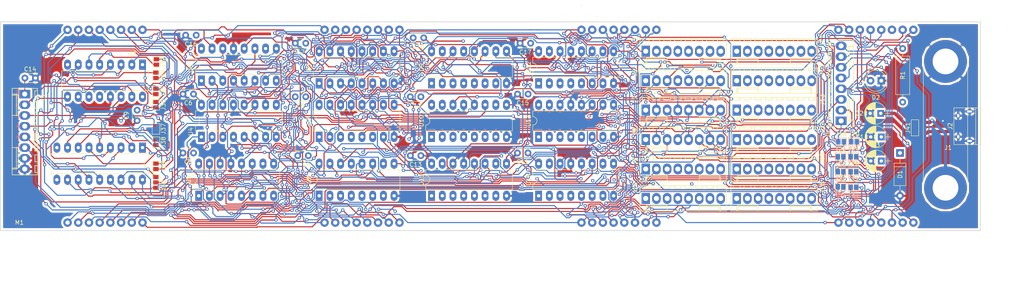
<source format=kicad_pcb>
(kicad_pcb (version 20170123) (host pcbnew no-vcs-found-9992a07~58~ubuntu16.04.1)
  (layers (0 F.Cu signal) (1 power.plane mixed) (2 ground.plane mixed) (31 B.Cu jumper) (34 B.Paste user) (35 F.Paste user) (36 B.SilkS user) (37 F.SilkS user) (38 B.Mask user) (39 F.Mask user) (44 Edge.Cuts user))
  (net 0 "")
  (net 1 "/ND01 output/INT_R6")
  (net 2 "/ND01 control/Q0")
  (net 3 "/ND01 output/INT_R7")
  (net 4 "/ND01 output/EXT_R6")
  (net 5 "/ND01 output/EXT_R5")
  (net 6 "/ND01 output/EXT_R7")
  (net 7 "/ND01 output/INT_R5")
  (net 8 "/ND01 control/Q3")
  (net 9 "/ND01 control/Q4")
  (net 10 "/ND01 control/Q5")
  (net 11 "/ND01 control/Q6")
  (net 12 "/ND01 control/Q7")
  (net 13 "/ND01 power/5V")
  (net 14 VCC)
  (net 15 "/ND01 power/TEST")
  (net 16 "/ND01 control/Q1")
  (net 17 "/ND01 output/EXT_R4")
  (net 18 "/ND01 output/INT_R4")
  (net 19 "/ND01 output/EXT_R3")
  (net 20 "/ND01 output/INT_R3")
  (net 21 "/ND01 output/EXT_R2")
  (net 22 "/ND01 output/INT_R2")
  (net 23 "/ND01 output/INT_R1")
  (net 24 "/ND01 control/Q2")
  (net 25 "/ND01 output/EXT_R0")
  (net 26 "/ND01 control/Q8")
  (net 27 GNDA)
  (net 28 "/ND01 output/INT_R0")
  (net 29 "/ND01 output/EXT_R1")
  (net 30 GND)
  (net 31 "Net-(J2-Pad4)")
  (net 32 "Net-(J2-Pad3)")
  (net 33 "Net-(J2-Pad2)")
  (net 34 "Net-(D2-Pad2)")
  (net 35 "Net-(U1-Pad10)")
  (net 36 "/ND01 control/R7")
  (net 37 "/ND01 control/R6")
  (net 38 "/ND01 control/R5")
  (net 39 "/ND01 control/R4")
  (net 40 "/ND01 control/R3")
  (net 41 "/ND01 control/R2")
  (net 42 "/ND01 control/R1")
  (net 43 "/ND01 control/R0")
  (net 44 "/ND01 control/C73")
  (net 45 "/ND01 control/LINK-10")
  (net 46 "/ND01 control/C74")
  (net 47 "/ND01 control/C75")
  (net 48 "/ND01 MCU INTERFACE/COL-SRCLK")
  (net 49 "/ND01 control/C76")
  (net 50 "/ND01 MCU INTERFACE/COL-RCK")
  (net 51 "/ND01 control/C77")
  (net 52 "/ND01 control/C78")
  (net 53 "/ND01 control/LINK-9")
  (net 54 "/ND01 control/C79")
  (net 55 "/ND01 control/C72")
  (net 56 "/ND01 control/C80")
  (net 57 "/ND01 control/C87")
  (net 58 "/ND01 control/C86")
  (net 59 "/ND01 control/C85")
  (net 60 "/ND01 control/C84")
  (net 61 "/ND01 control/C83")
  (net 62 "/ND01 control/C82")
  (net 63 "/ND01 control/LINK-11")
  (net 64 "/ND01 control/C81")
  (net 65 "/ND01 control/C1")
  (net 66 "/ND01 control/LINK-1")
  (net 67 "/ND01 control/C2")
  (net 68 "/ND01 control/C3")
  (net 69 "/ND01 control/C4")
  (net 70 "/ND01 control/C5")
  (net 71 "/ND01 control/C6")
  (net 72 "/ND01 MCU INTERFACE/COL-DATA")
  (net 73 "/ND01 control/C7")
  (net 74 "/ND01 control/C0")
  (net 75 "/ND01 control/C16")
  (net 76 "/ND01 control/C23")
  (net 77 "/ND01 control/LINK-2")
  (net 78 "/ND01 control/C22")
  (net 79 "/ND01 control/C21")
  (net 80 "/ND01 control/C20")
  (net 81 "/ND01 control/C19")
  (net 82 "/ND01 control/C18")
  (net 83 "/ND01 control/LINK-3")
  (net 84 "/ND01 control/C17")
  (net 85 "/ND01 control/C9")
  (net 86 "/ND01 control/C10")
  (net 87 "/ND01 control/C11")
  (net 88 "/ND01 control/C12")
  (net 89 "/ND01 control/C13")
  (net 90 "/ND01 control/C14")
  (net 91 "/ND01 control/C15")
  (net 92 "/ND01 control/C8")
  (net 93 "/ND01 control/C24")
  (net 94 "/ND01 control/C31")
  (net 95 "/ND01 control/C30")
  (net 96 "/ND01 control/C29")
  (net 97 "/ND01 control/C28")
  (net 98 "/ND01 control/C27")
  (net 99 "/ND01 control/C26")
  (net 100 "/ND01 control/LINK-4")
  (net 101 "/ND01 control/C25")
  (net 102 "Net-(U2-Pad11)")
  (net 103 "Net-(U2-Pad12)")
  (net 104 "/ND01 control/ROW-CLK")
  (net 105 "/ND01 control/ROW-RST")
  (net 106 VSS)
  (net 107 "/ND01 control/C88")
  (net 108 "/ND01 control/C95")
  (net 109 "/ND01 control/C94")
  (net 110 "/ND01 control/C93")
  (net 111 "/ND01 control/C92")
  (net 112 "/ND01 control/C91")
  (net 113 "/ND01 control/C90")
  (net 114 "Net-(U14-Pad9)")
  (net 115 "/ND01 control/C89")
  (net 116 "/ND01 control/C33")
  (net 117 "/ND01 control/LINK-5")
  (net 118 "/ND01 control/C34")
  (net 119 "/ND01 control/C35")
  (net 120 "/ND01 control/C36")
  (net 121 "/ND01 control/C37")
  (net 122 "/ND01 control/C38")
  (net 123 "/ND01 control/C39")
  (net 124 "/ND01 control/C32")
  (net 125 "/ND01 control/C40")
  (net 126 "/ND01 control/C47")
  (net 127 "/ND01 control/C46")
  (net 128 "/ND01 control/C45")
  (net 129 "/ND01 control/C44")
  (net 130 "/ND01 control/C43")
  (net 131 "/ND01 control/C42")
  (net 132 "/ND01 control/LINK-6")
  (net 133 "/ND01 control/C41")
  (net 134 "/ND01 control/C49")
  (net 135 "/ND01 control/LINK-7")
  (net 136 "/ND01 control/C50")
  (net 137 "/ND01 control/C51")
  (net 138 "/ND01 control/C52")
  (net 139 "/ND01 control/C53")
  (net 140 "/ND01 control/C54")
  (net 141 "/ND01 control/C55")
  (net 142 "/ND01 control/C48")
  (net 143 "/ND01 control/C56")
  (net 144 "/ND01 control/C63")
  (net 145 "/ND01 control/C62")
  (net 146 "/ND01 control/C61")
  (net 147 "/ND01 control/C60")
  (net 148 "/ND01 control/C59")
  (net 149 "/ND01 control/C58")
  (net 150 "/ND01 control/LINK-8")
  (net 151 "/ND01 control/C57")
  (net 152 "/ND01 control/C65")
  (net 153 "/ND01 control/C66")
  (net 154 "/ND01 control/C67")
  (net 155 "/ND01 control/C68")
  (net 156 "/ND01 control/C69")
  (net 157 "/ND01 control/C70")
  (net 158 "/ND01 control/C71")
  (net 159 "/ND01 control/C64")
  (net 160 "Net-(J33-Pad1)")
  (net 161 "Net-(J34-Pad1)")
  (net 162 "Net-(J35-Pad1)")
  (net 163 "Net-(J36-Pad1)")
  (net 164 "Net-(J37-Pad1)")
  (net 165 "Net-(J38-Pad1)")
  (net 166 "Net-(J39-Pad1)")
  (net 167 "Net-(J40-Pad2)")
  (module Housings_DIP:DIP-16_W7.62mm_LongPads (layer F.Cu) (at 161.925 99.06 90)
    (fp_text reference U13 (at 3.81 -2.39 90) (layer F.SilkS))
    (fp_text value 74HC595)
    (pad 16 thru_hole oval (at 7.62 0 90) (size 2.4 1.6) (drill 0.8) (layers *.Cu *.Mask) (net 14 VCC))
    (pad 8 thru_hole oval (at 0 17.78 90) (size 2.4 1.6) (drill 0.8) (layers *.Cu *.Mask) (net 30 GND))
    (pad 15 thru_hole oval (at 7.62 2.54 90) (size 2.4 1.6) (drill 0.8) (layers *.Cu *.Mask) (net 56 "/ND01 control/C80"))
    (pad 7 thru_hole oval (at 0 15.24 90) (size 2.4 1.6) (drill 0.8) (layers *.Cu *.Mask) (net 57 "/ND01 control/C87"))
    (pad 14 thru_hole oval (at 7.62 5.08 90) (size 2.4 1.6) (drill 0.8) (layers *.Cu *.Mask) (net 45 "/ND01 control/LINK-10"))
    (pad 6 thru_hole oval (at 0 12.7 90) (size 2.4 1.6) (drill 0.8) (layers *.Cu *.Mask) (net 58 "/ND01 control/C86"))
    (pad 13 thru_hole oval (at 7.62 7.62 90) (size 2.4 1.6) (drill 0.8) (layers *.Cu *.Mask) (net 30 GND))
    (pad 5 thru_hole oval (at 0 10.16 90) (size 2.4 1.6) (drill 0.8) (layers *.Cu *.Mask) (net 59 "/ND01 control/C85"))
    (pad 12 thru_hole oval (at 7.62 10.16 90) (size 2.4 1.6) (drill 0.8) (layers *.Cu *.Mask) (net 50 "/ND01 MCU INTERFACE/COL-RCK"))
    (pad 4 thru_hole oval (at 0 7.62 90) (size 2.4 1.6) (drill 0.8) (layers *.Cu *.Mask) (net 60 "/ND01 control/C84"))
    (pad 11 thru_hole oval (at 7.62 12.7 90) (size 2.4 1.6) (drill 0.8) (layers *.Cu *.Mask) (net 48 "/ND01 MCU INTERFACE/COL-SRCLK"))
    (pad 3 thru_hole oval (at 0 5.08 90) (size 2.4 1.6) (drill 0.8) (layers *.Cu *.Mask) (net 61 "/ND01 control/C83"))
    (pad 10 thru_hole oval (at 7.62 15.24 90) (size 2.4 1.6) (drill 0.8) (layers *.Cu *.Mask) (net 14 VCC))
    (pad 2 thru_hole oval (at 0 2.54 90) (size 2.4 1.6) (drill 0.8) (layers *.Cu *.Mask) (net 62 "/ND01 control/C82"))
    (pad 9 thru_hole oval (at 7.62 17.78 90) (size 2.4 1.6) (drill 0.8) (layers *.Cu *.Mask) (net 63 "/ND01 control/LINK-11"))
    (pad 1 thru_hole rect (at 0 0 90) (size 2.4 1.6) (drill 0.8) (layers *.Cu *.Mask) (net 64 "/ND01 control/C81"))
  )
  (module Housings_DIP:DIP-16_W7.62mm_LongPads (layer F.Cu) (at 161.925 113.03 90)
    (fp_text reference U14 (at 3.81 -2.39 90) (layer F.SilkS))
    (fp_text value 74HC595)
    (pad 16 thru_hole oval (at 7.62 0 90) (size 2.4 1.6) (drill 0.8) (layers *.Cu *.Mask) (net 14 VCC))
    (pad 8 thru_hole oval (at 0 17.78 90) (size 2.4 1.6) (drill 0.8) (layers *.Cu *.Mask) (net 30 GND))
    (pad 15 thru_hole oval (at 7.62 2.54 90) (size 2.4 1.6) (drill 0.8) (layers *.Cu *.Mask) (net 107 "/ND01 control/C88"))
    (pad 7 thru_hole oval (at 0 15.24 90) (size 2.4 1.6) (drill 0.8) (layers *.Cu *.Mask) (net 108 "/ND01 control/C95"))
    (pad 14 thru_hole oval (at 7.62 5.08 90) (size 2.4 1.6) (drill 0.8) (layers *.Cu *.Mask) (net 63 "/ND01 control/LINK-11"))
    (pad 6 thru_hole oval (at 0 12.7 90) (size 2.4 1.6) (drill 0.8) (layers *.Cu *.Mask) (net 109 "/ND01 control/C94"))
    (pad 13 thru_hole oval (at 7.62 7.62 90) (size 2.4 1.6) (drill 0.8) (layers *.Cu *.Mask) (net 30 GND))
    (pad 5 thru_hole oval (at 0 10.16 90) (size 2.4 1.6) (drill 0.8) (layers *.Cu *.Mask) (net 110 "/ND01 control/C93"))
    (pad 12 thru_hole oval (at 7.62 10.16 90) (size 2.4 1.6) (drill 0.8) (layers *.Cu *.Mask) (net 50 "/ND01 MCU INTERFACE/COL-RCK"))
    (pad 4 thru_hole oval (at 0 7.62 90) (size 2.4 1.6) (drill 0.8) (layers *.Cu *.Mask) (net 111 "/ND01 control/C92"))
    (pad 11 thru_hole oval (at 7.62 12.7 90) (size 2.4 1.6) (drill 0.8) (layers *.Cu *.Mask) (net 48 "/ND01 MCU INTERFACE/COL-SRCLK"))
    (pad 3 thru_hole oval (at 0 5.08 90) (size 2.4 1.6) (drill 0.8) (layers *.Cu *.Mask) (net 112 "/ND01 control/C91"))
    (pad 10 thru_hole oval (at 7.62 15.24 90) (size 2.4 1.6) (drill 0.8) (layers *.Cu *.Mask) (net 14 VCC))
    (pad 2 thru_hole oval (at 0 2.54 90) (size 2.4 1.6) (drill 0.8) (layers *.Cu *.Mask) (net 113 "/ND01 control/C90"))
    (pad 9 thru_hole oval (at 7.62 17.78 90) (size 2.4 1.6) (drill 0.8) (layers *.Cu *.Mask) (net 114 "Net-(U14-Pad9)"))
    (pad 1 thru_hole rect (at 0 0 90) (size 2.4 1.6) (drill 0.8) (layers *.Cu *.Mask) (net 115 "/ND01 control/C89"))
  )
  (module Connectors:Banana_Jack_2Pin (layer F.Cu) (at 258.445 111.125 90)
    (fp_text reference J1 (at 9.525 0.635 180) (layer F.SilkS))
    (fp_text value CONN_01X02)
    (pad 1 thru_hole circle (at 0 0 90) (size 10.16 10.16) (drill 6.1) (layers *.Cu *.Mask) (net 15 "/ND01 power/TEST"))
    (pad 2 thru_hole circle (at 29.97 0 90) (size 10.16 10.16) (drill 6.1) (layers *.Cu *.Mask) (net 30 GND))
  )
  (module Connectors:GS3 (layer F.Cu) (at 251.206 96.901)
    (fp_text reference J41 (at -1.7 0 90) (layer F.SilkS))
    (fp_text value GS3)
    (pad 1 smd rect (at 0 -1.27) (size 1.27 0.97) (layers F.Cu F.Paste F.Mask) (net 15 "/ND01 power/TEST"))
    (pad 2 smd rect (at 0 0) (size 1.27 0.97) (layers F.Cu F.Paste F.Mask) (net 14 VCC))
    (pad 3 smd rect (at 0 1.27) (size 1.27 0.97) (layers F.Cu F.Paste F.Mask) (net 13 "/ND01 power/5V"))
  )
  (module Housings_DIP:DIP-16_W7.62mm_LongPads (layer F.Cu) (at 109.855 99.06 90)
    (fp_text reference U7 (at 3.81 -2.39 90) (layer F.SilkS))
    (fp_text value 74HC595)
    (pad 1 thru_hole rect (at 0 0 90) (size 2.4 1.6) (drill 0.8) (layers *.Cu *.Mask) (net 116 "/ND01 control/C33"))
    (pad 9 thru_hole oval (at 7.62 17.78 90) (size 2.4 1.6) (drill 0.8) (layers *.Cu *.Mask) (net 117 "/ND01 control/LINK-5"))
    (pad 2 thru_hole oval (at 0 2.54 90) (size 2.4 1.6) (drill 0.8) (layers *.Cu *.Mask) (net 118 "/ND01 control/C34"))
    (pad 10 thru_hole oval (at 7.62 15.24 90) (size 2.4 1.6) (drill 0.8) (layers *.Cu *.Mask) (net 14 VCC))
    (pad 3 thru_hole oval (at 0 5.08 90) (size 2.4 1.6) (drill 0.8) (layers *.Cu *.Mask) (net 119 "/ND01 control/C35"))
    (pad 11 thru_hole oval (at 7.62 12.7 90) (size 2.4 1.6) (drill 0.8) (layers *.Cu *.Mask) (net 48 "/ND01 MCU INTERFACE/COL-SRCLK"))
    (pad 4 thru_hole oval (at 0 7.62 90) (size 2.4 1.6) (drill 0.8) (layers *.Cu *.Mask) (net 120 "/ND01 control/C36"))
    (pad 12 thru_hole oval (at 7.62 10.16 90) (size 2.4 1.6) (drill 0.8) (layers *.Cu *.Mask) (net 50 "/ND01 MCU INTERFACE/COL-RCK"))
    (pad 5 thru_hole oval (at 0 10.16 90) (size 2.4 1.6) (drill 0.8) (layers *.Cu *.Mask) (net 121 "/ND01 control/C37"))
    (pad 13 thru_hole oval (at 7.62 7.62 90) (size 2.4 1.6) (drill 0.8) (layers *.Cu *.Mask) (net 30 GND))
    (pad 6 thru_hole oval (at 0 12.7 90) (size 2.4 1.6) (drill 0.8) (layers *.Cu *.Mask) (net 122 "/ND01 control/C38"))
    (pad 14 thru_hole oval (at 7.62 5.08 90) (size 2.4 1.6) (drill 0.8) (layers *.Cu *.Mask) (net 100 "/ND01 control/LINK-4"))
    (pad 7 thru_hole oval (at 0 15.24 90) (size 2.4 1.6) (drill 0.8) (layers *.Cu *.Mask) (net 123 "/ND01 control/C39"))
    (pad 15 thru_hole oval (at 7.62 2.54 90) (size 2.4 1.6) (drill 0.8) (layers *.Cu *.Mask) (net 124 "/ND01 control/C32"))
    (pad 8 thru_hole oval (at 0 17.78 90) (size 2.4 1.6) (drill 0.8) (layers *.Cu *.Mask) (net 30 GND))
    (pad 16 thru_hole oval (at 7.62 0 90) (size 2.4 1.6) (drill 0.8) (layers *.Cu *.Mask) (net 14 VCC))
  )
  (module Housings_DIP:DIP-16_W7.62mm_LongPads (layer F.Cu) (at 67.945 81.915 270)
    (fp_text reference U2 (at -2.54 2.54) (layer F.SilkS))
    (fp_text value 4017)
    (pad 1 thru_hole rect (at 0 0 270) (size 2.4 1.6) (drill 0.8) (layers *.Cu *.Mask) (net 10 "/ND01 control/Q5"))
    (pad 9 thru_hole oval (at 7.62 17.78 270) (size 2.4 1.6) (drill 0.8) (layers *.Cu *.Mask) (net 26 "/ND01 control/Q8"))
    (pad 2 thru_hole oval (at 0 2.54 270) (size 2.4 1.6) (drill 0.8) (layers *.Cu *.Mask) (net 16 "/ND01 control/Q1"))
    (pad 10 thru_hole oval (at 7.62 15.24 270) (size 2.4 1.6) (drill 0.8) (layers *.Cu *.Mask) (net 9 "/ND01 control/Q4"))
    (pad 3 thru_hole oval (at 0 5.08 270) (size 2.4 1.6) (drill 0.8) (layers *.Cu *.Mask) (net 2 "/ND01 control/Q0"))
    (pad 11 thru_hole oval (at 7.62 12.7 270) (size 2.4 1.6) (drill 0.8) (layers *.Cu *.Mask) (net 102 "Net-(U2-Pad11)"))
    (pad 4 thru_hole oval (at 0 7.62 270) (size 2.4 1.6) (drill 0.8) (layers *.Cu *.Mask) (net 24 "/ND01 control/Q2"))
    (pad 12 thru_hole oval (at 7.62 10.16 270) (size 2.4 1.6) (drill 0.8) (layers *.Cu *.Mask) (net 103 "Net-(U2-Pad12)"))
    (pad 5 thru_hole oval (at 0 10.16 270) (size 2.4 1.6) (drill 0.8) (layers *.Cu *.Mask) (net 11 "/ND01 control/Q6"))
    (pad 13 thru_hole oval (at 7.62 7.62 270) (size 2.4 1.6) (drill 0.8) (layers *.Cu *.Mask) (net 30 GND))
    (pad 6 thru_hole oval (at 0 12.7 270) (size 2.4 1.6) (drill 0.8) (layers *.Cu *.Mask) (net 12 "/ND01 control/Q7"))
    (pad 14 thru_hole oval (at 7.62 5.08 270) (size 2.4 1.6) (drill 0.8) (layers *.Cu *.Mask) (net 104 "/ND01 control/ROW-CLK"))
    (pad 7 thru_hole oval (at 0 15.24 270) (size 2.4 1.6) (drill 0.8) (layers *.Cu *.Mask) (net 8 "/ND01 control/Q3"))
    (pad 15 thru_hole oval (at 7.62 2.54 270) (size 2.4 1.6) (drill 0.8) (layers *.Cu *.Mask) (net 105 "/ND01 control/ROW-RST"))
    (pad 8 thru_hole oval (at 0 17.78 270) (size 2.4 1.6) (drill 0.8) (layers *.Cu *.Mask) (net 106 VSS))
    (pad 16 thru_hole oval (at 7.62 0 270) (size 2.4 1.6) (drill 0.8) (layers *.Cu *.Mask) (net 14 VCC))
  )
  (module Housings_DIP:DIP-16_W7.62mm_LongPads (layer F.Cu) (at 136.525 113.03 90)
    (fp_text reference U11 (at 3.81 -2.39 90) (layer F.SilkS))
    (fp_text value 74HC595)
    (pad 1 thru_hole rect (at 0 0 90) (size 2.4 1.6) (drill 0.8) (layers *.Cu *.Mask) (net 152 "/ND01 control/C65"))
    (pad 9 thru_hole oval (at 7.62 17.78 90) (size 2.4 1.6) (drill 0.8) (layers *.Cu *.Mask) (net 53 "/ND01 control/LINK-9"))
    (pad 2 thru_hole oval (at 0 2.54 90) (size 2.4 1.6) (drill 0.8) (layers *.Cu *.Mask) (net 153 "/ND01 control/C66"))
    (pad 10 thru_hole oval (at 7.62 15.24 90) (size 2.4 1.6) (drill 0.8) (layers *.Cu *.Mask) (net 14 VCC))
    (pad 3 thru_hole oval (at 0 5.08 90) (size 2.4 1.6) (drill 0.8) (layers *.Cu *.Mask) (net 154 "/ND01 control/C67"))
    (pad 11 thru_hole oval (at 7.62 12.7 90) (size 2.4 1.6) (drill 0.8) (layers *.Cu *.Mask) (net 48 "/ND01 MCU INTERFACE/COL-SRCLK"))
    (pad 4 thru_hole oval (at 0 7.62 90) (size 2.4 1.6) (drill 0.8) (layers *.Cu *.Mask) (net 155 "/ND01 control/C68"))
    (pad 12 thru_hole oval (at 7.62 10.16 90) (size 2.4 1.6) (drill 0.8) (layers *.Cu *.Mask) (net 50 "/ND01 MCU INTERFACE/COL-RCK"))
    (pad 5 thru_hole oval (at 0 10.16 90) (size 2.4 1.6) (drill 0.8) (layers *.Cu *.Mask) (net 156 "/ND01 control/C69"))
    (pad 13 thru_hole oval (at 7.62 7.62 90) (size 2.4 1.6) (drill 0.8) (layers *.Cu *.Mask) (net 30 GND))
    (pad 6 thru_hole oval (at 0 12.7 90) (size 2.4 1.6) (drill 0.8) (layers *.Cu *.Mask) (net 157 "/ND01 control/C70"))
    (pad 14 thru_hole oval (at 7.62 5.08 90) (size 2.4 1.6) (drill 0.8) (layers *.Cu *.Mask) (net 150 "/ND01 control/LINK-8"))
    (pad 7 thru_hole oval (at 0 15.24 90) (size 2.4 1.6) (drill 0.8) (layers *.Cu *.Mask) (net 158 "/ND01 control/C71"))
    (pad 15 thru_hole oval (at 7.62 2.54 90) (size 2.4 1.6) (drill 0.8) (layers *.Cu *.Mask) (net 159 "/ND01 control/C64"))
    (pad 8 thru_hole oval (at 0 17.78 90) (size 2.4 1.6) (drill 0.8) (layers *.Cu *.Mask) (net 30 GND))
    (pad 16 thru_hole oval (at 7.62 0 90) (size 2.4 1.6) (drill 0.8) (layers *.Cu *.Mask) (net 14 VCC))
  )
  (module Housings_DIP:DIP-16_W7.62mm_LongPads (layer F.Cu) (at 161.925 86.36 90)
    (fp_text reference U12 (at 3.81 -2.39 90) (layer F.SilkS))
    (fp_text value 74HC595)
    (pad 1 thru_hole rect (at 0 0 90) (size 2.4 1.6) (drill 0.8) (layers *.Cu *.Mask) (net 44 "/ND01 control/C73"))
    (pad 9 thru_hole oval (at 7.62 17.78 90) (size 2.4 1.6) (drill 0.8) (layers *.Cu *.Mask) (net 45 "/ND01 control/LINK-10"))
    (pad 2 thru_hole oval (at 0 2.54 90) (size 2.4 1.6) (drill 0.8) (layers *.Cu *.Mask) (net 46 "/ND01 control/C74"))
    (pad 10 thru_hole oval (at 7.62 15.24 90) (size 2.4 1.6) (drill 0.8) (layers *.Cu *.Mask) (net 14 VCC))
    (pad 3 thru_hole oval (at 0 5.08 90) (size 2.4 1.6) (drill 0.8) (layers *.Cu *.Mask) (net 47 "/ND01 control/C75"))
    (pad 11 thru_hole oval (at 7.62 12.7 90) (size 2.4 1.6) (drill 0.8) (layers *.Cu *.Mask) (net 48 "/ND01 MCU INTERFACE/COL-SRCLK"))
    (pad 4 thru_hole oval (at 0 7.62 90) (size 2.4 1.6) (drill 0.8) (layers *.Cu *.Mask) (net 49 "/ND01 control/C76"))
    (pad 12 thru_hole oval (at 7.62 10.16 90) (size 2.4 1.6) (drill 0.8) (layers *.Cu *.Mask) (net 50 "/ND01 MCU INTERFACE/COL-RCK"))
    (pad 5 thru_hole oval (at 0 10.16 90) (size 2.4 1.6) (drill 0.8) (layers *.Cu *.Mask) (net 51 "/ND01 control/C77"))
    (pad 13 thru_hole oval (at 7.62 7.62 90) (size 2.4 1.6) (drill 0.8) (layers *.Cu *.Mask) (net 30 GND))
    (pad 6 thru_hole oval (at 0 12.7 90) (size 2.4 1.6) (drill 0.8) (layers *.Cu *.Mask) (net 52 "/ND01 control/C78"))
    (pad 14 thru_hole oval (at 7.62 5.08 90) (size 2.4 1.6) (drill 0.8) (layers *.Cu *.Mask) (net 53 "/ND01 control/LINK-9"))
    (pad 7 thru_hole oval (at 0 15.24 90) (size 2.4 1.6) (drill 0.8) (layers *.Cu *.Mask) (net 54 "/ND01 control/C79"))
    (pad 15 thru_hole oval (at 7.62 2.54 90) (size 2.4 1.6) (drill 0.8) (layers *.Cu *.Mask) (net 55 "/ND01 control/C72"))
    (pad 8 thru_hole oval (at 0 17.78 90) (size 2.4 1.6) (drill 0.8) (layers *.Cu *.Mask) (net 30 GND))
    (pad 16 thru_hole oval (at 7.62 0 90) (size 2.4 1.6) (drill 0.8) (layers *.Cu *.Mask) (net 14 VCC))
  )
  (module Connectors:GS3 (layer F.Cu) (at 71.12 109.855)
    (fp_text reference J40 (at 1.905 0.762 90) (layer F.SilkS))
    (fp_text value GS3)
    (pad 1 smd rect (at 0 -1.27) (size 1.27 0.97) (layers F.Cu F.Paste F.Mask) (net 2 "/ND01 control/Q0"))
    (pad 2 smd rect (at 0 0) (size 1.27 0.97) (layers F.Cu F.Paste F.Mask) (net 167 "Net-(J40-Pad2)"))
    (pad 3 smd rect (at 0 1.27) (size 1.27 0.97) (layers F.Cu F.Paste F.Mask) (net 26 "/ND01 control/Q8"))
  )
  (module Housings_DIP:DIP-16_W7.62mm_LongPads (layer F.Cu) (at 136.525 86.36 90)
    (fp_text reference U9 (at 3.81 -2.39 90) (layer F.SilkS))
    (fp_text value 74HC595)
    (pad 1 thru_hole rect (at 0 0 90) (size 2.4 1.6) (drill 0.8) (layers *.Cu *.Mask) (net 134 "/ND01 control/C49"))
    (pad 9 thru_hole oval (at 7.62 17.78 90) (size 2.4 1.6) (drill 0.8) (layers *.Cu *.Mask) (net 135 "/ND01 control/LINK-7"))
    (pad 2 thru_hole oval (at 0 2.54 90) (size 2.4 1.6) (drill 0.8) (layers *.Cu *.Mask) (net 136 "/ND01 control/C50"))
    (pad 10 thru_hole oval (at 7.62 15.24 90) (size 2.4 1.6) (drill 0.8) (layers *.Cu *.Mask) (net 14 VCC))
    (pad 3 thru_hole oval (at 0 5.08 90) (size 2.4 1.6) (drill 0.8) (layers *.Cu *.Mask) (net 137 "/ND01 control/C51"))
    (pad 11 thru_hole oval (at 7.62 12.7 90) (size 2.4 1.6) (drill 0.8) (layers *.Cu *.Mask) (net 48 "/ND01 MCU INTERFACE/COL-SRCLK"))
    (pad 4 thru_hole oval (at 0 7.62 90) (size 2.4 1.6) (drill 0.8) (layers *.Cu *.Mask) (net 138 "/ND01 control/C52"))
    (pad 12 thru_hole oval (at 7.62 10.16 90) (size 2.4 1.6) (drill 0.8) (layers *.Cu *.Mask) (net 50 "/ND01 MCU INTERFACE/COL-RCK"))
    (pad 5 thru_hole oval (at 0 10.16 90) (size 2.4 1.6) (drill 0.8) (layers *.Cu *.Mask) (net 139 "/ND01 control/C53"))
    (pad 13 thru_hole oval (at 7.62 7.62 90) (size 2.4 1.6) (drill 0.8) (layers *.Cu *.Mask) (net 30 GND))
    (pad 6 thru_hole oval (at 0 12.7 90) (size 2.4 1.6) (drill 0.8) (layers *.Cu *.Mask) (net 140 "/ND01 control/C54"))
    (pad 14 thru_hole oval (at 7.62 5.08 90) (size 2.4 1.6) (drill 0.8) (layers *.Cu *.Mask) (net 132 "/ND01 control/LINK-6"))
    (pad 7 thru_hole oval (at 0 15.24 90) (size 2.4 1.6) (drill 0.8) (layers *.Cu *.Mask) (net 141 "/ND01 control/C55"))
    (pad 15 thru_hole oval (at 7.62 2.54 90) (size 2.4 1.6) (drill 0.8) (layers *.Cu *.Mask) (net 142 "/ND01 control/C48"))
    (pad 8 thru_hole oval (at 0 17.78 90) (size 2.4 1.6) (drill 0.8) (layers *.Cu *.Mask) (net 30 GND))
    (pad 16 thru_hole oval (at 7.62 0 90) (size 2.4 1.6) (drill 0.8) (layers *.Cu *.Mask) (net 14 VCC))
  )
  (module Connectors:GS2 (layer F.Cu) (at 71.12 106.045)
    (fp_text reference J39 (at 1.78 0 90) (layer F.SilkS))
    (fp_text value GS2)
    (pad 1 smd rect (at 0 -0.64) (size 1.27 0.97) (layers F.Cu F.Paste F.Mask) (net 166 "Net-(J39-Pad1)"))
    (pad 2 smd rect (at 0 0.64) (size 1.27 0.97) (layers F.Cu F.Paste F.Mask) (net 16 "/ND01 control/Q1"))
  )
  (module Connectors:GS2 (layer F.Cu) (at 71.12 100.33)
    (fp_text reference J38 (at 1.78 0 90) (layer F.SilkS))
    (fp_text value GS2)
    (pad 1 smd rect (at 0 -0.64) (size 1.27 0.97) (layers F.Cu F.Paste F.Mask) (net 165 "Net-(J38-Pad1)"))
    (pad 2 smd rect (at 0 0.64) (size 1.27 0.97) (layers F.Cu F.Paste F.Mask) (net 24 "/ND01 control/Q2"))
  )
  (module Connectors:GS2 (layer F.Cu) (at 71.12 97.155)
    (fp_text reference J37 (at 1.78 0 90) (layer F.SilkS))
    (fp_text value GS2)
    (pad 2 smd rect (at 0 0.64) (size 1.27 0.97) (layers F.Cu F.Paste F.Mask) (net 8 "/ND01 control/Q3"))
    (pad 1 smd rect (at 0 -0.64) (size 1.27 0.97) (layers F.Cu F.Paste F.Mask) (net 164 "Net-(J37-Pad1)"))
  )
  (module Connectors:GS2 (layer F.Cu) (at 71.12 91.44)
    (fp_text reference J36 (at 1.78 0 90) (layer F.SilkS))
    (fp_text value GS2)
    (pad 1 smd rect (at 0 -0.64) (size 1.27 0.97) (layers F.Cu F.Paste F.Mask) (net 163 "Net-(J36-Pad1)"))
    (pad 2 smd rect (at 0 0.64) (size 1.27 0.97) (layers F.Cu F.Paste F.Mask) (net 9 "/ND01 control/Q4"))
  )
  (module Connectors:GS2 (layer F.Cu) (at 71.12 88.265)
    (fp_text reference J35 (at 1.78 0 90) (layer F.SilkS))
    (fp_text value GS2)
    (pad 2 smd rect (at 0 0.64) (size 1.27 0.97) (layers F.Cu F.Paste F.Mask) (net 10 "/ND01 control/Q5"))
    (pad 1 smd rect (at 0 -0.64) (size 1.27 0.97) (layers F.Cu F.Paste F.Mask) (net 162 "Net-(J35-Pad1)"))
  )
  (module Connectors:GS2 (layer F.Cu) (at 71.2525 81.28)
    (fp_text reference J33 (at 1.78 0 90) (layer F.SilkS))
    (fp_text value GS2)
    (pad 1 smd rect (at 0 -0.64) (size 1.27 0.97) (layers F.Cu F.Paste F.Mask) (net 160 "Net-(J33-Pad1)"))
    (pad 2 smd rect (at 0 0.64) (size 1.27 0.97) (layers F.Cu F.Paste F.Mask) (net 12 "/ND01 control/Q7"))
  )
  (module Connectors:GS2 (layer F.Cu) (at 71.12 84.45)
    (fp_text reference J34 (at 1.78 0 90) (layer F.SilkS))
    (fp_text value GS2)
    (pad 1 smd rect (at 0 -0.64) (size 1.27 0.97) (layers F.Cu F.Paste F.Mask) (net 161 "Net-(J34-Pad1)"))
    (pad 2 smd rect (at 0 0.64) (size 1.27 0.97) (layers F.Cu F.Paste F.Mask) (net 11 "/ND01 control/Q6"))
  )
  (module Connectors:GS2 (layer F.Cu) (at 233.68 100.208 90)
    (fp_text reference J18 (at 1.78 0 180) (layer F.SilkS))
    (fp_text value GS2)
    (pad 2 smd rect (at 0 0.64 90) (size 1.27 0.97) (layers F.Cu F.Paste F.Mask) (net 43 "/ND01 control/R0"))
    (pad 1 smd rect (at 0 -0.64 90) (size 1.27 0.97) (layers F.Cu F.Paste F.Mask) (net 25 "/ND01 output/EXT_R0"))
  )
  (module Connectors:GS2 (layer B.Cu) (at 233.553 103.759 270)
    (fp_text reference J21 (at 1.78 0 180) (layer B.SilkS) (effects (justify mirror)))
    (fp_text value GS2)
    (pad 1 smd rect (at 0 0.64 270) (size 1.27 0.97) (layers B.Cu) (net 22 "/ND01 output/INT_R2"))
    (pad 2 smd rect (at 0 -0.64 270) (size 1.27 0.97) (layers B.Cu) (net 41 "/ND01 control/R2"))
  )
  (module Connectors:GS2 (layer F.Cu) (at 236.601 111.003 90)
    (fp_text reference J32 (at 1.78 0 180) (layer F.SilkS))
    (fp_text value GS2)
    (pad 2 smd rect (at 0 0.64 90) (size 1.27 0.97) (layers F.Cu F.Paste F.Mask) (net 36 "/ND01 control/R7"))
    (pad 1 smd rect (at 0 -0.64 90) (size 1.27 0.97) (layers F.Cu F.Paste F.Mask) (net 6 "/ND01 output/EXT_R7"))
  )
  (module Connectors:GS2 (layer B.Cu) (at 236.601 110.998 270)
    (fp_text reference J31 (at 1.78 0 180) (layer B.SilkS) (effects (justify mirror)))
    (fp_text value GS2)
    (pad 1 smd rect (at 0 0.64 270) (size 1.27 0.97) (layers B.Cu) (net 3 "/ND01 output/INT_R7"))
    (pad 2 smd rect (at 0 -0.64 270) (size 1.27 0.97) (layers B.Cu) (net 36 "/ND01 control/R7"))
  )
  (module Connectors:GS2 (layer F.Cu) (at 233.553 110.876 90)
    (fp_text reference J30 (at 1.78 0 180) (layer F.SilkS))
    (fp_text value GS2)
    (pad 2 smd rect (at 0 0.64 90) (size 1.27 0.97) (layers F.Cu F.Paste F.Mask) (net 37 "/ND01 control/R6"))
    (pad 1 smd rect (at 0 -0.64 90) (size 1.27 0.97) (layers F.Cu F.Paste F.Mask) (net 4 "/ND01 output/EXT_R6"))
  )
  (module Connectors:GS2 (layer F.Cu) (at 236.601 107.315 90)
    (fp_text reference J28 (at 1.78 0 180) (layer F.SilkS))
    (fp_text value GS2)
    (pad 1 smd rect (at 0 -0.64 90) (size 1.27 0.97) (layers F.Cu F.Paste F.Mask) (net 5 "/ND01 output/EXT_R5"))
    (pad 2 smd rect (at 0 0.64 90) (size 1.27 0.97) (layers F.Cu F.Paste F.Mask) (net 38 "/ND01 control/R5"))
  )
  (module Connectors:GS2 (layer B.Cu) (at 233.553 110.866 270)
    (fp_text reference J29 (at 1.78 0 180) (layer B.SilkS) (effects (justify mirror)))
    (fp_text value GS2)
    (pad 2 smd rect (at 0 -0.64 270) (size 1.27 0.97) (layers B.Cu) (net 37 "/ND01 control/R6"))
    (pad 1 smd rect (at 0 0.64 270) (size 1.27 0.97) (layers B.Cu) (net 1 "/ND01 output/INT_R6"))
  )
  (module Connectors:GS2 (layer B.Cu) (at 233.68 100.203 270)
    (fp_text reference J17 (at 1.78 0 180) (layer B.SilkS) (effects (justify mirror)))
    (fp_text value GS2)
    (pad 1 smd rect (at 0 0.64 270) (size 1.27 0.97) (layers B.Cu) (net 28 "/ND01 output/INT_R0"))
    (pad 2 smd rect (at 0 -0.64 270) (size 1.27 0.97) (layers B.Cu) (net 43 "/ND01 control/R0"))
  )
  (module Connectors:GS2 (layer B.Cu) (at 236.728 100.208 270)
    (fp_text reference J19 (at 1.78 0 180) (layer B.SilkS) (effects (justify mirror)))
    (fp_text value GS2)
    (pad 2 smd rect (at 0 -0.64 270) (size 1.27 0.97) (layers B.Cu) (net 42 "/ND01 control/R1"))
    (pad 1 smd rect (at 0 0.64 270) (size 1.27 0.97) (layers B.Cu) (net 23 "/ND01 output/INT_R1"))
  )
  (module Connectors:GS2 (layer F.Cu) (at 236.728 100.208 90)
    (fp_text reference J20 (at 1.78 0 180) (layer F.SilkS))
    (fp_text value GS2)
    (pad 1 smd rect (at 0 -0.64 90) (size 1.27 0.97) (layers F.Cu F.Paste F.Mask) (net 29 "/ND01 output/EXT_R1"))
    (pad 2 smd rect (at 0 0.64 90) (size 1.27 0.97) (layers F.Cu F.Paste F.Mask) (net 42 "/ND01 control/R1"))
  )
  (module Connectors:GS2 (layer F.Cu) (at 233.553 103.759 90)
    (fp_text reference J22 (at 1.78 0 180) (layer F.SilkS))
    (fp_text value GS2)
    (pad 2 smd rect (at 0 0.64 90) (size 1.27 0.97) (layers F.Cu F.Paste F.Mask) (net 41 "/ND01 control/R2"))
    (pad 1 smd rect (at 0 -0.64 90) (size 1.27 0.97) (layers F.Cu F.Paste F.Mask) (net 21 "/ND01 output/EXT_R2"))
  )
  (module Connectors:GS2 (layer B.Cu) (at 236.601 103.759 270)
    (fp_text reference J23 (at 1.78 0 180) (layer B.SilkS) (effects (justify mirror)))
    (fp_text value GS2)
    (pad 1 smd rect (at 0 0.64 270) (size 1.27 0.97) (layers B.Cu) (net 20 "/ND01 output/INT_R3"))
    (pad 2 smd rect (at 0 -0.64 270) (size 1.27 0.97) (layers B.Cu) (net 40 "/ND01 control/R3"))
  )
  (module Connectors:GS2 (layer F.Cu) (at 236.601 103.759 90)
    (fp_text reference J24 (at 1.78 0 180) (layer F.SilkS))
    (fp_text value GS2)
    (pad 2 smd rect (at 0 0.64 90) (size 1.27 0.97) (layers F.Cu F.Paste F.Mask) (net 40 "/ND01 control/R3"))
    (pad 1 smd rect (at 0 -0.64 90) (size 1.27 0.97) (layers F.Cu F.Paste F.Mask) (net 19 "/ND01 output/EXT_R3"))
  )
  (module Connectors:GS2 (layer F.Cu) (at 233.553 107.315 90)
    (fp_text reference J26 (at 1.78 0 180) (layer F.SilkS))
    (fp_text value GS2)
    (pad 1 smd rect (at 0 -0.64 90) (size 1.27 0.97) (layers F.Cu F.Paste F.Mask) (net 17 "/ND01 output/EXT_R4"))
    (pad 2 smd rect (at 0 0.64 90) (size 1.27 0.97) (layers F.Cu F.Paste F.Mask) (net 39 "/ND01 control/R4"))
  )
  (module Connectors:GS2 (layer B.Cu) (at 236.601 107.32 270)
    (fp_text reference J27 (at 1.78 0 180) (layer B.SilkS) (effects (justify mirror)))
    (fp_text value GS2)
    (pad 2 smd rect (at 0 -0.64 270) (size 1.27 0.97) (layers B.Cu) (net 38 "/ND01 control/R5"))
    (pad 1 smd rect (at 0 0.64 270) (size 1.27 0.97) (layers B.Cu) (net 7 "/ND01 output/INT_R5"))
  )
  (module Connectors:GS2 (layer B.Cu) (at 233.553 107.315 270)
    (fp_text reference J25 (at 1.78 0 180) (layer B.SilkS) (effects (justify mirror)))
    (fp_text value GS2)
    (pad 1 smd rect (at 0 0.64 270) (size 1.27 0.97) (layers B.Cu) (net 18 "/ND01 output/INT_R4"))
    (pad 2 smd rect (at 0 -0.64 270) (size 1.27 0.97) (layers B.Cu) (net 39 "/ND01 control/R4"))
  )
  (module LEDs:LED_D5.0mm (layer F.Cu) (at 243.205 85.725 180)
    (fp_text reference D2 (at 1.27 -3.96 180) (layer F.SilkS))
    (fp_text value LED)
    (pad 1 thru_hole rect (at 0 0 180) (size 1.8 1.8) (drill 0.9) (layers *.Cu *.Mask) (net 30 GND))
    (pad 2 thru_hole circle (at 2.54 0 180) (size 1.8 1.8) (drill 0.9) (layers *.Cu *.Mask) (net 34 "Net-(D2-Pad2)"))
  )
  (module pochi:Dot_matrix_CC_2088-AS (layer F.Cu) (at 50.165 119.38)
    (fp_text reference M1 (at -11.43 0) (layer F.SilkS))
    (fp_text value MATRIX)
    (pad r4 thru_hole circle (at 0 0) (size 2 2) (drill 1) (layers *.Cu *.Mask) (net 18 "/ND01 output/INT_R4"))
    (pad r6 thru_hole circle (at 2.54 0) (size 2 2) (drill 1) (layers *.Cu *.Mask) (net 1 "/ND01 output/INT_R6"))
    (pad c1 thru_hole circle (at 5.08 0) (size 2 2) (drill 1) (layers *.Cu *.Mask) (net 65 "/ND01 control/C1"))
    (pad c2 thru_hole circle (at 7.62 0) (size 2 2) (drill 1) (layers *.Cu *.Mask) (net 67 "/ND01 control/C2"))
    (pad r7 thru_hole circle (at 10.16 0) (size 2 2) (drill 1) (layers *.Cu *.Mask) (net 3 "/ND01 output/INT_R7"))
    (pad c4 thru_hole circle (at 12.7 0) (size 2 2) (drill 1) (layers *.Cu *.Mask) (net 69 "/ND01 control/C4"))
    (pad r5 thru_hole circle (at 15.24 0) (size 2 2) (drill 1) (layers *.Cu *.Mask) (net 7 "/ND01 output/INT_R5"))
    (pad r2 thru_hole circle (at 17.78 0) (size 2 2) (drill 1) (layers *.Cu *.Mask) (net 22 "/ND01 output/INT_R2"))
    (pad r0 thru_hole circle (at 17.78 -45.72) (size 2 2) (drill 1) (layers *.Cu *.Mask) (net 28 "/ND01 output/INT_R0"))
    (pad c3 thru_hole circle (at 15.24 -45.72) (size 2 2) (drill 1) (layers *.Cu *.Mask) (net 68 "/ND01 control/C3"))
    (pad c5 thru_hole circle (at 12.7 -45.72) (size 2 2) (drill 1) (layers *.Cu *.Mask) (net 70 "/ND01 control/C5"))
    (pad r3 thru_hole circle (at 10.16 -45.72) (size 2 2) (drill 1) (layers *.Cu *.Mask) (net 20 "/ND01 output/INT_R3"))
    (pad c0 thru_hole circle (at 7.62 -45.72) (size 2 2) (drill 1) (layers *.Cu *.Mask) (net 74 "/ND01 control/C0"))
    (pad r1 thru_hole circle (at 5.08 -45.72) (size 2 2) (drill 1) (layers *.Cu *.Mask) (net 23 "/ND01 output/INT_R1"))
    (pad c6 thru_hole circle (at 2.54 -45.72) (size 2 2) (drill 1) (layers *.Cu *.Mask) (net 71 "/ND01 control/C6"))
    (pad c7 thru_hole circle (at 0 -45.72) (size 2 2) (drill 1) (layers *.Cu *.Mask) (net 73 "/ND01 control/C7"))
    (pad c13 thru_hole circle (at 73.66 -45.72) (size 2 2) (drill 1) (layers *.Cu *.Mask) (net 89 "/ND01 control/C13"))
    (pad r0 thru_hole circle (at 78.74 -45.72) (size 2 2) (drill 1) (layers *.Cu *.Mask) (net 28 "/ND01 output/INT_R0"))
    (pad c15 thru_hole circle (at 60.96 -45.72) (size 2 2) (drill 1) (layers *.Cu *.Mask) (net 91 "/ND01 control/C15"))
    (pad r1 thru_hole circle (at 66.04 -45.72) (size 2 2) (drill 1) (layers *.Cu *.Mask) (net 23 "/ND01 output/INT_R1"))
    (pad r3 thru_hole circle (at 71.12 -45.72) (size 2 2) (drill 1) (layers *.Cu *.Mask) (net 20 "/ND01 output/INT_R3"))
    (pad c11 thru_hole circle (at 76.2 -45.72) (size 2 2) (drill 1) (layers *.Cu *.Mask) (net 87 "/ND01 control/C11"))
    (pad c8 thru_hole circle (at 68.58 -45.72) (size 2 2) (drill 1) (layers *.Cu *.Mask) (net 92 "/ND01 control/C8"))
    (pad c14 thru_hole circle (at 63.5 -45.72) (size 2 2) (drill 1) (layers *.Cu *.Mask) (net 90 "/ND01 control/C14"))
    (pad c9 thru_hole circle (at 66.04 0) (size 2 2) (drill 1) (layers *.Cu *.Mask) (net 85 "/ND01 control/C9"))
    (pad r4 thru_hole circle (at 60.96 0) (size 2 2) (drill 1) (layers *.Cu *.Mask) (net 18 "/ND01 output/INT_R4"))
    (pad r6 thru_hole circle (at 63.5 0) (size 2 2) (drill 1) (layers *.Cu *.Mask) (net 1 "/ND01 output/INT_R6"))
    (pad r2 thru_hole circle (at 78.74 0) (size 2 2) (drill 1) (layers *.Cu *.Mask) (net 22 "/ND01 output/INT_R2"))
    (pad r7 thru_hole circle (at 71.12 0) (size 2 2) (drill 1) (layers *.Cu *.Mask) (net 3 "/ND01 output/INT_R7"))
    (pad c10 thru_hole circle (at 68.58 0) (size 2 2) (drill 1) (layers *.Cu *.Mask) (net 86 "/ND01 control/C10"))
    (pad r5 thru_hole circle (at 76.2 0) (size 2 2) (drill 1) (layers *.Cu *.Mask) (net 7 "/ND01 output/INT_R5"))
    (pad c12 thru_hole circle (at 73.66 0) (size 2 2) (drill 1) (layers *.Cu *.Mask) (net 88 "/ND01 control/C12"))
    (pad c22 thru_hole circle (at 124.46 -45.72) (size 2 2) (drill 1) (layers *.Cu *.Mask) (net 78 "/ND01 control/C22"))
    (pad c23 thru_hole circle (at 121.92 -45.72) (size 2 2) (drill 1) (layers *.Cu *.Mask) (net 76 "/ND01 control/C23"))
    (pad r3 thru_hole circle (at 132.08 -45.72) (size 2 2) (drill 1) (layers *.Cu *.Mask) (net 20 "/ND01 output/INT_R3"))
    (pad c16 thru_hole circle (at 129.54 -45.72) (size 2 2) (drill 1) (layers *.Cu *.Mask) (net 75 "/ND01 control/C16"))
    (pad c21 thru_hole circle (at 134.62 -45.72) (size 2 2) (drill 1) (layers *.Cu *.Mask) (net 79 "/ND01 control/C21"))
    (pad c19 thru_hole circle (at 137.16 -45.72) (size 2 2) (drill 1) (layers *.Cu *.Mask) (net 81 "/ND01 control/C19"))
    (pad r0 thru_hole circle (at 139.7 -45.72) (size 2 2) (drill 1) (layers *.Cu *.Mask) (net 28 "/ND01 output/INT_R0"))
    (pad r1 thru_hole circle (at 127 -45.72) (size 2 2) (drill 1) (layers *.Cu *.Mask) (net 23 "/ND01 output/INT_R1"))
    (pad r7 thru_hole circle (at 132.08 0) (size 2 2) (drill 1) (layers *.Cu *.Mask) (net 3 "/ND01 output/INT_R7"))
    (pad r2 thru_hole circle (at 139.7 0) (size 2 2) (drill 1) (layers *.Cu *.Mask) (net 22 "/ND01 output/INT_R2"))
    (pad c18 thru_hole circle (at 129.54 0) (size 2 2) (drill 1) (layers *.Cu *.Mask) (net 82 "/ND01 control/C18"))
    (pad c20 thru_hole circle (at 134.62 0) (size 2 2) (drill 1) (layers *.Cu *.Mask) (net 80 "/ND01 control/C20"))
    (pad c17 thru_hole circle (at 127 0) (size 2 2) (drill 1) (layers *.Cu *.Mask) (net 84 "/ND01 control/C17"))
    (pad r4 thru_hole circle (at 121.92 0) (size 2 2) (drill 1) (layers *.Cu *.Mask) (net 18 "/ND01 output/INT_R4"))
    (pad r5 thru_hole circle (at 137.16 0) (size 2 2) (drill 1) (layers *.Cu *.Mask) (net 7 "/ND01 output/INT_R5"))
    (pad r6 thru_hole circle (at 124.46 0) (size 2 2) (drill 1) (layers *.Cu *.Mask) (net 1 "/ND01 output/INT_R6"))
    (pad c29 thru_hole circle (at 195.58 -45.72) (size 2 2) (drill 1) (layers *.Cu *.Mask) (net 96 "/ND01 control/C29"))
    (pad c30 thru_hole circle (at 185.42 -45.72) (size 2 2) (drill 1) (layers *.Cu *.Mask) (net 95 "/ND01 control/C30"))
    (pad r1 thru_hole circle (at 187.96 -45.72) (size 2 2) (drill 1) (layers *.Cu *.Mask) (net 23 "/ND01 output/INT_R1"))
    (pad c27 thru_hole circle (at 198.12 -45.72) (size 2 2) (drill 1) (layers *.Cu *.Mask) (net 98 "/ND01 control/C27"))
    (pad c31 thru_hole circle (at 182.88 -45.72) (size 2 2) (drill 1) (layers *.Cu *.Mask) (net 94 "/ND01 control/C31"))
    (pad r0 thru_hole circle (at 200.66 -45.72) (size 2 2) (drill 1) (layers *.Cu *.Mask) (net 28 "/ND01 output/INT_R0"))
    (pad r3 thru_hole circle (at 193.04 -45.72) (size 2 2) (drill 1) (layers *.Cu *.Mask) (net 20 "/ND01 output/INT_R3"))
    (pad c24 thru_hole circle (at 190.5 -45.72) (size 2 2) (drill 1) (layers *.Cu *.Mask) (net 93 "/ND01 control/C24"))
    (pad c26 thru_hole circle (at 190.5 0) (size 2 2) (drill 1) (layers *.Cu *.Mask) (net 99 "/ND01 control/C26"))
    (pad r2 thru_hole circle (at 200.66 0) (size 2 2) (drill 1) (layers *.Cu *.Mask) (net 22 "/ND01 output/INT_R2"))
    (pad c28 thru_hole circle (at 195.58 0) (size 2 2) (drill 1) (layers *.Cu *.Mask) (net 97 "/ND01 control/C28"))
    (pad c25 thru_hole circle (at 187.96 0) (size 2 2) (drill 1) (layers *.Cu *.Mask) (net 101 "/ND01 control/C25"))
    (pad r4 thru_hole circle (at 182.88 0) (size 2 2) (drill 1) (layers *.Cu *.Mask) (net 18 "/ND01 output/INT_R4"))
    (pad r6 thru_hole circle (at 185.42 0) (size 2 2) (drill 1) (layers *.Cu *.Mask) (net 1 "/ND01 output/INT_R6"))
    (pad r5 thru_hole circle (at 198.12 0) (size 2 2) (drill 1) (layers *.Cu *.Mask) (net 7 "/ND01 output/INT_R5"))
    (pad r7 thru_hole circle (at 193.04 0) (size 2 2) (drill 1) (layers *.Cu *.Mask) (net 3 "/ND01 output/INT_R7"))
  )
  (module Capacitors_THT:CP_Radial_D5.0mm_P2.50mm (layer F.Cu) (at 243.205 99.06 180)
    (fp_text reference C1 (at 5.08 0 180) (layer F.SilkS))
    (fp_text value 1000uF)
    (pad 1 thru_hole rect (at 0 0 180) (size 1.6 1.6) (drill 0.8) (layers *.Cu *.Mask) (net 14 VCC))
    (pad 2 thru_hole circle (at 2.5 0 180) (size 1.6 1.6) (drill 0.8) (layers *.Cu *.Mask) (net 30 GND))
  )
  (module Capacitors_THT:CP_Radial_D5.0mm_P2.50mm (layer F.Cu) (at 243.078 93.472 180)
    (fp_text reference C2 (at 5.08 0 180) (layer F.SilkS))
    (fp_text value 0.1uF)
    (pad 2 thru_hole circle (at 2.5 0 180) (size 1.6 1.6) (drill 0.8) (layers *.Cu *.Mask) (net 30 GND))
    (pad 1 thru_hole rect (at 0 0 180) (size 1.6 1.6) (drill 0.8) (layers *.Cu *.Mask) (net 14 VCC))
  )
  (module Capacitors_THT:CP_Radial_D5.0mm_P2.50mm (layer F.Cu) (at 243.205 104.775 180)
    (fp_text reference C3 (at 1.27 3.81 180) (layer F.SilkS))
    (fp_text value 10uF)
    (pad 1 thru_hole rect (at 0 0 180) (size 1.6 1.6) (drill 0.8) (layers *.Cu *.Mask) (net 14 VCC))
    (pad 2 thru_hole circle (at 2.5 0 180) (size 1.6 1.6) (drill 0.8) (layers *.Cu *.Mask) (net 30 GND))
  )
  (module Capacitors_THT:C_Disc_D3.4mm_W2.1mm_P2.50mm (layer F.Cu) (at 107.275 103.505 180)
    (fp_text reference C4 (at 0.468 -2.159 180) (layer F.SilkS))
    (fp_text value C)
    (pad 1 thru_hole circle (at 0 0 180) (size 1.6 1.6) (drill 0.8) (layers *.Cu *.Mask) (net 14 VCC))
    (pad 2 thru_hole circle (at 2.5 0 180) (size 1.6 1.6) (drill 0.8) (layers *.Cu *.Mask) (net 30 GND))
  )
  (module Capacitors_THT:C_Disc_D3.4mm_W2.1mm_P2.50mm (layer F.Cu) (at 160.02 76.835 180)
    (fp_text reference C17 (at 1.25 -2.11 180) (layer F.SilkS))
    (fp_text value C)
    (pad 2 thru_hole circle (at 2.5 0 180) (size 1.6 1.6) (drill 0.8) (layers *.Cu *.Mask) (net 30 GND))
    (pad 1 thru_hole circle (at 0 0 180) (size 1.6 1.6) (drill 0.8) (layers *.Cu *.Mask) (net 14 VCC))
  )
  (module Capacitors_THT:C_Disc_D3.4mm_W2.1mm_P2.50mm (layer F.Cu) (at 80.05 102.87 180)
    (fp_text reference C5 (at 1.25 -2.11 180) (layer F.SilkS))
    (fp_text value C)
    (pad 2 thru_hole circle (at 2.5 0 180) (size 1.6 1.6) (drill 0.8) (layers *.Cu *.Mask) (net 30 GND))
    (pad 1 thru_hole circle (at 0 0 180) (size 1.6 1.6) (drill 0.8) (layers *.Cu *.Mask) (net 14 VCC))
  )
  (module Capacitors_THT:C_Disc_D3.4mm_W2.1mm_P2.50mm (layer F.Cu) (at 80.05 88.9 180)
    (fp_text reference C6 (at 1.25 -2.11 180) (layer F.SilkS))
    (fp_text value C)
    (pad 2 thru_hole circle (at 2.5 0 180) (size 1.6 1.6) (drill 0.8) (layers *.Cu *.Mask) (net 30 GND))
    (pad 1 thru_hole circle (at 0 0 180) (size 1.6 1.6) (drill 0.8) (layers *.Cu *.Mask) (net 14 VCC))
  )
  (module Capacitors_THT:C_Disc_D3.4mm_W2.1mm_P2.50mm (layer F.Cu) (at 106.68 76.835 180)
    (fp_text reference C7 (at 1.25 -2.11 180) (layer F.SilkS))
    (fp_text value C)
    (pad 1 thru_hole circle (at 0 0 180) (size 1.6 1.6) (drill 0.8) (layers *.Cu *.Mask) (net 14 VCC))
    (pad 2 thru_hole circle (at 2.5 0 180) (size 1.6 1.6) (drill 0.8) (layers *.Cu *.Mask) (net 30 GND))
  )
  (module Capacitors_THT:C_Disc_D3.4mm_W2.1mm_P2.50mm (layer F.Cu) (at 66.675 92.71 270)
    (fp_text reference C9 (at 1.27 2.54 270) (layer F.SilkS))
    (fp_text value C)
    (pad 1 thru_hole circle (at 0 0 270) (size 1.6 1.6) (drill 0.8) (layers *.Cu *.Mask) (net 14 VCC))
    (pad 2 thru_hole circle (at 2.5 0 270) (size 1.6 1.6) (drill 0.8) (layers *.Cu *.Mask) (net 30 GND))
  )
  (module Capacitors_THT:C_Disc_D3.4mm_W2.1mm_P2.50mm (layer F.Cu) (at 134.66 75.565 180)
    (fp_text reference C10 (at 1.25 -2.11 180) (layer F.SilkS))
    (fp_text value C)
    (pad 1 thru_hole circle (at 0 0 180) (size 1.6 1.6) (drill 0.8) (layers *.Cu *.Mask) (net 14 VCC))
    (pad 2 thru_hole circle (at 2.5 0 180) (size 1.6 1.6) (drill 0.8) (layers *.Cu *.Mask) (net 30 GND))
  )
  (module Capacitors_THT:C_Disc_D3.4mm_W2.1mm_P2.50mm (layer F.Cu) (at 159.385 102.87 180)
    (fp_text reference C11 (at 1.25 -2.11 180) (layer F.SilkS))
    (fp_text value C)
    (pad 2 thru_hole circle (at 2.5 0 180) (size 1.6 1.6) (drill 0.8) (layers *.Cu *.Mask) (net 30 GND))
    (pad 1 thru_hole circle (at 0 0 180) (size 1.6 1.6) (drill 0.8) (layers *.Cu *.Mask) (net 14 VCC))
  )
  (module Capacitors_THT:C_Disc_D3.4mm_W2.1mm_P2.50mm (layer F.Cu) (at 133.985 89.535 180)
    (fp_text reference C12 (at 1.25 -2.11 180) (layer F.SilkS))
    (fp_text value C)
    (pad 1 thru_hole circle (at 0 0 180) (size 1.6 1.6) (drill 0.8) (layers *.Cu *.Mask) (net 14 VCC))
    (pad 2 thru_hole circle (at 2.5 0 180) (size 1.6 1.6) (drill 0.8) (layers *.Cu *.Mask) (net 30 GND))
  )
  (module Capacitors_THT:C_Disc_D3.4mm_W2.1mm_P2.50mm (layer F.Cu) (at 133.985 103.505 180)
    (fp_text reference C13 (at 1.25 -2.11 180) (layer F.SilkS))
    (fp_text value C)
    (pad 2 thru_hole circle (at 2.5 0 180) (size 1.6 1.6) (drill 0.8) (layers *.Cu *.Mask) (net 30 GND))
    (pad 1 thru_hole circle (at 0 0 180) (size 1.6 1.6) (drill 0.8) (layers *.Cu *.Mask) (net 14 VCC))
  )
  (module Capacitors_THT:C_Disc_D3.4mm_W2.1mm_P2.50mm (layer F.Cu) (at 40.045 85.09)
    (fp_text reference C14 (at 1.25 -2.11) (layer F.SilkS))
    (fp_text value C)
    (pad 1 thru_hole circle (at 0 0) (size 1.6 1.6) (drill 0.8) (layers *.Cu *.Mask) (net 14 VCC))
    (pad 2 thru_hole circle (at 2.5 0) (size 1.6 1.6) (drill 0.8) (layers *.Cu *.Mask) (net 30 GND))
  )
  (module Capacitors_THT:C_Disc_D3.4mm_W2.1mm_P2.50mm (layer F.Cu) (at 159.425 88.9 180)
    (fp_text reference C15 (at 1.25 -2.11 180) (layer F.SilkS))
    (fp_text value C)
    (pad 2 thru_hole circle (at 2.5 0 180) (size 1.6 1.6) (drill 0.8) (layers *.Cu *.Mask) (net 30 GND))
    (pad 1 thru_hole circle (at 0 0 180) (size 1.6 1.6) (drill 0.8) (layers *.Cu *.Mask) (net 14 VCC))
  )
  (module Capacitors_THT:C_Disc_D3.4mm_W2.1mm_P2.50mm (layer F.Cu) (at 80.685 74.93 180)
    (fp_text reference C16 (at 1.25 -2.11 180) (layer F.SilkS))
    (fp_text value C)
    (pad 1 thru_hole circle (at 0 0 180) (size 1.6 1.6) (drill 0.8) (layers *.Cu *.Mask) (net 14 VCC))
    (pad 2 thru_hole circle (at 2.5 0 180) (size 1.6 1.6) (drill 0.8) (layers *.Cu *.Mask) (net 30 GND))
  )
  (module Capacitors_THT:C_Disc_D3.4mm_W2.1mm_P2.50mm (layer F.Cu) (at 106.68 89.535 180)
    (fp_text reference C8 (at 1.25 -2.11 180) (layer F.SilkS))
    (fp_text value C)
    (pad 1 thru_hole circle (at 0 0 180) (size 1.6 1.6) (drill 0.8) (layers *.Cu *.Mask) (net 14 VCC))
    (pad 2 thru_hole circle (at 2.5 0 180) (size 1.6 1.6) (drill 0.8) (layers *.Cu *.Mask) (net 30 GND))
  )
  (module Connectors_Molex:Molex_KK-6410-08_08x2.54mm_Straight (layer F.Cu) (at 187.325 92.71)
    (fp_text reference J7 (at -2.54 -2.54 90) (layer F.SilkS))
    (fp_text value CONN_01X08)
    (pad 8 thru_hole oval (at 17.78 0) (size 2 2.6) (drill 1.2) (layers *.Cu *.Mask) (net 76 "/ND01 control/C23"))
    (pad 7 thru_hole oval (at 15.24 0) (size 2 2.6) (drill 1.2) (layers *.Cu *.Mask) (net 78 "/ND01 control/C22"))
    (pad 6 thru_hole oval (at 12.7 0) (size 2 2.6) (drill 1.2) (layers *.Cu *.Mask) (net 79 "/ND01 control/C21"))
    (pad 5 thru_hole oval (at 10.16 0) (size 2 2.6) (drill 1.2) (layers *.Cu *.Mask) (net 80 "/ND01 control/C20"))
    (pad 4 thru_hole oval (at 7.62 0) (size 2 2.6) (drill 1.2) (layers *.Cu *.Mask) (net 81 "/ND01 control/C19"))
    (pad 3 thru_hole oval (at 5.08 0) (size 2 2.6) (drill 1.2) (layers *.Cu *.Mask) (net 82 "/ND01 control/C18"))
    (pad 2 thru_hole oval (at 2.54 0) (size 2 2.6) (drill 1.2) (layers *.Cu *.Mask) (net 84 "/ND01 control/C17"))
    (pad 1 thru_hole rect (at 0 0) (size 2 2.6) (drill 1.2) (layers *.Cu *.Mask) (net 75 "/ND01 control/C16"))
  )
  (module Connectors_Molex:Molex_KK-6410-08_08x2.54mm_Straight (layer F.Cu) (at 208.915 106.68)
    (fp_text reference J15 (at 20.32 -2.54 90) (layer F.SilkS))
    (fp_text value CONN_01X08)
    (pad 8 thru_hole oval (at 17.78 0) (size 2 2.6) (drill 1.2) (layers *.Cu *.Mask) (net 57 "/ND01 control/C87"))
    (pad 7 thru_hole oval (at 15.24 0) (size 2 2.6) (drill 1.2) (layers *.Cu *.Mask) (net 58 "/ND01 control/C86"))
    (pad 6 thru_hole oval (at 12.7 0) (size 2 2.6) (drill 1.2) (layers *.Cu *.Mask) (net 59 "/ND01 control/C85"))
    (pad 5 thru_hole oval (at 10.16 0) (size 2 2.6) (drill 1.2) (layers *.Cu *.Mask) (net 60 "/ND01 control/C84"))
    (pad 4 thru_hole oval (at 7.62 0) (size 2 2.6) (drill 1.2) (layers *.Cu *.Mask) (net 61 "/ND01 control/C83"))
    (pad 3 thru_hole oval (at 5.08 0) (size 2 2.6) (drill 1.2) (layers *.Cu *.Mask) (net 62 "/ND01 control/C82"))
    (pad 2 thru_hole oval (at 2.54 0) (size 2 2.6) (drill 1.2) (layers *.Cu *.Mask) (net 64 "/ND01 control/C81"))
    (pad 1 thru_hole rect (at 0 0) (size 2 2.6) (drill 1.2) (layers *.Cu *.Mask) (net 56 "/ND01 control/C80"))
  )
  (module Connectors_Molex:Molex_KK-6410-08_08x2.54mm_Straight (layer F.Cu) (at 208.915 113.665)
    (fp_text reference J16 (at 20.32 -2.54 90) (layer F.SilkS))
    (fp_text value CONN_01X08)
    (pad 8 thru_hole oval (at 17.78 0) (size 2 2.6) (drill 1.2) (layers *.Cu *.Mask) (net 108 "/ND01 control/C95"))
    (pad 7 thru_hole oval (at 15.24 0) (size 2 2.6) (drill 1.2) (layers *.Cu *.Mask) (net 109 "/ND01 control/C94"))
    (pad 6 thru_hole oval (at 12.7 0) (size 2 2.6) (drill 1.2) (layers *.Cu *.Mask) (net 110 "/ND01 control/C93"))
    (pad 5 thru_hole oval (at 10.16 0) (size 2 2.6) (drill 1.2) (layers *.Cu *.Mask) (net 111 "/ND01 control/C92"))
    (pad 4 thru_hole oval (at 7.62 0) (size 2 2.6) (drill 1.2) (layers *.Cu *.Mask) (net 112 "/ND01 control/C91"))
    (pad 3 thru_hole oval (at 5.08 0) (size 2 2.6) (drill 1.2) (layers *.Cu *.Mask) (net 113 "/ND01 control/C90"))
    (pad 2 thru_hole oval (at 2.54 0) (size 2 2.6) (drill 1.2) (layers *.Cu *.Mask) (net 115 "/ND01 control/C89"))
    (pad 1 thru_hole rect (at 0 0) (size 2 2.6) (drill 1.2) (layers *.Cu *.Mask) (net 107 "/ND01 control/C88"))
  )
  (module Connectors_Molex:Molex_KK-6410-08_08x2.54mm_Straight (layer F.Cu) (at 40.005 88.9 270)
    (fp_text reference J3 (at 1 -4.5 270) (layer F.SilkS))
    (fp_text value CONN_01X08)
    (pad 1 thru_hole rect (at 0 0 270) (size 2 2.6) (drill 1.2) (layers *.Cu *.Mask) (net 14 VCC))
    (pad 2 thru_hole oval (at 2.54 0 270) (size 2 2.6) (drill 1.2) (layers *.Cu *.Mask) (net 105 "/ND01 control/ROW-RST"))
    (pad 3 thru_hole oval (at 5.08 0 270) (size 2 2.6) (drill 1.2) (layers *.Cu *.Mask) (net 104 "/ND01 control/ROW-CLK"))
    (pad 4 thru_hole oval (at 7.62 0 270) (size 2 2.6) (drill 1.2) (layers *.Cu *.Mask) (net 72 "/ND01 MCU INTERFACE/COL-DATA"))
    (pad 5 thru_hole oval (at 10.16 0 270) (size 2 2.6) (drill 1.2) (layers *.Cu *.Mask) (net 48 "/ND01 MCU INTERFACE/COL-SRCLK"))
    (pad 6 thru_hole oval (at 12.7 0 270) (size 2 2.6) (drill 1.2) (layers *.Cu *.Mask) (net 50 "/ND01 MCU INTERFACE/COL-RCK"))
    (pad 7 thru_hole oval (at 15.24 0 270) (size 2 2.6) (drill 1.2) (layers *.Cu *.Mask) (net 30 GND))
    (pad 8 thru_hole oval (at 17.78 0 270) (size 2 2.6) (drill 1.2) (layers *.Cu *.Mask) (net 30 GND))
  )
  (module Connectors_Molex:Molex_KK-6410-08_08x2.54mm_Straight (layer F.Cu) (at 233.68 95.25 90)
    (fp_text reference J4 (at -3.175 -3.175 90) (layer F.SilkS))
    (fp_text value CONN_01X08)
    (pad 8 thru_hole oval (at 17.78 0 90) (size 2 2.6) (drill 1.2) (layers *.Cu *.Mask) (net 6 "/ND01 output/EXT_R7"))
    (pad 7 thru_hole oval (at 15.24 0 90) (size 2 2.6) (drill 1.2) (layers *.Cu *.Mask) (net 4 "/ND01 output/EXT_R6"))
    (pad 6 thru_hole oval (at 12.7 0 90) (size 2 2.6) (drill 1.2) (layers *.Cu *.Mask) (net 5 "/ND01 output/EXT_R5"))
    (pad 5 thru_hole oval (at 10.16 0 90) (size 2 2.6) (drill 1.2) (layers *.Cu *.Mask) (net 17 "/ND01 output/EXT_R4"))
    (pad 4 thru_hole oval (at 7.62 0 90) (size 2 2.6) (drill 1.2) (layers *.Cu *.Mask) (net 19 "/ND01 output/EXT_R3"))
    (pad 3 thru_hole oval (at 5.08 0 90) (size 2 2.6) (drill 1.2) (layers *.Cu *.Mask) (net 21 "/ND01 output/EXT_R2"))
    (pad 2 thru_hole oval (at 2.54 0 90) (size 2 2.6) (drill 1.2) (layers *.Cu *.Mask) (net 29 "/ND01 output/EXT_R1"))
    (pad 1 thru_hole rect (at 0 0 90) (size 2 2.6) (drill 1.2) (layers *.Cu *.Mask) (net 25 "/ND01 output/EXT_R0"))
  )
  (module Connectors_Molex:Molex_KK-6410-08_08x2.54mm_Straight (layer F.Cu) (at 187.325 78.74)
    (fp_text reference J5 (at -2.54 -2.54 90) (layer F.SilkS))
    (fp_text value CONN_01X08)
    (pad 1 thru_hole rect (at 0 0) (size 2 2.6) (drill 1.2) (layers *.Cu *.Mask) (net 74 "/ND01 control/C0"))
    (pad 2 thru_hole oval (at 2.54 0) (size 2 2.6) (drill 1.2) (layers *.Cu *.Mask) (net 65 "/ND01 control/C1"))
    (pad 3 thru_hole oval (at 5.08 0) (size 2 2.6) (drill 1.2) (layers *.Cu *.Mask) (net 67 "/ND01 control/C2"))
    (pad 4 thru_hole oval (at 7.62 0) (size 2 2.6) (drill 1.2) (layers *.Cu *.Mask) (net 68 "/ND01 control/C3"))
    (pad 5 thru_hole oval (at 10.16 0) (size 2 2.6) (drill 1.2) (layers *.Cu *.Mask) (net 69 "/ND01 control/C4"))
    (pad 6 thru_hole oval (at 12.7 0) (size 2 2.6) (drill 1.2) (layers *.Cu *.Mask) (net 70 "/ND01 control/C5"))
    (pad 7 thru_hole oval (at 15.24 0) (size 2 2.6) (drill 1.2) (layers *.Cu *.Mask) (net 71 "/ND01 control/C6"))
    (pad 8 thru_hole oval (at 17.78 0) (size 2 2.6) (drill 1.2) (layers *.Cu *.Mask) (net 73 "/ND01 control/C7"))
  )
  (module Connectors_Molex:Molex_KK-6410-08_08x2.54mm_Straight (layer F.Cu) (at 187.325 85.725)
    (fp_text reference J6 (at -2.54 -1.905 90) (layer F.SilkS))
    (fp_text value CONN_01X08)
    (pad 8 thru_hole oval (at 17.78 0) (size 2 2.6) (drill 1.2) (layers *.Cu *.Mask) (net 91 "/ND01 control/C15"))
    (pad 7 thru_hole oval (at 15.24 0) (size 2 2.6) (drill 1.2) (layers *.Cu *.Mask) (net 90 "/ND01 control/C14"))
    (pad 6 thru_hole oval (at 12.7 0) (size 2 2.6) (drill 1.2) (layers *.Cu *.Mask) (net 89 "/ND01 control/C13"))
    (pad 5 thru_hole oval (at 10.16 0) (size 2 2.6) (drill 1.2) (layers *.Cu *.Mask) (net 88 "/ND01 control/C12"))
    (pad 4 thru_hole oval (at 7.62 0) (size 2 2.6) (drill 1.2) (layers *.Cu *.Mask) (net 87 "/ND01 control/C11"))
    (pad 3 thru_hole oval (at 5.08 0) (size 2 2.6) (drill 1.2) (layers *.Cu *.Mask) (net 86 "/ND01 control/C10"))
    (pad 2 thru_hole oval (at 2.54 0) (size 2 2.6) (drill 1.2) (layers *.Cu *.Mask) (net 85 "/ND01 control/C9"))
    (pad 1 thru_hole rect (at 0 0) (size 2 2.6) (drill 1.2) (layers *.Cu *.Mask) (net 92 "/ND01 control/C8"))
  )
  (module Connectors_Molex:Molex_KK-6410-08_08x2.54mm_Straight (layer F.Cu) (at 187.325 99.695)
    (fp_text reference J8 (at -2.54 -1.905 270) (layer F.SilkS))
    (fp_text value CONN_01X08)
    (pad 8 thru_hole oval (at 17.78 0) (size 2 2.6) (drill 1.2) (layers *.Cu *.Mask) (net 94 "/ND01 control/C31"))
    (pad 7 thru_hole oval (at 15.24 0) (size 2 2.6) (drill 1.2) (layers *.Cu *.Mask) (net 95 "/ND01 control/C30"))
    (pad 6 thru_hole oval (at 12.7 0) (size 2 2.6) (drill 1.2) (layers *.Cu *.Mask) (net 96 "/ND01 control/C29"))
    (pad 5 thru_hole oval (at 10.16 0) (size 2 2.6) (drill 1.2) (layers *.Cu *.Mask) (net 97 "/ND01 control/C28"))
    (pad 4 thru_hole oval (at 7.62 0) (size 2 2.6) (drill 1.2) (layers *.Cu *.Mask) (net 98 "/ND01 control/C27"))
    (pad 3 thru_hole oval (at 5.08 0) (size 2 2.6) (drill 1.2) (layers *.Cu *.Mask) (net 99 "/ND01 control/C26"))
    (pad 2 thru_hole oval (at 2.54 0) (size 2 2.6) (drill 1.2) (layers *.Cu *.Mask) (net 101 "/ND01 control/C25"))
    (pad 1 thru_hole rect (at 0 0) (size 2 2.6) (drill 1.2) (layers *.Cu *.Mask) (net 93 "/ND01 control/C24"))
  )
  (module Connectors_Molex:Molex_KK-6410-08_08x2.54mm_Straight (layer F.Cu) (at 187.325 106.68)
    (fp_text reference J9 (at -2.54 -1.905 90) (layer F.SilkS))
    (fp_text value CONN_01X08)
    (pad 1 thru_hole rect (at 0 0) (size 2 2.6) (drill 1.2) (layers *.Cu *.Mask) (net 124 "/ND01 control/C32"))
    (pad 2 thru_hole oval (at 2.54 0) (size 2 2.6) (drill 1.2) (layers *.Cu *.Mask) (net 116 "/ND01 control/C33"))
    (pad 3 thru_hole oval (at 5.08 0) (size 2 2.6) (drill 1.2) (layers *.Cu *.Mask) (net 118 "/ND01 control/C34"))
    (pad 4 thru_hole oval (at 7.62 0) (size 2 2.6) (drill 1.2) (layers *.Cu *.Mask) (net 119 "/ND01 control/C35"))
    (pad 5 thru_hole oval (at 10.16 0) (size 2 2.6) (drill 1.2) (layers *.Cu *.Mask) (net 120 "/ND01 control/C36"))
    (pad 6 thru_hole oval (at 12.7 0) (size 2 2.6) (drill 1.2) (layers *.Cu *.Mask) (net 121 "/ND01 control/C37"))
    (pad 7 thru_hole oval (at 15.24 0) (size 2 2.6) (drill 1.2) (layers *.Cu *.Mask) (net 122 "/ND01 control/C38"))
    (pad 8 thru_hole oval (at 17.78 0) (size 2 2.6) (drill 1.2) (layers *.Cu *.Mask) (net 123 "/ND01 control/C39"))
  )
  (module Connectors_Molex:Molex_KK-6410-08_08x2.54mm_Straight (layer F.Cu) (at 187.325 113.665)
    (fp_text reference J10 (at -2.54 -2.54 90) (layer F.SilkS))
    (fp_text value CONN_01X08)
    (pad 8 thru_hole oval (at 17.78 0) (size 2 2.6) (drill 1.2) (layers *.Cu *.Mask) (net 126 "/ND01 control/C47"))
    (pad 7 thru_hole oval (at 15.24 0) (size 2 2.6) (drill 1.2) (layers *.Cu *.Mask) (net 127 "/ND01 control/C46"))
    (pad 6 thru_hole oval (at 12.7 0) (size 2 2.6) (drill 1.2) (layers *.Cu *.Mask) (net 128 "/ND01 control/C45"))
    (pad 5 thru_hole oval (at 10.16 0) (size 2 2.6) (drill 1.2) (layers *.Cu *.Mask) (net 129 "/ND01 control/C44"))
    (pad 4 thru_hole oval (at 7.62 0) (size 2 2.6) (drill 1.2) (layers *.Cu *.Mask) (net 130 "/ND01 control/C43"))
    (pad 3 thru_hole oval (at 5.08 0) (size 2 2.6) (drill 1.2) (layers *.Cu *.Mask) (net 131 "/ND01 control/C42"))
    (pad 2 thru_hole oval (at 2.54 0) (size 2 2.6) (drill 1.2) (layers *.Cu *.Mask) (net 133 "/ND01 control/C41"))
    (pad 1 thru_hole rect (at 0 0) (size 2 2.6) (drill 1.2) (layers *.Cu *.Mask) (net 125 "/ND01 control/C40"))
  )
  (module Connectors_Molex:Molex_KK-6410-08_08x2.54mm_Straight (layer F.Cu) (at 208.915 78.74)
    (fp_text reference J11 (at 20.32 -2.54 90) (layer F.SilkS))
    (fp_text value CONN_01X08)
    (pad 1 thru_hole rect (at 0 0) (size 2 2.6) (drill 1.2) (layers *.Cu *.Mask) (net 142 "/ND01 control/C48"))
    (pad 2 thru_hole oval (at 2.54 0) (size 2 2.6) (drill 1.2) (layers *.Cu *.Mask) (net 134 "/ND01 control/C49"))
    (pad 3 thru_hole oval (at 5.08 0) (size 2 2.6) (drill 1.2) (layers *.Cu *.Mask) (net 136 "/ND01 control/C50"))
    (pad 4 thru_hole oval (at 7.62 0) (size 2 2.6) (drill 1.2) (layers *.Cu *.Mask) (net 137 "/ND01 control/C51"))
    (pad 5 thru_hole oval (at 10.16 0) (size 2 2.6) (drill 1.2) (layers *.Cu *.Mask) (net 138 "/ND01 control/C52"))
    (pad 6 thru_hole oval (at 12.7 0) (size 2 2.6) (drill 1.2) (layers *.Cu *.Mask) (net 139 "/ND01 control/C53"))
    (pad 7 thru_hole oval (at 15.24 0) (size 2 2.6) (drill 1.2) (layers *.Cu *.Mask) (net 140 "/ND01 control/C54"))
    (pad 8 thru_hole oval (at 17.78 0) (size 2 2.6) (drill 1.2) (layers *.Cu *.Mask) (net 141 "/ND01 control/C55"))
  )
  (module Connectors_Molex:Molex_KK-6410-08_08x2.54mm_Straight (layer F.Cu) (at 208.915 85.725)
    (fp_text reference J12 (at 20.32 -2.54 90) (layer F.SilkS))
    (fp_text value CONN_01X08)
    (pad 8 thru_hole oval (at 17.78 0) (size 2 2.6) (drill 1.2) (layers *.Cu *.Mask) (net 144 "/ND01 control/C63"))
    (pad 7 thru_hole oval (at 15.24 0) (size 2 2.6) (drill 1.2) (layers *.Cu *.Mask) (net 145 "/ND01 control/C62"))
    (pad 6 thru_hole oval (at 12.7 0) (size 2 2.6) (drill 1.2) (layers *.Cu *.Mask) (net 146 "/ND01 control/C61"))
    (pad 5 thru_hole oval (at 10.16 0) (size 2 2.6) (drill 1.2) (layers *.Cu *.Mask) (net 147 "/ND01 control/C60"))
    (pad 4 thru_hole oval (at 7.62 0) (size 2 2.6) (drill 1.2) (layers *.Cu *.Mask) (net 148 "/ND01 control/C59"))
    (pad 3 thru_hole oval (at 5.08 0) (size 2 2.6) (drill 1.2) (layers *.Cu *.Mask) (net 149 "/ND01 control/C58"))
    (pad 2 thru_hole oval (at 2.54 0) (size 2 2.6) (drill 1.2) (layers *.Cu *.Mask) (net 151 "/ND01 control/C57"))
    (pad 1 thru_hole rect (at 0 0) (size 2 2.6) (drill 1.2) (layers *.Cu *.Mask) (net 143 "/ND01 control/C56"))
  )
  (module Connectors_Molex:Molex_KK-6410-08_08x2.54mm_Straight (layer F.Cu) (at 208.915 92.71)
    (fp_text reference J13 (at 20.32 -2.54 90) (layer F.SilkS))
    (fp_text value CONN_01X08)
    (pad 1 thru_hole rect (at 0 0) (size 2 2.6) (drill 1.2) (layers *.Cu *.Mask) (net 159 "/ND01 control/C64"))
    (pad 2 thru_hole oval (at 2.54 0) (size 2 2.6) (drill 1.2) (layers *.Cu *.Mask) (net 152 "/ND01 control/C65"))
    (pad 3 thru_hole oval (at 5.08 0) (size 2 2.6) (drill 1.2) (layers *.Cu *.Mask) (net 153 "/ND01 control/C66"))
    (pad 4 thru_hole oval (at 7.62 0) (size 2 2.6) (drill 1.2) (layers *.Cu *.Mask) (net 154 "/ND01 control/C67"))
    (pad 5 thru_hole oval (at 10.16 0) (size 2 2.6) (drill 1.2) (layers *.Cu *.Mask) (net 155 "/ND01 control/C68"))
    (pad 6 thru_hole oval (at 12.7 0) (size 2 2.6) (drill 1.2) (layers *.Cu *.Mask) (net 156 "/ND01 control/C69"))
    (pad 7 thru_hole oval (at 15.24 0) (size 2 2.6) (drill 1.2) (layers *.Cu *.Mask) (net 157 "/ND01 control/C70"))
    (pad 8 thru_hole oval (at 17.78 0) (size 2 2.6) (drill 1.2) (layers *.Cu *.Mask) (net 158 "/ND01 control/C71"))
  )
  (module Connectors_Molex:Molex_KK-6410-08_08x2.54mm_Straight (layer F.Cu) (at 208.915 99.695)
    (fp_text reference J14 (at 20.32 -3.175 90) (layer F.SilkS))
    (fp_text value CONN_01X08)
    (pad 1 thru_hole rect (at 0 0) (size 2 2.6) (drill 1.2) (layers *.Cu *.Mask) (net 55 "/ND01 control/C72"))
    (pad 2 thru_hole oval (at 2.54 0) (size 2 2.6) (drill 1.2) (layers *.Cu *.Mask) (net 44 "/ND01 control/C73"))
    (pad 3 thru_hole oval (at 5.08 0) (size 2 2.6) (drill 1.2) (layers *.Cu *.Mask) (net 46 "/ND01 control/C74"))
    (pad 4 thru_hole oval (at 7.62 0) (size 2 2.6) (drill 1.2) (layers *.Cu *.Mask) (net 47 "/ND01 control/C75"))
    (pad 5 thru_hole oval (at 10.16 0) (size 2 2.6) (drill 1.2) (layers *.Cu *.Mask) (net 49 "/ND01 control/C76"))
    (pad 6 thru_hole oval (at 12.7 0) (size 2 2.6) (drill 1.2) (layers *.Cu *.Mask) (net 51 "/ND01 control/C77"))
    (pad 7 thru_hole oval (at 15.24 0) (size 2 2.6) (drill 1.2) (layers *.Cu *.Mask) (net 52 "/ND01 control/C78"))
    (pad 8 thru_hole oval (at 17.78 0) (size 2 2.6) (drill 1.2) (layers *.Cu *.Mask) (net 54 "/ND01 control/C79"))
  )
  (module Diodes_THT:D_A-405_P10.16mm_Horizontal (layer F.Cu) (at 247.65 102.87 270)
    (fp_text reference D1 (at 5.08 0 270) (layer F.SilkS))
    (fp_text value D_Zener)
    (pad 2 thru_hole oval (at 10.16 0 270) (size 1.8 1.8) (drill 0.9) (layers *.Cu *.Mask) (net 30 GND))
    (pad 1 thru_hole rect (at 0 0 270) (size 1.8 1.8) (drill 0.9) (layers *.Cu *.Mask) (net 14 VCC))
  )
  (module Housings_DIP:DIP-16_W7.62mm_LongPads (layer F.Cu) (at 136.525 99.06 90)
    (fp_text reference U10 (at 3.81 -2.39 90) (layer F.SilkS))
    (fp_text value 74HC595)
    (pad 16 thru_hole oval (at 7.62 0 90) (size 2.4 1.6) (drill 0.8) (layers *.Cu *.Mask) (net 14 VCC))
    (pad 8 thru_hole oval (at 0 17.78 90) (size 2.4 1.6) (drill 0.8) (layers *.Cu *.Mask) (net 30 GND))
    (pad 15 thru_hole oval (at 7.62 2.54 90) (size 2.4 1.6) (drill 0.8) (layers *.Cu *.Mask) (net 143 "/ND01 control/C56"))
    (pad 7 thru_hole oval (at 0 15.24 90) (size 2.4 1.6) (drill 0.8) (layers *.Cu *.Mask) (net 144 "/ND01 control/C63"))
    (pad 14 thru_hole oval (at 7.62 5.08 90) (size 2.4 1.6) (drill 0.8) (layers *.Cu *.Mask) (net 135 "/ND01 control/LINK-7"))
    (pad 6 thru_hole oval (at 0 12.7 90) (size 2.4 1.6) (drill 0.8) (layers *.Cu *.Mask) (net 145 "/ND01 control/C62"))
    (pad 13 thru_hole oval (at 7.62 7.62 90) (size 2.4 1.6) (drill 0.8) (layers *.Cu *.Mask) (net 30 GND))
    (pad 5 thru_hole oval (at 0 10.16 90) (size 2.4 1.6) (drill 0.8) (layers *.Cu *.Mask) (net 146 "/ND01 control/C61"))
    (pad 12 thru_hole oval (at 7.62 10.16 90) (size 2.4 1.6) (drill 0.8) (layers *.Cu *.Mask) (net 50 "/ND01 MCU INTERFACE/COL-RCK"))
    (pad 4 thru_hole oval (at 0 7.62 90) (size 2.4 1.6) (drill 0.8) (layers *.Cu *.Mask) (net 147 "/ND01 control/C60"))
    (pad 11 thru_hole oval (at 7.62 12.7 90) (size 2.4 1.6) (drill 0.8) (layers *.Cu *.Mask) (net 48 "/ND01 MCU INTERFACE/COL-SRCLK"))
    (pad 3 thru_hole oval (at 0 5.08 90) (size 2.4 1.6) (drill 0.8) (layers *.Cu *.Mask) (net 148 "/ND01 control/C59"))
    (pad 10 thru_hole oval (at 7.62 15.24 90) (size 2.4 1.6) (drill 0.8) (layers *.Cu *.Mask) (net 14 VCC))
    (pad 2 thru_hole oval (at 0 2.54 90) (size 2.4 1.6) (drill 0.8) (layers *.Cu *.Mask) (net 149 "/ND01 control/C58"))
    (pad 9 thru_hole oval (at 7.62 17.78 90) (size 2.4 1.6) (drill 0.8) (layers *.Cu *.Mask) (net 150 "/ND01 control/LINK-8"))
    (pad 1 thru_hole rect (at 0 0 90) (size 2.4 1.6) (drill 0.8) (layers *.Cu *.Mask) (net 151 "/ND01 control/C57"))
  )
  (module Housings_DIP:DIP-16_W7.62mm_LongPads (layer F.Cu) (at 109.855 113.03 90)
    (fp_text reference U8 (at 3.81 -2.39 90) (layer F.SilkS))
    (fp_text value 74HC595)
    (pad 16 thru_hole oval (at 7.62 0 90) (size 2.4 1.6) (drill 0.8) (layers *.Cu *.Mask) (net 14 VCC))
    (pad 8 thru_hole oval (at 0 17.78 90) (size 2.4 1.6) (drill 0.8) (layers *.Cu *.Mask) (net 30 GND))
    (pad 15 thru_hole oval (at 7.62 2.54 90) (size 2.4 1.6) (drill 0.8) (layers *.Cu *.Mask) (net 125 "/ND01 control/C40"))
    (pad 7 thru_hole oval (at 0 15.24 90) (size 2.4 1.6) (drill 0.8) (layers *.Cu *.Mask) (net 126 "/ND01 control/C47"))
    (pad 14 thru_hole oval (at 7.62 5.08 90) (size 2.4 1.6) (drill 0.8) (layers *.Cu *.Mask) (net 117 "/ND01 control/LINK-5"))
    (pad 6 thru_hole oval (at 0 12.7 90) (size 2.4 1.6) (drill 0.8) (layers *.Cu *.Mask) (net 127 "/ND01 control/C46"))
    (pad 13 thru_hole oval (at 7.62 7.62 90) (size 2.4 1.6) (drill 0.8) (layers *.Cu *.Mask) (net 30 GND))
    (pad 5 thru_hole oval (at 0 10.16 90) (size 2.4 1.6) (drill 0.8) (layers *.Cu *.Mask) (net 128 "/ND01 control/C45"))
    (pad 12 thru_hole oval (at 7.62 10.16 90) (size 2.4 1.6) (drill 0.8) (layers *.Cu *.Mask) (net 50 "/ND01 MCU INTERFACE/COL-RCK"))
    (pad 4 thru_hole oval (at 0 7.62 90) (size 2.4 1.6) (drill 0.8) (layers *.Cu *.Mask) (net 129 "/ND01 control/C44"))
    (pad 11 thru_hole oval (at 7.62 12.7 90) (size 2.4 1.6) (drill 0.8) (layers *.Cu *.Mask) (net 48 "/ND01 MCU INTERFACE/COL-SRCLK"))
    (pad 3 thru_hole oval (at 0 5.08 90) (size 2.4 1.6) (drill 0.8) (layers *.Cu *.Mask) (net 130 "/ND01 control/C43"))
    (pad 10 thru_hole oval (at 7.62 15.24 90) (size 2.4 1.6) (drill 0.8) (layers *.Cu *.Mask) (net 14 VCC))
    (pad 2 thru_hole oval (at 0 2.54 90) (size 2.4 1.6) (drill 0.8) (layers *.Cu *.Mask) (net 131 "/ND01 control/C42"))
    (pad 9 thru_hole oval (at 7.62 17.78 90) (size 2.4 1.6) (drill 0.8) (layers *.Cu *.Mask) (net 132 "/ND01 control/LINK-6"))
    (pad 1 thru_hole rect (at 0 0 90) (size 2.4 1.6) (drill 0.8) (layers *.Cu *.Mask) (net 133 "/ND01 control/C41"))
  )
  (module Housings_DIP:DIP-16_W7.62mm_LongPads (layer F.Cu) (at 109.855 86.36 90)
    (fp_text reference U3 (at 3.81 -2.39 90) (layer F.SilkS))
    (fp_text value 74HC595)
    (pad 16 thru_hole oval (at 7.62 0 90) (size 2.4 1.6) (drill 0.8) (layers *.Cu *.Mask) (net 14 VCC))
    (pad 8 thru_hole oval (at 0 17.78 90) (size 2.4 1.6) (drill 0.8) (layers *.Cu *.Mask) (net 30 GND))
    (pad 15 thru_hole oval (at 7.62 2.54 90) (size 2.4 1.6) (drill 0.8) (layers *.Cu *.Mask) (net 93 "/ND01 control/C24"))
    (pad 7 thru_hole oval (at 0 15.24 90) (size 2.4 1.6) (drill 0.8) (layers *.Cu *.Mask) (net 94 "/ND01 control/C31"))
    (pad 14 thru_hole oval (at 7.62 5.08 90) (size 2.4 1.6) (drill 0.8) (layers *.Cu *.Mask) (net 83 "/ND01 control/LINK-3"))
    (pad 6 thru_hole oval (at 0 12.7 90) (size 2.4 1.6) (drill 0.8) (layers *.Cu *.Mask) (net 95 "/ND01 control/C30"))
    (pad 13 thru_hole oval (at 7.62 7.62 90) (size 2.4 1.6) (drill 0.8) (layers *.Cu *.Mask) (net 30 GND))
    (pad 5 thru_hole oval (at 0 10.16 90) (size 2.4 1.6) (drill 0.8) (layers *.Cu *.Mask) (net 96 "/ND01 control/C29"))
    (pad 12 thru_hole oval (at 7.62 10.16 90) (size 2.4 1.6) (drill 0.8) (layers *.Cu *.Mask) (net 50 "/ND01 MCU INTERFACE/COL-RCK"))
    (pad 4 thru_hole oval (at 0 7.62 90) (size 2.4 1.6) (drill 0.8) (layers *.Cu *.Mask) (net 97 "/ND01 control/C28"))
    (pad 11 thru_hole oval (at 7.62 12.7 90) (size 2.4 1.6) (drill 0.8) (layers *.Cu *.Mask) (net 48 "/ND01 MCU INTERFACE/COL-SRCLK"))
    (pad 3 thru_hole oval (at 0 5.08 90) (size 2.4 1.6) (drill 0.8) (layers *.Cu *.Mask) (net 98 "/ND01 control/C27"))
    (pad 10 thru_hole oval (at 7.62 15.24 90) (size 2.4 1.6) (drill 0.8) (layers *.Cu *.Mask) (net 14 VCC))
    (pad 2 thru_hole oval (at 0 2.54 90) (size 2.4 1.6) (drill 0.8) (layers *.Cu *.Mask) (net 99 "/ND01 control/C26"))
    (pad 9 thru_hole oval (at 7.62 17.78 90) (size 2.4 1.6) (drill 0.8) (layers *.Cu *.Mask) (net 100 "/ND01 control/LINK-4"))
    (pad 1 thru_hole rect (at 0 0 90) (size 2.4 1.6) (drill 0.8) (layers *.Cu *.Mask) (net 101 "/ND01 control/C25"))
  )
  (module Housings_DIP:DIP-16_W7.62mm_LongPads (layer F.Cu) (at 81.915 99.06 90)
    (fp_text reference U4 (at 1.27 -2.54 90) (layer F.SilkS))
    (fp_text value 74HC595)
    (pad 16 thru_hole oval (at 7.62 0 90) (size 2.4 1.6) (drill 0.8) (layers *.Cu *.Mask) (net 14 VCC))
    (pad 8 thru_hole oval (at 0 17.78 90) (size 2.4 1.6) (drill 0.8) (layers *.Cu *.Mask) (net 30 GND))
    (pad 15 thru_hole oval (at 7.62 2.54 90) (size 2.4 1.6) (drill 0.8) (layers *.Cu *.Mask) (net 92 "/ND01 control/C8"))
    (pad 7 thru_hole oval (at 0 15.24 90) (size 2.4 1.6) (drill 0.8) (layers *.Cu *.Mask) (net 91 "/ND01 control/C15"))
    (pad 14 thru_hole oval (at 7.62 5.08 90) (size 2.4 1.6) (drill 0.8) (layers *.Cu *.Mask) (net 66 "/ND01 control/LINK-1"))
    (pad 6 thru_hole oval (at 0 12.7 90) (size 2.4 1.6) (drill 0.8) (layers *.Cu *.Mask) (net 90 "/ND01 control/C14"))
    (pad 13 thru_hole oval (at 7.62 7.62 90) (size 2.4 1.6) (drill 0.8) (layers *.Cu *.Mask) (net 30 GND))
    (pad 5 thru_hole oval (at 0 10.16 90) (size 2.4 1.6) (drill 0.8) (layers *.Cu *.Mask) (net 89 "/ND01 control/C13"))
    (pad 12 thru_hole oval (at 7.62 10.16 90) (size 2.4 1.6) (drill 0.8) (layers *.Cu *.Mask) (net 50 "/ND01 MCU INTERFACE/COL-RCK"))
    (pad 4 thru_hole oval (at 0 7.62 90) (size 2.4 1.6) (drill 0.8) (layers *.Cu *.Mask) (net 88 "/ND01 control/C12"))
    (pad 11 thru_hole oval (at 7.62 12.7 90) (size 2.4 1.6) (drill 0.8) (layers *.Cu *.Mask) (net 48 "/ND01 MCU INTERFACE/COL-SRCLK"))
    (pad 3 thru_hole oval (at 0 5.08 90) (size 2.4 1.6) (drill 0.8) (layers *.Cu *.Mask) (net 87 "/ND01 control/C11"))
    (pad 10 thru_hole oval (at 7.62 15.24 90) (size 2.4 1.6) (drill 0.8) (layers *.Cu *.Mask) (net 14 VCC))
    (pad 2 thru_hole oval (at 0 2.54 90) (size 2.4 1.6) (drill 0.8) (layers *.Cu *.Mask) (net 86 "/ND01 control/C10"))
    (pad 9 thru_hole oval (at 7.62 17.78 90) (size 2.4 1.6) (drill 0.8) (layers *.Cu *.Mask) (net 77 "/ND01 control/LINK-2"))
    (pad 1 thru_hole rect (at 0 0 90) (size 2.4 1.6) (drill 0.8) (layers *.Cu *.Mask) (net 85 "/ND01 control/C9"))
  )
  (module Housings_DIP:DIP-16_W7.62mm_LongPads (layer F.Cu) (at 81.28 113.03 90)
    (fp_text reference U5 (at 3.81 -2.39 90) (layer F.SilkS))
    (fp_text value 74HC595)
    (pad 1 thru_hole rect (at 0 0 90) (size 2.4 1.6) (drill 0.8) (layers *.Cu *.Mask) (net 84 "/ND01 control/C17"))
    (pad 9 thru_hole oval (at 7.62 17.78 90) (size 2.4 1.6) (drill 0.8) (layers *.Cu *.Mask) (net 83 "/ND01 control/LINK-3"))
    (pad 2 thru_hole oval (at 0 2.54 90) (size 2.4 1.6) (drill 0.8) (layers *.Cu *.Mask) (net 82 "/ND01 control/C18"))
    (pad 10 thru_hole oval (at 7.62 15.24 90) (size 2.4 1.6) (drill 0.8) (layers *.Cu *.Mask) (net 14 VCC))
    (pad 3 thru_hole oval (at 0 5.08 90) (size 2.4 1.6) (drill 0.8) (layers *.Cu *.Mask) (net 81 "/ND01 control/C19"))
    (pad 11 thru_hole oval (at 7.62 12.7 90) (size 2.4 1.6) (drill 0.8) (layers *.Cu *.Mask) (net 48 "/ND01 MCU INTERFACE/COL-SRCLK"))
    (pad 4 thru_hole oval (at 0 7.62 90) (size 2.4 1.6) (drill 0.8) (layers *.Cu *.Mask) (net 80 "/ND01 control/C20"))
    (pad 12 thru_hole oval (at 7.62 10.16 90) (size 2.4 1.6) (drill 0.8) (layers *.Cu *.Mask) (net 50 "/ND01 MCU INTERFACE/COL-RCK"))
    (pad 5 thru_hole oval (at 0 10.16 90) (size 2.4 1.6) (drill 0.8) (layers *.Cu *.Mask) (net 79 "/ND01 control/C21"))
    (pad 13 thru_hole oval (at 7.62 7.62 90) (size 2.4 1.6) (drill 0.8) (layers *.Cu *.Mask) (net 30 GND))
    (pad 6 thru_hole oval (at 0 12.7 90) (size 2.4 1.6) (drill 0.8) (layers *.Cu *.Mask) (net 78 "/ND01 control/C22"))
    (pad 14 thru_hole oval (at 7.62 5.08 90) (size 2.4 1.6) (drill 0.8) (layers *.Cu *.Mask) (net 77 "/ND01 control/LINK-2"))
    (pad 7 thru_hole oval (at 0 15.24 90) (size 2.4 1.6) (drill 0.8) (layers *.Cu *.Mask) (net 76 "/ND01 control/C23"))
    (pad 15 thru_hole oval (at 7.62 2.54 90) (size 2.4 1.6) (drill 0.8) (layers *.Cu *.Mask) (net 75 "/ND01 control/C16"))
    (pad 8 thru_hole oval (at 0 17.78 90) (size 2.4 1.6) (drill 0.8) (layers *.Cu *.Mask) (net 30 GND))
    (pad 16 thru_hole oval (at 7.62 0 90) (size 2.4 1.6) (drill 0.8) (layers *.Cu *.Mask) (net 14 VCC))
  )
  (module Housings_DIP:DIP-16_W7.62mm_LongPads (layer F.Cu) (at 81.915 85.725 90)
    (fp_text reference U6 (at 2.921 -2.54 90) (layer F.SilkS))
    (fp_text value 74HC595)
    (pad 1 thru_hole rect (at 0 0 90) (size 2.4 1.6) (drill 0.8) (layers *.Cu *.Mask) (net 65 "/ND01 control/C1"))
    (pad 9 thru_hole oval (at 7.62 17.78 90) (size 2.4 1.6) (drill 0.8) (layers *.Cu *.Mask) (net 66 "/ND01 control/LINK-1"))
    (pad 2 thru_hole oval (at 0 2.54 90) (size 2.4 1.6) (drill 0.8) (layers *.Cu *.Mask) (net 67 "/ND01 control/C2"))
    (pad 10 thru_hole oval (at 7.62 15.24 90) (size 2.4 1.6) (drill 0.8) (layers *.Cu *.Mask) (net 14 VCC))
    (pad 3 thru_hole oval (at 0 5.08 90) (size 2.4 1.6) (drill 0.8) (layers *.Cu *.Mask) (net 68 "/ND01 control/C3"))
    (pad 11 thru_hole oval (at 7.62 12.7 90) (size 2.4 1.6) (drill 0.8) (layers *.Cu *.Mask) (net 48 "/ND01 MCU INTERFACE/COL-SRCLK"))
    (pad 4 thru_hole oval (at 0 7.62 90) (size 2.4 1.6) (drill 0.8) (layers *.Cu *.Mask) (net 69 "/ND01 control/C4"))
    (pad 12 thru_hole oval (at 7.62 10.16 90) (size 2.4 1.6) (drill 0.8) (layers *.Cu *.Mask) (net 50 "/ND01 MCU INTERFACE/COL-RCK"))
    (pad 5 thru_hole oval (at 0 10.16 90) (size 2.4 1.6) (drill 0.8) (layers *.Cu *.Mask) (net 70 "/ND01 control/C5"))
    (pad 13 thru_hole oval (at 7.62 7.62 90) (size 2.4 1.6) (drill 0.8) (layers *.Cu *.Mask) (net 30 GND))
    (pad 6 thru_hole oval (at 0 12.7 90) (size 2.4 1.6) (drill 0.8) (layers *.Cu *.Mask) (net 71 "/ND01 control/C6"))
    (pad 14 thru_hole oval (at 7.62 5.08 90) (size 2.4 1.6) (drill 0.8) (layers *.Cu *.Mask) (net 72 "/ND01 MCU INTERFACE/COL-DATA"))
    (pad 7 thru_hole oval (at 0 15.24 90) (size 2.4 1.6) (drill 0.8) (layers *.Cu *.Mask) (net 73 "/ND01 control/C7"))
    (pad 15 thru_hole oval (at 7.62 2.54 90) (size 2.4 1.6) (drill 0.8) (layers *.Cu *.Mask) (net 74 "/ND01 control/C0"))
    (pad 8 thru_hole oval (at 0 17.78 90) (size 2.4 1.6) (drill 0.8) (layers *.Cu *.Mask) (net 30 GND))
    (pad 16 thru_hole oval (at 7.62 0 90) (size 2.4 1.6) (drill 0.8) (layers *.Cu *.Mask) (net 14 VCC))
  )
  (module Housings_DIP:DIP-18_W7.62mm_LongPads (layer F.Cu) (at 67.945 101.6 270)
    (fp_text reference U1 (at 10.541 3.683) (layer F.SilkS))
    (fp_text value ULN2803A)
    (pad 1 thru_hole rect (at 0 0 270) (size 2.4 1.6) (drill 0.8) (layers *.Cu *.Mask) (net 160 "Net-(J33-Pad1)"))
    (pad 10 thru_hole oval (at 7.62 20.32 270) (size 2.4 1.6) (drill 0.8) (layers *.Cu *.Mask) (net 35 "Net-(U1-Pad10)"))
    (pad 2 thru_hole oval (at 0 2.54 270) (size 2.4 1.6) (drill 0.8) (layers *.Cu *.Mask) (net 161 "Net-(J34-Pad1)"))
    (pad 11 thru_hole oval (at 7.62 17.78 270) (size 2.4 1.6) (drill 0.8) (layers *.Cu *.Mask) (net 36 "/ND01 control/R7"))
    (pad 3 thru_hole oval (at 0 5.08 270) (size 2.4 1.6) (drill 0.8) (layers *.Cu *.Mask) (net 162 "Net-(J35-Pad1)"))
    (pad 12 thru_hole oval (at 7.62 15.24 270) (size 2.4 1.6) (drill 0.8) (layers *.Cu *.Mask) (net 37 "/ND01 control/R6"))
    (pad 4 thru_hole oval (at 0 7.62 270) (size 2.4 1.6) (drill 0.8) (layers *.Cu *.Mask) (net 163 "Net-(J36-Pad1)"))
    (pad 13 thru_hole oval (at 7.62 12.7 270) (size 2.4 1.6) (drill 0.8) (layers *.Cu *.Mask) (net 38 "/ND01 control/R5"))
    (pad 5 thru_hole oval (at 0 10.16 270) (size 2.4 1.6) (drill 0.8) (layers *.Cu *.Mask) (net 164 "Net-(J37-Pad1)"))
    (pad 14 thru_hole oval (at 7.62 10.16 270) (size 2.4 1.6) (drill 0.8) (layers *.Cu *.Mask) (net 39 "/ND01 control/R4"))
    (pad 6 thru_hole oval (at 0 12.7 270) (size 2.4 1.6) (drill 0.8) (layers *.Cu *.Mask) (net 165 "Net-(J38-Pad1)"))
    (pad 15 thru_hole oval (at 7.62 7.62 270) (size 2.4 1.6) (drill 0.8) (layers *.Cu *.Mask) (net 40 "/ND01 control/R3"))
    (pad 7 thru_hole oval (at 0 15.24 270) (size 2.4 1.6) (drill 0.8) (layers *.Cu *.Mask) (net 166 "Net-(J39-Pad1)"))
    (pad 16 thru_hole oval (at 7.62 5.08 270) (size 2.4 1.6) (drill 0.8) (layers *.Cu *.Mask) (net 41 "/ND01 control/R2"))
    (pad 8 thru_hole oval (at 0 17.78 270) (size 2.4 1.6) (drill 0.8) (layers *.Cu *.Mask) (net 167 "Net-(J40-Pad2)"))
    (pad 17 thru_hole oval (at 7.62 2.54 270) (size 2.4 1.6) (drill 0.8) (layers *.Cu *.Mask) (net 42 "/ND01 control/R1"))
    (pad 9 thru_hole oval (at 0 20.32 270) (size 2.4 1.6) (drill 0.8) (layers *.Cu *.Mask) (net 27 GNDA))
    (pad 18 thru_hole oval (at 7.62 0 270) (size 2.4 1.6) (drill 0.8) (layers *.Cu *.Mask) (net 43 "/ND01 control/R0"))
  )
  (module Resistors_THT:R_Axial_DIN0309_L9.0mm_D3.2mm_P12.70mm_Horizontal (layer F.Cu) (at 248.285 90.805 90)
    (fp_text reference R1 (at 6.35 0 90) (layer F.SilkS))
    (fp_text value R)
    (pad 1 thru_hole circle (at 0 0 90) (size 1.6 1.6) (drill 0.8) (layers *.Cu *.Mask) (net 14 VCC))
    (pad 2 thru_hole oval (at 12.7 0 90) (size 1.6 1.6) (drill 0.8) (layers *.Cu *.Mask) (net 34 "Net-(D2-Pad2)"))
  )
  (module pochi:Hirose_ZX62D_B_5PA830 (layer F.Cu) (at 262.81 96.52 90)
    (fp_text reference J2 (at 0 -3.24 90) (layer F.SilkS))
    (fp_text value HIROSE-USB-MICROB)
    (pad 6 thru_hole oval (at 3.5 1.35 180) (size 1.55 1) (drill oval 1.15 0.5) (layers *.Cu *.Mask) (net 30 GND))
    (pad 6 thru_hole oval (at -3.5 1.35 180) (size 1.55 1) (drill oval 1.15 0.5) (layers *.Cu *.Mask) (net 30 GND))
    (pad 6 thru_hole oval (at 2.5 -1.35 180) (size 0.95 1.25) (drill oval 0.55 0.85) (layers *.Cu *.Mask) (net 30 GND))
    (pad 6 thru_hole oval (at -2.5 -1.35 180) (size 0.95 1.25) (drill oval 0.55 0.85) (layers *.Cu *.Mask) (net 30 GND))
    (pad 5 smd rect (at 1.3 -1.35 180) (size 1.35 0.4) (layers F.Cu F.Paste F.Mask) (net 30 GND))
    (pad 4 smd rect (at 0.65 -1.35 180) (size 1.35 0.4) (layers F.Cu F.Paste F.Mask) (net 31 "Net-(J2-Pad4)"))
    (pad 3 smd rect (at 0 -1.35 180) (size 1.35 0.4) (layers F.Cu F.Paste F.Mask) (net 32 "Net-(J2-Pad3)"))
    (pad 2 smd rect (at -0.65 -1.35 180) (size 1.35 0.4) (layers F.Cu F.Paste F.Mask) (net 33 "Net-(J2-Pad2)"))
    (pad 1 smd rect (at -1.3 -1.35 180) (size 1.35 0.4) (layers F.Cu F.Paste F.Mask) (net 13 "/ND01 power/5V"))
  )
  (gr_line (start 43.815 121.285) (end 43.815 121.285) (layer Edge.Cuts) (width 0.15))
  (gr_line (start 34.29 121.285) (end 43.815 121.285) (layer Edge.Cuts) (width 0.15))
  (gr_line (start 34.29 120.65) (end 34.29 121.285) (layer Edge.Cuts) (width 0.15))
  (gr_line (start 34.29 71.755) (end 34.29 120.65) (layer Edge.Cuts) (width 0.15))
  (gr_line (start 43.815 71.755) (end 34.29 71.755) (layer Edge.Cuts) (width 0.15))
  (gr_line (start 257.175 121.285) (end 257.175 121.285) (layer Edge.Cuts) (width 0.15))
  (gr_line (start 266.7 121.285) (end 257.175 121.285) (layer Edge.Cuts) (width 0.15))
  (gr_line (start 266.7 71.755) (end 266.7 121.285) (layer Edge.Cuts) (width 0.15))
  (gr_line (start 257.175 71.755) (end 266.7 71.755) (layer Edge.Cuts) (width 0.15))
  (gr_line (start 233.045 71.755) (end 233.045 71.755) (layer Edge.Cuts) (width 0.15))
  (gr_line (start 257.175 71.755) (end 233.045 71.755) (layer Edge.Cuts) (width 0.15))
  (gr_line (start 257.175 121.285) (end 257.175 121.285) (layer Edge.Cuts) (width 0.15))
  (gr_line (start 233.045 121.285) (end 257.175 121.285) (layer Edge.Cuts) (width 0.15))
  (gr_line (start 67.945 71.755) (end 67.945 71.755) (layer Edge.Cuts) (width 0.15))
  (gr_line (start 43.815 71.755) (end 67.945 71.755) (layer Edge.Cuts) (width 0.15))
  (gr_line (start 257.175 71.755) (end 257.175 71.755) (layer Edge.Cuts) (width 0.15))
  (gr_line (start 50.165 121.285) (end 50.165 121.285) (layer Edge.Cuts) (width 0.15))
  (gr_line (start 67.945 121.285) (end 50.165 121.285) (layer Edge.Cuts) (width 0.15))
  (gr_line (start 111.125 121.285) (end 111.125 121.285) (layer Edge.Cuts) (width 0.15))
  (gr_line (start 128.905 121.285) (end 111.125 121.285) (layer Edge.Cuts) (width 0.15))
  (gr_line (start 172.085 121.285) (end 172.085 121.285) (layer Edge.Cuts) (width 0.15))
  (gr_line (start 189.865 121.285) (end 172.085 121.285) (layer Edge.Cuts) (width 0.15))
  (gr_line (start 111.125 71.755) (end 111.125 71.755) (layer Edge.Cuts) (width 0.15))
  (gr_line (start 128.905 71.755) (end 111.125 71.755) (layer Edge.Cuts) (width 0.15))
  (gr_line (start 172.085 71.755) (end 172.085 71.755) (layer Edge.Cuts) (width 0.15))
  (gr_line (start 172.085 71.755) (end 172.085 71.755) (layer Edge.Cuts) (width 0.15))
  (gr_line (start 189.865 71.755) (end 172.085 71.755) (layer Edge.Cuts) (width 0.15))
  (gr_line (start 172.085 71.755) (end 128.905 71.755) (layer Edge.Cuts) (width 0.15))
  (gr_line (start 67.945 121.285) (end 111.125 121.285) (layer Edge.Cuts) (width 0.15))
  (gr_line (start 111.125 71.755) (end 67.945 71.755) (layer Edge.Cuts) (width 0.15))
  (gr_line (start 172.085 67.945) (end 172.085 67.945) (layer Edge.Cuts) (width 0.15))
  (gr_line (start 233.045 71.755) (end 189.865 71.755) (layer Edge.Cuts) (width 0.15))
  (gr_line (start 128.905 121.285) (end 172.085 121.285) (layer Edge.Cuts) (width 0.15))
  (gr_line (start 189.865 121.285) (end 233.045 121.285) (layer Edge.Cuts) (width 0.15))
  (gr_line (start 43.815 121.285) (end 50.165 121.285) (layer Edge.Cuts) (width 0.15))
  (gr_line (start 172.085 67.945) (end 172.085 67.945) (layer Edge.Cuts) (width 0.15))
  (segment (start 85.934945 116.630055) (end 85.812981 116.630055) (width 0.25) (layer B.Cu) (net 0))
  (segment (start 178.419228 84.741021) (end 177.853543 84.741021) (width 0.25) (layer F.Cu) (net 0))
  (segment (start 178.486021 84.741021) (end 178.419228 84.741021) (width 0.25) (layer F.Cu) (net 0))
  (segment (start 181.479269 113.883146) (end 180.357394 115.005021) (width 0.25) (layer F.Cu) (net 1))
  (segment (start 182.095299 113.427258) (end 181.639411 113.883146) (width 0.25) (layer F.Cu) (net 1))
  (segment (start 230.230655 110.530332) (end 229.534651 110.530332) (width 0.25) (layer F.Cu) (net 1))
  (segment (start 182.965352 113.427258) (end 182.095299 113.427258) (width 0.25) (layer F.Cu) (net 1))
  (segment (start 181.639411 113.883146) (end 181.479269 113.883146) (width 0.25) (layer F.Cu) (net 1))
  (segment (start 176.591689 114.55501) (end 172.495611 114.55501) (width 0.25) (layer F.Cu) (net 1))
  (segment (start 229.029984 111.034999) (end 228.258092 111.034999) (width 0.25) (layer F.Cu) (net 1))
  (segment (start 230.607655 110.907332) (end 230.230655 110.530332) (width 0.25) (layer F.Cu) (net 1))
  (segment (start 228.258092 111.034999) (end 227.697089 111.596002) (width 0.25) (layer F.Cu) (net 1))
  (segment (start 183.973207 113.358849) (end 183.033761 113.358849) (width 0.25) (layer F.Cu) (net 1))
  (segment (start 229.534651 110.530332) (end 229.029984 111.034999) (width 0.25) (layer F.Cu) (net 1))
  (segment (start 227.697089 111.596002) (end 185.736054 111.596002) (width 0.25) (layer F.Cu) (net 1))
  (segment (start 185.736054 111.596002) (end 183.973207 113.358849) (width 0.25) (layer F.Cu) (net 1))
  (segment (start 178.782764 115.005021) (end 178.260233 115.527552) (width 0.25) (layer F.Cu) (net 1))
  (segment (start 177.564231 115.527552) (end 176.591689 114.55501) (width 0.25) (layer F.Cu) (net 1))
  (segment (start 231.968899 113.45407) (end 230.607655 112.092826) (width 0.25) (layer F.Cu) (net 1))
  (segment (start 180.357394 115.005021) (end 178.782764 115.005021) (width 0.25) (layer F.Cu) (net 1))
  (segment (start 172.474884 114.575737) (end 172.074885 114.975736) (width 0.25) (layer F.Cu) (net 1))
  (segment (start 230.607655 112.092826) (end 230.607655 110.907332) (width 0.25) (layer F.Cu) (net 1))
  (segment (start 178.260233 115.527552) (end 177.564231 115.527552) (width 0.25) (layer F.Cu) (net 1))
  (segment (start 172.495611 114.55501) (end 172.474884 114.575737) (width 0.25) (layer F.Cu) (net 1))
  (segment (start 183.033761 113.358849) (end 182.965352 113.427258) (width 0.25) (layer F.Cu) (net 1))
  (segment (start 169.28253 117.109743) (end 168.882531 117.509742) (width 0.25) (layer B.Cu) (net 1))
  (segment (start 172.754742 117.509742) (end 169.448216 117.509742) (width 0.25) (layer F.Cu) (net 1))
  (segment (start 172.074885 114.975736) (end 171.00962 116.041001) (width 0.25) (layer B.Cu) (net 1))
  (segment (start 169.448216 117.509742) (end 168.882531 117.509742) (width 0.25) (layer F.Cu) (net 1))
  (segment (start 170.351272 116.041001) (end 169.28253 117.109743) (width 0.25) (layer B.Cu) (net 1))
  (segment (start 174.625 119.38) (end 172.754742 117.509742) (width 0.25) (layer F.Cu) (net 1))
  (segment (start 171.00962 116.041001) (end 170.351272 116.041001) (width 0.25) (layer B.Cu) (net 1))
  (via (at 168.882531 117.509742) (size 0.8) (drill 0.4) (layers F.Cu B.Cu) (net 1))
  (via (at 120.859147 116.237021) (size 0.8) (drill 0.4) (layers F.Cu B.Cu) (net 1))
  (segment (start 120.859147 115.616439) (end 120.859147 115.671336) (width 0.25) (layer F.Cu) (net 1))
  (segment (start 112.677054 115.029987) (end 120.217798 115.029987) (width 0.25) (layer B.Cu) (net 1))
  (segment (start 121.899849 114.575737) (end 120.859147 115.616439) (width 0.25) (layer F.Cu) (net 1))
  (segment (start 171.674886 114.575737) (end 121.899849 114.575737) (width 0.25) (layer F.Cu) (net 1))
  (segment (start 120.859147 115.671336) (end 120.859147 116.237021) (width 0.25) (layer B.Cu) (net 1))
  (segment (start 120.217798 115.029987) (end 120.859147 115.671336) (width 0.25) (layer B.Cu) (net 1))
  (segment (start 120.859147 115.671336) (end 120.859147 116.237021) (width 0.25) (layer F.Cu) (net 1))
  (segment (start 172.074885 114.975736) (end 171.674886 114.575737) (width 0.25) (layer F.Cu) (net 1))
  (segment (start 112.427021 115.28002) (end 112.677054 115.029987) (width 0.25) (layer B.Cu) (net 1))
  (via (at 172.074885 114.975736) (size 0.8) (drill 0.4) (layers F.Cu B.Cu) (net 1))
  (segment (start 235.548002 115.494078) (end 235.548002 115.664002) (width 0.25) (layer F.Cu) (net 1))
  (segment (start 234.790002 116.168002) (end 234.239684 116.168002) (width 0.25) (layer F.Cu) (net 1))
  (segment (start 235.170993 116.041011) (end 234.916993 116.041011) (width 0.25) (layer F.Cu) (net 1))
  (segment (start 233.643382 117.438382) (end 233.643382 117.329989) (width 0.25) (layer B.Cu) (net 1))
  (segment (start 232.649827 113.338827) (end 233.392751 113.338827) (width 0.25) (layer F.Cu) (net 1))
  (segment (start 232.534584 113.45407) (end 232.649827 113.338827) (width 0.25) (layer F.Cu) (net 1))
  (segment (start 231.968899 113.45407) (end 232.534584 113.45407) (width 0.25) (layer F.Cu) (net 1))
  (segment (start 233.392751 113.338827) (end 235.548002 115.494078) (width 0.25) (layer F.Cu) (net 1))
  (via (at 233.643382 117.329989) (size 0.8) (drill 0.4) (layers F.Cu B.Cu) (net 1))
  (segment (start 234.239684 116.168002) (end 233.643382 116.764304) (width 0.25) (layer F.Cu) (net 1))
  (segment (start 233.643382 116.764304) (end 233.643382 117.329989) (width 0.25) (layer F.Cu) (net 1))
  (segment (start 234.916993 116.041011) (end 234.790002 116.168002) (width 0.25) (layer F.Cu) (net 1))
  (segment (start 235.585 119.38) (end 233.643382 117.438382) (width 0.25) (layer B.Cu) (net 1))
  (segment (start 235.548002 115.664002) (end 235.170993 116.041011) (width 0.25) (layer F.Cu) (net 1))
  (segment (start 232.368898 113.054071) (end 231.968899 113.45407) (width 0.25) (layer B.Cu) (net 1))
  (segment (start 232.913 110.866) (end 232.913 112.509969) (width 0.25) (layer B.Cu) (net 1))
  (segment (start 232.913 112.509969) (end 232.368898 113.054071) (width 0.25) (layer B.Cu) (net 1))
  (via (at 231.968899 113.45407) (size 0.8) (drill 0.4) (layers F.Cu B.Cu) (net 1))
  (segment (start 99.015438 115.701977) (end 100.835414 113.882001) (width 0.25) (layer B.Cu) (net 1))
  (segment (start 100.835414 113.882001) (end 101.313001 113.882001) (width 0.25) (layer B.Cu) (net 1))
  (segment (start 68.607432 117.179971) (end 69.162506 117.735045) (width 0.25) (layer B.Cu) (net 1))
  (segment (start 80.761452 115.643989) (end 83.97156 118.854097) (width 0.25) (layer B.Cu) (net 1))
  (segment (start 108.619142 115.005021) (end 111.586337 115.005021) (width 0.25) (layer B.Cu) (net 1))
  (segment (start 69.162506 117.735045) (end 73.469953 117.735045) (width 0.25) (layer B.Cu) (net 1))
  (segment (start 75.851997 116.876999) (end 76.994998 115.733998) (width 0.25) (layer B.Cu) (net 1))
  (segment (start 107.521359 116.102804) (end 108.619142 115.005021) (width 0.25) (layer B.Cu) (net 1))
  (segment (start 106.206837 116.102804) (end 107.521359 116.102804) (width 0.25) (layer B.Cu) (net 1))
  (segment (start 103.360946 115.385301) (end 105.489334 115.385301) (width 0.25) (layer B.Cu) (net 1))
  (segment (start 102.837299 114.861654) (end 103.360946 115.385301) (width 0.25) (layer B.Cu) (net 1))
  (segment (start 101.313001 113.882001) (end 101.587991 113.607011) (width 0.25) (layer B.Cu) (net 1))
  (segment (start 98.634552 115.701977) (end 99.015438 115.701977) (width 0.25) (layer B.Cu) (net 1))
  (segment (start 102.837299 113.985246) (end 102.837299 114.861654) (width 0.25) (layer B.Cu) (net 1))
  (segment (start 97.07853 117.257999) (end 98.634552 115.701977) (width 0.25) (layer B.Cu) (net 1))
  (segment (start 83.97156 118.854097) (end 89.754325 118.854097) (width 0.25) (layer B.Cu) (net 1))
  (segment (start 101.587991 113.607011) (end 102.459064 113.607011) (width 0.25) (layer B.Cu) (net 1))
  (segment (start 78.027017 115.733998) (end 78.591097 115.169919) (width 0.25) (layer B.Cu) (net 1))
  (segment (start 78.925683 115.169919) (end 79.399753 115.643989) (width 0.25) (layer B.Cu) (net 1))
  (segment (start 74.327999 116.876999) (end 75.851997 116.876999) (width 0.25) (layer B.Cu) (net 1))
  (segment (start 73.469953 117.735045) (end 74.327999 116.876999) (width 0.25) (layer B.Cu) (net 1))
  (segment (start 56.147481 117.179971) (end 68.607432 117.179971) (width 0.25) (layer B.Cu) (net 1))
  (segment (start 111.861336 115.28002) (end 112.427021 115.28002) (width 0.25) (layer B.Cu) (net 1))
  (segment (start 111.586337 115.005021) (end 111.861336 115.28002) (width 0.25) (layer B.Cu) (net 1))
  (segment (start 89.754325 118.854097) (end 91.350423 117.257999) (width 0.25) (layer B.Cu) (net 1))
  (segment (start 91.350423 117.257999) (end 97.07853 117.257999) (width 0.25) (layer B.Cu) (net 1))
  (segment (start 76.994998 115.733998) (end 78.027017 115.733998) (width 0.25) (layer B.Cu) (net 1))
  (segment (start 105.489334 115.385301) (end 106.206837 116.102804) (width 0.25) (layer B.Cu) (net 1))
  (segment (start 78.591097 115.169919) (end 78.925683 115.169919) (width 0.25) (layer B.Cu) (net 1))
  (segment (start 102.459064 113.607011) (end 102.837299 113.985246) (width 0.25) (layer B.Cu) (net 1))
  (segment (start 79.399753 115.643989) (end 80.761452 115.643989) (width 0.25) (layer B.Cu) (net 1))
  (segment (start 113.665 119.38) (end 112.427021 118.142021) (width 0.25) (layer F.Cu) (net 1))
  (segment (start 112.427021 118.142021) (end 112.427021 115.845705) (width 0.25) (layer F.Cu) (net 1))
  (via (at 112.427021 115.28002) (size 0.8) (drill 0.4) (layers F.Cu B.Cu) (net 1))
  (segment (start 112.427021 115.845705) (end 112.427021 115.28002) (width 0.25) (layer F.Cu) (net 1))
  (segment (start 55.581796 117.179971) (end 56.147481 117.179971) (width 0.25) (layer F.Cu) (net 1))
  (via (at 56.147481 117.179971) (size 0.8) (drill 0.4) (layers F.Cu B.Cu) (net 1))
  (segment (start 52.705 119.38) (end 54.905029 117.179971) (width 0.25) (layer F.Cu) (net 1))
  (segment (start 54.905029 117.179971) (end 55.581796 117.179971) (width 0.25) (layer F.Cu) (net 1))
  (segment (start 51.917086 83.118089) (end 52.427963 83.628967) (width 0.25) (layer B.Cu) (net 2))
  (segment (start 61.63343 83.85843) (end 62.033429 84.258429) (width 0.25) (layer B.Cu) (net 2))
  (segment (start 61.403967 83.628967) (end 61.63343 83.85843) (width 0.25) (layer B.Cu) (net 2))
  (segment (start 52.427963 83.628967) (end 61.403967 83.628967) (width 0.25) (layer B.Cu) (net 2))
  (segment (start 50.952915 83.118089) (end 51.917086 83.118089) (width 0.25) (layer B.Cu) (net 2))
  (segment (start 49.343575 83.44001) (end 50.630994 83.44001) (width 0.25) (layer B.Cu) (net 2))
  (segment (start 46.99 86.796066) (end 48.227987 85.558079) (width 0.25) (layer B.Cu) (net 2))
  (segment (start 48.985001 83.798584) (end 49.343575 83.44001) (width 0.25) (layer B.Cu) (net 2))
  (segment (start 48.985001 84.041001) (end 48.985001 83.798584) (width 0.25) (layer B.Cu) (net 2))
  (segment (start 48.227987 84.798015) (end 48.985001 84.041001) (width 0.25) (layer B.Cu) (net 2))
  (segment (start 50.630994 83.44001) (end 50.952915 83.118089) (width 0.25) (layer B.Cu) (net 2))
  (segment (start 46.355 92.71) (end 46.99 92.075) (width 0.25) (layer B.Cu) (net 2))
  (segment (start 46.99 92.075) (end 46.99 86.796066) (width 0.25) (layer B.Cu) (net 2))
  (segment (start 48.227987 85.558079) (end 48.227987 84.798015) (width 0.25) (layer B.Cu) (net 2))
  (via (at 62.033429 84.258429) (size 0.8) (drill 0.4) (layers F.Cu B.Cu) (net 2))
  (segment (start 62.865 81.915) (end 62.865 83.426858) (width 0.25) (layer F.Cu) (net 2))
  (segment (start 62.865 83.426858) (end 62.433428 83.85843) (width 0.25) (layer F.Cu) (net 2))
  (segment (start 62.433428 83.85843) (end 62.033429 84.258429) (width 0.25) (layer F.Cu) (net 2))
  (segment (start 69.215 106.68) (end 71.12 108.585) (width 0.25) (layer F.Cu) (net 2))
  (segment (start 68.58 106.68) (end 69.215 106.68) (width 0.25) (layer B.Cu) (net 2))
  (via (at 69.215 106.68) (size 0.8) (drill 0.4) (layers F.Cu B.Cu) (net 2))
  (segment (start 52.07 106.68) (end 68.58 106.68) (width 0.25) (layer B.Cu) (net 2))
  (via (at 52.07 106.68) (size 0.8) (drill 0.4) (layers F.Cu B.Cu) (net 2))
  (segment (start 45.085 103.505) (end 48.26 106.68) (width 0.25) (layer F.Cu) (net 2))
  (segment (start 48.26 106.68) (end 52.07 106.68) (width 0.25) (layer F.Cu) (net 2))
  (segment (start 45.085 101.687415) (end 45.085 103.505) (width 0.25) (layer F.Cu) (net 2))
  (segment (start 45.085 100.33) (end 45.085 101.687415) (width 0.25) (layer F.Cu) (net 2))
  (segment (start 45.72 98.425) (end 45.72 99.695) (width 0.25) (layer B.Cu) (net 2))
  (segment (start 45.72 99.695) (end 45.085 100.33) (width 0.25) (layer B.Cu) (net 2))
  (via (at 45.085 100.33) (size 0.8) (drill 0.4) (layers F.Cu B.Cu) (net 2))
  (segment (start 43.815 98.425) (end 45.72 98.425) (width 0.25) (layer F.Cu) (net 2))
  (via (at 45.72 98.425) (size 0.8) (drill 0.4) (layers F.Cu B.Cu) (net 2))
  (segment (start 43.18 93.345) (end 43.18 97.79) (width 0.25) (layer B.Cu) (net 2))
  (segment (start 43.18 97.79) (end 43.815 98.425) (width 0.25) (layer B.Cu) (net 2))
  (via (at 43.815 98.425) (size 0.8) (drill 0.4) (layers F.Cu B.Cu) (net 2))
  (segment (start 43.815 92.71) (end 43.18 93.345) (width 0.25) (layer B.Cu) (net 2))
  (segment (start 45.72 93.345) (end 44.45 93.345) (width 0.25) (layer F.Cu) (net 2))
  (segment (start 44.45 93.345) (end 43.815 92.71) (width 0.25) (layer F.Cu) (net 2))
  (via (at 43.815 92.71) (size 0.8) (drill 0.4) (layers F.Cu B.Cu) (net 2))
  (segment (start 46.355 92.71) (end 45.72 93.345) (width 0.25) (layer F.Cu) (net 2))
  (via (at 46.355 92.71) (size 0.8) (drill 0.4) (layers F.Cu B.Cu) (net 2))
  (segment (start 184.297217 115.845325) (end 184.697216 116.245324) (width 0.25) (layer B.Cu) (net 3))
  (segment (start 184.610785 116.158893) (end 184.697216 116.245324) (width 0.25) (layer F.Cu) (net 3))
  (segment (start 182.242481 114.87108) (end 183.214612 115.843211) (width 0.25) (layer B.Cu) (net 3))
  (via (at 184.697216 116.245324) (size 0.8) (drill 0.4) (layers F.Cu B.Cu) (net 3))
  (segment (start 186.115986 115.290001) (end 184.634845 113.80886) (width 0.25) (layer F.Cu) (net 3))
  (segment (start 182.242481 114.305395) (end 182.242481 114.87108) (width 0.25) (layer B.Cu) (net 3))
  (segment (start 183.151752 113.877269) (end 182.670607 113.877269) (width 0.25) (layer F.Cu) (net 3))
  (segment (start 183.539343 116.158893) (end 184.610785 116.158893) (width 0.25) (layer F.Cu) (net 3))
  (segment (start 181.969236 117.729) (end 183.539343 116.158893) (width 0.25) (layer F.Cu) (net 3))
  (segment (start 184.295103 115.843211) (end 184.297217 115.845325) (width 0.25) (layer B.Cu) (net 3))
  (segment (start 188.819283 116.235959) (end 187.873325 115.290001) (width 0.25) (layer F.Cu) (net 3))
  (segment (start 184.634845 113.80886) (end 183.220161 113.80886) (width 0.25) (layer F.Cu) (net 3))
  (segment (start 182.670607 113.877269) (end 182.64248 113.905396) (width 0.25) (layer F.Cu) (net 3))
  (segment (start 182.64248 113.905396) (end 182.242481 114.305395) (width 0.25) (layer F.Cu) (net 3))
  (segment (start 183.220161 113.80886) (end 183.151752 113.877269) (width 0.25) (layer F.Cu) (net 3))
  (segment (start 187.873325 115.290001) (end 186.115986 115.290001) (width 0.25) (layer F.Cu) (net 3))
  (segment (start 183.214612 115.843211) (end 184.295103 115.843211) (width 0.25) (layer B.Cu) (net 3))
  (segment (start 181.229 117.729) (end 181.969236 117.729) (width 0.25) (layer F.Cu) (net 3))
  (segment (start 123.030344 115.156988) (end 122.35031 115.837022) (width 0.25) (layer F.Cu) (net 3))
  (segment (start 172.503986 116.045988) (end 130.582401 116.045988) (width 0.25) (layer F.Cu) (net 3))
  (segment (start 172.752999 116.295001) (end 172.503986 116.045988) (width 0.25) (layer F.Cu) (net 3))
  (segment (start 173.333584 116.295001) (end 172.752999 116.295001) (width 0.25) (layer F.Cu) (net 3))
  (segment (start 173.703987 115.924598) (end 173.333584 116.295001) (width 0.25) (layer F.Cu) (net 3))
  (segment (start 178.495004 115.977563) (end 177.377831 115.977563) (width 0.25) (layer F.Cu) (net 3))
  (segment (start 176.405289 115.005021) (end 173.98856 115.005021) (width 0.25) (layer F.Cu) (net 3))
  (segment (start 179.017535 115.455032) (end 178.495004 115.977563) (width 0.25) (layer F.Cu) (net 3))
  (segment (start 182.214719 114.333157) (end 181.665669 114.333157) (width 0.25) (layer F.Cu) (net 3))
  (segment (start 182.242481 114.305395) (end 182.214719 114.333157) (width 0.25) (layer F.Cu) (net 3))
  (segment (start 173.703987 115.289594) (end 173.703987 115.924598) (width 0.25) (layer F.Cu) (net 3))
  (segment (start 130.582401 116.045988) (end 129.693401 115.156988) (width 0.25) (layer F.Cu) (net 3))
  (segment (start 122.35031 115.837022) (end 121.950311 116.237021) (width 0.25) (layer F.Cu) (net 3))
  (segment (start 180.543794 115.455032) (end 179.017535 115.455032) (width 0.25) (layer F.Cu) (net 3))
  (segment (start 129.693401 115.156988) (end 123.030344 115.156988) (width 0.25) (layer F.Cu) (net 3))
  (segment (start 173.98856 115.005021) (end 173.703987 115.289594) (width 0.25) (layer F.Cu) (net 3))
  (segment (start 181.665669 114.333157) (end 180.543794 115.455032) (width 0.25) (layer F.Cu) (net 3))
  (segment (start 177.377831 115.977563) (end 176.405289 115.005021) (width 0.25) (layer F.Cu) (net 3))
  (segment (start 120.106412 116.748588) (end 120.106412 115.858408) (width 0.25) (layer B.Cu) (net 3))
  (segment (start 113.402384 115.479998) (end 112.877362 116.00502) (width 0.25) (layer B.Cu) (net 3))
  (segment (start 107.707759 116.552815) (end 105.927357 116.552815) (width 0.25) (layer B.Cu) (net 3))
  (segment (start 105.209854 115.835312) (end 104.064332 115.835312) (width 0.25) (layer B.Cu) (net 3))
  (segment (start 121.550312 116.63702) (end 121.950311 116.237021) (width 0.25) (layer B.Cu) (net 3))
  (segment (start 120.106412 115.858408) (end 119.728002 115.479998) (width 0.25) (layer B.Cu) (net 3))
  (segment (start 120.712332 117.475) (end 121.550312 116.63702) (width 0.25) (layer B.Cu) (net 3))
  (segment (start 103.818855 116.080789) (end 103.418856 116.480788) (width 0.25) (layer B.Cu) (net 3))
  (segment (start 108.805542 115.455032) (end 107.707759 116.552815) (width 0.25) (layer B.Cu) (net 3))
  (segment (start 119.728002 115.479998) (end 113.402384 115.479998) (width 0.25) (layer B.Cu) (net 3))
  (segment (start 110.764704 116.00502) (end 110.214718 115.455032) (width 0.25) (layer B.Cu) (net 3))
  (via (at 121.950311 116.237021) (size 0.8) (drill 0.4) (layers F.Cu B.Cu) (net 3))
  (segment (start 110.214718 115.455032) (end 108.805542 115.455032) (width 0.25) (layer B.Cu) (net 3))
  (segment (start 119.38 117.475) (end 120.712332 117.475) (width 0.25) (layer B.Cu) (net 3))
  (segment (start 105.927357 116.552815) (end 105.209854 115.835312) (width 0.25) (layer B.Cu) (net 3))
  (segment (start 112.877362 116.00502) (end 110.764704 116.00502) (width 0.25) (layer B.Cu) (net 3))
  (segment (start 104.064332 115.835312) (end 103.818855 116.080789) (width 0.25) (layer B.Cu) (net 3))
  (segment (start 119.38 117.475) (end 120.106412 116.748588) (width 0.25) (layer B.Cu) (net 3))
  (via (at 182.242481 114.305395) (size 0.8) (drill 0.4) (layers F.Cu B.Cu) (net 3))
  (segment (start 229.657234 116.560741) (end 196.424261 116.560741) (width 0.25) (layer B.Cu) (net 3))
  (segment (start 232.578343 117.322024) (end 230.418517 117.322024) (width 0.25) (layer B.Cu) (net 3))
  (segment (start 196.424261 116.560741) (end 195.928001 117.057001) (width 0.25) (layer B.Cu) (net 3))
  (segment (start 189.384968 116.235959) (end 188.819283 116.235959) (width 0.25) (layer B.Cu) (net 3))
  (segment (start 234.067013 116.618012) (end 233.780599 116.618012) (width 0.25) (layer B.Cu) (net 3))
  (segment (start 195.928001 117.057001) (end 195.231999 117.057001) (width 0.25) (layer B.Cu) (net 3))
  (segment (start 233.29538 116.604987) (end 232.578343 117.322024) (width 0.25) (layer B.Cu) (net 3))
  (segment (start 230.418517 117.322024) (end 229.657234 116.560741) (width 0.25) (layer B.Cu) (net 3))
  (segment (start 195.231999 117.057001) (end 194.410957 116.235959) (width 0.25) (layer B.Cu) (net 3))
  (segment (start 233.767574 116.604987) (end 233.29538 116.604987) (width 0.25) (layer B.Cu) (net 3))
  (segment (start 234.721864 117.272863) (end 234.067013 116.618012) (width 0.25) (layer B.Cu) (net 3))
  (segment (start 233.780599 116.618012) (end 233.767574 116.604987) (width 0.25) (layer B.Cu) (net 3))
  (segment (start 194.410957 116.235959) (end 189.384968 116.235959) (width 0.25) (layer B.Cu) (net 3))
  (segment (start 235.287549 117.272863) (end 234.721864 117.272863) (width 0.25) (layer B.Cu) (net 3))
  (via (at 188.819283 116.235959) (size 0.8) (drill 0.4) (layers F.Cu B.Cu) (net 3))
  (segment (start 241.20999 117.38499) (end 239.56299 117.38499) (width 0.25) (layer F.Cu) (net 3))
  (segment (start 243.205 119.38) (end 241.20999 117.38499) (width 0.25) (layer F.Cu) (net 3))
  (segment (start 239.56299 117.38499) (end 239.235002 117.057002) (width 0.25) (layer F.Cu) (net 3))
  (segment (start 239.235002 117.057002) (end 235.645137 117.057002) (width 0.25) (layer F.Cu) (net 3))
  (segment (start 235.645137 117.057002) (end 235.608146 117.020011) (width 0.25) (layer F.Cu) (net 3))
  (segment (start 236.723023 114.009211) (end 236.723023 114.210294) (width 0.25) (layer B.Cu) (net 3))
  (segment (start 235.961 110.998) (end 235.961 113.247188) (width 0.25) (layer B.Cu) (net 3))
  (segment (start 236.723023 114.210294) (end 236.723023 114.775979) (width 0.25) (layer B.Cu) (net 3))
  (segment (start 235.608146 117.020011) (end 236.723023 115.905134) (width 0.25) (layer F.Cu) (net 3))
  (segment (start 236.723023 115.905134) (end 236.723023 115.341664) (width 0.25) (layer F.Cu) (net 3))
  (via (at 236.723023 114.775979) (size 0.8) (drill 0.4) (layers F.Cu B.Cu) (net 3))
  (segment (start 236.723023 115.341664) (end 236.723023 114.775979) (width 0.25) (layer F.Cu) (net 3))
  (segment (start 235.961 113.247188) (end 236.723023 114.009211) (width 0.25) (layer B.Cu) (net 3))
  (segment (start 235.540401 117.020011) (end 235.287549 117.272863) (width 0.25) (layer F.Cu) (net 3))
  (via (at 235.287549 117.272863) (size 0.8) (drill 0.4) (layers F.Cu B.Cu) (net 3))
  (segment (start 235.608146 117.020011) (end 235.540401 117.020011) (width 0.25) (layer F.Cu) (net 3))
  (segment (start 92.015183 116.355053) (end 92.915204 115.455032) (width 0.25) (layer F.Cu) (net 3))
  (segment (start 102.716512 116.617447) (end 102.853171 116.480788) (width 0.25) (layer F.Cu) (net 3))
  (segment (start 61.326409 118.380001) (end 63.321399 116.385011) (width 0.25) (layer F.Cu) (net 3))
  (segment (start 102.853171 116.480788) (end 103.418856 116.480788) (width 0.25) (layer F.Cu) (net 3))
  (segment (start 63.321399 116.385011) (end 73.547164 116.385011) (width 0.25) (layer F.Cu) (net 3))
  (segment (start 74.388152 115.544023) (end 82.8413 115.544023) (width 0.25) (layer F.Cu) (net 3))
  (segment (start 100.551797 116.617447) (end 102.716512 116.617447) (width 0.25) (layer F.Cu) (net 3))
  (segment (start 61.324999 118.380001) (end 61.326409 118.380001) (width 0.25) (layer F.Cu) (net 3))
  (segment (start 73.547164 116.385011) (end 74.388152 115.544023) (width 0.25) (layer F.Cu) (net 3))
  (segment (start 85.784816 116.355053) (end 92.015183 116.355053) (width 0.25) (layer F.Cu) (net 3))
  (segment (start 84.884795 115.455032) (end 85.784816 116.355053) (width 0.25) (layer F.Cu) (net 3))
  (segment (start 82.930291 115.455032) (end 84.884795 115.455032) (width 0.25) (layer F.Cu) (net 3))
  (segment (start 92.915204 115.455032) (end 99.389382 115.455032) (width 0.25) (layer F.Cu) (net 3))
  (segment (start 82.8413 115.544023) (end 82.930291 115.455032) (width 0.25) (layer F.Cu) (net 3))
  (segment (start 99.389382 115.455032) (end 100.551797 116.617447) (width 0.25) (layer F.Cu) (net 3))
  (segment (start 60.325 119.38) (end 61.324999 118.380001) (width 0.25) (layer F.Cu) (net 3))
  (segment (start 181.229 117.729) (end 181.229 118.364) (width 0.25) (layer B.Cu) (net 3))
  (segment (start 181.229 118.364) (end 182.245 119.38) (width 0.25) (layer B.Cu) (net 3))
  (via (at 181.229 117.729) (size 0.8) (drill 0.4) (layers F.Cu B.Cu) (net 3))
  (via (at 103.418856 116.480788) (size 0.8) (drill 0.4) (layers F.Cu B.Cu) (net 3))
  (segment (start 119.38 117.475) (end 121.285 119.38) (width 0.25) (layer B.Cu) (net 3))
  (segment (start 243.010824 109.855) (end 245.745 107.120824) (width 0.25) (layer B.Cu) (net 4))
  (segment (start 245.49918 80.588686) (end 245.099181 80.188687) (width 0.25) (layer B.Cu) (net 4))
  (segment (start 245.745 80.834506) (end 245.49918 80.588686) (width 0.25) (layer B.Cu) (net 4))
  (via (at 245.099181 80.188687) (size 0.8) (drill 0.4) (layers F.Cu B.Cu) (net 4))
  (segment (start 242.57 80.01) (end 244.920494 80.01) (width 0.25) (layer F.Cu) (net 4))
  (segment (start 240.665 109.855) (end 243.010824 109.855) (width 0.25) (layer B.Cu) (net 4))
  (segment (start 245.745 107.120824) (end 245.745 80.834506) (width 0.25) (layer B.Cu) (net 4))
  (segment (start 244.920494 80.01) (end 245.099181 80.188687) (width 0.25) (layer F.Cu) (net 4))
  (segment (start 242.57 80.01) (end 241.3 80.01) (width 0.25) (layer B.Cu) (net 4))
  (segment (start 241.3 80.01) (end 240.665 79.375) (width 0.25) (layer B.Cu) (net 4))
  (segment (start 240.665 79.375) (end 235.865 79.375) (width 0.25) (layer B.Cu) (net 4))
  (segment (start 235.865 79.375) (end 235.23 80.01) (width 0.25) (layer B.Cu) (net 4))
  (segment (start 235.23 80.01) (end 233.68 80.01) (width 0.25) (layer B.Cu) (net 4))
  (via (at 242.57 80.01) (size 0.8) (drill 0.4) (layers F.Cu B.Cu) (net 4))
  (segment (start 233.049 109.855) (end 240.665 109.855) (width 0.25) (layer F.Cu) (net 4))
  (segment (start 232.913 109.991) (end 233.049 109.855) (width 0.25) (layer F.Cu) (net 4))
  (segment (start 232.913 110.876) (end 232.913 109.991) (width 0.25) (layer F.Cu) (net 4))
  (via (at 240.665 109.855) (size 0.8) (drill 0.4) (layers F.Cu B.Cu) (net 4))
  (segment (start 245.230023 82.179253) (end 244.802884 81.752114) (width 0.25) (layer B.Cu) (net 5))
  (segment (start 244.802884 81.752114) (end 244.402885 81.352115) (width 0.25) (layer B.Cu) (net 5))
  (segment (start 245.230023 106.99939) (end 245.230023 82.179253) (width 0.25) (layer B.Cu) (net 5))
  (segment (start 243.099423 109.12999) (end 245.230023 106.99939) (width 0.25) (layer B.Cu) (net 5))
  (segment (start 238.125 109.12999) (end 243.099423 109.12999) (width 0.25) (layer B.Cu) (net 5))
  (segment (start 240.877863 80.317116) (end 241.295757 80.73501) (width 0.25) (layer B.Cu) (net 5))
  (segment (start 236.212884 80.317116) (end 240.877863 80.317116) (width 0.25) (layer B.Cu) (net 5))
  (segment (start 233.68 82.55) (end 233.98 82.55) (width 0.25) (layer B.Cu) (net 5))
  (segment (start 242.427127 80.73501) (end 241.861442 80.73501) (width 0.25) (layer F.Cu) (net 5))
  (segment (start 244.402885 81.352115) (end 243.78578 80.73501) (width 0.25) (layer F.Cu) (net 5))
  (segment (start 241.295757 80.73501) (end 241.861442 80.73501) (width 0.25) (layer B.Cu) (net 5))
  (segment (start 243.78578 80.73501) (end 242.427127 80.73501) (width 0.25) (layer F.Cu) (net 5))
  (segment (start 233.98 82.55) (end 236.212884 80.317116) (width 0.25) (layer B.Cu) (net 5))
  (via (at 241.861442 80.73501) (size 0.8) (drill 0.4) (layers F.Cu B.Cu) (net 5))
  (via (at 244.402885 81.352115) (size 0.8) (drill 0.4) (layers F.Cu B.Cu) (net 5))
  (segment (start 236.89099 109.12999) (end 237.559315 109.12999) (width 0.25) (layer F.Cu) (net 5))
  (via (at 238.125 109.12999) (size 0.8) (drill 0.4) (layers F.Cu B.Cu) (net 5))
  (segment (start 237.559315 109.12999) (end 238.125 109.12999) (width 0.25) (layer F.Cu) (net 5))
  (segment (start 235.961 107.315) (end 235.961 108.2) (width 0.25) (layer F.Cu) (net 5))
  (segment (start 235.961 108.2) (end 236.89099 109.12999) (width 0.25) (layer F.Cu) (net 5))
  (segment (start 239.135854 78.72) (end 239.374831 78.481023) (width 0.25) (layer B.Cu) (net 6))
  (segment (start 233.98 77.47) (end 235.23 78.72) (width 0.25) (layer B.Cu) (net 6))
  (segment (start 235.23 78.72) (end 239.135854 78.72) (width 0.25) (layer B.Cu) (net 6))
  (segment (start 233.68 77.47) (end 233.98 77.47) (width 0.25) (layer B.Cu) (net 6))
  (segment (start 239.940516 78.481023) (end 239.374831 78.481023) (width 0.25) (layer F.Cu) (net 6))
  (segment (start 241.996981 78.481023) (end 239.940516 78.481023) (width 0.25) (layer F.Cu) (net 6))
  (segment (start 243.878005 76.599999) (end 241.996981 78.481023) (width 0.25) (layer F.Cu) (net 6))
  (segment (start 249.155001 76.599999) (end 243.878005 76.599999) (width 0.25) (layer F.Cu) (net 6))
  (segment (start 249.555 76.2) (end 249.155001 76.599999) (width 0.25) (layer F.Cu) (net 6))
  (via (at 239.374831 78.481023) (size 0.8) (drill 0.4) (layers F.Cu B.Cu) (net 6))
  (segment (start 249.555 76.765685) (end 249.555 76.2) (width 0.25) (layer B.Cu) (net 6))
  (segment (start 249.555 80.01) (end 249.555 76.765685) (width 0.25) (layer B.Cu) (net 6))
  (segment (start 248.285 94.615) (end 247.015 93.345) (width 0.25) (layer B.Cu) (net 6))
  (segment (start 247.015 82.55) (end 249.555 80.01) (width 0.25) (layer B.Cu) (net 6))
  (segment (start 248.285 100.514002) (end 248.285 94.615) (width 0.25) (layer B.Cu) (net 6))
  (segment (start 247.015 93.345) (end 247.015 82.55) (width 0.25) (layer B.Cu) (net 6))
  (segment (start 249.079999 104.615001) (end 249.079999 101.309001) (width 0.25) (layer B.Cu) (net 6))
  (segment (start 241.935 111.76) (end 249.079999 104.615001) (width 0.25) (layer B.Cu) (net 6))
  (segment (start 249.079999 101.309001) (end 248.285 100.514002) (width 0.25) (layer B.Cu) (net 6))
  (segment (start 240.03 111.76) (end 241.935 111.76) (width 0.25) (layer B.Cu) (net 6))
  (via (at 249.555 76.2) (size 0.8) (drill 0.4) (layers F.Cu B.Cu) (net 6))
  (via (at 240.03 111.76) (size 0.8) (drill 0.4) (layers F.Cu B.Cu) (net 6))
  (segment (start 236.036001 111.963001) (end 239.826999 111.963001) (width 0.25) (layer F.Cu) (net 6))
  (segment (start 235.961 111.003) (end 235.961 111.888) (width 0.25) (layer F.Cu) (net 6))
  (segment (start 235.961 111.888) (end 236.036001 111.963001) (width 0.25) (layer F.Cu) (net 6))
  (segment (start 239.826999 111.963001) (end 240.03 111.76) (width 0.25) (layer F.Cu) (net 6))
  (segment (start 122.772002 115.352998) (end 165.652785 115.352998) (width 0.25) (layer B.Cu) (net 7))
  (segment (start 175.038998 117.60498) (end 177.486002 117.60498) (width 0.25) (layer B.Cu) (net 7))
  (segment (start 177.486002 117.60498) (end 178.308973 116.782009) (width 0.25) (layer B.Cu) (net 7))
  (segment (start 165.652785 115.352998) (end 168.53453 118.234743) (width 0.25) (layer B.Cu) (net 7))
  (segment (start 169.223261 118.234743) (end 169.879176 117.578828) (width 0.25) (layer B.Cu) (net 7))
  (segment (start 185.729001 118.054999) (end 188.49399 115.29001) (width 0.25) (layer B.Cu) (net 7))
  (segment (start 169.879176 117.578828) (end 175.012846 117.578828) (width 0.25) (layer B.Cu) (net 7))
  (segment (start 182.762379 118.120789) (end 184.083209 118.120789) (width 0.25) (layer B.Cu) (net 7))
  (segment (start 184.148999 118.054999) (end 185.729001 118.054999) (width 0.25) (layer B.Cu) (net 7))
  (segment (start 168.53453 118.234743) (end 169.223261 118.234743) (width 0.25) (layer B.Cu) (net 7))
  (segment (start 178.308973 116.782009) (end 181.423599 116.782009) (width 0.25) (layer B.Cu) (net 7))
  (segment (start 181.423599 116.782009) (end 182.762379 118.120789) (width 0.25) (layer B.Cu) (net 7))
  (segment (start 175.012846 117.578828) (end 175.038998 117.60498) (width 0.25) (layer B.Cu) (net 7))
  (segment (start 122.555 115.57) (end 122.772002 115.352998) (width 0.25) (layer B.Cu) (net 7))
  (segment (start 188.49399 115.29001) (end 197.993 115.29001) (width 0.25) (layer B.Cu) (net 7))
  (segment (start 184.083209 118.120789) (end 184.148999 118.054999) (width 0.25) (layer B.Cu) (net 7))
  (segment (start 122.555 115.57) (end 123.226998 116.241998) (width 0.25) (layer B.Cu) (net 7))
  (segment (start 125.365001 118.380001) (end 126.365 119.38) (width 0.25) (layer B.Cu) (net 7))
  (segment (start 123.226998 116.241998) (end 123.226998 116.643012) (width 0.25) (layer B.Cu) (net 7))
  (segment (start 123.226998 116.643012) (end 124.963987 118.380001) (width 0.25) (layer B.Cu) (net 7))
  (segment (start 124.963987 118.380001) (end 125.365001 118.380001) (width 0.25) (layer B.Cu) (net 7))
  (segment (start 247.285001 118.380001) (end 248.285 119.38) (width 0.25) (layer B.Cu) (net 7))
  (segment (start 245.200002 116.295002) (end 247.285001 118.380001) (width 0.25) (layer B.Cu) (net 7))
  (segment (start 241.828006 116.295002) (end 245.200002 116.295002) (width 0.25) (layer B.Cu) (net 7))
  (segment (start 238.666 115.479998) (end 241.013002 115.479998) (width 0.25) (layer B.Cu) (net 7))
  (segment (start 238.125 116.020998) (end 238.666 115.479998) (width 0.25) (layer B.Cu) (net 7))
  (segment (start 241.013002 115.479998) (end 241.828006 116.295002) (width 0.25) (layer B.Cu) (net 7))
  (segment (start 239.304999 110.596997) (end 238.653004 109.945002) (width 0.25) (layer B.Cu) (net 7))
  (segment (start 238.125 116.020998) (end 239.681999 114.463999) (width 0.25) (layer B.Cu) (net 7))
  (segment (start 239.681999 114.463999) (end 239.681999 112.485001) (width 0.25) (layer B.Cu) (net 7))
  (segment (start 235.961 108.205) (end 235.961 107.32) (width 0.25) (layer B.Cu) (net 7))
  (segment (start 238.125 116.078) (end 238.125 116.020998) (width 0.25) (layer B.Cu) (net 7))
  (segment (start 235.961 108.764004) (end 235.961 108.205) (width 0.25) (layer B.Cu) (net 7))
  (segment (start 239.681999 112.485001) (end 239.304999 112.108001) (width 0.25) (layer B.Cu) (net 7))
  (segment (start 239.304999 112.108001) (end 239.304999 110.596997) (width 0.25) (layer B.Cu) (net 7))
  (segment (start 237.141998 109.945002) (end 235.961 108.764004) (width 0.25) (layer B.Cu) (net 7))
  (segment (start 238.653004 109.945002) (end 237.141998 109.945002) (width 0.25) (layer B.Cu) (net 7))
  (segment (start 197.993 115.29001) (end 229.022914 115.29001) (width 0.25) (layer B.Cu) (net 7))
  (segment (start 233.966999 116.168001) (end 234.530591 116.168001) (width 0.25) (layer B.Cu) (net 7))
  (segment (start 229.022914 115.29001) (end 230.604917 116.872013) (width 0.25) (layer B.Cu) (net 7))
  (segment (start 230.604917 116.872013) (end 232.391943 116.872013) (width 0.25) (layer B.Cu) (net 7))
  (segment (start 232.391943 116.872013) (end 233.10898 116.154976) (width 0.25) (layer B.Cu) (net 7))
  (segment (start 233.10898 116.154976) (end 233.953974 116.154976) (width 0.25) (layer B.Cu) (net 7))
  (segment (start 233.953974 116.154976) (end 233.966999 116.168001) (width 0.25) (layer B.Cu) (net 7))
  (segment (start 234.8906 116.528011) (end 235.801025 116.528011) (width 0.25) (layer B.Cu) (net 7))
  (segment (start 234.530591 116.168001) (end 234.8906 116.528011) (width 0.25) (layer B.Cu) (net 7))
  (segment (start 235.801025 116.528011) (end 236.378036 115.951) (width 0.25) (layer B.Cu) (net 7))
  (segment (start 236.378036 115.951) (end 237.998 115.951) (width 0.25) (layer B.Cu) (net 7))
  (segment (start 237.998 115.951) (end 238.125 116.078) (width 0.25) (layer B.Cu) (net 7))
  (segment (start 121.564976 114.579976) (end 117.033972 114.579976) (width 0.25) (layer B.Cu) (net 7))
  (segment (start 79.1292 117.994022) (end 80.293191 119.158013) (width 0.25) (layer F.Cu) (net 7))
  (segment (start 74.327998 116.876998) (end 75.162585 116.876998) (width 0.25) (layer F.Cu) (net 7))
  (segment (start 80.293191 119.158013) (end 94.514402 119.158013) (width 0.25) (layer F.Cu) (net 7))
  (segment (start 106.521115 115.777802) (end 106.921114 115.377803) (width 0.25) (layer F.Cu) (net 7))
  (segment (start 116.525973 114.071977) (end 115.884027 114.071977) (width 0.25) (layer B.Cu) (net 7))
  (segment (start 115.884027 114.071977) (end 115.400994 114.55501) (width 0.25) (layer B.Cu) (net 7))
  (segment (start 65.405 119.38) (end 67.379011 117.405989) (width 0.25) (layer F.Cu) (net 7))
  (segment (start 76.279609 117.994022) (end 79.1292 117.994022) (width 0.25) (layer F.Cu) (net 7))
  (segment (start 100.728987 118.067459) (end 104.231458 118.067459) (width 0.25) (layer F.Cu) (net 7))
  (segment (start 94.514402 119.158013) (end 96.217335 117.45508) (width 0.25) (layer F.Cu) (net 7))
  (segment (start 67.379011 117.405989) (end 73.799007 117.405989) (width 0.25) (layer F.Cu) (net 7))
  (segment (start 117.033972 114.579976) (end 116.525973 114.071977) (width 0.25) (layer B.Cu) (net 7))
  (segment (start 107.486799 115.377803) (end 106.921114 115.377803) (width 0.25) (layer B.Cu) (net 7))
  (segment (start 107.609951 115.377803) (end 107.486799 115.377803) (width 0.25) (layer B.Cu) (net 7))
  (segment (start 73.799007 117.405989) (end 74.327998 116.876998) (width 0.25) (layer F.Cu) (net 7))
  (segment (start 104.231458 118.067459) (end 106.521115 115.777802) (width 0.25) (layer F.Cu) (net 7))
  (segment (start 115.400994 114.55501) (end 108.432744 114.55501) (width 0.25) (layer B.Cu) (net 7))
  (segment (start 122.555 115.57) (end 121.564976 114.579976) (width 0.25) (layer B.Cu) (net 7))
  (segment (start 100.116608 117.45508) (end 100.728987 118.067459) (width 0.25) (layer F.Cu) (net 7))
  (segment (start 108.432744 114.55501) (end 107.609951 115.377803) (width 0.25) (layer B.Cu) (net 7))
  (segment (start 96.217335 117.45508) (end 100.116608 117.45508) (width 0.25) (layer F.Cu) (net 7))
  (segment (start 75.162585 116.876998) (end 76.279609 117.994022) (width 0.25) (layer F.Cu) (net 7))
  (via (at 106.921114 115.377803) (size 0.8) (drill 0.4) (layers F.Cu B.Cu) (net 7))
  (segment (start 197.466001 115.932001) (end 197.993 115.405002) (width 0.25) (layer B.Cu) (net 7))
  (segment (start 197.993 115.405002) (end 197.993 115.29001) (width 0.25) (layer B.Cu) (net 7))
  (segment (start 195.58 116.332) (end 195.979999 115.932001) (width 0.25) (layer B.Cu) (net 7))
  (segment (start 195.979999 115.932001) (end 197.466001 115.932001) (width 0.25) (layer B.Cu) (net 7))
  (segment (start 192.659 117.983) (end 193.929 117.983) (width 0.25) (layer F.Cu) (net 7))
  (segment (start 193.929 117.983) (end 195.58 116.332) (width 0.25) (layer F.Cu) (net 7))
  (via (at 195.58 116.332) (size 0.8) (drill 0.4) (layers F.Cu B.Cu) (net 7))
  (segment (start 188.722 117.983) (end 192.659 117.983) (width 0.25) (layer B.Cu) (net 7))
  (via (at 192.659 117.983) (size 0.8) (drill 0.4) (layers F.Cu B.Cu) (net 7))
  (segment (start 187.325 119.38) (end 188.722 117.983) (width 0.25) (layer F.Cu) (net 7))
  (via (at 188.722 117.983) (size 0.8) (drill 0.4) (layers F.Cu B.Cu) (net 7))
  (segment (start 187.325 119.126) (end 187.325 119.38) (width 0.25) (layer B.Cu) (net 7))
  (segment (start 71.12 97.795) (end 72.005 97.795) (width 0.25) (layer F.Cu) (net 8))
  (segment (start 73.115002 96.058781) (end 72.064989 95.008768) (width 0.25) (layer F.Cu) (net 8))
  (segment (start 72.064989 95.008768) (end 71.66499 94.608769) (width 0.25) (layer F.Cu) (net 8))
  (segment (start 73.115002 96.684998) (end 73.115002 96.058781) (width 0.25) (layer F.Cu) (net 8))
  (segment (start 72.005 97.795) (end 73.115002 96.684998) (width 0.25) (layer F.Cu) (net 8))
  (segment (start 70.545883 93.489662) (end 71.264991 94.20877) (width 0.25) (layer B.Cu) (net 8))
  (segment (start 71.264991 94.20877) (end 71.66499 94.608769) (width 0.25) (layer B.Cu) (net 8))
  (via (at 71.66499 94.608769) (size 0.8) (drill 0.4) (layers F.Cu B.Cu) (net 8))
  (segment (start 68.643376 93.489662) (end 70.545883 93.489662) (width 0.25) (layer B.Cu) (net 8))
  (via (at 68.643376 93.489662) (size 0.8) (drill 0.4) (layers F.Cu B.Cu) (net 8))
  (segment (start 68.243377 91.973619) (end 68.243377 93.089663) (width 0.25) (layer F.Cu) (net 8))
  (segment (start 69.215 88.704413) (end 69.215 91.001996) (width 0.25) (layer F.Cu) (net 8))
  (segment (start 69.215 91.001996) (end 68.243377 91.973619) (width 0.25) (layer F.Cu) (net 8))
  (segment (start 66.222612 85.712025) (end 69.215 88.704413) (width 0.25) (layer F.Cu) (net 8))
  (segment (start 52.059967 85.712025) (end 66.222612 85.712025) (width 0.25) (layer F.Cu) (net 8))
  (segment (start 68.243377 93.089663) (end 68.643376 93.489662) (width 0.25) (layer F.Cu) (net 8))
  (segment (start 51.435 85.087058) (end 51.659968 85.312026) (width 0.25) (layer B.Cu) (net 8))
  (segment (start 51.659968 85.312026) (end 52.059967 85.712025) (width 0.25) (layer B.Cu) (net 8))
  (via (at 52.059967 85.712025) (size 0.8) (drill 0.4) (layers F.Cu B.Cu) (net 8))
  (segment (start 51.435 84.297735) (end 51.435 85.087058) (width 0.25) (layer B.Cu) (net 8))
  (segment (start 51.435 83.73205) (end 51.435 84.297735) (width 0.25) (layer F.Cu) (net 8))
  (segment (start 52.705 81.915) (end 52.705 82.315) (width 0.25) (layer F.Cu) (net 8))
  (segment (start 51.435 83.585) (end 51.435 83.73205) (width 0.25) (layer F.Cu) (net 8))
  (via (at 51.435 84.297735) (size 0.8) (drill 0.4) (layers F.Cu B.Cu) (net 8))
  (segment (start 52.705 82.315) (end 51.435 83.585) (width 0.25) (layer F.Cu) (net 8))
  (segment (start 69.215 92.075) (end 68.58 91.44) (width 0.25) (layer B.Cu) (net 9))
  (segment (start 63.5 92.075) (end 54.845 92.075) (width 0.25) (layer B.Cu) (net 9))
  (segment (start 68.58 91.44) (end 64.135 91.44) (width 0.25) (layer B.Cu) (net 9))
  (segment (start 64.135 91.44) (end 63.5 92.075) (width 0.25) (layer B.Cu) (net 9))
  (segment (start 54.845 92.075) (end 52.705 89.935) (width 0.25) (layer B.Cu) (net 9))
  (segment (start 52.705 89.935) (end 52.705 89.535) (width 0.25) (layer B.Cu) (net 9))
  (segment (start 71.12 92.08) (end 69.22 92.08) (width 0.25) (layer F.Cu) (net 9))
  (segment (start 69.22 92.08) (end 69.215 92.075) (width 0.25) (layer F.Cu) (net 9))
  (via (at 69.215 92.075) (size 0.8) (drill 0.4) (layers F.Cu B.Cu) (net 9))
  (segment (start 68.58 85.655685) (end 68.58 85.09) (width 0.25) (layer F.Cu) (net 10))
  (segment (start 68.58 87.433002) (end 68.58 85.655685) (width 0.25) (layer F.Cu) (net 10))
  (segment (start 71.12 88.905) (end 70.051998 88.905) (width 0.25) (layer F.Cu) (net 10))
  (segment (start 70.051998 88.905) (end 68.58 87.433002) (width 0.25) (layer F.Cu) (net 10))
  (segment (start 68.58 85.09) (end 68.58 82.55) (width 0.25) (layer B.Cu) (net 10))
  (segment (start 68.58 82.55) (end 67.945 81.915) (width 0.25) (layer B.Cu) (net 10))
  (via (at 68.58 85.09) (size 0.8) (drill 0.4) (layers F.Cu B.Cu) (net 10))
  (segment (start 74.294998 82.747) (end 74.294998 80.009998) (width 0.25) (layer F.Cu) (net 11))
  (segment (start 67.025793 79.730024) (end 65.945767 78.649998) (width 0.25) (layer F.Cu) (net 11))
  (segment (start 57.785 80.465) (end 57.785 81.915) (width 0.25) (layer F.Cu) (net 11))
  (segment (start 71.12 85.09) (end 71.951998 85.09) (width 0.25) (layer F.Cu) (net 11))
  (segment (start 74.015024 79.730024) (end 67.025793 79.730024) (width 0.25) (layer F.Cu) (net 11))
  (segment (start 59.600002 78.649998) (end 57.785 80.465) (width 0.25) (layer F.Cu) (net 11))
  (segment (start 65.945767 78.649998) (end 59.600002 78.649998) (width 0.25) (layer F.Cu) (net 11))
  (segment (start 74.294998 80.009998) (end 74.015024 79.730024) (width 0.25) (layer F.Cu) (net 11))
  (segment (start 71.951998 85.09) (end 74.294998 82.747) (width 0.25) (layer F.Cu) (net 11))
  (segment (start 61.130035 80.180035) (end 60.724999 79.774999) (width 0.25) (layer F.Cu) (net 12))
  (segment (start 68.852202 80.180035) (end 61.130035 80.180035) (width 0.25) (layer F.Cu) (net 12))
  (segment (start 70.592167 81.92) (end 68.852202 80.180035) (width 0.25) (layer F.Cu) (net 12))
  (segment (start 71.2525 81.92) (end 70.592167 81.92) (width 0.25) (layer F.Cu) (net 12))
  (segment (start 60.724999 79.774999) (end 60.325 79.375) (width 0.25) (layer F.Cu) (net 12))
  (segment (start 55.88 79.375) (end 55.245 80.01) (width 0.25) (layer B.Cu) (net 12))
  (segment (start 55.245 80.01) (end 55.245 81.915) (width 0.25) (layer B.Cu) (net 12))
  (segment (start 60.325 79.375) (end 55.88 79.375) (width 0.25) (layer B.Cu) (net 12))
  (via (at 60.325 79.375) (size 0.8) (drill 0.4) (layers F.Cu B.Cu) (net 12))
  (segment (start 261.46 97.82) (end 259.237 97.82) (width 0.25) (layer F.Cu) (net 13))
  (segment (start 259.237 97.82) (end 259.207 97.79) (width 0.25) (layer F.Cu) (net 13))
  (segment (start 254.381 97.79) (end 259.207 97.79) (width 0.762) (layer F.Cu) (net 13))
  (segment (start 254 98.171) (end 254.381 97.79) (width 0.762) (layer F.Cu) (net 13))
  (segment (start 251.206 98.171) (end 254 98.171) (width 0.762) (layer F.Cu) (net 13))
  (segment (start 136.525 105.41) (end 136.525 105.01) (width 0.2794) (layer B.Cu) (net 14))
  (segment (start 136.525 105.01) (end 135.02 103.505) (width 0.2794) (layer B.Cu) (net 14))
  (segment (start 135.02 103.505) (end 133.985 103.505) (width 0.2794) (layer B.Cu) (net 14))
  (via (at 198.247 110.236) (size 0.8) (drill 0.4) (layers F.Cu B.Cu) (net 14))
  (via (at 179.832 109.22) (size 0.8) (drill 0.4) (layers F.Cu B.Cu) (net 14))
  (via (at 101.854 92.075) (size 0.8) (drill 0.4) (layers F.Cu B.Cu) (net 14))
  (segment (start 97.155 91.44) (end 97.155 91.04) (width 0.25) (layer B.Cu) (net 14))
  (segment (start 97.155 91.44) (end 97.155 89.9606) (width 0.2794) (layer B.Cu) (net 14))
  (segment (start 97.155 89.9606) (end 96.9834 89.789) (width 0.2794) (layer B.Cu) (net 14))
  (segment (start 89.662 88.918796) (end 89.662 88.9) (width 0.2794) (layer B.Cu) (net 14))
  (via (at 89.662 88.9) (size 0.8) (drill 0.4) (layers F.Cu B.Cu) (net 14))
  (segment (start 96.9834 89.789) (end 90.532204 89.789) (width 0.2794) (layer B.Cu) (net 14))
  (segment (start 90.532204 89.789) (end 89.662 88.918796) (width 0.2794) (layer B.Cu) (net 14))
  (segment (start 173.863 94.107) (end 174.262999 93.707001) (width 0.2794) (layer F.Cu) (net 14))
  (segment (start 174.262999 93.707001) (end 176.040999 93.707001) (width 0.2794) (layer F.Cu) (net 14))
  (segment (start 176.040999 93.707001) (end 176.040999 92.964001) (width 0.2794) (layer F.Cu) (net 14))
  (segment (start 176.040999 92.964001) (end 177.165 91.84) (width 0.2794) (layer F.Cu) (net 14))
  (segment (start 177.165 91.84) (end 177.165 91.44) (width 0.2794) (layer F.Cu) (net 14))
  (via (at 173.863 94.107) (size 0.8) (drill 0.4) (layers F.Cu B.Cu) (net 14))
  (segment (start 109.855 105.41) (end 109.855 106.8894) (width 0.2794) (layer F.Cu) (net 14))
  (segment (start 109.855 106.8894) (end 108.491327 108.253073) (width 0.2794) (layer F.Cu) (net 14))
  (segment (start 108.491327 108.253073) (end 108.408927 108.253073) (width 0.2794) (layer F.Cu) (net 14))
  (via (at 108.408927 108.253073) (size 0.8) (drill 0.4) (layers F.Cu B.Cu) (net 14))
  (segment (start 159.385 102.87) (end 161.925 105.41) (width 0.2794) (layer F.Cu) (net 14))
  (segment (start 161.925 78.74) (end 160.8456 78.74) (width 0.2794) (layer B.Cu) (net 14))
  (segment (start 160.8456 78.74) (end 159.30589 80.27971) (width 0.2794) (layer B.Cu) (net 14))
  (segment (start 159.30589 80.27971) (end 151.82531 80.27971) (width 0.2794) (layer B.Cu) (net 14))
  (segment (start 151.82531 80.27971) (end 151.765 80.2194) (width 0.2794) (layer B.Cu) (net 14))
  (segment (start 151.765 80.2194) (end 151.765 78.74) (width 0.2794) (layer B.Cu) (net 14))
  (segment (start 142.113 76.327) (end 144.018 76.327) (width 0.2794) (layer F.Cu) (net 14))
  (via (at 144.018 76.327) (size 0.8) (drill 0.4) (layers F.Cu B.Cu) (net 14))
  (segment (start 137.287 76.327) (end 142.113 76.327) (width 0.2794) (layer F.Cu) (net 14))
  (segment (start 136.525 77.089) (end 137.287 76.327) (width 0.2794) (layer F.Cu) (net 14))
  (segment (start 136.525 78.74) (end 136.525 77.089) (width 0.2794) (layer F.Cu) (net 14))
  (segment (start 136.525 78.74) (end 136.525 77.2606) (width 0.2794) (layer F.Cu) (net 14))
  (segment (start 136.525 77.2606) (end 134.8294 75.565) (width 0.2794) (layer F.Cu) (net 14))
  (segment (start 134.8294 75.565) (end 134.66 75.565) (width 0.2794) (layer F.Cu) (net 14))
  (segment (start 125.338392 78.74) (end 126.402582 79.80419) (width 0.2794) (layer B.Cu) (net 14))
  (segment (start 125.095 78.74) (end 125.338392 78.74) (width 0.2794) (layer B.Cu) (net 14))
  (via (at 126.402582 79.80419) (size 0.8) (drill 0.4) (layers F.Cu B.Cu) (net 14))
  (segment (start 123.68229 77.20029) (end 125.095 78.613) (width 0.2794) (layer B.Cu) (net 14))
  (segment (start 125.095 78.613) (end 125.095 78.74) (width 0.2794) (layer B.Cu) (net 14))
  (segment (start 121.285 77.998207) (end 122.082917 77.20029) (width 0.2794) (layer B.Cu) (net 14))
  (segment (start 121.285 79.481793) (end 121.285 77.998207) (width 0.2794) (layer B.Cu) (net 14))
  (segment (start 122.082917 77.20029) (end 123.68229 77.20029) (width 0.2794) (layer B.Cu) (net 14))
  (segment (start 118.87529 80.39429) (end 120.372503 80.39429) (width 0.2794) (layer B.Cu) (net 14))
  (segment (start 120.372503 80.39429) (end 121.285 79.481793) (width 0.2794) (layer B.Cu) (net 14))
  (segment (start 109.855 78.74) (end 110.383207 78.74) (width 0.2794) (layer B.Cu) (net 14))
  (segment (start 110.383207 78.74) (end 111.922917 77.20029) (width 0.2794) (layer B.Cu) (net 14))
  (segment (start 111.922917 77.20029) (end 117.947083 77.20029) (width 0.2794) (layer B.Cu) (net 14))
  (segment (start 117.947083 77.20029) (end 118.87529 78.128497) (width 0.2794) (layer B.Cu) (net 14))
  (segment (start 118.87529 78.128497) (end 118.87529 80.39429) (width 0.2794) (layer B.Cu) (net 14))
  (segment (start 244.64 93.472) (end 243.078 93.472) (width 0.762) (layer F.Cu) (net 14))
  (segment (start 125.095 91.44) (end 125.095 91.84) (width 0.25) (layer F.Cu) (net 14))
  (segment (start 125.095 105.41) (end 125.095 105.01) (width 0.25) (layer F.Cu) (net 14))
  (segment (start 96.52 105.41) (end 96.647 105.41) (width 0.25) (layer F.Cu) (net 14))
  (segment (start 242.697 93.472) (end 243.078 93.472) (width 0.25) (layer F.Cu) (net 14))
  (segment (start 125.095 78.34) (end 125.095 78.74) (width 0.25) (layer F.Cu) (net 14))
  (segment (start 177.165 105.41) (end 177.038 105.41) (width 0.25) (layer F.Cu) (net 14))
  (segment (start 82.169 78.105) (end 81.915 78.105) (width 0.25) (layer F.Cu) (net 14))
  (segment (start 82.042 91.567) (end 81.915 91.44) (width 0.25) (layer B.Cu) (net 14))
  (segment (start 66.675 92.71) (end 66.675 93.183002) (width 0.25) (layer B.Cu) (net 14))
  (segment (start 136.525 79.375) (end 136.525 78.74) (width 0.25) (layer B.Cu) (net 14))
  (segment (start 67.945 89.535) (end 67.945 89.135) (width 0.25) (layer B.Cu) (net 14))
  (segment (start 80.05 88.9) (end 81.915 90.765) (width 0.25) (layer B.Cu) (net 14))
  (segment (start 81.915 90.765) (end 81.915 91.44) (width 0.25) (layer B.Cu) (net 14))
  (segment (start 80.05 102.87) (end 80.645 102.87) (width 0.25) (layer F.Cu) (net 14))
  (segment (start 40.005 88.9) (end 40.005 85.13) (width 0.25) (layer F.Cu) (net 14))
  (segment (start 40.005 85.13) (end 40.045 85.09) (width 0.25) (layer F.Cu) (net 14))
  (segment (start 251.206 96.901) (end 249.809 96.901) (width 0.762) (layer F.Cu) (net 14))
  (segment (start 249.809 96.901) (end 246.38 93.472) (width 0.762) (layer F.Cu) (net 14))
  (segment (start 246.38 93.472) (end 244.64 93.472) (width 0.762) (layer F.Cu) (net 14))
  (segment (start 255.27 95.123) (end 258.445 98.298) (width 0.762) (layer B.Cu) (net 15))
  (segment (start 258.445 98.298) (end 258.445 111.125) (width 0.762) (layer B.Cu) (net 15))
  (segment (start 251.206 95.631) (end 254.762 95.631) (width 0.762) (layer F.Cu) (net 15))
  (segment (start 254.762 95.631) (end 255.27 95.123) (width 0.762) (layer F.Cu) (net 15))
  (via (at 255.27 95.123) (size 0.8) (drill 0.4) (layers F.Cu B.Cu) (net 15))
  (segment (start 74.339048 94.796929) (end 73.773363 94.796929) (width 0.25) (layer F.Cu) (net 16))
  (segment (start 73.840149 87.137265) (end 73.753011 87.224403) (width 0.25) (layer F.Cu) (net 16))
  (segment (start 74.664978 94.470999) (end 74.339048 94.796929) (width 0.25) (layer F.Cu) (net 16))
  (segment (start 74.664978 93.079978) (end 74.664978 94.470999) (width 0.25) (layer F.Cu) (net 16))
  (segment (start 73.753011 89.444007) (end 74.385002 90.075998) (width 0.25) (layer F.Cu) (net 16))
  (segment (start 74.173362 95.196928) (end 73.773363 94.796929) (width 0.25) (layer B.Cu) (net 16))
  (segment (start 74.73588 95.759446) (end 74.173362 95.196928) (width 0.25) (layer B.Cu) (net 16))
  (via (at 73.773363 94.796929) (size 0.8) (drill 0.4) (layers F.Cu B.Cu) (net 16))
  (segment (start 73.753011 87.224403) (end 73.753011 89.444007) (width 0.25) (layer F.Cu) (net 16))
  (segment (start 73.840149 86.57158) (end 73.840149 87.137265) (width 0.25) (layer F.Cu) (net 16))
  (segment (start 74.385002 90.075998) (end 74.385002 92.800002) (width 0.25) (layer F.Cu) (net 16))
  (segment (start 74.73588 103.558742) (end 74.73588 95.759446) (width 0.25) (layer B.Cu) (net 16))
  (segment (start 74.385002 92.800002) (end 74.664978 93.079978) (width 0.25) (layer F.Cu) (net 16))
  (segment (start 73.02 106.685) (end 75.114989 104.590011) (width 0.25) (layer F.Cu) (net 16))
  (segment (start 71.12 106.685) (end 73.02 106.685) (width 0.25) (layer F.Cu) (net 16))
  (segment (start 75.114989 104.590011) (end 75.114989 103.937851) (width 0.25) (layer F.Cu) (net 16))
  (via (at 74.73588 103.558742) (size 0.8) (drill 0.4) (layers F.Cu B.Cu) (net 16))
  (segment (start 75.114989 103.937851) (end 74.73588 103.558742) (width 0.25) (layer F.Cu) (net 16))
  (segment (start 74.835013 86.142401) (end 74.405834 86.57158) (width 0.25) (layer B.Cu) (net 16))
  (segment (start 67.545 79.375) (end 73.02359 79.375) (width 0.25) (layer B.Cu) (net 16))
  (segment (start 74.209975 84.901528) (end 74.835013 85.526566) (width 0.25) (layer B.Cu) (net 16))
  (segment (start 73.02359 79.375) (end 74.209975 80.561385) (width 0.25) (layer B.Cu) (net 16))
  (segment (start 74.405834 86.57158) (end 73.840149 86.57158) (width 0.25) (layer B.Cu) (net 16))
  (segment (start 74.209975 80.561385) (end 74.209975 84.901528) (width 0.25) (layer B.Cu) (net 16))
  (segment (start 74.835013 85.526566) (end 74.835013 86.142401) (width 0.25) (layer B.Cu) (net 16))
  (segment (start 65.405 81.915) (end 65.405 81.515) (width 0.25) (layer B.Cu) (net 16))
  (segment (start 65.405 81.515) (end 67.545 79.375) (width 0.25) (layer B.Cu) (net 16))
  (via (at 73.840149 86.57158) (size 0.8) (drill 0.4) (layers F.Cu B.Cu) (net 16))
  (segment (start 237.980003 106.354999) (end 239.629993 108.004989) (width 0.25) (layer F.Cu) (net 17))
  (segment (start 232.913 106.577) (end 233.135001 106.354999) (width 0.25) (layer F.Cu) (net 17))
  (segment (start 232.913 107.315) (end 232.913 106.577) (width 0.25) (layer F.Cu) (net 17))
  (segment (start 239.629993 108.004989) (end 240.029992 108.404988) (width 0.25) (layer F.Cu) (net 17))
  (segment (start 233.135001 106.354999) (end 237.980003 106.354999) (width 0.25) (layer F.Cu) (net 17))
  (segment (start 242.918001 108.675001) (end 240.86569 108.675001) (width 0.25) (layer B.Cu) (net 17))
  (segment (start 240.86569 108.675001) (end 240.595677 108.404988) (width 0.25) (layer B.Cu) (net 17))
  (segment (start 244.780012 106.81299) (end 242.918001 108.675001) (width 0.25) (layer B.Cu) (net 17))
  (segment (start 244.780012 84.125012) (end 244.780012 106.81299) (width 0.25) (layer B.Cu) (net 17))
  (segment (start 243.205 82.55) (end 244.780012 84.125012) (width 0.25) (layer B.Cu) (net 17))
  (segment (start 240.595677 108.404988) (end 240.029992 108.404988) (width 0.25) (layer B.Cu) (net 17))
  (via (at 240.029992 108.404988) (size 0.8) (drill 0.4) (layers F.Cu B.Cu) (net 17))
  (segment (start 240.665 81.915) (end 236.855 81.915) (width 0.25) (layer B.Cu) (net 17))
  (segment (start 236.855 81.915) (end 235.585 83.185) (width 0.25) (layer B.Cu) (net 17))
  (segment (start 235.585 84.735) (end 235.23 85.09) (width 0.25) (layer B.Cu) (net 17))
  (segment (start 235.585 83.185) (end 235.585 84.735) (width 0.25) (layer B.Cu) (net 17))
  (segment (start 235.23 85.09) (end 233.68 85.09) (width 0.25) (layer B.Cu) (net 17))
  (segment (start 243.205 82.55) (end 241.3 82.55) (width 0.25) (layer F.Cu) (net 17))
  (segment (start 241.3 82.55) (end 240.665 81.915) (width 0.25) (layer F.Cu) (net 17))
  (via (at 240.665 81.915) (size 0.8) (drill 0.4) (layers F.Cu B.Cu) (net 17))
  (via (at 243.205 82.55) (size 0.8) (drill 0.4) (layers F.Cu B.Cu) (net 17))
  (segment (start 186.878239 117.348) (end 187.267315 117.348) (width 0.25) (layer F.Cu) (net 18))
  (segment (start 185.048448 115.518209) (end 186.878239 117.348) (width 0.25) (layer F.Cu) (net 18))
  (segment (start 181.977641 115.930418) (end 183.096167 115.930418) (width 0.25) (layer F.Cu) (net 18))
  (segment (start 183.096167 115.930418) (end 183.317703 115.708882) (width 0.25) (layer F.Cu) (net 18))
  (segment (start 184.208339 115.708882) (end 184.399012 115.518209) (width 0.25) (layer F.Cu) (net 18))
  (segment (start 179.308815 117.69201) (end 180.216049 117.69201) (width 0.25) (layer F.Cu) (net 18))
  (segment (start 184.399012 115.518209) (end 185.048448 115.518209) (width 0.25) (layer F.Cu) (net 18))
  (segment (start 187.267315 117.348) (end 187.833 117.348) (width 0.25) (layer F.Cu) (net 18))
  (segment (start 183.317703 115.708882) (end 184.208339 115.708882) (width 0.25) (layer F.Cu) (net 18))
  (segment (start 180.216049 117.69201) (end 181.977641 115.930418) (width 0.25) (layer F.Cu) (net 18))
  (via (at 179.308815 117.69201) (size 0.8) (drill 0.4) (layers F.Cu B.Cu) (net 18))
  (segment (start 172.085 119.38) (end 173.410009 118.054991) (width 0.25) (layer B.Cu) (net 18))
  (segment (start 173.410009 118.054991) (end 178.380149 118.054991) (width 0.25) (layer B.Cu) (net 18))
  (segment (start 178.74313 117.69201) (end 179.308815 117.69201) (width 0.25) (layer B.Cu) (net 18))
  (segment (start 178.380149 118.054991) (end 178.74313 117.69201) (width 0.25) (layer B.Cu) (net 18))
  (via (at 119.38141 116.237021) (size 0.8) (drill 0.4) (layers F.Cu B.Cu) (net 18))
  (segment (start 109.842989 117.604988) (end 118.013443 117.604988) (width 0.25) (layer B.Cu) (net 18))
  (segment (start 108.871998 117.879975) (end 109.568002 117.879975) (width 0.25) (layer B.Cu) (net 18))
  (segment (start 109.568002 117.879975) (end 109.842989 117.604988) (width 0.25) (layer B.Cu) (net 18))
  (segment (start 125.095 117.43801) (end 124.619012 116.962022) (width 0.25) (layer F.Cu) (net 18))
  (segment (start 108.467023 117.475) (end 108.871998 117.879975) (width 0.25) (layer B.Cu) (net 18))
  (segment (start 105.41 117.475) (end 108.467023 117.475) (width 0.25) (layer B.Cu) (net 18))
  (segment (start 118.981411 116.63702) (end 119.38141 116.237021) (width 0.25) (layer B.Cu) (net 18))
  (segment (start 120.106411 116.962022) (end 119.781409 116.63702) (width 0.25) (layer F.Cu) (net 18))
  (segment (start 119.781409 116.63702) (end 119.38141 116.237021) (width 0.25) (layer F.Cu) (net 18))
  (segment (start 124.619012 116.962022) (end 120.106411 116.962022) (width 0.25) (layer F.Cu) (net 18))
  (segment (start 118.013443 117.604988) (end 118.981411 116.63702) (width 0.25) (layer B.Cu) (net 18))
  (segment (start 187.923001 117.257999) (end 187.833 117.348) (width 0.25) (layer B.Cu) (net 18))
  (segment (start 196.918587 119.38) (end 194.796586 117.257999) (width 0.25) (layer B.Cu) (net 18))
  (segment (start 229.87 119.38) (end 196.918587 119.38) (width 0.25) (layer B.Cu) (net 18))
  (via (at 187.833 117.348) (size 0.8) (drill 0.4) (layers F.Cu B.Cu) (net 18))
  (segment (start 194.796586 117.257999) (end 187.923001 117.257999) (width 0.25) (layer B.Cu) (net 18))
  (via (at 125.095 117.43801) (size 0.8) (drill 0.4) (layers F.Cu B.Cu) (net 18))
  (segment (start 172.085 119.38) (end 130.879998 119.38) (width 0.25) (layer B.Cu) (net 18))
  (segment (start 125.660685 117.43801) (end 125.095 117.43801) (width 0.25) (layer B.Cu) (net 18))
  (segment (start 130.879998 119.38) (end 128.938008 117.43801) (width 0.25) (layer B.Cu) (net 18))
  (segment (start 128.938008 117.43801) (end 125.660685 117.43801) (width 0.25) (layer B.Cu) (net 18))
  (via (at 238.690724 117.782012) (size 0.8) (drill 0.4) (layers F.Cu B.Cu) (net 18))
  (segment (start 239.087988 117.782012) (end 238.690724 117.782012) (width 0.25) (layer B.Cu) (net 18))
  (segment (start 238.125039 117.782012) (end 238.690724 117.782012) (width 0.25) (layer F.Cu) (net 18))
  (segment (start 240.665 116.205) (end 239.087988 117.782012) (width 0.25) (layer B.Cu) (net 18))
  (segment (start 233.29956 119.38) (end 234.624561 118.054999) (width 0.25) (layer F.Cu) (net 18))
  (segment (start 234.624561 118.054999) (end 237.852052 118.054999) (width 0.25) (layer F.Cu) (net 18))
  (segment (start 233.045 119.38) (end 233.29956 119.38) (width 0.25) (layer F.Cu) (net 18))
  (segment (start 237.852052 118.054999) (end 238.125039 117.782012) (width 0.25) (layer F.Cu) (net 18))
  (via (at 101.596271 117.342457) (size 0.8) (drill 0.4) (layers F.Cu B.Cu) (net 18))
  (segment (start 96.556138 116.230968) (end 97.121823 116.230968) (width 0.25) (layer F.Cu) (net 18))
  (segment (start 97.121823 116.230968) (end 97.414008 115.938783) (width 0.25) (layer F.Cu) (net 18))
  (segment (start 100.640396 117.342457) (end 101.030586 117.342457) (width 0.25) (layer F.Cu) (net 18))
  (segment (start 105.41 117.475) (end 105.277457 117.342457) (width 0.25) (layer B.Cu) (net 18))
  (segment (start 105.277457 117.342457) (end 102.161956 117.342457) (width 0.25) (layer B.Cu) (net 18))
  (segment (start 99.236722 115.938783) (end 100.640396 117.342457) (width 0.25) (layer F.Cu) (net 18))
  (segment (start 101.030586 117.342457) (end 101.596271 117.342457) (width 0.25) (layer F.Cu) (net 18))
  (segment (start 102.161956 117.342457) (end 101.596271 117.342457) (width 0.25) (layer B.Cu) (net 18))
  (segment (start 97.414008 115.938783) (end 99.236722 115.938783) (width 0.25) (layer F.Cu) (net 18))
  (segment (start 84.15796 118.404086) (end 89.567925 118.404086) (width 0.25) (layer B.Cu) (net 18))
  (segment (start 75.665597 116.426988) (end 76.808598 115.283987) (width 0.25) (layer B.Cu) (net 18))
  (segment (start 52.704998 116.840002) (end 55.414446 116.840002) (width 0.25) (layer B.Cu) (net 18))
  (segment (start 76.808598 115.283987) (end 77.840617 115.283987) (width 0.25) (layer B.Cu) (net 18))
  (segment (start 74.141599 116.426988) (end 75.665597 116.426988) (width 0.25) (layer B.Cu) (net 18))
  (segment (start 55.799479 116.454969) (end 68.518841 116.454969) (width 0.25) (layer B.Cu) (net 18))
  (segment (start 69.348906 117.285034) (end 73.283553 117.285034) (width 0.25) (layer B.Cu) (net 18))
  (segment (start 55.414446 116.840002) (end 55.799479 116.454969) (width 0.25) (layer B.Cu) (net 18))
  (segment (start 73.283553 117.285034) (end 74.141599 116.426988) (width 0.25) (layer B.Cu) (net 18))
  (segment (start 68.518841 116.454969) (end 69.348906 117.285034) (width 0.25) (layer B.Cu) (net 18))
  (segment (start 89.567925 118.404086) (end 91.741043 116.230968) (width 0.25) (layer B.Cu) (net 18))
  (segment (start 91.741043 116.230968) (end 95.990453 116.230968) (width 0.25) (layer B.Cu) (net 18))
  (segment (start 95.990453 116.230968) (end 96.556138 116.230968) (width 0.25) (layer B.Cu) (net 18))
  (segment (start 80.947852 115.193978) (end 84.15796 118.404086) (width 0.25) (layer B.Cu) (net 18))
  (segment (start 78.566036 114.558568) (end 78.950742 114.558568) (width 0.25) (layer B.Cu) (net 18))
  (segment (start 79.586152 115.193978) (end 80.947852 115.193978) (width 0.25) (layer B.Cu) (net 18))
  (segment (start 77.840617 115.283987) (end 78.566036 114.558568) (width 0.25) (layer B.Cu) (net 18))
  (segment (start 78.950742 114.558568) (end 79.586152 115.193978) (width 0.25) (layer B.Cu) (net 18))
  (segment (start 50.165 119.38) (end 52.704998 116.840002) (width 0.25) (layer B.Cu) (net 18))
  (via (at 96.556138 116.230968) (size 0.8) (drill 0.4) (layers F.Cu B.Cu) (net 18))
  (segment (start 106.585999 119.433011) (end 107.282001 119.433011) (width 0.25) (layer B.Cu) (net 18))
  (segment (start 109.710787 119.38) (end 111.125 119.38) (width 0.25) (layer B.Cu) (net 18))
  (segment (start 106.208999 119.056011) (end 106.585999 119.433011) (width 0.25) (layer B.Cu) (net 18))
  (segment (start 107.335012 119.38) (end 109.710787 119.38) (width 0.25) (layer B.Cu) (net 18))
  (segment (start 105.467004 117.475) (end 106.208999 118.216995) (width 0.25) (layer B.Cu) (net 18))
  (segment (start 106.208999 118.216995) (end 106.208999 119.056011) (width 0.25) (layer B.Cu) (net 18))
  (segment (start 107.282001 119.433011) (end 107.335012 119.38) (width 0.25) (layer B.Cu) (net 18))
  (segment (start 105.41 117.475) (end 105.467004 117.475) (width 0.25) (layer B.Cu) (net 18))
  (segment (start 240.665 107.95) (end 242.57 107.95) (width 0.25) (layer B.Cu) (net 18))
  (segment (start 232.41 107.315) (end 232.913 107.315) (width 0.25) (layer B.Cu) (net 18))
  (segment (start 232.41 106.045) (end 232.41 107.315) (width 0.25) (layer B.Cu) (net 18))
  (segment (start 237.671002 106.045) (end 232.41 106.045) (width 0.25) (layer B.Cu) (net 18))
  (segment (start 240.665 107.95) (end 240.062836 107.347836) (width 0.25) (layer B.Cu) (net 18))
  (segment (start 240.062836 107.347836) (end 238.973838 107.347836) (width 0.25) (layer B.Cu) (net 18))
  (segment (start 238.973838 107.347836) (end 237.671002 106.045) (width 0.25) (layer B.Cu) (net 18))
  (segment (start 242.57 114.3) (end 242.57 107.95) (width 0.25) (layer F.Cu) (net 18))
  (via (at 242.57 107.95) (size 0.8) (drill 0.4) (layers F.Cu B.Cu) (net 18))
  (segment (start 240.665 116.205) (end 242.57 114.3) (width 0.25) (layer F.Cu) (net 18))
  (via (at 240.665 116.205) (size 0.8) (drill 0.4) (layers F.Cu B.Cu) (net 18))
  (segment (start 229.87 119.38) (end 233.045 119.38) (width 0.25) (layer F.Cu) (net 18))
  (via (at 229.87 119.38) (size 0.8) (drill 0.4) (layers F.Cu B.Cu) (net 18))
  (segment (start 244.330001 105.835005) (end 244.330001 91.295001) (width 0.25) (layer B.Cu) (net 19))
  (segment (start 244.330001 91.295001) (end 241.299926 88.264926) (width 0.25) (layer B.Cu) (net 19))
  (segment (start 243.54218 106.622826) (end 244.330001 105.835005) (width 0.25) (layer B.Cu) (net 19))
  (via (at 236.480238 88.264926) (size 0.8) (drill 0.4) (layers F.Cu B.Cu) (net 19))
  (segment (start 241.299926 88.264926) (end 237.045923 88.264926) (width 0.25) (layer B.Cu) (net 19))
  (segment (start 239.902025 106.622826) (end 243.54218 106.622826) (width 0.25) (layer B.Cu) (net 19))
  (segment (start 235.845312 87.63) (end 236.080239 87.864927) (width 0.25) (layer F.Cu) (net 19))
  (segment (start 237.045923 88.264926) (end 236.480238 88.264926) (width 0.25) (layer B.Cu) (net 19))
  (segment (start 233.68 87.63) (end 235.845312 87.63) (width 0.25) (layer F.Cu) (net 19))
  (segment (start 236.080239 87.864927) (end 236.480238 88.264926) (width 0.25) (layer F.Cu) (net 19))
  (segment (start 239.33634 106.622826) (end 239.902025 106.622826) (width 0.25) (layer F.Cu) (net 19))
  (segment (start 239.268511 106.622826) (end 239.33634 106.622826) (width 0.25) (layer F.Cu) (net 19))
  (segment (start 238.240674 105.594989) (end 239.268511 106.622826) (width 0.25) (layer F.Cu) (net 19))
  (segment (start 236.911989 105.594989) (end 238.240674 105.594989) (width 0.25) (layer F.Cu) (net 19))
  (segment (start 235.961 103.759) (end 235.961 104.644) (width 0.25) (layer F.Cu) (net 19))
  (via (at 239.902025 106.622826) (size 0.8) (drill 0.4) (layers F.Cu B.Cu) (net 19))
  (segment (start 235.961 104.644) (end 236.911989 105.594989) (width 0.25) (layer F.Cu) (net 19))
  (segment (start 170.604525 77.269084) (end 169.908521 77.269084) (width 0.25) (layer B.Cu) (net 20))
  (segment (start 128.518603 75.637483) (end 127.952918 75.637483) (width 0.25) (layer B.Cu) (net 20))
  (segment (start 129.45378 75.637483) (end 128.518603 75.637483) (width 0.25) (layer B.Cu) (net 20))
  (segment (start 170.981525 76.345888) (end 170.981525 76.892084) (width 0.25) (layer B.Cu) (net 20))
  (segment (start 167.844399 75.259988) (end 167.463398 75.259988) (width 0.25) (layer B.Cu) (net 20))
  (segment (start 171.44239 75.885023) (end 170.981525 76.345888) (width 0.25) (layer B.Cu) (net 20))
  (segment (start 172.787433 75.885023) (end 171.44239 75.885023) (width 0.25) (layer B.Cu) (net 20))
  (segment (start 173.39239 76.48998) (end 172.787433 75.885023) (width 0.25) (layer B.Cu) (net 20))
  (segment (start 167.463398 75.259988) (end 166.643409 74.439999) (width 0.25) (layer B.Cu) (net 20))
  (segment (start 127.552919 76.037482) (end 127.952918 75.637483) (width 0.25) (layer F.Cu) (net 20))
  (segment (start 166.643409 74.439999) (end 130.651264 74.439999) (width 0.25) (layer B.Cu) (net 20))
  (segment (start 169.908521 77.269084) (end 168.399036 75.759599) (width 0.25) (layer B.Cu) (net 20))
  (segment (start 168.344009 75.759599) (end 167.844399 75.259988) (width 0.25) (layer B.Cu) (net 20))
  (segment (start 170.981525 76.892084) (end 170.604525 77.269084) (width 0.25) (layer B.Cu) (net 20))
  (segment (start 168.399036 75.759599) (end 168.344009 75.759599) (width 0.25) (layer B.Cu) (net 20))
  (segment (start 120.65 76.2) (end 122.700128 76.2) (width 0.25) (layer F.Cu) (net 20))
  (segment (start 130.651264 74.439999) (end 129.45378 75.637483) (width 0.25) (layer B.Cu) (net 20))
  (segment (start 177.314564 76.48998) (end 173.39239 76.48998) (width 0.25) (layer B.Cu) (net 20))
  (via (at 127.952918 75.637483) (size 0.8) (drill 0.4) (layers F.Cu B.Cu) (net 20))
  (segment (start 126.375411 77.21499) (end 127.552919 76.037482) (width 0.25) (layer F.Cu) (net 20))
  (segment (start 124.629006 77.21499) (end 126.375411 77.21499) (width 0.25) (layer F.Cu) (net 20))
  (segment (start 123.875889 77.375762) (end 124.468234 77.375762) (width 0.25) (layer F.Cu) (net 20))
  (segment (start 122.700128 76.2) (end 123.875889 77.375762) (width 0.25) (layer F.Cu) (net 20))
  (segment (start 124.468234 77.375762) (end 124.629006 77.21499) (width 0.25) (layer F.Cu) (net 20))
  (segment (start 86.011998 73.750002) (end 87.916998 75.655002) (width 0.25) (layer B.Cu) (net 20))
  (segment (start 98.968588 75.655002) (end 99.2546 75.368989) (width 0.25) (layer B.Cu) (net 20))
  (segment (start 99.449335 75.368989) (end 100.449335 74.368989) (width 0.25) (layer B.Cu) (net 20))
  (segment (start 112.560561 77.21499) (end 110.957404 77.21499) (width 0.25) (layer F.Cu) (net 20))
  (segment (start 101.393966 74.368989) (end 101.584999 74.560022) (width 0.25) (layer B.Cu) (net 20))
  (segment (start 119.680674 75.437113) (end 118.611859 75.437113) (width 0.25) (layer F.Cu) (net 20))
  (segment (start 99.2546 75.368989) (end 99.449335 75.368989) (width 0.25) (layer B.Cu) (net 20))
  (segment (start 72.664964 73.750002) (end 86.011998 73.750002) (width 0.25) (layer B.Cu) (net 20))
  (via (at 109.40748 75.470185) (size 0.8) (drill 0.4) (layers F.Cu B.Cu) (net 20))
  (segment (start 113.449046 76.326505) (end 112.560561 77.21499) (width 0.25) (layer F.Cu) (net 20))
  (segment (start 87.916998 75.655002) (end 98.968588 75.655002) (width 0.25) (layer B.Cu) (net 20))
  (segment (start 100.449335 74.368989) (end 101.393966 74.368989) (width 0.25) (layer B.Cu) (net 20))
  (segment (start 109.807479 76.065065) (end 109.807479 75.870184) (width 0.25) (layer F.Cu) (net 20))
  (segment (start 71.755 74.659966) (end 72.664964 73.750002) (width 0.25) (layer B.Cu) (net 20))
  (segment (start 108.497317 74.560022) (end 109.007481 75.070186) (width 0.25) (layer B.Cu) (net 20))
  (segment (start 120.443561 76.2) (end 119.680674 75.437113) (width 0.25) (layer F.Cu) (net 20))
  (segment (start 109.807479 75.870184) (end 109.40748 75.470185) (width 0.25) (layer F.Cu) (net 20))
  (segment (start 117.722467 76.326505) (end 113.449046 76.326505) (width 0.25) (layer F.Cu) (net 20))
  (segment (start 109.007481 75.070186) (end 109.40748 75.470185) (width 0.25) (layer B.Cu) (net 20))
  (segment (start 110.957404 77.21499) (end 109.807479 76.065065) (width 0.25) (layer F.Cu) (net 20))
  (segment (start 120.65 76.2) (end 120.443561 76.2) (width 0.25) (layer F.Cu) (net 20))
  (segment (start 118.611859 75.437113) (end 117.722467 76.326505) (width 0.25) (layer F.Cu) (net 20))
  (segment (start 101.584999 74.560022) (end 108.497317 74.560022) (width 0.25) (layer B.Cu) (net 20))
  (via (at 177.314564 76.48998) (size 0.8) (drill 0.4) (layers F.Cu B.Cu) (net 20))
  (segment (start 181.045021 76.764979) (end 178.155248 76.764979) (width 0.25) (layer F.Cu) (net 20))
  (segment (start 177.880249 76.48998) (end 177.314564 76.48998) (width 0.25) (layer F.Cu) (net 20))
  (segment (start 178.155248 76.764979) (end 177.880249 76.48998) (width 0.25) (layer F.Cu) (net 20))
  (segment (start 181.61 76.2) (end 181.045021 76.764979) (width 0.25) (layer F.Cu) (net 20))
  (segment (start 243.205 73.66) (end 243.205 75.074213) (width 0.25) (layer B.Cu) (net 20))
  (segment (start 237.83401 77.255234) (end 237.83401 77.820919) (width 0.25) (layer F.Cu) (net 20))
  (segment (start 238.464601 77.756013) (end 238.399695 77.820919) (width 0.25) (layer B.Cu) (net 20))
  (segment (start 237.018999 96.106001) (end 237.018999 95.282999) (width 0.25) (layer F.Cu) (net 20))
  (via (at 237.83401 77.820919) (size 0.8) (drill 0.4) (layers F.Cu B.Cu) (net 20))
  (segment (start 237.49 91.346926) (end 238.305012 90.531914) (width 0.25) (layer F.Cu) (net 20))
  (segment (start 238.399695 77.820919) (end 237.83401 77.820919) (width 0.25) (layer B.Cu) (net 20))
  (segment (start 236.273755 75.694979) (end 237.83401 77.255234) (width 0.25) (layer F.Cu) (net 20))
  (segment (start 184.35152 76.8928) (end 185.047522 76.8928) (width 0.25) (layer F.Cu) (net 20))
  (segment (start 181.642013 76.167987) (end 183.626707 76.167987) (width 0.25) (layer F.Cu) (net 20))
  (segment (start 237.559011 87.634284) (end 237.559011 78.661603) (width 0.25) (layer F.Cu) (net 20))
  (segment (start 183.626707 76.167987) (end 184.35152 76.8928) (width 0.25) (layer F.Cu) (net 20))
  (segment (start 185.047522 76.8928) (end 185.740322 76.2) (width 0.25) (layer F.Cu) (net 20))
  (segment (start 185.740322 76.2) (end 228.059722 76.2) (width 0.25) (layer F.Cu) (net 20))
  (segment (start 243.205 75.074213) (end 240.5232 77.756013) (width 0.25) (layer B.Cu) (net 20))
  (segment (start 228.059722 76.2) (end 228.54954 75.710182) (width 0.25) (layer F.Cu) (net 20))
  (segment (start 228.54954 75.710182) (end 232.62956 75.710182) (width 0.25) (layer F.Cu) (net 20))
  (segment (start 232.62956 75.710182) (end 232.644763 75.694979) (width 0.25) (layer F.Cu) (net 20))
  (segment (start 232.644763 75.694979) (end 236.273755 75.694979) (width 0.25) (layer F.Cu) (net 20))
  (segment (start 181.61 76.2) (end 181.642013 76.167987) (width 0.25) (layer F.Cu) (net 20))
  (segment (start 238.76 97.847002) (end 237.018999 96.106001) (width 0.25) (layer F.Cu) (net 20))
  (segment (start 238.76 101.6) (end 238.76 97.847002) (width 0.25) (layer F.Cu) (net 20))
  (segment (start 240.5232 77.756013) (end 238.464601 77.756013) (width 0.25) (layer B.Cu) (net 20))
  (segment (start 237.018999 95.282999) (end 237.49 94.811998) (width 0.25) (layer F.Cu) (net 20))
  (segment (start 237.49 94.811998) (end 237.49 91.346926) (width 0.25) (layer F.Cu) (net 20))
  (segment (start 238.305012 90.531914) (end 238.305012 88.380285) (width 0.25) (layer F.Cu) (net 20))
  (segment (start 238.305012 88.380285) (end 237.559011 87.634284) (width 0.25) (layer F.Cu) (net 20))
  (segment (start 237.559011 78.661603) (end 237.83401 78.386604) (width 0.25) (layer F.Cu) (net 20))
  (segment (start 237.83401 78.386604) (end 237.83401 77.820919) (width 0.25) (layer F.Cu) (net 20))
  (segment (start 181.61 76.2) (end 181.044996 76.2) (width 0.25) (layer F.Cu) (net 20))
  (segment (start 180.630998 75.786002) (end 180.630998 74.839469) (width 0.25) (layer F.Cu) (net 20))
  (segment (start 180.630998 74.839469) (end 180.810468 74.659999) (width 0.25) (layer F.Cu) (net 20))
  (segment (start 181.044996 76.2) (end 180.630998 75.786002) (width 0.25) (layer F.Cu) (net 20))
  (segment (start 180.810468 74.659999) (end 181.245001 74.659999) (width 0.25) (layer F.Cu) (net 20))
  (segment (start 181.245001 74.659999) (end 182.245 73.66) (width 0.25) (layer F.Cu) (net 20))
  (segment (start 69.900817 75.4685) (end 70.709351 74.659966) (width 0.25) (layer F.Cu) (net 20))
  (segment (start 71.189315 74.659966) (end 71.755 74.659966) (width 0.25) (layer F.Cu) (net 20))
  (segment (start 70.709351 74.659966) (end 71.189315 74.659966) (width 0.25) (layer F.Cu) (net 20))
  (via (at 71.755 74.659966) (size 0.8) (drill 0.4) (layers F.Cu B.Cu) (net 20))
  (segment (start 60.325 73.66) (end 62.1335 75.4685) (width 0.25) (layer B.Cu) (net 20))
  (via (at 69.900817 75.4685) (size 0.8) (drill 0.4) (layers F.Cu B.Cu) (net 20))
  (segment (start 69.335132 75.4685) (end 69.900817 75.4685) (width 0.25) (layer B.Cu) (net 20))
  (segment (start 62.1335 75.4685) (end 69.335132 75.4685) (width 0.25) (layer B.Cu) (net 20))
  (segment (start 236.22 102.235) (end 235.961 102.494) (width 0.25) (layer B.Cu) (net 20))
  (segment (start 235.961 102.494) (end 235.961 103.759) (width 0.25) (layer B.Cu) (net 20))
  (segment (start 238.125 102.235) (end 236.22 102.235) (width 0.25) (layer B.Cu) (net 20))
  (segment (start 238.76 101.6) (end 238.125 102.235) (width 0.25) (layer B.Cu) (net 20))
  (via (at 238.76 101.6) (size 0.8) (drill 0.4) (layers F.Cu B.Cu) (net 20))
  (segment (start 120.65 76.2) (end 121.285 75.565) (width 0.25) (layer F.Cu) (net 20))
  (segment (start 121.285 75.565) (end 121.285 73.66) (width 0.25) (layer F.Cu) (net 20))
  (segment (start 229.716312 96.469825) (end 229.316313 96.069826) (width 0.25) (layer F.Cu) (net 21))
  (segment (start 233.38 90.17) (end 230.490586 93.059414) (width 0.25) (layer F.Cu) (net 21))
  (segment (start 230.791013 100.408572) (end 230.791013 97.544526) (width 0.25) (layer F.Cu) (net 21))
  (via (at 230.490586 94.503706) (size 0.8) (drill 0.4) (layers F.Cu B.Cu) (net 21))
  (segment (start 230.786433 100.978837) (end 230.786433 100.413152) (width 0.25) (layer F.Cu) (net 21))
  (segment (start 229.716312 95.669827) (end 229.316313 96.069826) (width 0.25) (layer B.Cu) (net 21))
  (segment (start 233.68 90.17) (end 233.38 90.17) (width 0.25) (layer F.Cu) (net 21))
  (segment (start 230.490586 93.938021) (end 230.490586 94.503706) (width 0.25) (layer F.Cu) (net 21))
  (segment (start 230.490586 94.503706) (end 230.090587 94.903705) (width 0.25) (layer B.Cu) (net 21))
  (via (at 229.316313 96.069826) (size 0.8) (drill 0.4) (layers F.Cu B.Cu) (net 21))
  (segment (start 230.786433 100.413152) (end 230.791013 100.408572) (width 0.25) (layer F.Cu) (net 21))
  (segment (start 230.090587 95.295552) (end 229.716312 95.669827) (width 0.25) (layer B.Cu) (net 21))
  (segment (start 230.791013 97.544526) (end 229.716312 96.469825) (width 0.25) (layer F.Cu) (net 21))
  (segment (start 230.490586 93.059414) (end 230.490586 93.938021) (width 0.25) (layer F.Cu) (net 21))
  (segment (start 230.090587 94.903705) (end 230.090587 95.295552) (width 0.25) (layer B.Cu) (net 21))
  (segment (start 231.14 103.505) (end 231.14 101.332404) (width 0.25) (layer B.Cu) (net 21))
  (via (at 230.786433 100.978837) (size 0.8) (drill 0.4) (layers F.Cu B.Cu) (net 21))
  (segment (start 231.14 101.332404) (end 230.786433 100.978837) (width 0.25) (layer B.Cu) (net 21))
  (via (at 231.14 103.505) (size 0.8) (drill 0.4) (layers F.Cu B.Cu) (net 21))
  (segment (start 232.913 103.759) (end 231.394 103.759) (width 0.25) (layer F.Cu) (net 21))
  (segment (start 231.394 103.759) (end 231.14 103.505) (width 0.25) (layer F.Cu) (net 21))
  (segment (start 183.388591 114.320744) (end 183.450464 114.258871) (width 0.25) (layer F.Cu) (net 22))
  (segment (start 173.519984 116.745012) (end 174.153998 116.110998) (width 0.25) (layer F.Cu) (net 22))
  (segment (start 175.620788 115.62284) (end 175.620788 116.318842) (width 0.25) (layer F.Cu) (net 22))
  (segment (start 188.181002 116.622998) (end 188.558002 116.999998) (width 0.25) (layer F.Cu) (net 22))
  (segment (start 183.450464 114.258871) (end 184.448445 114.258871) (width 0.25) (layer F.Cu) (net 22))
  (segment (start 184.448445 114.258871) (end 186.812572 116.622998) (width 0.25) (layer F.Cu) (net 22))
  (segment (start 175.45298 115.455032) (end 175.620788 115.62284) (width 0.25) (layer F.Cu) (net 22))
  (segment (start 126.365 116.84) (end 127.598001 115.606999) (width 0.25) (layer F.Cu) (net 22))
  (segment (start 186.812572 116.622998) (end 188.181002 116.622998) (width 0.25) (layer F.Cu) (net 22))
  (segment (start 174.17496 115.455032) (end 175.45298 115.455032) (width 0.25) (layer F.Cu) (net 22))
  (segment (start 127.598001 115.606999) (end 129.507001 115.606999) (width 0.25) (layer F.Cu) (net 22))
  (segment (start 175.620788 116.318842) (end 176.184163 116.882217) (width 0.25) (layer F.Cu) (net 22))
  (segment (start 176.184163 116.882217) (end 178.226761 116.882217) (width 0.25) (layer F.Cu) (net 22))
  (segment (start 178.226761 116.882217) (end 179.203935 115.905043) (width 0.25) (layer F.Cu) (net 22))
  (segment (start 181.604841 115.030396) (end 182.54397 115.030396) (width 0.25) (layer F.Cu) (net 22))
  (segment (start 189.070002 116.999998) (end 189.23 116.84) (width 0.25) (layer F.Cu) (net 22))
  (segment (start 182.54397 115.030396) (end 183.253622 114.320744) (width 0.25) (layer F.Cu) (net 22))
  (segment (start 174.153998 115.475994) (end 174.17496 115.455032) (width 0.25) (layer F.Cu) (net 22))
  (segment (start 183.253622 114.320744) (end 183.388591 114.320744) (width 0.25) (layer F.Cu) (net 22))
  (segment (start 179.203935 115.905043) (end 180.730194 115.905043) (width 0.25) (layer F.Cu) (net 22))
  (segment (start 129.507001 115.606999) (end 130.645014 116.745012) (width 0.25) (layer F.Cu) (net 22))
  (segment (start 174.153998 116.110998) (end 174.153998 115.475994) (width 0.25) (layer F.Cu) (net 22))
  (segment (start 180.730194 115.905043) (end 181.604841 115.030396) (width 0.25) (layer F.Cu) (net 22))
  (segment (start 130.645014 116.745012) (end 173.519984 116.745012) (width 0.25) (layer F.Cu) (net 22))
  (segment (start 188.558002 116.999998) (end 189.070002 116.999998) (width 0.25) (layer F.Cu) (net 22))
  (segment (start 125.443002 118.163012) (end 126.365 117.241014) (width 0.25) (layer F.Cu) (net 22))
  (segment (start 111.702011 116.8994) (end 111.702011 114.902479) (width 0.25) (layer F.Cu) (net 22))
  (segment (start 126.365 117.241014) (end 126.365 116.84) (width 0.25) (layer F.Cu) (net 22))
  (segment (start 111.702011 114.902479) (end 112.04948 114.55501) (width 0.25) (layer F.Cu) (net 22))
  (segment (start 95.201649 120.379999) (end 108.221412 120.379999) (width 0.25) (layer F.Cu) (net 22))
  (segment (start 124.746998 118.163012) (end 125.443002 118.163012) (width 0.25) (layer F.Cu) (net 22))
  (segment (start 108.221412 120.379999) (end 111.702011 116.8994) (width 0.25) (layer F.Cu) (net 22))
  (segment (start 95.073602 120.508046) (end 95.201649 120.379999) (width 0.25) (layer F.Cu) (net 22))
  (segment (start 112.04948 114.55501) (end 112.745484 114.55501) (width 0.25) (layer F.Cu) (net 22))
  (segment (start 69.073046 120.508046) (end 95.073602 120.508046) (width 0.25) (layer F.Cu) (net 22))
  (segment (start 112.745484 114.55501) (end 113.061042 114.870568) (width 0.25) (layer F.Cu) (net 22))
  (segment (start 116.451572 114.870568) (end 119.146006 117.565002) (width 0.25) (layer F.Cu) (net 22))
  (segment (start 124.148988 117.565002) (end 124.746998 118.163012) (width 0.25) (layer F.Cu) (net 22))
  (segment (start 113.061042 114.870568) (end 116.451572 114.870568) (width 0.25) (layer F.Cu) (net 22))
  (segment (start 67.945 119.38) (end 69.073046 120.508046) (width 0.25) (layer F.Cu) (net 22))
  (segment (start 119.146006 117.565002) (end 124.148988 117.565002) (width 0.25) (layer F.Cu) (net 22))
  (segment (start 236.375022 114.050978) (end 237.664913 114.050978) (width 0.25) (layer F.Cu) (net 22))
  (segment (start 239.362002 115.606998) (end 239.739002 115.983998) (width 0.25) (layer F.Cu) (net 22))
  (segment (start 230.505 116.84) (end 231.719999 118.054999) (width 0.25) (layer F.Cu) (net 22))
  (segment (start 235.998022 114.427978) (end 236.375022 114.050978) (width 0.25) (layer F.Cu) (net 22))
  (segment (start 234.535532 117.507616) (end 234.535532 116.868022) (width 0.25) (layer F.Cu) (net 22))
  (segment (start 231.719999 118.054999) (end 233.988149 118.054999) (width 0.25) (layer F.Cu) (net 22))
  (segment (start 237.664913 114.050978) (end 239.220933 115.606998) (width 0.25) (layer F.Cu) (net 22))
  (segment (start 239.220933 115.606998) (end 239.362002 115.606998) (width 0.25) (layer F.Cu) (net 22))
  (segment (start 233.988149 118.054999) (end 234.535532 117.507616) (width 0.25) (layer F.Cu) (net 22))
  (segment (start 234.535532 116.868022) (end 234.785541 116.618013) (width 0.25) (layer F.Cu) (net 22))
  (segment (start 234.785541 116.618013) (end 234.976402 116.618013) (width 0.25) (layer F.Cu) (net 22))
  (segment (start 234.976402 116.618013) (end 235.103393 116.491022) (width 0.25) (layer F.Cu) (net 22))
  (segment (start 235.103393 116.491022) (end 235.357393 116.491022) (width 0.25) (layer F.Cu) (net 22))
  (segment (start 235.357393 116.491022) (end 235.998022 115.850393) (width 0.25) (layer F.Cu) (net 22))
  (segment (start 246.253 114.808) (end 249.825001 118.380001) (width 0.25) (layer F.Cu) (net 22))
  (segment (start 235.998022 115.850393) (end 235.998022 114.427978) (width 0.25) (layer F.Cu) (net 22))
  (segment (start 240.316999 116.930001) (end 241.013001 116.930001) (width 0.25) (layer F.Cu) (net 22))
  (segment (start 239.739002 115.983998) (end 239.739002 116.352004) (width 0.25) (layer F.Cu) (net 22))
  (segment (start 239.739002 116.352004) (end 240.316999 116.930001) (width 0.25) (layer F.Cu) (net 22))
  (segment (start 241.013001 116.930001) (end 243.135002 114.808) (width 0.25) (layer F.Cu) (net 22))
  (segment (start 243.135002 114.808) (end 246.253 114.808) (width 0.25) (layer F.Cu) (net 22))
  (segment (start 249.825001 118.380001) (end 250.825 119.38) (width 0.25) (layer F.Cu) (net 22))
  (segment (start 231.243898 113.106069) (end 231.243898 114.19642) (width 0.25) (layer B.Cu) (net 22))
  (segment (start 231.775 112.574967) (end 231.243898 113.106069) (width 0.25) (layer B.Cu) (net 22))
  (segment (start 232.913 103.759) (end 232.913 104.644) (width 0.25) (layer B.Cu) (net 22))
  (segment (start 231.974969 114.927491) (end 232.540654 114.927491) (width 0.25) (layer F.Cu) (net 22))
  (segment (start 231.598507 114.927491) (end 231.974969 114.927491) (width 0.25) (layer F.Cu) (net 22))
  (segment (start 230.505 116.020998) (end 231.598507 114.927491) (width 0.25) (layer F.Cu) (net 22))
  (segment (start 231.974969 114.927491) (end 232.540654 114.927491) (width 0.25) (layer B.Cu) (net 22))
  (segment (start 231.243898 114.19642) (end 231.974969 114.927491) (width 0.25) (layer B.Cu) (net 22))
  (segment (start 231.775 105.782) (end 231.775 112.574967) (width 0.25) (layer B.Cu) (net 22))
  (segment (start 230.505 116.84) (end 230.505 116.020998) (width 0.25) (layer F.Cu) (net 22))
  (via (at 232.540654 114.927491) (size 0.8) (drill 0.4) (layers F.Cu B.Cu) (net 22))
  (segment (start 232.913 104.644) (end 231.775 105.782) (width 0.25) (layer B.Cu) (net 22))
  (segment (start 197.288004 116.84) (end 230.505 116.84) (width 0.25) (layer F.Cu) (net 22))
  (segment (start 193.617996 116.84) (end 195.104998 115.352998) (width 0.25) (layer F.Cu) (net 22))
  (segment (start 195.104998 115.352998) (end 195.801002 115.352998) (width 0.25) (layer F.Cu) (net 22))
  (segment (start 189.23 116.84) (end 193.617996 116.84) (width 0.25) (layer F.Cu) (net 22))
  (segment (start 195.801002 115.352998) (end 197.288004 116.84) (width 0.25) (layer F.Cu) (net 22))
  (segment (start 189.23 116.84) (end 189.865 117.475) (width 0.25) (layer F.Cu) (net 22))
  (segment (start 189.865 117.475) (end 189.865 119.38) (width 0.25) (layer F.Cu) (net 22))
  (segment (start 126.365 116.84) (end 128.905 119.38) (width 0.25) (layer F.Cu) (net 22))
  (segment (start 79.375 79.375) (end 80.416976 80.416976) (width 0.25) (layer F.Cu) (net 23))
  (segment (start 80.416976 80.416976) (end 83.270802 80.416976) (width 0.25) (layer F.Cu) (net 23))
  (segment (start 83.270802 80.416976) (end 84.133826 81.28) (width 0.25) (layer F.Cu) (net 23))
  (segment (start 86.713215 81.28) (end 87.100259 80.892956) (width 0.25) (layer F.Cu) (net 23))
  (segment (start 92.032728 80.645) (end 92.005685 80.617957) (width 0.25) (layer B.Cu) (net 23))
  (segment (start 101.694001 79.538999) (end 100.489999 79.538999) (width 0.25) (layer B.Cu) (net 23))
  (segment (start 100.489999 79.538999) (end 99.9703 80.058698) (width 0.25) (layer B.Cu) (net 23))
  (segment (start 99.9703 80.058698) (end 98.405556 80.058698) (width 0.25) (layer B.Cu) (net 23))
  (segment (start 98.405556 80.058698) (end 97.909255 80.554999) (width 0.25) (layer B.Cu) (net 23))
  (segment (start 92.005685 80.617957) (end 91.44 80.617957) (width 0.25) (layer B.Cu) (net 23))
  (segment (start 90.599316 80.892956) (end 90.874315 80.617957) (width 0.25) (layer F.Cu) (net 23))
  (segment (start 102.751215 80.125978) (end 102.28098 80.125978) (width 0.25) (layer B.Cu) (net 23))
  (segment (start 102.28098 80.125978) (end 101.694001 79.538999) (width 0.25) (layer B.Cu) (net 23))
  (segment (start 97.909255 80.554999) (end 96.171999 80.554999) (width 0.25) (layer B.Cu) (net 23))
  (segment (start 96.171999 80.554999) (end 96.081998 80.645) (width 0.25) (layer B.Cu) (net 23))
  (segment (start 96.081998 80.645) (end 92.032728 80.645) (width 0.25) (layer B.Cu) (net 23))
  (via (at 91.44 80.617957) (size 0.8) (drill 0.4) (layers F.Cu B.Cu) (net 23))
  (segment (start 84.133826 81.28) (end 86.713215 81.28) (width 0.25) (layer F.Cu) (net 23))
  (segment (start 87.100259 80.892956) (end 90.599316 80.892956) (width 0.25) (layer F.Cu) (net 23))
  (segment (start 90.874315 80.617957) (end 91.44 80.617957) (width 0.25) (layer F.Cu) (net 23))
  (segment (start 147.026099 80.957385) (end 146.6261 80.557386) (width 0.25) (layer B.Cu) (net 23))
  (segment (start 180.83001 77.874006) (end 180.170994 77.21499) (width 0.25) (layer B.Cu) (net 23))
  (segment (start 182.081002 80.231001) (end 182.081002 79.534999) (width 0.25) (layer B.Cu) (net 23))
  (segment (start 181.942521 80.446717) (end 182.34252 80.046718) (width 0.25) (layer B.Cu) (net 23))
  (segment (start 178.57999 79.316014) (end 177.630994 80.26501) (width 0.25) (layer B.Cu) (net 23))
  (segment (start 185.647576 79.887978) (end 185.244909 79.887978) (width 0.25) (layer F.Cu) (net 23))
  (segment (start 186.124599 80.365001) (end 185.647576 79.887978) (width 0.25) (layer F.Cu) (net 23))
  (segment (start 182.742519 80.446717) (end 182.34252 80.046718) (width 0.25) (layer F.Cu) (net 23))
  (segment (start 176.596166 80.26501) (end 176.146166 80.71501) (width 0.25) (layer B.Cu) (net 23))
  (segment (start 182.124787 77.077678) (end 181.660121 76.613012) (width 0.25) (layer B.Cu) (net 23))
  (segment (start 228.101813 80.909348) (end 227.863378 80.670913) (width 0.25) (layer F.Cu) (net 23))
  (segment (start 180.543794 76.314968) (end 179.381073 76.314968) (width 0.25) (layer B.Cu) (net 23))
  (segment (start 182.124787 80.187216) (end 182.124787 77.077678) (width 0.25) (layer B.Cu) (net 23))
  (segment (start 229.765576 95.446087) (end 229.765576 86.140426) (width 0.25) (layer F.Cu) (net 23))
  (segment (start 182.838145 80.542343) (end 182.742519 80.446717) (width 0.25) (layer F.Cu) (net 23))
  (segment (start 185.244909 79.887978) (end 184.590544 80.542343) (width 0.25) (layer F.Cu) (net 23))
  (segment (start 200.233075 80.670913) (end 192.29578 80.670913) (width 0.25) (layer F.Cu) (net 23))
  (segment (start 167.447511 81.490711) (end 166.914185 80.957385) (width 0.25) (layer B.Cu) (net 23))
  (segment (start 228.667352 80.909348) (end 228.101813 80.909348) (width 0.25) (layer F.Cu) (net 23))
  (segment (start 231.103001 84.098501) (end 230.529434 83.524934) (width 0.25) (layer F.Cu) (net 23))
  (segment (start 236.336703 97.935878) (end 232.255367 97.935878) (width 0.25) (layer F.Cu) (net 23))
  (segment (start 181.450001 80.608001) (end 181.704002 80.608001) (width 0.25) (layer B.Cu) (net 23))
  (segment (start 191.989868 80.365001) (end 186.124599 80.365001) (width 0.25) (layer F.Cu) (net 23))
  (segment (start 227.863378 80.670913) (end 201.086925 80.670913) (width 0.25) (layer F.Cu) (net 23))
  (segment (start 229.765576 86.140426) (end 231.103001 84.803001) (width 0.25) (layer F.Cu) (net 23))
  (segment (start 181.660121 76.613012) (end 180.841837 76.613012) (width 0.25) (layer B.Cu) (net 23))
  (segment (start 181.704002 80.608001) (end 181.865286 80.446717) (width 0.25) (layer B.Cu) (net 23))
  (segment (start 166.914185 80.957385) (end 147.026099 80.957385) (width 0.25) (layer B.Cu) (net 23))
  (segment (start 170.07419 80.26501) (end 168.848489 81.490711) (width 0.25) (layer B.Cu) (net 23))
  (segment (start 173.484422 80.26501) (end 170.07419 80.26501) (width 0.25) (layer B.Cu) (net 23))
  (segment (start 173.934421 80.71501) (end 173.484422 80.26501) (width 0.25) (layer B.Cu) (net 23))
  (segment (start 177.630994 80.26501) (end 176.596166 80.26501) (width 0.25) (layer B.Cu) (net 23))
  (segment (start 180.83001 78.284007) (end 180.83001 77.874006) (width 0.25) (layer B.Cu) (net 23))
  (segment (start 182.081002 79.534999) (end 180.83001 78.284007) (width 0.25) (layer B.Cu) (net 23))
  (segment (start 229.788148 82.030144) (end 228.667352 80.909348) (width 0.25) (layer F.Cu) (net 23))
  (segment (start 178.57999 77.874006) (end 178.57999 79.316014) (width 0.25) (layer B.Cu) (net 23))
  (segment (start 181.865286 80.446717) (end 181.942521 80.446717) (width 0.25) (layer B.Cu) (net 23))
  (segment (start 178.164999 74.659999) (end 177.165 73.66) (width 0.25) (layer B.Cu) (net 23))
  (segment (start 229.788148 83.147934) (end 229.788148 82.030144) (width 0.25) (layer F.Cu) (net 23))
  (segment (start 178.164999 75.098894) (end 178.164999 74.659999) (width 0.25) (layer B.Cu) (net 23))
  (segment (start 230.165148 83.524934) (end 229.788148 83.147934) (width 0.25) (layer F.Cu) (net 23))
  (segment (start 192.29578 80.670913) (end 191.989868 80.365001) (width 0.25) (layer F.Cu) (net 23))
  (segment (start 181.192003 80.865999) (end 181.319001 80.739001) (width 0.25) (layer B.Cu) (net 23))
  (segment (start 181.065001 81.189999) (end 181.192001 81.062999) (width 0.25) (layer B.Cu) (net 23))
  (segment (start 201.086925 80.670913) (end 201.008001 80.591989) (width 0.25) (layer F.Cu) (net 23))
  (segment (start 168.848489 81.490711) (end 167.447511 81.490711) (width 0.25) (layer B.Cu) (net 23))
  (segment (start 180.975 81.28) (end 181.065001 81.189999) (width 0.25) (layer B.Cu) (net 23))
  (segment (start 181.192001 81.062999) (end 181.192003 81.062997) (width 0.25) (layer B.Cu) (net 23))
  (segment (start 181.704002 80.608001) (end 182.081002 80.231001) (width 0.25) (layer B.Cu) (net 23))
  (segment (start 179.239006 77.21499) (end 178.57999 77.874006) (width 0.25) (layer B.Cu) (net 23))
  (segment (start 201.008001 80.591989) (end 200.311999 80.591989) (width 0.25) (layer F.Cu) (net 23))
  (segment (start 200.311999 80.591989) (end 200.233075 80.670913) (width 0.25) (layer F.Cu) (net 23))
  (segment (start 181.192003 81.062997) (end 181.192003 80.865999) (width 0.25) (layer B.Cu) (net 23))
  (segment (start 180.841837 76.613012) (end 180.543794 76.314968) (width 0.25) (layer B.Cu) (net 23))
  (segment (start 180.170994 77.21499) (end 179.239006 77.21499) (width 0.25) (layer B.Cu) (net 23))
  (segment (start 181.704002 80.608001) (end 182.124787 80.187216) (width 0.25) (layer B.Cu) (net 23))
  (segment (start 184.590544 80.542343) (end 182.838145 80.542343) (width 0.25) (layer F.Cu) (net 23))
  (segment (start 179.381073 76.314968) (end 178.164999 75.098894) (width 0.25) (layer B.Cu) (net 23))
  (segment (start 230.529434 83.524934) (end 230.165148 83.524934) (width 0.25) (layer F.Cu) (net 23))
  (segment (start 181.446001 80.612001) (end 181.450001 80.608001) (width 0.25) (layer B.Cu) (net 23))
  (segment (start 181.319001 80.739001) (end 181.446001 80.612001) (width 0.25) (layer B.Cu) (net 23))
  (segment (start 176.146166 80.71501) (end 173.934421 80.71501) (width 0.25) (layer B.Cu) (net 23))
  (segment (start 232.255367 97.935878) (end 229.765576 95.446087) (width 0.25) (layer F.Cu) (net 23))
  (via (at 182.34252 80.046718) (size 0.8) (drill 0.4) (layers F.Cu B.Cu) (net 23))
  (segment (start 231.103001 84.803001) (end 231.103001 84.098501) (width 0.25) (layer F.Cu) (net 23))
  (segment (start 105.182402 79.469987) (end 106.383582 80.671167) (width 0.25) (layer B.Cu) (net 23))
  (segment (start 106.483803 83.324971) (end 108.629031 83.324971) (width 0.25) (layer B.Cu) (net 23))
  (segment (start 118.08881 80.26501) (end 118.146972 80.323171) (width 0.25) (layer B.Cu) (net 23))
  (segment (start 145.027104 79.8489) (end 144.610994 80.26501) (width 0.25) (layer F.Cu) (net 23))
  (segment (start 106.383582 82.032537) (end 106.147712 82.268407) (width 0.25) (layer B.Cu) (net 23))
  (segment (start 109.948727 81.932491) (end 110.723328 81.932491) (width 0.25) (layer B.Cu) (net 23))
  (segment (start 110.723328 81.932491) (end 112.390809 80.26501) (width 0.25) (layer B.Cu) (net 23))
  (segment (start 126.05458 80.529192) (end 126.750583 80.529192) (width 0.25) (layer B.Cu) (net 23))
  (segment (start 103.407206 79.469987) (end 105.182402 79.469987) (width 0.25) (layer B.Cu) (net 23))
  (segment (start 126.750583 80.529192) (end 127.014765 80.26501) (width 0.25) (layer B.Cu) (net 23))
  (segment (start 129.786145 80.26501) (end 130.189737 79.861418) (width 0.25) (layer B.Cu) (net 23))
  (segment (start 120.564993 80.859) (end 121.158982 80.26501) (width 0.25) (layer B.Cu) (net 23))
  (segment (start 109.353062 82.528156) (end 109.948727 81.932491) (width 0.25) (layer B.Cu) (net 23))
  (segment (start 130.409699 79.189976) (end 130.809698 78.789977) (width 0.25) (layer B.Cu) (net 23))
  (segment (start 130.189737 79.409938) (end 130.409699 79.189976) (width 0.25) (layer B.Cu) (net 23))
  (segment (start 130.189737 79.861418) (end 130.189737 79.409938) (width 0.25) (layer B.Cu) (net 23))
  (segment (start 124.942624 80.264257) (end 124.943377 80.26501) (width 0.25) (layer B.Cu) (net 23))
  (segment (start 118.682802 80.859) (end 120.564993 80.859) (width 0.25) (layer B.Cu) (net 23))
  (segment (start 109.353062 82.60094) (end 109.353062 82.528156) (width 0.25) (layer B.Cu) (net 23))
  (segment (start 106.147712 82.98888) (end 106.483803 83.324971) (width 0.25) (layer B.Cu) (net 23))
  (segment (start 106.383582 80.671167) (end 106.383582 82.032537) (width 0.25) (layer B.Cu) (net 23))
  (segment (start 102.751215 80.125978) (end 103.407206 79.469987) (width 0.25) (layer B.Cu) (net 23))
  (segment (start 131.102644 78.789977) (end 130.809698 78.789977) (width 0.25) (layer F.Cu) (net 23))
  (segment (start 133.581314 80.608003) (end 132.366999 80.608003) (width 0.25) (layer F.Cu) (net 23))
  (segment (start 133.953007 80.979696) (end 133.581314 80.608003) (width 0.25) (layer F.Cu) (net 23))
  (segment (start 133.953007 81.31574) (end 133.953007 80.979696) (width 0.25) (layer F.Cu) (net 23))
  (segment (start 137.521677 80.26501) (end 135.621429 82.165258) (width 0.25) (layer F.Cu) (net 23))
  (segment (start 144.610994 80.26501) (end 137.521677 80.26501) (width 0.25) (layer F.Cu) (net 23))
  (segment (start 134.802525 82.165258) (end 133.953007 81.31574) (width 0.25) (layer F.Cu) (net 23))
  (segment (start 132.366999 80.608003) (end 131.735999 79.977001) (width 0.25) (layer F.Cu) (net 23))
  (segment (start 145.675406 79.8489) (end 145.027104 79.8489) (width 0.25) (layer F.Cu) (net 23))
  (segment (start 112.390809 80.26501) (end 118.08881 80.26501) (width 0.25) (layer B.Cu) (net 23))
  (segment (start 118.146972 80.323171) (end 118.682802 80.859) (width 0.25) (layer B.Cu) (net 23))
  (segment (start 121.158982 80.26501) (end 122.754667 80.26501) (width 0.25) (layer B.Cu) (net 23))
  (segment (start 131.735999 79.977001) (end 131.735999 79.423332) (width 0.25) (layer F.Cu) (net 23))
  (segment (start 125.7904 80.265011) (end 126.05458 80.529192) (width 0.25) (layer B.Cu) (net 23))
  (segment (start 135.621429 82.165258) (end 134.802525 82.165258) (width 0.25) (layer F.Cu) (net 23))
  (segment (start 108.629031 83.324971) (end 109.353062 82.60094) (width 0.25) (layer B.Cu) (net 23))
  (segment (start 131.735999 79.423332) (end 131.102644 78.789977) (width 0.25) (layer F.Cu) (net 23))
  (segment (start 122.75542 80.264257) (end 124.942624 80.264257) (width 0.25) (layer B.Cu) (net 23))
  (segment (start 127.014765 80.26501) (end 129.786145 80.26501) (width 0.25) (layer B.Cu) (net 23))
  (segment (start 124.943377 80.26501) (end 125.7904 80.265011) (width 0.25) (layer B.Cu) (net 23))
  (segment (start 122.754667 80.26501) (end 122.75542 80.264257) (width 0.25) (layer B.Cu) (net 23))
  (segment (start 146.6261 80.557386) (end 146.383892 80.557386) (width 0.25) (layer F.Cu) (net 23))
  (via (at 130.809698 78.789977) (size 0.8) (drill 0.4) (layers F.Cu B.Cu) (net 23))
  (segment (start 146.383892 80.557386) (end 145.675406 79.8489) (width 0.25) (layer F.Cu) (net 23))
  (segment (start 106.147712 82.268407) (end 106.147712 82.98888) (width 0.25) (layer B.Cu) (net 23))
  (segment (start 102.751215 80.125978) (end 103.172306 79.704887) (width 0.25) (layer B.Cu) (net 23))
  (segment (start 113.579432 76.285568) (end 115.205001 74.659999) (width 0.25) (layer B.Cu) (net 23))
  (segment (start 103.172306 79.704887) (end 103.172306 78.876548) (width 0.25) (layer B.Cu) (net 23))
  (segment (start 103.172306 78.876548) (end 102.381636 78.085878) (width 0.25) (layer B.Cu) (net 23))
  (segment (start 110.02841 76.764979) (end 110.507821 76.285568) (width 0.25) (layer B.Cu) (net 23))
  (segment (start 103.424967 75.010033) (end 106.560969 75.010033) (width 0.25) (layer B.Cu) (net 23))
  (segment (start 106.560969 75.010033) (end 108.315914 76.764979) (width 0.25) (layer B.Cu) (net 23))
  (segment (start 102.381636 78.085878) (end 102.381636 76.053364) (width 0.25) (layer B.Cu) (net 23))
  (segment (start 102.381636 76.053364) (end 103.424967 75.010033) (width 0.25) (layer B.Cu) (net 23))
  (segment (start 115.205001 74.659999) (end 116.205 73.66) (width 0.25) (layer B.Cu) (net 23))
  (segment (start 108.315914 76.764979) (end 110.02841 76.764979) (width 0.25) (layer B.Cu) (net 23))
  (segment (start 110.507821 76.285568) (end 113.579432 76.285568) (width 0.25) (layer B.Cu) (net 23))
  (via (at 146.6261 80.557386) (size 0.8) (drill 0.4) (layers F.Cu B.Cu) (net 23))
  (segment (start 237.718336 86.36) (end 238.284021 86.36) (width 0.25) (layer B.Cu) (net 23))
  (segment (start 237.215986 86.36) (end 237.718336 86.36) (width 0.25) (layer B.Cu) (net 23))
  (segment (start 235.755021 88.709035) (end 235.755021 87.820965) (width 0.25) (layer B.Cu) (net 23))
  (segment (start 236.035988 88.990002) (end 235.755021 88.709035) (width 0.25) (layer B.Cu) (net 23))
  (segment (start 240.374002 90.075998) (end 239.288006 88.990002) (width 0.25) (layer B.Cu) (net 23))
  (segment (start 240.374002 90.772002) (end 240.374002 90.075998) (width 0.25) (layer B.Cu) (net 23))
  (segment (start 238.21501 92.930994) (end 240.374002 90.772002) (width 0.25) (layer B.Cu) (net 23))
  (segment (start 238.21501 95.029006) (end 238.21501 92.930994) (width 0.25) (layer B.Cu) (net 23))
  (segment (start 235.755021 87.820965) (end 237.215986 86.36) (width 0.25) (layer B.Cu) (net 23))
  (segment (start 239.288006 88.990002) (end 236.035988 88.990002) (width 0.25) (layer B.Cu) (net 23))
  (segment (start 238.596002 95.409998) (end 238.21501 95.029006) (width 0.25) (layer B.Cu) (net 23))
  (segment (start 238.596002 96.242264) (end 238.596002 95.409998) (width 0.25) (layer B.Cu) (net 23))
  (segment (start 236.902388 97.935878) (end 238.596002 96.242264) (width 0.25) (layer B.Cu) (net 23))
  (segment (start 236.336703 97.935878) (end 236.902388 97.935878) (width 0.25) (layer B.Cu) (net 23))
  (via (at 238.284021 86.36) (size 0.8) (drill 0.4) (layers F.Cu B.Cu) (net 23))
  (segment (start 238.559012 85.519324) (end 238.284021 85.794315) (width 0.25) (layer F.Cu) (net 23))
  (segment (start 238.559012 77.472917) (end 238.559012 85.519324) (width 0.25) (layer F.Cu) (net 23))
  (segment (start 238.346662 77.260567) (end 238.559012 77.472917) (width 0.25) (layer F.Cu) (net 23))
  (segment (start 238.284021 85.794315) (end 238.284021 86.36) (width 0.25) (layer F.Cu) (net 23))
  (segment (start 238.125 73.66) (end 238.346662 73.881662) (width 0.25) (layer F.Cu) (net 23))
  (segment (start 238.346662 73.881662) (end 238.346662 77.260567) (width 0.25) (layer F.Cu) (net 23))
  (segment (start 236.088 98.184581) (end 236.336703 97.935878) (width 0.25) (layer B.Cu) (net 23))
  (segment (start 236.088 100.208) (end 236.088 98.184581) (width 0.25) (layer B.Cu) (net 23))
  (via (at 236.336703 97.935878) (size 0.8) (drill 0.4) (layers F.Cu B.Cu) (net 23))
  (segment (start 55.245 73.66) (end 59.145002 77.560002) (width 0.25) (layer F.Cu) (net 23))
  (segment (start 67.398592 78.830002) (end 68.584977 78.830002) (width 0.25) (layer F.Cu) (net 23))
  (segment (start 59.145002 77.560002) (end 66.128592 77.560002) (width 0.25) (layer F.Cu) (net 23))
  (segment (start 71.355001 76.059978) (end 71.755 75.659979) (width 0.25) (layer F.Cu) (net 23))
  (segment (start 68.584977 78.830002) (end 71.355001 76.059978) (width 0.25) (layer F.Cu) (net 23))
  (segment (start 66.128592 77.560002) (end 67.398592 78.830002) (width 0.25) (layer F.Cu) (net 23))
  (segment (start 79.375 79.375) (end 75.659979 75.659979) (width 0.25) (layer B.Cu) (net 23))
  (segment (start 72.320685 75.659979) (end 71.755 75.659979) (width 0.25) (layer B.Cu) (net 23))
  (segment (start 75.659979 75.659979) (end 72.320685 75.659979) (width 0.25) (layer B.Cu) (net 23))
  (via (at 71.755 75.659979) (size 0.8) (drill 0.4) (layers F.Cu B.Cu) (net 23))
  (via (at 79.375 79.375) (size 0.8) (drill 0.4) (layers F.Cu B.Cu) (net 23))
  (segment (start 51.139314 83.5681) (end 51.730686 83.5681) (width 0.25) (layer B.Cu) (net 24))
  (segment (start 49.435012 84.227401) (end 49.435012 83.984984) (width 0.25) (layer B.Cu) (net 24))
  (segment (start 55.748311 84.353968) (end 56.313996 84.353968) (width 0.25) (layer B.Cu) (net 24))
  (segment (start 52.516554 84.353968) (end 55.748311 84.353968) (width 0.25) (layer B.Cu) (net 24))
  (segment (start 50.817394 83.890021) (end 51.139314 83.5681) (width 0.25) (layer B.Cu) (net 24))
  (segment (start 49.529975 83.890021) (end 50.817394 83.890021) (width 0.25) (layer B.Cu) (net 24))
  (segment (start 48.677998 84.984415) (end 49.435012 84.227401) (width 0.25) (layer B.Cu) (net 24))
  (segment (start 49.435012 83.984984) (end 49.529975 83.890021) (width 0.25) (layer B.Cu) (net 24))
  (segment (start 48.677998 85.938254) (end 48.677998 84.984415) (width 0.25) (layer B.Cu) (net 24))
  (segment (start 47.625 94.615) (end 47.625 86.991252) (width 0.25) (layer B.Cu) (net 24))
  (segment (start 51.730686 83.5681) (end 52.516554 84.353968) (width 0.25) (layer B.Cu) (net 24))
  (segment (start 47.625 86.991252) (end 48.677998 85.938254) (width 0.25) (layer B.Cu) (net 24))
  (via (at 56.313996 84.353968) (size 0.8) (drill 0.4) (layers F.Cu B.Cu) (net 24))
  (segment (start 60.325 81.915) (end 60.325 82.315) (width 0.25) (layer F.Cu) (net 24))
  (segment (start 56.879681 84.353968) (end 56.313996 84.353968) (width 0.25) (layer F.Cu) (net 24))
  (segment (start 60.325 82.315) (end 58.286032 84.353968) (width 0.25) (layer F.Cu) (net 24))
  (segment (start 58.286032 84.353968) (end 56.879681 84.353968) (width 0.25) (layer F.Cu) (net 24))
  (via (at 47.625 94.615) (size 0.8) (drill 0.4) (layers F.Cu B.Cu) (net 24))
  (segment (start 46.99 97.155) (end 46.99 95.25) (width 0.25) (layer F.Cu) (net 24))
  (segment (start 46.99 95.25) (end 47.625 94.615) (width 0.25) (layer F.Cu) (net 24))
  (via (at 46.99 97.155) (size 0.8) (drill 0.4) (layers F.Cu B.Cu) (net 24))
  (segment (start 48.895 97.155) (end 46.99 97.155) (width 0.25) (layer B.Cu) (net 24))
  (segment (start 50.165 98.425) (end 48.895 97.155) (width 0.25) (layer F.Cu) (net 24))
  (via (at 48.895 97.155) (size 0.8) (drill 0.4) (layers F.Cu B.Cu) (net 24))
  (segment (start 57.15 98.425) (end 50.165 98.425) (width 0.25) (layer B.Cu) (net 24))
  (via (at 50.165 98.425) (size 0.8) (drill 0.4) (layers F.Cu B.Cu) (net 24))
  (via (at 57.15 98.425) (size 0.8) (drill 0.4) (layers F.Cu B.Cu) (net 24))
  (segment (start 61.595 98.425) (end 57.15 98.425) (width 0.25) (layer F.Cu) (net 24))
  (segment (start 64.135 98.425) (end 61.595 98.425) (width 0.25) (layer B.Cu) (net 24))
  (segment (start 64.77 99.06) (end 64.135 98.425) (width 0.25) (layer B.Cu) (net 24))
  (via (at 61.595 98.425) (size 0.8) (drill 0.4) (layers F.Cu B.Cu) (net 24))
  (segment (start 69.215 99.95) (end 65.66 99.95) (width 0.25) (layer F.Cu) (net 24))
  (segment (start 65.66 99.95) (end 64.77 99.06) (width 0.25) (layer F.Cu) (net 24))
  (via (at 64.77 99.06) (size 0.8) (drill 0.4) (layers F.Cu B.Cu) (net 24))
  (segment (start 71.12 100.97) (end 70.235 100.97) (width 0.25) (layer F.Cu) (net 24))
  (segment (start 70.235 100.97) (end 69.215 99.95) (width 0.25) (layer F.Cu) (net 24))
  (segment (start 231.775 99.06) (end 233.68 97.155) (width 0.25) (layer B.Cu) (net 25))
  (segment (start 233.68 97.155) (end 233.68 95.25) (width 0.25) (layer B.Cu) (net 25))
  (segment (start 233.04 100.208) (end 232.923 100.208) (width 0.25) (layer F.Cu) (net 25))
  (segment (start 232.923 100.208) (end 231.775 99.06) (width 0.25) (layer F.Cu) (net 25))
  (via (at 231.775 99.06) (size 0.8) (drill 0.4) (layers F.Cu B.Cu) (net 25))
  (segment (start 43.18 89.916) (end 49.784 89.916) (width 0.25) (layer F.Cu) (net 26))
  (segment (start 49.784 89.916) (end 50.165 89.535) (width 0.25) (layer F.Cu) (net 26))
  (segment (start 42.545 96.589315) (end 42.545 90.551) (width 0.25) (layer B.Cu) (net 26))
  (segment (start 42.545 90.551) (end 43.18 89.916) (width 0.25) (layer B.Cu) (net 26))
  (via (at 43.18 89.916) (size 0.8) (drill 0.4) (layers F.Cu B.Cu) (net 26))
  (segment (start 42.418 97.282) (end 42.418 96.716315) (width 0.25) (layer B.Cu) (net 26))
  (segment (start 42.418 96.716315) (end 42.545 96.589315) (width 0.25) (layer B.Cu) (net 26))
  (segment (start 44.45 102.108) (end 42.418 100.076) (width 0.25) (layer F.Cu) (net 26))
  (segment (start 42.418 100.076) (end 42.418 97.282) (width 0.25) (layer F.Cu) (net 26))
  (via (at 42.418 97.282) (size 0.8) (drill 0.4) (layers F.Cu B.Cu) (net 26))
  (segment (start 44.45 104.844315) (end 44.45 102.108) (width 0.25) (layer F.Cu) (net 26))
  (segment (start 44.704 105.664) (end 44.704 105.098315) (width 0.25) (layer F.Cu) (net 26))
  (segment (start 44.704 105.098315) (end 44.45 104.844315) (width 0.25) (layer F.Cu) (net 26))
  (segment (start 47.752 112.903) (end 44.704 109.855) (width 0.25) (layer B.Cu) (net 26))
  (segment (start 44.704 109.855) (end 44.704 105.664) (width 0.25) (layer B.Cu) (net 26))
  (via (at 44.704 105.664) (size 0.8) (drill 0.4) (layers F.Cu B.Cu) (net 26))
  (segment (start 54.298315 112.903) (end 47.752 112.903) (width 0.25) (layer B.Cu) (net 26))
  (segment (start 55.626 112.141) (end 55.060315 112.141) (width 0.25) (layer B.Cu) (net 26))
  (segment (start 55.060315 112.141) (end 54.298315 112.903) (width 0.25) (layer B.Cu) (net 26))
  (segment (start 60.452 111.125) (end 56.642 111.125) (width 0.25) (layer F.Cu) (net 26))
  (segment (start 56.642 111.125) (end 55.626 112.141) (width 0.25) (layer F.Cu) (net 26))
  (via (at 55.626 112.141) (size 0.8) (drill 0.4) (layers F.Cu B.Cu) (net 26))
  (segment (start 60.706 111.379) (end 60.452 111.125) (width 0.25) (layer F.Cu) (net 26))
  (segment (start 69.981 111.379) (end 60.706 111.379) (width 0.25) (layer F.Cu) (net 26))
  (segment (start 71.12 111.125) (end 70.235 111.125) (width 0.25) (layer F.Cu) (net 26))
  (segment (start 70.235 111.125) (end 69.981 111.379) (width 0.25) (layer F.Cu) (net 26))
  (segment (start 99.524784 81.174488) (end 98.562589 81.174488) (width 0.25) (layer B.Cu) (net 28))
  (segment (start 90.007114 81.424991) (end 89.607115 81.82499) (width 0.25) (layer B.Cu) (net 28))
  (segment (start 105.933571 81.846137) (end 105.933571 80.857567) (width 0.25) (layer B.Cu) (net 28))
  (segment (start 90.089138 81.342967) (end 90.007114 81.424991) (width 0.25) (layer B.Cu) (net 28))
  (segment (start 105.493603 82.286105) (end 105.933571 81.846137) (width 0.25) (layer B.Cu) (net 28))
  (segment (start 119.005656 82.459744) (end 117.689599 83.775801) (width 0.25) (layer B.Cu) (net 28))
  (segment (start 115.436756 83.774982) (end 106.297403 83.774982) (width 0.25) (layer B.Cu) (net 28))
  (segment (start 120.796067 82.489122) (end 120.766689 82.459744) (width 0.25) (layer B.Cu) (net 28))
  (segment (start 124.569824 81.164279) (end 122.994448 81.164279) (width 0.25) (layer B.Cu) (net 28))
  (segment (start 106.297403 83.774982) (end 105.493603 82.971182) (width 0.25) (layer B.Cu) (net 28))
  (segment (start 104.996002 79.919998) (end 103.593606 79.919998) (width 0.25) (layer B.Cu) (net 28))
  (segment (start 103.593606 79.919998) (end 102.577605 80.935999) (width 0.25) (layer B.Cu) (net 28))
  (segment (start 101.948001 81.243001) (end 101.857881 81.243001) (width 0.25) (layer B.Cu) (net 28))
  (segment (start 101.07359 82.027292) (end 100.377588 82.027292) (width 0.25) (layer B.Cu) (net 28))
  (segment (start 100.377588 82.027292) (end 99.524784 81.174488) (width 0.25) (layer B.Cu) (net 28))
  (segment (start 97.603086 82.13399) (end 92.583439 82.13399) (width 0.25) (layer B.Cu) (net 28))
  (segment (start 91.792416 81.342967) (end 90.089138 81.342967) (width 0.25) (layer B.Cu) (net 28))
  (segment (start 121.669605 82.489122) (end 120.796067 82.489122) (width 0.25) (layer B.Cu) (net 28))
  (segment (start 115.437575 83.775801) (end 115.436756 83.774982) (width 0.25) (layer B.Cu) (net 28))
  (segment (start 102.255003 80.935999) (end 101.948001 81.243001) (width 0.25) (layer B.Cu) (net 28))
  (segment (start 120.766689 82.459744) (end 119.005656 82.459744) (width 0.25) (layer B.Cu) (net 28))
  (segment (start 105.493603 82.971182) (end 105.493603 82.286105) (width 0.25) (layer B.Cu) (net 28))
  (segment (start 102.577605 80.935999) (end 102.255003 80.935999) (width 0.25) (layer B.Cu) (net 28))
  (segment (start 98.562589 81.174488) (end 97.603086 82.13399) (width 0.25) (layer B.Cu) (net 28))
  (segment (start 126.119696 82.259427) (end 126.119696 81.937273) (width 0.25) (layer B.Cu) (net 28))
  (segment (start 127.200713 82.644442) (end 126.504711 82.644442) (width 0.25) (layer B.Cu) (net 28))
  (segment (start 126.504711 82.644442) (end 126.119696 82.259427) (width 0.25) (layer B.Cu) (net 28))
  (segment (start 117.689599 83.775801) (end 115.437575 83.775801) (width 0.25) (layer B.Cu) (net 28))
  (segment (start 131.163246 81.633246) (end 128.211909 81.633246) (width 0.25) (layer B.Cu) (net 28))
  (segment (start 128.211909 81.633246) (end 127.200713 82.644442) (width 0.25) (layer B.Cu) (net 28))
  (segment (start 126.119696 81.937273) (end 125.347455 81.165032) (width 0.25) (layer B.Cu) (net 28))
  (segment (start 124.570577 81.165032) (end 124.569824 81.164279) (width 0.25) (layer B.Cu) (net 28))
  (segment (start 122.994448 81.164279) (end 121.669605 82.489122) (width 0.25) (layer B.Cu) (net 28))
  (segment (start 101.857881 81.243001) (end 101.07359 82.027292) (width 0.25) (layer B.Cu) (net 28))
  (segment (start 131.445 81.915) (end 131.163246 81.633246) (width 0.25) (layer B.Cu) (net 28))
  (segment (start 125.347455 81.165032) (end 124.570577 81.165032) (width 0.25) (layer B.Cu) (net 28))
  (segment (start 92.583439 82.13399) (end 91.792416 81.342967) (width 0.25) (layer B.Cu) (net 28))
  (segment (start 105.933571 80.857567) (end 104.996002 79.919998) (width 0.25) (layer B.Cu) (net 28))
  (segment (start 147.573075 84.098956) (end 148.269079 84.098956) (width 0.25) (layer B.Cu) (net 28))
  (segment (start 141.582764 81.915) (end 145.389119 81.915) (width 0.25) (layer B.Cu) (net 28))
  (segment (start 131.792974 85.217448) (end 132.433585 85.858059) (width 0.25) (layer B.Cu) (net 28))
  (segment (start 131.792974 82.262974) (end 131.792974 85.217448) (width 0.25) (layer B.Cu) (net 28))
  (segment (start 167.718354 82.52112) (end 167.718354 82.596812) (width 0.25) (layer B.Cu) (net 28))
  (segment (start 133.894534 85.858059) (end 135.768048 83.984545) (width 0.25) (layer B.Cu) (net 28))
  (segment (start 145.389119 81.915) (end 147.573075 84.098956) (width 0.25) (layer B.Cu) (net 28))
  (segment (start 168.76521 82.973812) (end 170.573989 81.165033) (width 0.25) (layer B.Cu) (net 28))
  (segment (start 150.935313 81.432722) (end 166.629956 81.432722) (width 0.25) (layer B.Cu) (net 28))
  (segment (start 166.629956 81.432722) (end 167.718354 82.52112) (width 0.25) (layer B.Cu) (net 28))
  (segment (start 131.445 81.915) (end 131.792974 82.262974) (width 0.25) (layer B.Cu) (net 28))
  (segment (start 148.269079 84.098956) (end 150.935313 81.432722) (width 0.25) (layer B.Cu) (net 28))
  (segment (start 179.106999 81.628001) (end 179.483999 82.005001) (width 0.25) (layer B.Cu) (net 28))
  (segment (start 168.095354 82.973812) (end 168.76521 82.973812) (width 0.25) (layer B.Cu) (net 28))
  (segment (start 179.483999 82.005001) (end 182.789999 82.005001) (width 0.25) (layer B.Cu) (net 28))
  (segment (start 182.789999 82.005001) (end 182.88 81.915) (width 0.25) (layer B.Cu) (net 28))
  (segment (start 132.433585 85.858059) (end 133.894534 85.858059) (width 0.25) (layer B.Cu) (net 28))
  (segment (start 173.574591 81.628001) (end 179.106999 81.628001) (width 0.25) (layer B.Cu) (net 28))
  (segment (start 170.573989 81.165033) (end 173.111623 81.165033) (width 0.25) (layer B.Cu) (net 28))
  (segment (start 135.768048 83.984545) (end 139.513219 83.984545) (width 0.25) (layer B.Cu) (net 28))
  (segment (start 167.718354 82.596812) (end 168.095354 82.973812) (width 0.25) (layer B.Cu) (net 28))
  (segment (start 139.513219 83.984545) (end 141.582764 81.915) (width 0.25) (layer B.Cu) (net 28))
  (segment (start 173.111623 81.165033) (end 173.574591 81.628001) (width 0.25) (layer B.Cu) (net 28))
  (segment (start 182.88 81.915) (end 183.517532 81.277468) (width 0.25) (layer B.Cu) (net 28))
  (segment (start 188.426997 74.659999) (end 188.865001 74.659999) (width 0.25) (layer B.Cu) (net 28))
  (segment (start 183.517532 79.231061) (end 183.656254 79.092339) (width 0.25) (layer B.Cu) (net 28))
  (segment (start 183.656254 79.092339) (end 183.994657 79.092339) (width 0.25) (layer B.Cu) (net 28))
  (segment (start 188.865001 74.659999) (end 189.865 73.66) (width 0.25) (layer B.Cu) (net 28))
  (segment (start 183.517532 81.277468) (end 183.517532 79.231061) (width 0.25) (layer B.Cu) (net 28))
  (segment (start 183.994657 79.092339) (end 188.426997 74.659999) (width 0.25) (layer B.Cu) (net 28))
  (segment (start 131.100998 77.945002) (end 132.315001 79.159005) (width 0.25) (layer F.Cu) (net 28))
  (segment (start 129.807474 78.175476) (end 130.331323 78.175476) (width 0.25) (layer F.Cu) (net 28))
  (segment (start 128.905 77.273002) (end 129.807474 78.175476) (width 0.25) (layer F.Cu) (net 28))
  (segment (start 128.905 73.66) (end 128.905 77.273002) (width 0.25) (layer F.Cu) (net 28))
  (segment (start 130.561797 77.945002) (end 131.100998 77.945002) (width 0.25) (layer F.Cu) (net 28))
  (segment (start 132.315001 79.159005) (end 132.315001 79.356001) (width 0.25) (layer F.Cu) (net 28))
  (segment (start 130.331323 78.175476) (end 130.561797 77.945002) (width 0.25) (layer F.Cu) (net 28))
  (segment (start 132.315001 79.356001) (end 132.715 79.756) (width 0.25) (layer F.Cu) (net 28))
  (segment (start 132.715 80.321685) (end 132.715 79.756) (width 0.25) (layer B.Cu) (net 28))
  (segment (start 133.502995 82.131025) (end 133.502995 81.282419) (width 0.25) (layer B.Cu) (net 28))
  (segment (start 133.125995 82.508025) (end 133.502995 82.131025) (width 0.25) (layer B.Cu) (net 28))
  (segment (start 131.445 81.915) (end 132.038025 82.508025) (width 0.25) (layer B.Cu) (net 28))
  (via (at 132.715 79.756) (size 0.8) (drill 0.4) (layers F.Cu B.Cu) (net 28))
  (segment (start 132.715 80.494424) (end 132.715 80.321685) (width 0.25) (layer B.Cu) (net 28))
  (segment (start 132.038025 82.508025) (end 133.125995 82.508025) (width 0.25) (layer B.Cu) (net 28))
  (segment (start 133.502995 81.282419) (end 132.715 80.494424) (width 0.25) (layer B.Cu) (net 28))
  (segment (start 231.234985 99.789987) (end 231.891987 99.789987) (width 0.25) (layer B.Cu) (net 28))
  (segment (start 203.297675 83.021001) (end 204.144194 82.174482) (width 0.25) (layer B.Cu) (net 28))
  (segment (start 231.865002 82.456323) (end 231.865002 96.171998) (width 0.25) (layer B.Cu) (net 28))
  (segment (start 231.865002 96.171998) (end 230.595001 97.441999) (width 0.25) (layer B.Cu) (net 28))
  (segment (start 195.612997 82.894001) (end 196.755998 84.037002) (width 0.25) (layer B.Cu) (net 28))
  (segment (start 231.469292 78.773312) (end 231.912144 79.216164) (width 0.25) (layer B.Cu) (net 28))
  (segment (start 230.475274 78.830006) (end 230.599002 78.830006) (width 0.25) (layer B.Cu) (net 28))
  (segment (start 230.655696 78.773312) (end 231.469292 78.773312) (width 0.25) (layer B.Cu) (net 28))
  (segment (start 186.400748 81.915) (end 187.379749 82.894001) (width 0.25) (layer B.Cu) (net 28))
  (segment (start 231.912144 79.216164) (end 231.912144 82.409181) (width 0.25) (layer B.Cu) (net 28))
  (segment (start 230.595001 97.441999) (end 230.595001 99.150003) (width 0.25) (layer B.Cu) (net 28))
  (segment (start 230.599002 78.830006) (end 230.655696 78.773312) (width 0.25) (layer B.Cu) (net 28))
  (segment (start 228.734484 78.874363) (end 230.430917 78.874363) (width 0.25) (layer B.Cu) (net 28))
  (segment (start 232.305 100.203) (end 233.04 100.203) (width 0.25) (layer B.Cu) (net 28))
  (segment (start 205.552486 81.416482) (end 207.284006 83.148002) (width 0.25) (layer B.Cu) (net 28))
  (segment (start 230.430917 78.874363) (end 230.475274 78.830006) (width 0.25) (layer B.Cu) (net 28))
  (segment (start 224.460845 83.148002) (end 228.734484 78.874363) (width 0.25) (layer B.Cu) (net 28))
  (segment (start 207.284006 83.148002) (end 224.460845 83.148002) (width 0.25) (layer B.Cu) (net 28))
  (segment (start 204.521194 81.416482) (end 205.552486 81.416482) (width 0.25) (layer B.Cu) (net 28))
  (segment (start 204.144194 82.174482) (end 204.144194 81.793482) (width 0.25) (layer B.Cu) (net 28))
  (segment (start 201.835999 82.513001) (end 202.343999 83.021001) (width 0.25) (layer B.Cu) (net 28))
  (segment (start 198.976003 82.513001) (end 201.835999 82.513001) (width 0.25) (layer B.Cu) (net 28))
  (segment (start 230.595001 99.150003) (end 231.234985 99.789987) (width 0.25) (layer B.Cu) (net 28))
  (segment (start 197.452002 84.037002) (end 198.976003 82.513001) (width 0.25) (layer B.Cu) (net 28))
  (segment (start 204.144194 81.793482) (end 204.521194 81.416482) (width 0.25) (layer B.Cu) (net 28))
  (segment (start 231.912144 82.409181) (end 231.865002 82.456323) (width 0.25) (layer B.Cu) (net 28))
  (segment (start 196.755998 84.037002) (end 197.452002 84.037002) (width 0.25) (layer B.Cu) (net 28))
  (segment (start 202.343999 83.021001) (end 203.297675 83.021001) (width 0.25) (layer B.Cu) (net 28))
  (segment (start 187.379749 82.894001) (end 195.612997 82.894001) (width 0.25) (layer B.Cu) (net 28))
  (segment (start 182.88 81.915) (end 186.400748 81.915) (width 0.25) (layer B.Cu) (net 28))
  (segment (start 231.891987 99.789987) (end 232.305 100.203) (width 0.25) (layer B.Cu) (net 28))
  (segment (start 89.207116 81.424991) (end 89.607115 81.82499) (width 0.25) (layer F.Cu) (net 28))
  (segment (start 72.480001 74.311965) (end 72.480001 75.216999) (width 0.25) (layer F.Cu) (net 28))
  (segment (start 83.084402 80.866987) (end 84.037753 81.820338) (width 0.25) (layer F.Cu) (net 28))
  (segment (start 84.037753 81.820338) (end 86.809288 81.820338) (width 0.25) (layer F.Cu) (net 28))
  (segment (start 72.480001 75.216999) (end 77.379998 80.116996) (width 0.25) (layer F.Cu) (net 28))
  (segment (start 87.286659 81.342967) (end 89.125092 81.342967) (width 0.25) (layer F.Cu) (net 28))
  (segment (start 77.379998 80.116996) (end 77.379998 80.358002) (width 0.25) (layer F.Cu) (net 28))
  (segment (start 89.125092 81.342967) (end 89.207116 81.424991) (width 0.25) (layer F.Cu) (net 28))
  (segment (start 86.809288 81.820338) (end 87.286659 81.342967) (width 0.25) (layer F.Cu) (net 28))
  (segment (start 71.828036 73.66) (end 72.480001 74.311965) (width 0.25) (layer F.Cu) (net 28))
  (segment (start 77.379998 80.358002) (end 77.888983 80.866987) (width 0.25) (layer F.Cu) (net 28))
  (segment (start 67.945 73.66) (end 71.828036 73.66) (width 0.25) (layer F.Cu) (net 28))
  (segment (start 77.888983 80.866987) (end 83.084402 80.866987) (width 0.25) (layer F.Cu) (net 28))
  (segment (start 233.04 98.753998) (end 233.04 99.318) (width 0.25) (layer B.Cu) (net 28))
  (segment (start 246.343002 78.141998) (end 246.343002 78.961002) (width 0.25) (layer B.Cu) (net 28))
  (segment (start 244.962994 79.284998) (end 244.761998 79.284998) (width 0.25) (layer B.Cu) (net 28))
  (segment (start 233.04 99.318) (end 233.04 100.203) (width 0.25) (layer B.Cu) (net 28))
  (segment (start 235.30501 89.185012) (end 236.855 90.735002) (width 0.25) (layer B.Cu) (net 28))
  (segment (start 236.855 94.938998) (end 233.04 98.753998) (width 0.25) (layer B.Cu) (net 28))
  (segment (start 241.103002 83.185) (end 239.754575 83.185) (width 0.25) (layer B.Cu) (net 28))
  (segment (start 243.930001 80.358001) (end 241.103002 83.185) (width 0.25) (layer B.Cu) (net 28))
  (segment (start 243.930001 80.116995) (end 243.930001 80.358001) (width 0.25) (layer B.Cu) (net 28))
  (segment (start 239.754575 83.185) (end 235.30501 87.634565) (width 0.25) (layer B.Cu) (net 28))
  (segment (start 246.343002 78.961002) (end 245.839002 79.465002) (width 0.25) (layer B.Cu) (net 28))
  (segment (start 235.30501 87.634565) (end 235.30501 89.185012) (width 0.25) (layer B.Cu) (net 28))
  (segment (start 250.825 73.66) (end 246.343002 78.141998) (width 0.25) (layer B.Cu) (net 28))
  (segment (start 236.855 90.735002) (end 236.855 94.938998) (width 0.25) (layer B.Cu) (net 28))
  (segment (start 245.839002 79.465002) (end 245.142998 79.465002) (width 0.25) (layer B.Cu) (net 28))
  (segment (start 245.142998 79.465002) (end 244.962994 79.284998) (width 0.25) (layer B.Cu) (net 28))
  (segment (start 244.761998 79.284998) (end 243.930001 80.116995) (width 0.25) (layer B.Cu) (net 28))
  (via (at 89.607115 81.82499) (size 0.8) (drill 0.4) (layers F.Cu B.Cu) (net 28))
  (segment (start 236.22 93.345) (end 235.585 92.71) (width 0.25) (layer F.Cu) (net 29))
  (segment (start 235.585 92.71) (end 233.68 92.71) (width 0.25) (layer F.Cu) (net 29))
  (segment (start 236.22 96.52) (end 236.22 93.345) (width 0.25) (layer F.Cu) (net 29))
  (segment (start 237.49 97.79) (end 236.22 96.52) (width 0.25) (layer F.Cu) (net 29))
  (segment (start 237.49 98.425) (end 237.49 97.79) (width 0.25) (layer F.Cu) (net 29))
  (segment (start 237.359 98.556) (end 237.49 98.425) (width 0.25) (layer F.Cu) (net 29))
  (segment (start 236.855 98.556) (end 237.359 98.556) (width 0.25) (layer F.Cu) (net 29))
  (segment (start 236.088 100.208) (end 236.088 99.323) (width 0.25) (layer F.Cu) (net 29))
  (segment (start 236.088 99.323) (end 236.855 98.556) (width 0.25) (layer F.Cu) (net 29))
  (segment (start 179.705 84.641824) (end 177.79436 82.731184) (width 0.25) (layer F.Cu) (net 30))
  (segment (start 179.705 86.36) (end 179.705 84.641824) (width 0.25) (layer F.Cu) (net 30))
  (via (at 177.79436 82.708119) (size 0.8) (drill 0.4) (layers F.Cu B.Cu) (net 30))
  (segment (start 177.79436 82.731184) (end 177.79436 82.708119) (width 0.25) (layer F.Cu) (net 30))
  (segment (start 117.475 78.74) (end 117.475 80.19) (width 0.25) (layer F.Cu) (net 30))
  (segment (start 117.509504 82.331547) (end 117.509504 82.897232) (width 0.25) (layer F.Cu) (net 30))
  (segment (start 117.475 80.19) (end 117.622463 80.337463) (width 0.25) (layer F.Cu) (net 30))
  (segment (start 117.566699 82.274352) (end 117.509504 82.331547) (width 0.25) (layer F.Cu) (net 30))
  (segment (start 117.622463 81.720085) (end 117.566699 81.775849) (width 0.25) (layer F.Cu) (net 30))
  (segment (start 117.622463 80.337463) (end 117.622463 81.720085) (width 0.25) (layer F.Cu) (net 30))
  (segment (start 117.566699 81.775849) (end 117.566699 82.274352) (width 0.25) (layer F.Cu) (net 30))
  (segment (start 261.46 95.22) (end 257.84 95.22) (width 0.25) (layer F.Cu) (net 30))
  (segment (start 257.84 95.22) (end 257.81 95.25) (width 0.25) (layer F.Cu) (net 30))
  (via (at 257.81 95.25) (size 0.8) (drill 0.4) (layers F.Cu B.Cu) (net 30))
  (segment (start 179.705 99.06) (end 179.705 98.66) (width 0.25) (layer F.Cu) (net 30))
  (via (at 129.05967 85.52851) (size 0.8) (drill 0.4) (layers F.Cu B.Cu) (net 30))
  (segment (start 127.635 86.36) (end 128.685 86.36) (width 0.25) (layer F.Cu) (net 30))
  (segment (start 129.05967 85.98533) (end 129.05967 85.52851) (width 0.25) (layer F.Cu) (net 30))
  (segment (start 128.685 86.36) (end 129.05967 85.98533) (width 0.25) (layer F.Cu) (net 30))
  (segment (start 179.705 86.36) (end 179.705 85.96) (width 0.25) (layer F.Cu) (net 30))
  (via (at 117.509504 82.897232) (size 0.8) (drill 0.4) (layers F.Cu B.Cu) (net 30))
  (segment (start 99.695 99.06) (end 99.695 98.66) (width 0.25) (layer F.Cu) (net 30))
  (segment (start 99.695 98.66) (end 97.936 96.901) (width 0.25) (layer F.Cu) (net 30))
  (segment (start 97.936 96.901) (end 97.663 96.901) (width 0.25) (layer F.Cu) (net 30))
  (via (at 97.663 96.901) (size 0.8) (drill 0.4) (layers F.Cu B.Cu) (net 30))
  (segment (start 117.475 78.74) (end 117.475 79.121) (width 0.25) (layer F.Cu) (net 30))
  (segment (start 248.285 78.105) (end 247.485001 77.305001) (width 0.25) (layer F.Cu) (net 34))
  (segment (start 244.201995 77.305001) (end 239.765001 81.741995) (width 0.25) (layer F.Cu) (net 34))
  (segment (start 239.765001 84.825001) (end 240.665 85.725) (width 0.25) (layer F.Cu) (net 34))
  (segment (start 239.765001 81.741995) (end 239.765001 84.825001) (width 0.25) (layer F.Cu) (net 34))
  (segment (start 247.485001 77.305001) (end 244.201995 77.305001) (width 0.25) (layer F.Cu) (net 34))
  (segment (start 191.627131 111.581244) (end 225.613524 111.581244) (width 0.25) (layer B.Cu) (net 36))
  (segment (start 181.775505 110.966507) (end 184.234563 110.966507) (width 0.25) (layer B.Cu) (net 36))
  (segment (start 105.839606 112.259602) (end 106.135002 112.554998) (width 0.25) (layer B.Cu) (net 36))
  (segment (start 107.036753 114.145023) (end 107.569911 114.145023) (width 0.25) (layer B.Cu) (net 36))
  (segment (start 157.583448 111.22063) (end 158.279452 111.22063) (width 0.25) (layer B.Cu) (net 36))
  (segment (start 181.498328 110.68933) (end 181.775505 110.966507) (width 0.25) (layer B.Cu) (net 36))
  (segment (start 108.279988 111.431422) (end 108.94642 110.764991) (width 0.25) (layer B.Cu) (net 36))
  (segment (start 184.862945 111.594889) (end 185.329701 111.594889) (width 0.25) (layer B.Cu) (net 36))
  (segment (start 107.569911 114.145023) (end 108.279988 113.434946) (width 0.25) (layer B.Cu) (net 36))
  (segment (start 104.493586 112.43199) (end 104.665974 112.259602) (width 0.25) (layer B.Cu) (net 36))
  (segment (start 180.070672 110.68933) (end 181.498328 110.68933) (width 0.25) (layer B.Cu) (net 36))
  (segment (start 104.665974 112.259602) (end 105.839606 112.259602) (width 0.25) (layer B.Cu) (net 36))
  (segment (start 106.135002 113.243272) (end 107.036753 114.145023) (width 0.25) (layer B.Cu) (net 36))
  (segment (start 108.279988 113.434946) (end 108.279988 111.431422) (width 0.25) (layer B.Cu) (net 36))
  (segment (start 229.482654 110.855335) (end 229.882653 111.255334) (width 0.25) (layer B.Cu) (net 36))
  (segment (start 108.94642 110.764991) (end 157.127809 110.764991) (width 0.25) (layer B.Cu) (net 36))
  (segment (start 157.127809 110.764991) (end 157.583448 111.22063) (width 0.25) (layer B.Cu) (net 36))
  (segment (start 179.705023 111.054979) (end 180.070672 110.68933) (width 0.25) (layer B.Cu) (net 36))
  (segment (start 184.234563 110.966507) (end 184.862945 111.594889) (width 0.25) (layer B.Cu) (net 36))
  (segment (start 158.445103 111.054979) (end 179.705023 111.054979) (width 0.25) (layer B.Cu) (net 36))
  (segment (start 187.518302 109.406288) (end 189.452175 109.406288) (width 0.25) (layer B.Cu) (net 36))
  (segment (start 158.279452 111.22063) (end 158.445103 111.054979) (width 0.25) (layer B.Cu) (net 36))
  (segment (start 185.329701 111.594889) (end 187.518302 109.406288) (width 0.25) (layer B.Cu) (net 36))
  (segment (start 225.613524 111.581244) (end 227.078888 110.11588) (width 0.25) (layer B.Cu) (net 36))
  (segment (start 189.452175 109.406288) (end 191.627131 111.581244) (width 0.25) (layer B.Cu) (net 36))
  (segment (start 106.135002 112.554998) (end 106.135002 113.243272) (width 0.25) (layer B.Cu) (net 36))
  (segment (start 227.078888 110.11588) (end 228.743199 110.11588) (width 0.25) (layer B.Cu) (net 36))
  (segment (start 228.743199 110.11588) (end 229.482654 110.855335) (width 0.25) (layer B.Cu) (net 36))
  (segment (start 91.939276 108.942813) (end 93.489776 108.942813) (width 0.25) (layer F.Cu) (net 36))
  (segment (start 94.433541 107.999047) (end 96.258043 107.999047) (width 0.25) (layer F.Cu) (net 36))
  (segment (start 77.869999 111.360001) (end 77.869999 111.048997) (width 0.25) (layer F.Cu) (net 36))
  (segment (start 78.962973 109.956023) (end 87.021535 109.956023) (width 0.25) (layer F.Cu) (net 36))
  (segment (start 104.493586 111.668232) (end 104.493586 111.866305) (width 0.25) (layer F.Cu) (net 36))
  (segment (start 91.243118 108.942813) (end 91.243195 108.942736) (width 0.25) (layer F.Cu) (net 36))
  (segment (start 87.021535 109.956023) (end 88.034745 108.942813) (width 0.25) (layer F.Cu) (net 36))
  (segment (start 77.47 111.76) (end 77.869999 111.360001) (width 0.25) (layer F.Cu) (net 36))
  (segment (start 101.061061 109.369044) (end 102.194398 109.369044) (width 0.25) (layer F.Cu) (net 36))
  (segment (start 91.243195 108.942736) (end 91.939199 108.942736) (width 0.25) (layer F.Cu) (net 36))
  (segment (start 77.869999 111.048997) (end 78.962973 109.956023) (width 0.25) (layer F.Cu) (net 36))
  (segment (start 91.939199 108.942736) (end 91.939276 108.942813) (width 0.25) (layer F.Cu) (net 36))
  (segment (start 104.493586 111.866305) (end 104.493586 112.43199) (width 0.25) (layer F.Cu) (net 36))
  (segment (start 93.489776 108.942813) (end 94.433541 107.999047) (width 0.25) (layer F.Cu) (net 36))
  (segment (start 98.546683 110.287687) (end 100.142418 110.287687) (width 0.25) (layer F.Cu) (net 36))
  (segment (start 100.142418 110.287687) (end 101.061061 109.369044) (width 0.25) (layer F.Cu) (net 36))
  (segment (start 96.258043 107.999047) (end 98.546683 110.287687) (width 0.25) (layer F.Cu) (net 36))
  (segment (start 88.034745 108.942813) (end 91.243118 108.942813) (width 0.25) (layer F.Cu) (net 36))
  (segment (start 102.194398 109.369044) (end 104.493586 111.668232) (width 0.25) (layer F.Cu) (net 36))
  (segment (start 76.749539 111.039539) (end 72.920697 111.039539) (width 0.25) (layer B.Cu) (net 36))
  (segment (start 72.920697 111.039539) (end 72.355012 111.039539) (width 0.25) (layer B.Cu) (net 36))
  (segment (start 71.988409 112.282242) (end 72.355012 111.915639) (width 0.25) (layer F.Cu) (net 36))
  (segment (start 72.355012 111.605224) (end 72.355012 111.039539) (width 0.25) (layer F.Cu) (net 36))
  (segment (start 60.583922 112.282242) (end 71.988409 112.282242) (width 0.25) (layer F.Cu) (net 36))
  (segment (start 77.47 111.76) (end 76.749539 111.039539) (width 0.25) (layer B.Cu) (net 36))
  (segment (start 60.183923 111.882243) (end 60.583922 112.282242) (width 0.25) (layer F.Cu) (net 36))
  (segment (start 72.355012 111.915639) (end 72.355012 111.605224) (width 0.25) (layer F.Cu) (net 36))
  (via (at 72.355012 111.039539) (size 0.8) (drill 0.4) (layers F.Cu B.Cu) (net 36))
  (segment (start 55.277999 111.415999) (end 55.974001 111.415999) (width 0.25) (layer B.Cu) (net 36))
  (segment (start 52.087999 111.542999) (end 55.150999 111.542999) (width 0.25) (layer B.Cu) (net 36))
  (segment (start 50.165 109.62) (end 52.087999 111.542999) (width 0.25) (layer B.Cu) (net 36))
  (segment (start 55.150999 111.542999) (end 55.277999 111.415999) (width 0.25) (layer B.Cu) (net 36))
  (segment (start 50.165 109.22) (end 50.165 109.62) (width 0.25) (layer B.Cu) (net 36))
  (segment (start 56.318002 111.76) (end 59.759315 111.76) (width 0.25) (layer B.Cu) (net 36))
  (segment (start 55.974001 111.415999) (end 56.318002 111.76) (width 0.25) (layer B.Cu) (net 36))
  (segment (start 59.759315 111.76) (end 60.06168 111.76) (width 0.25) (layer B.Cu) (net 36))
  (segment (start 60.06168 111.76) (end 60.183923 111.882243) (width 0.25) (layer B.Cu) (net 36))
  (via (at 60.183923 111.882243) (size 0.8) (drill 0.4) (layers F.Cu B.Cu) (net 36))
  (segment (start 238.240221 113.600967) (end 238.449628 113.810374) (width 0.25) (layer F.Cu) (net 36))
  (via (at 238.849627 114.210373) (size 0.8) (drill 0.4) (layers F.Cu B.Cu) (net 36))
  (segment (start 238.576688 111.185206) (end 238.576688 113.937434) (width 0.25) (layer B.Cu) (net 36))
  (segment (start 235.544587 113.856094) (end 235.799714 113.600967) (width 0.25) (layer F.Cu) (net 36))
  (segment (start 235.799714 113.600967) (end 238.240221 113.600967) (width 0.25) (layer F.Cu) (net 36))
  (segment (start 238.449628 113.810374) (end 238.849627 114.210373) (width 0.25) (layer F.Cu) (net 36))
  (segment (start 238.576688 113.937434) (end 238.849627 114.210373) (width 0.25) (layer B.Cu) (net 36))
  (segment (start 229.235 114.865685) (end 230.791317 116.422002) (width 0.25) (layer B.Cu) (net 36))
  (segment (start 235.144588 114.256093) (end 235.544587 113.856094) (width 0.25) (layer B.Cu) (net 36))
  (segment (start 234.83224 114.568441) (end 235.144588 114.256093) (width 0.25) (layer B.Cu) (net 36))
  (segment (start 234.059104 114.568441) (end 234.83224 114.568441) (width 0.25) (layer B.Cu) (net 36))
  (segment (start 230.791317 116.422002) (end 232.205543 116.422002) (width 0.25) (layer B.Cu) (net 36))
  (segment (start 229.235 114.3) (end 229.235 114.865685) (width 0.25) (layer B.Cu) (net 36))
  (segment (start 232.205543 116.422002) (end 234.059104 114.568441) (width 0.25) (layer B.Cu) (net 36))
  (via (at 235.544587 113.856094) (size 0.8) (drill 0.4) (layers F.Cu B.Cu) (net 36))
  (segment (start 229.038569 111.977318) (end 229.760553 111.255334) (width 0.25) (layer F.Cu) (net 36))
  (segment (start 229.235 114.3) (end 229.235 113.734315) (width 0.25) (layer F.Cu) (net 36))
  (segment (start 229.760553 111.255334) (end 229.882653 111.255334) (width 0.25) (layer F.Cu) (net 36))
  (segment (start 229.038569 113.537884) (end 229.038569 111.977318) (width 0.25) (layer F.Cu) (net 36))
  (segment (start 229.235 113.734315) (end 229.038569 113.537884) (width 0.25) (layer F.Cu) (net 36))
  (via (at 229.882653 111.255334) (size 0.8) (drill 0.4) (layers F.Cu B.Cu) (net 36))
  (via (at 104.493586 112.43199) (size 0.8) (drill 0.4) (layers F.Cu B.Cu) (net 36))
  (segment (start 59.69 111.76) (end 59.759315 111.76) (width 0.25) (layer B.Cu) (net 36))
  (segment (start 237.241 110.998) (end 238.389482 110.998) (width 0.25) (layer B.Cu) (net 36))
  (segment (start 238.394482 111.003) (end 238.576688 111.185206) (width 0.25) (layer F.Cu) (net 36))
  (segment (start 238.389482 110.998) (end 238.576688 111.185206) (width 0.25) (layer B.Cu) (net 36))
  (segment (start 237.241 111.003) (end 238.394482 111.003) (width 0.25) (layer F.Cu) (net 36))
  (via (at 238.576688 111.185206) (size 0.8) (drill 0.4) (layers F.Cu B.Cu) (net 36))
  (via (at 229.235 114.3) (size 0.8) (drill 0.4) (layers F.Cu B.Cu) (net 36))
  (via (at 77.47 111.76) (size 0.8) (drill 0.4) (layers F.Cu B.Cu) (net 36))
  (segment (start 50.165 109.22) (end 50.165 109.855) (width 0.25) (layer F.Cu) (net 36))
  (segment (start 180.847781 106.258223) (end 179.858095 107.247909) (width 0.25) (layer F.Cu) (net 37))
  (segment (start 176.721659 107.247909) (end 178.838533 107.247909) (width 0.25) (layer B.Cu) (net 37))
  (segment (start 178.838533 107.247909) (end 179.404218 107.247909) (width 0.25) (layer B.Cu) (net 37))
  (segment (start 187.090215 109.755012) (end 186.394213 109.755012) (width 0.25) (layer F.Cu) (net 37))
  (segment (start 175.531737 106.753989) (end 176.227739 106.753989) (width 0.25) (layer B.Cu) (net 37))
  (segment (start 184.439448 106.714863) (end 183.424831 106.714863) (width 0.25) (layer F.Cu) (net 37))
  (via (at 179.404218 107.247909) (size 0.8) (drill 0.4) (layers F.Cu B.Cu) (net 37))
  (segment (start 176.227739 106.753989) (end 176.721659 107.247909) (width 0.25) (layer B.Cu) (net 37))
  (segment (start 186.394213 109.755012) (end 185.345254 108.706053) (width 0.25) (layer F.Cu) (net 37))
  (segment (start 179.858095 107.247909) (end 179.404218 107.247909) (width 0.25) (layer F.Cu) (net 37))
  (segment (start 183.424831 106.714863) (end 182.968191 106.258223) (width 0.25) (layer F.Cu) (net 37))
  (segment (start 185.345254 108.706053) (end 185.345254 107.620669) (width 0.25) (layer F.Cu) (net 37))
  (segment (start 188.526684 108.318543) (end 187.090215 109.755012) (width 0.25) (layer F.Cu) (net 37))
  (segment (start 226.531309 108.318543) (end 188.526684 108.318543) (width 0.25) (layer F.Cu) (net 37))
  (segment (start 226.690961 108.478195) (end 226.531309 108.318543) (width 0.25) (layer F.Cu) (net 37))
  (segment (start 227.256646 108.478195) (end 226.690961 108.478195) (width 0.25) (layer F.Cu) (net 37))
  (segment (start 174.316341 106.970998) (end 175.314728 106.970998) (width 0.25) (layer B.Cu) (net 37))
  (segment (start 174.238464 106.893121) (end 174.316341 106.970998) (width 0.25) (layer B.Cu) (net 37))
  (segment (start 173.672779 106.893121) (end 174.238464 106.893121) (width 0.25) (layer B.Cu) (net 37))
  (segment (start 175.314728 106.970998) (end 175.531737 106.753989) (width 0.25) (layer B.Cu) (net 37))
  (segment (start 182.968191 106.258223) (end 180.847781 106.258223) (width 0.25) (layer F.Cu) (net 37))
  (segment (start 185.345254 107.620669) (end 184.439448 106.714863) (width 0.25) (layer F.Cu) (net 37))
  (segment (start 104.101961 105.11655) (end 107.639563 105.11655) (width 0.25) (layer B.Cu) (net 37))
  (segment (start 108.72999 106.275994) (end 109.678986 107.22499) (width 0.25) (layer B.Cu) (net 37))
  (segment (start 108.72999 106.206977) (end 108.72999 106.275994) (width 0.25) (layer B.Cu) (net 37))
  (segment (start 92.573167 107.266631) (end 93.138852 107.266631) (width 0.25) (layer B.Cu) (net 37))
  (segment (start 103.6914 104.705989) (end 104.101961 105.11655) (width 0.25) (layer B.Cu) (net 37))
  (segment (start 107.639563 105.11655) (end 108.72999 106.206977) (width 0.25) (layer B.Cu) (net 37))
  (segment (start 100.723007 104.705989) (end 103.6914 104.705989) (width 0.25) (layer B.Cu) (net 37))
  (segment (start 100.18501 106.275994) (end 100.18501 105.243986) (width 0.25) (layer B.Cu) (net 37))
  (segment (start 99.491057 106.969947) (end 100.18501 106.275994) (width 0.25) (layer B.Cu) (net 37))
  (segment (start 93.435536 106.969947) (end 99.491057 106.969947) (width 0.25) (layer B.Cu) (net 37))
  (segment (start 93.138852 107.266631) (end 93.435536 106.969947) (width 0.25) (layer B.Cu) (net 37))
  (segment (start 109.678986 107.22499) (end 116.909315 107.22499) (width 0.25) (layer B.Cu) (net 37))
  (segment (start 116.909315 107.22499) (end 117.475 107.22499) (width 0.25) (layer B.Cu) (net 37))
  (segment (start 100.18501 105.243986) (end 100.723007 104.705989) (width 0.25) (layer B.Cu) (net 37))
  (segment (start 152.89001 104.544006) (end 152.230994 103.88499) (width 0.25) (layer B.Cu) (net 37))
  (segment (start 148.061386 104.58261) (end 148.061386 106.233097) (width 0.25) (layer B.Cu) (net 37))
  (segment (start 148.759006 103.88499) (end 148.061386 104.58261) (width 0.25) (layer B.Cu) (net 37))
  (segment (start 152.230994 103.88499) (end 148.759006 103.88499) (width 0.25) (layer B.Cu) (net 37))
  (segment (start 157.168998 107.95) (end 154.743004 107.95) (width 0.25) (layer B.Cu) (net 37))
  (segment (start 163.709026 106.93501) (end 161.459006 106.93501) (width 0.25) (layer B.Cu) (net 37))
  (segment (start 164.380006 107.60599) (end 163.709026 106.93501) (width 0.25) (layer B.Cu) (net 37))
  (segment (start 159.036999 106.081999) (end 157.168998 107.95) (width 0.25) (layer B.Cu) (net 37))
  (segment (start 161.459006 106.93501) (end 160.605995 106.081999) (width 0.25) (layer B.Cu) (net 37))
  (segment (start 148.186964 106.358675) (end 148.186964 106.92436) (width 0.25) (layer B.Cu) (net 37))
  (segment (start 148.061386 106.233097) (end 148.186964 106.358675) (width 0.25) (layer B.Cu) (net 37))
  (segment (start 152.89001 106.097006) (end 152.89001 104.544006) (width 0.25) (layer B.Cu) (net 37))
  (segment (start 154.743004 107.95) (end 152.89001 106.097006) (width 0.25) (layer B.Cu) (net 37))
  (segment (start 160.605995 106.081999) (end 159.036999 106.081999) (width 0.25) (layer B.Cu) (net 37))
  (segment (start 170.815 107.60599) (end 164.380006 107.60599) (width 0.25) (layer B.Cu) (net 37))
  (segment (start 143.062694 108.385021) (end 143.788705 107.65901) (width 0.25) (layer B.Cu) (net 37))
  (segment (start 143.788705 107.65901) (end 145.50238 107.65901) (width 0.25) (layer B.Cu) (net 37))
  (segment (start 133.212031 108.78929) (end 133.6163 108.385021) (width 0.25) (layer B.Cu) (net 37))
  (segment (start 119.623369 106.93501) (end 122.245006 106.93501) (width 0.25) (layer B.Cu) (net 37))
  (segment (start 132.532648 108.78929) (end 133.212031 108.78929) (width 0.25) (layer B.Cu) (net 37))
  (segment (start 123.857997 108.548001) (end 132.291359 108.548001) (width 0.25) (layer B.Cu) (net 37))
  (segment (start 133.6163 108.385021) (end 143.062694 108.385021) (width 0.25) (layer B.Cu) (net 37))
  (segment (start 132.291359 108.548001) (end 132.532648 108.78929) (width 0.25) (layer B.Cu) (net 37))
  (segment (start 119.409461 107.148918) (end 119.623369 106.93501) (width 0.25) (layer B.Cu) (net 37))
  (segment (start 122.245006 106.93501) (end 123.857997 108.548001) (width 0.25) (layer B.Cu) (net 37))
  (segment (start 145.50238 107.65901) (end 145.62938 107.78601) (width 0.25) (layer B.Cu) (net 37))
  (segment (start 173.107094 106.893121) (end 173.672779 106.893121) (width 0.25) (layer F.Cu) (net 37))
  (segment (start 170.815 107.60599) (end 171.880014 107.60599) (width 0.25) (layer F.Cu) (net 37))
  (segment (start 172.592883 106.893121) (end 173.107094 106.893121) (width 0.25) (layer F.Cu) (net 37))
  (segment (start 171.880014 107.60599) (end 172.592883 106.893121) (width 0.25) (layer F.Cu) (net 37))
  (via (at 173.672779 106.893121) (size 0.8) (drill 0.4) (layers F.Cu B.Cu) (net 37))
  (segment (start 145.62938 107.78601) (end 147.325314 107.78601) (width 0.25) (layer F.Cu) (net 37))
  (segment (start 147.325314 107.78601) (end 147.786965 107.324359) (width 0.25) (layer F.Cu) (net 37))
  (segment (start 147.786965 107.324359) (end 148.186964 106.92436) (width 0.25) (layer F.Cu) (net 37))
  (via (at 145.62938 107.78601) (size 0.8) (drill 0.4) (layers F.Cu B.Cu) (net 37))
  (via (at 148.186964 106.92436) (size 0.8) (drill 0.4) (layers F.Cu B.Cu) (net 37))
  (segment (start 119.333389 107.22499) (end 119.409461 107.148918) (width 0.25) (layer F.Cu) (net 37))
  (segment (start 117.475 107.22499) (end 119.333389 107.22499) (width 0.25) (layer F.Cu) (net 37))
  (via (at 119.409461 107.148918) (size 0.8) (drill 0.4) (layers F.Cu B.Cu) (net 37))
  (segment (start 90.135433 107.218945) (end 89.569748 107.218945) (width 0.25) (layer B.Cu) (net 37))
  (segment (start 89.285813 106.93501) (end 76.893233 106.93501) (width 0.25) (layer B.Cu) (net 37))
  (segment (start 89.569748 107.218945) (end 89.285813 106.93501) (width 0.25) (layer B.Cu) (net 37))
  (segment (start 76.893233 106.93501) (end 74.68663 109.141613) (width 0.25) (layer B.Cu) (net 37))
  (segment (start 74.68663 109.141613) (end 74.286631 109.541612) (width 0.25) (layer B.Cu) (net 37))
  (segment (start 72.813767 111.653788) (end 73.080014 111.387541) (width 0.25) (layer F.Cu) (net 37))
  (segment (start 72.813767 112.845011) (end 72.813767 111.653788) (width 0.25) (layer F.Cu) (net 37))
  (segment (start 56.375993 112.845011) (end 72.813767 112.845011) (width 0.25) (layer F.Cu) (net 37))
  (segment (start 73.080014 111.387541) (end 73.080014 110.748229) (width 0.25) (layer F.Cu) (net 37))
  (segment (start 56.101002 113.120002) (end 56.375993 112.845011) (width 0.25) (layer F.Cu) (net 37))
  (segment (start 55.155002 113.120002) (end 56.101002 113.120002) (width 0.25) (layer F.Cu) (net 37))
  (segment (start 52.705 109.22) (end 52.705 110.67) (width 0.25) (layer F.Cu) (net 37))
  (segment (start 52.705 110.67) (end 55.155002 113.120002) (width 0.25) (layer F.Cu) (net 37))
  (segment (start 73.080014 110.748229) (end 74.286631 109.541612) (width 0.25) (layer F.Cu) (net 37))
  (via (at 74.286631 109.541612) (size 0.8) (drill 0.4) (layers F.Cu B.Cu) (net 37))
  (segment (start 233.68 112.24872) (end 233.731731 112.196989) (width 0.25) (layer F.Cu) (net 37))
  (segment (start 233.68 112.395) (end 233.68 112.24872) (width 0.25) (layer F.Cu) (net 37))
  (segment (start 234.14701 111.79699) (end 234.13173 111.79699) (width 0.25) (layer B.Cu) (net 37))
  (segment (start 234.193 111.751) (end 234.14701 111.79699) (width 0.25) (layer B.Cu) (net 37))
  (segment (start 234.193 110.866) (end 234.193 111.751) (width 0.25) (layer B.Cu) (net 37))
  (segment (start 233.731731 112.196989) (end 234.13173 111.79699) (width 0.25) (layer F.Cu) (net 37))
  (via (at 234.13173 111.79699) (size 0.8) (drill 0.4) (layers F.Cu B.Cu) (net 37))
  (via (at 170.815 107.60599) (size 0.8) (drill 0.4) (layers F.Cu B.Cu) (net 37))
  (via (at 229.022659 109.432532) (size 0.8) (drill 0.4) (layers F.Cu B.Cu) (net 37))
  (segment (start 228.068322 108.478195) (end 227.822331 108.478195) (width 0.25) (layer B.Cu) (net 37))
  (via (at 227.256646 108.478195) (size 0.8) (drill 0.4) (layers F.Cu B.Cu) (net 37))
  (segment (start 233.68 112.395) (end 232.850824 112.395) (width 0.25) (layer F.Cu) (net 37))
  (segment (start 231.507677 111.051853) (end 231.507677 110.534532) (width 0.25) (layer F.Cu) (net 37))
  (segment (start 229.022659 109.432532) (end 228.068322 108.478195) (width 0.25) (layer B.Cu) (net 37))
  (segment (start 227.822331 108.478195) (end 227.256646 108.478195) (width 0.25) (layer B.Cu) (net 37))
  (segment (start 229.786122 109.63031) (end 229.588344 109.432532) (width 0.25) (layer F.Cu) (net 37))
  (segment (start 229.588344 109.432532) (end 229.022659 109.432532) (width 0.25) (layer F.Cu) (net 37))
  (segment (start 231.507677 110.534532) (end 230.603455 109.63031) (width 0.25) (layer F.Cu) (net 37))
  (segment (start 230.603455 109.63031) (end 229.786122 109.63031) (width 0.25) (layer F.Cu) (net 37))
  (segment (start 232.850824 112.395) (end 231.507677 111.051853) (width 0.25) (layer F.Cu) (net 37))
  (via (at 117.475 107.22499) (size 0.8) (drill 0.4) (layers F.Cu B.Cu) (net 37))
  (segment (start 92.525481 107.218945) (end 92.573167 107.266631) (width 0.25) (layer F.Cu) (net 37))
  (segment (start 90.135433 107.218945) (end 92.525481 107.218945) (width 0.25) (layer F.Cu) (net 37))
  (via (at 92.573167 107.266631) (size 0.8) (drill 0.4) (layers F.Cu B.Cu) (net 37))
  (via (at 90.135433 107.218945) (size 0.8) (drill 0.4) (layers F.Cu B.Cu) (net 37))
  (segment (start 233.68 112.395) (end 234.193 111.882) (width 0.25) (layer F.Cu) (net 37))
  (segment (start 234.193 111.882) (end 234.193 110.876) (width 0.25) (layer F.Cu) (net 37))
  (segment (start 123.367248 82.064301) (end 124.197024 82.064301) (width 0.25) (layer B.Cu) (net 38))
  (segment (start 124.574032 82.441309) (end 124.574032 83.153355) (width 0.25) (layer B.Cu) (net 38))
  (segment (start 122.042405 83.389144) (end 123.367248 82.064301) (width 0.25) (layer B.Cu) (net 38))
  (segment (start 119.087086 83.909756) (end 120.589499 83.909756) (width 0.25) (layer B.Cu) (net 38))
  (segment (start 102.226144 82.99214) (end 103.639202 84.405198) (width 0.25) (layer B.Cu) (net 38))
  (segment (start 121.110111 83.389144) (end 122.042405 83.389144) (width 0.25) (layer B.Cu) (net 38))
  (segment (start 91.592259 81.792978) (end 92.89428 83.094999) (width 0.25) (layer B.Cu) (net 38))
  (segment (start 83.116413 83.185) (end 89.517992 83.185) (width 0.25) (layer B.Cu) (net 38))
  (segment (start 97.278488 83.094999) (end 98.748988 81.624499) (width 0.25) (layer B.Cu) (net 38))
  (segment (start 79.982219 83.217012) (end 83.084401 83.217012) (width 0.25) (layer B.Cu) (net 38))
  (segment (start 78.460024 86.201974) (end 78.460024 84.739207) (width 0.25) (layer B.Cu) (net 38))
  (segment (start 76.486999 88.174999) (end 78.460024 86.201974) (width 0.25) (layer B.Cu) (net 38))
  (segment (start 78.460024 84.739207) (end 79.982219 83.217012) (width 0.25) (layer B.Cu) (net 38))
  (segment (start 68.866999 92.800001) (end 70.276975 92.800001) (width 0.25) (layer B.Cu) (net 38))
  (segment (start 107.774429 84.675004) (end 107.934424 84.834999) (width 0.25) (layer B.Cu) (net 38))
  (segment (start 127.229895 84.10998) (end 127.539112 84.10998) (width 0.25) (layer B.Cu) (net 38))
  (segment (start 67.854998 92.996998) (end 68.231998 92.619998) (width 0.25) (layer B.Cu) (net 38))
  (segment (start 89.517992 83.185) (end 90.910014 81.792978) (width 0.25) (layer B.Cu) (net 38))
  (segment (start 98.748988 81.624499) (end 99.338384 81.624499) (width 0.25) (layer B.Cu) (net 38))
  (segment (start 100.191188 82.477303) (end 101.418697 82.477303) (width 0.25) (layer B.Cu) (net 38))
  (segment (start 74.901977 88.174999) (end 76.486999 88.174999) (width 0.25) (layer B.Cu) (net 38))
  (segment (start 70.325002 94.651998) (end 68.780406 94.651998) (width 0.25) (layer B.Cu) (net 38))
  (segment (start 70.702002 95.852002) (end 70.702002 95.028998) (width 0.25) (layer B.Cu) (net 38))
  (segment (start 118.161843 84.834999) (end 119.087086 83.909756) (width 0.25) (layer B.Cu) (net 38))
  (segment (start 83.084401 83.217012) (end 83.116413 83.185) (width 0.25) (layer B.Cu) (net 38))
  (segment (start 66.871996 97.155) (end 67.854998 96.171998) (width 0.25) (layer B.Cu) (net 38))
  (segment (start 70.276975 92.800001) (end 74.901977 88.174999) (width 0.25) (layer B.Cu) (net 38))
  (segment (start 68.780406 94.651998) (end 67.854998 93.72659) (width 0.25) (layer B.Cu) (net 38))
  (segment (start 66.04 97.155) (end 66.871996 97.155) (width 0.25) (layer B.Cu) (net 38))
  (segment (start 67.854998 96.171998) (end 70.382006 96.171998) (width 0.25) (layer B.Cu) (net 38))
  (segment (start 54.61 93.98) (end 62.865 93.98) (width 0.25) (layer B.Cu) (net 38))
  (segment (start 101.6 82.296) (end 102.073425 82.296) (width 0.25) (layer B.Cu) (net 38))
  (segment (start 103.639202 84.405198) (end 104.262622 84.405198) (width 0.25) (layer B.Cu) (net 38))
  (segment (start 126.032274 84.611597) (end 126.728278 84.611597) (width 0.25) (layer B.Cu) (net 38))
  (segment (start 68.686996 92.619998) (end 68.866999 92.800001) (width 0.25) (layer B.Cu) (net 38))
  (segment (start 62.865 93.98) (end 66.04 97.155) (width 0.25) (layer B.Cu) (net 38))
  (segment (start 53.34 95.25) (end 54.61 93.98) (width 0.25) (layer B.Cu) (net 38))
  (segment (start 92.89428 83.094999) (end 97.278488 83.094999) (width 0.25) (layer B.Cu) (net 38))
  (segment (start 102.073425 82.296) (end 102.226144 82.448719) (width 0.25) (layer B.Cu) (net 38))
  (segment (start 124.197024 82.064301) (end 124.574032 82.441309) (width 0.25) (layer B.Cu) (net 38))
  (segment (start 68.231998 92.619998) (end 68.686996 92.619998) (width 0.25) (layer B.Cu) (net 38))
  (segment (start 70.702002 95.028998) (end 70.325002 94.651998) (width 0.25) (layer B.Cu) (net 38))
  (segment (start 90.910014 81.792978) (end 91.592259 81.792978) (width 0.25) (layer B.Cu) (net 38))
  (segment (start 126.728278 84.611597) (end 127.229895 84.10998) (width 0.25) (layer B.Cu) (net 38))
  (segment (start 99.338384 81.624499) (end 100.191188 82.477303) (width 0.25) (layer B.Cu) (net 38))
  (segment (start 102.226144 82.448719) (end 102.226144 82.99214) (width 0.25) (layer B.Cu) (net 38))
  (segment (start 104.532428 84.675004) (end 107.774429 84.675004) (width 0.25) (layer B.Cu) (net 38))
  (segment (start 67.854998 93.72659) (end 67.854998 92.996998) (width 0.25) (layer B.Cu) (net 38))
  (segment (start 101.418697 82.477303) (end 101.6 82.296) (width 0.25) (layer B.Cu) (net 38))
  (segment (start 70.382006 96.171998) (end 70.702002 95.852002) (width 0.25) (layer B.Cu) (net 38))
  (segment (start 104.262622 84.405198) (end 104.532428 84.675004) (width 0.25) (layer B.Cu) (net 38))
  (segment (start 107.934424 84.834999) (end 118.161843 84.834999) (width 0.25) (layer B.Cu) (net 38))
  (segment (start 120.589499 83.909756) (end 121.110111 83.389144) (width 0.25) (layer B.Cu) (net 38))
  (segment (start 124.574032 83.153355) (end 126.032274 84.611597) (width 0.25) (layer B.Cu) (net 38))
  (segment (start 186.663599 89.502988) (end 187.636696 89.502988) (width 0.25) (layer F.Cu) (net 38))
  (segment (start 206.520993 91.079403) (end 206.520993 93.692173) (width 0.25) (layer F.Cu) (net 38))
  (segment (start 188.056448 89.700035) (end 188.696447 90.340034) (width 0.25) (layer F.Cu) (net 38))
  (segment (start 206.049989 94.163177) (end 205.64999 94.563176) (width 0.25) (layer F.Cu) (net 38))
  (segment (start 206.520993 93.692173) (end 206.049989 94.163177) (width 0.25) (layer F.Cu) (net 38))
  (segment (start 193.286224 90.239011) (end 205.680601 90.239011) (width 0.25) (layer F.Cu) (net 38))
  (segment (start 193.185201 90.340034) (end 193.286224 90.239011) (width 0.25) (layer F.Cu) (net 38))
  (segment (start 185.927576 90.239011) (end 186.663599 89.502988) (width 0.25) (layer F.Cu) (net 38))
  (segment (start 178.046428 88.105987) (end 178.823572 88.105987) (width 0.25) (layer F.Cu) (net 38))
  (segment (start 180.032992 89.140577) (end 181.131426 90.239011) (width 0.25) (layer F.Cu) (net 38))
  (segment (start 177.817394 88.335021) (end 178.046428 88.105987) (width 0.25) (layer F.Cu) (net 38))
  (segment (start 160.02 87.63) (end 161.199999 88.809999) (width 0.25) (layer F.Cu) (net 38))
  (segment (start 169.151991 88.842011) (end 177.164574 88.842011) (width 0.25) (layer F.Cu) (net 38))
  (segment (start 177.671564 88.335021) (end 177.817394 88.335021) (width 0.25) (layer F.Cu) (net 38))
  (segment (start 168.877001 89.117001) (end 169.151991 88.842011) (width 0.25) (layer F.Cu) (net 38))
  (segment (start 167.660003 89.117001) (end 168.877001 89.117001) (width 0.25) (layer F.Cu) (net 38))
  (segment (start 167.353001 88.809999) (end 167.660003 89.117001) (width 0.25) (layer F.Cu) (net 38))
  (segment (start 161.199999 88.809999) (end 167.353001 88.809999) (width 0.25) (layer F.Cu) (net 38))
  (segment (start 132.882998 88.355002) (end 133.259998 87.978002) (width 0.25) (layer F.Cu) (net 38))
  (segment (start 156.025996 87.63) (end 160.02 87.63) (width 0.25) (layer F.Cu) (net 38))
  (segment (start 155.677994 87.978002) (end 156.025996 87.63) (width 0.25) (layer F.Cu) (net 38))
  (segment (start 131.731998 88.355002) (end 132.882998 88.355002) (width 0.25) (layer F.Cu) (net 38))
  (segment (start 131.354998 86.805316) (end 131.354998 87.978002) (width 0.25) (layer F.Cu) (net 38))
  (segment (start 131.354998 87.978002) (end 131.731998 88.355002) (width 0.25) (layer F.Cu) (net 38))
  (segment (start 205.680601 90.239011) (end 206.520993 91.079403) (width 0.25) (layer F.Cu) (net 38))
  (segment (start 131.103724 86.554042) (end 131.354998 86.805316) (width 0.25) (layer F.Cu) (net 38))
  (segment (start 130.40772 86.554042) (end 131.103724 86.554042) (width 0.25) (layer F.Cu) (net 38))
  (segment (start 128.66646 84.10998) (end 130.03072 85.47424) (width 0.25) (layer F.Cu) (net 38))
  (segment (start 178.823572 88.105987) (end 179.858162 89.140577) (width 0.25) (layer F.Cu) (net 38))
  (segment (start 179.858162 89.140577) (end 180.032992 89.140577) (width 0.25) (layer F.Cu) (net 38))
  (segment (start 187.833743 89.700035) (end 188.056448 89.700035) (width 0.25) (layer F.Cu) (net 38))
  (segment (start 130.03072 85.47424) (end 130.03072 86.177042) (width 0.25) (layer F.Cu) (net 38))
  (segment (start 181.131426 90.239011) (end 185.927576 90.239011) (width 0.25) (layer F.Cu) (net 38))
  (segment (start 130.03072 86.177042) (end 130.40772 86.554042) (width 0.25) (layer F.Cu) (net 38))
  (segment (start 127.539112 84.10998) (end 128.66646 84.10998) (width 0.25) (layer F.Cu) (net 38))
  (segment (start 133.259998 87.978002) (end 155.677994 87.978002) (width 0.25) (layer F.Cu) (net 38))
  (segment (start 187.636696 89.502988) (end 187.833743 89.700035) (width 0.25) (layer F.Cu) (net 38))
  (segment (start 188.696447 90.340034) (end 193.185201 90.340034) (width 0.25) (layer F.Cu) (net 38))
  (segment (start 177.164574 88.842011) (end 177.671564 88.335021) (width 0.25) (layer F.Cu) (net 38))
  (segment (start 207.561695 96.989699) (end 207.561695 95.617016) (width 0.25) (layer B.Cu) (net 38))
  (segment (start 206.507855 94.563176) (end 206.215675 94.563176) (width 0.25) (layer B.Cu) (net 38))
  (segment (start 207.561695 95.617016) (end 206.507855 94.563176) (width 0.25) (layer B.Cu) (net 38))
  (segment (start 207.685413 97.113417) (end 207.561695 96.989699) (width 0.25) (layer B.Cu) (net 38))
  (segment (start 207.685413 98.069999) (end 207.685413 97.113417) (width 0.25) (layer B.Cu) (net 38))
  (segment (start 207.589999 98.165413) (end 207.685413 98.069999) (width 0.25) (layer B.Cu) (net 38))
  (segment (start 207.589999 101.359584) (end 207.589999 98.165413) (width 0.25) (layer B.Cu) (net 38))
  (segment (start 207.505578 103.068226) (end 207.817405 102.756399) (width 0.25) (layer B.Cu) (net 38))
  (segment (start 207.505578 109.94501) (end 207.505578 103.068226) (width 0.25) (layer B.Cu) (net 38))
  (segment (start 206.215675 94.563176) (end 205.64999 94.563176) (width 0.25) (layer B.Cu) (net 38))
  (segment (start 207.817405 101.58699) (end 207.589999 101.359584) (width 0.25) (layer B.Cu) (net 38))
  (segment (start 207.817405 102.756399) (end 207.817405 101.58699) (width 0.25) (layer B.Cu) (net 38))
  (via (at 205.64999 94.563176) (size 0.8) (drill 0.4) (layers F.Cu B.Cu) (net 38))
  (segment (start 226.782987 110.345009) (end 207.905577 110.345009) (width 0.25) (layer F.Cu) (net 38))
  (segment (start 228.151891 110.492881) (end 227.774891 110.115881) (width 0.25) (layer F.Cu) (net 38))
  (segment (start 227.774891 110.115881) (end 227.012115 110.115881) (width 0.25) (layer F.Cu) (net 38))
  (segment (start 207.905577 110.345009) (end 207.505578 109.94501) (width 0.25) (layer F.Cu) (net 38))
  (segment (start 228.935691 110.492881) (end 228.151891 110.492881) (width 0.25) (layer F.Cu) (net 38))
  (segment (start 229.348251 110.080321) (end 228.935691 110.492881) (width 0.25) (layer F.Cu) (net 38))
  (segment (start 230.417055 110.080321) (end 229.348251 110.080321) (width 0.25) (layer F.Cu) (net 38))
  (segment (start 234.325367 112.640171) (end 234.076722 112.888816) (width 0.25) (layer F.Cu) (net 38))
  (segment (start 231.057666 110.720932) (end 230.417055 110.080321) (width 0.25) (layer F.Cu) (net 38))
  (segment (start 239.709642 109.129998) (end 241.013002 109.129998) (width 0.25) (layer F.Cu) (net 38))
  (segment (start 241.390002 109.506998) (end 241.390002 111.473002) (width 0.25) (layer F.Cu) (net 38))
  (segment (start 241.390002 111.473002) (end 240.222833 112.640171) (width 0.25) (layer F.Cu) (net 38))
  (segment (start 241.013002 109.129998) (end 241.390002 109.506998) (width 0.25) (layer F.Cu) (net 38))
  (segment (start 234.076722 112.888816) (end 232.708228 112.888816) (width 0.25) (layer F.Cu) (net 38))
  (segment (start 238.66999 108.090346) (end 239.709642 109.129998) (width 0.25) (layer F.Cu) (net 38))
  (segment (start 227.012115 110.115881) (end 226.782987 110.345009) (width 0.25) (layer F.Cu) (net 38))
  (segment (start 231.057666 111.238253) (end 231.057666 110.720932) (width 0.25) (layer F.Cu) (net 38))
  (segment (start 240.222833 112.640171) (end 234.325367 112.640171) (width 0.25) (layer F.Cu) (net 38))
  (segment (start 232.708228 112.888816) (end 231.057666 111.238253) (width 0.25) (layer F.Cu) (net 38))
  (via (at 207.505578 109.94501) (size 0.8) (drill 0.4) (layers F.Cu B.Cu) (net 38))
  (via (at 127.539112 84.10998) (size 0.8) (drill 0.4) (layers F.Cu B.Cu) (net 38))
  (segment (start 237.241 107.32) (end 237.976 107.32) (width 0.25) (layer B.Cu) (net 38))
  (segment (start 238.66999 108.00899) (end 238.66999 108.090346) (width 0.25) (layer F.Cu) (net 38))
  (segment (start 237.241 107.315) (end 237.976 107.315) (width 0.25) (layer F.Cu) (net 38))
  (segment (start 238.66999 108.01399) (end 238.66999 108.090346) (width 0.25) (layer B.Cu) (net 38))
  (via (at 238.66999 108.090346) (size 0.8) (drill 0.4) (layers F.Cu B.Cu) (net 38))
  (segment (start 237.976 107.32) (end 238.66999 108.01399) (width 0.25) (layer B.Cu) (net 38))
  (segment (start 237.976 107.315) (end 238.66999 108.00899) (width 0.25) (layer F.Cu) (net 38))
  (segment (start 51.435 97.155) (end 53.34 95.25) (width 0.25) (layer F.Cu) (net 38))
  (via (at 53.34 95.25) (size 0.8) (drill 0.4) (layers F.Cu B.Cu) (net 38))
  (via (at 51.435 97.155) (size 0.8) (drill 0.4) (layers F.Cu B.Cu) (net 38))
  (segment (start 45.085 103.505) (end 45.085 102.148996) (width 0.25) (layer B.Cu) (net 38))
  (segment (start 50.078996 97.155) (end 51.435 97.155) (width 0.25) (layer B.Cu) (net 38))
  (segment (start 45.085 102.148996) (end 50.078996 97.155) (width 0.25) (layer B.Cu) (net 38))
  (segment (start 46.99 105.41) (end 45.085 103.505) (width 0.25) (layer B.Cu) (net 38))
  (segment (start 50.165 105.41) (end 46.99 105.41) (width 0.25) (layer B.Cu) (net 38))
  (segment (start 55.245 109.22) (end 55.245 108.82) (width 0.25) (layer F.Cu) (net 38))
  (via (at 50.165 105.41) (size 0.8) (drill 0.4) (layers F.Cu B.Cu) (net 38))
  (segment (start 55.245 108.82) (end 51.835 105.41) (width 0.25) (layer F.Cu) (net 38))
  (segment (start 51.835 105.41) (end 50.165 105.41) (width 0.25) (layer F.Cu) (net 38))
  (segment (start 82.576401 95.409012) (end 82.645411 95.340002) (width 0.25) (layer B.Cu) (net 39))
  (via (at 99.564265 95.140022) (size 0.8) (drill 0.4) (layers F.Cu B.Cu) (net 39))
  (segment (start 88.068811 95.538359) (end 88.764815 95.538359) (width 0.25) (layer B.Cu) (net 39))
  (segment (start 75.130863 92.619998) (end 77.183002 92.619998) (width 0.25) (layer B.Cu) (net 39))
  (segment (start 73.939968 93.810893) (end 75.130863 92.619998) (width 0.25) (layer B.Cu) (net 39))
  (segment (start 103.729008 94.642722) (end 100.638102 94.642722) (width 0.25) (layer F.Cu) (net 39))
  (segment (start 100.638102 94.642722) (end 100.140802 95.140022) (width 0.25) (layer F.Cu) (net 39))
  (segment (start 100.140802 95.140022) (end 100.12995 95.140022) (width 0.25) (layer F.Cu) (net 39))
  (segment (start 99.119312 94.695069) (end 99.164266 94.740023) (width 0.25) (layer B.Cu) (net 39))
  (segment (start 89.608105 94.695069) (end 99.119312 94.695069) (width 0.25) (layer B.Cu) (net 39))
  (segment (start 103.921833 94.835547) (end 103.729008 94.642722) (width 0.25) (layer F.Cu) (net 39))
  (segment (start 77.183002 92.619998) (end 79.972016 95.409012) (width 0.25) (layer B.Cu) (net 39))
  (segment (start 87.870454 95.340002) (end 88.068811 95.538359) (width 0.25) (layer B.Cu) (net 39))
  (segment (start 88.764815 95.538359) (end 89.608105 94.695069) (width 0.25) (layer B.Cu) (net 39))
  (segment (start 79.972016 95.409012) (end 82.576401 95.409012) (width 0.25) (layer B.Cu) (net 39))
  (segment (start 100.12995 95.140022) (end 99.564265 95.140022) (width 0.25) (layer F.Cu) (net 39))
  (segment (start 99.164266 94.740023) (end 99.564265 95.140022) (width 0.25) (layer B.Cu) (net 39))
  (segment (start 82.645411 95.340002) (end 87.870454 95.340002) (width 0.25) (layer B.Cu) (net 39))
  (segment (start 179.048393 101.76399) (end 179.590889 101.76399) (width 0.25) (layer B.Cu) (net 39))
  (segment (start 176.699006 100.58501) (end 177.869413 100.58501) (width 0.25) (layer B.Cu) (net 39))
  (segment (start 104.234987 95.148701) (end 104.234987 96.119226) (width 0.25) (layer B.Cu) (net 39))
  (segment (start 156.344999 103.995001) (end 159.925001 103.995001) (width 0.25) (layer B.Cu) (net 39))
  (segment (start 111.3196 102.685011) (end 118.884007 102.685011) (width 0.25) (layer B.Cu) (net 39))
  (segment (start 104.250675 99.608679) (end 106.966998 102.325002) (width 0.25) (layer B.Cu) (net 39))
  (segment (start 123.988161 102.685011) (end 125.190346 103.887197) (width 0.25) (layer B.Cu) (net 39))
  (segment (start 165.976993 102.43101) (end 172.942655 102.43101) (width 0.25) (layer B.Cu) (net 39))
  (segment (start 126.695441 103.887197) (end 126.817596 103.765042) (width 0.25) (layer B.Cu) (net 39))
  (segment (start 104.525665 96.409904) (end 104.525665 97.124416) (width 0.25) (layer B.Cu) (net 39))
  (segment (start 179.590889 101.76399) (end 180.156574 101.76399) (width 0.25) (layer B.Cu) (net 39))
  (segment (start 176.226995 100.112999) (end 176.699006 100.58501) (width 0.25) (layer B.Cu) (net 39))
  (segment (start 106.966998 102.325002) (end 110.959591 102.325002) (width 0.25) (layer B.Cu) (net 39))
  (segment (start 175.800999 100.112999) (end 176.226995 100.112999) (width 0.25) (layer B.Cu) (net 39))
  (segment (start 175.328988 100.58501) (end 175.800999 100.112999) (width 0.25) (layer B.Cu) (net 39))
  (segment (start 161.214 102.706002) (end 165.702001 102.706002) (width 0.25) (layer B.Cu) (net 39))
  (segment (start 159.925001 103.995001) (end 161.214 102.706002) (width 0.25) (layer B.Cu) (net 39))
  (segment (start 154.545008 102.19501) (end 156.344999 103.995001) (width 0.25) (layer B.Cu) (net 39))
  (segment (start 120.667394 103.434979) (end 121.417362 102.685011) (width 0.25) (layer B.Cu) (net 39))
  (segment (start 129.708401 102.19501) (end 154.545008 102.19501) (width 0.25) (layer B.Cu) (net 39))
  (segment (start 125.190346 103.887197) (end 126.695441 103.887197) (width 0.25) (layer B.Cu) (net 39))
  (segment (start 119.633975 103.434979) (end 120.667394 103.434979) (width 0.25) (layer B.Cu) (net 39))
  (segment (start 118.884007 102.685011) (end 119.633975 103.434979) (width 0.25) (layer B.Cu) (net 39))
  (segment (start 110.959591 102.325002) (end 111.3196 102.685011) (width 0.25) (layer B.Cu) (net 39))
  (segment (start 104.250675 97.399406) (end 104.250675 99.608679) (width 0.25) (layer B.Cu) (net 39))
  (segment (start 104.525665 97.124416) (end 104.250675 97.399406) (width 0.25) (layer B.Cu) (net 39))
  (segment (start 103.921833 94.835547) (end 104.234987 95.148701) (width 0.25) (layer B.Cu) (net 39))
  (segment (start 177.869413 100.58501) (end 179.048393 101.76399) (width 0.25) (layer B.Cu) (net 39))
  (segment (start 165.702001 102.706002) (end 165.976993 102.43101) (width 0.25) (layer B.Cu) (net 39))
  (segment (start 172.942655 102.43101) (end 174.788655 100.58501) (width 0.25) (layer B.Cu) (net 39))
  (segment (start 174.788655 100.58501) (end 175.328988 100.58501) (width 0.25) (layer B.Cu) (net 39))
  (segment (start 121.417362 102.685011) (end 123.988161 102.685011) (width 0.25) (layer B.Cu) (net 39))
  (segment (start 128.138369 103.765042) (end 129.708401 102.19501) (width 0.25) (layer B.Cu) (net 39))
  (segment (start 126.817596 103.765042) (end 128.138369 103.765042) (width 0.25) (layer B.Cu) (net 39))
  (segment (start 104.234987 96.119226) (end 104.525665 96.409904) (width 0.25) (layer B.Cu) (net 39))
  (segment (start 180.295254 101.76399) (end 180.156574 101.76399) (width 0.25) (layer F.Cu) (net 39))
  (segment (start 182.41966 99.639584) (end 180.295254 101.76399) (width 0.25) (layer F.Cu) (net 39))
  (segment (start 185.989667 100.864011) (end 184.76524 99.639584) (width 0.25) (layer F.Cu) (net 39))
  (segment (start 186.256365 101.399856) (end 185.989667 101.133158) (width 0.25) (layer F.Cu) (net 39))
  (segment (start 190.177415 104.14) (end 187.437271 101.399856) (width 0.25) (layer F.Cu) (net 39))
  (segment (start 204.613177 104.539999) (end 200.112586 104.539999) (width 0.25) (layer F.Cu) (net 39))
  (segment (start 204.9862 104.913022) (end 204.613177 104.539999) (width 0.25) (layer F.Cu) (net 39))
  (segment (start 227.33 104.14) (end 226.556978 104.913022) (width 0.25) (layer F.Cu) (net 39))
  (via (at 180.156574 101.76399) (size 0.8) (drill 0.4) (layers F.Cu B.Cu) (net 39))
  (segment (start 187.437271 101.399856) (end 186.256365 101.399856) (width 0.25) (layer F.Cu) (net 39))
  (segment (start 185.989667 101.133158) (end 185.989667 100.864011) (width 0.25) (layer F.Cu) (net 39))
  (segment (start 226.556978 104.913022) (end 204.9862 104.913022) (width 0.25) (layer F.Cu) (net 39))
  (segment (start 200.112586 104.539999) (end 199.712587 104.14) (width 0.25) (layer F.Cu) (net 39))
  (segment (start 199.712587 104.14) (end 190.177415 104.14) (width 0.25) (layer F.Cu) (net 39))
  (segment (start 184.76524 99.639584) (end 182.41966 99.639584) (width 0.25) (layer F.Cu) (net 39))
  (via (at 103.921833 94.835547) (size 0.8) (drill 0.4) (layers F.Cu B.Cu) (net 39))
  (segment (start 62.865 95.25) (end 64.030001 94.084999) (width 0.25) (layer F.Cu) (net 39))
  (segment (start 73.374283 93.810893) (end 73.939968 93.810893) (width 0.25) (layer F.Cu) (net 39))
  (via (at 73.939968 93.810893) (size 0.8) (drill 0.4) (layers F.Cu B.Cu) (net 39))
  (segment (start 70.277105 93.810893) (end 73.374283 93.810893) (width 0.25) (layer F.Cu) (net 39))
  (segment (start 69.873335 94.214663) (end 70.277105 93.810893) (width 0.25) (layer F.Cu) (net 39))
  (segment (start 68.295375 94.214663) (end 69.873335 94.214663) (width 0.25) (layer F.Cu) (net 39))
  (segment (start 64.030001 94.084999) (end 68.165711 94.084999) (width 0.25) (layer F.Cu) (net 39))
  (segment (start 68.165711 94.084999) (end 68.295375 94.214663) (width 0.25) (layer F.Cu) (net 39))
  (segment (start 227.33 104.14) (end 230.587669 107.397669) (width 0.25) (layer B.Cu) (net 39))
  (via (at 230.587669 108.9053) (size 0.8) (drill 0.4) (layers F.Cu B.Cu) (net 39))
  (segment (start 233.3653 108.9053) (end 231.153354 108.9053) (width 0.25) (layer F.Cu) (net 39))
  (segment (start 231.153354 108.9053) (end 230.587669 108.9053) (width 0.25) (layer F.Cu) (net 39))
  (segment (start 233.68 109.22) (end 233.3653 108.9053) (width 0.25) (layer F.Cu) (net 39))
  (segment (start 230.587669 108.339615) (end 230.587669 108.9053) (width 0.25) (layer B.Cu) (net 39))
  (segment (start 230.587669 107.397669) (end 230.587669 108.339615) (width 0.25) (layer B.Cu) (net 39))
  (segment (start 46.641999 97.880001) (end 45.989987 97.227989) (width 0.25) (layer F.Cu) (net 39))
  (segment (start 62.23 94.615) (end 57.15 94.615) (width 0.25) (layer B.Cu) (net 39))
  (segment (start 45.97382 99.244184) (end 46.641999 98.576005) (width 0.25) (layer F.Cu) (net 39))
  (segment (start 45.989987 97.227989) (end 45.989987 97.155) (width 0.25) (layer F.Cu) (net 39))
  (segment (start 43.718499 99.644183) (end 44.118498 99.244184) (width 0.25) (layer F.Cu) (net 39))
  (segment (start 45.989987 96.589315) (end 45.989987 97.155) (width 0.25) (layer B.Cu) (net 39))
  (segment (start 46.641999 98.576005) (end 46.641999 97.880001) (width 0.25) (layer F.Cu) (net 39))
  (segment (start 52.811996 96.429998) (end 46.149304 96.429998) (width 0.25) (layer B.Cu) (net 39))
  (segment (start 52.991999 96.610001) (end 52.811996 96.429998) (width 0.25) (layer B.Cu) (net 39))
  (segment (start 55.154999 96.610001) (end 52.991999 96.610001) (width 0.25) (layer B.Cu) (net 39))
  (segment (start 57.15 94.615) (end 55.154999 96.610001) (width 0.25) (layer B.Cu) (net 39))
  (segment (start 62.865 95.25) (end 62.23 94.615) (width 0.25) (layer B.Cu) (net 39))
  (segment (start 46.149304 96.429998) (end 45.989987 96.589315) (width 0.25) (layer B.Cu) (net 39))
  (segment (start 44.118498 99.244184) (end 45.97382 99.244184) (width 0.25) (layer F.Cu) (net 39))
  (via (at 45.989987 97.155) (size 0.8) (drill 0.4) (layers F.Cu B.Cu) (net 39))
  (segment (start 43.718499 100.209868) (end 43.718499 99.644183) (width 0.25) (layer B.Cu) (net 39))
  (segment (start 51.721999 107.405001) (end 50.996998 106.68) (width 0.25) (layer B.Cu) (net 39))
  (segment (start 56.370001 107.405001) (end 51.721999 107.405001) (width 0.25) (layer B.Cu) (net 39))
  (segment (start 57.785 108.82) (end 56.370001 107.405001) (width 0.25) (layer B.Cu) (net 39))
  (segment (start 57.785 109.22) (end 57.785 108.82) (width 0.25) (layer B.Cu) (net 39))
  (segment (start 43.718499 103.41132) (end 43.718499 100.209868) (width 0.25) (layer B.Cu) (net 39))
  (segment (start 46.987179 106.68) (end 43.718499 103.41132) (width 0.25) (layer B.Cu) (net 39))
  (segment (start 50.996998 106.68) (end 46.987179 106.68) (width 0.25) (layer B.Cu) (net 39))
  (via (at 43.718499 99.644183) (size 0.8) (drill 0.4) (layers F.Cu B.Cu) (net 39))
  (segment (start 234.193 107.315) (end 234.193 108.678964) (width 0.25) (layer B.Cu) (net 39))
  (segment (start 234.029052 109.080701) (end 234.594737 109.080701) (width 0.25) (layer F.Cu) (net 39))
  (via (at 234.594737 109.080701) (size 0.8) (drill 0.4) (layers F.Cu B.Cu) (net 39))
  (segment (start 234.194738 108.680702) (end 234.594737 109.080701) (width 0.25) (layer B.Cu) (net 39))
  (segment (start 233.68 109.22) (end 233.819299 109.080701) (width 0.25) (layer F.Cu) (net 39))
  (segment (start 234.193 108.678964) (end 234.194738 108.680702) (width 0.25) (layer B.Cu) (net 39))
  (segment (start 233.819299 109.080701) (end 234.029052 109.080701) (width 0.25) (layer F.Cu) (net 39))
  (segment (start 233.68 109.22) (end 234.193 108.707) (width 0.25) (layer F.Cu) (net 39))
  (segment (start 234.193 108.707) (end 234.193 107.315) (width 0.25) (layer F.Cu) (net 39))
  (via (at 227.33 104.14) (size 0.8) (drill 0.4) (layers F.Cu B.Cu) (net 39))
  (via (at 62.865 95.25) (size 0.8) (drill 0.4) (layers F.Cu B.Cu) (net 39))
  (segment (start 104.786813 94.414964) (end 105.32704 93.874736) (width 0.25) (layer F.Cu) (net 40))
  (segment (start 104.786813 95.342821) (end 104.786813 94.414964) (width 0.25) (layer F.Cu) (net 40))
  (segment (start 117.984066 95.963734) (end 125.118582 95.963734) (width 0.25) (layer F.Cu) (net 40))
  (segment (start 177.981389 95.404615) (end 178.238376 95.661602) (width 0.25) (layer F.Cu) (net 40))
  (segment (start 101.128299 95.205033) (end 103.266007 95.205033) (width 0.25) (layer F.Cu) (net 40))
  (segment (start 129.351791 94.931969) (end 129.478788 95.058966) (width 0.25) (layer F.Cu) (net 40))
  (segment (start 100.7283 95.605032) (end 101.128299 95.205033) (width 0.25) (layer F.Cu) (net 40))
  (segment (start 106.393001 94.524999) (end 111.74409 94.524999) (width 0.25) (layer F.Cu) (net 40))
  (segment (start 103.266007 95.205033) (end 103.747303 95.686329) (width 0.25) (layer F.Cu) (net 40))
  (segment (start 105.32704 93.874736) (end 105.742738 93.874736) (width 0.25) (layer F.Cu) (net 40))
  (segment (start 129.478788 95.058966) (end 133.379914 95.058966) (width 0.25) (layer F.Cu) (net 40))
  (segment (start 126.150347 94.931969) (end 129.351791 94.931969) (width 0.25) (layer F.Cu) (net 40))
  (segment (start 133.379914 95.058966) (end 134.055894 95.734946) (width 0.25) (layer F.Cu) (net 40))
  (segment (start 134.055894 95.734946) (end 175.387829 95.734946) (width 0.25) (layer F.Cu) (net 40))
  (segment (start 175.387829 95.734946) (end 175.764017 95.358757) (width 0.25) (layer F.Cu) (net 40))
  (segment (start 176.962442 95.358757) (end 177.0083 95.404615) (width 0.25) (layer F.Cu) (net 40))
  (segment (start 178.238376 95.661602) (end 179.472842 95.661602) (width 0.25) (layer F.Cu) (net 40))
  (segment (start 180.304208 95.677982) (end 180.453619 95.528571) (width 0.25) (layer F.Cu) (net 40))
  (segment (start 104.443305 95.686329) (end 104.786813 95.342821) (width 0.25) (layer F.Cu) (net 40))
  (segment (start 177.0083 95.404615) (end 177.981389 95.404615) (width 0.25) (layer F.Cu) (net 40))
  (segment (start 179.472842 95.661602) (end 179.489222 95.677982) (width 0.25) (layer F.Cu) (net 40))
  (segment (start 125.118582 95.963734) (end 126.150347 94.931969) (width 0.25) (layer F.Cu) (net 40))
  (segment (start 103.747303 95.686329) (end 104.443305 95.686329) (width 0.25) (layer F.Cu) (net 40))
  (segment (start 117.603066 95.582734) (end 117.984066 95.963734) (width 0.25) (layer F.Cu) (net 40))
  (segment (start 175.764017 95.358757) (end 176.962442 95.358757) (width 0.25) (layer F.Cu) (net 40))
  (segment (start 112.801825 95.582734) (end 117.603066 95.582734) (width 0.25) (layer F.Cu) (net 40))
  (segment (start 179.489222 95.677982) (end 180.304208 95.677982) (width 0.25) (layer F.Cu) (net 40))
  (segment (start 105.742738 93.874736) (end 106.393001 94.524999) (width 0.25) (layer F.Cu) (net 40))
  (segment (start 111.74409 94.524999) (end 112.801825 95.582734) (width 0.25) (layer F.Cu) (net 40))
  (segment (start 82.762801 95.859023) (end 78.568979 95.859023) (width 0.25) (layer B.Cu) (net 40))
  (segment (start 75.565 98.863002) (end 75.565 106.03568) (width 0.25) (layer B.Cu) (net 40))
  (segment (start 89.334553 95.605032) (end 88.951215 95.98837) (width 0.25) (layer B.Cu) (net 40))
  (segment (start 94.266999 95.159999) (end 93.821966 95.605032) (width 0.25) (layer B.Cu) (net 40))
  (segment (start 75.047822 106.552858) (end 74.647823 106.952857) (width 0.25) (layer B.Cu) (net 40))
  (segment (start 82.831811 95.790013) (end 82.762801 95.859023) (width 0.25) (layer B.Cu) (net 40))
  (segment (start 75.565 106.03568) (end 75.047822 106.552858) (width 0.25) (layer B.Cu) (net 40))
  (segment (start 95.79641 95.159999) (end 94.266999 95.159999) (width 0.25) (layer B.Cu) (net 40))
  (segment (start 87.882411 95.98837) (end 87.684054 95.790013) (width 0.25) (layer B.Cu) (net 40))
  (segment (start 87.684054 95.790013) (end 82.831811 95.790013) (width 0.25) (layer B.Cu) (net 40))
  (segment (start 100.7283 95.605032) (end 100.162615 95.605032) (width 0.25) (layer B.Cu) (net 40))
  (segment (start 100.162615 95.605032) (end 99.902623 95.865024) (width 0.25) (layer B.Cu) (net 40))
  (segment (start 99.902623 95.865024) (end 96.501435 95.865024) (width 0.25) (layer B.Cu) (net 40))
  (segment (start 88.951215 95.98837) (end 87.882411 95.98837) (width 0.25) (layer B.Cu) (net 40))
  (segment (start 96.501435 95.865024) (end 95.79641 95.159999) (width 0.25) (layer B.Cu) (net 40))
  (segment (start 78.568979 95.859023) (end 75.565 98.863002) (width 0.25) (layer B.Cu) (net 40))
  (segment (start 93.821966 95.605032) (end 89.334553 95.605032) (width 0.25) (layer B.Cu) (net 40))
  (segment (start 206.935511 96.464358) (end 205.892561 96.464358) (width 0.25) (layer F.Cu) (net 40))
  (segment (start 199.492049 96.626061) (end 198.321446 97.796664) (width 0.25) (layer F.Cu) (net 40))
  (segment (start 202.855063 96.626061) (end 199.492049 96.626061) (width 0.25) (layer F.Cu) (net 40))
  (segment (start 228.597493 107.525882) (end 228.597493 102.368739) (width 0.25) (layer F.Cu) (net 40))
  (segment (start 210.333417 96.175998) (end 210.211402 96.298013) (width 0.25) (layer F.Cu) (net 40))
  (segment (start 181.829967 96.194989) (end 181.120037 96.194989) (width 0.25) (layer B.Cu) (net 40))
  (segment (start 184.534948 95.561049) (end 182.463907 95.561049) (width 0.25) (layer F.Cu) (net 40))
  (segment (start 198.321446 97.796664) (end 194.25966 97.796664) (width 0.25) (layer F.Cu) (net 40))
  (segment (start 208.982393 96.298013) (end 208.634698 95.950318) (width 0.25) (layer F.Cu) (net 40))
  (segment (start 182.229966 95.79499) (end 181.829967 96.194989) (width 0.25) (layer F.Cu) (net 40))
  (segment (start 186.033912 97.060013) (end 184.534948 95.561049) (width 0.25) (layer F.Cu) (net 40))
  (segment (start 182.463907 95.561049) (end 182.229966 95.79499) (width 0.25) (layer F.Cu) (net 40))
  (segment (start 194.25966 97.796664) (end 193.523009 97.060013) (width 0.25) (layer F.Cu) (net 40))
  (segment (start 203.225979 96.996977) (end 202.855063 96.626061) (width 0.25) (layer F.Cu) (net 40))
  (segment (start 205.359942 96.996977) (end 203.225979 96.996977) (width 0.25) (layer F.Cu) (net 40))
  (segment (start 210.211402 96.298013) (end 208.982393 96.298013) (width 0.25) (layer F.Cu) (net 40))
  (segment (start 228.397166 96.175998) (end 210.333417 96.175998) (width 0.25) (layer F.Cu) (net 40))
  (segment (start 230.341002 98.773002) (end 230.341002 98.119834) (width 0.25) (layer F.Cu) (net 40))
  (segment (start 229.569031 101.397201) (end 229.569031 99.544973) (width 0.25) (layer F.Cu) (net 40))
  (segment (start 193.523009 97.060013) (end 186.033912 97.060013) (width 0.25) (layer F.Cu) (net 40))
  (segment (start 205.892561 96.464358) (end 205.359942 96.996977) (width 0.25) (layer F.Cu) (net 40))
  (via (at 181.829967 96.194989) (size 0.8) (drill 0.4) (layers F.Cu B.Cu) (net 40))
  (segment (start 181.120037 96.194989) (end 180.853618 95.92857) (width 0.25) (layer B.Cu) (net 40))
  (segment (start 180.853618 95.92857) (end 180.453619 95.528571) (width 0.25) (layer B.Cu) (net 40))
  (segment (start 228.597493 102.368739) (end 229.569031 101.397201) (width 0.25) (layer F.Cu) (net 40))
  (segment (start 229.569031 99.544973) (end 230.341002 98.773002) (width 0.25) (layer F.Cu) (net 40))
  (via (at 180.453619 95.528571) (size 0.8) (drill 0.4) (layers F.Cu B.Cu) (net 40))
  (segment (start 208.634698 95.950318) (end 207.449551 95.950318) (width 0.25) (layer F.Cu) (net 40))
  (segment (start 207.449551 95.950318) (end 206.935511 96.464358) (width 0.25) (layer F.Cu) (net 40))
  (segment (start 230.341002 98.119834) (end 228.397166 96.175998) (width 0.25) (layer F.Cu) (net 40))
  (segment (start 73.530025 111.323537) (end 75.047822 109.80574) (width 0.25) (layer F.Cu) (net 40))
  (segment (start 73.500966 111.603) (end 73.530025 111.573941) (width 0.25) (layer F.Cu) (net 40))
  (segment (start 73.500965 113.384622) (end 73.500966 111.603) (width 0.25) (layer F.Cu) (net 40))
  (via (at 74.647823 106.952857) (size 0.8) (drill 0.4) (layers F.Cu B.Cu) (net 40))
  (segment (start 73.220587 113.665) (end 73.500965 113.384622) (width 0.25) (layer F.Cu) (net 40))
  (segment (start 75.047822 109.80574) (end 75.047822 107.352856) (width 0.25) (layer F.Cu) (net 40))
  (segment (start 75.047822 107.352856) (end 74.647823 106.952857) (width 0.25) (layer F.Cu) (net 40))
  (segment (start 73.530025 111.573941) (end 73.530025 111.323537) (width 0.25) (layer F.Cu) (net 40))
  (segment (start 66.675 113.665) (end 73.220587 113.665) (width 0.25) (layer F.Cu) (net 40))
  (segment (start 64.37 113.665) (end 66.675 113.665) (width 0.25) (layer B.Cu) (net 40))
  (segment (start 60.325 109.62) (end 64.37 113.665) (width 0.25) (layer B.Cu) (net 40))
  (segment (start 60.325 109.22) (end 60.325 109.62) (width 0.25) (layer B.Cu) (net 40))
  (segment (start 228.997492 107.925881) (end 228.597493 107.525882) (width 0.25) (layer B.Cu) (net 40))
  (segment (start 229.747661 108.67605) (end 228.997492 107.925881) (width 0.25) (layer B.Cu) (net 40))
  (segment (start 229.747661 109.294657) (end 229.747661 108.67605) (width 0.25) (layer B.Cu) (net 40))
  (segment (start 230.343876 112.733269) (end 230.607655 112.469491) (width 0.25) (layer B.Cu) (net 40))
  (segment (start 230.343876 112.877301) (end 230.343876 112.733269) (width 0.25) (layer B.Cu) (net 40))
  (segment (start 230.101175 113.120002) (end 230.343876 112.877301) (width 0.25) (layer B.Cu) (net 40))
  (segment (start 229.39627 113.120002) (end 230.101175 113.120002) (width 0.25) (layer B.Cu) (net 40))
  (segment (start 228.313559 112.037291) (end 229.39627 113.120002) (width 0.25) (layer B.Cu) (net 40))
  (segment (start 230.607655 112.469491) (end 230.607655 110.154651) (width 0.25) (layer B.Cu) (net 40))
  (via (at 228.597493 107.525882) (size 0.8) (drill 0.4) (layers F.Cu B.Cu) (net 40))
  (segment (start 230.607655 110.154651) (end 229.747661 109.294657) (width 0.25) (layer B.Cu) (net 40))
  (segment (start 241.840013 107.487812) (end 241.840013 111.659402) (width 0.25) (layer F.Cu) (net 40))
  (segment (start 234.915243 113.123299) (end 234.673369 113.365173) (width 0.25) (layer F.Cu) (net 40))
  (segment (start 238.742 105.41) (end 239.229825 105.897825) (width 0.25) (layer F.Cu) (net 40))
  (segment (start 233.044749 114.063829) (end 233.974713 114.063829) (width 0.25) (layer B.Cu) (net 40))
  (segment (start 234.27337 113.765172) (end 234.673369 113.365173) (width 0.25) (layer B.Cu) (net 40))
  (segment (start 241.840013 111.659402) (end 240.376116 113.123299) (width 0.25) (layer F.Cu) (net 40))
  (segment (start 240.376116 113.123299) (end 234.915243 113.123299) (width 0.25) (layer F.Cu) (net 40))
  (segment (start 239.229825 105.897825) (end 240.250026 105.897825) (width 0.25) (layer F.Cu) (net 40))
  (via (at 234.673369 113.365173) (size 0.8) (drill 0.4) (layers F.Cu B.Cu) (net 40))
  (segment (start 233.974713 114.063829) (end 234.27337 113.765172) (width 0.25) (layer B.Cu) (net 40))
  (segment (start 240.250026 105.897825) (end 241.840013 107.487812) (width 0.25) (layer F.Cu) (net 40))
  (segment (start 229.394998 115.533002) (end 230.356585 115.533002) (width 0.25) (layer F.Cu) (net 40))
  (segment (start 231.687098 114.202489) (end 232.340404 114.202489) (width 0.25) (layer F.Cu) (net 40))
  (segment (start 232.479064 114.063829) (end 233.044749 114.063829) (width 0.25) (layer F.Cu) (net 40))
  (segment (start 230.356585 115.533002) (end 231.687098 114.202489) (width 0.25) (layer F.Cu) (net 40))
  (segment (start 228.313559 114.451563) (end 229.394998 115.533002) (width 0.25) (layer F.Cu) (net 40))
  (segment (start 228.313559 112.037291) (end 228.313559 114.451563) (width 0.25) (layer F.Cu) (net 40))
  (segment (start 232.340404 114.202489) (end 232.479064 114.063829) (width 0.25) (layer F.Cu) (net 40))
  (via (at 233.044749 114.063829) (size 0.8) (drill 0.4) (layers F.Cu B.Cu) (net 40))
  (via (at 228.313559 112.037291) (size 0.8) (drill 0.4) (layers F.Cu B.Cu) (net 40))
  (via (at 100.7283 95.605032) (size 0.8) (drill 0.4) (layers F.Cu B.Cu) (net 40))
  (segment (start 237.241 103.909) (end 237.241 103.759) (width 0.25) (layer F.Cu) (net 40))
  (segment (start 238.742 105.41) (end 237.241 103.909) (width 0.25) (layer F.Cu) (net 40))
  (segment (start 238.76 104.14) (end 238.379 103.759) (width 0.25) (layer B.Cu) (net 40))
  (segment (start 238.379 103.759) (end 237.241 103.759) (width 0.25) (layer B.Cu) (net 40))
  (segment (start 238.76 104.775) (end 238.76 104.14) (width 0.25) (layer B.Cu) (net 40))
  (segment (start 238.742 105.41) (end 238.742 104.793) (width 0.25) (layer F.Cu) (net 40))
  (segment (start 238.742 104.793) (end 238.76 104.775) (width 0.25) (layer F.Cu) (net 40))
  (via (at 238.76 104.775) (size 0.8) (drill 0.4) (layers F.Cu B.Cu) (net 40))
  (via (at 66.675 113.665) (size 0.8) (drill 0.4) (layers F.Cu B.Cu) (net 40))
  (segment (start 230.287575 113.570013) (end 228.78852 113.570013) (width 0.25) (layer B.Cu) (net 41))
  (segment (start 230.793887 113.063701) (end 230.287575 113.570013) (width 0.25) (layer B.Cu) (net 41))
  (segment (start 231.314678 112.398878) (end 230.793887 112.919669) (width 0.25) (layer B.Cu) (net 41))
  (segment (start 181.830011 113.056135) (end 180.331136 114.55501) (width 0.25) (layer B.Cu) (net 41))
  (segment (start 230.793887 112.919669) (end 230.793887 113.063701) (width 0.25) (layer B.Cu) (net 41))
  (segment (start 185.702501 112.494911) (end 184.490145 112.494911) (width 0.25) (layer B.Cu) (net 41))
  (segment (start 231.314678 106.196047) (end 231.314678 112.398878) (width 0.25) (layer B.Cu) (net 41))
  (segment (start 182.323615 111.866529) (end 181.830011 112.360133) (width 0.25) (layer B.Cu) (net 41))
  (segment (start 178.57999 113.895994) (end 178.57999 112.164006) (width 0.25) (layer B.Cu) (net 41))
  (segment (start 107.756311 114.595034) (end 106.850353 114.595034) (width 0.25) (layer B.Cu) (net 41))
  (segment (start 103.9623 114.113653) (end 103.562301 114.513652) (width 0.25) (layer B.Cu) (net 41))
  (segment (start 104.214944 113.861009) (end 103.9623 114.113653) (width 0.25) (layer B.Cu) (net 41))
  (segment (start 106.116328 113.861009) (end 104.214944 113.861009) (width 0.25) (layer B.Cu) (net 41))
  (segment (start 158.465852 111.670641) (end 157.397048 111.670641) (width 0.25) (layer B.Cu) (net 41))
  (segment (start 177.920974 111.50499) (end 158.631503 111.50499) (width 0.25) (layer B.Cu) (net 41))
  (segment (start 181.830011 112.360133) (end 181.830011 113.056135) (width 0.25) (layer B.Cu) (net 41))
  (segment (start 231.043499 105.924868) (end 231.314678 106.196047) (width 0.25) (layer B.Cu) (net 41))
  (segment (start 227.249762 112.031255) (end 186.166156 112.031255) (width 0.25) (layer B.Cu) (net 41))
  (segment (start 156.941409 111.215002) (end 109.13282 111.215002) (width 0.25) (layer B.Cu) (net 41))
  (segment (start 180.331136 114.55501) (end 179.239006 114.55501) (width 0.25) (layer B.Cu) (net 41))
  (segment (start 186.166156 112.031255) (end 185.702501 112.494911) (width 0.25) (layer B.Cu) (net 41))
  (segment (start 228.78852 113.570013) (end 227.249762 112.031255) (width 0.25) (layer B.Cu) (net 41))
  (segment (start 231.043499 105.359183) (end 231.043499 105.924868) (width 0.25) (layer B.Cu) (net 41))
  (segment (start 109.13282 111.215002) (end 108.729999 111.617822) (width 0.25) (layer B.Cu) (net 41))
  (segment (start 106.850353 114.595034) (end 106.116328 113.861009) (width 0.25) (layer B.Cu) (net 41))
  (segment (start 158.631503 111.50499) (end 158.465852 111.670641) (width 0.25) (layer B.Cu) (net 41))
  (segment (start 179.239006 114.55501) (end 178.57999 113.895994) (width 0.25) (layer B.Cu) (net 41))
  (segment (start 183.861764 111.866529) (end 182.323615 111.866529) (width 0.25) (layer B.Cu) (net 41))
  (segment (start 178.57999 112.164006) (end 177.920974 111.50499) (width 0.25) (layer B.Cu) (net 41))
  (segment (start 108.729999 111.617822) (end 108.729999 113.621346) (width 0.25) (layer B.Cu) (net 41))
  (segment (start 108.729999 113.621346) (end 107.756311 114.595034) (width 0.25) (layer B.Cu) (net 41))
  (segment (start 157.397048 111.670641) (end 156.941409 111.215002) (width 0.25) (layer B.Cu) (net 41))
  (segment (start 184.490145 112.494911) (end 183.861764 111.866529) (width 0.25) (layer B.Cu) (net 41))
  (segment (start 86.157616 115.455031) (end 91.642383 115.455031) (width 0.25) (layer F.Cu) (net 41))
  (via (at 103.562301 114.513652) (size 0.8) (drill 0.4) (layers F.Cu B.Cu) (net 41))
  (segment (start 102.557928 115.507033) (end 103.15131 114.913651) (width 0.25) (layer F.Cu) (net 41))
  (segment (start 101.620601 115.717425) (end 101.830993 115.507033) (width 0.25) (layer F.Cu) (net 41))
  (segment (start 92.542404 114.55501) (end 99.762182 114.55501) (width 0.25) (layer F.Cu) (net 41))
  (segment (start 91.642383 115.455031) (end 92.542404 114.55501) (width 0.25) (layer F.Cu) (net 41))
  (segment (start 100.924597 115.717425) (end 101.620601 115.717425) (width 0.25) (layer F.Cu) (net 41))
  (segment (start 103.162302 114.913651) (end 103.562301 114.513652) (width 0.25) (layer F.Cu) (net 41))
  (segment (start 99.762182 114.55501) (end 100.924597 115.717425) (width 0.25) (layer F.Cu) (net 41))
  (segment (start 77.347977 113.397056) (end 78.505929 114.555008) (width 0.25) (layer F.Cu) (net 41))
  (segment (start 101.830993 115.507033) (end 102.557928 115.507033) (width 0.25) (layer F.Cu) (net 41))
  (segment (start 103.15131 114.913651) (end 103.162302 114.913651) (width 0.25) (layer F.Cu) (net 41))
  (segment (start 85.257593 114.555008) (end 86.157616 115.455031) (width 0.25) (layer F.Cu) (net 41))
  (segment (start 78.505929 114.555008) (end 85.257593 114.555008) (width 0.25) (layer F.Cu) (net 41))
  (segment (start 70.579987 113.124987) (end 75.879583 113.124987) (width 0.25) (layer B.Cu) (net 41))
  (segment (start 64.37 107.315) (end 68.031004 107.315) (width 0.25) (layer B.Cu) (net 41))
  (segment (start 69.85 109.133996) (end 69.85 112.395) (width 0.25) (layer B.Cu) (net 41))
  (segment (start 76.092038 112.912532) (end 76.863453 112.912532) (width 0.25) (layer B.Cu) (net 41))
  (segment (start 69.85 112.395) (end 70.579987 113.124987) (width 0.25) (layer B.Cu) (net 41))
  (segment (start 68.031004 107.315) (end 69.85 109.133996) (width 0.25) (layer B.Cu) (net 41))
  (segment (start 62.865 108.82) (end 64.37 107.315) (width 0.25) (layer B.Cu) (net 41))
  (segment (start 75.879583 113.124987) (end 76.092038 112.912532) (width 0.25) (layer B.Cu) (net 41))
  (segment (start 76.947978 112.997057) (end 77.347977 113.397056) (width 0.25) (layer B.Cu) (net 41))
  (via (at 77.347977 113.397056) (size 0.8) (drill 0.4) (layers F.Cu B.Cu) (net 41))
  (segment (start 76.863453 112.912532) (end 76.947978 112.997057) (width 0.25) (layer B.Cu) (net 41))
  (segment (start 62.865 109.22) (end 62.865 108.82) (width 0.25) (layer B.Cu) (net 41))
  (segment (start 234.193 105.19799) (end 234.315 105.31999) (width 0.25) (layer B.Cu) (net 41))
  (segment (start 231.443498 104.959184) (end 231.043499 105.359183) (width 0.25) (layer F.Cu) (net 41))
  (segment (start 233.229184 104.959184) (end 231.443498 104.959184) (width 0.25) (layer F.Cu) (net 41))
  (segment (start 233.68 105.41) (end 233.229184 104.959184) (width 0.25) (layer F.Cu) (net 41))
  (segment (start 233.68 105.41) (end 233.68 105.389305) (width 0.25) (layer F.Cu) (net 41))
  (segment (start 233.749315 105.31999) (end 234.315 105.31999) (width 0.25) (layer F.Cu) (net 41))
  (segment (start 234.193 103.759) (end 234.193 105.19799) (width 0.25) (layer B.Cu) (net 41))
  (via (at 231.043499 105.359183) (size 0.8) (drill 0.4) (layers F.Cu B.Cu) (net 41))
  (segment (start 233.68 105.389305) (end 233.749315 105.31999) (width 0.25) (layer F.Cu) (net 41))
  (via (at 234.315 105.31999) (size 0.8) (drill 0.4) (layers F.Cu B.Cu) (net 41))
  (segment (start 233.68 105.41) (end 234.193 104.897) (width 0.25) (layer F.Cu) (net 41))
  (segment (start 234.193 104.897) (end 234.193 103.759) (width 0.25) (layer F.Cu) (net 41))
  (segment (start 230.318497 105.011181) (end 230.318497 108.101468) (width 0.25) (layer F.Cu) (net 42))
  (segment (start 109.291432 111.054979) (end 108.0094 112.337011) (width 0.25) (layer F.Cu) (net 42))
  (segment (start 183.048654 107.614885) (end 182.592014 107.158245) (width 0.25) (layer F.Cu) (net 42))
  (segment (start 158.279451 111.220629) (end 157.583449 111.220629) (width 0.25) (layer F.Cu) (net 42))
  (segment (start 73.635753 115.66001) (end 70.635393 115.66001) (width 0.25) (layer F.Cu) (net 42))
  (segment (start 74.290742 115.005021) (end 73.635753 115.66001) (width 0.25) (layer F.Cu) (net 42))
  (segment (start 184.445232 109.078853) (end 184.445232 107.993985) (width 0.25) (layer F.Cu) (net 42))
  (segment (start 184.445232 107.993985) (end 184.066132 107.614885) (width 0.25) (layer F.Cu) (net 42))
  (segment (start 70.635393 115.66001) (end 70.069708 115.66001) (width 0.25) (layer F.Cu) (net 42))
  (segment (start 229.712435 108.70753) (end 228.674657 108.70753) (width 0.25) (layer F.Cu) (net 42))
  (segment (start 181.220581 107.158245) (end 180.558393 107.820433) (width 0.25) (layer F.Cu) (net 42))
  (segment (start 184.066132 107.614885) (end 183.048654 107.614885) (width 0.25) (layer F.Cu) (net 42))
  (segment (start 85.971216 115.905042) (end 85.071195 115.005021) (width 0.25) (layer F.Cu) (net 42))
  (segment (start 101.807001 116.167436) (end 100.738197 116.167436) (width 0.25) (layer F.Cu) (net 42))
  (segment (start 92.728804 115.005021) (end 91.828783 115.905042) (width 0.25) (layer F.Cu) (net 42))
  (segment (start 102.596325 116.105047) (end 101.86939 116.105047) (width 0.25) (layer F.Cu) (net 42))
  (segment (start 102.947493 115.753879) (end 102.596325 116.105047) (width 0.25) (layer F.Cu) (net 42))
  (segment (start 158.445101 111.054979) (end 158.279451 111.220629) (width 0.25) (layer F.Cu) (net 42))
  (segment (start 105.326173 114.258238) (end 105.326173 114.93402) (width 0.25) (layer F.Cu) (net 42))
  (segment (start 157.417799 111.054979) (end 109.291432 111.054979) (width 0.25) (layer F.Cu) (net 42))
  (segment (start 207.853579 109.218565) (end 188.899484 109.218565) (width 0.25) (layer F.Cu) (net 42))
  (segment (start 157.583449 111.220629) (end 157.417799 111.054979) (width 0.25) (layer F.Cu) (net 42))
  (segment (start 180.558393 107.820433) (end 180.558393 110.201609) (width 0.25) (layer F.Cu) (net 42))
  (segment (start 186.021413 110.655034) (end 184.445232 109.078853) (width 0.25) (layer F.Cu) (net 42))
  (segment (start 208.300884 109.66587) (end 207.853579 109.218565) (width 0.25) (layer F.Cu) (net 42))
  (segment (start 187.463015 110.655034) (end 186.021413 110.655034) (width 0.25) (layer F.Cu) (net 42))
  (segment (start 188.899484 109.218565) (end 187.463015 110.655034) (width 0.25) (layer F.Cu) (net 42))
  (segment (start 228.034046 109.66587) (end 208.300884 109.66587) (width 0.25) (layer F.Cu) (net 42))
  (segment (start 228.297657 109.402259) (end 228.034046 109.66587) (width 0.25) (layer F.Cu) (net 42))
  (segment (start 228.297657 109.08453) (end 228.297657 109.402259) (width 0.25) (layer F.Cu) (net 42))
  (segment (start 230.414998 104.91468) (end 230.318497 105.011181) (width 0.25) (layer F.Cu) (net 42))
  (segment (start 230.414998 103.156998) (end 230.414998 104.91468) (width 0.25) (layer F.Cu) (net 42))
  (segment (start 231.336996 102.235) (end 230.414998 103.156998) (width 0.25) (layer F.Cu) (net 42))
  (segment (start 236.855 102.235) (end 231.336996 102.235) (width 0.25) (layer F.Cu) (net 42))
  (segment (start 85.071195 115.005021) (end 74.290742 115.005021) (width 0.25) (layer F.Cu) (net 42))
  (segment (start 104.506314 115.753879) (end 102.947493 115.753879) (width 0.25) (layer F.Cu) (net 42))
  (segment (start 228.674657 108.70753) (end 228.297657 109.08453) (width 0.25) (layer F.Cu) (net 42))
  (segment (start 101.86939 116.105047) (end 101.807001 116.167436) (width 0.25) (layer F.Cu) (net 42))
  (segment (start 91.828783 115.905042) (end 85.971216 115.905042) (width 0.25) (layer F.Cu) (net 42))
  (segment (start 182.592014 107.158245) (end 181.220581 107.158245) (width 0.25) (layer F.Cu) (net 42))
  (segment (start 108.0094 112.337011) (end 107.2474 112.337011) (width 0.25) (layer F.Cu) (net 42))
  (segment (start 230.318497 108.101468) (end 229.712435 108.70753) (width 0.25) (layer F.Cu) (net 42))
  (segment (start 105.326173 114.93402) (end 104.506314 115.753879) (width 0.25) (layer F.Cu) (net 42))
  (segment (start 180.558393 110.201609) (end 179.705023 111.054979) (width 0.25) (layer F.Cu) (net 42))
  (segment (start 100.738197 116.167436) (end 99.575782 115.005021) (width 0.25) (layer F.Cu) (net 42))
  (segment (start 107.2474 112.337011) (end 105.326173 114.258238) (width 0.25) (layer F.Cu) (net 42))
  (segment (start 99.575782 115.005021) (end 92.728804 115.005021) (width 0.25) (layer F.Cu) (net 42))
  (segment (start 179.705023 111.054979) (end 158.445101 111.054979) (width 0.25) (layer F.Cu) (net 42))
  (segment (start 65.405 109.22) (end 65.405 110.995302) (width 0.25) (layer B.Cu) (net 42))
  (segment (start 69.669709 115.260011) (end 70.069708 115.66001) (width 0.25) (layer B.Cu) (net 42))
  (segment (start 65.405 110.995302) (end 69.669709 115.260011) (width 0.25) (layer B.Cu) (net 42))
  (via (at 70.069708 115.66001) (size 0.8) (drill 0.4) (layers F.Cu B.Cu) (net 42))
  (segment (start 238.76 102.87) (end 240.03 101.6) (width 0.25) (layer B.Cu) (net 42))
  (segment (start 240.03 101.6) (end 240.03 100.965) (width 0.25) (layer B.Cu) (net 42))
  (segment (start 240.03 100.965) (end 239.273 100.208) (width 0.25) (layer B.Cu) (net 42))
  (segment (start 239.273 100.208) (end 237.368 100.208) (width 0.25) (layer B.Cu) (net 42))
  (segment (start 236.855 102.235) (end 238.125 102.235) (width 0.25) (layer F.Cu) (net 42))
  (segment (start 238.125 102.235) (end 238.76 102.87) (width 0.25) (layer F.Cu) (net 42))
  (via (at 238.76 102.87) (size 0.8) (drill 0.4) (layers F.Cu B.Cu) (net 42))
  (segment (start 236.855 102.235) (end 237.368 101.722) (width 0.25) (layer F.Cu) (net 42))
  (segment (start 237.368 101.722) (end 237.368 100.208) (width 0.25) (layer F.Cu) (net 42))
  (segment (start 208.487284 109.215859) (end 208.039979 108.768554) (width 0.25) (layer F.Cu) (net 43))
  (segment (start 103.583002 108.848417) (end 102.718298 107.983713) (width 0.25) (layer F.Cu) (net 43))
  (segment (start 109.129729 109.878097) (end 107.405272 109.878097) (width 0.25) (layer F.Cu) (net 43))
  (segment (start 229.868486 103.506514) (end 229.868486 107.915068) (width 0.25) (layer F.Cu) (net 43))
  (segment (start 159.06611 110.604968) (end 157.972141 109.510999) (width 0.25) (layer F.Cu) (net 43))
  (segment (start 157.972141 109.510999) (end 153.205937 109.510999) (width 0.25) (layer F.Cu) (net 43))
  (segment (start 86.835135 109.506012) (end 78.650986 109.506012) (width 0.25) (layer F.Cu) (net 43))
  (segment (start 106.08727 109.344294) (end 105.591394 108.848417) (width 0.25) (layer F.Cu) (net 43))
  (segment (start 109.178802 109.829024) (end 109.129729 109.878097) (width 0.25) (layer F.Cu) (net 43))
  (segment (start 184.895243 107.807069) (end 184.253048 107.164874) (width 0.25) (layer F.Cu) (net 43))
  (segment (start 208.039979 108.768554) (end 188.713084 108.768554) (width 0.25) (layer F.Cu) (net 43))
  (segment (start 76.381297 113.087407) (end 76.381297 113.653092) (width 0.25) (layer F.Cu) (net 43))
  (segment (start 153.205937 109.510999) (end 152.561979 110.154957) (width 0.25) (layer F.Cu) (net 43))
  (segment (start 227.847646 108.89813) (end 227.847646 109.215859) (width 0.25) (layer F.Cu) (net 43))
  (segment (start 142.133217 109.751038) (end 114.844788 109.751038) (width 0.25) (layer F.Cu) (net 43))
  (segment (start 188.713084 108.768554) (end 187.276615 110.205023) (width 0.25) (layer F.Cu) (net 43))
  (segment (start 114.844788 109.751038) (end 114.766802 109.829024) (width 0.25) (layer F.Cu) (net 43))
  (segment (start 227.847646 109.215859) (end 208.487284 109.215859) (width 0.25) (layer F.Cu) (net 43))
  (segment (start 102.718298 107.983713) (end 97.566891 107.983713) (width 0.25) (layer F.Cu) (net 43))
  (segment (start 78.650986 109.506012) (end 76.381297 111.775701) (width 0.25) (layer F.Cu) (net 43))
  (segment (start 87.848345 108.492802) (end 86.835135 109.506012) (width 0.25) (layer F.Cu) (net 43))
  (segment (start 91.056718 108.492802) (end 87.848345 108.492802) (width 0.25) (layer F.Cu) (net 43))
  (segment (start 92.125599 108.492725) (end 91.056795 108.492725) (width 0.25) (layer F.Cu) (net 43))
  (segment (start 92.125676 108.492802) (end 92.125599 108.492725) (width 0.25) (layer F.Cu) (net 43))
  (segment (start 97.566891 107.983713) (end 97.040768 107.45759) (width 0.25) (layer F.Cu) (net 43))
  (segment (start 178.00903 110.604968) (end 159.06611 110.604968) (width 0.25) (layer F.Cu) (net 43))
  (segment (start 142.537136 110.154957) (end 142.133217 109.751038) (width 0.25) (layer F.Cu) (net 43))
  (segment (start 181.03418 106.708234) (end 178.979999 108.762415) (width 0.25) (layer F.Cu) (net 43))
  (segment (start 184.895243 108.892453) (end 184.895243 107.807069) (width 0.25) (layer F.Cu) (net 43))
  (segment (start 186.207813 110.205023) (end 184.895243 108.892453) (width 0.25) (layer F.Cu) (net 43))
  (segment (start 228.488257 108.257519) (end 227.847646 108.89813) (width 0.25) (layer F.Cu) (net 43))
  (segment (start 229.868486 107.915068) (end 229.526035 108.257519) (width 0.25) (layer F.Cu) (net 43))
  (segment (start 183.238431 107.164874) (end 182.781791 106.708234) (width 0.25) (layer F.Cu) (net 43))
  (segment (start 229.87 103.505) (end 229.868486 103.506514) (width 0.25) (layer F.Cu) (net 43))
  (segment (start 229.526035 108.257519) (end 228.488257 108.257519) (width 0.25) (layer F.Cu) (net 43))
  (segment (start 107.405272 109.878097) (end 106.871469 109.344294) (width 0.25) (layer F.Cu) (net 43))
  (segment (start 152.561979 110.154957) (end 142.537136 110.154957) (width 0.25) (layer F.Cu) (net 43))
  (segment (start 114.766802 109.829024) (end 109.178802 109.829024) (width 0.25) (layer F.Cu) (net 43))
  (segment (start 178.979999 109.633999) (end 178.00903 110.604968) (width 0.25) (layer F.Cu) (net 43))
  (segment (start 94.338587 107.45759) (end 93.303376 108.492802) (width 0.25) (layer F.Cu) (net 43))
  (segment (start 178.979999 108.762415) (end 178.979999 109.633999) (width 0.25) (layer F.Cu) (net 43))
  (segment (start 105.591394 108.848417) (end 103.583002 108.848417) (width 0.25) (layer F.Cu) (net 43))
  (segment (start 184.253048 107.164874) (end 183.238431 107.164874) (width 0.25) (layer F.Cu) (net 43))
  (segment (start 106.871469 109.344294) (end 106.08727 109.344294) (width 0.25) (layer F.Cu) (net 43))
  (segment (start 91.056795 108.492725) (end 91.056718 108.492802) (width 0.25) (layer F.Cu) (net 43))
  (segment (start 93.303376 108.492802) (end 92.125676 108.492802) (width 0.25) (layer F.Cu) (net 43))
  (segment (start 97.040768 107.45759) (end 94.338587 107.45759) (width 0.25) (layer F.Cu) (net 43))
  (segment (start 187.276615 110.205023) (end 186.207813 110.205023) (width 0.25) (layer F.Cu) (net 43))
  (segment (start 182.781791 106.708234) (end 181.03418 106.708234) (width 0.25) (layer F.Cu) (net 43))
  (segment (start 76.381297 111.775701) (end 76.381297 113.087407) (width 0.25) (layer F.Cu) (net 43))
  (segment (start 229.821328 101.604538) (end 229.821328 102.170223) (width 0.25) (layer B.Cu) (net 43))
  (segment (start 234.094998 101.313002) (end 232.561006 101.313002) (width 0.25) (layer B.Cu) (net 43))
  (segment (start 229.821328 102.735908) (end 229.821328 102.170223) (width 0.25) (layer F.Cu) (net 43))
  (segment (start 231.488002 100.239998) (end 230.156998 100.239998) (width 0.25) (layer B.Cu) (net 43))
  (segment (start 232.561006 101.313002) (end 231.488002 100.239998) (width 0.25) (layer B.Cu) (net 43))
  (segment (start 229.821328 103.456328) (end 229.821328 102.735908) (width 0.25) (layer F.Cu) (net 43))
  (segment (start 234.32 101.088) (end 234.094998 101.313002) (width 0.25) (layer B.Cu) (net 43))
  (segment (start 229.87 103.505) (end 229.821328 103.456328) (width 0.25) (layer F.Cu) (net 43))
  (segment (start 229.821328 100.575668) (end 229.821328 101.604538) (width 0.25) (layer B.Cu) (net 43))
  (segment (start 230.156998 100.239998) (end 229.821328 100.575668) (width 0.25) (layer B.Cu) (net 43))
  (via (at 229.821328 102.170223) (size 0.8) (drill 0.4) (layers F.Cu B.Cu) (net 43))
  (segment (start 234.32 100.203) (end 234.32 101.088) (width 0.25) (layer B.Cu) (net 43))
  (via (at 76.381297 113.653092) (size 0.8) (drill 0.4) (layers F.Cu B.Cu) (net 43))
  (segment (start 67.945 111.832267) (end 69.687731 113.574998) (width 0.25) (layer B.Cu) (net 43))
  (segment (start 75.815612 113.653092) (end 76.381297 113.653092) (width 0.25) (layer B.Cu) (net 43))
  (segment (start 75.737518 113.574998) (end 75.815612 113.653092) (width 0.25) (layer B.Cu) (net 43))
  (segment (start 69.687731 113.574998) (end 75.737518 113.574998) (width 0.25) (layer B.Cu) (net 43))
  (segment (start 67.945 109.22) (end 67.945 111.832267) (width 0.25) (layer B.Cu) (net 43))
  (segment (start 234.32 101.093) (end 234.32 100.208) (width 0.25) (layer F.Cu) (net 43))
  (segment (start 233.628011 101.784989) (end 234.32 101.093) (width 0.25) (layer F.Cu) (net 43))
  (segment (start 231.150596 101.784989) (end 233.628011 101.784989) (width 0.25) (layer F.Cu) (net 43))
  (segment (start 229.87 103.065585) (end 231.150596 101.784989) (width 0.25) (layer F.Cu) (net 43))
  (segment (start 229.87 103.505) (end 229.87 103.065585) (width 0.25) (layer F.Cu) (net 43))
  (segment (start 183.253977 87.906126) (end 184.46864 86.691463) (width 0.25) (layer F.Cu) (net 45))
  (segment (start 184.772205 86.691463) (end 185.405006 86.058662) (width 0.25) (layer F.Cu) (net 45))
  (segment (start 184.46864 86.691463) (end 184.772205 86.691463) (width 0.25) (layer F.Cu) (net 45))
  (via (at 184.242542 79.817341) (size 0.8) (drill 0.4) (layers F.Cu B.Cu) (net 45))
  (segment (start 184.242542 79.817341) (end 185.178401 80.7532) (width 0.25) (layer B.Cu) (net 45))
  (segment (start 185.405006 86.058662) (end 185.405006 81.318885) (width 0.25) (layer F.Cu) (net 45))
  (segment (start 185.405006 81.318885) (end 185.405006 80.7532) (width 0.25) (layer F.Cu) (net 45))
  (segment (start 182.223462 87.965564) (end 182.2829 87.906126) (width 0.25) (layer F.Cu) (net 45))
  (segment (start 179.705 78.74) (end 183.165201 78.74) (width 0.25) (layer F.Cu) (net 45))
  (segment (start 185.178401 80.7532) (end 185.405006 80.7532) (width 0.25) (layer B.Cu) (net 45))
  (via (at 185.405006 80.7532) (size 0.8) (drill 0.4) (layers F.Cu B.Cu) (net 45))
  (segment (start 183.165201 78.74) (end 183.842543 79.417342) (width 0.25) (layer F.Cu) (net 45))
  (segment (start 182.2829 87.906126) (end 183.253977 87.906126) (width 0.25) (layer F.Cu) (net 45))
  (segment (start 180.41679 87.965564) (end 182.223462 87.965564) (width 0.25) (layer F.Cu) (net 45))
  (segment (start 183.842543 79.417342) (end 184.242542 79.817341) (width 0.25) (layer F.Cu) (net 45))
  (segment (start 170.079436 87.965564) (end 179.851105 87.965564) (width 0.25) (layer B.Cu) (net 45))
  (segment (start 179.851105 87.965564) (end 180.41679 87.965564) (width 0.25) (layer B.Cu) (net 45))
  (segment (start 167.005 91.04) (end 170.079436 87.965564) (width 0.25) (layer B.Cu) (net 45))
  (segment (start 167.005 91.44) (end 167.005 91.04) (width 0.25) (layer B.Cu) (net 45))
  (via (at 180.41679 87.965564) (size 0.8) (drill 0.4) (layers F.Cu B.Cu) (net 45))
  (segment (start 111.835502 93.98) (end 112.988225 95.132723) (width 0.25) (layer F.Cu) (net 48))
  (segment (start 112.988225 95.132723) (end 117.789466 95.132723) (width 0.25) (layer F.Cu) (net 48))
  (segment (start 105.140641 93.424725) (end 105.929138 93.424725) (width 0.25) (layer F.Cu) (net 48))
  (segment (start 92.475 93.98) (end 92.565002 94.070002) (width 0.25) (layer F.Cu) (net 48))
  (segment (start 121.285 94.736356) (end 121.285 93.907326) (width 0.25) (layer F.Cu) (net 48))
  (segment (start 120.507633 95.513723) (end 121.285 94.736356) (width 0.25) (layer F.Cu) (net 48))
  (segment (start 117.789466 95.132723) (end 118.170466 95.513723) (width 0.25) (layer F.Cu) (net 48))
  (segment (start 105.929138 93.424725) (end 106.484413 93.98) (width 0.25) (layer F.Cu) (net 48))
  (segment (start 92.565002 94.070002) (end 104.495364 94.070002) (width 0.25) (layer F.Cu) (net 48))
  (segment (start 118.170466 95.513723) (end 120.507633 95.513723) (width 0.25) (layer F.Cu) (net 48))
  (segment (start 104.495364 94.070002) (end 105.140641 93.424725) (width 0.25) (layer F.Cu) (net 48))
  (segment (start 106.484413 93.98) (end 111.835502 93.98) (width 0.25) (layer F.Cu) (net 48))
  (segment (start 106.27367 108.894283) (end 107.311868 108.894283) (width 0.25) (layer F.Cu) (net 48))
  (segment (start 108.943329 109.428086) (end 109.006825 109.36459) (width 0.25) (layer F.Cu) (net 48))
  (segment (start 113.003598 109.379013) (end 114.580402 109.379013) (width 0.25) (layer F.Cu) (net 48))
  (segment (start 103.769402 108.398406) (end 105.777793 108.398406) (width 0.25) (layer F.Cu) (net 48))
  (segment (start 119.449996 108.585) (end 120.65 108.585) (width 0.25) (layer F.Cu) (net 48))
  (segment (start 112.989175 109.36459) (end 113.003598 109.379013) (width 0.25) (layer F.Cu) (net 48))
  (segment (start 115.374415 108.585) (end 119.449996 108.585) (width 0.25) (layer F.Cu) (net 48))
  (segment (start 114.580402 109.379013) (end 115.374415 108.585) (width 0.25) (layer F.Cu) (net 48))
  (segment (start 109.006825 109.36459) (end 112.989175 109.36459) (width 0.25) (layer F.Cu) (net 48))
  (segment (start 107.845671 109.428086) (end 108.943329 109.428086) (width 0.25) (layer F.Cu) (net 48))
  (segment (start 105.777793 108.398406) (end 106.27367 108.894283) (width 0.25) (layer F.Cu) (net 48))
  (segment (start 98.099816 107.499226) (end 102.870222 107.499226) (width 0.25) (layer F.Cu) (net 48))
  (segment (start 102.870222 107.499226) (end 103.769402 108.398406) (width 0.25) (layer F.Cu) (net 48))
  (segment (start 107.311868 108.894283) (end 107.845671 109.428086) (width 0.25) (layer F.Cu) (net 48))
  (segment (start 94.152187 107.007579) (end 97.608169 107.007579) (width 0.25) (layer F.Cu) (net 48))
  (segment (start 93.116976 108.042791) (end 94.152187 107.007579) (width 0.25) (layer F.Cu) (net 48))
  (segment (start 97.608169 107.007579) (end 98.099816 107.499226) (width 0.25) (layer F.Cu) (net 48))
  (segment (start 156.841804 92.946934) (end 157.515448 92.946934) (width 0.25) (layer F.Cu) (net 48))
  (segment (start 148.336 93.98) (end 149.347996 92.968004) (width 0.25) (layer F.Cu) (net 48))
  (segment (start 157.533524 92.96501) (end 172.945835 92.96501) (width 0.25) (layer F.Cu) (net 48))
  (segment (start 174.625 91.84) (end 174.625 91.44) (width 0.25) (layer F.Cu) (net 48))
  (segment (start 156.820734 92.968004) (end 156.841804 92.946934) (width 0.25) (layer F.Cu) (net 48))
  (segment (start 173.020845 92.89) (end 173.575 92.89) (width 0.25) (layer F.Cu) (net 48))
  (segment (start 173.575 92.89) (end 174.625 91.84) (width 0.25) (layer F.Cu) (net 48))
  (segment (start 157.515448 92.946934) (end 157.533524 92.96501) (width 0.25) (layer F.Cu) (net 48))
  (segment (start 172.945835 92.96501) (end 173.020845 92.89) (width 0.25) (layer F.Cu) (net 48))
  (segment (start 149.347996 92.968004) (end 156.820734 92.968004) (width 0.25) (layer F.Cu) (net 48))
  (segment (start 165.983839 81.912978) (end 166.423884 81.472933) (width 0.25) (layer F.Cu) (net 48))
  (segment (start 156.496998 83.275002) (end 158.520272 83.275002) (width 0.25) (layer F.Cu) (net 48))
  (segment (start 158.520272 83.275002) (end 159.155273 82.640001) (width 0.25) (layer F.Cu) (net 48))
  (segment (start 170.502069 83.48332) (end 171.540002 82.445387) (width 0.25) (layer F.Cu) (net 48))
  (segment (start 171.540002 81.824998) (end 173.175 80.19) (width 0.25) (layer F.Cu) (net 48))
  (segment (start 165.983839 82.751148) (end 165.983839 81.912978) (width 0.25) (layer F.Cu) (net 48))
  (segment (start 168.63847 83.48332) (end 170.502069 83.48332) (width 0.25) (layer F.Cu) (net 48))
  (segment (start 171.540002 82.445387) (end 171.540002 81.824998) (width 0.25) (layer F.Cu) (net 48))
  (segment (start 159.155273 82.640001) (end 164.151516 82.640001) (width 0.25) (layer F.Cu) (net 48))
  (segment (start 165.471253 83.263734) (end 165.983839 82.751148) (width 0.25) (layer F.Cu) (net 48))
  (segment (start 173.575 80.19) (end 174.625 79.14) (width 0.25) (layer F.Cu) (net 48))
  (segment (start 164.775249 83.263734) (end 165.471253 83.263734) (width 0.25) (layer F.Cu) (net 48))
  (segment (start 167.699644 82.467481) (end 167.699644 82.544494) (width 0.25) (layer F.Cu) (net 48))
  (segment (start 166.423884 81.472933) (end 166.705096 81.472933) (width 0.25) (layer F.Cu) (net 48))
  (segment (start 164.151516 82.640001) (end 164.775249 83.263734) (width 0.25) (layer F.Cu) (net 48))
  (segment (start 155.136996 81.915) (end 156.496998 83.275002) (width 0.25) (layer F.Cu) (net 48))
  (segment (start 173.175 80.19) (end 173.575 80.19) (width 0.25) (layer F.Cu) (net 48))
  (segment (start 166.705096 81.472933) (end 167.699644 82.467481) (width 0.25) (layer F.Cu) (net 48))
  (segment (start 174.625 79.14) (end 174.625 78.74) (width 0.25) (layer F.Cu) (net 48))
  (segment (start 167.699644 82.544494) (end 168.63847 83.48332) (width 0.25) (layer F.Cu) (net 48))
  (segment (start 147.008998 81.915) (end 155.136996 81.915) (width 0.25) (layer F.Cu) (net 48))
  (segment (start 140.287971 81.915) (end 147.008998 81.915) (width 0.25) (layer F.Cu) (net 48))
  (segment (start 130.910383 85.021488) (end 131.973835 83.958036) (width 0.25) (layer F.Cu) (net 48))
  (segment (start 136.923275 83.280715) (end 136.923275 82.990432) (width 0.25) (layer F.Cu) (net 48))
  (segment (start 136.138709 84.065281) (end 136.923275 83.280715) (width 0.25) (layer F.Cu) (net 48))
  (segment (start 131.973835 83.958036) (end 133.059821 83.958036) (width 0.25) (layer F.Cu) (net 48))
  (segment (start 138.748675 81.165032) (end 139.538003 81.165032) (width 0.25) (layer F.Cu) (net 48))
  (segment (start 136.923275 82.990432) (end 138.748675 81.165032) (width 0.25) (layer F.Cu) (net 48))
  (segment (start 134.584037 83.579413) (end 135.069905 84.065281) (width 0.25) (layer F.Cu) (net 48))
  (segment (start 128.287889 83.094998) (end 130.214379 85.021488) (width 0.25) (layer F.Cu) (net 48))
  (segment (start 122.657573 80.554998) (end 125.197573 83.094998) (width 0.25) (layer F.Cu) (net 48))
  (segment (start 120.994002 80.554998) (end 122.657573 80.554998) (width 0.25) (layer F.Cu) (net 48))
  (segment (start 125.197573 83.094998) (end 128.287889 83.094998) (width 0.25) (layer F.Cu) (net 48))
  (segment (start 133.438444 83.579413) (end 134.584037 83.579413) (width 0.25) (layer F.Cu) (net 48))
  (segment (start 133.059821 83.958036) (end 133.438444 83.579413) (width 0.25) (layer F.Cu) (net 48))
  (segment (start 135.069905 84.065281) (end 136.138709 84.065281) (width 0.25) (layer F.Cu) (net 48))
  (segment (start 130.214379 85.021488) (end 130.910383 85.021488) (width 0.25) (layer F.Cu) (net 48))
  (segment (start 139.538003 81.165032) (end 140.287971 81.915) (width 0.25) (layer F.Cu) (net 48))
  (segment (start 174.625 107.880002) (end 172.800056 109.704946) (width 0.25) (layer F.Cu) (net 48))
  (segment (start 150.932186 108.335978) (end 149.221859 108.335978) (width 0.25) (layer F.Cu) (net 48))
  (segment (start 151.029077 108.965022) (end 151.029077 108.432869) (width 0.25) (layer F.Cu) (net 48))
  (segment (start 159.43891 109.704946) (end 158.344941 108.610977) (width 0.25) (layer F.Cu) (net 48))
  (segment (start 151.029077 108.432869) (end 150.932186 108.335978) (width 0.25) (layer F.Cu) (net 48))
  (segment (start 149.221859 108.335978) (end 148.972837 108.585) (width 0.25) (layer F.Cu) (net 48))
  (segment (start 152.189179 109.254935) (end 151.31899 109.254935) (width 0.25) (layer F.Cu) (net 48))
  (segment (start 158.344941 108.610977) (end 152.833137 108.610977) (width 0.25) (layer F.Cu) (net 48))
  (segment (start 172.800056 109.704946) (end 159.43891 109.704946) (width 0.25) (layer F.Cu) (net 48))
  (segment (start 174.625 105.41) (end 174.625 107.880002) (width 0.25) (layer F.Cu) (net 48))
  (segment (start 152.833137 108.610977) (end 152.189179 109.254935) (width 0.25) (layer F.Cu) (net 48))
  (segment (start 151.31899 109.254935) (end 151.029077 108.965022) (width 0.25) (layer F.Cu) (net 48))
  (segment (start 133.841328 108.813023) (end 141.831613 108.813023) (width 0.25) (layer F.Cu) (net 48))
  (segment (start 120.65 108.585) (end 121.190013 109.125013) (width 0.25) (layer F.Cu) (net 48))
  (segment (start 148.972837 108.870316) (end 148.972837 108.585) (width 0.25) (layer F.Cu) (net 48))
  (segment (start 148.138207 109.704946) (end 148.972837 108.870316) (width 0.25) (layer F.Cu) (net 48))
  (segment (start 141.831613 108.813023) (end 142.723536 109.704946) (width 0.25) (layer F.Cu) (net 48))
  (segment (start 132.23196 109.125013) (end 132.346248 109.239301) (width 0.25) (layer F.Cu) (net 48))
  (segment (start 142.723536 109.704946) (end 148.138207 109.704946) (width 0.25) (layer F.Cu) (net 48))
  (segment (start 132.346248 109.239301) (end 133.41505 109.239301) (width 0.25) (layer F.Cu) (net 48))
  (segment (start 121.190013 109.125013) (end 132.23196 109.125013) (width 0.25) (layer F.Cu) (net 48))
  (segment (start 133.41505 109.239301) (end 133.841328 108.813023) (width 0.25) (layer F.Cu) (net 48))
  (segment (start 129.851588 94.158944) (end 133.752714 94.158944) (width 0.25) (layer F.Cu) (net 48))
  (segment (start 124.607003 93.889999) (end 129.582643 93.889999) (width 0.25) (layer F.Cu) (net 48))
  (segment (start 147.977042 94.338958) (end 148.336 93.98) (width 0.25) (layer F.Cu) (net 48))
  (segment (start 121.285 93.907326) (end 121.705598 93.486728) (width 0.25) (layer F.Cu) (net 48))
  (segment (start 124.300001 94.197001) (end 124.607003 93.889999) (width 0.25) (layer F.Cu) (net 48))
  (segment (start 121.705598 93.486728) (end 122.512726 93.486728) (width 0.25) (layer F.Cu) (net 48))
  (segment (start 129.582643 93.889999) (end 129.851588 94.158944) (width 0.25) (layer F.Cu) (net 48))
  (segment (start 133.932728 94.338958) (end 147.977042 94.338958) (width 0.25) (layer F.Cu) (net 48))
  (segment (start 133.752714 94.158944) (end 133.932728 94.338958) (width 0.25) (layer F.Cu) (net 48))
  (segment (start 123.222999 94.197001) (end 124.300001 94.197001) (width 0.25) (layer F.Cu) (net 48))
  (segment (start 122.512726 93.486728) (end 123.222999 94.197001) (width 0.25) (layer F.Cu) (net 48))
  (segment (start 150.275 106.86) (end 150.275 107.282837) (width 0.25) (layer F.Cu) (net 48))
  (segment (start 150.275 107.282837) (end 148.972837 108.585) (width 0.25) (layer F.Cu) (net 48))
  (segment (start 149.225 105.41) (end 149.225 105.81) (width 0.25) (layer F.Cu) (net 48))
  (segment (start 149.225 105.81) (end 150.275 106.86) (width 0.25) (layer F.Cu) (net 48))
  (segment (start 110.320994 77.21499) (end 111.084556 77.978552) (width 0.25) (layer F.Cu) (net 48))
  (segment (start 108.72999 77.874006) (end 109.389006 77.21499) (width 0.25) (layer F.Cu) (net 48))
  (segment (start 108.72999 79.605994) (end 108.72999 77.874006) (width 0.25) (layer F.Cu) (net 48))
  (segment (start 115.231905 80.351534) (end 116.167247 81.286876) (width 0.25) (layer F.Cu) (net 48))
  (segment (start 116.569986 82.219731) (end 116.569986 83.28758) (width 0.25) (layer F.Cu) (net 48))
  (segment (start 93.726 82.005002) (end 97.952587 82.005002) (width 0.25) (layer F.Cu) (net 48))
  (segment (start 116.167247 81.816992) (end 116.569986 82.219731) (width 0.25) (layer F.Cu) (net 48))
  (segment (start 120.232001 81.316999) (end 120.994002 80.554998) (width 0.25) (layer F.Cu) (net 48))
  (segment (start 120.109001 83.910001) (end 120.232001 83.787001) (width 0.25) (layer F.Cu) (net 48))
  (segment (start 109.389006 77.21499) (end 110.320994 77.21499) (width 0.25) (layer F.Cu) (net 48))
  (segment (start 103.327852 78.541981) (end 103.849858 78.019975) (width 0.25) (layer F.Cu) (net 48))
  (segment (start 97.952587 82.005002) (end 101.415608 78.541981) (width 0.25) (layer F.Cu) (net 48))
  (segment (start 101.415608 78.541981) (end 103.327852 78.541981) (width 0.25) (layer F.Cu) (net 48))
  (segment (start 111.084556 80.351534) (end 115.231905 80.351534) (width 0.25) (layer F.Cu) (net 48))
  (segment (start 117.192407 83.910001) (end 120.109001 83.910001) (width 0.25) (layer F.Cu) (net 48))
  (segment (start 105.199385 78.019975) (end 107.290515 80.111105) (width 0.25) (layer F.Cu) (net 48))
  (segment (start 103.849858 78.019975) (end 105.199385 78.019975) (width 0.25) (layer F.Cu) (net 48))
  (segment (start 111.084556 77.978552) (end 111.084556 80.351534) (width 0.25) (layer F.Cu) (net 48))
  (segment (start 116.569986 83.28758) (end 117.192407 83.910001) (width 0.25) (layer F.Cu) (net 48))
  (segment (start 107.290515 80.111105) (end 108.224879 80.111105) (width 0.25) (layer F.Cu) (net 48))
  (segment (start 120.232001 83.787001) (end 120.232001 81.316999) (width 0.25) (layer F.Cu) (net 48))
  (segment (start 108.224879 80.111105) (end 108.72999 79.605994) (width 0.25) (layer F.Cu) (net 48))
  (segment (start 116.167247 81.286876) (end 116.167247 81.816992) (width 0.25) (layer F.Cu) (net 48))
  (segment (start 121.285 93.907326) (end 122.555 92.637326) (width 0.25) (layer F.Cu) (net 48))
  (segment (start 122.555 92.637326) (end 122.555 91.44) (width 0.25) (layer F.Cu) (net 48))
  (segment (start 149.225 91.44) (end 149.225 93.091) (width 0.25) (layer F.Cu) (net 48))
  (segment (start 149.225 93.091) (end 148.336 93.98) (width 0.25) (layer F.Cu) (net 48))
  (segment (start 77.063585 87.085002) (end 78.957002 87.085002) (width 0.25) (layer F.Cu) (net 48))
  (segment (start 91.10531 84.067276) (end 93.167584 82.005002) (width 0.25) (layer F.Cu) (net 48))
  (segment (start 81.476996 82.042) (end 83.623004 82.042) (width 0.25) (layer F.Cu) (net 48))
  (segment (start 83.623004 82.042) (end 84.766004 83.185) (width 0.25) (layer F.Cu) (net 48))
  (segment (start 93.167584 82.005002) (end 93.726 82.005002) (width 0.25) (layer F.Cu) (net 48))
  (segment (start 87.756977 83.749979) (end 90.187394 83.749979) (width 0.25) (layer F.Cu) (net 48))
  (segment (start 78.957002 87.085002) (end 80.339988 85.702016) (width 0.25) (layer F.Cu) (net 48))
  (segment (start 80.339988 85.702016) (end 80.339988 83.179008) (width 0.25) (layer F.Cu) (net 48))
  (segment (start 75.974988 90.767934) (end 75.974988 88.173599) (width 0.25) (layer F.Cu) (net 48))
  (segment (start 76.311972 91.800922) (end 76.311972 91.104918) (width 0.25) (layer F.Cu) (net 48))
  (segment (start 75.565 97.155) (end 75.565 92.547894) (width 0.25) (layer F.Cu) (net 48))
  (segment (start 75.565 92.547894) (end 76.311972 91.800922) (width 0.25) (layer F.Cu) (net 48))
  (segment (start 75.974988 88.173599) (end 77.063585 87.085002) (width 0.25) (layer F.Cu) (net 48))
  (segment (start 76.311972 91.104918) (end 75.974988 90.767934) (width 0.25) (layer F.Cu) (net 48))
  (segment (start 87.191998 83.185) (end 87.756977 83.749979) (width 0.25) (layer F.Cu) (net 48))
  (segment (start 90.50469 84.067276) (end 91.10531 84.067276) (width 0.25) (layer F.Cu) (net 48))
  (segment (start 90.187394 83.749979) (end 90.50469 84.067276) (width 0.25) (layer F.Cu) (net 48))
  (segment (start 80.339988 83.179008) (end 81.476996 82.042) (width 0.25) (layer F.Cu) (net 48))
  (segment (start 84.766004 83.185) (end 87.191998 83.185) (width 0.25) (layer F.Cu) (net 48))
  (segment (start 120.994002 80.554998) (end 121.412 80.137) (width 0.25) (layer F.Cu) (net 48))
  (segment (start 121.412 80.137) (end 122.174 80.137) (width 0.25) (layer F.Cu) (net 48))
  (segment (start 122.174 80.137) (end 122.555 79.756) (width 0.25) (layer F.Cu) (net 48))
  (segment (start 122.555 79.756) (end 122.555 78.74) (width 0.25) (layer F.Cu) (net 48))
  (segment (start 93.726 82.005002) (end 94.615 81.116002) (width 0.25) (layer F.Cu) (net 48))
  (segment (start 94.615 81.116002) (end 94.615 78.105) (width 0.25) (layer F.Cu) (net 48))
  (segment (start 86.648735 109.056001) (end 77.633999 109.056001) (width 0.25) (layer F.Cu) (net 48))
  (segment (start 92.311999 108.042714) (end 90.870395 108.042714) (width 0.25) (layer F.Cu) (net 48))
  (segment (start 90.870395 108.042714) (end 90.870318 108.042791) (width 0.25) (layer F.Cu) (net 48))
  (segment (start 87.661945 108.042791) (end 86.648735 109.056001) (width 0.25) (layer F.Cu) (net 48))
  (segment (start 93.116976 108.042791) (end 92.312076 108.042791) (width 0.25) (layer F.Cu) (net 48))
  (segment (start 92.312076 108.042791) (end 92.311999 108.042714) (width 0.25) (layer F.Cu) (net 48))
  (segment (start 90.870318 108.042791) (end 87.661945 108.042791) (width 0.25) (layer F.Cu) (net 48))
  (segment (start 77.633999 109.056001) (end 75.565 111.125) (width 0.25) (layer F.Cu) (net 48))
  (segment (start 74.615377 111.125) (end 75.311 111.125) (width 0.25) (layer F.Cu) (net 48))
  (segment (start 75.311 111.125) (end 75.438 111.125) (width 0.25) (layer F.Cu) (net 48))
  (segment (start 75.565 111.125) (end 75.311 111.125) (width 0.25) (layer F.Cu) (net 48))
  (segment (start 73.980036 111.760341) (end 74.615377 111.125) (width 0.25) (layer F.Cu) (net 48))
  (segment (start 40.005 99.06) (end 40.305 99.06) (width 0.25) (layer F.Cu) (net 48))
  (segment (start 40.305 99.06) (end 43.815 102.57) (width 0.25) (layer F.Cu) (net 48))
  (segment (start 73.950976 113.571022) (end 73.950976 111.789401) (width 0.25) (layer F.Cu) (net 48))
  (segment (start 43.815 102.57) (end 43.815 111.76) (width 0.25) (layer F.Cu) (net 48))
  (segment (start 43.815 111.76) (end 46.539989 114.484989) (width 0.25) (layer F.Cu) (net 48))
  (segment (start 46.539989 114.484989) (end 73.037009 114.484989) (width 0.25) (layer F.Cu) (net 48))
  (segment (start 73.037009 114.484989) (end 73.950976 113.571022) (width 0.25) (layer F.Cu) (net 48))
  (segment (start 75.565 97.155) (end 75.565 111.125) (width 0.25) (layer F.Cu) (net 48))
  (segment (start 75.565 97.155) (end 75.565 96.081996) (width 0.25) (layer F.Cu) (net 48))
  (segment (start 75.565 96.081996) (end 77.666996 93.98) (width 0.25) (layer F.Cu) (net 48))
  (segment (start 77.666996 93.98) (end 81.730996 93.98) (width 0.25) (layer F.Cu) (net 48))
  (segment (start 87.863996 93.127998) (end 87.916999 93.181001) (width 0.25) (layer F.Cu) (net 48))
  (segment (start 91.676001 93.181001) (end 92.475 93.98) (width 0.25) (layer F.Cu) (net 48))
  (segment (start 81.730996 93.98) (end 82.582998 93.127998) (width 0.25) (layer F.Cu) (net 48))
  (segment (start 82.582998 93.127998) (end 87.863996 93.127998) (width 0.25) (layer F.Cu) (net 48))
  (segment (start 87.916999 93.181001) (end 91.676001 93.181001) (width 0.25) (layer F.Cu) (net 48))
  (segment (start 122.555 79.14) (end 122.555 78.74) (width 0.25) (layer F.Cu) (net 48))
  (segment (start 149.225 79.14) (end 149.225 78.74) (width 0.25) (layer F.Cu) (net 48))
  (segment (start 147.008998 81.915) (end 148.175 80.748998) (width 0.25) (layer F.Cu) (net 48))
  (segment (start 148.175 80.748998) (end 148.175 80.19) (width 0.25) (layer F.Cu) (net 48))
  (segment (start 148.175 80.19) (end 149.225 79.14) (width 0.25) (layer F.Cu) (net 48))
  (segment (start 93.98 107.179767) (end 93.98 106.86) (width 0.25) (layer F.Cu) (net 48))
  (segment (start 93.116976 108.042791) (end 93.98 107.179767) (width 0.25) (layer F.Cu) (net 48))
  (segment (start 93.98 106.86) (end 93.98 105.41) (width 0.25) (layer F.Cu) (net 48))
  (segment (start 122.555 106.86) (end 120.83 108.585) (width 0.25) (layer F.Cu) (net 48))
  (segment (start 120.83 108.585) (end 120.65 108.585) (width 0.25) (layer F.Cu) (net 48))
  (segment (start 122.555 105.41) (end 122.555 106.86) (width 0.25) (layer F.Cu) (net 48))
  (segment (start 94.615 78.505) (end 94.615 78.105) (width 0.25) (layer F.Cu) (net 48))
  (segment (start 94.615 91.84) (end 94.615 91.44) (width 0.25) (layer F.Cu) (net 48))
  (segment (start 92.475 93.98) (end 94.615 91.84) (width 0.25) (layer F.Cu) (net 48))
  (segment (start 180.315339 107.986999) (end 183.265977 105.036361) (width 0.25) (layer B.Cu) (net 50))
  (segment (start 170.708822 109.056002) (end 171.807768 110.154948) (width 0.25) (layer B.Cu) (net 50))
  (segment (start 178.083434 107.860113) (end 178.21032 107.986999) (width 0.25) (layer B.Cu) (net 50))
  (segment (start 176.868117 108.237113) (end 177.245117 107.860113) (width 0.25) (layer B.Cu) (net 50))
  (segment (start 182.554968 98.751248) (end 182.554968 95.572206) (width 0.25) (layer B.Cu) (net 50))
  (segment (start 181.614979 103.050764) (end 181.614979 99.691237) (width 0.25) (layer B.Cu) (net 50))
  (segment (start 182.554968 95.572206) (end 183.009633 95.117541) (width 0.25) (layer B.Cu) (net 50))
  (segment (start 181.614979 99.691237) (end 182.554968 98.751248) (width 0.25) (layer B.Cu) (net 50))
  (segment (start 183.265977 103.767763) (end 182.925976 103.427762) (width 0.25) (layer B.Cu) (net 50))
  (segment (start 181.991977 103.427762) (end 181.614979 103.050764) (width 0.25) (layer B.Cu) (net 50))
  (segment (start 177.245117 107.860113) (end 178.083434 107.860113) (width 0.25) (layer B.Cu) (net 50))
  (segment (start 178.21032 107.986999) (end 180.315339 107.986999) (width 0.25) (layer B.Cu) (net 50))
  (segment (start 175.138397 110.154948) (end 176.868117 108.425228) (width 0.25) (layer B.Cu) (net 50))
  (segment (start 182.925976 103.427762) (end 181.991977 103.427762) (width 0.25) (layer B.Cu) (net 50))
  (segment (start 183.265977 105.036361) (end 183.265977 103.767763) (width 0.25) (layer B.Cu) (net 50))
  (segment (start 183.009633 95.117541) (end 183.009633 93.187635) (width 0.25) (layer B.Cu) (net 50))
  (segment (start 182.88 93.058002) (end 181.954002 93.058002) (width 0.25) (layer B.Cu) (net 50))
  (segment (start 171.807768 110.154948) (end 175.138397 110.154948) (width 0.25) (layer B.Cu) (net 50))
  (segment (start 183.009633 93.187635) (end 182.88 93.058002) (width 0.25) (layer B.Cu) (net 50))
  (segment (start 176.868117 108.425228) (end 176.868117 108.237113) (width 0.25) (layer B.Cu) (net 50))
  (segment (start 101.147288 88.174998) (end 100.293001 89.029285) (width 0.25) (layer F.Cu) (net 50))
  (segment (start 100.293001 89.502001) (end 99.880012 89.91499) (width 0.25) (layer F.Cu) (net 50))
  (segment (start 99.880012 89.91499) (end 94.149007 89.91499) (width 0.25) (layer F.Cu) (net 50))
  (segment (start 94.149007 89.91499) (end 92.623997 91.44) (width 0.25) (layer F.Cu) (net 50))
  (segment (start 100.921934 90.506701) (end 101.321933 90.9067) (width 0.25) (layer F.Cu) (net 50))
  (segment (start 100.293001 89.029285) (end 100.293001 89.502001) (width 0.25) (layer F.Cu) (net 50))
  (segment (start 100.770288 88.551998) (end 100.770288 90.355055) (width 0.25) (layer F.Cu) (net 50))
  (segment (start 101.251998 88.174998) (end 101.147288 88.174998) (width 0.25) (layer F.Cu) (net 50))
  (segment (start 92.623997 91.44) (end 92.075 91.44) (width 0.25) (layer F.Cu) (net 50))
  (segment (start 100.770288 90.355055) (end 100.921934 90.506701) (width 0.25) (layer F.Cu) (net 50))
  (segment (start 101.147288 88.174998) (end 100.770288 88.551998) (width 0.25) (layer F.Cu) (net 50))
  (segment (start 100.874999 92.805412) (end 100.874999 91.353634) (width 0.25) (layer B.Cu) (net 50))
  (segment (start 91.44 105.01) (end 92.49 103.96) (width 0.25) (layer B.Cu) (net 50))
  (segment (start 100.874999 91.353634) (end 100.921934 91.306699) (width 0.25) (layer B.Cu) (net 50))
  (segment (start 100.921934 91.306699) (end 101.321933 90.9067) (width 0.25) (layer B.Cu) (net 50))
  (segment (start 101.481178 93.411591) (end 100.874999 92.805412) (width 0.25) (layer B.Cu) (net 50))
  (segment (start 98.56999 97.842006) (end 99.981998 96.429998) (width 0.25) (layer B.Cu) (net 50))
  (via (at 101.321933 90.9067) (size 0.8) (drill 0.4) (layers F.Cu B.Cu) (net 50))
  (segment (start 92.594985 103.96) (end 95.969975 100.58501) (width 0.25) (layer B.Cu) (net 50))
  (segment (start 101.481178 96.20082) (end 101.481178 93.411591) (width 0.25) (layer B.Cu) (net 50))
  (segment (start 92.49 103.96) (end 92.594985 103.96) (width 0.25) (layer B.Cu) (net 50))
  (segment (start 95.969975 100.58501) (end 97.620994 100.58501) (width 0.25) (layer B.Cu) (net 50))
  (segment (start 91.44 105.41) (end 91.44 105.01) (width 0.25) (layer B.Cu) (net 50))
  (segment (start 98.56999 99.636014) (end 98.56999 97.842006) (width 0.25) (layer B.Cu) (net 50))
  (segment (start 99.981998 96.429998) (end 101.252 96.429998) (width 0.25) (layer B.Cu) (net 50))
  (segment (start 97.620994 100.58501) (end 98.56999 99.636014) (width 0.25) (layer B.Cu) (net 50))
  (segment (start 101.252 96.429998) (end 101.481178 96.20082) (width 0.25) (layer B.Cu) (net 50))
  (segment (start 114.738002 108.585) (end 119.38 108.585) (width 0.25) (layer B.Cu) (net 50))
  (segment (start 113.189999 108.929001) (end 114.394001 108.929001) (width 0.25) (layer B.Cu) (net 50))
  (segment (start 113.112013 108.851015) (end 113.189999 108.929001) (width 0.25) (layer B.Cu) (net 50))
  (segment (start 110.03219 108.851015) (end 113.112013 108.851015) (width 0.25) (layer B.Cu) (net 50))
  (segment (start 108.533174 107.351999) (end 110.03219 108.851015) (width 0.25) (layer B.Cu) (net 50))
  (segment (start 107.675995 107.351999) (end 108.533174 107.351999) (width 0.25) (layer B.Cu) (net 50))
  (segment (start 106.365682 106.041686) (end 107.675995 107.351999) (width 0.25) (layer B.Cu) (net 50))
  (segment (start 93.970678 107.419958) (end 100.851165 107.419958) (width 0.25) (layer B.Cu) (net 50))
  (segment (start 102.229437 106.041686) (end 106.365682 106.041686) (width 0.25) (layer B.Cu) (net 50))
  (segment (start 91.352475 108.037525) (end 93.353111 108.037525) (width 0.25) (layer B.Cu) (net 50))
  (segment (start 100.851165 107.419958) (end 102.229437 106.041686) (width 0.25) (layer B.Cu) (net 50))
  (segment (start 90.805 108.585) (end 91.352475 108.037525) (width 0.25) (layer B.Cu) (net 50))
  (segment (start 93.353111 108.037525) (end 93.970678 107.419958) (width 0.25) (layer B.Cu) (net 50))
  (segment (start 114.394001 108.929001) (end 114.738002 108.585) (width 0.25) (layer B.Cu) (net 50))
  (segment (start 176.814482 84.074065) (end 173.613065 84.074065) (width 0.25) (layer B.Cu) (net 50))
  (segment (start 182.035381 92.976623) (end 182.035381 89.044644) (width 0.25) (layer B.Cu) (net 50))
  (segment (start 177.125395 84.384978) (end 176.814482 84.074065) (width 0.25) (layer B.Cu) (net 50))
  (segment (start 181.954002 93.058002) (end 182.035381 92.976623) (width 0.25) (layer B.Cu) (net 50))
  (segment (start 173.613065 84.074065) (end 173.195002 83.656002) (width 0.25) (layer B.Cu) (net 50))
  (segment (start 181.299929 85.358249) (end 180.326658 84.384978) (width 0.25) (layer B.Cu) (net 50))
  (segment (start 182.035381 89.044644) (end 181.299929 88.309192) (width 0.25) (layer B.Cu) (net 50))
  (segment (start 181.299929 88.309192) (end 181.299929 85.358249) (width 0.25) (layer B.Cu) (net 50))
  (segment (start 180.326658 84.384978) (end 177.125395 84.384978) (width 0.25) (layer B.Cu) (net 50))
  (via (at 170.815 82.097385) (size 0.8) (drill 0.4) (layers F.Cu B.Cu) (net 50))
  (segment (start 172.990014 81.845334) (end 172.759723 81.615043) (width 0.25) (layer B.Cu) (net 50))
  (segment (start 170.815 81.46) (end 170.815 81.5317) (width 0.25) (layer F.Cu) (net 50))
  (segment (start 171.297342 81.615043) (end 171.214999 81.697386) (width 0.25) (layer B.Cu) (net 50))
  (segment (start 172.990014 83.451014) (end 172.990014 81.845334) (width 0.25) (layer B.Cu) (net 50))
  (segment (start 172.085 78.74) (end 172.085 80.19) (width 0.25) (layer F.Cu) (net 50))
  (segment (start 170.815 81.5317) (end 170.815 82.097385) (width 0.25) (layer F.Cu) (net 50))
  (segment (start 172.759723 81.615043) (end 171.297342 81.615043) (width 0.25) (layer B.Cu) (net 50))
  (segment (start 172.085 80.19) (end 170.815 81.46) (width 0.25) (layer F.Cu) (net 50))
  (segment (start 171.214999 81.697386) (end 170.815 82.097385) (width 0.25) (layer B.Cu) (net 50))
  (segment (start 173.195002 83.656002) (end 172.990014 83.451014) (width 0.25) (layer B.Cu) (net 50))
  (segment (start 158.564538 81.592047) (end 158.564538 82.157732) (width 0.25) (layer F.Cu) (net 50))
  (via (at 158.564538 82.157732) (size 0.8) (drill 0.4) (layers F.Cu B.Cu) (net 50))
  (segment (start 158.564538 80.528853) (end 158.564538 81.592047) (width 0.25) (layer F.Cu) (net 50))
  (segment (start 154.235685 76.2) (end 158.564538 80.528853) (width 0.25) (layer F.Cu) (net 50))
  (segment (start 158.964537 82.557731) (end 158.564538 82.157732) (width 0.25) (layer B.Cu) (net 50))
  (segment (start 160.062808 83.656002) (end 158.964537 82.557731) (width 0.25) (layer B.Cu) (net 50))
  (segment (start 173.195002 83.656002) (end 160.062808 83.656002) (width 0.25) (layer B.Cu) (net 50))
  (segment (start 148.825 76.2) (end 154.235685 76.2) (width 0.25) (layer F.Cu) (net 50))
  (segment (start 147.867836 77.157164) (end 138.06863 77.157164) (width 0.25) (layer F.Cu) (net 50))
  (segment (start 136.93726 77.157164) (end 137.502945 77.157164) (width 0.25) (layer B.Cu) (net 50))
  (segment (start 135.821012 77.21499) (end 136.879434 77.21499) (width 0.25) (layer B.Cu) (net 50))
  (segment (start 134.206001 78.830001) (end 135.821012 77.21499) (width 0.25) (layer B.Cu) (net 50))
  (segment (start 130.945016 77.789018) (end 131.985999 78.830001) (width 0.25) (layer B.Cu) (net 50))
  (segment (start 136.879434 77.21499) (end 136.93726 77.157164) (width 0.25) (layer B.Cu) (net 50))
  (segment (start 129.397676 79.369585) (end 129.797675 78.969586) (width 0.25) (layer B.Cu) (net 50))
  (segment (start 138.06863 77.157164) (end 137.502945 77.157164) (width 0.25) (layer F.Cu) (net 50))
  (segment (start 131.985999 78.830001) (end 134.206001 78.830001) (width 0.25) (layer B.Cu) (net 50))
  (segment (start 129.797675 78.671663) (end 130.68032 77.789018) (width 0.25) (layer B.Cu) (net 50))
  (segment (start 129.797675 78.969586) (end 129.797675 78.671663) (width 0.25) (layer B.Cu) (net 50))
  (via (at 137.502945 77.157164) (size 0.8) (drill 0.4) (layers F.Cu B.Cu) (net 50))
  (segment (start 148.825 76.2) (end 147.867836 77.157164) (width 0.25) (layer F.Cu) (net 50))
  (segment (start 130.68032 77.789018) (end 130.945016 77.789018) (width 0.25) (layer B.Cu) (net 50))
  (segment (start 129.02349 79.762226) (end 129.02349 79.743771) (width 0.25) (layer F.Cu) (net 50))
  (segment (start 129.02349 79.743771) (end 129.397676 79.369585) (width 0.25) (layer F.Cu) (net 50))
  (via (at 129.397676 79.369585) (size 0.8) (drill 0.4) (layers F.Cu B.Cu) (net 50))
  (segment (start 129.111575 79.850311) (end 129.02349 79.762226) (width 0.25) (layer F.Cu) (net 50))
  (segment (start 127.200714 82.644443) (end 125.784784 82.644443) (width 0.25) (layer F.Cu) (net 50))
  (segment (start 125.784784 82.644443) (end 125.614359 82.474018) (width 0.25) (layer F.Cu) (net 50))
  (segment (start 129.111575 79.850311) (end 129.111575 80.733582) (width 0.25) (layer F.Cu) (net 50))
  (segment (start 125.614359 82.474018) (end 125.21436 82.074019) (width 0.25) (layer F.Cu) (net 50))
  (segment (start 129.111575 80.733582) (end 127.200714 82.644443) (width 0.25) (layer F.Cu) (net 50))
  (segment (start 125.21436 82.074019) (end 124.814361 81.67402) (width 0.25) (layer B.Cu) (net 50))
  (segment (start 120.015 80.19) (end 119.435088 80.769912) (width 0.25) (layer F.Cu) (net 50))
  (segment (start 123.180848 81.61429) (end 121.856005 82.939133) (width 0.25) (layer B.Cu) (net 50))
  (segment (start 120.000773 83.184754) (end 119.435088 83.184754) (width 0.25) (layer B.Cu) (net 50))
  (segment (start 124.443154 81.67402) (end 124.383424 81.61429) (width 0.25) (layer B.Cu) (net 50))
  (segment (start 124.814361 81.67402) (end 124.443154 81.67402) (width 0.25) (layer B.Cu) (net 50))
  (segment (start 105.307015 84.224993) (end 115.250356 84.224993) (width 0.25) (layer B.Cu) (net 50))
  (segment (start 120.246394 82.939133) (end 120.000773 83.184754) (width 0.25) (layer B.Cu) (net 50))
  (segment (start 121.856005 82.939133) (end 120.246394 82.939133) (width 0.25) (layer B.Cu) (net 50))
  (segment (start 120.015 78.74) (end 120.015 80.19) (width 0.25) (layer F.Cu) (net 50))
  (segment (start 104.648022 83.566) (end 105.307015 84.224993) (width 0.25) (layer B.Cu) (net 50))
  (via (at 119.435088 83.184754) (size 0.8) (drill 0.4) (layers F.Cu B.Cu) (net 50))
  (segment (start 124.383424 81.61429) (end 123.180848 81.61429) (width 0.25) (layer B.Cu) (net 50))
  (segment (start 115.250356 84.224993) (end 115.251175 84.225812) (width 0.25) (layer B.Cu) (net 50))
  (segment (start 115.251175 84.225812) (end 118.070469 84.225812) (width 0.25) (layer B.Cu) (net 50))
  (segment (start 118.070469 84.225812) (end 119.111527 83.184754) (width 0.25) (layer B.Cu) (net 50))
  (segment (start 119.111527 83.184754) (end 119.435088 83.184754) (width 0.25) (layer B.Cu) (net 50))
  (segment (start 119.435088 80.769912) (end 119.435088 83.184754) (width 0.25) (layer F.Cu) (net 50))
  (segment (start 163.537592 109.056002) (end 170.708822 109.056002) (width 0.25) (layer B.Cu) (net 50))
  (segment (start 162.500601 108.019011) (end 163.537592 109.056002) (width 0.25) (layer B.Cu) (net 50))
  (segment (start 159.8336 108.019011) (end 162.500601 108.019011) (width 0.25) (layer B.Cu) (net 50))
  (segment (start 159.47359 107.659001) (end 159.8336 108.019011) (width 0.25) (layer B.Cu) (net 50))
  (segment (start 152.173995 107.783938) (end 153.065059 108.675002) (width 0.25) (layer B.Cu) (net 50))
  (segment (start 148.357257 108.504578) (end 149.053261 108.504578) (width 0.25) (layer B.Cu) (net 50))
  (segment (start 149.773901 107.783938) (end 152.173995 107.783938) (width 0.25) (layer B.Cu) (net 50))
  (segment (start 146.830078 107.804922) (end 147.657601 107.804922) (width 0.25) (layer B.Cu) (net 50))
  (segment (start 159.036999 107.659001) (end 159.47359 107.659001) (width 0.25) (layer B.Cu) (net 50))
  (segment (start 158.020998 108.675002) (end 159.036999 107.659001) (width 0.25) (layer B.Cu) (net 50))
  (segment (start 146.558 108.077) (end 146.830078 107.804922) (width 0.25) (layer B.Cu) (net 50))
  (segment (start 153.065059 108.675002) (end 158.020998 108.675002) (width 0.25) (layer B.Cu) (net 50))
  (segment (start 149.053261 108.504578) (end 149.773901 107.783938) (width 0.25) (layer B.Cu) (net 50))
  (segment (start 147.657601 107.804922) (end 148.357257 108.504578) (width 0.25) (layer B.Cu) (net 50))
  (segment (start 132.159848 109.689312) (end 133.60145 109.689312) (width 0.25) (layer B.Cu) (net 50))
  (segment (start 131.918559 109.448023) (end 132.159848 109.689312) (width 0.25) (layer B.Cu) (net 50))
  (segment (start 122.839176 108.802001) (end 123.485197 109.448023) (width 0.25) (layer B.Cu) (net 50))
  (segment (start 123.485197 109.448023) (end 131.918559 109.448023) (width 0.25) (layer B.Cu) (net 50))
  (segment (start 119.597001 108.802001) (end 122.839176 108.802001) (width 0.25) (layer B.Cu) (net 50))
  (segment (start 119.38 108.585) (end 119.597001 108.802001) (width 0.25) (layer B.Cu) (net 50))
  (segment (start 133.60145 109.689312) (end 134.005718 109.285043) (width 0.25) (layer B.Cu) (net 50))
  (segment (start 145.349957 109.285043) (end 146.558 108.077) (width 0.25) (layer B.Cu) (net 50))
  (segment (start 134.005718 109.285043) (end 145.349957 109.285043) (width 0.25) (layer B.Cu) (net 50))
  (via (at 125.21436 82.074019) (size 0.8) (drill 0.4) (layers F.Cu B.Cu) (net 50))
  (segment (start 118.965 105.41) (end 120.015 105.41) (width 0.25) (layer B.Cu) (net 50))
  (segment (start 118.68446 105.69054) (end 118.965 105.41) (width 0.25) (layer B.Cu) (net 50))
  (segment (start 118.68446 107.88946) (end 118.68446 105.69054) (width 0.25) (layer B.Cu) (net 50))
  (segment (start 119.38 108.585) (end 118.68446 107.88946) (width 0.25) (layer B.Cu) (net 50))
  (segment (start 104.14 83.394897) (end 102.743 84.791897) (width 0.25) (layer F.Cu) (net 50))
  (segment (start 104.14 82.55) (end 104.14 83.394897) (width 0.25) (layer F.Cu) (net 50))
  (segment (start 102.743 84.791897) (end 102.743 86.600643) (width 0.25) (layer F.Cu) (net 50))
  (segment (start 127.712994 88.428998) (end 128.687998 88.428998) (width 0.25) (layer B.Cu) (net 50))
  (segment (start 125.830598 89.917772) (end 125.827816 89.91499) (width 0.25) (layer B.Cu) (net 50))
  (segment (start 123.96999 90.574006) (end 123.68001 90.574006) (width 0.25) (layer B.Cu) (net 50))
  (segment (start 126.899402 89.917772) (end 125.830598 89.917772) (width 0.25) (layer B.Cu) (net 50))
  (segment (start 125.827816 89.91499) (end 124.629006 89.91499) (width 0.25) (layer B.Cu) (net 50))
  (segment (start 123.68001 90.574006) (end 123.020994 89.91499) (width 0.25) (layer B.Cu) (net 50))
  (segment (start 120.563996 91.44) (end 120.015 91.44) (width 0.25) (layer B.Cu) (net 50))
  (segment (start 126.50999 87.225994) (end 127.712994 88.428998) (width 0.25) (layer B.Cu) (net 50))
  (segment (start 126.50999 85.494006) (end 126.50999 87.225994) (width 0.25) (layer B.Cu) (net 50))
  (segment (start 123.020994 89.91499) (end 122.089006 89.91499) (width 0.25) (layer B.Cu) (net 50))
  (segment (start 128.687998 88.428998) (end 129.090014 88.831014) (width 0.25) (layer B.Cu) (net 50))
  (segment (start 127.169006 84.83499) (end 126.50999 85.494006) (width 0.25) (layer B.Cu) (net 50))
  (segment (start 129.3852 83.628662) (end 128.178872 84.83499) (width 0.25) (layer B.Cu) (net 50))
  (segment (start 128.178872 84.83499) (end 127.169006 84.83499) (width 0.25) (layer B.Cu) (net 50))
  (segment (start 129.090014 89.91499) (end 126.902184 89.91499) (width 0.25) (layer B.Cu) (net 50))
  (segment (start 129.090014 88.831014) (end 129.090014 89.91499) (width 0.25) (layer B.Cu) (net 50))
  (segment (start 129.3852 83.062977) (end 129.3852 83.628662) (width 0.25) (layer B.Cu) (net 50))
  (segment (start 124.629006 89.91499) (end 123.96999 90.574006) (width 0.25) (layer B.Cu) (net 50))
  (segment (start 126.902184 89.91499) (end 126.899402 89.917772) (width 0.25) (layer B.Cu) (net 50))
  (segment (start 122.089006 89.91499) (end 120.563996 91.44) (width 0.25) (layer B.Cu) (net 50))
  (segment (start 146.558 108.077) (end 146.685 107.95) (width 0.25) (layer B.Cu) (net 50))
  (segment (start 146.685 107.95) (end 146.685 105.41) (width 0.25) (layer B.Cu) (net 50))
  (segment (start 170.708822 109.056002) (end 172.085 107.679824) (width 0.25) (layer B.Cu) (net 50))
  (segment (start 172.085 107.679824) (end 172.085 106.86) (width 0.25) (layer B.Cu) (net 50))
  (segment (start 172.085 106.86) (end 172.085 105.41) (width 0.25) (layer B.Cu) (net 50))
  (segment (start 104.248023 83.166001) (end 104.648022 83.566) (width 0.25) (layer F.Cu) (net 50))
  (segment (start 104.14 82.55) (end 104.14 83.057978) (width 0.25) (layer F.Cu) (net 50))
  (segment (start 104.14 83.057978) (end 104.248023 83.166001) (width 0.25) (layer F.Cu) (net 50))
  (via (at 104.648022 83.566) (size 0.8) (drill 0.4) (layers F.Cu B.Cu) (net 50))
  (segment (start 102.743 86.614) (end 102.743 86.683996) (width 0.25) (layer F.Cu) (net 50))
  (segment (start 102.743 86.683996) (end 101.251998 88.174998) (width 0.25) (layer F.Cu) (net 50))
  (segment (start 40.005 101.6) (end 40.305 101.6) (width 0.25) (layer B.Cu) (net 50))
  (segment (start 68.891641 115.554947) (end 69.721706 116.385012) (width 0.25) (layer B.Cu) (net 50))
  (segment (start 69.721706 116.385012) (end 72.910753 116.385012) (width 0.25) (layer B.Cu) (net 50))
  (segment (start 77.37595 109.508361) (end 77.37595 107.860046) (width 0.25) (layer B.Cu) (net 50))
  (segment (start 78.195002 110.327413) (end 77.37595 109.508361) (width 0.25) (layer B.Cu) (net 50))
  (segment (start 42.545 103.84) (end 42.545 109.855) (width 0.25) (layer B.Cu) (net 50))
  (segment (start 77.467818 114.383965) (end 78.195002 113.656781) (width 0.25) (layer B.Cu) (net 50))
  (segment (start 75.292797 115.526966) (end 76.435798 114.383965) (width 0.25) (layer B.Cu) (net 50))
  (segment (start 86.614025 107.385021) (end 87.814004 108.585) (width 0.25) (layer B.Cu) (net 50))
  (segment (start 40.305 101.6) (end 42.545 103.84) (width 0.25) (layer B.Cu) (net 50))
  (segment (start 48.444989 115.754989) (end 55.226637 115.754989) (width 0.25) (layer B.Cu) (net 50))
  (segment (start 72.910753 116.385012) (end 73.768799 115.526966) (width 0.25) (layer B.Cu) (net 50))
  (segment (start 42.545 109.855) (end 48.444989 115.754989) (width 0.25) (layer B.Cu) (net 50))
  (segment (start 76.435798 114.383965) (end 77.467818 114.383965) (width 0.25) (layer B.Cu) (net 50))
  (segment (start 77.37595 107.860046) (end 77.850975 107.385021) (width 0.25) (layer B.Cu) (net 50))
  (segment (start 55.426679 115.554947) (end 68.891641 115.554947) (width 0.25) (layer B.Cu) (net 50))
  (segment (start 77.850975 107.385021) (end 86.614025 107.385021) (width 0.25) (layer B.Cu) (net 50))
  (segment (start 78.195002 113.656781) (end 78.195002 110.327413) (width 0.25) (layer B.Cu) (net 50))
  (segment (start 73.768799 115.526966) (end 75.292797 115.526966) (width 0.25) (layer B.Cu) (net 50))
  (segment (start 87.814004 108.585) (end 90.805 108.585) (width 0.25) (layer B.Cu) (net 50))
  (segment (start 55.226637 115.754989) (end 55.426679 115.554947) (width 0.25) (layer B.Cu) (net 50))
  (segment (start 128.985201 79.976685) (end 128.985201 82.662978) (width 0.25) (layer F.Cu) (net 50))
  (segment (start 129.111575 79.850311) (end 128.985201 79.976685) (width 0.25) (layer F.Cu) (net 50))
  (segment (start 128.985201 82.662978) (end 129.3852 83.062977) (width 0.25) (layer F.Cu) (net 50))
  (via (at 129.3852 83.062977) (size 0.8) (drill 0.4) (layers F.Cu B.Cu) (net 50))
  (segment (start 102.706639 77.337877) (end 103.106638 77.737876) (width 0.25) (layer F.Cu) (net 50))
  (segment (start 98.621996 75.565) (end 99.636986 76.57999) (width 0.25) (layer F.Cu) (net 50))
  (segment (start 101.948752 76.57999) (end 102.706639 77.337877) (width 0.25) (layer F.Cu) (net 50))
  (segment (start 92.075 78.105) (end 92.075 77.705) (width 0.25) (layer F.Cu) (net 50))
  (segment (start 92.075 77.705) (end 94.215 75.565) (width 0.25) (layer F.Cu) (net 50))
  (segment (start 94.215 75.565) (end 98.621996 75.565) (width 0.25) (layer F.Cu) (net 50))
  (segment (start 99.636986 76.57999) (end 101.948752 76.57999) (width 0.25) (layer F.Cu) (net 50))
  (segment (start 174.159006 89.91499) (end 172.633996 91.44) (width 0.25) (layer B.Cu) (net 50))
  (segment (start 178.904696 90.2493) (end 178.256376 90.2493) (width 0.25) (layer B.Cu) (net 50))
  (segment (start 181.954002 93.058002) (end 181.954002 91.697998) (width 0.25) (layer B.Cu) (net 50))
  (segment (start 178.256376 90.2493) (end 177.922066 89.91499) (width 0.25) (layer B.Cu) (net 50))
  (segment (start 172.633996 91.44) (end 172.085 91.44) (width 0.25) (layer B.Cu) (net 50))
  (segment (start 177.922066 89.91499) (end 174.159006 89.91499) (width 0.25) (layer B.Cu) (net 50))
  (segment (start 179.239006 89.91499) (end 178.904696 90.2493) (width 0.25) (layer B.Cu) (net 50))
  (segment (start 180.170994 89.91499) (end 179.239006 89.91499) (width 0.25) (layer B.Cu) (net 50))
  (segment (start 181.954002 91.697998) (end 180.170994 89.91499) (width 0.25) (layer B.Cu) (net 50))
  (segment (start 132.610001 88.973593) (end 133.228593 88.355001) (width 0.25) (layer B.Cu) (net 50))
  (segment (start 132.610001 90.075001) (end 132.610001 88.973593) (width 0.25) (layer B.Cu) (net 50))
  (segment (start 129.81041 90.7074) (end 131.977602 90.7074) (width 0.25) (layer B.Cu) (net 50))
  (segment (start 133.228593 88.355001) (end 135.345001 88.355001) (width 0.25) (layer B.Cu) (net 50))
  (segment (start 135.345001 88.355001) (end 135.89 88.9) (width 0.25) (layer B.Cu) (net 50))
  (segment (start 144.545 88.9) (end 146.685 91.04) (width 0.25) (layer B.Cu) (net 50))
  (segment (start 146.685 91.04) (end 146.685 91.44) (width 0.25) (layer B.Cu) (net 50))
  (segment (start 135.89 88.9) (end 144.545 88.9) (width 0.25) (layer B.Cu) (net 50))
  (segment (start 131.977602 90.7074) (end 132.610001 90.075001) (width 0.25) (layer B.Cu) (net 50))
  (segment (start 129.054007 89.950997) (end 129.81041 90.7074) (width 0.25) (layer B.Cu) (net 50))
  (segment (start 104.14 81.591002) (end 103.668999 81.120001) (width 0.25) (layer F.Cu) (net 50))
  (via (at 103.106638 77.737876) (size 0.8) (drill 0.4) (layers F.Cu B.Cu) (net 50))
  (segment (start 103.668999 79.273838) (end 103.797861 79.144976) (width 0.25) (layer F.Cu) (net 50))
  (segment (start 104.14 82.55) (end 104.14 81.591002) (width 0.25) (layer F.Cu) (net 50))
  (via (at 104.19786 78.744977) (size 0.8) (drill 0.4) (layers F.Cu B.Cu) (net 50))
  (segment (start 103.668999 81.120001) (end 103.668999 79.273838) (width 0.25) (layer F.Cu) (net 50))
  (segment (start 103.797861 79.144976) (end 104.19786 78.744977) (width 0.25) (layer F.Cu) (net 50))
  (segment (start 103.190759 77.737876) (end 103.106638 77.737876) (width 0.25) (layer B.Cu) (net 50))
  (segment (start 104.19786 78.744977) (end 103.190759 77.737876) (width 0.25) (layer B.Cu) (net 50))
  (segment (start 146.685 78.34) (end 148.825 76.2) (width 0.25) (layer F.Cu) (net 50))
  (segment (start 146.685 78.74) (end 146.685 78.34) (width 0.25) (layer F.Cu) (net 50))
  (segment (start 90.805 108.585) (end 91.44 107.95) (width 0.25) (layer B.Cu) (net 50))
  (segment (start 91.44 107.95) (end 91.44 105.41) (width 0.25) (layer B.Cu) (net 50))
  (segment (start 185.484258 83.954616) (end 185.484258 83.518084) (width 0.25) (layer B.Cu) (net 53))
  (segment (start 185.096989 95.376008) (end 185.096989 90.497587) (width 0.25) (layer B.Cu) (net 53))
  (segment (start 185.484258 83.518084) (end 184.682477 82.716303) (width 0.25) (layer B.Cu) (net 53))
  (segment (start 185.096989 90.497587) (end 186.397992 89.196584) (width 0.25) (layer B.Cu) (net 53))
  (segment (start 184.682477 82.716303) (end 180.805133 82.716303) (width 0.25) (layer B.Cu) (net 53))
  (segment (start 185.549988 84.020346) (end 185.484258 83.954616) (width 0.25) (layer B.Cu) (net 53))
  (segment (start 178.311476 83.43312) (end 177.446359 83.43312) (width 0.25) (layer B.Cu) (net 53))
  (segment (start 185.549988 87.471401) (end 185.549988 84.020346) (width 0.25) (layer B.Cu) (net 53))
  (segment (start 176.595134 82.581895) (end 175.444488 82.581895) (width 0.25) (layer B.Cu) (net 53))
  (segment (start 180.673588 82.847848) (end 178.896748 82.847848) (width 0.25) (layer B.Cu) (net 53))
  (segment (start 180.805133 82.716303) (end 180.673588 82.847848) (width 0.25) (layer B.Cu) (net 53))
  (segment (start 178.896748 82.847848) (end 178.311476 83.43312) (width 0.25) (layer B.Cu) (net 53))
  (segment (start 175.444488 82.581895) (end 174.878803 82.581895) (width 0.25) (layer B.Cu) (net 53))
  (segment (start 184.186946 96.286051) (end 185.096989 95.376008) (width 0.25) (layer B.Cu) (net 53))
  (segment (start 177.446359 83.43312) (end 176.595134 82.581895) (width 0.25) (layer B.Cu) (net 53))
  (segment (start 186.397992 89.196584) (end 186.397992 88.319405) (width 0.25) (layer B.Cu) (net 53))
  (segment (start 186.397992 88.319405) (end 185.549988 87.471401) (width 0.25) (layer B.Cu) (net 53))
  (segment (start 166.708841 82.538732) (end 168.10344 83.933331) (width 0.25) (layer F.Cu) (net 53))
  (segment (start 173.527367 83.933331) (end 174.478804 82.981894) (width 0.25) (layer F.Cu) (net 53))
  (segment (start 168.10344 83.933331) (end 173.527367 83.933331) (width 0.25) (layer F.Cu) (net 53))
  (via (at 174.878803 82.581895) (size 0.8) (drill 0.4) (layers F.Cu B.Cu) (net 53))
  (segment (start 174.478804 82.981894) (end 174.878803 82.581895) (width 0.25) (layer F.Cu) (net 53))
  (via (at 165.123251 82.538732) (size 0.8) (drill 0.4) (layers F.Cu B.Cu) (net 53))
  (segment (start 167.005 80.19) (end 165.123251 82.071749) (width 0.25) (layer F.Cu) (net 53))
  (segment (start 165.123251 82.071749) (end 165.123251 82.538732) (width 0.25) (layer F.Cu) (net 53))
  (via (at 166.708841 82.538732) (size 0.8) (drill 0.4) (layers F.Cu B.Cu) (net 53))
  (segment (start 167.005 78.74) (end 167.005 80.19) (width 0.25) (layer F.Cu) (net 53))
  (segment (start 165.123251 82.538732) (end 166.708841 82.538732) (width 0.25) (layer B.Cu) (net 53))
  (segment (start 185.129002 97.757002) (end 185.129002 97.060998) (width 0.25) (layer F.Cu) (net 53))
  (segment (start 183.288831 98.134002) (end 184.752002 98.134002) (width 0.25) (layer F.Cu) (net 53))
  (segment (start 176.864316 103.115325) (end 177.56032 103.115325) (width 0.25) (layer F.Cu) (net 53))
  (segment (start 179.640624 101.035021) (end 180.387812 101.035021) (width 0.25) (layer F.Cu) (net 53))
  (segment (start 158.943205 99.844976) (end 159.639209 99.844976) (width 0.25) (layer F.Cu) (net 53))
  (segment (start 174.768989 101.019998) (end 176.864316 103.115325) (width 0.25) (layer F.Cu) (net 53))
  (segment (start 158.566205 100.221976) (end 158.943205 99.844976) (width 0.25) (layer F.Cu) (net 53))
  (segment (start 160.814231 101.019998) (end 174.768989 101.019998) (width 0.25) (layer F.Cu) (net 53))
  (segment (start 177.56032 103.115325) (end 179.640624 101.035021) (width 0.25) (layer F.Cu) (net 53))
  (segment (start 154.305 103.857746) (end 156.847379 101.315367) (width 0.25) (layer F.Cu) (net 53))
  (segment (start 156.847379 101.315367) (end 157.818552 101.315367) (width 0.25) (layer F.Cu) (net 53))
  (segment (start 154.305 105.41) (end 154.305 103.857746) (width 0.25) (layer F.Cu) (net 53))
  (segment (start 180.387812 101.035021) (end 183.288831 98.134002) (width 0.25) (layer F.Cu) (net 53))
  (segment (start 184.754054 96.68605) (end 184.586945 96.68605) (width 0.25) (layer F.Cu) (net 53))
  (segment (start 185.129002 97.060998) (end 184.754054 96.68605) (width 0.25) (layer F.Cu) (net 53))
  (segment (start 184.586945 96.68605) (end 184.186946 96.286051) (width 0.25) (layer F.Cu) (net 53))
  (segment (start 157.818552 101.315367) (end 158.566205 100.567714) (width 0.25) (layer F.Cu) (net 53))
  (segment (start 159.639209 99.844976) (end 160.814231 101.019998) (width 0.25) (layer F.Cu) (net 53))
  (segment (start 158.566205 100.567714) (end 158.566205 100.221976) (width 0.25) (layer F.Cu) (net 53))
  (segment (start 184.752002 98.134002) (end 185.129002 97.757002) (width 0.25) (layer F.Cu) (net 53))
  (via (at 184.186946 96.286051) (size 0.8) (drill 0.4) (layers F.Cu B.Cu) (net 53))
  (segment (start 175.878391 102.496918) (end 177.10671 102.496918) (width 0.25) (layer B.Cu) (net 63))
  (segment (start 173.315454 103.331033) (end 174.682772 101.963715) (width 0.25) (layer B.Cu) (net 63))
  (segment (start 167.005 105.41) (end 167.005 105.01) (width 0.25) (layer B.Cu) (net 63))
  (segment (start 174.682772 101.963715) (end 175.345188 101.963715) (width 0.25) (layer B.Cu) (net 63))
  (segment (start 167.005 105.01) (end 168.683967 103.331033) (width 0.25) (layer B.Cu) (net 63))
  (segment (start 175.345188 101.963715) (end 175.878391 102.496918) (width 0.25) (layer B.Cu) (net 63))
  (segment (start 168.683967 103.331033) (end 173.315454 103.331033) (width 0.25) (layer B.Cu) (net 63))
  (segment (start 177.10671 102.496918) (end 177.442734 102.160894) (width 0.25) (layer B.Cu) (net 63))
  (segment (start 181.104965 96.701037) (end 180.714955 97.091047) (width 0.25) (layer F.Cu) (net 63))
  (segment (start 179.705 91.84) (end 181.192002 93.327002) (width 0.25) (layer F.Cu) (net 63))
  (segment (start 180.694037 94.698967) (end 181.220193 95.225123) (width 0.25) (layer F.Cu) (net 63))
  (segment (start 179.018618 100.58501) (end 177.442734 102.160894) (width 0.25) (layer F.Cu) (net 63))
  (segment (start 180.83001 98.275753) (end 180.83001 99.925994) (width 0.25) (layer F.Cu) (net 63))
  (segment (start 181.220193 95.225123) (end 181.220193 95.731759) (width 0.25) (layer F.Cu) (net 63))
  (segment (start 181.192002 94.201002) (end 180.694037 94.698967) (width 0.25) (layer F.Cu) (net 63))
  (segment (start 180.714955 97.091047) (end 180.714955 98.160698) (width 0.25) (layer F.Cu) (net 63))
  (segment (start 181.220193 95.731759) (end 181.104965 95.846987) (width 0.25) (layer F.Cu) (net 63))
  (segment (start 179.705 91.44) (end 179.705 91.84) (width 0.25) (layer F.Cu) (net 63))
  (segment (start 180.714955 98.160698) (end 180.83001 98.275753) (width 0.25) (layer F.Cu) (net 63))
  (segment (start 180.83001 99.925994) (end 180.170994 100.58501) (width 0.25) (layer F.Cu) (net 63))
  (segment (start 180.170994 100.58501) (end 179.018618 100.58501) (width 0.25) (layer F.Cu) (net 63))
  (via (at 177.442734 102.160894) (size 0.8) (drill 0.4) (layers F.Cu B.Cu) (net 63))
  (segment (start 181.192002 93.327002) (end 181.192002 94.201002) (width 0.25) (layer F.Cu) (net 63))
  (segment (start 181.104965 95.846987) (end 181.104965 96.701037) (width 0.25) (layer F.Cu) (net 63))
  (segment (start 97.000263 87.346733) (end 100.807401 87.346734) (width 0.25) (layer B.Cu) (net 65))
  (segment (start 102.967323 89.922543) (end 102.967323 87.629605) (width 0.25) (layer F.Cu) (net 65))
  (segment (start 104.214258 91.169478) (end 102.967323 89.922543) (width 0.25) (layer F.Cu) (net 65))
  (segment (start 102.903675 87.693253) (end 102.967323 87.629605) (width 0.25) (layer B.Cu) (net 65))
  (segment (start 101.15392 87.693253) (end 102.903675 87.693253) (width 0.25) (layer B.Cu) (net 65))
  (segment (start 95.022707 89.324289) (end 97.000263 87.346733) (width 0.25) (layer B.Cu) (net 65))
  (segment (start 88.81561 88.036976) (end 89.127598 87.724987) (width 0.25) (layer B.Cu) (net 65))
  (segment (start 83.82 88.80999) (end 84.593014 88.036976) (width 0.25) (layer B.Cu) (net 65))
  (segment (start 89.127598 87.724987) (end 92.299939 87.724987) (width 0.25) (layer B.Cu) (net 65))
  (segment (start 104.214258 91.412024) (end 104.214258 91.169478) (width 0.25) (layer F.Cu) (net 65))
  (segment (start 93.899241 89.324289) (end 95.022707 89.324289) (width 0.25) (layer B.Cu) (net 65))
  (segment (start 92.299939 87.724987) (end 93.899241 89.324289) (width 0.25) (layer B.Cu) (net 65))
  (segment (start 102.967323 87.629605) (end 103.367322 87.229606) (width 0.25) (layer B.Cu) (net 65))
  (segment (start 102.967323 87.629605) (end 103.367322 87.229606) (width 0.25) (layer F.Cu) (net 65))
  (segment (start 100.807401 87.346734) (end 101.15392 87.693253) (width 0.25) (layer B.Cu) (net 65))
  (via (at 103.367322 87.229606) (size 0.8) (drill 0.4) (layers F.Cu B.Cu) (net 65))
  (segment (start 103.814259 91.812023) (end 104.214258 91.412024) (width 0.25) (layer F.Cu) (net 65))
  (segment (start 84.593014 88.036976) (end 88.81561 88.036976) (width 0.25) (layer B.Cu) (net 65))
  (segment (start 103.41426 92.212022) (end 103.814259 91.812023) (width 0.25) (layer B.Cu) (net 65))
  (segment (start 103.341001 92.285281) (end 103.41426 92.212022) (width 0.25) (layer B.Cu) (net 65))
  (segment (start 102.746821 93.779181) (end 103.341001 93.185001) (width 0.25) (layer B.Cu) (net 65))
  (segment (start 102.746821 95.846483) (end 102.746821 93.779181) (width 0.25) (layer B.Cu) (net 65))
  (via (at 103.814259 91.812023) (size 0.8) (drill 0.4) (layers F.Cu B.Cu) (net 65))
  (segment (start 103.341001 93.185001) (end 103.341001 92.285281) (width 0.25) (layer B.Cu) (net 65))
  (segment (start 102.962149 96.061811) (end 102.746821 95.846483) (width 0.25) (layer B.Cu) (net 65))
  (segment (start 83.82 88.03) (end 83.82 88.80999) (width 0.25) (layer F.Cu) (net 65))
  (via (at 83.82 88.80999) (size 0.8) (drill 0.4) (layers F.Cu B.Cu) (net 65))
  (segment (start 81.915 85.725) (end 81.915 86.125) (width 0.25) (layer F.Cu) (net 65))
  (segment (start 81.915 86.125) (end 83.82 88.03) (width 0.25) (layer F.Cu) (net 65))
  (segment (start 102.260808 107.174215) (end 102.660807 106.774216) (width 0.25) (layer B.Cu) (net 65))
  (segment (start 101.122913 110.434266) (end 101.122913 108.31211) (width 0.25) (layer B.Cu) (net 65))
  (segment (start 102.260808 106.374217) (end 102.660807 106.774216) (width 0.25) (layer F.Cu) (net 65))
  (segment (start 100.465632 104.579041) (end 102.260808 106.374217) (width 0.25) (layer F.Cu) (net 65))
  (segment (start 100.465632 103.476008) (end 100.465632 104.579041) (width 0.25) (layer F.Cu) (net 65))
  (segment (start 101.122913 108.31211) (end 102.260808 107.174215) (width 0.25) (layer B.Cu) (net 65))
  (via (at 102.660807 106.774216) (size 0.8) (drill 0.4) (layers F.Cu B.Cu) (net 65))
  (segment (start 102.235 100.286957) (end 102.235 101.412198) (width 0.25) (layer B.Cu) (net 65))
  (segment (start 101.122913 111.662503) (end 101.122913 110.999951) (width 0.25) (layer F.Cu) (net 65))
  (segment (start 102.023527 112.563117) (end 101.122913 111.662503) (width 0.25) (layer F.Cu) (net 65))
  (segment (start 101.122913 110.999951) (end 101.122913 110.434266) (width 0.25) (layer F.Cu) (net 65))
  (segment (start 102.235 101.412198) (end 100.465632 103.181566) (width 0.25) (layer B.Cu) (net 65))
  (segment (start 102.023527 114.332021) (end 102.023527 112.563117) (width 0.25) (layer F.Cu) (net 65))
  (segment (start 100.465632 103.181566) (end 100.465632 103.476008) (width 0.25) (layer B.Cu) (net 65))
  (via (at 101.122913 110.434266) (size 0.8) (drill 0.4) (layers F.Cu B.Cu) (net 65))
  (segment (start 99.622266 118.78199) (end 99.622266 117.716341) (width 0.25) (layer B.Cu) (net 65))
  (via (at 102.023527 114.332021) (size 0.8) (drill 0.4) (layers F.Cu B.Cu) (net 65))
  (segment (start 99.622266 117.716341) (end 102.023527 115.31508) (width 0.25) (layer B.Cu) (net 65))
  (segment (start 102.023527 115.31508) (end 102.023527 114.897706) (width 0.25) (layer B.Cu) (net 65))
  (segment (start 102.023527 114.897706) (end 102.023527 114.332021) (width 0.25) (layer B.Cu) (net 65))
  (segment (start 69.960093 119.169043) (end 77.83183 119.169043) (width 0.25) (layer B.Cu) (net 65))
  (segment (start 68.846049 118.054999) (end 69.960093 119.169043) (width 0.25) (layer B.Cu) (net 65))
  (segment (start 56.570001 118.054999) (end 68.846049 118.054999) (width 0.25) (layer B.Cu) (net 65))
  (segment (start 94.887202 120.058035) (end 79.286507 120.058035) (width 0.25) (layer F.Cu) (net 65))
  (via (at 78.397515 119.169043) (size 0.8) (drill 0.4) (layers F.Cu B.Cu) (net 65))
  (segment (start 78.797514 119.569042) (end 78.397515 119.169043) (width 0.25) (layer F.Cu) (net 65))
  (segment (start 55.245 119.38) (end 56.570001 118.054999) (width 0.25) (layer B.Cu) (net 65))
  (segment (start 79.286507 120.058035) (end 78.797514 119.569042) (width 0.25) (layer F.Cu) (net 65))
  (segment (start 96.163247 118.78199) (end 94.887202 120.058035) (width 0.25) (layer F.Cu) (net 65))
  (segment (start 99.622266 118.78199) (end 96.163247 118.78199) (width 0.25) (layer F.Cu) (net 65))
  (segment (start 77.83183 119.169043) (end 78.397515 119.169043) (width 0.25) (layer B.Cu) (net 65))
  (via (at 100.465632 103.476008) (size 0.8) (drill 0.4) (layers F.Cu B.Cu) (net 65))
  (via (at 99.622266 118.78199) (size 0.8) (drill 0.4) (layers F.Cu B.Cu) (net 65))
  (segment (start 102.962149 96.061811) (end 102.56215 95.661812) (width 0.25) (layer F.Cu) (net 65))
  (segment (start 101.055001 97.503001) (end 100.874998 97.683004) (width 0.25) (layer F.Cu) (net 65))
  (segment (start 101.055001 96.490565) (end 101.055001 97.503001) (width 0.25) (layer F.Cu) (net 65))
  (via (at 102.235 100.286957) (size 0.8) (drill 0.4) (layers F.Cu B.Cu) (net 65))
  (segment (start 100.874998 99.49264) (end 101.669315 100.286957) (width 0.25) (layer F.Cu) (net 65))
  (segment (start 102.56215 95.661812) (end 101.883754 95.661812) (width 0.25) (layer F.Cu) (net 65))
  (segment (start 101.669315 100.286957) (end 102.235 100.286957) (width 0.25) (layer F.Cu) (net 65))
  (segment (start 101.883754 95.661812) (end 101.055001 96.490565) (width 0.25) (layer F.Cu) (net 65))
  (segment (start 100.874998 97.683004) (end 100.874998 99.49264) (width 0.25) (layer F.Cu) (net 65))
  (via (at 102.962149 96.061811) (size 0.8) (drill 0.4) (layers F.Cu B.Cu) (net 65))
  (segment (start 100.725589 83.325179) (end 100.725589 81.867976) (width 0.25) (layer F.Cu) (net 66))
  (segment (start 98.022586 88.990001) (end 99.033599 87.978988) (width 0.25) (layer F.Cu) (net 66))
  (segment (start 100.82001 83.4196) (end 100.725589 83.325179) (width 0.25) (layer F.Cu) (net 66))
  (segment (start 100.82001 86.590994) (end 100.82001 83.4196) (width 0.25) (layer F.Cu) (net 66))
  (segment (start 99.033599 87.978988) (end 99.432014 87.978988) (width 0.25) (layer F.Cu) (net 66))
  (segment (start 96.286005 88.990001) (end 98.022586 88.990001) (width 0.25) (layer F.Cu) (net 66))
  (segment (start 99.432014 87.978988) (end 100.82001 86.590994) (width 0.25) (layer F.Cu) (net 66))
  (segment (start 94.996025 87.700021) (end 96.286005 88.990001) (width 0.25) (layer F.Cu) (net 66))
  (segment (start 86.995 91.44) (end 86.995 90.227002) (width 0.25) (layer F.Cu) (net 66))
  (segment (start 100.725589 81.867976) (end 100.725589 81.302291) (width 0.25) (layer F.Cu) (net 66))
  (segment (start 89.521981 87.700021) (end 94.996025 87.700021) (width 0.25) (layer F.Cu) (net 66))
  (segment (start 86.995 90.227002) (end 89.521981 87.700021) (width 0.25) (layer F.Cu) (net 66))
  (segment (start 97.820666 81.28) (end 98.376188 80.724477) (width 0.25) (layer B.Cu) (net 66))
  (via (at 100.725589 81.302291) (size 0.8) (drill 0.4) (layers F.Cu B.Cu) (net 66))
  (segment (start 100.32559 80.902292) (end 100.725589 81.302291) (width 0.25) (layer B.Cu) (net 66))
  (segment (start 100.147775 80.724477) (end 100.32559 80.902292) (width 0.25) (layer B.Cu) (net 66))
  (segment (start 97.155 81.28) (end 97.820666 81.28) (width 0.25) (layer B.Cu) (net 66))
  (segment (start 98.376188 80.724477) (end 100.147775 80.724477) (width 0.25) (layer B.Cu) (net 66))
  (segment (start 96.399868 79.9135) (end 95.834183 79.9135) (width 0.25) (layer B.Cu) (net 66))
  (segment (start 99.695 78.105) (end 99.695 78.505) (width 0.25) (layer B.Cu) (net 66))
  (segment (start 97.8865 79.9135) (end 96.399868 79.9135) (width 0.25) (layer B.Cu) (net 66))
  (segment (start 99.695 78.505) (end 98.645 79.555) (width 0.25) (layer B.Cu) (net 66))
  (segment (start 98.645 79.555) (end 98.245 79.555) (width 0.25) (layer B.Cu) (net 66))
  (segment (start 98.245 79.555) (end 97.8865 79.9135) (width 0.25) (layer B.Cu) (net 66))
  (segment (start 96.52 81.28) (end 97.155 81.28) (width 0.25) (layer F.Cu) (net 66))
  (via (at 95.834183 79.9135) (size 0.8) (drill 0.4) (layers F.Cu B.Cu) (net 66))
  (segment (start 95.834183 80.594183) (end 95.834183 80.479185) (width 0.25) (layer F.Cu) (net 66))
  (segment (start 95.834183 80.479185) (end 95.834183 79.9135) (width 0.25) (layer F.Cu) (net 66))
  (via (at 97.155 81.28) (size 0.8) (drill 0.4) (layers F.Cu B.Cu) (net 66))
  (segment (start 95.885 80.645) (end 95.834183 80.594183) (width 0.25) (layer F.Cu) (net 66))
  (segment (start 95.885 80.645) (end 96.52 81.28) (width 0.25) (layer F.Cu) (net 66))
  (segment (start 76.424999 89.440001) (end 76.424999 88.359999) (width 0.25) (layer F.Cu) (net 67))
  (segment (start 81.424999 87.774999) (end 83.185 89.535) (width 0.25) (layer F.Cu) (net 67))
  (segment (start 83.185 89.535) (end 85.725 89.535) (width 0.25) (layer F.Cu) (net 67))
  (segment (start 76.835 93.345) (end 76.835 89.850002) (width 0.25) (layer F.Cu) (net 67))
  (segment (start 76.424999 88.359999) (end 77.009999 87.774999) (width 0.25) (layer F.Cu) (net 67))
  (segment (start 77.009999 87.774999) (end 81.424999 87.774999) (width 0.25) (layer F.Cu) (net 67))
  (segment (start 76.835 89.850002) (end 76.424999 89.440001) (width 0.25) (layer F.Cu) (net 67))
  (segment (start 85.725 89.535) (end 85.725 86.995) (width 0.25) (layer F.Cu) (net 67))
  (segment (start 85.725 86.995) (end 84.455 85.725) (width 0.25) (layer F.Cu) (net 67))
  (segment (start 74.848047 112.483334) (end 74.848047 111.917649) (width 0.25) (layer F.Cu) (net 67))
  (segment (start 73.66 114.935) (end 74.848047 113.746953) (width 0.25) (layer F.Cu) (net 67))
  (segment (start 62.23 114.935) (end 73.66 114.935) (width 0.25) (layer F.Cu) (net 67))
  (segment (start 57.785 119.38) (end 62.23 114.935) (width 0.25) (layer F.Cu) (net 67))
  (segment (start 74.932222 110.314537) (end 72.00701 110.314537) (width 0.25) (layer B.Cu) (net 67))
  (segment (start 74.282362 111.917649) (end 74.848047 111.917649) (width 0.25) (layer B.Cu) (net 67))
  (segment (start 71.63001 110.691537) (end 71.630011 111.453825) (width 0.25) (layer B.Cu) (net 67))
  (segment (start 72.00701 110.314537) (end 71.63001 110.691537) (width 0.25) (layer B.Cu) (net 67))
  (segment (start 76.65094 108.595819) (end 74.932222 110.314537) (width 0.25) (layer B.Cu) (net 67))
  (via (at 74.848047 111.917649) (size 0.8) (drill 0.4) (layers F.Cu B.Cu) (net 67))
  (segment (start 72.093835 111.917649) (end 74.282362 111.917649) (width 0.25) (layer B.Cu) (net 67))
  (segment (start 74.848047 113.746953) (end 74.848047 112.483334) (width 0.25) (layer F.Cu) (net 67))
  (segment (start 71.630011 111.453825) (end 72.093835 111.917649) (width 0.25) (layer B.Cu) (net 67))
  (segment (start 76.250941 97.104059) (end 76.250941 108.19582) (width 0.25) (layer F.Cu) (net 67))
  (segment (start 77.47 95.885) (end 76.250941 97.104059) (width 0.25) (layer F.Cu) (net 67))
  (via (at 76.65094 108.595819) (size 0.8) (drill 0.4) (layers F.Cu B.Cu) (net 67))
  (segment (start 76.250941 108.19582) (end 76.65094 108.595819) (width 0.25) (layer F.Cu) (net 67))
  (segment (start 77.47 95.885) (end 76.835 95.25) (width 0.25) (layer B.Cu) (net 67))
  (segment (start 76.835 95.25) (end 76.835 93.345) (width 0.25) (layer B.Cu) (net 67))
  (via (at 76.835 93.345) (size 0.8) (drill 0.4) (layers F.Cu B.Cu) (net 67))
  (via (at 77.47 95.885) (size 0.8) (drill 0.4) (layers F.Cu B.Cu) (net 67))
  (segment (start 79.405067 83.215067) (end 79.405067 84.2538) (width 0.25) (layer F.Cu) (net 68))
  (segment (start 85.49 83.82) (end 80.404552 83.82) (width 0.25) (layer B.Cu) (net 68))
  (segment (start 86.995 85.725) (end 86.995 85.325) (width 0.25) (layer B.Cu) (net 68))
  (segment (start 79.405067 84.2538) (end 79.405067 84.819485) (width 0.25) (layer F.Cu) (net 68))
  (segment (start 79.805066 84.419486) (end 79.405067 84.819485) (width 0.25) (layer B.Cu) (net 68))
  (segment (start 75.565 79.375) (end 79.405067 83.215067) (width 0.25) (layer F.Cu) (net 68))
  (segment (start 80.404552 83.82) (end 79.805066 84.419486) (width 0.25) (layer B.Cu) (net 68))
  (via (at 79.405067 84.819485) (size 0.8) (drill 0.4) (layers F.Cu B.Cu) (net 68))
  (segment (start 86.995 85.325) (end 85.49 83.82) (width 0.25) (layer B.Cu) (net 68))
  (segment (start 73.025 76.835) (end 75.565 79.375) (width 0.25) (layer B.Cu) (net 68))
  (via (at 75.565 79.375) (size 0.8) (drill 0.4) (layers F.Cu B.Cu) (net 68))
  (segment (start 69.215 76.835) (end 73.025 76.835) (width 0.25) (layer B.Cu) (net 68))
  (segment (start 65.405 73.66) (end 68.58 76.835) (width 0.25) (layer F.Cu) (net 68))
  (segment (start 68.58 76.835) (end 69.215 76.835) (width 0.25) (layer F.Cu) (net 68))
  (via (at 69.215 76.835) (size 0.8) (drill 0.4) (layers F.Cu B.Cu) (net 68))
  (segment (start 102.116211 96.595115) (end 102.116211 93.012791) (width 0.25) (layer B.Cu) (net 69))
  (segment (start 102.116211 93.012791) (end 102.579001 92.550001) (width 0.25) (layer B.Cu) (net 69))
  (segment (start 101.095291 88.500001) (end 101.49529 88.9) (width 0.25) (layer B.Cu) (net 69))
  (via (at 103.092078 91.120302) (size 0.8) (drill 0.4) (layers F.Cu B.Cu) (net 69))
  (segment (start 102.692079 90.720303) (end 103.092078 91.120302) (width 0.25) (layer F.Cu) (net 69))
  (segment (start 101.49529 89.523514) (end 102.692079 90.720303) (width 0.25) (layer F.Cu) (net 69))
  (segment (start 101.49529 88.9) (end 101.49529 89.523514) (width 0.25) (layer F.Cu) (net 69))
  (segment (start 102.579001 92.550001) (end 102.579001 91.633379) (width 0.25) (layer B.Cu) (net 69))
  (segment (start 102.579001 91.633379) (end 102.692079 91.520301) (width 0.25) (layer B.Cu) (net 69))
  (segment (start 97.155 88.265) (end 100.86029 88.265) (width 0.25) (layer B.Cu) (net 69))
  (segment (start 102.692079 91.520301) (end 103.092078 91.120302) (width 0.25) (layer B.Cu) (net 69))
  (via (at 101.49529 88.9) (size 0.8) (drill 0.4) (layers F.Cu B.Cu) (net 69))
  (segment (start 100.86029 88.265) (end 101.095291 88.500001) (width 0.25) (layer B.Cu) (net 69))
  (segment (start 102.121678 108.388109) (end 103.270767 107.23902) (width 0.25) (layer B.Cu) (net 69))
  (segment (start 102.121678 110.384336) (end 102.121678 108.388109) (width 0.25) (layer B.Cu) (net 69))
  (segment (start 103.670766 105.136351) (end 103.670766 106.273336) (width 0.25) (layer F.Cu) (net 69))
  (segment (start 102.515402 103.980987) (end 103.670766 105.136351) (width 0.25) (layer F.Cu) (net 69))
  (segment (start 103.270767 107.23902) (end 103.670766 106.839021) (width 0.25) (layer B.Cu) (net 69))
  (segment (start 101.464222 103.255978) (end 102.189231 103.980987) (width 0.25) (layer F.Cu) (net 69))
  (via (at 103.670766 106.839021) (size 0.8) (drill 0.4) (layers F.Cu B.Cu) (net 69))
  (segment (start 102.189231 103.980987) (end 102.515402 103.980987) (width 0.25) (layer F.Cu) (net 69))
  (segment (start 103.670766 106.273336) (end 103.670766 106.839021) (width 0.25) (layer F.Cu) (net 69))
  (segment (start 103.269999 99.459999) (end 103.269999 101.450201) (width 0.25) (layer B.Cu) (net 69))
  (segment (start 102.121678 112.024858) (end 102.121678 110.950021) (width 0.25) (layer F.Cu) (net 69))
  (segment (start 101.864221 102.855979) (end 101.464222 103.255978) (width 0.25) (layer B.Cu) (net 69))
  (segment (start 103.269999 101.450201) (end 101.864221 102.855979) (width 0.25) (layer B.Cu) (net 69))
  (via (at 101.464222 103.255978) (size 0.8) (drill 0.4) (layers F.Cu B.Cu) (net 69))
  (segment (start 102.87 99.06) (end 103.269999 99.459999) (width 0.25) (layer B.Cu) (net 69))
  (segment (start 101.337198 115.057022) (end 102.371528 115.057022) (width 0.25) (layer F.Cu) (net 69))
  (segment (start 102.748529 112.651709) (end 102.121678 112.024858) (width 0.25) (layer F.Cu) (net 69))
  (segment (start 102.121678 110.950021) (end 102.121678 110.384336) (width 0.25) (layer F.Cu) (net 69))
  (segment (start 102.748528 114.680022) (end 102.748529 112.651709) (width 0.25) (layer F.Cu) (net 69))
  (segment (start 102.371528 115.057022) (end 102.748528 114.680022) (width 0.25) (layer F.Cu) (net 69))
  (segment (start 101.272599 114.992423) (end 101.337198 115.057022) (width 0.25) (layer F.Cu) (net 69))
  (via (at 102.121678 110.384336) (size 0.8) (drill 0.4) (layers F.Cu B.Cu) (net 69))
  (segment (start 96.080026 116.955978) (end 98.124688 116.955978) (width 0.25) (layer F.Cu) (net 69))
  (segment (start 73.612607 116.955978) (end 74.141598 116.426987) (width 0.25) (layer F.Cu) (net 69))
  (segment (start 62.865 119.38) (end 65.289022 116.955978) (width 0.25) (layer F.Cu) (net 69))
  (segment (start 74.141598 116.426987) (end 75.348985 116.426987) (width 0.25) (layer F.Cu) (net 69))
  (segment (start 80.479591 118.708002) (end 94.328002 118.708002) (width 0.25) (layer F.Cu) (net 69))
  (segment (start 65.289022 116.955978) (end 73.612607 116.955978) (width 0.25) (layer F.Cu) (net 69))
  (via (at 101.272599 114.992423) (size 0.8) (drill 0.4) (layers F.Cu B.Cu) (net 69))
  (via (at 98.959485 116.686866) (size 0.8) (drill 0.4) (layers F.Cu B.Cu) (net 69))
  (segment (start 98.3938 116.686866) (end 98.959485 116.686866) (width 0.25) (layer F.Cu) (net 69))
  (segment (start 98.124688 116.955978) (end 98.3938 116.686866) (width 0.25) (layer F.Cu) (net 69))
  (segment (start 76.466009 117.544011) (end 79.3156 117.544011) (width 0.25) (layer F.Cu) (net 69))
  (segment (start 94.328002 118.708002) (end 96.080026 116.955978) (width 0.25) (layer F.Cu) (net 69))
  (segment (start 100.653928 114.992423) (end 99.359484 116.286867) (width 0.25) (layer B.Cu) (net 69))
  (segment (start 99.359484 116.286867) (end 98.959485 116.686866) (width 0.25) (layer B.Cu) (net 69))
  (segment (start 75.348985 116.426987) (end 76.466009 117.544011) (width 0.25) (layer F.Cu) (net 69))
  (segment (start 101.272599 114.992423) (end 100.653928 114.992423) (width 0.25) (layer B.Cu) (net 69))
  (segment (start 79.3156 117.544011) (end 80.479591 118.708002) (width 0.25) (layer F.Cu) (net 69))
  (segment (start 97.155 88.265) (end 96.14001 87.25001) (width 0.25) (layer F.Cu) (net 69))
  (segment (start 89.535 86.125) (end 89.535 85.725) (width 0.25) (layer F.Cu) (net 69))
  (segment (start 90.66001 87.25001) (end 89.535 86.125) (width 0.25) (layer F.Cu) (net 69))
  (segment (start 96.14001 87.25001) (end 90.66001 87.25001) (width 0.25) (layer F.Cu) (net 69))
  (segment (start 102.116211 97.173427) (end 102.116211 97.1608) (width 0.25) (layer F.Cu) (net 69))
  (segment (start 102.116211 97.1608) (end 102.116211 96.595115) (width 0.25) (layer F.Cu) (net 69))
  (segment (start 102.87 97.927216) (end 102.116211 97.173427) (width 0.25) (layer F.Cu) (net 69))
  (segment (start 102.87 99.06) (end 102.87 97.927216) (width 0.25) (layer F.Cu) (net 69))
  (via (at 102.116211 96.595115) (size 0.8) (drill 0.4) (layers F.Cu B.Cu) (net 69))
  (via (at 97.155 88.265) (size 0.8) (drill 0.4) (layers F.Cu B.Cu) (net 69))
  (via (at 102.87 99.06) (size 0.8) (drill 0.4) (layers F.Cu B.Cu) (net 69))
  (via (at 176.974595 93.733725) (size 0.8) (drill 0.4) (layers F.Cu B.Cu) (net 70))
  (segment (start 180.421494 93.628548) (end 177.079772 93.628548) (width 0.25) (layer F.Cu) (net 70))
  (segment (start 177.079772 93.628548) (end 176.974595 93.733725) (width 0.25) (layer F.Cu) (net 70))
  (segment (start 90.858016 82.917978) (end 91.258015 82.517979) (width 0.25) (layer F.Cu) (net 70))
  (segment (start 91.658014 82.917978) (end 91.258015 82.517979) (width 0.25) (layer B.Cu) (net 70))
  (segment (start 92.075 83.334964) (end 91.658014 82.917978) (width 0.25) (layer B.Cu) (net 70))
  (segment (start 92.075 85.725) (end 92.075 83.334964) (width 0.25) (layer B.Cu) (net 70))
  (via (at 91.258015 82.517979) (size 0.8) (drill 0.4) (layers F.Cu B.Cu) (net 70))
  (segment (start 88.48467 82.917978) (end 90.858016 82.917978) (width 0.25) (layer F.Cu) (net 70))
  (segment (start 87.63466 82.067968) (end 88.48467 82.917978) (width 0.25) (layer F.Cu) (net 70))
  (via (at 180.421494 93.628548) (size 0.8) (drill 0.4) (layers F.Cu B.Cu) (net 70))
  (segment (start 206.883 84.155288) (end 205.269195 82.541483) (width 0.25) (layer B.Cu) (net 70))
  (segment (start 206.883 87.249) (end 206.883 84.155288) (width 0.25) (layer B.Cu) (net 70))
  (segment (start 207.899 88.265) (end 206.883 87.249) (width 0.25) (layer B.Cu) (net 70))
  (segment (start 207.899 88.646) (end 207.899 88.265) (width 0.25) (layer B.Cu) (net 70))
  (segment (start 200.66 81.31699) (end 204.044702 81.31699) (width 0.25) (layer F.Cu) (net 70))
  (segment (start 207.245001 89.299999) (end 207.899 88.646) (width 0.25) (layer B.Cu) (net 70))
  (segment (start 205.232 88.9) (end 205.631999 89.299999) (width 0.25) (layer B.Cu) (net 70))
  (segment (start 204.469197 81.741485) (end 204.869196 82.141484) (width 0.25) (layer F.Cu) (net 70))
  (segment (start 205.631999 89.299999) (end 207.245001 89.299999) (width 0.25) (layer B.Cu) (net 70))
  (segment (start 205.269195 82.541483) (end 204.869196 82.141484) (width 0.25) (layer B.Cu) (net 70))
  (segment (start 204.044702 81.31699) (end 204.469197 81.741485) (width 0.25) (layer F.Cu) (net 70))
  (via (at 204.869196 82.141484) (size 0.8) (drill 0.4) (layers F.Cu B.Cu) (net 70))
  (via (at 190.461883 88.569225) (size 0.8) (drill 0.4) (layers F.Cu B.Cu) (net 70))
  (segment (start 204.818988 89.313012) (end 191.20567 89.313012) (width 0.25) (layer F.Cu) (net 70))
  (segment (start 191.20567 89.313012) (end 190.861882 88.969224) (width 0.25) (layer F.Cu) (net 70))
  (segment (start 190.861882 88.969224) (end 190.461883 88.569225) (width 0.25) (layer F.Cu) (net 70))
  (segment (start 205.232 88.9) (end 204.818988 89.313012) (width 0.25) (layer F.Cu) (net 70))
  (via (at 200.66 81.31699) (size 0.8) (drill 0.4) (layers F.Cu B.Cu) (net 70))
  (via (at 205.232 88.9) (size 0.8) (drill 0.4) (layers F.Cu B.Cu) (net 70))
  (segment (start 78.010013 84.552807) (end 80.494852 82.067968) (width 0.25) (layer B.Cu) (net 70))
  (segment (start 77.369402 85.630013) (end 78.010013 84.989402) (width 0.25) (layer B.Cu) (net 70))
  (segment (start 87.068975 82.067968) (end 87.63466 82.067968) (width 0.25) (layer B.Cu) (net 70))
  (segment (start 72.39 78.105) (end 75.659987 81.374987) (width 0.25) (layer B.Cu) (net 70))
  (segment (start 80.494852 82.067968) (end 87.068975 82.067968) (width 0.25) (layer B.Cu) (net 70))
  (segment (start 76.300598 85.630013) (end 77.369402 85.630013) (width 0.25) (layer B.Cu) (net 70))
  (via (at 87.63466 82.067968) (size 0.8) (drill 0.4) (layers F.Cu B.Cu) (net 70))
  (segment (start 75.659987 84.989402) (end 76.300598 85.630013) (width 0.25) (layer B.Cu) (net 70))
  (segment (start 75.659987 81.374987) (end 75.659987 84.989402) (width 0.25) (layer B.Cu) (net 70))
  (segment (start 67.945 78.105) (end 72.39 78.105) (width 0.25) (layer B.Cu) (net 70))
  (segment (start 78.010013 84.989402) (end 78.010013 84.552807) (width 0.25) (layer B.Cu) (net 70))
  (segment (start 66.04 76.835) (end 67.31 78.105) (width 0.25) (layer F.Cu) (net 70))
  (via (at 67.945 78.105) (size 0.8) (drill 0.4) (layers F.Cu B.Cu) (net 70))
  (segment (start 67.31 78.105) (end 67.945 78.105) (width 0.25) (layer F.Cu) (net 70))
  (segment (start 62.865 73.66) (end 66.04 76.835) (width 0.25) (layer F.Cu) (net 70))
  (segment (start 81.191963 87.586965) (end 80.789999 87.185001) (width 0.25) (layer B.Cu) (net 71))
  (segment (start 79.768717 85.80184) (end 79.203032 85.80184) (width 0.25) (layer B.Cu) (net 71))
  (segment (start 87.706191 87.274976) (end 87.394202 87.586965) (width 0.25) (layer B.Cu) (net 71))
  (segment (start 93.465024 87.274976) (end 87.706191 87.274976) (width 0.25) (layer B.Cu) (net 71))
  (segment (start 80.031182 85.80184) (end 79.768717 85.80184) (width 0.25) (layer B.Cu) (net 71))
  (segment (start 80.789999 86.560656) (end 80.031182 85.80184) (width 0.25) (layer B.Cu) (net 71))
  (segment (start 80.789999 87.185001) (end 80.789999 86.560656) (width 0.25) (layer B.Cu) (net 71))
  (segment (start 87.394202 87.586965) (end 81.191963 87.586965) (width 0.25) (layer B.Cu) (net 71))
  (segment (start 94.615 86.125) (end 93.465024 87.274976) (width 0.25) (layer B.Cu) (net 71))
  (segment (start 94.615 85.725) (end 94.615 86.125) (width 0.25) (layer B.Cu) (net 71))
  (segment (start 100.584 80.01) (end 101.092 80.01) (width 0.25) (layer F.Cu) (net 71))
  (segment (start 101.092 80.01) (end 101.6 80.518) (width 0.25) (layer F.Cu) (net 71))
  (via (at 101.6 80.518) (size 0.8) (drill 0.4) (layers F.Cu B.Cu) (net 71))
  (segment (start 99.822 80.772) (end 100.584 80.01) (width 0.25) (layer F.Cu) (net 71))
  (segment (start 99.822 83.312) (end 99.822 80.772) (width 0.25) (layer F.Cu) (net 71))
  (segment (start 99.314 83.82) (end 99.822 83.312) (width 0.25) (layer F.Cu) (net 71))
  (segment (start 97.241004 83.82) (end 99.314 83.82) (width 0.25) (layer F.Cu) (net 71))
  (segment (start 95.504 83.82) (end 97.241004 83.82) (width 0.25) (layer F.Cu) (net 71))
  (via (at 95.504 83.82) (size 0.8) (drill 0.4) (layers F.Cu B.Cu) (net 71))
  (segment (start 78.649849 86.355023) (end 78.803033 86.201839) (width 0.25) (layer F.Cu) (net 71))
  (via (at 79.203032 85.80184) (size 0.8) (drill 0.4) (layers F.Cu B.Cu) (net 71))
  (segment (start 76.834992 86.355023) (end 78.649849 86.355023) (width 0.25) (layer F.Cu) (net 71))
  (segment (start 78.803033 86.201839) (end 79.203032 85.80184) (width 0.25) (layer F.Cu) (net 71))
  (segment (start 46.515006 84.41801) (end 46.950758 84.41801) (width 0.25) (layer B.Cu) (net 71))
  (segment (start 46.950758 84.41801) (end 47.516443 84.41801) (width 0.25) (layer B.Cu) (net 71))
  (segment (start 46.010998 83.914002) (end 46.515006 84.41801) (width 0.25) (layer B.Cu) (net 71))
  (segment (start 46.010998 82.894002) (end 46.010998 83.914002) (width 0.25) (layer B.Cu) (net 71))
  (segment (start 50.8 78.105) (end 46.010998 82.894002) (width 0.25) (layer B.Cu) (net 71))
  (segment (start 47.916442 84.818009) (end 47.516443 84.41801) (width 0.25) (layer F.Cu) (net 71))
  (segment (start 49.403008 85.520909) (end 48.619342 85.520909) (width 0.25) (layer F.Cu) (net 71))
  (segment (start 48.619342 85.520909) (end 47.916442 84.818009) (width 0.25) (layer F.Cu) (net 71))
  (via (at 47.516443 84.41801) (size 0.8) (drill 0.4) (layers F.Cu B.Cu) (net 71))
  (segment (start 52.806735 86.620411) (end 50.50251 86.620411) (width 0.25) (layer B.Cu) (net 71))
  (via (at 49.403008 85.520909) (size 0.8) (drill 0.4) (layers F.Cu B.Cu) (net 71))
  (segment (start 50.50251 86.620411) (end 49.803007 85.920908) (width 0.25) (layer B.Cu) (net 71))
  (segment (start 53.97459 87.788266) (end 52.806735 86.620411) (width 0.25) (layer B.Cu) (net 71))
  (segment (start 49.803007 85.920908) (end 49.403008 85.520909) (width 0.25) (layer B.Cu) (net 71))
  (segment (start 68.432313 86.777998) (end 64.511023 86.777998) (width 0.25) (layer B.Cu) (net 71))
  (segment (start 69.85 87.63) (end 69.284315 87.63) (width 0.25) (layer B.Cu) (net 71))
  (segment (start 69.284315 87.63) (end 68.432313 86.777998) (width 0.25) (layer B.Cu) (net 71))
  (segment (start 63.899999 87.389022) (end 63.5 87.789021) (width 0.25) (layer B.Cu) (net 71))
  (via (at 63.5 87.789021) (size 0.8) (drill 0.4) (layers F.Cu B.Cu) (net 71))
  (segment (start 64.511023 86.777998) (end 63.899999 87.389022) (width 0.25) (layer B.Cu) (net 71))
  (via (at 53.97459 87.788266) (size 0.8) (drill 0.4) (layers F.Cu B.Cu) (net 71))
  (segment (start 53.975345 87.789021) (end 53.97459 87.788266) (width 0.25) (layer F.Cu) (net 71))
  (segment (start 63.5 87.789021) (end 53.975345 87.789021) (width 0.25) (layer F.Cu) (net 71))
  (segment (start 74.934977 84.553526) (end 74.934977 84.900803) (width 0.25) (layer B.Cu) (net 71))
  (segment (start 72.39 86.36) (end 73.049895 85.700105) (width 0.25) (layer B.Cu) (net 71))
  (segment (start 74.254142 85.234361) (end 73.61558 85.234361) (width 0.25) (layer F.Cu) (net 71))
  (segment (start 74.934977 84.900803) (end 76.389197 86.355023) (width 0.25) (layer B.Cu) (net 71))
  (segment (start 74.934977 84.553526) (end 74.254142 85.234361) (width 0.25) (layer F.Cu) (net 71))
  (segment (start 73.61558 85.234361) (end 73.049895 85.234361) (width 0.25) (layer F.Cu) (net 71))
  (segment (start 76.389197 86.355023) (end 76.834992 86.355023) (width 0.25) (layer B.Cu) (net 71))
  (segment (start 73.049895 85.700105) (end 73.049895 85.234361) (width 0.25) (layer B.Cu) (net 71))
  (via (at 76.834992 86.355023) (size 0.8) (drill 0.4) (layers F.Cu B.Cu) (net 71))
  (via (at 73.049895 85.234361) (size 0.8) (drill 0.4) (layers F.Cu B.Cu) (net 71))
  (via (at 74.934977 84.553526) (size 0.8) (drill 0.4) (layers F.Cu B.Cu) (net 71))
  (segment (start 70.485 86.36) (end 72.39 86.36) (width 0.25) (layer F.Cu) (net 71))
  (via (at 72.39 86.36) (size 0.8) (drill 0.4) (layers F.Cu B.Cu) (net 71))
  (segment (start 69.85 86.995) (end 70.485 86.36) (width 0.25) (layer F.Cu) (net 71))
  (segment (start 69.85 87.63) (end 69.85 86.995) (width 0.25) (layer F.Cu) (net 71))
  (via (at 69.85 87.63) (size 0.8) (drill 0.4) (layers F.Cu B.Cu) (net 71))
  (segment (start 52.705 73.66) (end 52.705 76.2) (width 0.25) (layer F.Cu) (net 71))
  (segment (start 52.705 76.2) (end 50.8 78.105) (width 0.25) (layer F.Cu) (net 71))
  (via (at 50.8 78.105) (size 0.8) (drill 0.4) (layers F.Cu B.Cu) (net 71))
  (segment (start 67.506998 77.47) (end 67.596999 77.379999) (width 0.25) (layer B.Cu) (net 72))
  (via (at 86.91551 80.19188) (size 0.8) (drill 0.4) (layers F.Cu B.Cu) (net 72))
  (segment (start 76.486998 85.180002) (end 77.183002 85.180002) (width 0.25) (layer B.Cu) (net 72))
  (segment (start 68.473003 77.560001) (end 72.676997 77.560001) (width 0.25) (layer B.Cu) (net 72))
  (segment (start 51.148001 77.379999) (end 51.238002 77.47) (width 0.25) (layer B.Cu) (net 72))
  (segment (start 46.26499 95.322115) (end 45.454978 94.512103) (width 0.25) (layer B.Cu) (net 72))
  (segment (start 77.560002 84.803002) (end 77.560002 84.366408) (width 0.25) (layer B.Cu) (net 72))
  (segment (start 86.349825 80.19188) (end 86.91551 80.19188) (width 0.25) (layer B.Cu) (net 72))
  (segment (start 77.560002 84.366408) (end 81.73453 80.19188) (width 0.25) (layer B.Cu) (net 72))
  (segment (start 86.995 78.105) (end 86.995 80.11239) (width 0.25) (layer F.Cu) (net 72))
  (segment (start 76.109998 84.803002) (end 76.486998 85.180002) (width 0.25) (layer B.Cu) (net 72))
  (segment (start 45.560987 88.421191) (end 45.560987 81.439013) (width 0.25) (layer B.Cu) (net 72))
  (segment (start 51.238002 77.47) (end 67.506998 77.47) (width 0.25) (layer B.Cu) (net 72))
  (segment (start 86.995 80.11239) (end 86.91551 80.19188) (width 0.25) (layer F.Cu) (net 72))
  (segment (start 67.596999 77.379999) (end 68.293001 77.379999) (width 0.25) (layer B.Cu) (net 72))
  (segment (start 76.109998 80.993002) (end 76.109998 84.803002) (width 0.25) (layer B.Cu) (net 72))
  (segment (start 77.183002 85.180002) (end 77.560002 84.803002) (width 0.25) (layer B.Cu) (net 72))
  (segment (start 45.454978 88.5272) (end 45.560987 88.421191) (width 0.25) (layer B.Cu) (net 72))
  (segment (start 45.454978 94.512103) (end 45.454978 88.5272) (width 0.25) (layer B.Cu) (net 72))
  (segment (start 81.73453 80.19188) (end 86.349825 80.19188) (width 0.25) (layer B.Cu) (net 72))
  (segment (start 68.293001 77.379999) (end 68.473003 77.560001) (width 0.25) (layer B.Cu) (net 72))
  (segment (start 49.620001 77.379999) (end 51.148001 77.379999) (width 0.25) (layer B.Cu) (net 72))
  (segment (start 72.676997 77.560001) (end 76.109998 80.993002) (width 0.25) (layer B.Cu) (net 72))
  (segment (start 45.560987 81.439013) (end 49.620001 77.379999) (width 0.25) (layer B.Cu) (net 72))
  (segment (start 45.067105 96.52) (end 45.864991 95.722114) (width 0.25) (layer F.Cu) (net 72))
  (segment (start 40.005 96.52) (end 45.067105 96.52) (width 0.25) (layer F.Cu) (net 72))
  (via (at 46.26499 95.322115) (size 0.8) (drill 0.4) (layers F.Cu B.Cu) (net 72))
  (segment (start 45.864991 95.722114) (end 46.26499 95.322115) (width 0.25) (layer F.Cu) (net 72))
  (segment (start 105.491298 88.103283) (end 105.891297 87.703284) (width 0.25) (layer B.Cu) (net 73))
  (segment (start 101.948001 89.625001) (end 103.43096 88.142042) (width 0.25) (layer B.Cu) (net 73))
  (segment (start 103.43096 88.142042) (end 105.452539 88.142042) (width 0.25) (layer B.Cu) (net 73))
  (segment (start 101.147289 89.625001) (end 101.948001 89.625001) (width 0.25) (layer B.Cu) (net 73))
  (segment (start 105.452539 88.142042) (end 105.491298 88.103283) (width 0.25) (layer B.Cu) (net 73))
  (segment (start 100.676288 89.154) (end 101.147289 89.625001) (width 0.25) (layer B.Cu) (net 73))
  (segment (start 99.568 89.154) (end 100.676288 89.154) (width 0.25) (layer B.Cu) (net 73))
  (via (at 105.891297 87.703284) (size 0.8) (drill 0.4) (layers F.Cu B.Cu) (net 73))
  (segment (start 103.914621 85.130199) (end 105.373001 86.588579) (width 0.25) (layer F.Cu) (net 73))
  (segment (start 103.196832 93.965581) (end 103.802314 93.360099) (width 0.25) (layer B.Cu) (net 73))
  (segment (start 105.373001 86.588579) (end 105.373001 91.482952) (width 0.25) (layer F.Cu) (net 73))
  (segment (start 105.373001 91.482952) (end 104.466011 92.389942) (width 0.25) (layer F.Cu) (net 73))
  (segment (start 103.802314 93.139998) (end 103.802314 92.574313) (width 0.25) (layer B.Cu) (net 73))
  (segment (start 103.802314 93.360099) (end 103.802314 93.139998) (width 0.25) (layer B.Cu) (net 73))
  (segment (start 103.802314 92.574313) (end 104.017942 92.789941) (width 0.25) (layer B.Cu) (net 73))
  (segment (start 104.075654 96.596304) (end 103.784976 96.305626) (width 0.25) (layer B.Cu) (net 73))
  (via (at 104.066012 92.789941) (size 0.8) (drill 0.4) (layers F.Cu B.Cu) (net 73))
  (segment (start 102.524317 103.256031) (end 103.800664 101.979684) (width 0.25) (layer B.Cu) (net 73))
  (segment (start 103.784976 95.771692) (end 103.196832 95.183548) (width 0.25) (layer B.Cu) (net 73))
  (segment (start 104.075654 96.938016) (end 104.075654 96.596304) (width 0.25) (layer B.Cu) (net 73))
  (segment (start 103.800664 101.979684) (end 103.800664 97.213006) (width 0.25) (layer B.Cu) (net 73))
  (segment (start 103.784976 96.305626) (end 103.784976 95.771692) (width 0.25) (layer B.Cu) (net 73))
  (segment (start 104.466011 92.389942) (end 104.066012 92.789941) (width 0.25) (layer F.Cu) (net 73))
  (segment (start 103.800664 97.213006) (end 104.075654 96.938016) (width 0.25) (layer B.Cu) (net 73))
  (segment (start 103.196832 95.183548) (end 103.196832 93.965581) (width 0.25) (layer B.Cu) (net 73))
  (segment (start 104.017942 92.789941) (end 104.066012 92.789941) (width 0.25) (layer B.Cu) (net 73))
  (via (at 191.868853 81.316988) (size 0.8) (drill 0.4) (layers F.Cu B.Cu) (net 73))
  (segment (start 193.732002 82.042) (end 192.869676 81.179674) (width 0.25) (layer F.Cu) (net 73))
  (segment (start 192.869676 81.179674) (end 192.268558 81.179674) (width 0.25) (layer F.Cu) (net 73))
  (segment (start 203.2 82.042) (end 193.732002 82.042) (width 0.25) (layer F.Cu) (net 73))
  (segment (start 192.268558 81.179674) (end 191.868559 81.579673) (width 0.25) (layer F.Cu) (net 73))
  (segment (start 191.868559 81.579673) (end 191.868559 81.317282) (width 0.25) (layer F.Cu) (net 73))
  (segment (start 191.868559 81.317282) (end 191.868853 81.316988) (width 0.25) (layer F.Cu) (net 73))
  (segment (start 101.289339 84.913145) (end 103.697567 84.913145) (width 0.25) (layer B.Cu) (net 73))
  (segment (start 97.155 85.725) (end 97.155 85.325) (width 0.25) (layer B.Cu) (net 73))
  (segment (start 100.576184 84.19999) (end 101.289339 84.913145) (width 0.25) (layer B.Cu) (net 73))
  (segment (start 103.697567 84.913145) (end 103.914621 85.130199) (width 0.25) (layer B.Cu) (net 73))
  (segment (start 98.28001 84.19999) (end 100.576184 84.19999) (width 0.25) (layer B.Cu) (net 73))
  (segment (start 97.155 85.325) (end 98.28001 84.19999) (width 0.25) (layer B.Cu) (net 73))
  (via (at 203.2 82.042) (size 0.8) (drill 0.4) (layers F.Cu B.Cu) (net 73))
  (via (at 99.568 89.154) (size 0.8) (drill 0.4) (layers F.Cu B.Cu) (net 73))
  (segment (start 104.727088 106.201002) (end 104.727088 106.766687) (width 0.25) (layer F.Cu) (net 73))
  (segment (start 104.727088 105.458802) (end 104.727088 106.201002) (width 0.25) (layer F.Cu) (net 73))
  (segment (start 104.029618 111.599676) (end 104.029618 109.097286) (width 0.25) (layer B.Cu) (net 73))
  (segment (start 73.955199 115.976977) (end 75.479197 115.976977) (width 0.25) (layer B.Cu) (net 73))
  (segment (start 102.524317 103.256031) (end 104.727088 105.458802) (width 0.25) (layer F.Cu) (net 73))
  (segment (start 82.340001 111.504999) (end 82.405001 111.569999) (width 0.25) (layer B.Cu) (net 73))
  (segment (start 46.539991 116.389991) (end 55.228046 116.389991) (width 0.25) (layer B.Cu) (net 73))
  (segment (start 103.389007 112.240287) (end 104.029618 111.599676) (width 0.25) (layer B.Cu) (net 73))
  (segment (start 100.18501 113.895994) (end 100.18501 112.438513) (width 0.25) (layer B.Cu) (net 73))
  (segment (start 98.829037 115.251966) (end 100.18501 113.895994) (width 0.25) (layer B.Cu) (net 73))
  (segment (start 84.637968 116.008378) (end 84.637968 117.164455) (width 0.25) (layer B.Cu) (net 73))
  (segment (start 89.381525 117.954075) (end 92.083634 115.251966) (width 0.25) (layer B.Cu) (net 73))
  (segment (start 78.776998 112.554998) (end 79.826997 111.504999) (width 0.25) (layer B.Cu) (net 73))
  (segment (start 85.427588 117.954075) (end 89.381525 117.954075) (width 0.25) (layer B.Cu) (net 73))
  (segment (start 84.637968 117.164455) (end 85.427588 117.954075) (width 0.25) (layer B.Cu) (net 73))
  (segment (start 77.654218 114.833975) (end 78.776998 113.711195) (width 0.25) (layer B.Cu) (net 73))
  (segment (start 92.083634 115.251966) (end 98.829037 115.251966) (width 0.25) (layer B.Cu) (net 73))
  (segment (start 82.405001 111.569999) (end 82.405001 113.775411) (width 0.25) (layer B.Cu) (net 73))
  (segment (start 78.776998 113.711195) (end 78.776998 112.554998) (width 0.25) (layer B.Cu) (net 73))
  (segment (start 76.622198 114.833976) (end 77.654218 114.833975) (width 0.25) (layer B.Cu) (net 73))
  (segment (start 79.826997 111.504999) (end 82.340001 111.504999) (width 0.25) (layer B.Cu) (net 73))
  (segment (start 73.097153 116.835023) (end 73.955199 115.976977) (width 0.25) (layer B.Cu) (net 73))
  (segment (start 68.705241 116.004958) (end 69.535306 116.835023) (width 0.25) (layer B.Cu) (net 73))
  (segment (start 105.127087 107.166686) (end 104.727088 106.766687) (width 0.25) (layer B.Cu) (net 73))
  (segment (start 55.228046 116.389991) (end 55.613079 116.004958) (width 0.25) (layer B.Cu) (net 73))
  (segment (start 45.085 114.935) (end 46.539991 116.389991) (width 0.25) (layer B.Cu) (net 73))
  (segment (start 75.479197 115.976977) (end 76.622198 114.833976) (width 0.25) (layer B.Cu) (net 73))
  (segment (start 55.613079 116.004958) (end 68.705241 116.004958) (width 0.25) (layer B.Cu) (net 73))
  (segment (start 69.535306 116.835023) (end 73.097153 116.835023) (width 0.25) (layer B.Cu) (net 73))
  (via (at 104.727088 106.766687) (size 0.8) (drill 0.4) (layers F.Cu B.Cu) (net 73))
  (segment (start 105.127087 107.999817) (end 105.127087 107.166686) (width 0.25) (layer B.Cu) (net 73))
  (segment (start 82.405001 113.775411) (end 84.637968 116.008378) (width 0.25) (layer B.Cu) (net 73))
  (segment (start 100.18501 112.438513) (end 100.383236 112.240287) (width 0.25) (layer B.Cu) (net 73))
  (segment (start 104.029618 109.097286) (end 105.127087 107.999817) (width 0.25) (layer B.Cu) (net 73))
  (segment (start 100.383236 112.240287) (end 103.389007 112.240287) (width 0.25) (layer B.Cu) (net 73))
  (via (at 103.914621 85.130199) (size 0.8) (drill 0.4) (layers F.Cu B.Cu) (net 73))
  (via (at 102.524317 103.256031) (size 0.8) (drill 0.4) (layers F.Cu B.Cu) (net 73))
  (segment (start 43.18 78.74) (end 38.37999 83.54001) (width 0.25) (layer F.Cu) (net 73))
  (via (at 45.085 114.935) (size 0.8) (drill 0.4) (layers F.Cu B.Cu) (net 73))
  (segment (start 38.37999 83.54001) (end 38.37999 108.22999) (width 0.25) (layer F.Cu) (net 73))
  (segment (start 38.37999 108.22999) (end 45.085 114.935) (width 0.25) (layer F.Cu) (net 73))
  (segment (start 45.085 78.74) (end 43.18 78.74) (width 0.25) (layer F.Cu) (net 73))
  (segment (start 46.355 77.47) (end 45.085 78.74) (width 0.25) (layer F.Cu) (net 73))
  (segment (start 50.165 73.66) (end 46.355 77.47) (width 0.25) (layer B.Cu) (net 73))
  (via (at 46.355 77.47) (size 0.8) (drill 0.4) (layers F.Cu B.Cu) (net 73))
  (segment (start 177.994694 75.565) (end 179.194673 76.764979) (width 0.25) (layer B.Cu) (net 74))
  (segment (start 126.975026 74.985001) (end 127.095564 74.864463) (width 0.25) (layer B.Cu) (net 74))
  (segment (start 173.642566 74.58483) (end 174.622736 75.565) (width 0.25) (layer B.Cu) (net 74))
  (segment (start 173.121172 74.58483) (end 173.642566 74.58483) (width 0.25) (layer B.Cu) (net 74))
  (segment (start 160.028199 73.64898) (end 161.662801 73.64898) (width 0.25) (layer B.Cu) (net 74))
  (segment (start 172.721001 74.985001) (end 173.121172 74.58483) (width 0.25) (layer B.Cu) (net 74))
  (segment (start 169.221002 73.66) (end 170.546003 74.985001) (width 0.25) (layer B.Cu) (net 74))
  (segment (start 129.469852 74.985001) (end 130.794853 73.66) (width 0.25) (layer B.Cu) (net 74))
  (segment (start 127.095564 74.864463) (end 128.148461 74.864463) (width 0.25) (layer B.Cu) (net 74))
  (segment (start 120.257331 74.988451) (end 124.369898 74.988451) (width 0.25) (layer B.Cu) (net 74))
  (segment (start 181.018095 77.42568) (end 181.399785 77.42568) (width 0.25) (layer B.Cu) (net 74))
  (segment (start 125.742736 74.985001) (end 126.975026 74.985001) (width 0.25) (layer B.Cu) (net 74))
  (segment (start 124.369898 74.988451) (end 124.710041 74.648308) (width 0.25) (layer B.Cu) (net 74))
  (segment (start 161.662801 73.64898) (end 161.673821 73.66) (width 0.25) (layer B.Cu) (net 74))
  (segment (start 128.148461 74.864463) (end 128.268999 74.985001) (width 0.25) (layer B.Cu) (net 74))
  (segment (start 124.710041 74.648308) (end 125.406043 74.648308) (width 0.25) (layer B.Cu) (net 74))
  (segment (start 130.794853 73.66) (end 160.017179 73.66) (width 0.25) (layer B.Cu) (net 74))
  (segment (start 170.546003 74.985001) (end 172.721001 74.985001) (width 0.25) (layer B.Cu) (net 74))
  (segment (start 161.673821 73.66) (end 169.221002 73.66) (width 0.25) (layer B.Cu) (net 74))
  (segment (start 128.268999 74.985001) (end 129.469852 74.985001) (width 0.25) (layer B.Cu) (net 74))
  (segment (start 160.017179 73.66) (end 160.028199 73.64898) (width 0.25) (layer B.Cu) (net 74))
  (segment (start 174.622736 75.565) (end 177.994694 75.565) (width 0.25) (layer B.Cu) (net 74))
  (segment (start 179.194673 76.764979) (end 180.357394 76.764979) (width 0.25) (layer B.Cu) (net 74))
  (segment (start 180.357394 76.764979) (end 181.018095 77.42568) (width 0.25) (layer B.Cu) (net 74))
  (segment (start 125.406043 74.648308) (end 125.742736 74.985001) (width 0.25) (layer B.Cu) (net 74))
  (segment (start 111.251975 76.764979) (end 112.374161 76.764979) (width 0.25) (layer F.Cu) (net 74))
  (segment (start 113.66415 75.47499) (end 117.937565 75.47499) (width 0.25) (layer F.Cu) (net 74))
  (segment (start 101.358729 73.66) (end 102.448717 74.749988) (width 0.25) (layer F.Cu) (net 74))
  (segment (start 88.068002 73.66) (end 101.358729 73.66) (width 0.25) (layer F.Cu) (net 74))
  (segment (start 111.034998 76.548002) (end 111.251975 76.764979) (width 0.25) (layer F.Cu) (net 74))
  (segment (start 82.55 73.66) (end 85.921998 73.66) (width 0.25) (layer F.Cu) (net 74))
  (segment (start 120.255982 74.987102) (end 120.257331 74.988451) (width 0.25) (layer F.Cu) (net 74))
  (segment (start 85.921998 73.66) (end 86.646999 72.934999) (width 0.25) (layer F.Cu) (net 74))
  (segment (start 109.054675 74.749988) (end 109.059479 74.745184) (width 0.25) (layer F.Cu) (net 74))
  (segment (start 102.448717 74.749988) (end 109.054675 74.749988) (width 0.25) (layer F.Cu) (net 74))
  (segment (start 87.343001 72.934999) (end 88.068002 73.66) (width 0.25) (layer F.Cu) (net 74))
  (segment (start 111.034998 75.423558) (end 111.034998 76.548002) (width 0.25) (layer F.Cu) (net 74))
  (segment (start 86.646999 72.934999) (end 87.343001 72.934999) (width 0.25) (layer F.Cu) (net 74))
  (segment (start 117.937565 75.47499) (end 118.425453 74.987102) (width 0.25) (layer F.Cu) (net 74))
  (segment (start 118.425453 74.987102) (end 120.255982 74.987102) (width 0.25) (layer F.Cu) (net 74))
  (segment (start 109.059479 74.745184) (end 110.356624 74.745184) (width 0.25) (layer F.Cu) (net 74))
  (segment (start 110.356624 74.745184) (end 111.034998 75.423558) (width 0.25) (layer F.Cu) (net 74))
  (segment (start 112.374161 76.764979) (end 113.66415 75.47499) (width 0.25) (layer F.Cu) (net 74))
  (segment (start 183.952815 77.342811) (end 183.228002 76.617998) (width 0.25) (layer F.Cu) (net 74))
  (segment (start 182.207467 76.617998) (end 181.799784 77.025681) (width 0.25) (layer F.Cu) (net 74))
  (via (at 181.399785 77.42568) (size 0.8) (drill 0.4) (layers F.Cu B.Cu) (net 74))
  (segment (start 186.075 78.74) (end 184.677811 77.342811) (width 0.25) (layer F.Cu) (net 74))
  (segment (start 181.799784 77.025681) (end 181.399785 77.42568) (width 0.25) (layer F.Cu) (net 74))
  (segment (start 187.325 78.74) (end 186.075 78.74) (width 0.25) (layer F.Cu) (net 74))
  (segment (start 183.228002 76.617998) (end 182.207467 76.617998) (width 0.25) (layer F.Cu) (net 74))
  (segment (start 184.677811 77.342811) (end 183.952815 77.342811) (width 0.25) (layer F.Cu) (net 74))
  (via (at 120.257331 74.988451) (size 0.8) (drill 0.4) (layers F.Cu B.Cu) (net 74))
  (segment (start 84.455 77.705) (end 84.455 78.105) (width 0.25) (layer F.Cu) (net 74))
  (segment (start 82.55 75.8) (end 84.455 77.705) (width 0.25) (layer F.Cu) (net 74))
  (segment (start 82.55 73.66) (end 82.55 75.8) (width 0.25) (layer F.Cu) (net 74))
  (segment (start 69.837991 76.384989) (end 75.114989 76.384989) (width 0.25) (layer B.Cu) (net 74))
  (segment (start 75.165001 76.435001) (end 75.565 76.835) (width 0.25) (layer B.Cu) (net 74))
  (segment (start 69.563001 76.109999) (end 69.837991 76.384989) (width 0.25) (layer B.Cu) (net 74))
  (segment (start 60.234999 76.109999) (end 69.563001 76.109999) (width 0.25) (layer B.Cu) (net 74))
  (segment (start 75.114989 76.384989) (end 75.165001 76.435001) (width 0.25) (layer B.Cu) (net 74))
  (segment (start 57.785 73.66) (end 60.234999 76.109999) (width 0.25) (layer B.Cu) (net 74))
  (segment (start 76.2 73.66) (end 82.55 73.66) (width 0.25) (layer F.Cu) (net 74))
  (segment (start 75.565 74.295) (end 76.2 73.66) (width 0.25) (layer F.Cu) (net 74))
  (segment (start 75.565 76.835) (end 75.565 74.295) (width 0.25) (layer F.Cu) (net 74))
  (via (at 75.565 76.835) (size 0.8) (drill 0.4) (layers F.Cu B.Cu) (net 74))
  (segment (start 158.635978 111.50499) (end 179.891423 111.50499) (width 0.25) (layer F.Cu) (net 75))
  (segment (start 181.283406 107.896761) (end 181.283406 108.12074) (width 0.25) (layer B.Cu) (net 75))
  (segment (start 185.139664 98.449519) (end 185.139664 103.845481) (width 0.25) (layer B.Cu) (net 75))
  (segment (start 183.715988 105.464179) (end 181.283406 107.896761) (width 0.25) (layer B.Cu) (net 75))
  (segment (start 184.77518 104.209965) (end 184.476976 104.209965) (width 0.25) (layer B.Cu) (net 75))
  (segment (start 185.139664 103.845481) (end 184.77518 104.209965) (width 0.25) (layer B.Cu) (net 75))
  (segment (start 158.470328 111.67064) (end 158.635978 111.50499) (width 0.25) (layer F.Cu) (net 75))
  (segment (start 105.156 118.237) (end 105.918 117.475) (width 0.25) (layer F.Cu) (net 75))
  (segment (start 179.891423 111.50499) (end 181.011998 110.384415) (width 0.25) (layer F.Cu) (net 75))
  (segment (start 157.397049 111.67064) (end 158.470328 111.67064) (width 0.25) (layer F.Cu) (net 75))
  (segment (start 111.76101 111.50499) (end 157.231399 111.50499) (width 0.25) (layer F.Cu) (net 75))
  (segment (start 181.011998 108.957833) (end 181.283406 108.686425) (width 0.25) (layer F.Cu) (net 75))
  (segment (start 157.231399 111.50499) (end 157.397049 111.67064) (width 0.25) (layer F.Cu) (net 75))
  (segment (start 183.715988 104.970953) (end 183.715988 105.464179) (width 0.25) (layer B.Cu) (net 75))
  (segment (start 184.476976 104.209965) (end 183.715988 104.970953) (width 0.25) (layer B.Cu) (net 75))
  (segment (start 185.549988 98.039195) (end 185.139664 98.449519) (width 0.25) (layer B.Cu) (net 75))
  (via (at 181.283406 108.12074) (size 0.8) (drill 0.4) (layers F.Cu B.Cu) (net 75))
  (segment (start 111.252 112.014) (end 111.76101 111.50499) (width 0.25) (layer F.Cu) (net 75))
  (segment (start 181.011998 110.384415) (end 181.011998 108.957833) (width 0.25) (layer F.Cu) (net 75))
  (segment (start 109.52031 117.475) (end 111.252 115.74331) (width 0.25) (layer F.Cu) (net 75))
  (segment (start 105.918 117.475) (end 109.52031 117.475) (width 0.25) (layer F.Cu) (net 75))
  (segment (start 111.252 115.74331) (end 111.252 112.014) (width 0.25) (layer F.Cu) (net 75))
  (segment (start 181.283406 108.686425) (end 181.283406 108.12074) (width 0.25) (layer F.Cu) (net 75))
  (segment (start 183.142428 77.597864) (end 184.629131 76.111161) (width 0.25) (layer B.Cu) (net 75))
  (segment (start 184.229132 75.671762) (end 184.629131 76.071761) (width 0.25) (layer F.Cu) (net 75))
  (segment (start 184.629131 76.111161) (end 184.629131 76.071761) (width 0.25) (layer B.Cu) (net 75))
  (segment (start 181.356 75.438) (end 183.99537 75.438) (width 0.25) (layer F.Cu) (net 75))
  (via (at 184.629131 76.071761) (size 0.8) (drill 0.4) (layers F.Cu B.Cu) (net 75))
  (segment (start 183.99537 75.438) (end 184.229132 75.671762) (width 0.25) (layer F.Cu) (net 75))
  (segment (start 187.325 96.266) (end 187.325 92.71) (width 0.25) (layer B.Cu) (net 75))
  (segment (start 185.954407 97.634776) (end 185.956224 97.634776) (width 0.25) (layer B.Cu) (net 75))
  (segment (start 185.549988 98.039195) (end 185.954407 97.634776) (width 0.25) (layer B.Cu) (net 75))
  (segment (start 185.956224 97.634776) (end 187.325 96.266) (width 0.25) (layer B.Cu) (net 75))
  (segment (start 188.984659 84.088948) (end 186.07605 84.088948) (width 0.25) (layer B.Cu) (net 75))
  (segment (start 186.07605 84.088948) (end 185.999999 84.164999) (width 0.25) (layer B.Cu) (net 75))
  (segment (start 185.999999 84.164999) (end 185.999999 87.285001) (width 0.25) (layer B.Cu) (net 75))
  (segment (start 186.848003 89.382984) (end 185.547 90.683987) (width 0.25) (layer B.Cu) (net 75))
  (segment (start 185.999999 87.285001) (end 186.848003 88.133005) (width 0.25) (layer B.Cu) (net 75))
  (segment (start 186.848003 88.133005) (end 186.848003 89.382984) (width 0.25) (layer B.Cu) (net 75))
  (segment (start 185.547 90.683987) (end 185.547 98.036207) (width 0.25) (layer B.Cu) (net 75))
  (segment (start 185.547 98.036207) (end 185.549988 98.039195) (width 0.25) (layer B.Cu) (net 75))
  (segment (start 190.86884 82.204767) (end 189.384658 83.688949) (width 0.25) (layer F.Cu) (net 75))
  (segment (start 190.86884 81.55548) (end 190.86884 82.204767) (width 0.25) (layer F.Cu) (net 75))
  (segment (start 190.86884 81.55548) (end 190.86884 81.31699) (width 0.25) (layer F.Cu) (net 75))
  (via (at 188.984659 84.088948) (size 0.8) (drill 0.4) (layers F.Cu B.Cu) (net 75))
  (segment (start 189.384658 83.688949) (end 188.984659 84.088948) (width 0.25) (layer F.Cu) (net 75))
  (via (at 190.86884 81.31699) (size 0.8) (drill 0.4) (layers F.Cu B.Cu) (net 75))
  (segment (start 187.062433 81.31699) (end 190.303155 81.31699) (width 0.25) (layer B.Cu) (net 75))
  (segment (start 185.438999 79.520999) (end 185.438999 79.693556) (width 0.25) (layer B.Cu) (net 75))
  (segment (start 185.438999 79.693556) (end 187.062433 81.31699) (width 0.25) (layer B.Cu) (net 75))
  (segment (start 185.039 79.121) (end 185.438999 79.520999) (width 0.25) (layer B.Cu) (net 75))
  (segment (start 190.303155 81.31699) (end 190.86884 81.31699) (width 0.25) (layer B.Cu) (net 75))
  (segment (start 89.033523 117.229073) (end 88.467838 117.229073) (width 0.25) (layer B.Cu) (net 75))
  (segment (start 84.963 109.25699) (end 84.346999 108.640989) (width 0.25) (layer B.Cu) (net 75))
  (via (at 83.947 108.24099) (size 0.8) (drill 0.4) (layers F.Cu B.Cu) (net 75))
  (segment (start 84.346999 108.640989) (end 83.947 108.24099) (width 0.25) (layer B.Cu) (net 75))
  (segment (start 88.467838 117.229073) (end 84.963 113.724235) (width 0.25) (layer B.Cu) (net 75))
  (segment (start 84.963 113.724235) (end 84.963 109.25699) (width 0.25) (layer B.Cu) (net 75))
  (segment (start 83.82 105.41) (end 83.82 108.11399) (width 0.25) (layer F.Cu) (net 75))
  (segment (start 83.82 108.11399) (end 83.947 108.24099) (width 0.25) (layer F.Cu) (net 75))
  (segment (start 83.82 105.898622) (end 84.31535 106.393972) (width 0.25) (layer B.Cu) (net 75))
  (segment (start 83.82 105.41) (end 83.82 105.898622) (width 0.25) (layer B.Cu) (net 75))
  (segment (start 89.599208 117.229073) (end 89.033523 117.229073) (width 0.25) (layer F.Cu) (net 75))
  (segment (start 93.98 117.983) (end 93.226073 117.229073) (width 0.25) (layer F.Cu) (net 75))
  (segment (start 93.226073 117.229073) (end 89.599208 117.229073) (width 0.25) (layer F.Cu) (net 75))
  (via (at 89.033523 117.229073) (size 0.8) (drill 0.4) (layers F.Cu B.Cu) (net 75))
  (segment (start 185.039 79.121) (end 183.515864 77.597864) (width 0.25) (layer F.Cu) (net 75))
  (segment (start 183.515864 77.597864) (end 183.142428 77.597864) (width 0.25) (layer F.Cu) (net 75))
  (via (at 183.142428 77.597864) (size 0.8) (drill 0.4) (layers F.Cu B.Cu) (net 75))
  (segment (start 93.98 117.983) (end 94.545685 117.983) (width 0.25) (layer B.Cu) (net 75))
  (segment (start 103.886 119.507) (end 105.156 118.237) (width 0.25) (layer B.Cu) (net 75))
  (segment (start 96.069685 119.507) (end 103.886 119.507) (width 0.25) (layer B.Cu) (net 75))
  (segment (start 94.545685 117.983) (end 96.069685 119.507) (width 0.25) (layer B.Cu) (net 75))
  (via (at 105.156 118.237) (size 0.8) (drill 0.4) (layers F.Cu B.Cu) (net 75))
  (segment (start 181.356 75.438) (end 181.356 75.311) (width 0.25) (layer B.Cu) (net 75))
  (segment (start 181.356 75.311) (end 179.705 73.66) (width 0.25) (layer B.Cu) (net 75))
  (via (at 181.356 75.438) (size 0.8) (drill 0.4) (layers F.Cu B.Cu) (net 75))
  (via (at 185.039 79.121) (size 0.8) (drill 0.4) (layers F.Cu B.Cu) (net 75))
  (via (at 93.98 117.983) (size 0.8) (drill 0.4) (layers F.Cu B.Cu) (net 75))
  (segment (start 109.365202 110.279035) (end 107.856392 111.787845) (width 0.25) (layer F.Cu) (net 76))
  (segment (start 157.365765 110.495628) (end 157.256425 110.604968) (width 0.25) (layer F.Cu) (net 76))
  (segment (start 157.93145 110.495628) (end 157.365765 110.495628) (width 0.25) (layer F.Cu) (net 76))
  (segment (start 142.350736 110.604968) (end 141.981768 110.236) (width 0.25) (layer F.Cu) (net 76))
  (segment (start 114.953202 110.279035) (end 109.365202 110.279035) (width 0.25) (layer F.Cu) (net 76))
  (segment (start 105.809991 112.584613) (end 105.409992 112.984612) (width 0.25) (layer F.Cu) (net 76))
  (segment (start 114.996237 110.236) (end 114.953202 110.279035) (width 0.25) (layer F.Cu) (net 76))
  (segment (start 106.606759 111.787845) (end 105.809991 112.584613) (width 0.25) (layer F.Cu) (net 76))
  (via (at 105.409992 112.984612) (size 0.8) (drill 0.4) (layers F.Cu B.Cu) (net 76))
  (segment (start 141.981768 110.236) (end 114.996237 110.236) (width 0.25) (layer F.Cu) (net 76))
  (segment (start 105.237604 113.157) (end 105.409992 112.984612) (width 0.25) (layer B.Cu) (net 76))
  (segment (start 157.256425 110.604968) (end 142.350736 110.604968) (width 0.25) (layer F.Cu) (net 76))
  (segment (start 107.856392 111.787845) (end 106.606759 111.787845) (width 0.25) (layer F.Cu) (net 76))
  (segment (start 100.965 113.157) (end 105.237604 113.157) (width 0.25) (layer B.Cu) (net 76))
  (segment (start 179.671762 89.590588) (end 178.637172 88.555998) (width 0.25) (layer F.Cu) (net 76))
  (segment (start 174.275372 89.338989) (end 174.04735 89.567011) (width 0.25) (layer F.Cu) (net 76))
  (segment (start 177.304007 89.338989) (end 174.275372 89.338989) (width 0.25) (layer F.Cu) (net 76))
  (segment (start 174.04735 89.567011) (end 173.481665 89.567011) (width 0.25) (layer F.Cu) (net 76))
  (segment (start 177.857964 88.785032) (end 177.304007 89.338989) (width 0.25) (layer F.Cu) (net 76))
  (segment (start 178.232828 88.555998) (end 178.003794 88.785032) (width 0.25) (layer F.Cu) (net 76))
  (segment (start 179.846592 89.590588) (end 179.671762 89.590588) (width 0.25) (layer F.Cu) (net 76))
  (segment (start 181.963973 91.707969) (end 179.846592 89.590588) (width 0.25) (layer F.Cu) (net 76))
  (segment (start 183.35229 91.707969) (end 181.963973 91.707969) (width 0.25) (layer F.Cu) (net 76))
  (segment (start 203.779999 94.335001) (end 185.979322 94.335001) (width 0.25) (layer F.Cu) (net 76))
  (segment (start 185.979322 94.335001) (end 183.35229 91.707969) (width 0.25) (layer F.Cu) (net 76))
  (segment (start 205.105 93.01) (end 203.779999 94.335001) (width 0.25) (layer F.Cu) (net 76))
  (segment (start 178.003794 88.785032) (end 177.857964 88.785032) (width 0.25) (layer F.Cu) (net 76))
  (segment (start 178.637172 88.555998) (end 178.232828 88.555998) (width 0.25) (layer F.Cu) (net 76))
  (segment (start 205.105 92.71) (end 205.105 93.01) (width 0.25) (layer F.Cu) (net 76))
  (segment (start 159.124294 86.994022) (end 159.124295 86.114115) (width 0.25) (layer B.Cu) (net 76))
  (segment (start 175.819506 79.947504) (end 175.819506 84.689165) (width 0.25) (layer F.Cu) (net 76))
  (segment (start 159.022999 91.458999) (end 158.242 90.678) (width 0.25) (layer B.Cu) (net 76))
  (segment (start 175.176744 84.531929) (end 175.576743 84.931928) (width 0.25) (layer B.Cu) (net 76))
  (segment (start 159.124295 86.114115) (end 160.706481 84.531929) (width 0.25) (layer B.Cu) (net 76))
  (segment (start 158.242 90.678) (end 158.242 87.876316) (width 0.25) (layer B.Cu) (net 76))
  (segment (start 175.819506 84.689165) (end 175.576743 84.931928) (width 0.25) (layer F.Cu) (net 76))
  (via (at 175.576743 84.931928) (size 0.8) (drill 0.4) (layers F.Cu B.Cu) (net 76))
  (segment (start 160.706481 84.531929) (end 175.176744 84.531929) (width 0.25) (layer B.Cu) (net 76))
  (segment (start 158.242 87.876316) (end 159.124294 86.994022) (width 0.25) (layer B.Cu) (net 76))
  (via (at 159.291207 100.569978) (size 0.8) (drill 0.4) (layers F.Cu B.Cu) (net 76))
  (segment (start 158.241182 104.590178) (end 158.241182 101.620003) (width 0.25) (layer F.Cu) (net 76))
  (segment (start 159.291207 91.727207) (end 159.291207 100.004293) (width 0.25) (layer B.Cu) (net 76))
  (segment (start 159.291207 100.004293) (end 159.291207 100.569978) (width 0.25) (layer B.Cu) (net 76))
  (segment (start 158.241182 101.620003) (end 158.891208 100.969977) (width 0.25) (layer F.Cu) (net 76))
  (segment (start 159.022999 91.458999) (end 159.291207 91.727207) (width 0.25) (layer B.Cu) (net 76))
  (segment (start 158.891208 100.969977) (end 159.291207 100.569978) (width 0.25) (layer F.Cu) (net 76))
  (segment (start 159.424629 108.617663) (end 160.110002 107.93229) (width 0.25) (layer F.Cu) (net 76))
  (segment (start 160.110002 107.93229) (end 160.110002 106.458998) (width 0.25) (layer F.Cu) (net 76))
  (segment (start 160.110002 106.458998) (end 158.241182 104.590178) (width 0.25) (layer F.Cu) (net 76))
  (segment (start 174.159006 80.26501) (end 175.502 80.26501) (width 0.25) (layer B.Cu) (net 76))
  (segment (start 173.21001 79.316014) (end 174.159006 80.26501) (width 0.25) (layer B.Cu) (net 76))
  (segment (start 171.784259 76.61003) (end 172.349944 76.61003) (width 0.25) (layer B.Cu) (net 76))
  (segment (start 175.502 80.26501) (end 175.819506 79.947504) (width 0.25) (layer B.Cu) (net 76))
  (segment (start 172.349944 76.61003) (end 173.21001 77.470096) (width 0.25) (layer B.Cu) (net 76))
  (segment (start 173.21001 77.470096) (end 173.21001 79.316014) (width 0.25) (layer B.Cu) (net 76))
  (via (at 175.819506 79.947504) (size 0.8) (drill 0.4) (layers F.Cu B.Cu) (net 76))
  (via (at 157.93145 110.495628) (size 0.8) (drill 0.4) (layers F.Cu B.Cu) (net 76))
  (segment (start 157.93145 110.110842) (end 157.93145 110.495628) (width 0.25) (layer B.Cu) (net 76))
  (segment (start 159.424629 108.617663) (end 157.93145 110.110842) (width 0.25) (layer B.Cu) (net 76))
  (via (at 159.424629 108.617663) (size 0.8) (drill 0.4) (layers F.Cu B.Cu) (net 76))
  (segment (start 172.085 73.66) (end 168.77159 73.66) (width 0.25) (layer F.Cu) (net 76))
  (segment (start 168.294854 74.136736) (end 167.894855 74.536735) (width 0.25) (layer F.Cu) (net 76))
  (via (at 167.894855 74.536735) (size 0.8) (drill 0.4) (layers F.Cu B.Cu) (net 76))
  (segment (start 170.053 75.565) (end 168.92312 75.565) (width 0.25) (layer B.Cu) (net 76))
  (segment (start 168.294854 74.936734) (end 167.894855 74.536735) (width 0.25) (layer B.Cu) (net 76))
  (segment (start 168.77159 73.66) (end 168.294854 74.136736) (width 0.25) (layer F.Cu) (net 76))
  (segment (start 168.92312 75.565) (end 168.294854 74.936734) (width 0.25) (layer B.Cu) (net 76))
  (via (at 173.481665 89.567011) (size 0.8) (drill 0.4) (layers F.Cu B.Cu) (net 76))
  (segment (start 173.408676 89.64) (end 173.481665 89.567011) (width 0.25) (layer B.Cu) (net 76))
  (segment (start 172.085 89.64) (end 173.408676 89.64) (width 0.25) (layer B.Cu) (net 76))
  (segment (start 171.519315 89.64) (end 172.085 89.64) (width 0.25) (layer F.Cu) (net 76))
  (segment (start 167.005 89.535) (end 167.11 89.64) (width 0.25) (layer F.Cu) (net 76))
  (segment (start 167.11 89.64) (end 171.519315 89.64) (width 0.25) (layer F.Cu) (net 76))
  (via (at 172.085 89.64) (size 0.8) (drill 0.4) (layers F.Cu B.Cu) (net 76))
  (segment (start 160.909 89.535) (end 167.005 89.535) (width 0.25) (layer B.Cu) (net 76))
  (via (at 167.005 89.535) (size 0.8) (drill 0.4) (layers F.Cu B.Cu) (net 76))
  (segment (start 159.022999 91.421001) (end 160.909 89.535) (width 0.25) (layer B.Cu) (net 76))
  (segment (start 159.022999 91.458999) (end 159.022999 91.421001) (width 0.25) (layer B.Cu) (net 76))
  (via (at 170.053 75.565) (size 0.8) (drill 0.4) (layers F.Cu B.Cu) (net 76))
  (segment (start 171.784259 76.61003) (end 170.739229 75.565) (width 0.25) (layer F.Cu) (net 76))
  (segment (start 170.739229 75.565) (end 170.053 75.565) (width 0.25) (layer F.Cu) (net 76))
  (via (at 171.784259 76.61003) (size 0.8) (drill 0.4) (layers F.Cu B.Cu) (net 76))
  (via (at 100.965 113.157) (size 0.8) (drill 0.4) (layers F.Cu B.Cu) (net 76))
  (segment (start 100.076 111.252) (end 100.965 112.141) (width 0.25) (layer F.Cu) (net 76))
  (segment (start 100.965 112.141) (end 100.965 113.157) (width 0.25) (layer F.Cu) (net 76))
  (segment (start 97.898 111.252) (end 100.076 111.252) (width 0.25) (layer F.Cu) (net 76))
  (segment (start 96.52 113.03) (end 96.52 112.63) (width 0.25) (layer F.Cu) (net 76))
  (segment (start 96.52 112.63) (end 97.898 111.252) (width 0.25) (layer F.Cu) (net 76))
  (segment (start 104.045557 91.017873) (end 104.095201 91.017873) (width 0.25) (layer B.Cu) (net 77))
  (segment (start 104.975676 95.276571) (end 104.975676 97.181722) (width 0.25) (layer B.Cu) (net 77))
  (segment (start 104.975676 97.181722) (end 104.975676 97.747407) (width 0.25) (layer B.Cu) (net 77))
  (segment (start 103.157511 90.129827) (end 104.045557 91.017873) (width 0.25) (layer B.Cu) (net 77))
  (segment (start 99.695 91.44) (end 99.695 91.04) (width 0.25) (layer B.Cu) (net 77))
  (segment (start 104.791014 91.713686) (end 104.791014 95.091909) (width 0.25) (layer B.Cu) (net 77))
  (segment (start 99.695 91.04) (end 100.745 89.99) (width 0.25) (layer B.Cu) (net 77))
  (segment (start 101.005173 90.129827) (end 103.157511 90.129827) (width 0.25) (layer B.Cu) (net 77))
  (segment (start 104.095201 91.017873) (end 104.791014 91.713686) (width 0.25) (layer B.Cu) (net 77))
  (segment (start 100.865346 89.99) (end 101.005173 90.129827) (width 0.25) (layer B.Cu) (net 77))
  (segment (start 100.745 89.99) (end 100.865346 89.99) (width 0.25) (layer B.Cu) (net 77))
  (segment (start 104.791014 95.091909) (end 104.975676 95.276571) (width 0.25) (layer B.Cu) (net 77))
  (segment (start 98.976825 101.327503) (end 98.976825 101.186471) (width 0.25) (layer F.Cu) (net 77))
  (segment (start 98.599825 101.704503) (end 98.976825 101.327503) (width 0.25) (layer F.Cu) (net 77))
  (segment (start 102.7942 101.011967) (end 104.975676 98.830491) (width 0.25) (layer F.Cu) (net 77))
  (segment (start 89.445002 100.874998) (end 93.693001 100.874998) (width 0.25) (layer F.Cu) (net 77))
  (segment (start 104.975676 98.313092) (end 104.975676 97.747407) (width 0.25) (layer F.Cu) (net 77))
  (segment (start 97.264989 101.144985) (end 97.824507 101.704503) (width 0.25) (layer F.Cu) (net 77))
  (segment (start 93.693001 100.874998) (end 93.962988 101.144985) (width 0.25) (layer F.Cu) (net 77))
  (segment (start 86.36 103.96) (end 89.445002 100.874998) (width 0.25) (layer F.Cu) (net 77))
  (segment (start 99.574319 100.588977) (end 100.643123 100.588977) (width 0.25) (layer F.Cu) (net 77))
  (segment (start 104.975676 98.830491) (end 104.975676 98.313092) (width 0.25) (layer F.Cu) (net 77))
  (segment (start 97.824507 101.704503) (end 98.599825 101.704503) (width 0.25) (layer F.Cu) (net 77))
  (segment (start 100.643123 100.588977) (end 101.066113 101.011967) (width 0.25) (layer F.Cu) (net 77))
  (segment (start 101.066113 101.011967) (end 102.7942 101.011967) (width 0.25) (layer F.Cu) (net 77))
  (segment (start 93.962988 101.144985) (end 97.264989 101.144985) (width 0.25) (layer F.Cu) (net 77))
  (segment (start 98.976825 101.186471) (end 99.574319 100.588977) (width 0.25) (layer F.Cu) (net 77))
  (segment (start 86.36 105.41) (end 86.36 103.96) (width 0.25) (layer F.Cu) (net 77))
  (via (at 104.975676 97.747407) (size 0.8) (drill 0.4) (layers F.Cu B.Cu) (net 77))
  (segment (start 86.487 89.662) (end 88.265 87.884) (width 0.25) (layer F.Cu) (net 78))
  (segment (start 89.069006 84.19999) (end 90.000994 84.19999) (width 0.25) (layer F.Cu) (net 78))
  (segment (start 88.265 87.884) (end 88.265 85.003996) (width 0.25) (layer F.Cu) (net 78))
  (segment (start 90.000994 84.19999) (end 90.318291 84.517287) (width 0.25) (layer F.Cu) (net 78))
  (segment (start 90.318291 84.517287) (end 91.291709 84.517287) (width 0.25) (layer F.Cu) (net 78))
  (segment (start 91.291709 84.517287) (end 93.028284 82.780712) (width 0.25) (layer F.Cu) (net 78))
  (segment (start 93.028284 82.780712) (end 98.66928 82.780712) (width 0.25) (layer F.Cu) (net 78))
  (segment (start 98.66928 82.780712) (end 99.069279 82.380713) (width 0.25) (layer F.Cu) (net 78))
  (segment (start 85.852 93.414315) (end 85.852 90.297) (width 0.25) (layer B.Cu) (net 78))
  (segment (start 88.265 85.003996) (end 89.069006 84.19999) (width 0.25) (layer F.Cu) (net 78))
  (via (at 86.487 89.662) (size 0.8) (drill 0.4) (layers F.Cu B.Cu) (net 78))
  (segment (start 85.852 93.98) (end 85.852 93.414315) (width 0.25) (layer B.Cu) (net 78))
  (segment (start 85.852 90.297) (end 86.487 89.662) (width 0.25) (layer B.Cu) (net 78))
  (segment (start 172.093479 75.770477) (end 173.537992 77.21499) (width 0.25) (layer F.Cu) (net 78))
  (segment (start 177.630994 77.21499) (end 178.29001 77.874006) (width 0.25) (layer F.Cu) (net 78))
  (segment (start 178.969373 82.173717) (end 178.969373 82.552306) (width 0.25) (layer F.Cu) (net 78))
  (segment (start 178.969373 82.552306) (end 181.153023 84.735956) (width 0.25) (layer F.Cu) (net 78))
  (segment (start 169.704998 74.839998) (end 170.650637 74.839998) (width 0.25) (layer F.Cu) (net 78))
  (segment (start 173.537992 77.21499) (end 177.630994 77.21499) (width 0.25) (layer F.Cu) (net 78))
  (segment (start 181.153023 84.735956) (end 181.718708 84.735956) (width 0.25) (layer F.Cu) (net 78))
  (segment (start 170.650637 74.839998) (end 171.581116 75.770477) (width 0.25) (layer F.Cu) (net 78))
  (segment (start 178.29001 81.494354) (end 178.969373 82.173717) (width 0.25) (layer F.Cu) (net 78))
  (segment (start 171.581116 75.770477) (end 172.093479 75.770477) (width 0.25) (layer F.Cu) (net 78))
  (segment (start 169.690838 76.544082) (end 169.327998 76.181242) (width 0.25) (layer F.Cu) (net 78))
  (segment (start 170.256523 76.544082) (end 169.690838 76.544082) (width 0.25) (layer F.Cu) (net 78))
  (segment (start 169.327998 75.216998) (end 169.704998 74.839998) (width 0.25) (layer F.Cu) (net 78))
  (segment (start 169.327998 76.181242) (end 169.327998 75.216998) (width 0.25) (layer F.Cu) (net 78))
  (segment (start 178.29001 77.874006) (end 178.29001 81.494354) (width 0.25) (layer F.Cu) (net 78))
  (segment (start 133.037396 83.233035) (end 132.71182 83.233035) (width 0.25) (layer B.Cu) (net 78))
  (segment (start 133.953006 82.317425) (end 133.037396 83.233035) (width 0.25) (layer B.Cu) (net 78))
  (segment (start 133.953006 81.096019) (end 133.953006 82.317425) (width 0.25) (layer B.Cu) (net 78))
  (segment (start 133.913722 79.700271) (end 133.913722 81.056735) (width 0.25) (layer B.Cu) (net 78))
  (segment (start 138.748031 83.249031) (end 135.022078 79.523078) (width 0.25) (layer B.Cu) (net 78))
  (segment (start 144.610994 80.26501) (end 142.596343 80.26501) (width 0.25) (layer B.Cu) (net 78))
  (segment (start 145.55999 77.874006) (end 145.55999 79.316014) (width 0.25) (layer B.Cu) (net 78))
  (segment (start 161.558002 76.708) (end 160.560001 75.709999) (width 0.25) (layer B.Cu) (net 78))
  (segment (start 166.878 76.708) (end 161.558002 76.708) (width 0.25) (layer B.Cu) (net 78))
  (segment (start 145.55999 79.316014) (end 144.610994 80.26501) (width 0.25) (layer B.Cu) (net 78))
  (segment (start 142.596343 80.26501) (end 139.612322 83.249031) (width 0.25) (layer B.Cu) (net 78))
  (segment (start 147.723997 75.709999) (end 145.55999 77.874006) (width 0.25) (layer B.Cu) (net 78))
  (segment (start 135.022078 79.523078) (end 134.090915 79.523078) (width 0.25) (layer B.Cu) (net 78))
  (segment (start 160.560001 75.709999) (end 147.723997 75.709999) (width 0.25) (layer B.Cu) (net 78))
  (segment (start 134.090915 79.523078) (end 133.913722 79.700271) (width 0.25) (layer B.Cu) (net 78))
  (segment (start 133.913722 81.056735) (end 133.953006 81.096019) (width 0.25) (layer B.Cu) (net 78))
  (segment (start 139.612322 83.249031) (end 138.748031 83.249031) (width 0.25) (layer B.Cu) (net 78))
  (segment (start 132.589814 83.355041) (end 132.71182 83.233035) (width 0.25) (layer F.Cu) (net 78))
  (via (at 132.71182 83.233035) (size 0.8) (drill 0.4) (layers F.Cu B.Cu) (net 78))
  (segment (start 130.899582 83.355041) (end 132.589814 83.355041) (width 0.25) (layer F.Cu) (net 78))
  (segment (start 130.499583 82.955042) (end 130.899582 83.355041) (width 0.25) (layer B.Cu) (net 78))
  (segment (start 126.380276 83.886595) (end 127.172418 83.094453) (width 0.25) (layer B.Cu) (net 78))
  (segment (start 127.172418 83.094453) (end 128.280722 83.094453) (width 0.25) (layer B.Cu) (net 78))
  (segment (start 128.280722 83.094453) (end 129.055133 82.320042) (width 0.25) (layer B.Cu) (net 78))
  (segment (start 129.864583 82.320042) (end 130.499583 82.955042) (width 0.25) (layer B.Cu) (net 78))
  (segment (start 129.055133 82.320042) (end 129.864583 82.320042) (width 0.25) (layer B.Cu) (net 78))
  (segment (start 183.191619 87.114983) (end 183.191619 88.141478) (width 0.25) (layer B.Cu) (net 78))
  (segment (start 183.191619 88.141478) (end 183.521969 88.471828) (width 0.25) (layer B.Cu) (net 78))
  (segment (start 202.565 92.41) (end 200.959644 90.804644) (width 0.25) (layer F.Cu) (net 78))
  (segment (start 187.450296 89.952999) (end 186.849999 89.952999) (width 0.25) (layer F.Cu) (net 78))
  (segment (start 187.647343 90.150046) (end 187.450296 89.952999) (width 0.25) (layer F.Cu) (net 78))
  (segment (start 200.959644 90.804644) (end 188.524646 90.804644) (width 0.25) (layer F.Cu) (net 78))
  (segment (start 202.565 92.71) (end 202.565 92.41) (width 0.25) (layer F.Cu) (net 78))
  (segment (start 181.74994 85.86768) (end 182.12694 86.24468) (width 0.25) (layer B.Cu) (net 78))
  (segment (start 188.524646 90.804644) (end 187.870048 90.150046) (width 0.25) (layer F.Cu) (net 78))
  (segment (start 182.321316 86.24468) (end 183.191619 87.114983) (width 0.25) (layer B.Cu) (net 78))
  (segment (start 183.521969 90.804644) (end 183.921968 91.204643) (width 0.25) (layer B.Cu) (net 78))
  (segment (start 181.718708 84.735956) (end 181.74994 84.767188) (width 0.25) (layer B.Cu) (net 78))
  (segment (start 185.598355 91.204643) (end 184.487653 91.204643) (width 0.25) (layer F.Cu) (net 78))
  (segment (start 181.74994 84.767188) (end 181.74994 85.86768) (width 0.25) (layer B.Cu) (net 78))
  (segment (start 187.870048 90.150046) (end 187.647343 90.150046) (width 0.25) (layer F.Cu) (net 78))
  (segment (start 182.12694 86.24468) (end 182.321316 86.24468) (width 0.25) (layer B.Cu) (net 78))
  (segment (start 186.849999 89.952999) (end 185.598355 91.204643) (width 0.25) (layer F.Cu) (net 78))
  (via (at 183.921968 91.204643) (size 0.8) (drill 0.4) (layers F.Cu B.Cu) (net 78))
  (segment (start 184.487653 91.204643) (end 183.921968 91.204643) (width 0.25) (layer F.Cu) (net 78))
  (segment (start 183.521969 88.471828) (end 183.521969 90.804644) (width 0.25) (layer B.Cu) (net 78))
  (via (at 181.718708 84.735956) (size 0.8) (drill 0.4) (layers F.Cu B.Cu) (net 78))
  (via (at 130.899582 83.355041) (size 0.8) (drill 0.4) (layers F.Cu B.Cu) (net 78))
  (segment (start 102.522153 81.694168) (end 101.525471 82.69085) (width 0.25) (layer F.Cu) (net 78))
  (segment (start 100.959786 83.194408) (end 101.525471 83.194408) (width 0.25) (layer B.Cu) (net 78))
  (segment (start 99.882974 83.194408) (end 100.959786 83.194408) (width 0.25) (layer B.Cu) (net 78))
  (segment (start 101.525471 82.69085) (end 101.525471 83.194408) (width 0.25) (layer F.Cu) (net 78))
  (segment (start 99.069279 82.380713) (end 99.882974 83.194408) (width 0.25) (layer B.Cu) (net 78))
  (via (at 101.525471 83.194408) (size 0.8) (drill 0.4) (layers F.Cu B.Cu) (net 78))
  (segment (start 108.584998 82.296084) (end 110.044976 80.836106) (width 0.25) (layer B.Cu) (net 78))
  (segment (start 114.046 82.423) (end 112.11923 82.423) (width 0.25) (layer F.Cu) (net 78))
  (segment (start 108.184999 81.896085) (end 108.584998 82.296084) (width 0.25) (layer F.Cu) (net 78))
  (segment (start 110.932335 81.236105) (end 110.532336 80.836106) (width 0.25) (layer F.Cu) (net 78))
  (segment (start 112.11923 82.423) (end 110.932335 81.236105) (width 0.25) (layer F.Cu) (net 78))
  (via (at 110.532336 80.836106) (size 0.8) (drill 0.4) (layers F.Cu B.Cu) (net 78))
  (segment (start 106.933914 80.645) (end 108.184999 81.896085) (width 0.25) (layer F.Cu) (net 78))
  (segment (start 104.648 80.645) (end 106.933914 80.645) (width 0.25) (layer F.Cu) (net 78))
  (via (at 108.584998 82.296084) (size 0.8) (drill 0.4) (layers F.Cu B.Cu) (net 78))
  (segment (start 110.044976 80.836106) (end 110.532336 80.836106) (width 0.25) (layer B.Cu) (net 78))
  (segment (start 102.922152 81.294169) (end 102.522153 81.694168) (width 0.25) (layer B.Cu) (net 78))
  (via (at 99.069279 82.380713) (size 0.8) (drill 0.4) (layers F.Cu B.Cu) (net 78))
  (segment (start 103.571321 80.645) (end 102.922152 81.294169) (width 0.25) (layer B.Cu) (net 78))
  (via (at 102.522153 81.694168) (size 0.8) (drill 0.4) (layers F.Cu B.Cu) (net 78))
  (segment (start 104.648 80.645) (end 103.571321 80.645) (width 0.25) (layer B.Cu) (net 78))
  (segment (start 122.698986 83.258988) (end 123.326593 83.886595) (width 0.25) (layer F.Cu) (net 78))
  (segment (start 120.295401 84.360012) (end 121.396425 83.258988) (width 0.25) (layer F.Cu) (net 78))
  (via (at 126.380276 83.886595) (size 0.8) (drill 0.4) (layers F.Cu B.Cu) (net 78))
  (segment (start 117.005611 84.360012) (end 120.295401 84.360012) (width 0.25) (layer F.Cu) (net 78))
  (segment (start 123.326593 83.886595) (end 125.814591 83.886595) (width 0.25) (layer F.Cu) (net 78))
  (segment (start 115.844977 82.60078) (end 115.844977 83.199378) (width 0.25) (layer F.Cu) (net 78))
  (segment (start 115.844977 83.199378) (end 117.005611 84.360012) (width 0.25) (layer F.Cu) (net 78))
  (segment (start 125.814591 83.886595) (end 126.380276 83.886595) (width 0.25) (layer F.Cu) (net 78))
  (segment (start 121.396425 83.258988) (end 122.698986 83.258988) (width 0.25) (layer F.Cu) (net 78))
  (segment (start 114.611685 82.423) (end 114.789465 82.60078) (width 0.25) (layer B.Cu) (net 78))
  (via (at 115.844977 82.60078) (size 0.8) (drill 0.4) (layers F.Cu B.Cu) (net 78))
  (segment (start 114.789465 82.60078) (end 115.844977 82.60078) (width 0.25) (layer B.Cu) (net 78))
  (segment (start 114.046 82.423) (end 114.611685 82.423) (width 0.25) (layer B.Cu) (net 78))
  (segment (start 87.287211 110.438205) (end 87.287211 111.01537) (width 0.25) (layer B.Cu) (net 78))
  (segment (start 93.431004 113.03) (end 91.455983 115.005021) (width 0.25) (layer F.Cu) (net 78))
  (segment (start 87.287211 111.01537) (end 87.287211 111.581055) (width 0.25) (layer B.Cu) (net 78))
  (segment (start 87.757 112.050844) (end 87.68721 111.981054) (width 0.25) (layer F.Cu) (net 78))
  (segment (start 93.98 113.03) (end 93.431004 113.03) (width 0.25) (layer F.Cu) (net 78))
  (segment (start 85.089996 108.24099) (end 87.287211 110.438205) (width 0.25) (layer B.Cu) (net 78))
  (segment (start 87.68721 111.981054) (end 87.287211 111.581055) (width 0.25) (layer F.Cu) (net 78))
  (segment (start 87.757 114.808) (end 87.757 112.050844) (width 0.25) (layer F.Cu) (net 78))
  (segment (start 91.455983 115.005021) (end 87.954021 115.005021) (width 0.25) (layer F.Cu) (net 78))
  (segment (start 85.852 100.49298) (end 85.089996 101.254984) (width 0.25) (layer F.Cu) (net 78))
  (segment (start 87.954021 115.005021) (end 87.757 114.808) (width 0.25) (layer F.Cu) (net 78))
  (via (at 85.089996 108.24099) (size 0.8) (drill 0.4) (layers F.Cu B.Cu) (net 78))
  (segment (start 85.852 93.98) (end 85.852 100.49298) (width 0.25) (layer F.Cu) (net 78))
  (via (at 87.287211 111.581055) (size 0.8) (drill 0.4) (layers F.Cu B.Cu) (net 78))
  (segment (start 85.089996 101.254984) (end 85.089996 107.675305) (width 0.25) (layer F.Cu) (net 78))
  (segment (start 85.089996 107.675305) (end 85.089996 108.24099) (width 0.25) (layer F.Cu) (net 78))
  (via (at 114.046 82.423) (size 0.8) (drill 0.4) (layers F.Cu B.Cu) (net 78))
  (segment (start 173.358072 75.37334) (end 173.2964 75.435012) (width 0.25) (layer B.Cu) (net 78))
  (segment (start 170.256523 76.434479) (end 170.256523 76.544082) (width 0.25) (layer B.Cu) (net 78))
  (segment (start 171.25599 75.435012) (end 170.256523 76.434479) (width 0.25) (layer B.Cu) (net 78))
  (segment (start 166.878 76.708) (end 170.092605 76.708) (width 0.25) (layer F.Cu) (net 78))
  (segment (start 173.2964 75.435012) (end 171.25599 75.435012) (width 0.25) (layer B.Cu) (net 78))
  (segment (start 170.092605 76.708) (end 170.256523 76.544082) (width 0.25) (layer F.Cu) (net 78))
  (via (at 170.256523 76.544082) (size 0.8) (drill 0.4) (layers F.Cu B.Cu) (net 78))
  (segment (start 174.625 73.66) (end 173.358072 74.926928) (width 0.25) (layer F.Cu) (net 78))
  (segment (start 173.358072 74.926928) (end 173.358072 75.37334) (width 0.25) (layer F.Cu) (net 78))
  (via (at 173.358072 75.37334) (size 0.8) (drill 0.4) (layers F.Cu B.Cu) (net 78))
  (via (at 166.878 76.708) (size 0.8) (drill 0.4) (layers F.Cu B.Cu) (net 78))
  (via (at 104.648 80.645) (size 0.8) (drill 0.4) (layers F.Cu B.Cu) (net 78))
  (via (at 85.852 93.98) (size 0.8) (drill 0.4) (layers F.Cu B.Cu) (net 78))
  (segment (start 109.943599 108.126014) (end 108.444574 106.626989) (width 0.25) (layer B.Cu) (net 79))
  (via (at 105.567372 111.08459) (size 0.8) (drill 0.4) (layers F.Cu B.Cu) (net 79))
  (segment (start 107.274167 111.062843) (end 107.070176 111.266834) (width 0.25) (layer B.Cu) (net 79))
  (segment (start 108.444574 106.626989) (end 108.077 106.626989) (width 0.25) (layer B.Cu) (net 79))
  (segment (start 107.889331 106.626989) (end 108.077 106.626989) (width 0.25) (layer F.Cu) (net 79))
  (segment (start 111.016469 108.126014) (end 109.943599 108.126014) (width 0.25) (layer B.Cu) (net 79))
  (segment (start 106.685069 109.794305) (end 105.498027 109.794305) (width 0.25) (layer F.Cu) (net 79))
  (segment (start 107.274167 111.062843) (end 107.274167 110.383403) (width 0.25) (layer F.Cu) (net 79))
  (segment (start 106.802708 107.713612) (end 107.889331 106.626989) (width 0.25) (layer F.Cu) (net 79))
  (via (at 108.077 106.626989) (size 0.8) (drill 0.4) (layers F.Cu B.Cu) (net 79))
  (segment (start 107.070176 111.266834) (end 105.749616 111.266834) (width 0.25) (layer B.Cu) (net 79))
  (segment (start 105.498027 109.794305) (end 105.277149 109.573427) (width 0.25) (layer F.Cu) (net 79))
  (segment (start 105.001687 111.08459) (end 105.567372 111.08459) (width 0.25) (layer F.Cu) (net 79))
  (segment (start 99.794417 109.562686) (end 100.43807 108.919033) (width 0.25) (layer F.Cu) (net 79))
  (segment (start 100.43807 108.919033) (end 102.380798 108.919033) (width 0.25) (layer F.Cu) (net 79))
  (segment (start 104.546355 111.08459) (end 105.001687 111.08459) (width 0.25) (layer F.Cu) (net 79))
  (segment (start 107.274167 110.383403) (end 106.685069 109.794305) (width 0.25) (layer F.Cu) (net 79))
  (segment (start 105.749616 111.266834) (end 105.567372 111.08459) (width 0.25) (layer B.Cu) (net 79))
  (segment (start 102.380798 108.919033) (end 104.546355 111.08459) (width 0.25) (layer F.Cu) (net 79))
  (segment (start 123.005009 87.900995) (end 123.005009 87.996401) (width 0.25) (layer F.Cu) (net 79))
  (segment (start 114.049774 93.886883) (end 114.049774 93.957706) (width 0.25) (layer B.Cu) (net 79))
  (segment (start 116.498986 87.88501) (end 113.649771 90.734225) (width 0.25) (layer F.Cu) (net 79))
  (segment (start 114.049774 93.957706) (end 114.04977 93.95771) (width 0.25) (layer B.Cu) (net 79))
  (segment (start 127.169006 87.88501) (end 126.537952 87.253956) (width 0.25) (layer F.Cu) (net 79))
  (segment (start 113.649771 93.557711) (end 114.04977 93.95771) (width 0.25) (layer F.Cu) (net 79))
  (segment (start 113.649771 90.734225) (end 113.649771 93.557711) (width 0.25) (layer F.Cu) (net 79))
  (segment (start 112.420908 101.50999) (end 113.596718 100.33418) (width 0.25) (layer B.Cu) (net 79))
  (segment (start 117.940993 87.88501) (end 116.498986 87.88501) (width 0.25) (layer F.Cu) (net 79))
  (segment (start 118.482016 87.343988) (end 117.940993 87.88501) (width 0.25) (layer F.Cu) (net 79))
  (segment (start 119.007986 87.343989) (end 118.482016 87.343988) (width 0.25) (layer F.Cu) (net 79))
  (segment (start 119.816731 88.152734) (end 119.007986 87.343989) (width 0.25) (layer F.Cu) (net 79))
  (segment (start 119.816731 88.405135) (end 119.816731 88.152734) (width 0.25) (layer F.Cu) (net 79))
  (segment (start 120.865215 89.453619) (end 119.816731 88.405135) (width 0.25) (layer F.Cu) (net 79))
  (segment (start 121.547791 89.453619) (end 120.865215 89.453619) (width 0.25) (layer F.Cu) (net 79))
  (segment (start 114.517002 97.376002) (end 114.517002 94.354111) (width 0.25) (layer B.Cu) (net 79))
  (segment (start 125.560994 87.88501) (end 124.629006 87.88501) (width 0.25) (layer F.Cu) (net 79))
  (segment (start 124.011401 87.267405) (end 123.638599 87.267404) (width 0.25) (layer F.Cu) (net 79))
  (segment (start 126.192048 87.253956) (end 125.560994 87.88501) (width 0.25) (layer F.Cu) (net 79))
  (segment (start 128.102453 87.88501) (end 127.169006 87.88501) (width 0.25) (layer F.Cu) (net 79))
  (segment (start 128.394348 87.593115) (end 128.102453 87.88501) (width 0.25) (layer F.Cu) (net 79))
  (segment (start 123.005009 87.996401) (end 121.547791 89.453619) (width 0.25) (layer F.Cu) (net 79))
  (segment (start 126.537952 87.253956) (end 126.192048 87.253956) (width 0.25) (layer F.Cu) (net 79))
  (segment (start 113.596718 98.296286) (end 114.517002 97.376002) (width 0.25) (layer B.Cu) (net 79))
  (segment (start 124.629006 87.88501) (end 124.011401 87.267405) (width 0.25) (layer F.Cu) (net 79))
  (segment (start 123.638599 87.267404) (end 123.005009 87.900995) (width 0.25) (layer F.Cu) (net 79))
  (via (at 114.04977 93.95771) (size 0.8) (drill 0.4) (layers F.Cu B.Cu) (net 79))
  (segment (start 128.960033 87.593115) (end 128.394348 87.593115) (width 0.25) (layer F.Cu) (net 79))
  (segment (start 113.596718 100.33418) (end 113.596718 98.296286) (width 0.25) (layer B.Cu) (net 79))
  (segment (start 114.517002 94.354111) (end 114.049774 93.886883) (width 0.25) (layer B.Cu) (net 79))
  (segment (start 185.14921 74.985996) (end 185.714895 74.985996) (width 0.25) (layer B.Cu) (net 79))
  (segment (start 182.281999 76.163001) (end 183.459004 74.985996) (width 0.25) (layer B.Cu) (net 79))
  (segment (start 186.114894 75.385995) (end 185.714895 74.985996) (width 0.25) (layer F.Cu) (net 79))
  (via (at 185.714895 74.985996) (size 0.8) (drill 0.4) (layers F.Cu B.Cu) (net 79))
  (segment (start 205.994 75.438) (end 186.166899 75.438) (width 0.25) (layer F.Cu) (net 79))
  (segment (start 186.166899 75.438) (end 186.114894 75.385995) (width 0.25) (layer F.Cu) (net 79))
  (segment (start 183.459004 74.985996) (end 185.14921 74.985996) (width 0.25) (layer B.Cu) (net 79))
  (segment (start 132.630113 76.935499) (end 133.030112 77.335498) (width 0.25) (layer B.Cu) (net 79))
  (segment (start 132.384623 76.690009) (end 132.630113 76.935499) (width 0.25) (layer B.Cu) (net 79))
  (segment (start 131.691213 76.690009) (end 132.384623 76.690009) (width 0.25) (layer B.Cu) (net 79))
  (segment (start 130.309989 75.854278) (end 130.855482 75.854278) (width 0.25) (layer B.Cu) (net 79))
  (segment (start 133.430111 77.735497) (end 133.030112 77.335498) (width 0.25) (layer F.Cu) (net 79))
  (segment (start 135.730666 80.036052) (end 133.430111 77.735497) (width 0.25) (layer F.Cu) (net 79))
  (segment (start 135.330667 81.430701) (end 135.730666 81.030702) (width 0.25) (layer F.Cu) (net 79))
  (segment (start 135.730666 81.030702) (end 135.730666 80.036052) (width 0.25) (layer F.Cu) (net 79))
  (segment (start 130.855482 75.854278) (end 131.691213 76.690009) (width 0.25) (layer B.Cu) (net 79))
  (via (at 133.030112 77.335498) (size 0.8) (drill 0.4) (layers F.Cu B.Cu) (net 79))
  (segment (start 133.216815 84.437455) (end 134.853028 82.801242) (width 0.25) (layer B.Cu) (net 79))
  (via (at 135.330667 81.430701) (size 0.8) (drill 0.4) (layers F.Cu B.Cu) (net 79))
  (segment (start 134.930668 81.8307) (end 135.330667 81.430701) (width 0.25) (layer B.Cu) (net 79))
  (segment (start 134.853028 81.90834) (end 134.930668 81.8307) (width 0.25) (layer B.Cu) (net 79))
  (segment (start 134.853028 82.801242) (end 134.853028 81.90834) (width 0.25) (layer B.Cu) (net 79))
  (segment (start 132.967987 84.437455) (end 132.967987 84.683046) (width 0.25) (layer B.Cu) (net 79))
  (via (at 132.967987 84.683046) (size 0.8) (drill 0.4) (layers F.Cu B.Cu) (net 79))
  (via (at 130.755722 85.82904) (size 0.8) (drill 0.4) (layers F.Cu B.Cu) (net 79))
  (segment (start 131.155721 85.429041) (end 130.755722 85.82904) (width 0.25) (layer F.Cu) (net 79))
  (segment (start 128.960033 87.593115) (end 130.724108 85.82904) (width 0.25) (layer B.Cu) (net 79))
  (segment (start 130.724108 85.82904) (end 130.755722 85.82904) (width 0.25) (layer B.Cu) (net 79))
  (segment (start 132.967987 84.683046) (end 131.901716 84.683046) (width 0.25) (layer F.Cu) (net 79))
  (segment (start 132.967987 84.437455) (end 133.216815 84.437455) (width 0.25) (layer B.Cu) (net 79))
  (segment (start 131.901716 84.683046) (end 131.155721 85.429041) (width 0.25) (layer F.Cu) (net 79))
  (segment (start 168.132255 75.77633) (end 161.88233 75.77633) (width 0.25) (layer F.Cu) (net 79))
  (segment (start 130.309989 75.113598) (end 130.309989 75.288593) (width 0.25) (layer F.Cu) (net 79))
  (segment (start 138.43 74.803) (end 137.616988 73.989988) (width 0.25) (layer F.Cu) (net 79))
  (segment (start 174.018609 76.101393) (end 173.060806 76.101393) (width 0.25) (layer F.Cu) (net 79))
  (segment (start 174.530044 75.589958) (end 174.018609 76.101393) (width 0.25) (layer F.Cu) (net 79))
  (segment (start 161.88233 75.77633) (end 160.909 74.803) (width 0.25) (layer F.Cu) (net 79))
  (segment (start 160.909 74.803) (end 138.43 74.803) (width 0.25) (layer F.Cu) (net 79))
  (segment (start 172.238401 75.278988) (end 171.726038 75.278988) (width 0.25) (layer F.Cu) (net 79))
  (segment (start 131.433599 73.989988) (end 130.309989 75.113598) (width 0.25) (layer F.Cu) (net 79))
  (segment (start 171.726038 75.278988) (end 170.837037 74.389987) (width 0.25) (layer F.Cu) (net 79))
  (segment (start 179.905988 75.589958) (end 174.530044 75.589958) (width 0.25) (layer F.Cu) (net 79))
  (via (at 130.309989 75.854278) (size 0.8) (drill 0.4) (layers F.Cu B.Cu) (net 79))
  (segment (start 173.060806 76.101393) (end 172.238401 75.278988) (width 0.25) (layer F.Cu) (net 79))
  (segment (start 130.309989 75.288593) (end 130.309989 75.854278) (width 0.25) (layer F.Cu) (net 79))
  (segment (start 137.616988 73.989988) (end 131.433599 73.989988) (width 0.25) (layer F.Cu) (net 79))
  (segment (start 170.837037 74.389987) (end 169.518598 74.389987) (width 0.25) (layer F.Cu) (net 79))
  (segment (start 169.518598 74.389987) (end 168.132255 75.77633) (width 0.25) (layer F.Cu) (net 79))
  (segment (start 112.020909 101.909989) (end 112.420908 101.50999) (width 0.25) (layer F.Cu) (net 79))
  (segment (start 111.016469 102.914429) (end 112.020909 101.909989) (width 0.25) (layer F.Cu) (net 79))
  (via (at 112.420908 101.50999) (size 0.8) (drill 0.4) (layers F.Cu B.Cu) (net 79))
  (segment (start 111.016469 108.126014) (end 111.016469 102.914429) (width 0.25) (layer F.Cu) (net 79))
  (segment (start 182.281999 76.163001) (end 181.044716 76.163001) (width 0.25) (layer B.Cu) (net 79))
  (via (at 179.905988 75.589958) (size 0.8) (drill 0.4) (layers F.Cu B.Cu) (net 79))
  (segment (start 180.471673 75.589958) (end 179.905988 75.589958) (width 0.25) (layer B.Cu) (net 79))
  (segment (start 181.044716 76.163001) (end 180.471673 75.589958) (width 0.25) (layer B.Cu) (net 79))
  (segment (start 207.50854 87.836438) (end 207.50854 82.854261) (width 0.25) (layer F.Cu) (net 79))
  (segment (start 206.939959 88.405019) (end 207.50854 87.836438) (width 0.25) (layer F.Cu) (net 79))
  (segment (start 207.50854 82.854261) (end 207.50854 82.288576) (width 0.25) (layer F.Cu) (net 79))
  (via (at 111.016469 108.126014) (size 0.8) (drill 0.4) (layers F.Cu B.Cu) (net 79))
  (segment (start 207.50854 76.95254) (end 207.50854 82.288576) (width 0.25) (layer B.Cu) (net 79))
  (via (at 207.50854 82.288576) (size 0.8) (drill 0.4) (layers F.Cu B.Cu) (net 79))
  (segment (start 205.994 75.438) (end 207.50854 76.95254) (width 0.25) (layer B.Cu) (net 79))
  (segment (start 206.53996 88.00502) (end 206.939959 88.405019) (width 0.25) (layer B.Cu) (net 79))
  (segment (start 204.42998 88.00502) (end 206.53996 88.00502) (width 0.25) (layer B.Cu) (net 79))
  (segment (start 200.025 92.41) (end 204.42998 88.00502) (width 0.25) (layer B.Cu) (net 79))
  (segment (start 200.025 92.71) (end 200.025 92.41) (width 0.25) (layer B.Cu) (net 79))
  (segment (start 94.167481 110.851515) (end 94.167481 110.134664) (width 0.25) (layer F.Cu) (net 79))
  (segment (start 94.167481 110.134664) (end 94.167481 109.568979) (width 0.25) (layer F.Cu) (net 79))
  (segment (start 91.988996 113.03) (end 94.167481 110.851515) (width 0.25) (layer F.Cu) (net 79))
  (segment (start 91.44 113.03) (end 91.988996 113.03) (width 0.25) (layer F.Cu) (net 79))
  (via (at 105.27715 109.573427) (size 0.8) (drill 0.4) (layers F.Cu B.Cu) (net 79))
  (segment (start 105.27715 109.23917) (end 105.27715 109.573427) (width 0.25) (layer B.Cu) (net 79))
  (via (at 105.277149 109.573427) (size 0.8) (drill 0.4) (layers F.Cu B.Cu) (net 79))
  (segment (start 106.802708 107.713612) (end 105.27715 109.23917) (width 0.25) (layer B.Cu) (net 79))
  (via (at 106.802708 107.713612) (size 0.8) (drill 0.4) (layers F.Cu B.Cu) (net 79))
  (via (at 107.274167 111.062843) (size 0.8) (drill 0.4) (layers F.Cu B.Cu) (net 79))
  (via (at 206.939959 88.405019) (size 0.8) (drill 0.4) (layers F.Cu B.Cu) (net 79))
  (via (at 128.960033 87.593115) (size 0.8) (drill 0.4) (layers F.Cu B.Cu) (net 79))
  (via (at 205.994 75.438) (size 0.8) (drill 0.4) (layers F.Cu B.Cu) (net 79))
  (segment (start 98.1628 109.335978) (end 98.2898 109.462978) (width 0.25) (layer B.Cu) (net 79))
  (segment (start 94.96193 109.568979) (end 95.194931 109.335978) (width 0.25) (layer B.Cu) (net 79))
  (segment (start 98.2898 109.462978) (end 99.694709 109.462978) (width 0.25) (layer B.Cu) (net 79))
  (segment (start 95.194931 109.335978) (end 98.1628 109.335978) (width 0.25) (layer B.Cu) (net 79))
  (segment (start 94.167481 109.568979) (end 94.96193 109.568979) (width 0.25) (layer B.Cu) (net 79))
  (via (at 99.794417 109.562686) (size 0.8) (drill 0.4) (layers F.Cu B.Cu) (net 79))
  (segment (start 99.694709 109.462978) (end 99.794417 109.562686) (width 0.25) (layer B.Cu) (net 79))
  (via (at 94.167481 109.568979) (size 0.8) (drill 0.4) (layers F.Cu B.Cu) (net 79))
  (segment (start 184.785 73.66) (end 182.281999 76.163001) (width 0.25) (layer B.Cu) (net 79))
  (segment (start 184.785 117.78155) (end 184.287343 117.283893) (width 0.25) (layer F.Cu) (net 80))
  (segment (start 183.891022 111.204511) (end 182.56332 112.532213) (width 0.25) (layer F.Cu) (net 80))
  (via (at 182.56332 112.695721) (size 0.8) (drill 0.4) (layers F.Cu B.Cu) (net 80))
  (segment (start 182.56332 112.959237) (end 181.363689 114.158868) (width 0.25) (layer B.Cu) (net 80))
  (segment (start 183.321659 116.883894) (end 183.887344 116.883894) (width 0.25) (layer B.Cu) (net 80))
  (segment (start 184.785 119.38) (end 184.785 117.78155) (width 0.25) (layer F.Cu) (net 80))
  (segment (start 181.363689 114.925924) (end 183.321659 116.883894) (width 0.25) (layer B.Cu) (net 80))
  (segment (start 182.56332 112.532213) (end 182.56332 112.695721) (width 0.25) (layer F.Cu) (net 80))
  (segment (start 184.287343 117.283893) (end 183.887344 116.883894) (width 0.25) (layer F.Cu) (net 80))
  (segment (start 181.363689 114.158868) (end 181.363689 114.925924) (width 0.25) (layer B.Cu) (net 80))
  (segment (start 183.891022 109.791494) (end 183.891022 111.204511) (width 0.25) (layer F.Cu) (net 80))
  (via (at 183.887344 116.883894) (size 0.8) (drill 0.4) (layers F.Cu B.Cu) (net 80))
  (segment (start 182.56332 112.695721) (end 182.56332 112.959237) (width 0.25) (layer B.Cu) (net 80))
  (segment (start 180.319997 109.945001) (end 181.419449 108.845549) (width 0.25) (layer B.Cu) (net 80))
  (segment (start 181.419449 108.845549) (end 181.631599 108.845549) (width 0.25) (layer B.Cu) (net 80))
  (segment (start 183.491023 109.391495) (end 183.891022 109.791494) (width 0.25) (layer B.Cu) (net 80))
  (segment (start 181.728149 108.748999) (end 182.848527 108.748999) (width 0.25) (layer B.Cu) (net 80))
  (segment (start 178.24664 109.342039) (end 178.849602 109.945001) (width 0.25) (layer B.Cu) (net 80))
  (segment (start 181.631599 108.845549) (end 181.728149 108.748999) (width 0.25) (layer B.Cu) (net 80))
  (segment (start 182.848527 108.748999) (end 183.491023 109.391495) (width 0.25) (layer B.Cu) (net 80))
  (segment (start 178.849602 109.945001) (end 180.319997 109.945001) (width 0.25) (layer B.Cu) (net 80))
  (via (at 183.891022 109.791494) (size 0.8) (drill 0.4) (layers F.Cu B.Cu) (net 80))
  (via (at 178.24664 109.342039) (size 0.8) (drill 0.4) (layers F.Cu B.Cu) (net 80))
  (segment (start 177.433722 110.154957) (end 177.846641 109.742038) (width 0.25) (layer F.Cu) (net 80))
  (segment (start 159.25251 110.154957) (end 177.433722 110.154957) (width 0.25) (layer F.Cu) (net 80))
  (segment (start 150.27799 109.18643) (end 150.796506 109.704946) (width 0.25) (layer F.Cu) (net 80))
  (segment (start 153.019537 109.060988) (end 158.158541 109.060988) (width 0.25) (layer F.Cu) (net 80))
  (segment (start 177.846641 109.742038) (end 178.24664 109.342039) (width 0.25) (layer F.Cu) (net 80))
  (segment (start 150.796506 109.704946) (end 152.375579 109.704946) (width 0.25) (layer F.Cu) (net 80))
  (segment (start 158.158541 109.060988) (end 159.25251 110.154957) (width 0.25) (layer F.Cu) (net 80))
  (segment (start 152.375579 109.704946) (end 153.019537 109.060988) (width 0.25) (layer F.Cu) (net 80))
  (segment (start 104.870988 107.673396) (end 105.145987 107.948395) (width 0.25) (layer F.Cu) (net 80))
  (segment (start 114.394002 108.929002) (end 115.190015 108.132989) (width 0.25) (layer F.Cu) (net 80))
  (segment (start 119.796022 108.132989) (end 119.869001 108.06001) (width 0.25) (layer F.Cu) (net 80))
  (segment (start 105.964489 107.948395) (end 106.454707 108.438613) (width 0.25) (layer F.Cu) (net 80))
  (segment (start 108.060925 108.978075) (end 108.756929 108.978075) (width 0.25) (layer F.Cu) (net 80))
  (segment (start 113.189998 108.929002) (end 114.394002 108.929002) (width 0.25) (layer F.Cu) (net 80))
  (segment (start 115.190015 108.132989) (end 119.796022 108.132989) (width 0.25) (layer F.Cu) (net 80))
  (segment (start 119.869001 108.06001) (end 120.269 107.660011) (width 0.25) (layer F.Cu) (net 80))
  (segment (start 113.112012 108.851016) (end 113.189998 108.929002) (width 0.25) (layer F.Cu) (net 80))
  (segment (start 106.454707 108.438613) (end 107.521463 108.438613) (width 0.25) (layer F.Cu) (net 80))
  (segment (start 107.521463 108.438613) (end 108.060925 108.978075) (width 0.25) (layer F.Cu) (net 80))
  (segment (start 108.883988 108.851016) (end 113.112012 108.851016) (width 0.25) (layer F.Cu) (net 80))
  (segment (start 105.145987 107.948395) (end 105.964489 107.948395) (width 0.25) (layer F.Cu) (net 80))
  (segment (start 104.305303 107.673396) (end 104.870988 107.673396) (width 0.25) (layer F.Cu) (net 80))
  (segment (start 108.756929 108.978075) (end 108.883988 108.851016) (width 0.25) (layer F.Cu) (net 80))
  (via (at 150.27799 109.18643) (size 0.8) (drill 0.4) (layers F.Cu B.Cu) (net 80))
  (segment (start 147.903931 109.18643) (end 149.712305 109.18643) (width 0.25) (layer B.Cu) (net 80))
  (segment (start 147.247426 108.529925) (end 147.903931 109.18643) (width 0.25) (layer B.Cu) (net 80))
  (segment (start 149.712305 109.18643) (end 150.27799 109.18643) (width 0.25) (layer B.Cu) (net 80))
  (segment (start 143.94126 108.835032) (end 144.320827 108.455465) (width 0.25) (layer B.Cu) (net 80))
  (segment (start 133.41505 109.239301) (end 133.819319 108.835032) (width 0.25) (layer B.Cu) (net 80))
  (segment (start 144.320827 108.455465) (end 144.886512 108.455465) (width 0.25) (layer B.Cu) (net 80))
  (segment (start 133.819319 108.835032) (end 143.94126 108.835032) (width 0.25) (layer B.Cu) (net 80))
  (segment (start 120.269 107.660011) (end 122.333596 107.660011) (width 0.25) (layer B.Cu) (net 80))
  (segment (start 132.346248 109.239301) (end 133.41505 109.239301) (width 0.25) (layer B.Cu) (net 80))
  (segment (start 123.671597 108.998012) (end 132.104959 108.998012) (width 0.25) (layer B.Cu) (net 80))
  (segment (start 122.333596 107.660011) (end 123.671597 108.998012) (width 0.25) (layer B.Cu) (net 80))
  (segment (start 132.104959 108.998012) (end 132.346248 109.239301) (width 0.25) (layer B.Cu) (net 80))
  (segment (start 144.960972 108.529925) (end 144.886512 108.455465) (width 0.25) (layer F.Cu) (net 80))
  (segment (start 147.247426 108.529925) (end 144.960972 108.529925) (width 0.25) (layer F.Cu) (net 80))
  (via (at 144.886512 108.455465) (size 0.8) (drill 0.4) (layers F.Cu B.Cu) (net 80))
  (segment (start 197.503999 94.723001) (end 197.485 94.704002) (width 0.25) (layer B.Cu) (net 80))
  (segment (start 197.485 94.704002) (end 197.485 92.71) (width 0.25) (layer B.Cu) (net 80))
  (segment (start 197.104 95.123) (end 197.503999 94.723001) (width 0.25) (layer B.Cu) (net 80))
  (segment (start 197.104 95.123) (end 197.231 95.123) (width 0.25) (layer B.Cu) (net 80))
  (segment (start 197.104 95.123) (end 197.358 95.123) (width 0.25) (layer F.Cu) (net 80))
  (via (at 197.104 95.123) (size 0.8) (drill 0.4) (layers F.Cu B.Cu) (net 80))
  (via (at 120.269 107.660011) (size 0.8) (drill 0.4) (layers F.Cu B.Cu) (net 80))
  (via (at 147.247426 108.529925) (size 0.8) (drill 0.4) (layers F.Cu B.Cu) (net 80))
  (segment (start 92.363622 110.557043) (end 93.059626 110.557043) (width 0.25) (layer B.Cu) (net 80))
  (segment (start 103.202607 111.790276) (end 103.579607 111.413276) (width 0.25) (layer B.Cu) (net 80))
  (segment (start 103.579607 111.413276) (end 103.579607 108.399092) (width 0.25) (layer B.Cu) (net 80))
  (segment (start 98.933 110.363) (end 100.360276 111.790276) (width 0.25) (layer B.Cu) (net 80))
  (segment (start 96.393 110.363) (end 98.933 110.363) (width 0.25) (layer B.Cu) (net 80))
  (segment (start 96.012 110.744) (end 96.393 110.363) (width 0.25) (layer B.Cu) (net 80))
  (segment (start 93.246583 110.744) (end 96.012 110.744) (width 0.25) (layer B.Cu) (net 80))
  (segment (start 92.077829 110.842836) (end 92.363622 110.557043) (width 0.25) (layer B.Cu) (net 80))
  (segment (start 90.687164 110.842836) (end 92.077829 110.842836) (width 0.25) (layer B.Cu) (net 80))
  (segment (start 88.9 112.63) (end 90.687164 110.842836) (width 0.25) (layer B.Cu) (net 80))
  (segment (start 93.059626 110.557043) (end 93.246583 110.744) (width 0.25) (layer B.Cu) (net 80))
  (segment (start 88.9 113.03) (end 88.9 112.63) (width 0.25) (layer B.Cu) (net 80))
  (segment (start 103.579607 108.399092) (end 103.905304 108.073395) (width 0.25) (layer B.Cu) (net 80))
  (segment (start 100.360276 111.790276) (end 103.202607 111.790276) (width 0.25) (layer B.Cu) (net 80))
  (segment (start 103.905304 108.073395) (end 104.305303 107.673396) (width 0.25) (layer B.Cu) (net 80))
  (via (at 104.305303 107.673396) (size 0.8) (drill 0.4) (layers F.Cu B.Cu) (net 80))
  (segment (start 102.567198 108.469022) (end 104.396605 110.298429) (width 0.25) (layer F.Cu) (net 81))
  (segment (start 99.901214 108.469022) (end 102.567198 108.469022) (width 0.25) (layer F.Cu) (net 81))
  (segment (start 151.825993 109.074625) (end 150.907596 109.993022) (width 0.25) (layer B.Cu) (net 81))
  (segment (start 133.934151 109.993022) (end 133.78785 110.139323) (width 0.25) (layer B.Cu) (net 81))
  (segment (start 151.825993 108.50894) (end 151.825993 109.074625) (width 0.25) (layer B.Cu) (net 81))
  (segment (start 106.809786 110.139323) (end 106.807275 110.141834) (width 0.25) (layer B.Cu) (net 81))
  (segment (start 98.646299 108.737968) (end 99.632268 108.737968) (width 0.25) (layer F.Cu) (net 81))
  (segment (start 106.807275 110.141834) (end 106.407276 110.541833) (width 0.25) (layer B.Cu) (net 81))
  (segment (start 133.78785 110.139323) (end 106.809786 110.139323) (width 0.25) (layer B.Cu) (net 81))
  (via (at 106.407276 110.541833) (size 0.8) (drill 0.4) (layers F.Cu B.Cu) (net 81))
  (segment (start 99.632268 108.737968) (end 99.901214 108.469022) (width 0.25) (layer F.Cu) (net 81))
  (segment (start 104.396605 110.298429) (end 106.163872 110.298429) (width 0.25) (layer F.Cu) (net 81))
  (segment (start 150.907596 109.993022) (end 133.934151 109.993022) (width 0.25) (layer B.Cu) (net 81))
  (segment (start 106.163872 110.298429) (end 106.407276 110.541833) (width 0.25) (layer F.Cu) (net 81))
  (segment (start 167.470994 106.93501) (end 168.13001 106.275994) (width 0.25) (layer B.Cu) (net 81))
  (segment (start 161.5868 103.606024) (end 165.320613 103.606024) (width 0.25) (layer B.Cu) (net 81))
  (segment (start 165.320613 103.606024) (end 165.87999 104.165401) (width 0.25) (layer B.Cu) (net 81))
  (segment (start 178.273335 103.502012) (end 178.673334 103.902011) (width 0.25) (layer B.Cu) (net 81))
  (segment (start 176.068157 104.037247) (end 176.603392 103.502012) (width 0.25) (layer B.Cu) (net 81))
  (segment (start 175.243251 104.037247) (end 176.068157 104.037247) (width 0.25) (layer B.Cu) (net 81))
  (segment (start 175.090994 103.88499) (end 175.243251 104.037247) (width 0.25) (layer B.Cu) (net 81))
  (segment (start 168.789026 103.88499) (end 175.090994 103.88499) (width 0.25) (layer B.Cu) (net 81))
  (segment (start 168.13001 104.544006) (end 168.789026 103.88499) (width 0.25) (layer B.Cu) (net 81))
  (segment (start 168.13001 106.275994) (end 168.13001 104.544006) (width 0.25) (layer B.Cu) (net 81))
  (segment (start 166.539006 106.93501) (end 167.470994 106.93501) (width 0.25) (layer B.Cu) (net 81))
  (segment (start 165.87999 106.275994) (end 166.539006 106.93501) (width 0.25) (layer B.Cu) (net 81))
  (segment (start 165.87999 104.165401) (end 165.87999 106.275994) (width 0.25) (layer B.Cu) (net 81))
  (segment (start 158.086208 105.631988) (end 159.560836 105.631988) (width 0.25) (layer B.Cu) (net 81))
  (segment (start 176.603392 103.502012) (end 178.273335 103.502012) (width 0.25) (layer B.Cu) (net 81))
  (segment (start 159.560836 105.631988) (end 161.5868 103.606024) (width 0.25) (layer B.Cu) (net 81))
  (segment (start 156.879286 106.83891) (end 158.086208 105.631988) (width 0.25) (layer B.Cu) (net 81))
  (via (at 182.199544 81.137224) (size 0.8) (drill 0.4) (layers F.Cu B.Cu) (net 81))
  (segment (start 182.599543 81.537223) (end 182.199544 81.137224) (width 0.25) (layer F.Cu) (net 81))
  (segment (start 182.765229 81.137224) (end 182.199544 81.137224) (width 0.25) (layer B.Cu) (net 81))
  (segment (start 187.325 75.074213) (end 183.756885 78.642328) (width 0.25) (layer B.Cu) (net 81))
  (segment (start 183.067521 80.834932) (end 182.765229 81.137224) (width 0.25) (layer B.Cu) (net 81))
  (segment (start 183.756885 78.642328) (end 183.469854 78.642328) (width 0.25) (layer B.Cu) (net 81))
  (segment (start 187.325 73.66) (end 187.325 75.074213) (width 0.25) (layer B.Cu) (net 81))
  (segment (start 183.067521 79.044661) (end 183.067521 80.834932) (width 0.25) (layer B.Cu) (net 81))
  (segment (start 184.309245 83.246925) (end 182.599543 81.537223) (width 0.25) (layer F.Cu) (net 81))
  (segment (start 184.309245 84.052486) (end 184.309245 83.246925) (width 0.25) (layer F.Cu) (net 81))
  (segment (start 183.469854 78.642328) (end 183.067521 79.044661) (width 0.25) (layer B.Cu) (net 81))
  (segment (start 155.565216 108.15298) (end 152.181953 108.15298) (width 0.25) (layer F.Cu) (net 81))
  (via (at 151.825993 108.50894) (size 0.8) (drill 0.4) (layers F.Cu B.Cu) (net 81))
  (segment (start 152.181953 108.15298) (end 151.825993 108.50894) (width 0.25) (layer F.Cu) (net 81))
  (segment (start 156.879286 106.83891) (end 155.565216 108.15298) (width 0.25) (layer F.Cu) (net 81))
  (segment (start 184.646978 90.311187) (end 184.646978 94.753017) (width 0.25) (layer B.Cu) (net 81))
  (segment (start 185.510002 89.448163) (end 184.646978 90.311187) (width 0.25) (layer B.Cu) (net 81))
  (segment (start 183.45499 95.945005) (end 183.45499 101.564715) (width 0.25) (layer B.Cu) (net 81))
  (segment (start 183.45499 101.564715) (end 182.780318 102.239387) (width 0.25) (layer B.Cu) (net 81))
  (segment (start 185.510002 88.740002) (end 185.510002 89.448163) (width 0.25) (layer B.Cu) (net 81))
  (segment (start 184.646978 94.753017) (end 183.45499 95.945005) (width 0.25) (layer B.Cu) (net 81))
  (segment (start 182.780318 102.239387) (end 182.380319 102.639386) (width 0.25) (layer B.Cu) (net 81))
  (segment (start 181.756939 102.639386) (end 180.894313 103.502012) (width 0.25) (layer F.Cu) (net 81))
  (segment (start 182.380319 102.639386) (end 181.756939 102.639386) (width 0.25) (layer F.Cu) (net 81))
  (segment (start 179.073333 103.502012) (end 178.673334 103.902011) (width 0.25) (layer F.Cu) (net 81))
  (segment (start 180.894313 103.502012) (end 179.073333 103.502012) (width 0.25) (layer F.Cu) (net 81))
  (via (at 178.673334 103.902011) (size 0.8) (drill 0.4) (layers F.Cu B.Cu) (net 81))
  (via (at 182.380319 102.639386) (size 0.8) (drill 0.4) (layers F.Cu B.Cu) (net 81))
  (segment (start 191.372602 88.486001) (end 191.749602 88.863001) (width 0.25) (layer F.Cu) (net 81))
  (segment (start 185.815379 87.800021) (end 190.793416 87.800021) (width 0.25) (layer F.Cu) (net 81))
  (segment (start 191.372602 88.379207) (end 191.372602 88.486001) (width 0.25) (layer F.Cu) (net 81))
  (segment (start 194.502884 88.980062) (end 194.102885 88.580063) (width 0.25) (layer B.Cu) (net 81))
  (segment (start 194.945 89.422178) (end 194.502884 88.980062) (width 0.25) (layer B.Cu) (net 81))
  (segment (start 191.749602 88.863001) (end 193.254262 88.863001) (width 0.25) (layer F.Cu) (net 81))
  (segment (start 190.793416 87.800021) (end 191.372602 88.379207) (width 0.25) (layer F.Cu) (net 81))
  (segment (start 193.5372 88.580063) (end 194.102885 88.580063) (width 0.25) (layer F.Cu) (net 81))
  (segment (start 193.254262 88.863001) (end 193.5372 88.580063) (width 0.25) (layer F.Cu) (net 81))
  (via (at 194.102885 88.580063) (size 0.8) (drill 0.4) (layers F.Cu B.Cu) (net 81))
  (segment (start 194.945 92.71) (end 194.945 89.422178) (width 0.25) (layer B.Cu) (net 81))
  (segment (start 185.334334 88.281066) (end 185.815379 87.800021) (width 0.25) (layer F.Cu) (net 81))
  (segment (start 183.909246 84.452485) (end 184.309245 84.052486) (width 0.25) (layer B.Cu) (net 81))
  (via (at 184.309245 84.052486) (size 0.8) (drill 0.4) (layers F.Cu B.Cu) (net 81))
  (segment (start 185.510002 88.456734) (end 185.334334 88.281066) (width 0.25) (layer B.Cu) (net 81))
  (segment (start 185.510002 88.740002) (end 185.510002 88.456734) (width 0.25) (layer B.Cu) (net 81))
  (via (at 185.334334 88.281066) (size 0.8) (drill 0.4) (layers F.Cu B.Cu) (net 81))
  (segment (start 183.649966 84.711765) (end 183.909246 84.452485) (width 0.25) (layer B.Cu) (net 81))
  (segment (start 184.481188 88.154013) (end 184.091641 87.764466) (width 0.25) (layer B.Cu) (net 81))
  (segment (start 184.091641 87.764466) (end 184.091641 86.742184) (width 0.25) (layer B.Cu) (net 81))
  (segment (start 184.091641 86.742184) (end 183.649966 86.300509) (width 0.25) (layer B.Cu) (net 81))
  (segment (start 185.510002 88.740002) (end 184.924013 88.154013) (width 0.25) (layer B.Cu) (net 81))
  (segment (start 184.924013 88.154013) (end 184.481188 88.154013) (width 0.25) (layer B.Cu) (net 81))
  (segment (start 183.649966 86.300509) (end 183.649966 84.711765) (width 0.25) (layer B.Cu) (net 81))
  (segment (start 98.2463 108.337969) (end 98.646299 108.737968) (width 0.25) (layer B.Cu) (net 81))
  (segment (start 94.157078 107.869969) (end 97.7783 107.869969) (width 0.25) (layer B.Cu) (net 81))
  (segment (start 93.539511 108.487536) (end 94.157078 107.869969) (width 0.25) (layer B.Cu) (net 81))
  (segment (start 90.864217 109.230779) (end 91.60746 108.487536) (width 0.25) (layer B.Cu) (net 81))
  (segment (start 91.60746 108.487536) (end 93.539511 108.487536) (width 0.25) (layer B.Cu) (net 81))
  (segment (start 88.012213 111.224999) (end 90.006433 109.230779) (width 0.25) (layer B.Cu) (net 81))
  (segment (start 86.91127 113.03) (end 88.012213 111.929057) (width 0.25) (layer B.Cu) (net 81))
  (segment (start 86.36 113.03) (end 86.91127 113.03) (width 0.25) (layer B.Cu) (net 81))
  (segment (start 88.012213 111.929057) (end 88.012213 111.224999) (width 0.25) (layer B.Cu) (net 81))
  (segment (start 90.006433 109.230779) (end 90.864217 109.230779) (width 0.25) (layer B.Cu) (net 81))
  (segment (start 97.7783 107.869969) (end 98.2463 108.337969) (width 0.25) (layer B.Cu) (net 81))
  (via (at 156.879286 106.83891) (size 0.8) (drill 0.4) (layers F.Cu B.Cu) (net 81))
  (via (at 98.646299 108.737968) (size 0.8) (drill 0.4) (layers F.Cu B.Cu) (net 81))
  (segment (start 179.705 119.38) (end 178.582731 118.257731) (width 0.25) (layer F.Cu) (net 82))
  (segment (start 178.582731 118.257731) (end 178.582731 117.162658) (width 0.25) (layer F.Cu) (net 82))
  (via (at 183.798465 114.983872) (size 0.8) (drill 0.4) (layers F.Cu B.Cu) (net 82))
  (segment (start 180.916594 116.355054) (end 181.791241 115.480407) (width 0.25) (layer F.Cu) (net 82))
  (segment (start 182.736245 115.480407) (end 183.23278 114.983872) (width 0.25) (layer F.Cu) (net 82))
  (segment (start 183.23278 114.983872) (end 183.798465 114.983872) (width 0.25) (layer F.Cu) (net 82))
  (segment (start 179.390335 116.355054) (end 180.916594 116.355054) (width 0.25) (layer F.Cu) (net 82))
  (segment (start 181.791241 115.480407) (end 182.736245 115.480407) (width 0.25) (layer F.Cu) (net 82))
  (segment (start 178.582731 117.162658) (end 179.390335 116.355054) (width 0.25) (layer F.Cu) (net 82))
  (segment (start 183.563333 112.286627) (end 183.563333 112.633839) (width 0.25) (layer F.Cu) (net 82))
  (segment (start 183.798465 114.983872) (end 183.798465 112.868971) (width 0.25) (layer B.Cu) (net 82))
  (segment (start 183.798465 112.868971) (end 183.563333 112.633839) (width 0.25) (layer B.Cu) (net 82))
  (segment (start 185.09551 110.75445) (end 183.563333 112.286627) (width 0.25) (layer F.Cu) (net 82))
  (via (at 183.563333 112.633839) (size 0.8) (drill 0.4) (layers F.Cu B.Cu) (net 82))
  (segment (start 185.48876 105.665854) (end 185.86576 106.042854) (width 0.25) (layer F.Cu) (net 82))
  (segment (start 184.056772 105.665854) (end 185.48876 105.665854) (width 0.25) (layer F.Cu) (net 82))
  (segment (start 182.552668 104.16175) (end 184.056772 105.665854) (width 0.25) (layer F.Cu) (net 82))
  (segment (start 185.86576 106.042854) (end 185.86576 108.127181) (width 0.25) (layer F.Cu) (net 82))
  (segment (start 185.86576 108.127181) (end 186.368581 108.630002) (width 0.25) (layer F.Cu) (net 82))
  (segment (start 186.368581 108.630002) (end 186.76858 109.030001) (width 0.25) (layer F.Cu) (net 82))
  (segment (start 103.122257 85.363156) (end 101.494225 85.363156) (width 0.25) (layer B.Cu) (net 82))
  (segment (start 106.887448 87.017033) (end 105.944402 86.073987) (width 0.25) (layer B.Cu) (net 82))
  (segment (start 103.901723 86.054594) (end 103.813695 86.054594) (width 0.25) (layer B.Cu) (net 82))
  (segment (start 103.921116 86.073987) (end 103.901723 86.054594) (width 0.25) (layer B.Cu) (net 82))
  (segment (start 105.944402 86.073987) (end 103.921116 86.073987) (width 0.25) (layer B.Cu) (net 82))
  (segment (start 107.154979 87.017033) (end 106.887448 87.017033) (width 0.25) (layer B.Cu) (net 82))
  (segment (start 101.494225 85.363156) (end 101.061845 85.795536) (width 0.25) (layer B.Cu) (net 82))
  (segment (start 107.554978 87.417032) (end 107.154979 87.017033) (width 0.25) (layer B.Cu) (net 82))
  (segment (start 101.061845 85.795536) (end 101.061845 86.528174) (width 0.25) (layer B.Cu) (net 82))
  (segment (start 103.813695 86.054594) (end 103.122257 85.363156) (width 0.25) (layer B.Cu) (net 82))
  (segment (start 101.061845 86.528174) (end 101.461844 86.928173) (width 0.25) (layer B.Cu) (net 82))
  (segment (start 88.350611 93.132389) (end 88.350611 90.061358) (width 0.25) (layer B.Cu) (net 82))
  (segment (start 88.75061 89.661359) (end 92.287363 89.661359) (width 0.25) (layer F.Cu) (net 82))
  (segment (start 92.687362 90.061358) (end 93.366228 90.061358) (width 0.25) (layer F.Cu) (net 82))
  (segment (start 88.350611 90.061358) (end 88.75061 89.661359) (width 0.25) (layer F.Cu) (net 82))
  (segment (start 93.366228 90.061358) (end 93.962606 89.464979) (width 0.25) (layer F.Cu) (net 82))
  (segment (start 92.287363 89.661359) (end 92.687362 90.061358) (width 0.25) (layer F.Cu) (net 82))
  (segment (start 93.962606 89.464979) (end 98.184019 89.464979) (width 0.25) (layer F.Cu) (net 82))
  (segment (start 98.184019 89.464979) (end 99.219999 88.428999) (width 0.25) (layer F.Cu) (net 82))
  (segment (start 99.219999 88.428999) (end 99.961018 88.428999) (width 0.25) (layer F.Cu) (net 82))
  (segment (start 99.961018 88.428999) (end 101.061845 87.328172) (width 0.25) (layer F.Cu) (net 82))
  (segment (start 101.061845 87.328172) (end 101.461844 86.928173) (width 0.25) (layer F.Cu) (net 82))
  (via (at 88.350611 90.061358) (size 0.8) (drill 0.4) (layers F.Cu B.Cu) (net 82))
  (segment (start 87.63 93.853) (end 88.350611 93.132389) (width 0.25) (layer B.Cu) (net 82))
  (segment (start 180.703801 104.31338) (end 177.759816 101.369395) (width 0.25) (layer B.Cu) (net 82))
  (segment (start 145.55999 103.61401) (end 145.55999 105.986014) (width 0.25) (layer B.Cu) (net 82))
  (segment (start 152.587096 102.997) (end 146.177 102.997) (width 0.25) (layer B.Cu) (net 82))
  (segment (start 181.787289 104.805003) (end 181.080801 104.805003) (width 0.25) (layer B.Cu) (net 82))
  (segment (start 166.163393 102.881021) (end 165.888402 103.156013) (width 0.25) (layer B.Cu) (net 82))
  (segment (start 165.888402 103.156013) (end 161.4004 103.156013) (width 0.25) (layer B.Cu) (net 82))
  (segment (start 152.745548 102.838548) (end 152.587096 102.997) (width 0.25) (layer B.Cu) (net 82))
  (segment (start 145.55999 105.986014) (end 144.365715 107.180289) (width 0.25) (layer B.Cu) (net 82))
  (segment (start 144.365715 107.180289) (end 143.194424 107.180289) (width 0.25) (layer B.Cu) (net 82))
  (segment (start 161.4004 103.156013) (end 160.111401 104.445012) (width 0.25) (layer B.Cu) (net 82))
  (segment (start 175.565176 101.513704) (end 174.496372 101.513704) (width 0.25) (layer B.Cu) (net 82))
  (segment (start 173.129055 102.881021) (end 166.163393 102.881021) (width 0.25) (layer B.Cu) (net 82))
  (segment (start 176.051081 101.999609) (end 175.565176 101.513704) (width 0.25) (layer B.Cu) (net 82))
  (segment (start 176.577713 101.999609) (end 176.051081 101.999609) (width 0.25) (layer B.Cu) (net 82))
  (segment (start 177.759816 101.369395) (end 177.207927 101.369395) (width 0.25) (layer B.Cu) (net 82))
  (segment (start 180.703801 104.428003) (end 180.703801 104.31338) (width 0.25) (layer B.Cu) (net 82))
  (segment (start 154.552135 102.838548) (end 152.745548 102.838548) (width 0.25) (layer B.Cu) (net 82))
  (segment (start 156.158599 104.445012) (end 154.552135 102.838548) (width 0.25) (layer B.Cu) (net 82))
  (segment (start 182.43383 104.158462) (end 181.787289 104.805003) (width 0.25) (layer B.Cu) (net 82))
  (segment (start 160.111401 104.445012) (end 156.158599 104.445012) (width 0.25) (layer B.Cu) (net 82))
  (segment (start 143.114692 107.260021) (end 142.714693 107.66002) (width 0.25) (layer B.Cu) (net 82))
  (segment (start 177.207927 101.369395) (end 176.577713 101.999609) (width 0.25) (layer B.Cu) (net 82))
  (segment (start 181.080801 104.805003) (end 180.703801 104.428003) (width 0.25) (layer B.Cu) (net 82))
  (segment (start 143.194424 107.180289) (end 143.114692 107.260021) (width 0.25) (layer B.Cu) (net 82))
  (segment (start 146.177 102.997) (end 145.55999 103.61401) (width 0.25) (layer B.Cu) (net 82))
  (segment (start 174.496372 101.513704) (end 173.129055 102.881021) (width 0.25) (layer B.Cu) (net 82))
  (segment (start 119.310002 93.938711) (end 118.910003 94.33871) (width 0.25) (layer B.Cu) (net 82))
  (via (at 118.910003 94.33871) (size 0.8) (drill 0.4) (layers F.Cu B.Cu) (net 82))
  (via (at 118.704868 94.33871) (size 0.8) (drill 0.4) (layers F.Cu B.Cu) (net 82))
  (segment (start 118.910003 94.33871) (end 118.704868 94.33871) (width 0.25) (layer F.Cu) (net 82))
  (segment (start 122.433312 93.569523) (end 119.67919 93.569523) (width 0.25) (layer B.Cu) (net 82))
  (segment (start 126.396609 100.11299) (end 126.396609 97.53282) (width 0.25) (layer B.Cu) (net 82))
  (segment (start 126.396609 97.53282) (end 122.433312 93.569523) (width 0.25) (layer B.Cu) (net 82))
  (segment (start 119.67919 93.569523) (end 119.310002 93.938711) (width 0.25) (layer B.Cu) (net 82))
  (segment (start 113.638929 89.719747) (end 115.300819 89.719747) (width 0.25) (layer B.Cu) (net 82))
  (segment (start 118.139183 94.33871) (end 118.704868 94.33871) (width 0.25) (layer B.Cu) (net 82))
  (segment (start 115.300819 89.719747) (end 116.34999 90.768918) (width 0.25) (layer B.Cu) (net 82))
  (segment (start 116.34999 90.768918) (end 116.34999 92.549517) (width 0.25) (layer B.Cu) (net 82))
  (segment (start 116.34999 92.549517) (end 118.139183 94.33871) (width 0.25) (layer B.Cu) (net 82))
  (segment (start 134.506933 107.66002) (end 142.149008 107.66002) (width 0.25) (layer F.Cu) (net 82))
  (segment (start 126.796608 100.831604) (end 133.279315 107.314311) (width 0.25) (layer F.Cu) (net 82))
  (segment (start 134.352317 107.814636) (end 134.506933 107.66002) (width 0.25) (layer F.Cu) (net 82))
  (segment (start 133.279315 107.437636) (end 133.656315 107.814636) (width 0.25) (layer F.Cu) (net 82))
  (segment (start 133.279315 107.314311) (end 133.279315 107.437636) (width 0.25) (layer F.Cu) (net 82))
  (segment (start 126.796608 100.512989) (end 126.796608 100.831604) (width 0.25) (layer F.Cu) (net 82))
  (segment (start 142.149008 107.66002) (end 142.714693 107.66002) (width 0.25) (layer F.Cu) (net 82))
  (segment (start 126.396609 100.11299) (end 126.796608 100.512989) (width 0.25) (layer F.Cu) (net 82))
  (segment (start 133.656315 107.814636) (end 134.352317 107.814636) (width 0.25) (layer F.Cu) (net 82))
  (segment (start 186.76858 109.08138) (end 186.76858 109.030001) (width 0.25) (layer B.Cu) (net 82))
  (via (at 186.76858 109.030001) (size 0.8) (drill 0.4) (layers F.Cu B.Cu) (net 82))
  (segment (start 185.09551 110.75445) (end 186.76858 109.08138) (width 0.25) (layer B.Cu) (net 82))
  (segment (start 182.552668 104.16175) (end 182.54938 104.158462) (width 0.25) (layer B.Cu) (net 82))
  (segment (start 182.833829 103.758463) (end 182.43383 104.158462) (width 0.25) (layer F.Cu) (net 82))
  (segment (start 187.292002 103.341002) (end 185.762591 103.341002) (width 0.25) (layer F.Cu) (net 82))
  (segment (start 187.669002 102.964002) (end 187.292002 103.341002) (width 0.25) (layer F.Cu) (net 82))
  (segment (start 187.669002 102.454866) (end 187.669002 102.964002) (width 0.25) (layer F.Cu) (net 82))
  (segment (start 185.118515 102.696926) (end 183.895366 102.696926) (width 0.25) (layer F.Cu) (net 82))
  (segment (start 185.955409 101.850909) (end 187.065045 101.850909) (width 0.25) (layer F.Cu) (net 82))
  (segment (start 187.065045 101.850909) (end 187.669002 102.454866) (width 0.25) (layer F.Cu) (net 82))
  (segment (start 185.762591 103.341002) (end 185.118515 102.696926) (width 0.25) (layer F.Cu) (net 82))
  (segment (start 183.895366 102.696926) (end 182.833829 103.758463) (width 0.25) (layer F.Cu) (net 82))
  (segment (start 184.492004 100.387504) (end 185.955409 101.850909) (width 0.25) (layer F.Cu) (net 82))
  (via (at 182.43383 104.158462) (size 0.8) (drill 0.4) (layers F.Cu B.Cu) (net 82))
  (segment (start 184.36701 100.387504) (end 184.492004 100.387504) (width 0.25) (layer F.Cu) (net 82))
  (segment (start 182.54938 104.158462) (end 182.43383 104.158462) (width 0.25) (layer B.Cu) (net 82))
  (segment (start 191.33767 98.203021) (end 190.937671 97.803022) (width 0.25) (layer F.Cu) (net 82))
  (segment (start 190.937671 97.803022) (end 185.719393 97.803022) (width 0.25) (layer F.Cu) (net 82))
  (via (at 184.374961 98.914583) (size 0.8) (drill 0.4) (layers F.Cu B.Cu) (net 82))
  (segment (start 184.607832 98.914583) (end 184.374961 98.914583) (width 0.25) (layer F.Cu) (net 82))
  (segment (start 184.374961 98.914583) (end 184.374961 100.379553) (width 0.25) (layer B.Cu) (net 82))
  (segment (start 185.719393 97.803022) (end 184.607832 98.914583) (width 0.25) (layer F.Cu) (net 82))
  (segment (start 184.374961 100.379553) (end 184.36701 100.387504) (width 0.25) (layer B.Cu) (net 82))
  (via (at 184.36701 100.387504) (size 0.8) (drill 0.4) (layers F.Cu B.Cu) (net 82))
  (via (at 185.09551 110.75445) (size 0.8) (drill 0.4) (layers F.Cu B.Cu) (net 82))
  (via (at 142.714693 107.66002) (size 0.8) (drill 0.4) (layers F.Cu B.Cu) (net 82))
  (via (at 126.396609 100.11299) (size 0.8) (drill 0.4) (layers F.Cu B.Cu) (net 82))
  (segment (start 193.655 94.26) (end 193.655 95.493981) (width 0.25) (layer B.Cu) (net 82))
  (segment (start 192.405 92.71) (end 192.405 93.01) (width 0.25) (layer B.Cu) (net 82))
  (segment (start 191.363958 97.785023) (end 191.363958 98.176733) (width 0.25) (layer B.Cu) (net 82))
  (via (at 191.33767 98.203021) (size 0.8) (drill 0.4) (layers F.Cu B.Cu) (net 82))
  (segment (start 191.363958 98.176733) (end 191.33767 98.203021) (width 0.25) (layer B.Cu) (net 82))
  (segment (start 193.655 95.493981) (end 191.363958 97.785023) (width 0.25) (layer B.Cu) (net 82))
  (segment (start 192.405 93.01) (end 193.655 94.26) (width 0.25) (layer B.Cu) (net 82))
  (via (at 101.461844 86.928173) (size 0.8) (drill 0.4) (layers F.Cu B.Cu) (net 82))
  (segment (start 107.954977 87.817031) (end 107.554978 87.417032) (width 0.25) (layer F.Cu) (net 82))
  (segment (start 111.814802 89.943124) (end 110.118787 89.943124) (width 0.25) (layer F.Cu) (net 82))
  (segment (start 107.992694 87.817031) (end 107.954977 87.817031) (width 0.25) (layer F.Cu) (net 82))
  (segment (start 110.118787 89.943124) (end 107.992694 87.817031) (width 0.25) (layer F.Cu) (net 82))
  (segment (start 112.038179 89.719747) (end 111.814802 89.943124) (width 0.25) (layer F.Cu) (net 82))
  (segment (start 113.638929 89.719747) (end 112.038179 89.719747) (width 0.25) (layer F.Cu) (net 82))
  (via (at 107.554978 87.417032) (size 0.8) (drill 0.4) (layers F.Cu B.Cu) (net 82))
  (segment (start 87.810727 109.667823) (end 87.831254 109.667823) (width 0.25) (layer B.Cu) (net 82))
  (segment (start 92.311625 110.882046) (end 92.711624 111.282045) (width 0.25) (layer F.Cu) (net 82))
  (via (at 91.591197 109.667738) (size 0.8) (drill 0.4) (layers F.Cu B.Cu) (net 82))
  (segment (start 90.750598 109.392824) (end 91.025512 109.667738) (width 0.25) (layer F.Cu) (net 82))
  (segment (start 96.284113 111.185522) (end 96.18759 111.282045) (width 0.25) (layer B.Cu) (net 82))
  (segment (start 88.962624 109.667823) (end 89.237623 109.392824) (width 0.25) (layer F.Cu) (net 82))
  (segment (start 88.396939 109.667823) (end 88.962624 109.667823) (width 0.25) (layer F.Cu) (net 82))
  (segment (start 94.725834 108.732073) (end 93.931385 108.732073) (width 0.25) (layer B.Cu) (net 82))
  (via (at 92.711624 111.282045) (size 0.8) (drill 0.4) (layers F.Cu B.Cu) (net 82))
  (segment (start 91.991196 109.267739) (end 91.591197 109.667738) (width 0.25) (layer B.Cu) (net 82))
  (segment (start 93.931385 108.732073) (end 93.396957 109.266501) (width 0.25) (layer B.Cu) (net 82))
  (segment (start 91.025512 109.667738) (end 91.591197 109.667738) (width 0.25) (layer F.Cu) (net 82))
  (segment (start 86.383894 108.24099) (end 87.810727 109.667823) (width 0.25) (layer B.Cu) (net 82))
  (segment (start 96.18759 111.282045) (end 93.277309 111.282045) (width 0.25) (layer B.Cu) (net 82))
  (segment (start 96.849798 111.185522) (end 96.284113 111.185522) (width 0.25) (layer B.Cu) (net 82))
  (segment (start 92.285624 110.856045) (end 92.311625 110.882046) (width 0.25) (layer F.Cu) (net 82))
  (segment (start 85.593955 110.856045) (end 92.285624 110.856045) (width 0.25) (layer F.Cu) (net 82))
  (segment (start 83.82 112.63) (end 85.593955 110.856045) (width 0.25) (layer F.Cu) (net 82))
  (segment (start 83.82 113.03) (end 83.82 112.63) (width 0.25) (layer F.Cu) (net 82))
  (segment (start 93.396957 109.266501) (end 91.992434 109.266501) (width 0.25) (layer B.Cu) (net 82))
  (segment (start 89.237623 109.392824) (end 90.750598 109.392824) (width 0.25) (layer F.Cu) (net 82))
  (segment (start 93.277309 111.282045) (end 92.711624 111.282045) (width 0.25) (layer B.Cu) (net 82))
  (segment (start 91.992434 109.266501) (end 91.991196 109.267739) (width 0.25) (layer B.Cu) (net 82))
  (via (at 88.396939 109.667823) (size 0.8) (drill 0.4) (layers F.Cu B.Cu) (net 82))
  (segment (start 87.831254 109.667823) (end 88.396939 109.667823) (width 0.25) (layer B.Cu) (net 82))
  (segment (start 87.77499 103.86801) (end 87.77499 106.849894) (width 0.25) (layer F.Cu) (net 82))
  (segment (start 89.154 102.489) (end 87.77499 103.86801) (width 0.25) (layer F.Cu) (net 82))
  (segment (start 87.77499 106.849894) (end 86.783893 107.840991) (width 0.25) (layer F.Cu) (net 82))
  (via (at 86.383894 108.24099) (size 0.8) (drill 0.4) (layers F.Cu B.Cu) (net 82))
  (segment (start 86.783893 107.840991) (end 86.383894 108.24099) (width 0.25) (layer F.Cu) (net 82))
  (via (at 113.638929 89.719747) (size 0.8) (drill 0.4) (layers F.Cu B.Cu) (net 82))
  (segment (start 94.725834 109.061558) (end 94.725834 108.732073) (width 0.25) (layer F.Cu) (net 82))
  (segment (start 96.849798 111.185522) (end 94.725834 109.061558) (width 0.25) (layer F.Cu) (net 82))
  (via (at 96.849798 111.185522) (size 0.8) (drill 0.4) (layers F.Cu B.Cu) (net 82))
  (via (at 94.725834 108.732073) (size 0.8) (drill 0.4) (layers F.Cu B.Cu) (net 82))
  (segment (start 87.63 95.192315) (end 87.63 93.853) (width 0.25) (layer F.Cu) (net 82))
  (via (at 87.63 93.853) (size 0.8) (drill 0.4) (layers F.Cu B.Cu) (net 82))
  (segment (start 86.868 95.954315) (end 87.63 95.192315) (width 0.25) (layer F.Cu) (net 82))
  (segment (start 86.868 96.52) (end 86.868 95.954315) (width 0.25) (layer F.Cu) (net 82))
  (segment (start 89.154 102.489) (end 88.12001 101.45501) (width 0.25) (layer B.Cu) (net 82))
  (segment (start 88.12001 101.45501) (end 88.12001 97.77201) (width 0.25) (layer B.Cu) (net 82))
  (segment (start 88.12001 97.77201) (end 86.868 96.52) (width 0.25) (layer B.Cu) (net 82))
  (via (at 86.868 96.52) (size 0.8) (drill 0.4) (layers F.Cu B.Cu) (net 82))
  (via (at 89.154 102.489) (size 0.8) (drill 0.4) (layers F.Cu B.Cu) (net 82))
  (segment (start 108.729993 89.937592) (end 108.00799 90.659595) (width 0.25) (layer B.Cu) (net 83))
  (segment (start 107.501811 85.475388) (end 108.729993 86.70357) (width 0.25) (layer B.Cu) (net 83))
  (segment (start 108.00799 90.659595) (end 108.007989 95.652185) (width 0.25) (layer B.Cu) (net 83))
  (segment (start 108.007989 95.652185) (end 107.969355 95.690819) (width 0.25) (layer B.Cu) (net 83))
  (segment (start 107.969355 95.690819) (end 107.969355 96.256504) (width 0.25) (layer B.Cu) (net 83))
  (segment (start 108.729993 86.70357) (end 108.729993 89.937592) (width 0.25) (layer B.Cu) (net 83))
  (segment (start 116.650132 81.744339) (end 116.897461 81.49701) (width 0.25) (layer B.Cu) (net 83))
  (segment (start 116.897461 81.102461) (end 116.897461 81.49701) (width 0.25) (layer F.Cu) (net 83))
  (segment (start 114.935 79.14) (end 116.897461 81.102461) (width 0.25) (layer F.Cu) (net 83))
  (segment (start 114.935 78.74) (end 114.935 79.14) (width 0.25) (layer F.Cu) (net 83))
  (segment (start 115.323685 81.744339) (end 116.650132 81.744339) (width 0.25) (layer B.Cu) (net 83))
  (via (at 116.897461 81.49701) (size 0.8) (drill 0.4) (layers F.Cu B.Cu) (net 83))
  (segment (start 98.01 102.930739) (end 99.426836 101.513903) (width 0.25) (layer F.Cu) (net 83))
  (segment (start 106.621026 101.461978) (end 107.969355 100.113649) (width 0.25) (layer F.Cu) (net 83))
  (segment (start 99.426836 101.513903) (end 99.426836 101.372871) (width 0.25) (layer F.Cu) (net 83))
  (segment (start 107.969355 96.822189) (end 107.969355 96.256504) (width 0.25) (layer F.Cu) (net 83))
  (segment (start 100.833723 101.461978) (end 106.621026 101.461978) (width 0.25) (layer F.Cu) (net 83))
  (segment (start 100.410733 101.038988) (end 100.833723 101.461978) (width 0.25) (layer F.Cu) (net 83))
  (segment (start 99.426836 101.372871) (end 99.760719 101.038988) (width 0.25) (layer F.Cu) (net 83))
  (segment (start 99.760719 101.038988) (end 100.410733 101.038988) (width 0.25) (layer F.Cu) (net 83))
  (segment (start 98.01 103.96) (end 98.01 102.930739) (width 0.25) (layer F.Cu) (net 83))
  (segment (start 99.06 105.01) (end 98.01 103.96) (width 0.25) (layer F.Cu) (net 83))
  (segment (start 107.969355 100.113649) (end 107.969355 96.822189) (width 0.25) (layer F.Cu) (net 83))
  (segment (start 99.06 105.41) (end 99.06 105.01) (width 0.25) (layer F.Cu) (net 83))
  (via (at 107.969355 96.256504) (size 0.8) (drill 0.4) (layers F.Cu B.Cu) (net 83))
  (segment (start 111.345577 84.741013) (end 111.827599 84.258991) (width 0.25) (layer F.Cu) (net 83))
  (segment (start 114.923686 82.576075) (end 114.923686 82.144338) (width 0.25) (layer F.Cu) (net 83))
  (segment (start 107.501811 85.475388) (end 108.236186 84.741013) (width 0.25) (layer F.Cu) (net 83))
  (segment (start 113.24077 84.258991) (end 114.923686 82.576075) (width 0.25) (layer F.Cu) (net 83))
  (segment (start 108.236186 84.741013) (end 111.345577 84.741013) (width 0.25) (layer F.Cu) (net 83))
  (segment (start 111.827599 84.258991) (end 113.24077 84.258991) (width 0.25) (layer F.Cu) (net 83))
  (segment (start 114.923686 82.144338) (end 115.323685 81.744339) (width 0.25) (layer F.Cu) (net 83))
  (via (at 115.323685 81.744339) (size 0.8) (drill 0.4) (layers F.Cu B.Cu) (net 83))
  (via (at 107.501811 85.475388) (size 0.8) (drill 0.4) (layers F.Cu B.Cu) (net 83))
  (segment (start 178.159773 114.55501) (end 180.170994 114.55501) (width 0.25) (layer F.Cu) (net 84))
  (segment (start 189.865 94.388013) (end 185.589675 98.663338) (width 0.25) (layer B.Cu) (net 84))
  (segment (start 181.406496 113.433135) (end 181.83831 113.001321) (width 0.25) (layer F.Cu) (net 84))
  (segment (start 182.670858 108.36281) (end 182.270859 107.962811) (width 0.25) (layer F.Cu) (net 84))
  (segment (start 182.670858 111.506796) (end 182.670858 108.36281) (width 0.25) (layer F.Cu) (net 84))
  (segment (start 180.170994 114.55501) (end 181.292869 113.433135) (width 0.25) (layer F.Cu) (net 84))
  (segment (start 185.589675 105.766767) (end 185.865761 106.042853) (width 0.25) (layer B.Cu) (net 84))
  (segment (start 177.912232 114.802551) (end 178.159773 114.55501) (width 0.25) (layer F.Cu) (net 84))
  (segment (start 182.670858 107.562812) (end 182.270859 107.962811) (width 0.25) (layer B.Cu) (net 84))
  (segment (start 185.865761 106.71018) (end 185.013129 107.562812) (width 0.25) (layer B.Cu) (net 84))
  (segment (start 185.589675 98.663338) (end 185.589675 105.766767) (width 0.25) (layer B.Cu) (net 84))
  (segment (start 189.865 92.71) (end 189.865 94.388013) (width 0.25) (layer B.Cu) (net 84))
  (segment (start 181.83831 113.001321) (end 181.83831 112.339344) (width 0.25) (layer F.Cu) (net 84))
  (segment (start 185.013129 107.562812) (end 182.670858 107.562812) (width 0.25) (layer B.Cu) (net 84))
  (segment (start 181.83831 112.339344) (end 182.670858 111.506796) (width 0.25) (layer F.Cu) (net 84))
  (segment (start 185.865761 106.042853) (end 185.865761 106.71018) (width 0.25) (layer B.Cu) (net 84))
  (via (at 182.270859 107.962811) (size 0.8) (drill 0.4) (layers F.Cu B.Cu) (net 84))
  (segment (start 181.292869 113.433135) (end 181.406496 113.433135) (width 0.25) (layer F.Cu) (net 84))
  (segment (start 85.417009 88.486987) (end 83.312 90.591996) (width 0.25) (layer B.Cu) (net 84))
  (segment (start 89.002009 88.486987) (end 85.417009 88.486987) (width 0.25) (layer B.Cu) (net 84))
  (segment (start 83.312 93.541313) (end 83.312 94.106998) (width 0.25) (layer B.Cu) (net 84))
  (segment (start 89.313998 88.174998) (end 89.002009 88.486987) (width 0.25) (layer B.Cu) (net 84))
  (segment (start 92.312134 88.80999) (end 91.677142 88.174998) (width 0.25) (layer B.Cu) (net 84))
  (segment (start 91.677142 88.174998) (end 89.313998 88.174998) (width 0.25) (layer B.Cu) (net 84))
  (segment (start 83.312 90.591996) (end 83.312 93.541313) (width 0.25) (layer B.Cu) (net 84))
  (segment (start 176.693998 84.839998) (end 175.942006 85.59199) (width 0.25) (layer F.Cu) (net 84))
  (segment (start 173.49999 87.225994) (end 173.49999 85.494006) (width 0.25) (layer F.Cu) (net 84))
  (segment (start 138.115111 83.659542) (end 137.715112 83.259543) (width 0.25) (layer F.Cu) (net 84))
  (segment (start 139.238325 84.782756) (end 138.115111 83.659542) (width 0.25) (layer F.Cu) (net 84))
  (segment (start 172.57414 84.568156) (end 158.627017 84.568156) (width 0.25) (layer F.Cu) (net 84))
  (segment (start 158.412417 84.782756) (end 139.238325 84.782756) (width 0.25) (layer F.Cu) (net 84))
  (segment (start 181.219266 85.519679) (end 178.519362 82.819775) (width 0.25) (layer F.Cu) (net 84))
  (segment (start 177.222243 81.062998) (end 177.070998 81.062998) (width 0.25) (layer F.Cu) (net 84))
  (segment (start 178.519362 82.819775) (end 178.519362 82.360117) (width 0.25) (layer F.Cu) (net 84))
  (segment (start 178.519362 82.360117) (end 177.222243 81.062998) (width 0.25) (layer F.Cu) (net 84))
  (segment (start 175.090994 87.88501) (end 174.159006 87.88501) (width 0.25) (layer F.Cu) (net 84))
  (segment (start 177.070998 81.062998) (end 176.693998 81.439998) (width 0.25) (layer F.Cu) (net 84))
  (segment (start 158.627017 84.568156) (end 158.412417 84.782756) (width 0.25) (layer F.Cu) (net 84))
  (segment (start 173.49999 85.494006) (end 172.57414 84.568156) (width 0.25) (layer F.Cu) (net 84))
  (segment (start 174.159006 87.88501) (end 173.49999 87.225994) (width 0.25) (layer F.Cu) (net 84))
  (segment (start 176.693998 81.439998) (end 176.693998 84.839998) (width 0.25) (layer F.Cu) (net 84))
  (segment (start 175.942006 87.033998) (end 175.090994 87.88501) (width 0.25) (layer F.Cu) (net 84))
  (segment (start 175.942006 85.59199) (end 175.942006 87.033998) (width 0.25) (layer F.Cu) (net 84))
  (segment (start 182.474941 85.519679) (end 181.219266 85.519679) (width 0.25) (layer F.Cu) (net 84))
  (segment (start 130.925741 80.348918) (end 130.925741 79.783233) (width 0.25) (layer F.Cu) (net 84))
  (segment (start 116.775942 82.222012) (end 117.245463 82.222012) (width 0.25) (layer B.Cu) (net 84))
  (segment (start 122.94182 80.714268) (end 124.756224 80.714268) (width 0.25) (layer B.Cu) (net 84))
  (segment (start 122.941067 80.715021) (end 122.94182 80.714268) (width 0.25) (layer B.Cu) (net 84))
  (segment (start 115.623975 83.32579) (end 116.319977 83.32579) (width 0.25) (layer B.Cu) (net 84))
  (segment (start 110.565976 83.324971) (end 115.623156 83.324971) (width 0.25) (layer B.Cu) (net 84))
  (segment (start 118.496402 81.309011) (end 120.751394 81.309009) (width 0.25) (layer B.Cu) (net 84))
  (segment (start 133.394914 81.058014) (end 131.634837 81.058014) (width 0.25) (layer F.Cu) (net 84))
  (segment (start 129.993953 80.715021) (end 130.925741 79.783233) (width 0.25) (layer B.Cu) (net 84))
  (segment (start 127.201165 80.715021) (end 129.993953 80.715021) (width 0.25) (layer B.Cu) (net 84))
  (segment (start 126.936984 80.979203) (end 127.201165 80.715021) (width 0.25) (layer B.Cu) (net 84))
  (segment (start 125.86818 80.979203) (end 126.936984 80.979203) (width 0.25) (layer B.Cu) (net 84))
  (segment (start 125.603999 80.715021) (end 125.86818 80.979203) (width 0.25) (layer B.Cu) (net 84))
  (segment (start 124.756977 80.715021) (end 125.603999 80.715021) (width 0.25) (layer B.Cu) (net 84))
  (segment (start 120.751394 81.309009) (end 121.345382 80.715021) (width 0.25) (layer B.Cu) (net 84))
  (segment (start 117.245463 82.222012) (end 117.622463 81.845012) (width 0.25) (layer B.Cu) (net 84))
  (segment (start 116.569987 82.427967) (end 116.775942 82.222012) (width 0.25) (layer B.Cu) (net 84))
  (segment (start 116.569987 83.07578) (end 116.569987 82.427967) (width 0.25) (layer B.Cu) (net 84))
  (segment (start 115.623156 83.324971) (end 115.623975 83.32579) (width 0.25) (layer B.Cu) (net 84))
  (segment (start 124.756224 80.714268) (end 124.756977 80.715021) (width 0.25) (layer B.Cu) (net 84))
  (segment (start 110.081995 82.84099) (end 110.565976 83.324971) (width 0.25) (layer B.Cu) (net 84))
  (segment (start 131.634837 81.058014) (end 130.925741 80.348918) (width 0.25) (layer F.Cu) (net 84))
  (segment (start 121.345382 80.715021) (end 122.941067 80.715021) (width 0.25) (layer B.Cu) (net 84))
  (segment (start 133.502996 81.166096) (end 133.394914 81.058014) (width 0.25) (layer F.Cu) (net 84))
  (segment (start 133.502996 81.502141) (end 133.502996 81.166096) (width 0.25) (layer F.Cu) (net 84))
  (segment (start 134.680246 82.679391) (end 133.502996 81.502141) (width 0.25) (layer F.Cu) (net 84))
  (segment (start 135.39343 82.679391) (end 134.680246 82.679391) (width 0.25) (layer F.Cu) (net 84))
  (segment (start 117.960571 80.773181) (end 118.496402 81.309011) (width 0.25) (layer B.Cu) (net 84))
  (segment (start 117.622463 81.111289) (end 117.960571 80.773181) (width 0.25) (layer B.Cu) (net 84))
  (segment (start 117.622463 81.845012) (end 117.622463 81.111289) (width 0.25) (layer B.Cu) (net 84))
  (via (at 130.925741 79.783233) (size 0.8) (drill 0.4) (layers F.Cu B.Cu) (net 84))
  (segment (start 116.319977 83.32579) (end 116.569987 83.07578) (width 0.25) (layer B.Cu) (net 84))
  (segment (start 135.604307 82.890268) (end 135.39343 82.679391) (width 0.25) (layer F.Cu) (net 84))
  (segment (start 135.973582 83.259543) (end 135.604307 82.890268) (width 0.25) (layer B.Cu) (net 84))
  (via (at 135.604307 82.890268) (size 0.8) (drill 0.4) (layers F.Cu B.Cu) (net 84))
  (segment (start 137.715112 83.259543) (end 135.973582 83.259543) (width 0.25) (layer B.Cu) (net 84))
  (segment (start 176.743942 115.970841) (end 176.345789 115.970841) (width 0.25) (layer B.Cu) (net 84))
  (segment (start 177.912232 114.802551) (end 176.743942 115.970841) (width 0.25) (layer B.Cu) (net 84))
  (via (at 177.912232 114.802551) (size 0.8) (drill 0.4) (layers F.Cu B.Cu) (net 84))
  (segment (start 174.879008 116.745718) (end 174.879008 116.180033) (width 0.25) (layer F.Cu) (net 84))
  (segment (start 177.165 119.38) (end 174.879008 117.094008) (width 0.25) (layer F.Cu) (net 84))
  (segment (start 174.879008 117.094008) (end 174.879008 116.745718) (width 0.25) (layer F.Cu) (net 84))
  (segment (start 175.0882 115.970841) (end 174.879008 116.180033) (width 0.25) (layer B.Cu) (net 84))
  (segment (start 176.345789 115.970841) (end 175.0882 115.970841) (width 0.25) (layer B.Cu) (net 84))
  (via (at 174.879008 116.180033) (size 0.8) (drill 0.4) (layers F.Cu B.Cu) (net 84))
  (via (at 176.345789 115.970841) (size 0.8) (drill 0.4) (layers F.Cu B.Cu) (net 84))
  (via (at 137.715112 83.259543) (size 0.8) (drill 0.4) (layers F.Cu B.Cu) (net 84))
  (segment (start 189.865 92.71) (end 189.865 90.016783) (width 0.25) (layer B.Cu) (net 84))
  (segment (start 184.657994 89.027) (end 185.617764 89.027) (width 0.25) (layer F.Cu) (net 84))
  (segment (start 187.807554 88.525022) (end 188.373239 88.525022) (width 0.25) (layer F.Cu) (net 84))
  (segment (start 189.865 90.016783) (end 188.773238 88.925021) (width 0.25) (layer B.Cu) (net 84))
  (via (at 188.373239 88.525022) (size 0.8) (drill 0.4) (layers F.Cu B.Cu) (net 84))
  (segment (start 186.119742 88.525022) (end 187.807554 88.525022) (width 0.25) (layer F.Cu) (net 84))
  (segment (start 185.617764 89.027) (end 186.119742 88.525022) (width 0.25) (layer F.Cu) (net 84))
  (segment (start 188.773238 88.925021) (end 188.373239 88.525022) (width 0.25) (layer B.Cu) (net 84))
  (segment (start 184.257995 88.627001) (end 184.257995 88.571443) (width 0.25) (layer B.Cu) (net 84))
  (segment (start 184.657994 89.027) (end 184.257995 88.627001) (width 0.25) (layer B.Cu) (net 84))
  (segment (start 183.64163 87.955078) (end 183.64163 86.928584) (width 0.25) (layer B.Cu) (net 84))
  (segment (start 184.257995 88.571443) (end 183.64163 87.955078) (width 0.25) (layer B.Cu) (net 84))
  (segment (start 183.64163 86.928584) (end 182.87494 86.161894) (width 0.25) (layer B.Cu) (net 84))
  (segment (start 182.87494 85.919678) (end 182.474941 85.519679) (width 0.25) (layer B.Cu) (net 84))
  (segment (start 182.87494 86.161894) (end 182.87494 85.919678) (width 0.25) (layer B.Cu) (net 84))
  (via (at 101.637341 84.188143) (size 0.8) (drill 0.4) (layers F.Cu B.Cu) (net 84))
  (segment (start 102.551155 83.274329) (end 101.637341 84.188143) (width 0.25) (layer F.Cu) (net 84))
  (segment (start 102.951154 82.653353) (end 102.551155 83.053352) (width 0.25) (layer F.Cu) (net 84))
  (segment (start 101.421237 84.188143) (end 101.637341 84.188143) (width 0.25) (layer B.Cu) (net 84))
  (segment (start 97.139017 83.749979) (end 100.983073 83.749979) (width 0.25) (layer B.Cu) (net 84))
  (segment (start 96.02999 84.859006) (end 97.139017 83.749979) (width 0.25) (layer B.Cu) (net 84))
  (segment (start 96.02999 86.883043) (end 96.02999 84.859006) (width 0.25) (layer B.Cu) (net 84))
  (segment (start 94.488 88.425033) (end 96.02999 86.883043) (width 0.25) (layer B.Cu) (net 84))
  (segment (start 102.551155 83.053352) (end 102.551155 83.274329) (width 0.25) (layer F.Cu) (net 84))
  (segment (start 100.983073 83.749979) (end 101.421237 84.188143) (width 0.25) (layer B.Cu) (net 84))
  (segment (start 103.351153 82.253354) (end 102.951154 82.653353) (width 0.25) (layer B.Cu) (net 84))
  (via (at 102.951154 82.653353) (size 0.8) (drill 0.4) (layers F.Cu B.Cu) (net 84))
  (segment (start 104.106372 81.498135) (end 103.351153 82.253354) (width 0.25) (layer B.Cu) (net 84))
  (segment (start 105.208569 81.498135) (end 104.106372 81.498135) (width 0.25) (layer B.Cu) (net 84))
  (via (at 182.474941 85.519679) (size 0.8) (drill 0.4) (layers F.Cu B.Cu) (net 84))
  (segment (start 109.681996 83.240989) (end 110.081995 82.84099) (width 0.25) (layer F.Cu) (net 84))
  (segment (start 106.841131 81.498135) (end 107.859998 82.517002) (width 0.25) (layer F.Cu) (net 84))
  (segment (start 108.456985 83.240989) (end 109.681996 83.240989) (width 0.25) (layer F.Cu) (net 84))
  (segment (start 107.859998 82.644002) (end 108.456985 83.240989) (width 0.25) (layer F.Cu) (net 84))
  (segment (start 107.859998 82.517002) (end 107.859998 82.644002) (width 0.25) (layer F.Cu) (net 84))
  (via (at 110.081995 82.84099) (size 0.8) (drill 0.4) (layers F.Cu B.Cu) (net 84))
  (segment (start 105.208569 81.498135) (end 106.841131 81.498135) (width 0.25) (layer F.Cu) (net 84))
  (via (at 82.550002 108.24099) (size 0.8) (drill 0.4) (layers F.Cu B.Cu) (net 84))
  (segment (start 82.550002 102.107998) (end 82.550002 107.675305) (width 0.25) (layer F.Cu) (net 84))
  (segment (start 83.114477 111.420754) (end 82.550002 110.856279) (width 0.25) (layer B.Cu) (net 84))
  (segment (start 82.550002 108.806675) (end 82.550002 108.24099) (width 0.25) (layer B.Cu) (net 84))
  (segment (start 83.312 101.346) (end 82.550002 102.107998) (width 0.25) (layer F.Cu) (net 84))
  (segment (start 82.550002 107.675305) (end 82.550002 108.24099) (width 0.25) (layer F.Cu) (net 84))
  (segment (start 82.550002 110.856279) (end 82.550002 108.806675) (width 0.25) (layer B.Cu) (net 84))
  (segment (start 82.489246 111.420754) (end 82.548792 111.420754) (width 0.25) (layer F.Cu) (net 84))
  (segment (start 81.28 112.63) (end 82.489246 111.420754) (width 0.25) (layer F.Cu) (net 84))
  (via (at 83.114477 111.420754) (size 0.8) (drill 0.4) (layers F.Cu B.Cu) (net 84))
  (segment (start 82.548792 111.420754) (end 83.114477 111.420754) (width 0.25) (layer F.Cu) (net 84))
  (segment (start 81.28 113.03) (end 81.28 112.63) (width 0.25) (layer F.Cu) (net 84))
  (via (at 83.312 94.106998) (size 0.8) (drill 0.4) (layers F.Cu B.Cu) (net 84))
  (segment (start 83.312 96.774) (end 83.312 94.106998) (width 0.25) (layer F.Cu) (net 84))
  (segment (start 94.488 88.425033) (end 92.697091 88.425033) (width 0.25) (layer F.Cu) (net 84))
  (via (at 92.312134 88.80999) (size 0.8) (drill 0.4) (layers F.Cu B.Cu) (net 84))
  (segment (start 92.697091 88.425033) (end 92.312134 88.80999) (width 0.25) (layer F.Cu) (net 84))
  (via (at 184.657994 89.027) (size 0.8) (drill 0.4) (layers F.Cu B.Cu) (net 84))
  (via (at 105.208569 81.498135) (size 0.8) (drill 0.4) (layers F.Cu B.Cu) (net 84))
  (via (at 94.488 88.425033) (size 0.8) (drill 0.4) (layers F.Cu B.Cu) (net 84))
  (segment (start 83.312 101.346) (end 83.312 96.774) (width 0.25) (layer B.Cu) (net 84))
  (via (at 83.312 96.774) (size 0.8) (drill 0.4) (layers F.Cu B.Cu) (net 84))
  (via (at 83.312 101.346) (size 0.8) (drill 0.4) (layers F.Cu B.Cu) (net 84))
  (segment (start 187.342962 88.340637) (end 187.342962 90.242383) (width 0.25) (layer B.Cu) (net 85))
  (segment (start 187.342962 90.242383) (end 187.342962 90.808068) (width 0.25) (layer B.Cu) (net 85))
  (segment (start 188.255022 87.634978) (end 188.048621 87.634978) (width 0.25) (layer B.Cu) (net 85))
  (segment (start 189.865 86.025) (end 188.255022 87.634978) (width 0.25) (layer B.Cu) (net 85))
  (segment (start 188.048621 87.634978) (end 187.342962 88.340637) (width 0.25) (layer B.Cu) (net 85))
  (via (at 187.342962 90.808068) (size 0.8) (drill 0.4) (layers F.Cu B.Cu) (net 85))
  (segment (start 189.865 85.725) (end 189.865 86.025) (width 0.25) (layer B.Cu) (net 85))
  (segment (start 95.254331 109.912989) (end 94.873331 110.293989) (width 0.25) (layer B.Cu) (net 85))
  (segment (start 89.437339 110.406034) (end 89.725539 110.117834) (width 0.25) (layer F.Cu) (net 85))
  (segment (start 93.246026 110.107032) (end 92.177222 110.107032) (width 0.25) (layer B.Cu) (net 85))
  (segment (start 100.5144 111.307989) (end 99.1194 109.912989) (width 0.25) (layer B.Cu) (net 85))
  (segment (start 99.1194 109.912989) (end 95.254331 109.912989) (width 0.25) (layer B.Cu) (net 85))
  (segment (start 93.432983 110.293989) (end 93.246026 110.107032) (width 0.25) (layer B.Cu) (net 85))
  (segment (start 94.873331 110.293989) (end 93.432983 110.293989) (width 0.25) (layer B.Cu) (net 85))
  (segment (start 102.61189 111.307989) (end 100.5144 111.307989) (width 0.25) (layer B.Cu) (net 85))
  (segment (start 91.1319 110.392825) (end 90.856909 110.117834) (width 0.25) (layer B.Cu) (net 85))
  (segment (start 91.89143 110.392825) (end 91.1319 110.392825) (width 0.25) (layer B.Cu) (net 85))
  (segment (start 92.177222 110.107032) (end 91.89143 110.392825) (width 0.25) (layer B.Cu) (net 85))
  (segment (start 102.854605 111.065274) (end 102.61189 111.307989) (width 0.25) (layer B.Cu) (net 85))
  (via (at 90.291224 110.117834) (size 0.8) (drill 0.4) (layers F.Cu B.Cu) (net 85))
  (segment (start 82.646396 110.406034) (end 89.437339 110.406034) (width 0.25) (layer F.Cu) (net 85))
  (segment (start 81.706756 110.779989) (end 82.272441 110.779989) (width 0.25) (layer F.Cu) (net 85))
  (segment (start 90.856909 110.117834) (end 90.291224 110.117834) (width 0.25) (layer B.Cu) (net 85))
  (segment (start 82.272441 110.779989) (end 82.646396 110.406034) (width 0.25) (layer F.Cu) (net 85))
  (segment (start 89.725539 110.117834) (end 90.291224 110.117834) (width 0.25) (layer F.Cu) (net 85))
  (segment (start 80.880009 107.931001) (end 81.280008 108.331) (width 0.25) (layer F.Cu) (net 85))
  (segment (start 81.706756 110.779989) (end 81.280008 110.353241) (width 0.25) (layer B.Cu) (net 85))
  (via (at 81.280008 108.331) (size 0.8) (drill 0.4) (layers F.Cu B.Cu) (net 85))
  (segment (start 79.121 106.171992) (end 80.880009 107.931001) (width 0.25) (layer F.Cu) (net 85))
  (segment (start 81.280008 108.896685) (end 81.280008 108.331) (width 0.25) (layer B.Cu) (net 85))
  (segment (start 79.121 105.41) (end 79.121 106.171992) (width 0.25) (layer F.Cu) (net 85))
  (segment (start 81.280008 110.353241) (end 81.280008 108.896685) (width 0.25) (layer B.Cu) (net 85))
  (via (at 81.706756 110.779989) (size 0.8) (drill 0.4) (layers F.Cu B.Cu) (net 85))
  (segment (start 104.571184 113.784321) (end 102.854605 112.067742) (width 0.25) (layer F.Cu) (net 85))
  (segment (start 104.571184 114.660299) (end 104.571184 113.784321) (width 0.25) (layer F.Cu) (net 85))
  (segment (start 102.854605 111.630959) (end 102.854605 111.065274) (width 0.25) (layer F.Cu) (net 85))
  (segment (start 102.854605 112.067742) (end 102.854605 111.630959) (width 0.25) (layer F.Cu) (net 85))
  (via (at 102.854605 111.065274) (size 0.8) (drill 0.4) (layers F.Cu B.Cu) (net 85))
  (segment (start 80.865 99.06) (end 81.915 99.06) (width 0.25) (layer B.Cu) (net 85))
  (segment (start 78.522998 100.362998) (end 79.825996 99.06) (width 0.25) (layer B.Cu) (net 85))
  (segment (start 79.825996 99.06) (end 80.865 99.06) (width 0.25) (layer B.Cu) (net 85))
  (segment (start 78.522998 101.186002) (end 78.522998 100.362998) (width 0.25) (layer B.Cu) (net 85))
  (segment (start 78.899998 101.563002) (end 78.522998 101.186002) (width 0.25) (layer B.Cu) (net 85))
  (segment (start 78.899998 104.049317) (end 78.899998 101.563002) (width 0.25) (layer B.Cu) (net 85))
  (segment (start 79.121 104.270319) (end 78.899998 104.049317) (width 0.25) (layer B.Cu) (net 85))
  (segment (start 79.121 105.41) (end 79.121 104.270319) (width 0.25) (layer B.Cu) (net 85))
  (segment (start 107.894161 117.002826) (end 105.652945 117.002826) (width 0.25) (layer B.Cu) (net 85))
  (segment (start 105.210441 116.560322) (end 105.136161 116.560322) (width 0.25) (layer B.Cu) (net 85))
  (segment (start 113.328247 116.455031) (end 110.567259 116.455031) (width 0.25) (layer B.Cu) (net 85))
  (segment (start 106.072049 114.849491) (end 104.570476 116.351064) (width 0.25) (layer F.Cu) (net 85))
  (segment (start 113.353315 116.429963) (end 113.328247 116.455031) (width 0.25) (layer B.Cu) (net 85))
  (segment (start 113.919 116.429963) (end 113.353315 116.429963) (width 0.25) (layer B.Cu) (net 85))
  (segment (start 104.570476 116.351064) (end 104.570476 116.560322) (width 0.25) (layer F.Cu) (net 85))
  (segment (start 106.072049 114.849491) (end 104.760376 114.849491) (width 0.25) (layer B.Cu) (net 85))
  (segment (start 105.136161 116.560322) (end 104.570476 116.560322) (width 0.25) (layer B.Cu) (net 85))
  (via (at 104.570476 116.560322) (size 0.8) (drill 0.4) (layers F.Cu B.Cu) (net 85))
  (segment (start 105.652945 117.002826) (end 105.210441 116.560322) (width 0.25) (layer B.Cu) (net 85))
  (segment (start 104.760376 114.849491) (end 104.571184 114.660299) (width 0.25) (layer B.Cu) (net 85))
  (via (at 106.072049 114.849491) (size 0.8) (drill 0.4) (layers F.Cu B.Cu) (net 85))
  (segment (start 110.017271 115.905043) (end 108.991944 115.905043) (width 0.25) (layer B.Cu) (net 85))
  (segment (start 110.567259 116.455031) (end 110.017271 115.905043) (width 0.25) (layer B.Cu) (net 85))
  (via (at 104.571184 114.660299) (size 0.8) (drill 0.4) (layers F.Cu B.Cu) (net 85))
  (segment (start 108.991944 115.905043) (end 107.894161 117.002826) (width 0.25) (layer B.Cu) (net 85))
  (via (at 79.121 105.41) (size 0.8) (drill 0.4) (layers F.Cu B.Cu) (net 85))
  (segment (start 116.205 119.38) (end 113.919 117.094) (width 0.25) (layer F.Cu) (net 85))
  (segment (start 113.919 117.094) (end 113.919 116.429963) (width 0.25) (layer F.Cu) (net 85))
  (via (at 113.919 116.429963) (size 0.8) (drill 0.4) (layers F.Cu B.Cu) (net 85))
  (segment (start 127.413021 116.237021) (end 124.520474 116.237021) (width 0.25) (layer B.Cu) (net 86))
  (segment (start 124.520474 116.237021) (end 123.954789 116.237021) (width 0.25) (layer B.Cu) (net 86))
  (via (at 123.954789 116.237021) (size 0.8) (drill 0.4) (layers F.Cu B.Cu) (net 86))
  (segment (start 127.889 116.713) (end 127.413021 116.237021) (width 0.25) (layer B.Cu) (net 86))
  (via (at 127.889 116.713) (size 0.8) (drill 0.4) (layers F.Cu B.Cu) (net 86))
  (segment (start 226.695 94.996) (end 210.312 94.996) (width 0.25) (layer F.Cu) (net 86))
  (segment (start 228.02001 93.67099) (end 226.695 94.996) (width 0.25) (layer F.Cu) (net 86))
  (via (at 210.312 94.996) (size 0.8) (drill 0.4) (layers F.Cu B.Cu) (net 86))
  (segment (start 227.203 81.28) (end 228.02001 82.09701) (width 0.25) (layer F.Cu) (net 86))
  (segment (start 228.02001 82.09701) (end 228.02001 93.67099) (width 0.25) (layer F.Cu) (net 86))
  (segment (start 207.137 81.28) (end 227.203 81.28) (width 0.25) (layer F.Cu) (net 86))
  (segment (start 204.851 83.566) (end 207.137 81.28) (width 0.25) (layer F.Cu) (net 86))
  (segment (start 203.454 83.566) (end 204.851 83.566) (width 0.25) (layer F.Cu) (net 86))
  (segment (start 202.438 82.55) (end 203.454 83.566) (width 0.25) (layer F.Cu) (net 86))
  (segment (start 195.28 82.55) (end 202.438 82.55) (width 0.25) (layer F.Cu) (net 86))
  (segment (start 192.405 85.725) (end 192.405 85.425) (width 0.25) (layer F.Cu) (net 86))
  (segment (start 192.405 85.425) (end 195.28 82.55) (width 0.25) (layer F.Cu) (net 86))
  (segment (start 78.675001 102.579997) (end 78.675001 104.782995) (width 0.25) (layer F.Cu) (net 86))
  (segment (start 78.100952 105.357044) (end 78.100952 107.760918) (width 0.25) (layer F.Cu) (net 86))
  (segment (start 79.248 110.744) (end 78.100952 109.596952) (width 0.25) (layer B.Cu) (net 86))
  (segment (start 82.169 101.346) (end 79.908998 101.346) (width 0.25) (layer F.Cu) (net 86))
  (segment (start 83.005 100.51) (end 82.169 101.346) (width 0.25) (layer F.Cu) (net 86))
  (segment (start 78.100952 107.760918) (end 78.100952 108.326603) (width 0.25) (layer F.Cu) (net 86))
  (segment (start 84.455 99.06) (end 84.455 99.46) (width 0.25) (layer F.Cu) (net 86))
  (segment (start 83.405 100.51) (end 83.005 100.51) (width 0.25) (layer F.Cu) (net 86))
  (segment (start 78.675001 104.782995) (end 78.100952 105.357044) (width 0.25) (layer F.Cu) (net 86))
  (segment (start 78.100952 108.892288) (end 78.100952 108.326603) (width 0.25) (layer B.Cu) (net 86))
  (segment (start 79.908998 101.346) (end 78.675001 102.579997) (width 0.25) (layer F.Cu) (net 86))
  (segment (start 78.100952 109.596952) (end 78.100952 108.892288) (width 0.25) (layer B.Cu) (net 86))
  (via (at 78.100952 108.326603) (size 0.8) (drill 0.4) (layers F.Cu B.Cu) (net 86))
  (segment (start 84.455 99.46) (end 83.405 100.51) (width 0.25) (layer F.Cu) (net 86))
  (segment (start 75.518033 118.444033) (end 78.9428 118.444033) (width 0.25) (layer F.Cu) (net 86))
  (segment (start 101.133126 119.108009) (end 106.534001 119.108009) (width 0.25) (layer F.Cu) (net 86))
  (segment (start 74.676 117.602) (end 75.518033 118.444033) (width 0.25) (layer F.Cu) (net 86))
  (segment (start 99.989118 117.964001) (end 101.133126 119.108009) (width 0.25) (layer F.Cu) (net 86))
  (segment (start 80.106791 119.608024) (end 94.700802 119.608024) (width 0.25) (layer F.Cu) (net 86))
  (segment (start 78.9428 118.444033) (end 80.106791 119.608024) (width 0.25) (layer F.Cu) (net 86))
  (segment (start 106.534001 119.108009) (end 106.934 118.70801) (width 0.25) (layer F.Cu) (net 86))
  (segment (start 94.700802 119.608024) (end 96.344825 117.964001) (width 0.25) (layer F.Cu) (net 86))
  (segment (start 96.344825 117.964001) (end 99.989118 117.964001) (width 0.25) (layer F.Cu) (net 86))
  (segment (start 79.502 112.903) (end 79.502 114.473413) (width 0.25) (layer B.Cu) (net 86))
  (segment (start 80.197383 116.36899) (end 83.08935 116.36899) (width 0.25) (layer F.Cu) (net 86))
  (segment (start 81.842223 114.743967) (end 82.878299 115.780043) (width 0.25) (layer B.Cu) (net 86))
  (segment (start 82.878299 115.780043) (end 83.278298 116.180042) (width 0.25) (layer B.Cu) (net 86))
  (segment (start 83.08935 116.36899) (end 83.278298 116.180042) (width 0.25) (layer F.Cu) (net 86))
  (segment (start 79.772554 114.743967) (end 81.842223 114.743967) (width 0.25) (layer B.Cu) (net 86))
  (segment (start 79.502 114.473413) (end 79.772554 114.743967) (width 0.25) (layer B.Cu) (net 86))
  (via (at 83.278298 116.180042) (size 0.8) (drill 0.4) (layers F.Cu B.Cu) (net 86))
  (segment (start 78.936848 116.303081) (end 80.131474 116.303081) (width 0.25) (layer B.Cu) (net 86))
  (via (at 80.197383 116.36899) (size 0.8) (drill 0.4) (layers F.Cu B.Cu) (net 86))
  (segment (start 80.131474 116.303081) (end 80.197383 116.36899) (width 0.25) (layer B.Cu) (net 86))
  (segment (start 117.419999 118.054999) (end 110.029388 118.054999) (width 0.25) (layer B.Cu) (net 86))
  (via (at 106.934 118.70801) (size 0.8) (drill 0.4) (layers F.Cu B.Cu) (net 86))
  (segment (start 107.499685 118.70801) (end 106.934 118.70801) (width 0.25) (layer B.Cu) (net 86))
  (segment (start 110.029388 118.054999) (end 109.376377 118.70801) (width 0.25) (layer B.Cu) (net 86))
  (segment (start 118.745 119.38) (end 117.419999 118.054999) (width 0.25) (layer B.Cu) (net 86))
  (segment (start 109.376377 118.70801) (end 107.499685 118.70801) (width 0.25) (layer B.Cu) (net 86))
  (segment (start 79.502 110.998) (end 79.248 110.744) (width 0.25) (layer F.Cu) (net 86))
  (segment (start 79.502 112.903) (end 79.502 110.998) (width 0.25) (layer F.Cu) (net 86))
  (via (at 79.248 110.744) (size 0.8) (drill 0.4) (layers F.Cu B.Cu) (net 86))
  (via (at 79.502 112.903) (size 0.8) (drill 0.4) (layers F.Cu B.Cu) (net 86))
  (via (at 78.936848 116.303081) (size 0.8) (drill 0.4) (layers F.Cu B.Cu) (net 86))
  (segment (start 77.343 116.459) (end 78.780929 116.459) (width 0.25) (layer F.Cu) (net 86))
  (segment (start 78.780929 116.459) (end 78.936848 116.303081) (width 0.25) (layer F.Cu) (net 86))
  (via (at 77.343 116.459) (size 0.8) (drill 0.4) (layers F.Cu B.Cu) (net 86))
  (segment (start 74.676 117.602) (end 76.2 117.602) (width 0.25) (layer B.Cu) (net 86))
  (segment (start 76.2 117.602) (end 77.343 116.459) (width 0.25) (layer B.Cu) (net 86))
  (via (at 74.676 117.602) (size 0.8) (drill 0.4) (layers F.Cu B.Cu) (net 86))
  (segment (start 119.549006 77.21499) (end 121.411017 77.21499) (width 0.25) (layer B.Cu) (net 87))
  (segment (start 118.139573 76.73558) (end 119.083994 77.680001) (width 0.25) (layer B.Cu) (net 87))
  (segment (start 111.730428 76.735579) (end 118.139573 76.73558) (width 0.25) (layer B.Cu) (net 87))
  (segment (start 111.251017 77.21499) (end 111.730428 76.735579) (width 0.25) (layer B.Cu) (net 87))
  (segment (start 108.868131 77.21499) (end 111.251017 77.21499) (width 0.25) (layer B.Cu) (net 87))
  (segment (start 119.083994 77.680001) (end 119.549006 77.21499) (width 0.25) (layer B.Cu) (net 87))
  (segment (start 106.872722 79.210399) (end 108.868131 77.21499) (width 0.25) (layer B.Cu) (net 87))
  (segment (start 106.872722 82.599961) (end 106.872722 79.210399) (width 0.25) (layer B.Cu) (net 87))
  (segment (start 121.411017 77.21499) (end 122.009957 76.61605) (width 0.25) (layer B.Cu) (net 87))
  (segment (start 122.009957 76.61605) (end 124.202512 76.61605) (width 0.25) (layer B.Cu) (net 87))
  (segment (start 107.805001 88.994999) (end 106.770001 87.959999) (width 0.25) (layer F.Cu) (net 87))
  (segment (start 106.770001 87.280588) (end 105.068513 85.5791) (width 0.25) (layer F.Cu) (net 87))
  (segment (start 106.770001 87.959999) (end 106.770001 87.280588) (width 0.25) (layer F.Cu) (net 87))
  (segment (start 106.472723 82.99996) (end 106.872722 82.599961) (width 0.25) (layer F.Cu) (net 87))
  (segment (start 106.832968 91.500725) (end 107.805001 90.528692) (width 0.25) (layer F.Cu) (net 87))
  (segment (start 105.068513 84.40417) (end 106.472723 82.99996) (width 0.25) (layer F.Cu) (net 87))
  (segment (start 105.068513 85.5791) (end 105.068513 84.40417) (width 0.25) (layer F.Cu) (net 87))
  (segment (start 107.805001 90.528692) (end 107.805001 88.994999) (width 0.25) (layer F.Cu) (net 87))
  (segment (start 107.124802 95.027632) (end 107.124802 95.155325) (width 0.25) (layer B.Cu) (net 87))
  (segment (start 107.124802 96.526798) (end 107.124802 96.286695) (width 0.25) (layer F.Cu) (net 87))
  (segment (start 107.124802 95.155325) (end 107.124802 95.72101) (width 0.25) (layer B.Cu) (net 87))
  (segment (start 105.954998 93.857828) (end 107.124802 95.027632) (width 0.25) (layer B.Cu) (net 87))
  (segment (start 103.089216 97.073428) (end 103.489215 96.673429) (width 0.25) (layer F.Cu) (net 87))
  (segment (start 107.124802 96.286695) (end 107.124802 95.72101) (width 0.25) (layer F.Cu) (net 87))
  (segment (start 107.405002 98.138002) (end 107.405002 96.806998) (width 0.25) (layer F.Cu) (net 87))
  (segment (start 107.028002 98.515002) (end 107.405002 98.138002) (width 0.25) (layer F.Cu) (net 87))
  (segment (start 106.331998 98.515002) (end 107.028002 98.515002) (width 0.25) (layer F.Cu) (net 87))
  (segment (start 106.832968 91.500725) (end 105.954998 92.378695) (width 0.25) (layer B.Cu) (net 87))
  (segment (start 105.954998 98.138002) (end 106.331998 98.515002) (width 0.25) (layer F.Cu) (net 87))
  (segment (start 107.405002 96.806998) (end 107.124802 96.526798) (width 0.25) (layer F.Cu) (net 87))
  (segment (start 104.927018 96.673429) (end 105.954998 97.701409) (width 0.25) (layer F.Cu) (net 87))
  (segment (start 105.954998 92.378695) (end 105.954998 93.857828) (width 0.25) (layer B.Cu) (net 87))
  (segment (start 105.954998 97.701409) (end 105.954998 98.138002) (width 0.25) (layer F.Cu) (net 87))
  (via (at 107.124802 95.72101) (size 0.8) (drill 0.4) (layers F.Cu B.Cu) (net 87))
  (segment (start 103.489215 96.673429) (end 104.927018 96.673429) (width 0.25) (layer F.Cu) (net 87))
  (segment (start 86.995 98.66) (end 86.995 99.06) (width 0.25) (layer F.Cu) (net 87))
  (segment (start 94.176996 96.52) (end 89.135 96.52) (width 0.25) (layer F.Cu) (net 87))
  (segment (start 94.811996 97.155) (end 94.176996 96.52) (width 0.25) (layer F.Cu) (net 87))
  (segment (start 95.790998 96.175998) (end 94.811996 97.155) (width 0.25) (layer F.Cu) (net 87))
  (segment (start 99.350998 96.175998) (end 95.790998 96.175998) (width 0.25) (layer F.Cu) (net 87))
  (segment (start 89.135 96.52) (end 86.995 98.66) (width 0.25) (layer F.Cu) (net 87))
  (segment (start 100.33 97.155) (end 99.350998 96.175998) (width 0.25) (layer F.Cu) (net 87))
  (via (at 124.202512 76.61605) (size 0.8) (drill 0.4) (layers F.Cu B.Cu) (net 87))
  (segment (start 124.768197 76.61605) (end 124.202512 76.61605) (width 0.25) (layer F.Cu) (net 87))
  (segment (start 125.058539 76.61605) (end 124.768197 76.61605) (width 0.25) (layer F.Cu) (net 87))
  (segment (start 125.787989 74.237011) (end 125.787989 75.8866) (width 0.25) (layer F.Cu) (net 87))
  (segment (start 126.365 73.66) (end 125.787989 74.237011) (width 0.25) (layer F.Cu) (net 87))
  (segment (start 125.787989 75.8866) (end 125.058539 76.61605) (width 0.25) (layer F.Cu) (net 87))
  (via (at 106.872722 82.599961) (size 0.8) (drill 0.4) (layers F.Cu B.Cu) (net 87))
  (via (at 106.832968 91.500725) (size 0.8) (drill 0.4) (layers F.Cu B.Cu) (net 87))
  (segment (start 101.689685 98.514685) (end 101.689685 98.970323) (width 0.25) (layer B.Cu) (net 87))
  (segment (start 101.696502 98.963506) (end 101.689685 98.970323) (width 0.25) (layer F.Cu) (net 87))
  (via (at 101.689685 98.970323) (size 0.8) (drill 0.4) (layers F.Cu B.Cu) (net 87))
  (segment (start 101.696502 97.840813) (end 101.696502 98.963506) (width 0.25) (layer F.Cu) (net 87))
  (segment (start 100.33 97.155) (end 101.689685 98.514685) (width 0.25) (layer B.Cu) (net 87))
  (segment (start 102.689217 97.473427) (end 103.089216 97.073428) (width 0.25) (layer B.Cu) (net 87))
  (segment (start 102.321831 97.840813) (end 102.689217 97.473427) (width 0.25) (layer B.Cu) (net 87))
  (segment (start 101.696502 97.840813) (end 102.321831 97.840813) (width 0.25) (layer B.Cu) (net 87))
  (via (at 103.089216 97.073428) (size 0.8) (drill 0.4) (layers F.Cu B.Cu) (net 87))
  (via (at 101.696502 97.840813) (size 0.8) (drill 0.4) (layers F.Cu B.Cu) (net 87))
  (via (at 100.33 97.155) (size 0.8) (drill 0.4) (layers F.Cu B.Cu) (net 87))
  (segment (start 104.552148 111.142368) (end 104.552148 109.211167) (width 0.25) (layer B.Cu) (net 88))
  (segment (start 105.913089 107.850226) (end 105.913089 107.789078) (width 0.25) (layer B.Cu) (net 88))
  (segment (start 104.552148 109.211167) (end 105.913089 107.850226) (width 0.25) (layer B.Cu) (net 88))
  (segment (start 107.303332 112.820597) (end 106.292326 111.809591) (width 0.25) (layer B.Cu) (net 88))
  (segment (start 107.303332 113.386282) (end 107.303332 112.820597) (width 0.25) (layer B.Cu) (net 88))
  (segment (start 105.913089 107.789078) (end 105.913089 107.223393) (width 0.25) (layer B.Cu) (net 88))
  (segment (start 106.292326 111.809591) (end 105.219371 111.809591) (width 0.25) (layer B.Cu) (net 88))
  (segment (start 105.219371 111.809591) (end 104.552148 111.142368) (width 0.25) (layer B.Cu) (net 88))
  (segment (start 95.615013 101.727) (end 95.758 101.869987) (width 0.25) (layer F.Cu) (net 88))
  (segment (start 101.013469 102.633727) (end 99.898017 102.633727) (width 0.25) (layer F.Cu) (net 88))
  (segment (start 105.315001 102.379999) (end 101.267197 102.379999) (width 0.25) (layer F.Cu) (net 88))
  (segment (start 98.932333 102.233728) (end 99.332332 102.633727) (width 0.25) (layer B.Cu) (net 88))
  (segment (start 91.567 101.727) (end 95.615013 101.727) (width 0.25) (layer F.Cu) (net 88))
  (segment (start 105.918 104.926367) (end 105.918 102.982998) (width 0.25) (layer F.Cu) (net 88))
  (segment (start 101.267197 102.379999) (end 101.013469 102.633727) (width 0.25) (layer F.Cu) (net 88))
  (segment (start 98.348317 102.228315) (end 98.92692 102.228315) (width 0.25) (layer B.Cu) (net 88))
  (segment (start 96.498988 101.128999) (end 97.249001 101.128999) (width 0.25) (layer B.Cu) (net 88))
  (via (at 99.332332 102.633727) (size 0.8) (drill 0.4) (layers F.Cu B.Cu) (net 88))
  (segment (start 95.758 101.869987) (end 96.498988 101.128999) (width 0.25) (layer B.Cu) (net 88))
  (segment (start 105.913089 104.931278) (end 105.918 104.926367) (width 0.25) (layer F.Cu) (net 88))
  (segment (start 105.918 102.982998) (end 105.315001 102.379999) (width 0.25) (layer F.Cu) (net 88))
  (via (at 95.758 101.869987) (size 0.8) (drill 0.4) (layers F.Cu B.Cu) (net 88))
  (segment (start 99.898017 102.633727) (end 99.332332 102.633727) (width 0.25) (layer F.Cu) (net 88))
  (segment (start 105.913089 107.223393) (end 105.913089 104.931278) (width 0.25) (layer F.Cu) (net 88))
  (segment (start 97.249001 101.128999) (end 98.348317 102.228315) (width 0.25) (layer B.Cu) (net 88))
  (segment (start 98.92692 102.228315) (end 98.932333 102.233728) (width 0.25) (layer B.Cu) (net 88))
  (via (at 105.913089 107.223393) (size 0.8) (drill 0.4) (layers F.Cu B.Cu) (net 88))
  (via (at 107.303332 113.386282) (size 0.8) (drill 0.4) (layers F.Cu B.Cu) (net 88))
  (segment (start 109.292262 116.630058) (end 109.292262 115.375212) (width 0.25) (layer F.Cu) (net 88))
  (segment (start 109.292262 115.375212) (end 107.703331 113.786281) (width 0.25) (layer F.Cu) (net 88))
  (segment (start 107.703331 113.786281) (end 107.303332 113.386282) (width 0.25) (layer F.Cu) (net 88))
  (segment (start 109.692261 117.030057) (end 109.292262 116.630058) (width 0.25) (layer B.Cu) (net 88))
  (segment (start 109.817177 117.154973) (end 109.692261 117.030057) (width 0.25) (layer B.Cu) (net 88))
  (segment (start 114.702336 117.154973) (end 109.817177 117.154973) (width 0.25) (layer B.Cu) (net 88))
  (segment (start 115.439831 116.417478) (end 114.702336 117.154973) (width 0.25) (layer B.Cu) (net 88))
  (via (at 109.292262 116.630058) (size 0.8) (drill 0.4) (layers F.Cu B.Cu) (net 88))
  (via (at 115.439831 116.417478) (size 0.8) (drill 0.4) (layers F.Cu B.Cu) (net 88))
  (segment (start 123.825 119.38) (end 122.499999 118.054999) (width 0.25) (layer F.Cu) (net 88))
  (segment (start 115.83983 116.817477) (end 115.439831 116.417478) (width 0.25) (layer F.Cu) (net 88))
  (segment (start 122.499999 118.054999) (end 117.077352 118.054999) (width 0.25) (layer F.Cu) (net 88))
  (segment (start 117.077352 118.054999) (end 115.83983 116.817477) (width 0.25) (layer F.Cu) (net 88))
  (segment (start 91.567 101.727) (end 91.567 101.092) (width 0.25) (layer B.Cu) (net 88))
  (segment (start 91.567 101.092) (end 90.985 100.51) (width 0.25) (layer B.Cu) (net 88))
  (segment (start 90.985 100.51) (end 90.585 100.51) (width 0.25) (layer B.Cu) (net 88))
  (segment (start 90.585 100.51) (end 89.535 99.46) (width 0.25) (layer B.Cu) (net 88))
  (segment (start 89.535 99.46) (end 89.535 99.06) (width 0.25) (layer B.Cu) (net 88))
  (via (at 91.567 101.727) (size 0.8) (drill 0.4) (layers F.Cu B.Cu) (net 88))
  (segment (start 125.058042 75.373309) (end 126.278141 76.593408) (width 0.25) (layer B.Cu) (net 89))
  (segment (start 126.278141 76.593408) (end 130.774726 76.593408) (width 0.25) (layer B.Cu) (net 89))
  (segment (start 130.774726 76.593408) (end 131.21166 77.030342) (width 0.25) (layer B.Cu) (net 89))
  (segment (start 131.21166 77.030342) (end 131.611659 77.430341) (width 0.25) (layer B.Cu) (net 89))
  (segment (start 132.011658 77.83034) (end 131.611659 77.430341) (width 0.25) (layer F.Cu) (net 89))
  (segment (start 134.238725 80.057407) (end 132.011658 77.83034) (width 0.25) (layer F.Cu) (net 89))
  (segment (start 134.238725 80.308734) (end 134.238725 80.057407) (width 0.25) (layer F.Cu) (net 89))
  (via (at 131.611659 77.430341) (size 0.8) (drill 0.4) (layers F.Cu B.Cu) (net 89))
  (segment (start 134.638724 80.708733) (end 134.238725 80.308734) (width 0.25) (layer F.Cu) (net 89))
  (segment (start 132.103402 87.53999) (end 132.103402 86.576187) (width 0.25) (layer F.Cu) (net 89))
  (segment (start 133.873463 84.806126) (end 134.273462 84.406127) (width 0.25) (layer B.Cu) (net 89))
  (segment (start 132.242985 84.36886) (end 132.242985 85.031048) (width 0.25) (layer B.Cu) (net 89))
  (segment (start 133.059822 83.958037) (end 132.653808 83.958037) (width 0.25) (layer B.Cu) (net 89))
  (segment (start 134.403017 82.614842) (end 133.059822 83.958037) (width 0.25) (layer B.Cu) (net 89))
  (segment (start 133.271541 85.408048) (end 133.873463 84.806126) (width 0.25) (layer B.Cu) (net 89))
  (segment (start 133.873463 84.806126) (end 134.273462 84.406127) (width 0.25) (layer F.Cu) (net 89))
  (segment (start 132.103402 86.576187) (end 133.873463 84.806126) (width 0.25) (layer F.Cu) (net 89))
  (segment (start 132.619985 85.408048) (end 133.271541 85.408048) (width 0.25) (layer B.Cu) (net 89))
  (via (at 134.273462 84.406127) (size 0.8) (drill 0.4) (layers F.Cu B.Cu) (net 89))
  (segment (start 132.653808 83.958037) (end 132.242985 84.36886) (width 0.25) (layer B.Cu) (net 89))
  (segment (start 132.242985 85.031048) (end 132.619985 85.408048) (width 0.25) (layer B.Cu) (net 89))
  (via (at 134.638724 80.708733) (size 0.8) (drill 0.4) (layers F.Cu B.Cu) (net 89))
  (segment (start 134.638724 80.708733) (end 134.403017 80.94444) (width 0.25) (layer B.Cu) (net 89))
  (segment (start 134.403017 80.94444) (end 134.403017 82.614842) (width 0.25) (layer B.Cu) (net 89))
  (segment (start 132.259113 96.283991) (end 132.659112 96.68399) (width 0.25) (layer B.Cu) (net 89))
  (segment (start 132.384113 96.958989) (end 132.659112 96.68399) (width 0.25) (layer F.Cu) (net 89))
  (segment (start 132.21166 96.236538) (end 132.259113 96.283991) (width 0.25) (layer B.Cu) (net 89))
  (segment (start 120.431589 97.499001) (end 120.971601 96.958989) (width 0.25) (layer F.Cu) (net 89))
  (segment (start 108.585 96.646957) (end 109.111956 96.120001) (width 0.25) (layer F.Cu) (net 89))
  (segment (start 115.729999 97.499001) (end 120.431589 97.499001) (width 0.25) (layer F.Cu) (net 89))
  (segment (start 100.108721 101.76399) (end 100.274719 101.929988) (width 0.25) (layer F.Cu) (net 89))
  (via (at 132.659112 96.68399) (size 0.8) (drill 0.4) (layers F.Cu B.Cu) (net 89))
  (segment (start 108.585 100.134415) (end 108.585 96.646957) (width 0.25) (layer F.Cu) (net 89))
  (segment (start 120.971601 96.958989) (end 132.384113 96.958989) (width 0.25) (layer F.Cu) (net 89))
  (segment (start 114.350999 96.120001) (end 115.729999 97.499001) (width 0.25) (layer F.Cu) (net 89))
  (segment (start 109.111956 96.120001) (end 114.350999 96.120001) (width 0.25) (layer F.Cu) (net 89))
  (segment (start 106.789427 101.929988) (end 108.585 100.134415) (width 0.25) (layer F.Cu) (net 89))
  (segment (start 100.274719 101.929988) (end 106.789427 101.929988) (width 0.25) (layer F.Cu) (net 89))
  (segment (start 132.21166 92.57834) (end 132.21166 96.236538) (width 0.25) (layer B.Cu) (net 89))
  (via (at 197.104 83.312) (size 0.8) (drill 0.4) (layers F.Cu B.Cu) (net 89))
  (segment (start 192.532 82.169) (end 195.961 82.169) (width 0.25) (layer B.Cu) (net 89))
  (segment (start 195.961 82.169) (end 197.104 83.312) (width 0.25) (layer B.Cu) (net 89))
  (via (at 192.532 82.169) (size 0.8) (drill 0.4) (layers F.Cu B.Cu) (net 89))
  (segment (start 100.108721 101.76399) (end 99.036312 101.76399) (width 0.25) (layer B.Cu) (net 89))
  (via (at 98.251823 100.979501) (size 0.8) (drill 0.4) (layers F.Cu B.Cu) (net 89))
  (segment (start 97.910184 100.637862) (end 98.251823 100.979501) (width 0.25) (layer F.Cu) (net 89))
  (segment (start 92.075 99.06) (end 92.514414 99.06) (width 0.25) (layer F.Cu) (net 89))
  (segment (start 94.092276 100.637862) (end 97.910184 100.637862) (width 0.25) (layer F.Cu) (net 89))
  (segment (start 98.651822 101.3795) (end 98.251823 100.979501) (width 0.25) (layer B.Cu) (net 89))
  (segment (start 99.036312 101.76399) (end 98.651822 101.3795) (width 0.25) (layer B.Cu) (net 89))
  (segment (start 92.514414 99.06) (end 94.092276 100.637862) (width 0.25) (layer F.Cu) (net 89))
  (via (at 125.058042 75.373309) (size 0.8) (drill 0.4) (layers F.Cu B.Cu) (net 89))
  (segment (start 123.825 73.66) (end 125.058042 74.893042) (width 0.25) (layer F.Cu) (net 89))
  (segment (start 125.058042 74.893042) (end 125.058042 75.373309) (width 0.25) (layer F.Cu) (net 89))
  (segment (start 131.537717 87.53999) (end 132.103402 87.53999) (width 0.25) (layer B.Cu) (net 89))
  (segment (start 130.141231 89.927799) (end 130.141231 88.936476) (width 0.25) (layer B.Cu) (net 89))
  (segment (start 130.141231 88.936476) (end 131.537717 87.53999) (width 0.25) (layer B.Cu) (net 89))
  (via (at 132.103402 87.53999) (size 0.8) (drill 0.4) (layers F.Cu B.Cu) (net 89))
  (segment (start 132.21166 92.012655) (end 132.21166 92.57834) (width 0.25) (layer F.Cu) (net 89))
  (via (at 132.21166 92.57834) (size 0.8) (drill 0.4) (layers F.Cu B.Cu) (net 89))
  (segment (start 130.141231 89.927799) (end 131.024478 90.811046) (width 0.25) (layer F.Cu) (net 89))
  (segment (start 131.024478 90.811046) (end 131.275985 90.811046) (width 0.25) (layer F.Cu) (net 89))
  (segment (start 132.21166 91.746721) (end 132.21166 92.012655) (width 0.25) (layer F.Cu) (net 89))
  (segment (start 131.275985 90.811046) (end 132.21166 91.746721) (width 0.25) (layer F.Cu) (net 89))
  (via (at 130.141231 89.927799) (size 0.8) (drill 0.4) (layers F.Cu B.Cu) (net 89))
  (via (at 100.108721 101.76399) (size 0.8) (drill 0.4) (layers F.Cu B.Cu) (net 89))
  (segment (start 103.734716 86.523998) (end 105.758002 86.523998) (width 0.25) (layer B.Cu) (net 90))
  (segment (start 105.415419 94.043972) (end 105.516429 94.144982) (width 0.25) (layer B.Cu) (net 90))
  (segment (start 105.758002 86.523998) (end 106.704969 87.470965) (width 0.25) (layer B.Cu) (net 90))
  (segment (start 106.139999 88.409999) (end 105.415419 89.134579) (width 0.25) (layer B.Cu) (net 90))
  (segment (start 106.704969 88.170035) (end 106.465005 88.409999) (width 0.25) (layer B.Cu) (net 90))
  (segment (start 102.420862 86.504605) (end 103.715323 86.504605) (width 0.25) (layer B.Cu) (net 90))
  (segment (start 102.004423 86.088166) (end 102.420862 86.504605) (width 0.25) (layer B.Cu) (net 90))
  (segment (start 106.704969 87.470965) (end 106.704969 88.170035) (width 0.25) (layer B.Cu) (net 90))
  (segment (start 106.465005 88.409999) (end 106.139999 88.409999) (width 0.25) (layer B.Cu) (net 90))
  (segment (start 105.415419 89.134579) (end 105.415419 94.043972) (width 0.25) (layer B.Cu) (net 90))
  (segment (start 103.715323 86.504605) (end 103.734716 86.523998) (width 0.25) (layer B.Cu) (net 90))
  (segment (start 105.516429 94.144982) (end 105.516429 94.710667) (width 0.25) (layer B.Cu) (net 90))
  (segment (start 105.516429 96.626429) (end 105.516429 95.276352) (width 0.25) (layer F.Cu) (net 90))
  (segment (start 106.68 97.79) (end 105.516429 96.626429) (width 0.25) (layer F.Cu) (net 90))
  (via (at 105.516429 94.710667) (size 0.8) (drill 0.4) (layers F.Cu B.Cu) (net 90))
  (segment (start 105.516429 95.276352) (end 105.516429 94.710667) (width 0.25) (layer F.Cu) (net 90))
  (segment (start 112.665001 74.659999) (end 112.115551 74.659999) (width 0.25) (layer B.Cu) (net 90))
  (segment (start 112.115551 74.659999) (end 111.785734 74.989816) (width 0.25) (layer B.Cu) (net 90))
  (segment (start 99.709543 74.035777) (end 99.309544 74.435776) (width 0.25) (layer B.Cu) (net 90))
  (segment (start 101.771399 74.110011) (end 101.580366 73.918978) (width 0.25) (layer B.Cu) (net 90))
  (segment (start 109.536485 74.110011) (end 101.771399 74.110011) (width 0.25) (layer B.Cu) (net 90))
  (segment (start 113.665 73.66) (end 112.665001 74.659999) (width 0.25) (layer B.Cu) (net 90))
  (segment (start 101.580366 73.918978) (end 99.826342 73.918978) (width 0.25) (layer B.Cu) (net 90))
  (segment (start 111.785734 74.989816) (end 110.41629 74.989816) (width 0.25) (layer B.Cu) (net 90))
  (segment (start 99.826342 73.918978) (end 99.709543 74.035777) (width 0.25) (layer B.Cu) (net 90))
  (segment (start 110.41629 74.989816) (end 109.536485 74.110011) (width 0.25) (layer B.Cu) (net 90))
  (segment (start 195.453 88.773) (end 199.817 88.773) (width 0.25) (layer B.Cu) (net 90))
  (segment (start 202.565 86.025) (end 202.565 85.725) (width 0.25) (layer B.Cu) (net 90))
  (segment (start 199.817 88.773) (end 202.565 86.025) (width 0.25) (layer B.Cu) (net 90))
  (segment (start 194.418001 87.738001) (end 195.453 88.773) (width 0.25) (layer B.Cu) (net 90))
  (segment (start 192.097603 88.138) (end 192.497602 87.738001) (width 0.25) (layer B.Cu) (net 90))
  (segment (start 192.497602 87.738001) (end 194.418001 87.738001) (width 0.25) (layer B.Cu) (net 90))
  (via (at 192.097603 88.138) (size 0.8) (drill 0.4) (layers F.Cu B.Cu) (net 90))
  (segment (start 102.447305 80.534718) (end 103.676156 81.763569) (width 0.25) (layer F.Cu) (net 90))
  (via (at 102.004423 86.088166) (size 0.8) (drill 0.4) (layers F.Cu B.Cu) (net 90))
  (segment (start 102.004423 85.522481) (end 102.004423 86.088166) (width 0.25) (layer F.Cu) (net 90))
  (segment (start 103.676156 81.763569) (end 103.676156 83.22233) (width 0.25) (layer F.Cu) (net 90))
  (segment (start 102.004423 84.894063) (end 102.004423 85.522481) (width 0.25) (layer F.Cu) (net 90))
  (segment (start 103.676156 83.22233) (end 102.004423 84.894063) (width 0.25) (layer F.Cu) (net 90))
  (segment (start 102.447305 79.266983) (end 102.447305 80.534718) (width 0.25) (layer F.Cu) (net 90))
  (segment (start 101.045965 77.865643) (end 102.047306 78.866984) (width 0.25) (layer B.Cu) (net 90))
  (via (at 102.447305 79.266983) (size 0.8) (drill 0.4) (layers F.Cu B.Cu) (net 90))
  (segment (start 102.047306 78.866984) (end 102.447305 79.266983) (width 0.25) (layer B.Cu) (net 90))
  (segment (start 101.045965 75.09399) (end 101.045965 77.865643) (width 0.25) (layer B.Cu) (net 90))
  (segment (start 97.466685 102.743008) (end 96.901 102.743008) (width 0.25) (layer B.Cu) (net 90))
  (segment (start 98.384012 102.743008) (end 97.466685 102.743008) (width 0.25) (layer B.Cu) (net 90))
  (segment (start 99.896982 104.255978) (end 98.384012 102.743008) (width 0.25) (layer B.Cu) (net 90))
  (segment (start 103.8778 104.255978) (end 99.896982 104.255978) (width 0.25) (layer B.Cu) (net 90))
  (segment (start 105.764598 104.361987) (end 105.460047 104.666539) (width 0.25) (layer B.Cu) (net 90))
  (segment (start 106.734999 104.630001) (end 106.466985 104.361987) (width 0.25) (layer B.Cu) (net 90))
  (segment (start 108.094999 104.630001) (end 106.734999 104.630001) (width 0.25) (layer B.Cu) (net 90))
  (segment (start 106.466985 104.361987) (end 105.764598 104.361987) (width 0.25) (layer B.Cu) (net 90))
  (segment (start 96.900992 102.743) (end 96.901 102.743008) (width 0.25) (layer F.Cu) (net 90))
  (segment (start 92.71 102.743) (end 96.900992 102.743) (width 0.25) (layer F.Cu) (net 90))
  (via (at 96.901 102.743008) (size 0.8) (drill 0.4) (layers F.Cu B.Cu) (net 90))
  (segment (start 108.585 104.14) (end 108.094999 104.630001) (width 0.25) (layer B.Cu) (net 90))
  (segment (start 104.288361 104.666539) (end 103.8778 104.255978) (width 0.25) (layer B.Cu) (net 90))
  (segment (start 105.460047 104.666539) (end 104.288361 104.666539) (width 0.25) (layer B.Cu) (net 90))
  (segment (start 93.109999 102.343001) (end 92.71 102.743) (width 0.25) (layer B.Cu) (net 90))
  (segment (start 94.615 100.838) (end 93.109999 102.343001) (width 0.25) (layer B.Cu) (net 90))
  (segment (start 94.615 99.06) (end 94.615 100.838) (width 0.25) (layer B.Cu) (net 90))
  (via (at 92.71 102.743) (size 0.8) (drill 0.4) (layers F.Cu B.Cu) (net 90))
  (segment (start 99.967758 75.09399) (end 100.48028 75.09399) (width 0.25) (layer F.Cu) (net 90))
  (segment (start 99.309544 74.435776) (end 99.967758 75.09399) (width 0.25) (layer F.Cu) (net 90))
  (segment (start 100.48028 75.09399) (end 101.045965 75.09399) (width 0.25) (layer F.Cu) (net 90))
  (via (at 101.045965 75.09399) (size 0.8) (drill 0.4) (layers F.Cu B.Cu) (net 90))
  (via (at 99.309544 74.435776) (size 0.8) (drill 0.4) (layers F.Cu B.Cu) (net 90))
  (segment (start 109.22 103.505) (end 108.585 104.14) (width 0.25) (layer F.Cu) (net 90))
  (via (at 108.585 104.14) (size 0.8) (drill 0.4) (layers F.Cu B.Cu) (net 90))
  (segment (start 109.22 101.6) (end 109.22 103.505) (width 0.25) (layer F.Cu) (net 90))
  (segment (start 107.95 101.6) (end 109.22 101.6) (width 0.25) (layer B.Cu) (net 90))
  (segment (start 106.68 100.33) (end 107.95 101.6) (width 0.25) (layer B.Cu) (net 90))
  (via (at 109.22 101.6) (size 0.8) (drill 0.4) (layers F.Cu B.Cu) (net 90))
  (segment (start 105.41 99.695) (end 106.045 99.695) (width 0.25) (layer F.Cu) (net 90))
  (segment (start 106.045 99.695) (end 106.68 100.33) (width 0.25) (layer F.Cu) (net 90))
  (via (at 106.68 100.33) (size 0.8) (drill 0.4) (layers F.Cu B.Cu) (net 90))
  (segment (start 106.045 99.06) (end 105.41 99.695) (width 0.25) (layer B.Cu) (net 90))
  (via (at 105.41 99.695) (size 0.8) (drill 0.4) (layers F.Cu B.Cu) (net 90))
  (segment (start 106.68 97.79) (end 106.045 98.425) (width 0.25) (layer B.Cu) (net 90))
  (segment (start 106.045 98.425) (end 106.045 99.06) (width 0.25) (layer B.Cu) (net 90))
  (via (at 106.68 97.79) (size 0.8) (drill 0.4) (layers F.Cu B.Cu) (net 90))
  (segment (start 180.829001 80.155998) (end 181.229 79.755999) (width 0.25) (layer B.Cu) (net 91))
  (segment (start 173.298024 80.715023) (end 173.74802 81.16502) (width 0.25) (layer B.Cu) (net 91))
  (segment (start 180.699054 80.285945) (end 180.829001 80.155998) (width 0.25) (layer B.Cu) (net 91))
  (segment (start 178.71687 81.16502) (end 179.595945 80.285945) (width 0.25) (layer B.Cu) (net 91))
  (segment (start 179.595945 80.285945) (end 180.699054 80.285945) (width 0.25) (layer B.Cu) (net 91))
  (segment (start 173.74802 81.16502) (end 178.71687 81.16502) (width 0.25) (layer B.Cu) (net 91))
  (segment (start 170.260589 80.715022) (end 173.298024 80.715023) (width 0.25) (layer B.Cu) (net 91))
  (segment (start 168.726801 82.24881) (end 170.260589 80.715022) (width 0.25) (layer B.Cu) (net 91))
  (segment (start 168.443356 82.24881) (end 168.726801 82.24881) (width 0.25) (layer B.Cu) (net 91))
  (via (at 181.229 79.755999) (size 0.8) (drill 0.4) (layers F.Cu B.Cu) (net 91))
  (via (at 168.443356 82.24881) (size 0.8) (drill 0.4) (layers F.Cu B.Cu) (net 91))
  (segment (start 83.660001 94.832003) (end 80.227003 94.832003) (width 0.25) (layer B.Cu) (net 91))
  (segment (start 76.84792 91.45292) (end 76.152655 91.45292) (width 0.25) (layer B.Cu) (net 91))
  (segment (start 88.416813 94.813357) (end 83.678647 94.813357) (width 0.25) (layer B.Cu) (net 91))
  (segment (start 83.678647 94.813357) (end 83.660001 94.832003) (width 0.25) (layer B.Cu) (net 91))
  (segment (start 80.227003 94.832003) (end 76.84792 91.45292) (width 0.25) (layer B.Cu) (net 91))
  (segment (start 76.152655 91.45292) (end 75.58697 91.45292) (width 0.25) (layer B.Cu) (net 91))
  (segment (start 97.155 98.66) (end 97.155 99.06) (width 0.25) (layer B.Cu) (net 91))
  (segment (start 96.105 97.61) (end 97.155 98.66) (width 0.25) (layer B.Cu) (net 91))
  (segment (start 94.615 96.52) (end 95.705 97.61) (width 0.25) (layer B.Cu) (net 91))
  (segment (start 95.705 97.61) (end 96.105 97.61) (width 0.25) (layer B.Cu) (net 91))
  (segment (start 94.615 95.885) (end 94.615 96.52) (width 0.25) (layer B.Cu) (net 91))
  (segment (start 110.125001 72.660001) (end 90.534999 72.660001) (width 0.25) (layer B.Cu) (net 91))
  (segment (start 88.664999 74.530001) (end 88.265 74.93) (width 0.25) (layer B.Cu) (net 91))
  (segment (start 90.534999 72.660001) (end 88.664999 74.530001) (width 0.25) (layer B.Cu) (net 91))
  (segment (start 111.125 73.66) (end 110.125001 72.660001) (width 0.25) (layer B.Cu) (net 91))
  (segment (start 75.524977 85.765023) (end 75.524977 91.390927) (width 0.25) (layer F.Cu) (net 91))
  (segment (start 76.835 84.455) (end 75.524977 85.765023) (width 0.25) (layer F.Cu) (net 91))
  (segment (start 75.524977 91.390927) (end 75.58697 91.45292) (width 0.25) (layer F.Cu) (net 91))
  (via (at 75.58697 91.45292) (size 0.8) (drill 0.4) (layers F.Cu B.Cu) (net 91))
  (segment (start 93.543357 94.813357) (end 88.982498 94.813357) (width 0.25) (layer F.Cu) (net 91))
  (segment (start 88.982498 94.813357) (end 88.416813 94.813357) (width 0.25) (layer F.Cu) (net 91))
  (segment (start 94.615 95.885) (end 93.543357 94.813357) (width 0.25) (layer F.Cu) (net 91))
  (via (at 88.416813 94.813357) (size 0.8) (drill 0.4) (layers F.Cu B.Cu) (net 91))
  (via (at 94.615 95.885) (size 0.8) (drill 0.4) (layers F.Cu B.Cu) (net 91))
  (via (at 76.835 84.455) (size 0.8) (drill 0.4) (layers F.Cu B.Cu) (net 91))
  (segment (start 78.105 83.185) (end 76.835 84.455) (width 0.25) (layer B.Cu) (net 91))
  (segment (start 78.105 80.01) (end 78.105 83.185) (width 0.25) (layer B.Cu) (net 91))
  (segment (start 78.105 79.375) (end 78.105 80.01) (width 0.25) (layer F.Cu) (net 91))
  (segment (start 79.375 78.105) (end 78.105 79.375) (width 0.25) (layer F.Cu) (net 91))
  (via (at 78.105 80.01) (size 0.8) (drill 0.4) (layers F.Cu B.Cu) (net 91))
  (segment (start 81.193996 76.835) (end 80.645 76.835) (width 0.25) (layer B.Cu) (net 91))
  (segment (start 80.645 76.835) (end 79.375 78.105) (width 0.25) (layer B.Cu) (net 91))
  (via (at 79.375 78.105) (size 0.8) (drill 0.4) (layers F.Cu B.Cu) (net 91))
  (segment (start 84.455 75.565) (end 82.463996 75.565) (width 0.25) (layer B.Cu) (net 91))
  (segment (start 82.463996 75.565) (end 81.193996 76.835) (width 0.25) (layer B.Cu) (net 91))
  (segment (start 85.09 74.93) (end 84.455 75.565) (width 0.25) (layer F.Cu) (net 91))
  (via (at 84.455 75.565) (size 0.8) (drill 0.4) (layers F.Cu B.Cu) (net 91))
  (segment (start 88.265 74.93) (end 85.09 74.93) (width 0.25) (layer F.Cu) (net 91))
  (via (at 88.265 74.93) (size 0.8) (drill 0.4) (layers F.Cu B.Cu) (net 91))
  (segment (start 94.615 93.345) (end 102.050998 93.345) (width 0.25) (layer F.Cu) (net 92))
  (segment (start 105.171698 92.757257) (end 106.364122 92.757257) (width 0.25) (layer F.Cu) (net 92))
  (segment (start 102.050998 93.345) (end 102.267999 93.562001) (width 0.25) (layer F.Cu) (net 92))
  (segment (start 106.364122 92.757257) (end 106.764121 93.157256) (width 0.25) (layer F.Cu) (net 92))
  (segment (start 102.267999 93.562001) (end 104.366954 93.562001) (width 0.25) (layer F.Cu) (net 92))
  (segment (start 104.366954 93.562001) (end 105.171698 92.757257) (width 0.25) (layer F.Cu) (net 92))
  (segment (start 85.505 89.570996) (end 85.505 89.99) (width 0.25) (layer B.Cu) (net 92))
  (segment (start 89.313998 89.625002) (end 88.625994 88.936998) (width 0.25) (layer B.Cu) (net 92))
  (segment (start 89.711006 89.625002) (end 89.313998 89.625002) (width 0.25) (layer B.Cu) (net 92))
  (segment (start 90.66001 90.574006) (end 89.711006 89.625002) (width 0.25) (layer B.Cu) (net 92))
  (segment (start 86.138998 88.936998) (end 85.505 89.570996) (width 0.25) (layer B.Cu) (net 92))
  (segment (start 90.66001 92.305994) (end 90.66001 90.574006) (width 0.25) (layer B.Cu) (net 92))
  (segment (start 94.615 93.345) (end 91.699016 93.345) (width 0.25) (layer B.Cu) (net 92))
  (segment (start 91.699016 93.345) (end 90.66001 92.305994) (width 0.25) (layer B.Cu) (net 92))
  (segment (start 88.625994 88.936998) (end 86.138998 88.936998) (width 0.25) (layer B.Cu) (net 92))
  (segment (start 84.455 91.04) (end 84.455 91.44) (width 0.25) (layer B.Cu) (net 92))
  (segment (start 85.505 89.99) (end 84.455 91.04) (width 0.25) (layer B.Cu) (net 92))
  (segment (start 184.374967 85.952508) (end 179.941764 81.519305) (width 0.25) (layer F.Cu) (net 92))
  (via (at 179.941764 81.01942) (size 0.8) (drill 0.4) (layers F.Cu B.Cu) (net 92))
  (segment (start 179.941764 81.519305) (end 179.941764 81.01942) (width 0.25) (layer F.Cu) (net 92))
  (segment (start 112.863553 74.985001) (end 112.687995 75.160559) (width 0.25) (layer F.Cu) (net 92))
  (segment (start 118.745 73.66) (end 117.419999 74.985001) (width 0.25) (layer F.Cu) (net 92))
  (segment (start 111.722311 75.560558) (end 112.287996 75.560558) (width 0.25) (layer B.Cu) (net 92))
  (segment (start 109.58801 76.314968) (end 110.34242 75.560558) (width 0.25) (layer B.Cu) (net 92))
  (segment (start 108.134857 76.358601) (end 108.534856 75.958602) (width 0.25) (layer F.Cu) (net 92))
  (via (at 108.534856 75.958602) (size 0.8) (drill 0.4) (layers F.Cu B.Cu) (net 92))
  (via (at 112.287996 75.560558) (size 0.8) (drill 0.4) (layers F.Cu B.Cu) (net 92))
  (segment (start 108.891222 76.314968) (end 109.58801 76.314968) (width 0.25) (layer B.Cu) (net 92))
  (segment (start 108.00498 76.488478) (end 108.134857 76.358601) (width 0.25) (layer F.Cu) (net 92))
  (segment (start 110.34242 75.560558) (end 111.722311 75.560558) (width 0.25) (layer B.Cu) (net 92))
  (segment (start 117.419999 74.985001) (end 112.863553 74.985001) (width 0.25) (layer F.Cu) (net 92))
  (segment (start 108.534856 75.958602) (end 108.891222 76.314968) (width 0.25) (layer B.Cu) (net 92))
  (segment (start 112.687995 75.160559) (end 112.287996 75.560558) (width 0.25) (layer F.Cu) (net 92))
  (segment (start 108.00498 79.149384) (end 108.00498 76.488478) (width 0.25) (layer F.Cu) (net 92))
  (via (at 184.374967 85.952508) (size 0.8) (drill 0.4) (layers F.Cu B.Cu) (net 92))
  (segment (start 107.16412 92.757257) (end 106.764121 93.157256) (width 0.25) (layer B.Cu) (net 92))
  (segment (start 107.557979 90.473195) (end 107.557979 92.363398) (width 0.25) (layer B.Cu) (net 92))
  (segment (start 107.907361 86.692031) (end 108.279992 87.064662) (width 0.25) (layer B.Cu) (net 92))
  (segment (start 107.503616 86.692031) (end 107.907361 86.692031) (width 0.25) (layer B.Cu) (net 92))
  (segment (start 108.279992 87.064662) (end 108.279992 89.751182) (width 0.25) (layer B.Cu) (net 92))
  (segment (start 106.21159 85.400005) (end 107.503616 86.692031) (width 0.25) (layer B.Cu) (net 92))
  (segment (start 107.557979 92.363398) (end 107.16412 92.757257) (width 0.25) (layer B.Cu) (net 92))
  (segment (start 108.279992 89.751182) (end 107.557979 90.473195) (width 0.25) (layer B.Cu) (net 92))
  (via (at 108.955894 80.836106) (size 0.8) (drill 0.4) (layers F.Cu B.Cu) (net 92))
  (segment (start 108.404979 79.549383) (end 108.00498 79.149384) (width 0.25) (layer B.Cu) (net 92))
  (segment (start 108.955894 80.836106) (end 108.955894 80.100298) (width 0.25) (layer B.Cu) (net 92))
  (segment (start 107.320593 84.291002) (end 109.711915 84.291002) (width 0.25) (layer F.Cu) (net 92))
  (via (at 108.00498 79.149384) (size 0.8) (drill 0.4) (layers F.Cu B.Cu) (net 92))
  (segment (start 106.21159 85.400005) (end 107.320593 84.291002) (width 0.25) (layer F.Cu) (net 92))
  (segment (start 109.711915 84.291002) (end 110.806997 83.19592) (width 0.25) (layer F.Cu) (net 92))
  (segment (start 110.806997 82.492988) (end 109.550114 81.236105) (width 0.25) (layer F.Cu) (net 92))
  (segment (start 109.355893 81.236105) (end 108.955894 80.836106) (width 0.25) (layer F.Cu) (net 92))
  (segment (start 109.550114 81.236105) (end 109.355893 81.236105) (width 0.25) (layer F.Cu) (net 92))
  (segment (start 108.955894 80.100298) (end 108.404979 79.549383) (width 0.25) (layer B.Cu) (net 92))
  (segment (start 110.806997 83.19592) (end 110.806997 82.492988) (width 0.25) (layer F.Cu) (net 92))
  (via (at 106.764121 93.157256) (size 0.8) (drill 0.4) (layers F.Cu B.Cu) (net 92))
  (via (at 106.21159 85.400005) (size 0.8) (drill 0.4) (layers F.Cu B.Cu) (net 92))
  (via (at 94.615 93.345) (size 0.8) (drill 0.4) (layers F.Cu B.Cu) (net 92))
  (segment (start 181.091405 88.631128) (end 182.065217 88.631128) (width 0.25) (layer F.Cu) (net 93))
  (segment (start 181.031967 88.690566) (end 181.091405 88.631128) (width 0.25) (layer F.Cu) (net 93))
  (segment (start 177.485164 87.88501) (end 177.630994 87.88501) (width 0.25) (layer F.Cu) (net 93))
  (segment (start 182.065217 88.631128) (end 182.630902 88.631128) (width 0.25) (layer F.Cu) (net 93))
  (segment (start 180.044562 88.690566) (end 181.031967 88.690566) (width 0.25) (layer F.Cu) (net 93))
  (segment (start 177.860028 87.655976) (end 179.009972 87.655976) (width 0.25) (layer F.Cu) (net 93))
  (segment (start 177.630994 87.88501) (end 177.860028 87.655976) (width 0.25) (layer F.Cu) (net 93))
  (segment (start 176.978174 88.392) (end 177.485164 87.88501) (width 0.25) (layer F.Cu) (net 93))
  (segment (start 168.529 88.392) (end 176.978174 88.392) (width 0.25) (layer F.Cu) (net 93))
  (segment (start 179.009972 87.655976) (end 180.044562 88.690566) (width 0.25) (layer F.Cu) (net 93))
  (segment (start 158.399293 84.392632) (end 158.064415 84.057754) (width 0.25) (layer B.Cu) (net 93))
  (segment (start 148.604877 84.057754) (end 157.49873 84.057754) (width 0.25) (layer F.Cu) (net 93))
  (segment (start 158.399293 86.646021) (end 158.399293 84.392632) (width 0.25) (layer B.Cu) (net 93))
  (segment (start 147.921077 83.373954) (end 148.604877 84.057754) (width 0.25) (layer F.Cu) (net 93))
  (via (at 158.064415 84.057754) (size 0.8) (drill 0.4) (layers F.Cu B.Cu) (net 93))
  (segment (start 157.49873 84.057754) (end 158.064415 84.057754) (width 0.25) (layer F.Cu) (net 93))
  (segment (start 134.770437 83.129402) (end 134.124372 83.129402) (width 0.25) (layer F.Cu) (net 93))
  (via (at 132.777994 81.783024) (size 0.8) (drill 0.4) (layers F.Cu B.Cu) (net 93))
  (segment (start 132.377995 81.383025) (end 132.777994 81.783024) (width 0.25) (layer B.Cu) (net 93))
  (segment (start 136.329309 83.23827) (end 135.952309 83.61527) (width 0.25) (layer F.Cu) (net 93))
  (segment (start 145.186289 80.715021) (end 138.562275 80.715021) (width 0.25) (layer F.Cu) (net 93))
  (segment (start 135.952309 83.61527) (end 135.256305 83.61527) (width 0.25) (layer F.Cu) (net 93))
  (segment (start 136.329309 82.947987) (end 136.329309 83.23827) (width 0.25) (layer F.Cu) (net 93))
  (segment (start 126.852712 81.919441) (end 127.588918 81.183235) (width 0.25) (layer B.Cu) (net 93))
  (segment (start 138.562275 80.715021) (end 136.329309 82.947987) (width 0.25) (layer F.Cu) (net 93))
  (segment (start 134.124372 83.129402) (end 133.177993 82.183023) (width 0.25) (layer F.Cu) (net 93))
  (segment (start 145.327409 80.573901) (end 145.186289 80.715021) (width 0.25) (layer F.Cu) (net 93))
  (segment (start 133.177993 82.183023) (end 132.777994 81.783024) (width 0.25) (layer F.Cu) (net 93))
  (segment (start 135.256305 83.61527) (end 134.770437 83.129402) (width 0.25) (layer F.Cu) (net 93))
  (segment (start 127.588918 81.183235) (end 132.178205 81.183235) (width 0.25) (layer B.Cu) (net 93))
  (segment (start 132.178205 81.183235) (end 132.377995 81.383025) (width 0.25) (layer B.Cu) (net 93))
  (via (at 126.852712 81.919441) (size 0.8) (drill 0.4) (layers F.Cu B.Cu) (net 93))
  (segment (start 120.770702 77.163552) (end 123.027269 77.163552) (width 0.25) (layer F.Cu) (net 93))
  (segment (start 125.901142 80.967871) (end 126.452713 81.519442) (width 0.25) (layer F.Cu) (net 93))
  (segment (start 117.850376 76.835) (end 118.798261 75.887115) (width 0.25) (layer F.Cu) (net 93))
  (segment (start 112.395 78.34) (end 113.9 76.835) (width 0.25) (layer F.Cu) (net 93))
  (segment (start 113.9 76.835) (end 117.850376 76.835) (width 0.25) (layer F.Cu) (net 93))
  (segment (start 118.798261 75.887115) (end 119.494265 75.887115) (width 0.25) (layer F.Cu) (net 93))
  (segment (start 123.027269 77.163552) (end 123.825 77.961283) (width 0.25) (layer F.Cu) (net 93))
  (segment (start 123.825 77.961283) (end 123.825 79.883) (width 0.25) (layer F.Cu) (net 93))
  (segment (start 124.909871 80.967871) (end 125.901142 80.967871) (width 0.25) (layer F.Cu) (net 93))
  (segment (start 126.452713 81.519442) (end 126.852712 81.919441) (width 0.25) (layer F.Cu) (net 93))
  (segment (start 123.825 79.883) (end 124.909871 80.967871) (width 0.25) (layer F.Cu) (net 93))
  (segment (start 112.395 78.74) (end 112.395 78.34) (width 0.25) (layer F.Cu) (net 93))
  (segment (start 119.494265 75.887115) (end 120.770702 77.163552) (width 0.25) (layer F.Cu) (net 93))
  (segment (start 183.464988 95.298596) (end 183.004979 95.758605) (width 0.25) (layer B.Cu) (net 93))
  (segment (start 182.630902 88.631128) (end 182.630902 90.986579) (width 0.25) (layer B.Cu) (net 93))
  (segment (start 182.630902 90.986579) (end 183.464988 91.820665) (width 0.25) (layer B.Cu) (net 93))
  (segment (start 183.004979 95.758605) (end 183.004979 100.763806) (width 0.25) (layer B.Cu) (net 93))
  (segment (start 183.004979 100.763806) (end 182.739979 101.028806) (width 0.25) (layer B.Cu) (net 93))
  (segment (start 182.739979 101.028806) (end 182.33998 101.428805) (width 0.25) (layer B.Cu) (net 93))
  (segment (start 183.464988 91.820665) (end 183.464988 95.298596) (width 0.25) (layer B.Cu) (net 93))
  (segment (start 182.33998 101.428805) (end 182.8831 101.971925) (width 0.25) (layer F.Cu) (net 93))
  (segment (start 182.8831 101.971925) (end 183.801325 101.971925) (width 0.25) (layer F.Cu) (net 93))
  (segment (start 183.801325 101.971925) (end 184.36701 101.971925) (width 0.25) (layer F.Cu) (net 93))
  (via (at 182.33998 101.428805) (size 0.8) (drill 0.4) (layers F.Cu B.Cu) (net 93))
  (segment (start 184.36701 101.971925) (end 184.36701 103.4578) (width 0.25) (layer B.Cu) (net 93))
  (via (at 184.36701 101.971925) (size 0.8) (drill 0.4) (layers F.Cu B.Cu) (net 93))
  (segment (start 184.36701 103.4578) (end 184.323402 103.501408) (width 0.25) (layer B.Cu) (net 93))
  (segment (start 186.764696 104.301033) (end 186.364697 103.901034) (width 0.25) (layer F.Cu) (net 93))
  (via (at 184.323402 103.501408) (size 0.8) (drill 0.4) (layers F.Cu B.Cu) (net 93))
  (segment (start 184.723028 103.901034) (end 184.323402 103.501408) (width 0.25) (layer F.Cu) (net 93))
  (segment (start 186.364697 103.901034) (end 184.723028 103.901034) (width 0.25) (layer F.Cu) (net 93))
  (segment (start 147.921077 83.167569) (end 147.921077 83.373954) (width 0.25) (layer B.Cu) (net 93))
  (segment (start 145.327409 80.573901) (end 147.921077 83.167569) (width 0.25) (layer B.Cu) (net 93))
  (via (at 147.921077 83.373954) (size 0.8) (drill 0.4) (layers F.Cu B.Cu) (net 93))
  (via (at 145.327409 80.573901) (size 0.8) (drill 0.4) (layers F.Cu B.Cu) (net 93))
  (segment (start 168.529 88.392) (end 160.983674 88.392) (width 0.25) (layer B.Cu) (net 93))
  (segment (start 159.849304 87.25763) (end 159.849304 86.691945) (width 0.25) (layer B.Cu) (net 93))
  (via (at 159.849304 86.691945) (size 0.8) (drill 0.4) (layers F.Cu B.Cu) (net 93))
  (segment (start 160.983674 88.392) (end 159.849304 87.25763) (width 0.25) (layer B.Cu) (net 93))
  (via (at 158.399293 86.646021) (size 0.8) (drill 0.4) (layers F.Cu B.Cu) (net 93))
  (segment (start 158.399293 86.646021) (end 159.80338 86.646021) (width 0.25) (layer F.Cu) (net 93))
  (segment (start 159.80338 86.646021) (end 159.849304 86.691945) (width 0.25) (layer F.Cu) (net 93))
  (segment (start 187.96 102.673685) (end 187.826359 102.673685) (width 0.25) (layer B.Cu) (net 93))
  (via (at 186.764696 104.301033) (size 0.8) (drill 0.4) (layers F.Cu B.Cu) (net 93))
  (segment (start 186.764696 103.735348) (end 186.764696 104.301033) (width 0.25) (layer B.Cu) (net 93))
  (segment (start 187.826359 102.673685) (end 186.764696 103.735348) (width 0.25) (layer B.Cu) (net 93))
  (via (at 182.630902 88.631128) (size 0.8) (drill 0.4) (layers F.Cu B.Cu) (net 93))
  (segment (start 237.8116 77.031011) (end 236.922601 76.142011) (width 0.25) (layer B.Cu) (net 93))
  (segment (start 233.011759 76.142011) (end 231.129919 74.260171) (width 0.25) (layer B.Cu) (net 93))
  (segment (start 238.772007 77.031011) (end 237.8116 77.031011) (width 0.25) (layer B.Cu) (net 93))
  (segment (start 229.990294 74.703794) (end 229.990294 76.686028) (width 0.25) (layer B.Cu) (net 93))
  (segment (start 239.046998 77.306002) (end 238.772007 77.031011) (width 0.25) (layer B.Cu) (net 93))
  (segment (start 236.922601 76.142011) (end 233.011759 76.142011) (width 0.25) (layer B.Cu) (net 93))
  (segment (start 240.665 76.384004) (end 239.743002 77.306002) (width 0.25) (layer B.Cu) (net 93))
  (segment (start 240.665 73.66) (end 240.665 76.384004) (width 0.25) (layer B.Cu) (net 93))
  (segment (start 230.433917 74.260171) (end 229.990294 74.703794) (width 0.25) (layer B.Cu) (net 93))
  (segment (start 239.743002 77.306002) (end 239.046998 77.306002) (width 0.25) (layer B.Cu) (net 93))
  (segment (start 229.990294 76.686028) (end 230.390293 77.086027) (width 0.25) (layer B.Cu) (net 93))
  (segment (start 231.129919 74.260171) (end 230.433917 74.260171) (width 0.25) (layer B.Cu) (net 93))
  (segment (start 231.604988 81.643335) (end 231.604988 78.300722) (width 0.25) (layer F.Cu) (net 93))
  (segment (start 230.790292 77.486026) (end 230.390293 77.086027) (width 0.25) (layer F.Cu) (net 93))
  (segment (start 231.604988 78.300722) (end 230.790292 77.486026) (width 0.25) (layer F.Cu) (net 93))
  (segment (start 231.187143 82.06118) (end 231.604988 81.643335) (width 0.25) (layer F.Cu) (net 93))
  (via (at 230.390293 77.086027) (size 0.8) (drill 0.4) (layers F.Cu B.Cu) (net 93))
  (segment (start 231.344241 82.218278) (end 231.187143 82.06118) (width 0.25) (layer B.Cu) (net 93))
  (segment (start 231.344241 82.963777) (end 231.344241 82.218278) (width 0.25) (layer B.Cu) (net 93))
  (segment (start 231.230002 83.078016) (end 231.344241 82.963777) (width 0.25) (layer B.Cu) (net 93))
  (segment (start 229.62702 94.2258) (end 231.230002 92.622818) (width 0.25) (layer B.Cu) (net 93))
  (segment (start 228.802586 96.58142) (end 228.328167 96.107001) (width 0.25) (layer B.Cu) (net 93))
  (segment (start 228.802586 97.729267) (end 228.802586 96.58142) (width 0.25) (layer B.Cu) (net 93))
  (segment (start 228.328167 96.107001) (end 228.328167 96.032653) (width 0.25) (layer B.Cu) (net 93))
  (segment (start 229.62702 94.733801) (end 229.62702 94.2258) (width 0.25) (layer B.Cu) (net 93))
  (via (at 231.187143 82.06118) (size 0.8) (drill 0.4) (layers F.Cu B.Cu) (net 93))
  (segment (start 228.328167 96.032653) (end 229.62702 94.733801) (width 0.25) (layer B.Cu) (net 93))
  (segment (start 231.230002 92.622818) (end 231.230002 83.078016) (width 0.25) (layer B.Cu) (net 93))
  (segment (start 205.924921 102.918602) (end 206.315308 103.308989) (width 0.25) (layer F.Cu) (net 93))
  (segment (start 228.802586 98.294952) (end 228.802586 97.729267) (width 0.25) (layer F.Cu) (net 93))
  (segment (start 228.669011 98.428527) (end 228.802586 98.294952) (width 0.25) (layer F.Cu) (net 93))
  (segment (start 228.669011 101.0244) (end 228.669011 98.428527) (width 0.25) (layer F.Cu) (net 93))
  (segment (start 207.665004 102.271998) (end 227.421413 102.271998) (width 0.25) (layer F.Cu) (net 93))
  (segment (start 206.315308 103.308989) (end 206.628013 103.308989) (width 0.25) (layer F.Cu) (net 93))
  (segment (start 206.628013 103.308989) (end 207.665004 102.271998) (width 0.25) (layer F.Cu) (net 93))
  (segment (start 227.421413 102.271998) (end 228.669011 101.0244) (width 0.25) (layer F.Cu) (net 93))
  (via (at 228.802586 97.729267) (size 0.8) (drill 0.4) (layers F.Cu B.Cu) (net 93))
  (segment (start 199.735751 102.467245) (end 199.930998 102.271998) (width 0.25) (layer B.Cu) (net 93))
  (via (at 205.924921 102.918602) (size 0.8) (drill 0.4) (layers F.Cu B.Cu) (net 93))
  (segment (start 187.96 102.673685) (end 187.994283 102.639402) (width 0.25) (layer B.Cu) (net 93))
  (segment (start 187.994283 102.639402) (end 191.054594 102.639402) (width 0.25) (layer B.Cu) (net 93))
  (segment (start 200.627002 102.271998) (end 201.696006 103.341002) (width 0.25) (layer B.Cu) (net 93))
  (segment (start 201.696006 103.341002) (end 205.502521 103.341002) (width 0.25) (layer B.Cu) (net 93))
  (segment (start 205.502521 103.341002) (end 205.524922 103.318601) (width 0.25) (layer B.Cu) (net 93))
  (segment (start 199.930998 102.271998) (end 200.627002 102.271998) (width 0.25) (layer B.Cu) (net 93))
  (segment (start 205.524922 103.318601) (end 205.924921 102.918602) (width 0.25) (layer B.Cu) (net 93))
  (segment (start 191.054594 102.639402) (end 191.226751 102.467245) (width 0.25) (layer B.Cu) (net 93))
  (segment (start 191.226751 102.467245) (end 199.735751 102.467245) (width 0.25) (layer B.Cu) (net 93))
  (segment (start 187.96 102.108) (end 187.325 101.473) (width 0.25) (layer B.Cu) (net 93))
  (segment (start 187.325 101.473) (end 187.325 99.695) (width 0.25) (layer B.Cu) (net 93))
  (segment (start 187.96 102.673685) (end 187.96 102.108) (width 0.25) (layer B.Cu) (net 93))
  (via (at 168.529 88.392) (size 0.8) (drill 0.4) (layers F.Cu B.Cu) (net 93))
  (via (at 174.962238 102.757253) (size 0.8) (drill 0.4) (layers F.Cu B.Cu) (net 94))
  (segment (start 175.321901 103.125302) (end 175.321901 103.116916) (width 0.25) (layer B.Cu) (net 94))
  (segment (start 180.047469 102.924725) (end 178.387331 102.924725) (width 0.25) (layer F.Cu) (net 94))
  (segment (start 175.879738 107.47899) (end 175.879738 103.674753) (width 0.25) (layer F.Cu) (net 94))
  (segment (start 181.615339 101.082974) (end 181.615339 101.356855) (width 0.25) (layer F.Cu) (net 94))
  (segment (start 175.362237 103.157252) (end 174.962238 102.757253) (width 0.25) (layer F.Cu) (net 94))
  (segment (start 175.7219 103.525301) (end 175.321901 103.125302) (width 0.25) (layer F.Cu) (net 94))
  (segment (start 177.690138 103.621918) (end 175.818517 103.621918) (width 0.25) (layer F.Cu) (net 94))
  (segment (start 178.387331 102.924725) (end 177.690138 103.621918) (width 0.25) (layer F.Cu) (net 94))
  (segment (start 181.615339 101.356855) (end 180.047469 102.924725) (width 0.25) (layer F.Cu) (net 94))
  (segment (start 183.090651 100.567499) (end 182.130814 100.567499) (width 0.25) (layer F.Cu) (net 94))
  (segment (start 184.580594 101.112505) (end 183.635657 101.112505) (width 0.25) (layer F.Cu) (net 94))
  (segment (start 186.717043 102.575911) (end 186.044 102.575911) (width 0.25) (layer F.Cu) (net 94))
  (segment (start 182.130814 100.567499) (end 181.615339 101.082974) (width 0.25) (layer F.Cu) (net 94))
  (segment (start 175.818517 103.621918) (end 175.7219 103.525301) (width 0.25) (layer F.Cu) (net 94))
  (segment (start 183.635657 101.112505) (end 183.090651 100.567499) (width 0.25) (layer F.Cu) (net 94))
  (via (at 175.321901 103.125302) (size 0.8) (drill 0.4) (layers F.Cu B.Cu) (net 94))
  (segment (start 175.321901 103.116916) (end 174.962238 102.757253) (width 0.25) (layer B.Cu) (net 94))
  (segment (start 175.879738 103.674753) (end 175.362237 103.157252) (width 0.25) (layer F.Cu) (net 94))
  (segment (start 186.044 102.575911) (end 184.580594 101.112505) (width 0.25) (layer F.Cu) (net 94))
  (segment (start 173.076405 107.695843) (end 175.662885 107.695843) (width 0.25) (layer B.Cu) (net 94))
  (segment (start 175.662885 107.695843) (end 175.879738 107.47899) (width 0.25) (layer B.Cu) (net 94))
  (via (at 175.879738 107.47899) (size 0.8) (drill 0.4) (layers F.Cu B.Cu) (net 94))
  (segment (start 171.392998 108.331) (end 171.628156 108.095842) (width 0.25) (layer F.Cu) (net 94))
  (segment (start 171.628156 108.095842) (end 172.676406 108.095842) (width 0.25) (layer F.Cu) (net 94))
  (segment (start 168.148 108.331) (end 171.392998 108.331) (width 0.25) (layer F.Cu) (net 94))
  (segment (start 172.676406 108.095842) (end 173.076405 107.695843) (width 0.25) (layer F.Cu) (net 94))
  (segment (start 156.337 105.369004) (end 157.880594 105.369004) (width 0.25) (layer F.Cu) (net 94))
  (segment (start 154.278038 107.427966) (end 156.337 105.369004) (width 0.25) (layer F.Cu) (net 94))
  (segment (start 152.908 107.427966) (end 154.278038 107.427966) (width 0.25) (layer F.Cu) (net 94))
  (segment (start 157.880594 105.369004) (end 158.963263 106.451673) (width 0.25) (layer F.Cu) (net 94))
  (segment (start 159.763261 107.251671) (end 159.363262 106.851672) (width 0.25) (layer B.Cu) (net 94))
  (segment (start 168.148 108.331) (end 163.83 108.331) (width 0.25) (layer B.Cu) (net 94))
  (segment (start 163.068 107.569) (end 160.08059 107.569) (width 0.25) (layer B.Cu) (net 94))
  (segment (start 160.08059 107.569) (end 159.763261 107.251671) (width 0.25) (layer B.Cu) (net 94))
  (segment (start 158.963263 106.451673) (end 159.363262 106.851672) (width 0.25) (layer F.Cu) (net 94))
  (segment (start 163.83 108.331) (end 163.068 107.569) (width 0.25) (layer B.Cu) (net 94))
  (via (at 159.363262 106.851672) (size 0.8) (drill 0.4) (layers F.Cu B.Cu) (net 94))
  (segment (start 148.12621 108.358625) (end 148.12621 109.080532) (width 0.25) (layer F.Cu) (net 94))
  (segment (start 142.909936 109.254935) (end 142.018013 108.363012) (width 0.25) (layer F.Cu) (net 94))
  (segment (start 125.527033 108.675002) (end 124.35002 107.497989) (width 0.25) (layer F.Cu) (net 94))
  (segment (start 132.41836 108.675002) (end 125.527033 108.675002) (width 0.25) (layer F.Cu) (net 94))
  (segment (start 133.22865 108.78929) (end 132.532648 108.78929) (width 0.25) (layer F.Cu) (net 94))
  (segment (start 142.018013 108.363012) (end 133.654928 108.363012) (width 0.25) (layer F.Cu) (net 94))
  (segment (start 147.951807 109.254935) (end 142.909936 109.254935) (width 0.25) (layer F.Cu) (net 94))
  (segment (start 148.705259 107.779576) (end 148.12621 108.358625) (width 0.25) (layer F.Cu) (net 94))
  (segment (start 133.654928 108.363012) (end 133.22865 108.78929) (width 0.25) (layer F.Cu) (net 94))
  (segment (start 148.12621 109.080532) (end 147.951807 109.254935) (width 0.25) (layer F.Cu) (net 94))
  (segment (start 132.532648 108.78929) (end 132.41836 108.675002) (width 0.25) (layer F.Cu) (net 94))
  (segment (start 124.35002 107.497989) (end 123.950021 107.09799) (width 0.25) (layer F.Cu) (net 94))
  (via (at 173.076405 107.695843) (size 0.8) (drill 0.4) (layers F.Cu B.Cu) (net 94))
  (segment (start 186.317044 102.97591) (end 186.717043 102.575911) (width 0.25) (layer B.Cu) (net 94))
  (segment (start 186.039686 104.605459) (end 186.039686 103.253268) (width 0.25) (layer B.Cu) (net 94))
  (segment (start 198.246576 105.029424) (end 186.463651 105.029424) (width 0.25) (layer B.Cu) (net 94))
  (segment (start 200.279 102.997) (end 198.246576 105.029424) (width 0.25) (layer B.Cu) (net 94))
  (segment (start 186.039686 103.253268) (end 186.317044 102.97591) (width 0.25) (layer B.Cu) (net 94))
  (via (at 186.717043 102.575911) (size 0.8) (drill 0.4) (layers F.Cu B.Cu) (net 94))
  (segment (start 186.463651 105.029424) (end 186.039686 104.605459) (width 0.25) (layer B.Cu) (net 94))
  (segment (start 123.950021 106.532305) (end 123.950021 107.09799) (width 0.25) (layer B.Cu) (net 94))
  (segment (start 123.950021 104.011021) (end 123.950021 106.532305) (width 0.25) (layer B.Cu) (net 94))
  (segment (start 119.447575 103.88499) (end 123.82399 103.88499) (width 0.25) (layer B.Cu) (net 94))
  (segment (start 119.316608 103.754023) (end 119.447575 103.88499) (width 0.25) (layer B.Cu) (net 94))
  (via (at 123.950021 107.09799) (size 0.8) (drill 0.4) (layers F.Cu B.Cu) (net 94))
  (segment (start 123.82399 103.88499) (end 123.950021 104.011021) (width 0.25) (layer B.Cu) (net 94))
  (segment (start 115.824 103.754023) (end 119.316608 103.754023) (width 0.25) (layer B.Cu) (net 94))
  (segment (start 112.854965 100.784988) (end 115.424001 103.354024) (width 0.25) (layer F.Cu) (net 94))
  (segment (start 111.252 99.908004) (end 112.128984 100.784988) (width 0.25) (layer F.Cu) (net 94))
  (segment (start 112.128984 100.784988) (end 112.854965 100.784988) (width 0.25) (layer F.Cu) (net 94))
  (segment (start 111.379 97.695021) (end 111.252 97.822021) (width 0.25) (layer F.Cu) (net 94))
  (segment (start 111.252 97.822021) (end 111.252 99.908004) (width 0.25) (layer F.Cu) (net 94))
  (segment (start 115.424001 103.354024) (end 115.824 103.754023) (width 0.25) (layer F.Cu) (net 94))
  (via (at 115.824 103.754023) (size 0.8) (drill 0.4) (layers F.Cu B.Cu) (net 94))
  (segment (start 149.105258 107.379577) (end 148.705259 107.779576) (width 0.25) (layer B.Cu) (net 94))
  (segment (start 149.456868 107.027967) (end 149.105258 107.379577) (width 0.25) (layer B.Cu) (net 94))
  (segment (start 152.508001 107.027967) (end 149.456868 107.027967) (width 0.25) (layer B.Cu) (net 94))
  (segment (start 152.908 107.427966) (end 152.508001 107.027967) (width 0.25) (layer B.Cu) (net 94))
  (via (at 148.705259 107.779576) (size 0.8) (drill 0.4) (layers F.Cu B.Cu) (net 94))
  (segment (start 110.466789 88.652437) (end 110.466789 89.218122) (width 0.25) (layer F.Cu) (net 94))
  (segment (start 111.252 87.867226) (end 110.466789 88.652437) (width 0.25) (layer F.Cu) (net 94))
  (via (at 110.466789 89.218122) (size 0.8) (drill 0.4) (layers F.Cu B.Cu) (net 94))
  (segment (start 111.252 85.471) (end 111.252 87.867226) (width 0.25) (layer F.Cu) (net 94))
  (segment (start 111.88801 84.83499) (end 111.252 85.471) (width 0.25) (layer F.Cu) (net 94))
  (segment (start 118.722217 85.324013) (end 118.233194 84.83499) (width 0.25) (layer F.Cu) (net 94))
  (segment (start 110.06679 89.618121) (end 110.466789 89.218122) (width 0.25) (layer B.Cu) (net 94))
  (segment (start 118.233194 84.83499) (end 111.88801 84.83499) (width 0.25) (layer F.Cu) (net 94))
  (segment (start 109.685875 89.618121) (end 110.06679 89.618121) (width 0.25) (layer B.Cu) (net 94))
  (segment (start 108.458 90.845996) (end 109.685875 89.618121) (width 0.25) (layer B.Cu) (net 94))
  (segment (start 108.458 94.774021) (end 108.458 90.845996) (width 0.25) (layer B.Cu) (net 94))
  (segment (start 111.379 97.695021) (end 108.458 94.774021) (width 0.25) (layer B.Cu) (net 94))
  (via (at 111.379 97.695021) (size 0.8) (drill 0.4) (layers F.Cu B.Cu) (net 94))
  (segment (start 125.095 86.36) (end 125.095 85.96) (width 0.25) (layer F.Cu) (net 94))
  (segment (start 121.293846 87.657134) (end 120.941732 87.657134) (width 0.25) (layer F.Cu) (net 94))
  (segment (start 121.706541 84.795459) (end 121.42999 85.07201) (width 0.25) (layer F.Cu) (net 94))
  (segment (start 125.095 85.96) (end 123.930459 84.795459) (width 0.25) (layer F.Cu) (net 94))
  (segment (start 121.42999 87.52099) (end 121.293846 87.657134) (width 0.25) (layer F.Cu) (net 94))
  (segment (start 123.930459 84.795459) (end 121.706541 84.795459) (width 0.25) (layer F.Cu) (net 94))
  (segment (start 121.42999 85.07201) (end 121.42999 87.52099) (width 0.25) (layer F.Cu) (net 94))
  (segment (start 120.941732 87.657134) (end 120.541733 88.057133) (width 0.25) (layer F.Cu) (net 94))
  (segment (start 118.722217 85.889698) (end 118.722217 85.324013) (width 0.25) (layer B.Cu) (net 94))
  (segment (start 118.722217 87.058221) (end 118.722217 85.889698) (width 0.25) (layer B.Cu) (net 94))
  (segment (start 119.721129 88.057133) (end 118.722217 87.058221) (width 0.25) (layer B.Cu) (net 94))
  (via (at 118.722217 85.324013) (size 0.8) (drill 0.4) (layers F.Cu B.Cu) (net 94))
  (segment (start 120.541733 88.057133) (end 119.721129 88.057133) (width 0.25) (layer B.Cu) (net 94))
  (segment (start 228.235308 77.749362) (end 228.345021 77.749362) (width 0.25) (layer B.Cu) (net 94))
  (segment (start 233.045 73.66) (end 232.045001 72.660001) (width 0.25) (layer B.Cu) (net 94))
  (segment (start 232.045001 72.660001) (end 229.599999 72.660001) (width 0.25) (layer B.Cu) (net 94))
  (segment (start 227.588977 77.103031) (end 228.235308 77.749362) (width 0.25) (layer B.Cu) (net 94))
  (segment (start 228.345021 77.749362) (end 228.74502 78.149361) (width 0.25) (layer B.Cu) (net 94))
  (segment (start 229.599999 72.660001) (end 227.588977 74.671023) (width 0.25) (layer B.Cu) (net 94))
  (segment (start 227.588977 74.671023) (end 227.588977 77.103031) (width 0.25) (layer B.Cu) (net 94))
  (segment (start 228.74502 78.715046) (end 228.74502 78.149361) (width 0.25) (layer F.Cu) (net 94))
  (segment (start 228.74502 79.090655) (end 228.74502 78.715046) (width 0.25) (layer F.Cu) (net 94))
  (via (at 228.74502 78.149361) (size 0.8) (drill 0.4) (layers F.Cu B.Cu) (net 94))
  (segment (start 229.277499 79.623134) (end 228.74502 79.090655) (width 0.25) (layer F.Cu) (net 94))
  (segment (start 223.647 102.997) (end 226.441 102.997) (width 0.25) (layer B.Cu) (net 94))
  (segment (start 229.616 92.837) (end 229.616 85.687675) (width 0.25) (layer B.Cu) (net 94))
  (segment (start 229.277499 80.425264) (end 229.277499 80.188819) (width 0.25) (layer B.Cu) (net 94))
  (segment (start 229.277499 80.188819) (end 229.277499 79.623134) (width 0.25) (layer B.Cu) (net 94))
  (segment (start 227.620999 81.566999) (end 228.124999 81.062999) (width 0.25) (layer B.Cu) (net 94))
  (segment (start 229.616 85.687675) (end 227.620999 83.692674) (width 0.25) (layer B.Cu) (net 94))
  (segment (start 227.33 97.282) (end 227.33 95.123) (width 0.25) (layer B.Cu) (net 94))
  (segment (start 226.441 102.997) (end 228.6 100.838) (width 0.25) (layer B.Cu) (net 94))
  (segment (start 228.124999 81.062999) (end 228.639764 81.062999) (width 0.25) (layer B.Cu) (net 94))
  (segment (start 228.6 100.838) (end 228.6 98.552) (width 0.25) (layer B.Cu) (net 94))
  (segment (start 227.620999 83.692674) (end 227.620999 81.566999) (width 0.25) (layer B.Cu) (net 94))
  (segment (start 228.6 98.552) (end 227.33 97.282) (width 0.25) (layer B.Cu) (net 94))
  (via (at 229.277499 79.623134) (size 0.8) (drill 0.4) (layers F.Cu B.Cu) (net 94))
  (segment (start 228.639764 81.062999) (end 229.277499 80.425264) (width 0.25) (layer B.Cu) (net 94))
  (segment (start 227.33 95.123) (end 229.616 92.837) (width 0.25) (layer B.Cu) (net 94))
  (segment (start 208.788 102.997) (end 223.647 102.997) (width 0.25) (layer F.Cu) (net 94))
  (via (at 223.647 102.997) (size 0.8) (drill 0.4) (layers F.Cu B.Cu) (net 94))
  (segment (start 208.026 103.759) (end 208.788 102.997) (width 0.25) (layer F.Cu) (net 94))
  (segment (start 205.105 103.759) (end 208.026 103.759) (width 0.25) (layer F.Cu) (net 94))
  (segment (start 204.361999 103.015999) (end 205.105 103.759) (width 0.25) (layer F.Cu) (net 94))
  (segment (start 203.962 102.616) (end 204.361999 103.015999) (width 0.25) (layer F.Cu) (net 94))
  (segment (start 202.992 102.108) (end 203.454 102.108) (width 0.25) (layer B.Cu) (net 94))
  (segment (start 203.454 102.108) (end 203.962 102.616) (width 0.25) (layer B.Cu) (net 94))
  (via (at 203.962 102.616) (size 0.8) (drill 0.4) (layers F.Cu B.Cu) (net 94))
  (segment (start 201.549 102.108) (end 202.992 102.108) (width 0.25) (layer B.Cu) (net 94))
  (segment (start 202.992 102.108) (end 205.105 99.995) (width 0.25) (layer B.Cu) (net 94))
  (segment (start 205.105 99.995) (end 205.105 99.695) (width 0.25) (layer B.Cu) (net 94))
  (segment (start 201.295 102.108) (end 201.549 102.108) (width 0.25) (layer F.Cu) (net 94))
  (via (at 201.549 102.108) (size 0.8) (drill 0.4) (layers F.Cu B.Cu) (net 94))
  (segment (start 200.279 102.997) (end 201.168 102.108) (width 0.25) (layer F.Cu) (net 94))
  (segment (start 201.168 102.108) (end 201.295 102.108) (width 0.25) (layer F.Cu) (net 94))
  (via (at 200.279 102.997) (size 0.8) (drill 0.4) (layers F.Cu B.Cu) (net 94))
  (via (at 168.148 108.331) (size 0.8) (drill 0.4) (layers F.Cu B.Cu) (net 94))
  (via (at 152.908 107.427966) (size 0.8) (drill 0.4) (layers F.Cu B.Cu) (net 94))
  (via (at 120.541733 88.057133) (size 0.8) (drill 0.4) (layers F.Cu B.Cu) (net 94))
  (segment (start 174.032327 93.121577) (end 174.953223 93.121577) (width 0.25) (layer F.Cu) (net 95))
  (segment (start 173.514999 93.381999) (end 173.771905 93.381999) (width 0.25) (layer F.Cu) (net 95))
  (segment (start 173.771905 93.381999) (end 174.032327 93.121577) (width 0.25) (layer F.Cu) (net 95))
  (segment (start 175.895 92.1798) (end 175.895 90.718996) (width 0.25) (layer F.Cu) (net 95))
  (segment (start 173.225063 93.671935) (end 173.514999 93.381999) (width 0.25) (layer F.Cu) (net 95))
  (segment (start 175.895 90.718996) (end 176.719653 89.894343) (width 0.25) (layer F.Cu) (net 95))
  (segment (start 176.719653 89.894343) (end 177.904774 89.894343) (width 0.25) (layer F.Cu) (net 95))
  (segment (start 177.904774 89.894343) (end 178.021484 89.777633) (width 0.25) (layer F.Cu) (net 95))
  (segment (start 157.189805 93.671935) (end 173.225063 93.671935) (width 0.25) (layer F.Cu) (net 95))
  (segment (start 174.953223 93.121577) (end 175.895 92.1798) (width 0.25) (layer F.Cu) (net 95))
  (segment (start 178.021484 89.777633) (end 178.421483 89.377634) (width 0.25) (layer F.Cu) (net 95))
  (segment (start 181.31038 89.392645) (end 178.436494 89.392645) (width 0.25) (layer B.Cu) (net 95))
  (segment (start 178.436494 89.392645) (end 178.421483 89.377634) (width 0.25) (layer B.Cu) (net 95))
  (via (at 178.421483 89.377634) (size 0.8) (drill 0.4) (layers F.Cu B.Cu) (net 95))
  (segment (start 157.189805 93.671935) (end 156.50416 92.98629) (width 0.25) (layer B.Cu) (net 95))
  (segment (start 156.50416 92.98629) (end 145.860181 92.98629) (width 0.25) (layer B.Cu) (net 95))
  (segment (start 145.860181 92.98629) (end 145.606189 92.732298) (width 0.25) (layer B.Cu) (net 95))
  (segment (start 126.365 92.161004) (end 127.169006 92.96501) (width 0.25) (layer F.Cu) (net 95))
  (segment (start 126.365 88.742747) (end 126.365 92.161004) (width 0.25) (layer F.Cu) (net 95))
  (segment (start 127.169006 92.96501) (end 129.474689 92.96501) (width 0.25) (layer F.Cu) (net 95))
  (segment (start 129.474689 92.96501) (end 130.166668 93.656989) (width 0.25) (layer F.Cu) (net 95))
  (segment (start 130.166668 93.656989) (end 144.681498 93.656989) (width 0.25) (layer F.Cu) (net 95))
  (via (at 145.606189 92.732298) (size 0.8) (drill 0.4) (layers F.Cu B.Cu) (net 95))
  (segment (start 144.681498 93.656989) (end 145.20619 93.132297) (width 0.25) (layer F.Cu) (net 95))
  (segment (start 145.20619 93.132297) (end 145.606189 92.732298) (width 0.25) (layer F.Cu) (net 95))
  (via (at 157.189805 93.671935) (size 0.8) (drill 0.4) (layers F.Cu B.Cu) (net 95))
  (segment (start 201.676 96.78332) (end 202.743723 95.715597) (width 0.25) (layer B.Cu) (net 95))
  (segment (start 203.709407 95.315598) (end 203.143722 95.315598) (width 0.25) (layer F.Cu) (net 95))
  (segment (start 202.743723 95.715597) (end 203.143722 95.315598) (width 0.25) (layer B.Cu) (net 95))
  (segment (start 187.823096 89.052977) (end 188.020143 89.250024) (width 0.25) (layer F.Cu) (net 95))
  (segment (start 201.676 97.447141) (end 201.676 96.78332) (width 0.25) (layer B.Cu) (net 95))
  (segment (start 205.985949 95.315598) (end 203.709407 95.315598) (width 0.25) (layer F.Cu) (net 95))
  (segment (start 207.137 94.164547) (end 205.985949 95.315598) (width 0.25) (layer F.Cu) (net 95))
  (segment (start 207.137 91.059) (end 207.137 94.164547) (width 0.25) (layer F.Cu) (net 95))
  (segment (start 186.228198 89.052977) (end 187.823096 89.052977) (width 0.25) (layer F.Cu) (net 95))
  (segment (start 205.867001 89.789) (end 207.137 91.059) (width 0.25) (layer F.Cu) (net 95))
  (segment (start 193.099824 89.789) (end 205.867001 89.789) (width 0.25) (layer F.Cu) (net 95))
  (segment (start 192.998801 89.890023) (end 193.099824 89.789) (width 0.25) (layer F.Cu) (net 95))
  (segment (start 188.242848 89.250024) (end 188.882847 89.890023) (width 0.25) (layer F.Cu) (net 95))
  (segment (start 181.31038 89.392645) (end 181.876065 89.392645) (width 0.25) (layer F.Cu) (net 95))
  (segment (start 182.27242 89.789) (end 185.492175 89.789) (width 0.25) (layer F.Cu) (net 95))
  (segment (start 181.876065 89.392645) (end 182.27242 89.789) (width 0.25) (layer F.Cu) (net 95))
  (segment (start 188.020143 89.250024) (end 188.242848 89.250024) (width 0.25) (layer F.Cu) (net 95))
  (segment (start 185.492175 89.789) (end 186.228198 89.052977) (width 0.25) (layer F.Cu) (net 95))
  (via (at 203.143722 95.315598) (size 0.8) (drill 0.4) (layers F.Cu B.Cu) (net 95))
  (segment (start 188.882847 89.890023) (end 192.998801 89.890023) (width 0.25) (layer F.Cu) (net 95))
  (segment (start 202.565 98.145) (end 201.867141 97.447141) (width 0.25) (layer F.Cu) (net 95))
  (segment (start 202.565 99.695) (end 202.565 98.145) (width 0.25) (layer F.Cu) (net 95))
  (segment (start 201.867141 97.447141) (end 201.676 97.447141) (width 0.25) (layer F.Cu) (net 95))
  (via (at 201.676 97.447141) (size 0.8) (drill 0.4) (layers F.Cu B.Cu) (net 95))
  (segment (start 121.668681 88.291517) (end 122.06868 87.891518) (width 0.25) (layer B.Cu) (net 95))
  (segment (start 125.965001 88.342748) (end 126.365 88.742747) (width 0.25) (layer B.Cu) (net 95))
  (segment (start 125.513771 87.891518) (end 125.965001 88.342748) (width 0.25) (layer B.Cu) (net 95))
  (via (at 126.365 88.742747) (size 0.8) (drill 0.4) (layers F.Cu B.Cu) (net 95))
  (segment (start 122.06868 87.891518) (end 125.513771 87.891518) (width 0.25) (layer B.Cu) (net 95))
  (segment (start 122.073483 88.291517) (end 121.668681 88.291517) (width 0.25) (layer F.Cu) (net 95))
  (segment (start 122.555 86.36) (end 122.555 87.81) (width 0.25) (layer F.Cu) (net 95))
  (segment (start 122.555 87.81) (end 122.073483 88.291517) (width 0.25) (layer F.Cu) (net 95))
  (via (at 121.668681 88.291517) (size 0.8) (drill 0.4) (layers F.Cu B.Cu) (net 95))
  (via (at 181.31038 89.392645) (size 0.8) (drill 0.4) (layers F.Cu B.Cu) (net 95))
  (segment (start 235.585 73.66) (end 234.259999 72.334999) (width 0.25) (layer F.Cu) (net 95))
  (segment (start 230.950321 72.334999) (end 228.750659 74.534661) (width 0.25) (layer F.Cu) (net 95))
  (segment (start 234.259999 72.334999) (end 230.950321 72.334999) (width 0.25) (layer F.Cu) (net 95))
  (segment (start 228.750659 74.534661) (end 228.35066 74.93466) (width 0.25) (layer F.Cu) (net 95))
  (segment (start 228.038988 76.916631) (end 228.415988 77.293631) (width 0.25) (layer B.Cu) (net 95))
  (segment (start 228.415988 77.293631) (end 229.439619 77.293631) (width 0.25) (layer B.Cu) (net 95))
  (segment (start 229.439619 77.293631) (end 229.851001 77.705013) (width 0.25) (layer B.Cu) (net 95))
  (segment (start 228.35066 75.500345) (end 228.038988 75.812017) (width 0.25) (layer B.Cu) (net 95))
  (segment (start 228.038988 75.812017) (end 228.038988 76.916631) (width 0.25) (layer B.Cu) (net 95))
  (segment (start 229.851001 77.705013) (end 230.251 78.105012) (width 0.25) (layer B.Cu) (net 95))
  (segment (start 228.35066 74.93466) (end 228.35066 75.500345) (width 0.25) (layer B.Cu) (net 95))
  (segment (start 230.251 78.670697) (end 230.251 78.105012) (width 0.25) (layer F.Cu) (net 95))
  (via (at 230.251 78.105012) (size 0.8) (drill 0.4) (layers F.Cu B.Cu) (net 95))
  (segment (start 231.279985 80.559844) (end 231.279985 79.898352) (width 0.25) (layer B.Cu) (net 95))
  (segment (start 229.063138 82.776691) (end 231.279985 80.559844) (width 0.25) (layer B.Cu) (net 95))
  (segment (start 230.879986 79.498353) (end 230.251 78.869367) (width 0.25) (layer F.Cu) (net 95))
  (via (at 230.879986 79.498353) (size 0.8) (drill 0.4) (layers F.Cu B.Cu) (net 95))
  (segment (start 231.279985 79.898352) (end 230.879986 79.498353) (width 0.25) (layer B.Cu) (net 95))
  (segment (start 230.251 78.869367) (end 230.251 78.670697) (width 0.25) (layer F.Cu) (net 95))
  (segment (start 229.978001 83.974198) (end 229.063138 83.059335) (width 0.25) (layer F.Cu) (net 95))
  (segment (start 229.063138 83.059335) (end 229.063138 82.776691) (width 0.25) (layer F.Cu) (net 95))
  (segment (start 229.978001 84.055001) (end 229.978001 83.974198) (width 0.25) (layer F.Cu) (net 95))
  (via (at 229.063138 82.776691) (size 0.8) (drill 0.4) (layers F.Cu B.Cu) (net 95))
  (segment (start 230.378 84.455) (end 229.978001 84.055001) (width 0.25) (layer F.Cu) (net 95))
  (via (at 228.35066 74.93466) (size 0.8) (drill 0.4) (layers F.Cu B.Cu) (net 95))
  (segment (start 230.378 84.455) (end 230.378 92.71141) (width 0.25) (layer B.Cu) (net 95))
  (segment (start 230.378 92.71141) (end 227.780011 95.309399) (width 0.25) (layer B.Cu) (net 95))
  (segment (start 227.780011 95.309399) (end 227.780011 96.631847) (width 0.25) (layer B.Cu) (net 95))
  (segment (start 227.780011 96.631847) (end 228.05501 96.906846) (width 0.25) (layer B.Cu) (net 95))
  (segment (start 206.642392 102.221997) (end 207.137389 101.727) (width 0.25) (layer F.Cu) (net 95))
  (segment (start 207.137389 101.727) (end 227.33 101.727) (width 0.25) (layer F.Cu) (net 95))
  (segment (start 228.219 98.482685) (end 228.05501 98.318695) (width 0.25) (layer F.Cu) (net 95))
  (segment (start 228.05501 97.472531) (end 228.05501 96.906846) (width 0.25) (layer F.Cu) (net 95))
  (segment (start 228.219 100.838) (end 228.219 98.482685) (width 0.25) (layer F.Cu) (net 95))
  (segment (start 228.05501 98.318695) (end 228.05501 97.472531) (width 0.25) (layer F.Cu) (net 95))
  (segment (start 227.33 101.727) (end 228.219 100.838) (width 0.25) (layer F.Cu) (net 95))
  (via (at 228.05501 96.906846) (size 0.8) (drill 0.4) (layers F.Cu B.Cu) (net 95))
  (segment (start 206.020395 101.6) (end 206.242393 101.821998) (width 0.25) (layer B.Cu) (net 95))
  (segment (start 206.242393 101.821998) (end 206.642392 102.221997) (width 0.25) (layer B.Cu) (net 95))
  (via (at 206.642392 102.221997) (size 0.8) (drill 0.4) (layers F.Cu B.Cu) (net 95))
  (segment (start 205.105 101.6) (end 206.020395 101.6) (width 0.25) (layer B.Cu) (net 95))
  (segment (start 203.815 101.245) (end 204.300413 101.245) (width 0.25) (layer F.Cu) (net 95))
  (segment (start 204.655413 101.6) (end 205.105 101.6) (width 0.25) (layer F.Cu) (net 95))
  (segment (start 202.565 99.695) (end 202.565 99.995) (width 0.25) (layer F.Cu) (net 95))
  (segment (start 202.565 99.995) (end 203.815 101.245) (width 0.25) (layer F.Cu) (net 95))
  (segment (start 204.300413 101.245) (end 204.655413 101.6) (width 0.25) (layer F.Cu) (net 95))
  (via (at 230.378 84.455) (size 0.8) (drill 0.4) (layers F.Cu B.Cu) (net 95))
  (via (at 205.105 101.6) (size 0.8) (drill 0.4) (layers F.Cu B.Cu) (net 95))
  (segment (start 185.099977 84.206746) (end 185.034247 84.141016) (width 0.25) (layer B.Cu) (net 96))
  (segment (start 178.44604 83.934967) (end 177.311795 83.934967) (width 0.25) (layer B.Cu) (net 96))
  (segment (start 185.034247 84.141016) (end 185.034247 83.704484) (width 0.25) (layer B.Cu) (net 96))
  (segment (start 177.000882 83.624054) (end 174.657739 83.624054) (width 0.25) (layer B.Cu) (net 96))
  (segment (start 177.311795 83.934967) (end 177.000882 83.624054) (width 0.25) (layer B.Cu) (net 96))
  (segment (start 179.083148 83.297859) (end 178.44604 83.934967) (width 0.25) (layer B.Cu) (net 96))
  (segment (start 185.034247 83.704484) (end 184.627622 83.297859) (width 0.25) (layer B.Cu) (net 96))
  (segment (start 185.099977 86.567445) (end 185.099977 84.206746) (width 0.25) (layer B.Cu) (net 96))
  (segment (start 174.657739 83.624054) (end 174.125264 83.091579) (width 0.25) (layer B.Cu) (net 96))
  (segment (start 174.125264 83.091579) (end 173.725265 82.69158) (width 0.25) (layer B.Cu) (net 96))
  (segment (start 184.816642 86.85078) (end 185.099977 86.567445) (width 0.25) (layer B.Cu) (net 96))
  (segment (start 184.627622 83.297859) (end 179.083148 83.297859) (width 0.25) (layer B.Cu) (net 96))
  (segment (start 184.816642 87.416465) (end 184.816642 86.85078) (width 0.25) (layer B.Cu) (net 96))
  (segment (start 134.880973 76.764979) (end 136.468021 76.764979) (width 0.25) (layer B.Cu) (net 96))
  (via (at 167.956645 80.167954) (size 0.8) (drill 0.4) (layers F.Cu B.Cu) (net 96))
  (segment (start 134.760488 76.885464) (end 134.880973 76.764979) (width 0.25) (layer B.Cu) (net 96))
  (segment (start 167.956645 80.708939) (end 167.956645 80.167954) (width 0.25) (layer F.Cu) (net 96))
  (segment (start 168.356644 79.767955) (end 167.956645 80.167954) (width 0.25) (layer B.Cu) (net 96))
  (segment (start 170.006024 82.758318) (end 167.956645 80.708939) (width 0.25) (layer F.Cu) (net 96))
  (segment (start 160.746401 75.259988) (end 161.196411 75.709999) (width 0.25) (layer B.Cu) (net 96))
  (segment (start 167.657999 75.709999) (end 168.356644 76.408644) (width 0.25) (layer B.Cu) (net 96))
  (segment (start 134.194803 76.885464) (end 134.760488 76.885464) (width 0.25) (layer B.Cu) (net 96))
  (via (at 173.725265 82.69158) (size 0.8) (drill 0.4) (layers F.Cu B.Cu) (net 96))
  (segment (start 136.468021 76.764979) (end 137.973012 75.259988) (width 0.25) (layer B.Cu) (net 96))
  (segment (start 137.973012 75.259988) (end 160.746401 75.259988) (width 0.25) (layer B.Cu) (net 96))
  (segment (start 173.373738 82.340053) (end 173.725265 82.69158) (width 0.25) (layer F.Cu) (net 96))
  (segment (start 161.196411 75.709999) (end 167.657999 75.709999) (width 0.25) (layer B.Cu) (net 96))
  (segment (start 172.265004 82.340053) (end 173.373738 82.340053) (width 0.25) (layer F.Cu) (net 96))
  (segment (start 168.356644 76.408644) (end 168.356644 79.767955) (width 0.25) (layer B.Cu) (net 96))
  (segment (start 170.406023 83.158317) (end 170.006024 82.758318) (width 0.25) (layer B.Cu) (net 96))
  (via (at 170.006024 82.758318) (size 0.8) (drill 0.4) (layers F.Cu B.Cu) (net 96))
  (segment (start 172.265004 82.340053) (end 171.44674 83.158317) (width 0.25) (layer B.Cu) (net 96))
  (segment (start 171.44674 83.158317) (end 170.406023 83.158317) (width 0.25) (layer B.Cu) (net 96))
  (segment (start 130.754017 76.690001) (end 132.700001 76.690001) (width 0.25) (layer F.Cu) (net 96))
  (segment (start 132.904537 76.485465) (end 133.794804 76.485465) (width 0.25) (layer F.Cu) (net 96))
  (segment (start 130.125609 77.318409) (end 130.754017 76.690001) (width 0.25) (layer F.Cu) (net 96))
  (segment (start 133.794804 76.485465) (end 134.194803 76.885464) (width 0.25) (layer F.Cu) (net 96))
  (segment (start 132.700001 76.690001) (end 132.904537 76.485465) (width 0.25) (layer F.Cu) (net 96))
  (via (at 134.194803 76.885464) (size 0.8) (drill 0.4) (layers F.Cu B.Cu) (net 96))
  (segment (start 119.85545 75.891049) (end 124.535541 75.891049) (width 0.25) (layer B.Cu) (net 96))
  (segment (start 125.859482 77.21499) (end 129.456505 77.21499) (width 0.25) (layer B.Cu) (net 96))
  (via (at 130.125609 77.318409) (size 0.8) (drill 0.4) (layers F.Cu B.Cu) (net 96))
  (segment (start 119.103463 76.643036) (end 119.85545 75.891049) (width 0.25) (layer B.Cu) (net 96))
  (segment (start 129.456505 77.21499) (end 129.559924 77.318409) (width 0.25) (layer B.Cu) (net 96))
  (segment (start 129.559924 77.318409) (end 130.125609 77.318409) (width 0.25) (layer B.Cu) (net 96))
  (segment (start 124.535541 75.891049) (end 125.859482 77.21499) (width 0.25) (layer B.Cu) (net 96))
  (segment (start 118.651432 81.76412) (end 120.755918 81.76412) (width 0.25) (layer B.Cu) (net 96))
  (segment (start 118.291701 82.123851) (end 118.651432 81.76412) (width 0.25) (layer B.Cu) (net 96))
  (segment (start 120.015 85.830845) (end 121.815946 84.029899) (width 0.25) (layer F.Cu) (net 96))
  (segment (start 121.815946 84.029899) (end 122.381631 84.029899) (width 0.25) (layer F.Cu) (net 96))
  (segment (start 122.608426 84.029899) (end 122.381631 84.029899) (width 0.25) (layer B.Cu) (net 96))
  (segment (start 123.849022 82.789303) (end 122.608426 84.029899) (width 0.25) (layer B.Cu) (net 96))
  (segment (start 118.703464 77.043035) (end 118.703464 81.712088) (width 0.25) (layer F.Cu) (net 96))
  (segment (start 120.015 86.36) (end 120.015 85.830845) (width 0.25) (layer F.Cu) (net 96))
  (segment (start 120.755918 81.76412) (end 121.321603 81.76412) (width 0.25) (layer B.Cu) (net 96))
  (segment (start 119.103463 76.643036) (end 118.703464 77.043035) (width 0.25) (layer F.Cu) (net 96))
  (segment (start 121.721602 82.164119) (end 121.321603 81.76412) (width 0.25) (layer F.Cu) (net 96))
  (segment (start 122.346786 82.789303) (end 121.721602 82.164119) (width 0.25) (layer F.Cu) (net 96))
  (segment (start 123.849022 82.789303) (end 122.346786 82.789303) (width 0.25) (layer F.Cu) (net 96))
  (via (at 118.291701 82.123851) (size 0.8) (drill 0.4) (layers F.Cu B.Cu) (net 96))
  (segment (start 118.6917 81.723852) (end 118.291701 82.123851) (width 0.25) (layer F.Cu) (net 96))
  (segment (start 118.703464 81.712088) (end 118.6917 81.723852) (width 0.25) (layer F.Cu) (net 96))
  (via (at 121.321603 81.76412) (size 0.8) (drill 0.4) (layers F.Cu B.Cu) (net 96))
  (via (at 122.381631 84.029899) (size 0.8) (drill 0.4) (layers F.Cu B.Cu) (net 96))
  (via (at 172.265004 82.340053) (size 0.8) (drill 0.4) (layers F.Cu B.Cu) (net 96))
  (segment (start 185.382327 87.416465) (end 184.816642 87.416465) (width 0.25) (layer F.Cu) (net 96))
  (segment (start 185.448782 87.35001) (end 185.382327 87.416465) (width 0.25) (layer F.Cu) (net 96))
  (segment (start 207.619748 90.031766) (end 207.219749 89.631767) (width 0.25) (layer F.Cu) (net 96))
  (segment (start 204.843242 87.429011) (end 193.032838 87.429011) (width 0.25) (layer F.Cu) (net 96))
  (segment (start 193.032838 87.429011) (end 192.953837 87.35001) (width 0.25) (layer F.Cu) (net 96))
  (segment (start 192.953837 87.35001) (end 185.448782 87.35001) (width 0.25) (layer F.Cu) (net 96))
  (segment (start 207.219749 89.631767) (end 207.045998 89.631767) (width 0.25) (layer F.Cu) (net 96))
  (segment (start 207.045998 89.631767) (end 204.843242 87.429011) (width 0.25) (layer F.Cu) (net 96))
  (segment (start 207.721011 96.67532) (end 208.286696 96.67532) (width 0.25) (layer F.Cu) (net 96))
  (segment (start 205.729028 98.061863) (end 205.729028 97.299532) (width 0.25) (layer F.Cu) (net 96))
  (segment (start 207.481962 96.914369) (end 207.721011 96.67532) (width 0.25) (layer F.Cu) (net 96))
  (segment (start 206.629 98.961835) (end 205.729028 98.061863) (width 0.25) (layer F.Cu) (net 96))
  (segment (start 206.629 101.149004) (end 206.629 98.961835) (width 0.25) (layer F.Cu) (net 96))
  (segment (start 204.744004 102.325002) (end 205.453002 102.325002) (width 0.25) (layer F.Cu) (net 96))
  (segment (start 206.114191 96.914369) (end 207.481962 96.914369) (width 0.25) (layer F.Cu) (net 96))
  (segment (start 204.310001 101.890999) (end 204.744004 102.325002) (width 0.25) (layer F.Cu) (net 96))
  (segment (start 202.405003 101.890999) (end 204.310001 101.890999) (width 0.25) (layer F.Cu) (net 96))
  (segment (start 205.453002 102.325002) (end 206.629 101.149004) (width 0.25) (layer F.Cu) (net 96))
  (segment (start 201.275 101.245) (end 201.759004 101.245) (width 0.25) (layer F.Cu) (net 96))
  (segment (start 200.025 99.995) (end 201.275 101.245) (width 0.25) (layer F.Cu) (net 96))
  (segment (start 205.729028 97.299532) (end 206.114191 96.914369) (width 0.25) (layer F.Cu) (net 96))
  (segment (start 200.025 99.695) (end 200.025 99.995) (width 0.25) (layer F.Cu) (net 96))
  (segment (start 201.759004 101.245) (end 202.405003 101.890999) (width 0.25) (layer F.Cu) (net 96))
  (via (at 184.816642 87.416465) (size 0.8) (drill 0.4) (layers F.Cu B.Cu) (net 96))
  (via (at 123.849022 82.789303) (size 0.8) (drill 0.4) (layers F.Cu B.Cu) (net 96))
  (segment (start 207.219749 90.431765) (end 207.219749 93.78275) (width 0.25) (layer B.Cu) (net 96))
  (segment (start 207.619748 90.031766) (end 207.219749 90.431765) (width 0.25) (layer B.Cu) (net 96))
  (via (at 208.286696 96.67532) (size 0.8) (drill 0.4) (layers F.Cu B.Cu) (net 96))
  (segment (start 207.219749 93.78275) (end 208.286696 94.849697) (width 0.25) (layer B.Cu) (net 96))
  (segment (start 208.286696 94.849697) (end 208.286696 96.109635) (width 0.25) (layer B.Cu) (net 96))
  (segment (start 208.286696 96.109635) (end 208.286696 96.67532) (width 0.25) (layer B.Cu) (net 96))
  (via (at 207.619748 90.031766) (size 0.8) (drill 0.4) (layers F.Cu B.Cu) (net 96))
  (via (at 119.103463 76.643036) (size 0.8) (drill 0.4) (layers F.Cu B.Cu) (net 96))
  (segment (start 178.167789 94.954604) (end 177.1947 94.954604) (width 0.25) (layer F.Cu) (net 97))
  (segment (start 122.441039 94.738709) (end 122.04104 94.33871) (width 0.25) (layer F.Cu) (net 97))
  (segment (start 178.424776 95.211591) (end 178.167789 94.954604) (width 0.25) (layer F.Cu) (net 97))
  (segment (start 175.577617 94.908746) (end 175.201428 95.284935) (width 0.25) (layer F.Cu) (net 97))
  (segment (start 133.566314 94.608955) (end 129.665188 94.608955) (width 0.25) (layer F.Cu) (net 97))
  (segment (start 129.665188 94.608955) (end 129.538191 94.481958) (width 0.25) (layer F.Cu) (net 97))
  (segment (start 125.707196 94.738709) (end 122.441039 94.738709) (width 0.25) (layer F.Cu) (net 97))
  (segment (start 175.201428 95.284935) (end 134.242294 95.284935) (width 0.25) (layer F.Cu) (net 97))
  (segment (start 179.637905 94.950094) (end 179.376408 95.211591) (width 0.25) (layer F.Cu) (net 97))
  (segment (start 179.376408 95.211591) (end 178.424776 95.211591) (width 0.25) (layer F.Cu) (net 97))
  (segment (start 125.963947 94.481958) (end 125.707196 94.738709) (width 0.25) (layer F.Cu) (net 97))
  (segment (start 177.148842 94.908746) (end 175.577617 94.908746) (width 0.25) (layer F.Cu) (net 97))
  (segment (start 129.538191 94.481958) (end 125.963947 94.481958) (width 0.25) (layer F.Cu) (net 97))
  (segment (start 177.1947 94.954604) (end 177.148842 94.908746) (width 0.25) (layer F.Cu) (net 97))
  (segment (start 134.242294 95.284935) (end 133.566314 94.608955) (width 0.25) (layer F.Cu) (net 97))
  (segment (start 119.696955 95.063712) (end 118.356866 95.063712) (width 0.25) (layer F.Cu) (net 97))
  (segment (start 113.286215 94.357709) (end 112.886216 93.95771) (width 0.25) (layer F.Cu) (net 97))
  (segment (start 120.421957 94.33871) (end 119.696955 95.063712) (width 0.25) (layer F.Cu) (net 97))
  (segment (start 114.468599 94.611885) (end 114.397772 94.682712) (width 0.25) (layer F.Cu) (net 97))
  (segment (start 113.611218 94.682712) (end 113.286215 94.357709) (width 0.25) (layer F.Cu) (net 97))
  (segment (start 114.397772 94.682712) (end 113.611218 94.682712) (width 0.25) (layer F.Cu) (net 97))
  (segment (start 118.356866 95.063712) (end 117.905039 94.611885) (width 0.25) (layer F.Cu) (net 97))
  (segment (start 111.139836 92.21133) (end 112.486217 93.557711) (width 0.25) (layer B.Cu) (net 97))
  (segment (start 112.486217 93.557711) (end 112.886216 93.95771) (width 0.25) (layer B.Cu) (net 97))
  (segment (start 111.139836 90.110771) (end 111.139836 92.21133) (width 0.25) (layer B.Cu) (net 97))
  (via (at 112.886216 93.95771) (size 0.8) (drill 0.4) (layers F.Cu B.Cu) (net 97))
  (segment (start 117.905039 94.611885) (end 114.468599 94.611885) (width 0.25) (layer F.Cu) (net 97))
  (segment (start 111.466802 89.783805) (end 111.139836 90.110771) (width 0.25) (layer B.Cu) (net 97))
  (segment (start 111.466802 89.21812) (end 111.466802 89.783805) (width 0.25) (layer B.Cu) (net 97))
  (via (at 120.421957 94.33871) (size 0.8) (drill 0.4) (layers F.Cu B.Cu) (net 97))
  (via (at 122.04104 94.33871) (size 0.8) (drill 0.4) (layers F.Cu B.Cu) (net 97))
  (segment (start 122.04104 94.33871) (end 120.421957 94.33871) (width 0.25) (layer B.Cu) (net 97))
  (segment (start 181.165788 94.686849) (end 181.049068 94.803569) (width 0.25) (layer B.Cu) (net 97))
  (segment (start 179.78443 94.803569) (end 179.637905 94.950094) (width 0.25) (layer B.Cu) (net 97))
  (segment (start 181.049068 94.803569) (end 179.78443 94.803569) (width 0.25) (layer B.Cu) (net 97))
  (segment (start 181.731473 94.686849) (end 181.165788 94.686849) (width 0.25) (layer B.Cu) (net 97))
  (via (at 179.637905 94.950094) (size 0.8) (drill 0.4) (layers F.Cu B.Cu) (net 97))
  (via (at 181.731473 94.686849) (size 0.8) (drill 0.4) (layers F.Cu B.Cu) (net 97))
  (segment (start 194.03492 96.195826) (end 193.634921 96.595825) (width 0.25) (layer F.Cu) (net 97))
  (segment (start 193.634921 96.595825) (end 186.206135 96.595825) (width 0.25) (layer F.Cu) (net 97))
  (segment (start 186.206135 96.595825) (end 184.297159 94.686849) (width 0.25) (layer F.Cu) (net 97))
  (segment (start 182.297158 94.686849) (end 181.731473 94.686849) (width 0.25) (layer F.Cu) (net 97))
  (segment (start 184.297159 94.686849) (end 182.297158 94.686849) (width 0.25) (layer F.Cu) (net 97))
  (segment (start 206.45403 97.713861) (end 202.444143 97.713861) (width 0.25) (layer B.Cu) (net 97))
  (via (at 197.973445 97.071663) (size 0.8) (drill 0.4) (layers F.Cu B.Cu) (net 97))
  (segment (start 197.861824 96.960042) (end 197.973445 97.071663) (width 0.25) (layer F.Cu) (net 97))
  (segment (start 197.573446 97.471662) (end 197.973445 97.071663) (width 0.25) (layer B.Cu) (net 97))
  (segment (start 197.485 97.560108) (end 197.573446 97.471662) (width 0.25) (layer B.Cu) (net 97))
  (segment (start 197.485 99.695) (end 197.485 97.560108) (width 0.25) (layer B.Cu) (net 97))
  (segment (start 198.53913 97.071663) (end 197.973445 97.071663) (width 0.25) (layer B.Cu) (net 97))
  (segment (start 201.327999 98.172142) (end 200.22752 97.071663) (width 0.25) (layer B.Cu) (net 97))
  (segment (start 201.985862 98.172142) (end 201.327999 98.172142) (width 0.25) (layer B.Cu) (net 97))
  (segment (start 196.271962 96.960042) (end 197.861824 96.960042) (width 0.25) (layer F.Cu) (net 97))
  (segment (start 202.444143 97.713861) (end 201.985862 98.172142) (width 0.25) (layer B.Cu) (net 97))
  (segment (start 200.22752 97.071663) (end 198.53913 97.071663) (width 0.25) (layer B.Cu) (net 97))
  (segment (start 195.507746 96.195826) (end 194.600605 96.195826) (width 0.25) (layer B.Cu) (net 97))
  (segment (start 196.271962 96.960042) (end 195.507746 96.195826) (width 0.25) (layer B.Cu) (net 97))
  (segment (start 194.600605 96.195826) (end 194.03492 96.195826) (width 0.25) (layer B.Cu) (net 97))
  (via (at 194.03492 96.195826) (size 0.8) (drill 0.4) (layers F.Cu B.Cu) (net 97))
  (via (at 196.271962 96.960042) (size 0.8) (drill 0.4) (layers F.Cu B.Cu) (net 97))
  (segment (start 207.019715 97.713861) (end 206.45403 97.713861) (width 0.25) (layer F.Cu) (net 97))
  (segment (start 226.314 96.901) (end 225.501139 97.713861) (width 0.25) (layer F.Cu) (net 97))
  (segment (start 225.501139 97.713861) (end 207.019715 97.713861) (width 0.25) (layer F.Cu) (net 97))
  (via (at 206.45403 97.713861) (size 0.8) (drill 0.4) (layers F.Cu B.Cu) (net 97))
  (segment (start 112.052613 88.632309) (end 111.866801 88.818121) (width 0.25) (layer F.Cu) (net 97))
  (segment (start 111.866801 88.818121) (end 111.466802 89.21812) (width 0.25) (layer F.Cu) (net 97))
  (segment (start 114.948691 88.632309) (end 112.052613 88.632309) (width 0.25) (layer F.Cu) (net 97))
  (segment (start 117.221 86.36) (end 114.948691 88.632309) (width 0.25) (layer F.Cu) (net 97))
  (segment (start 117.475 86.36) (end 117.221 86.36) (width 0.25) (layer F.Cu) (net 97))
  (via (at 111.466802 89.21812) (size 0.8) (drill 0.4) (layers F.Cu B.Cu) (net 97))
  (segment (start 229.163989 74.87401) (end 229.163989 76.16863) (width 0.25) (layer B.Cu) (net 97))
  (segment (start 231.316319 73.81016) (end 230.22784 73.810159) (width 0.25) (layer B.Cu) (net 97))
  (segment (start 229.163989 76.16863) (end 228.76399 76.568629) (width 0.25) (layer B.Cu) (net 97))
  (segment (start 236.410895 74.993895) (end 232.500054 74.993895) (width 0.25) (layer B.Cu) (net 97))
  (segment (start 230.22784 73.810159) (end 229.163989 74.87401) (width 0.25) (layer B.Cu) (net 97))
  (segment (start 232.500054 74.993895) (end 231.316319 73.81016) (width 0.25) (layer B.Cu) (net 97))
  (segment (start 239.395 76.581) (end 237.998 76.581) (width 0.25) (layer B.Cu) (net 97))
  (segment (start 237.998 76.581) (end 236.410895 74.993895) (width 0.25) (layer B.Cu) (net 97))
  (segment (start 228.363991 76.968628) (end 228.76399 76.568629) (width 0.25) (layer F.Cu) (net 97))
  (via (at 228.76399 76.568629) (size 0.8) (drill 0.4) (layers F.Cu B.Cu) (net 97))
  (segment (start 228.449814 80.184347) (end 228.02001 79.754543) (width 0.25) (layer F.Cu) (net 97))
  (segment (start 228.02001 79.754543) (end 228.02001 77.312609) (width 0.25) (layer F.Cu) (net 97))
  (segment (start 228.02001 77.312609) (end 228.363991 76.968628) (width 0.25) (layer F.Cu) (net 97))
  (via (at 228.449814 80.184347) (size 0.8) (drill 0.4) (layers F.Cu B.Cu) (net 97))
  (segment (start 227.170988 83.879074) (end 227.170988 81.380599) (width 0.25) (layer B.Cu) (net 97))
  (segment (start 228.049815 80.584346) (end 228.449814 80.184347) (width 0.25) (layer B.Cu) (net 97))
  (segment (start 227.967241 80.584346) (end 228.049815 80.584346) (width 0.25) (layer B.Cu) (net 97))
  (segment (start 226.314 95.375589) (end 228.346 93.343589) (width 0.25) (layer B.Cu) (net 97))
  (segment (start 226.314 96.901) (end 226.314 95.375589) (width 0.25) (layer B.Cu) (net 97))
  (segment (start 228.346 93.343589) (end 228.346 85.054086) (width 0.25) (layer B.Cu) (net 97))
  (segment (start 227.170988 81.380599) (end 227.967241 80.584346) (width 0.25) (layer B.Cu) (net 97))
  (segment (start 228.346 85.054086) (end 227.170988 83.879074) (width 0.25) (layer B.Cu) (net 97))
  (segment (start 245.745 116.655315) (end 245.745 119.38) (width 0.25) (layer F.Cu) (net 97))
  (segment (start 246.634 116.332) (end 246.068315 116.332) (width 0.25) (layer F.Cu) (net 97))
  (segment (start 246.068315 116.332) (end 245.745 116.655315) (width 0.25) (layer F.Cu) (net 97))
  (segment (start 248.412 116.332) (end 246.634 116.332) (width 0.25) (layer B.Cu) (net 97))
  (via (at 246.634 116.332) (size 0.8) (drill 0.4) (layers F.Cu B.Cu) (net 97))
  (segment (start 250.571 114.173) (end 248.412 116.332) (width 0.25) (layer B.Cu) (net 97))
  (segment (start 250.571 108.712) (end 250.571 114.173) (width 0.25) (layer B.Cu) (net 97))
  (segment (start 254.508 104.775) (end 250.571 108.712) (width 0.25) (layer B.Cu) (net 97))
  (segment (start 254.508 89.027) (end 254.508 104.775) (width 0.25) (layer B.Cu) (net 97))
  (segment (start 251.714 86.233) (end 254.508 89.027) (width 0.25) (layer B.Cu) (net 97))
  (segment (start 251.714 84.004685) (end 251.714 86.233) (width 0.25) (layer B.Cu) (net 97))
  (segment (start 251.714 83.439) (end 251.714 84.004685) (width 0.25) (layer B.Cu) (net 97))
  (segment (start 248.031 81.026) (end 249.301 81.026) (width 0.25) (layer F.Cu) (net 97))
  (segment (start 249.301 81.026) (end 251.714 83.439) (width 0.25) (layer F.Cu) (net 97))
  (via (at 251.714 83.439) (size 0.8) (drill 0.4) (layers F.Cu B.Cu) (net 97))
  (segment (start 246.017999 79.012999) (end 248.031 81.026) (width 0.25) (layer F.Cu) (net 97))
  (segment (start 245.618 78.613) (end 246.017999 79.012999) (width 0.25) (layer F.Cu) (net 97))
  (segment (start 242.500685 77.47) (end 244.475 77.47) (width 0.25) (layer B.Cu) (net 97))
  (via (at 245.618 78.613) (size 0.8) (drill 0.4) (layers F.Cu B.Cu) (net 97))
  (segment (start 244.475 77.47) (end 245.618 78.613) (width 0.25) (layer B.Cu) (net 97))
  (segment (start 241.935 77.47) (end 242.500685 77.47) (width 0.25) (layer B.Cu) (net 97))
  (via (at 241.935 77.47) (size 0.8) (drill 0.4) (layers F.Cu B.Cu) (net 97))
  (segment (start 239.395 76.581) (end 241.046 76.581) (width 0.25) (layer F.Cu) (net 97))
  (segment (start 241.046 76.581) (end 241.935 77.47) (width 0.25) (layer F.Cu) (net 97))
  (via (at 239.395 76.581) (size 0.8) (drill 0.4) (layers F.Cu B.Cu) (net 97))
  (via (at 226.314 96.901) (size 0.8) (drill 0.4) (layers F.Cu B.Cu) (net 97))
  (segment (start 177.794989 95.854626) (end 178.326967 96.386604) (width 0.25) (layer F.Cu) (net 98))
  (segment (start 178.031255 95.293019) (end 178.724841 95.986605) (width 0.25) (layer B.Cu) (net 98))
  (segment (start 127.212026 95.508977) (end 133.193514 95.508977) (width 0.25) (layer F.Cu) (net 98))
  (segment (start 176.776042 95.808768) (end 176.8219 95.854626) (width 0.25) (layer F.Cu) (net 98))
  (segment (start 175.574228 96.184957) (end 175.950417 95.808768) (width 0.25) (layer F.Cu) (net 98))
  (segment (start 180.073493 92.903547) (end 180.01203 92.96501) (width 0.25) (layer B.Cu) (net 98))
  (segment (start 181.10393 91.894988) (end 181.10393 92.460673) (width 0.25) (layer B.Cu) (net 98))
  (segment (start 180.01203 92.96501) (end 179.196405 92.96501) (width 0.25) (layer B.Cu) (net 98))
  (segment (start 178.724841 95.986605) (end 179.12484 96.386604) (width 0.25) (layer B.Cu) (net 98))
  (segment (start 178.031255 94.13016) (end 178.031255 95.293019) (width 0.25) (layer B.Cu) (net 98))
  (segment (start 179.196405 92.96501) (end 178.031255 94.13016) (width 0.25) (layer B.Cu) (net 98))
  (segment (start 181.10393 92.460673) (end 180.661056 92.903547) (width 0.25) (layer B.Cu) (net 98))
  (segment (start 178.326967 96.386604) (end 178.559155 96.386604) (width 0.25) (layer F.Cu) (net 98))
  (segment (start 127.064033 95.65697) (end 127.212026 95.508977) (width 0.25) (layer F.Cu) (net 98))
  (segment (start 175.950417 95.808768) (end 176.776042 95.808768) (width 0.25) (layer F.Cu) (net 98))
  (segment (start 133.869494 96.184957) (end 175.574228 96.184957) (width 0.25) (layer F.Cu) (net 98))
  (via (at 179.12484 96.386604) (size 0.8) (drill 0.4) (layers F.Cu B.Cu) (net 98))
  (segment (start 126.498348 95.65697) (end 127.064033 95.65697) (width 0.25) (layer F.Cu) (net 98))
  (segment (start 180.661056 92.903547) (end 180.073493 92.903547) (width 0.25) (layer B.Cu) (net 98))
  (segment (start 178.559155 96.386604) (end 179.12484 96.386604) (width 0.25) (layer F.Cu) (net 98))
  (segment (start 133.193514 95.508977) (end 133.869494 96.184957) (width 0.25) (layer F.Cu) (net 98))
  (segment (start 176.8219 95.854626) (end 177.794989 95.854626) (width 0.25) (layer F.Cu) (net 98))
  (segment (start 121.596103 92.803809) (end 121.82901 93.036716) (width 0.25) (layer B.Cu) (net 98))
  (segment (start 121.82901 93.036716) (end 122.536916 93.036716) (width 0.25) (layer B.Cu) (net 98))
  (segment (start 121.030418 92.803809) (end 121.596103 92.803809) (width 0.25) (layer B.Cu) (net 98))
  (segment (start 125.932663 95.65697) (end 126.498348 95.65697) (width 0.25) (layer B.Cu) (net 98))
  (segment (start 125.15717 95.65697) (end 125.932663 95.65697) (width 0.25) (layer B.Cu) (net 98))
  (segment (start 122.536916 93.036716) (end 125.15717 95.65697) (width 0.25) (layer B.Cu) (net 98))
  (via (at 126.498348 95.65697) (size 0.8) (drill 0.4) (layers F.Cu B.Cu) (net 98))
  (segment (start 201.087347 96.346653) (end 196.996964 96.346653) (width 0.25) (layer B.Cu) (net 98))
  (segment (start 205.758684 95.739357) (end 204.354338 94.335011) (width 0.25) (layer B.Cu) (net 98))
  (segment (start 206.59201 95.739357) (end 205.758684 95.739357) (width 0.25) (layer B.Cu) (net 98))
  (segment (start 204.354338 94.335011) (end 203.098989 94.335011) (width 0.25) (layer B.Cu) (net 98))
  (segment (start 203.098989 94.335011) (end 201.087347 96.346653) (width 0.25) (layer B.Cu) (net 98))
  (segment (start 181.10393 91.894988) (end 181.503929 92.294987) (width 0.25) (layer F.Cu) (net 98))
  (segment (start 181.503929 92.294987) (end 183.296131 92.294987) (width 0.25) (layer F.Cu) (net 98))
  (segment (start 194.945 99.395) (end 196.996964 97.343036) (width 0.25) (layer B.Cu) (net 98))
  (segment (start 196.996964 96.346653) (end 195.7203 95.069989) (width 0.25) (layer B.Cu) (net 98))
  (segment (start 195.537597 95.06002) (end 194.997436 95.06002) (width 0.25) (layer B.Cu) (net 98))
  (segment (start 194.722428 94.785012) (end 194.997436 95.06002) (width 0.25) (layer F.Cu) (net 98))
  (segment (start 195.547566 95.069989) (end 195.537597 95.06002) (width 0.25) (layer B.Cu) (net 98))
  (via (at 194.997436 95.06002) (size 0.8) (drill 0.4) (layers F.Cu B.Cu) (net 98))
  (segment (start 196.996964 97.343036) (end 196.996964 96.346653) (width 0.25) (layer B.Cu) (net 98))
  (segment (start 185.786156 94.785012) (end 194.722428 94.785012) (width 0.25) (layer F.Cu) (net 98))
  (segment (start 183.296131 92.294987) (end 185.786156 94.785012) (width 0.25) (layer F.Cu) (net 98))
  (segment (start 195.7203 95.069989) (end 195.547566 95.069989) (width 0.25) (layer B.Cu) (net 98))
  (segment (start 194.945 99.695) (end 194.945 99.395) (width 0.25) (layer B.Cu) (net 98))
  (segment (start 228.912709 84.499911) (end 228.912709 83.934226) (width 0.25) (layer F.Cu) (net 98))
  (segment (start 228.912709 93.414702) (end 228.912709 84.499911) (width 0.25) (layer F.Cu) (net 98))
  (segment (start 209.963998 95.721002) (end 226.606409 95.721002) (width 0.25) (layer F.Cu) (net 98))
  (segment (start 226.606409 95.721002) (end 228.912709 93.414702) (width 0.25) (layer F.Cu) (net 98))
  (segment (start 206.992009 95.339358) (end 209.582354 95.339358) (width 0.25) (layer F.Cu) (net 98))
  (segment (start 206.59201 95.739357) (end 206.992009 95.339358) (width 0.25) (layer F.Cu) (net 98))
  (segment (start 209.582354 95.339358) (end 209.963998 95.721002) (width 0.25) (layer F.Cu) (net 98))
  (segment (start 115.483996 86.36) (end 117.683086 88.55909) (width 0.25) (layer B.Cu) (net 98))
  (segment (start 114.935 86.36) (end 115.483996 86.36) (width 0.25) (layer B.Cu) (net 98))
  (segment (start 118.646809 89.524774) (end 118.646809 88.959089) (width 0.25) (layer F.Cu) (net 98))
  (segment (start 118.646809 92.062813) (end 118.646809 89.524774) (width 0.25) (layer F.Cu) (net 98))
  (segment (start 119.950104 92.964821) (end 119.548817 92.964821) (width 0.25) (layer F.Cu) (net 98))
  (segment (start 120.630419 93.203808) (end 120.189091 93.203808) (width 0.25) (layer F.Cu) (net 98))
  (segment (start 121.030418 92.803809) (end 120.630419 93.203808) (width 0.25) (layer F.Cu) (net 98))
  (segment (start 119.548817 92.964821) (end 118.646809 92.062813) (width 0.25) (layer F.Cu) (net 98))
  (via (at 118.646809 88.959089) (size 0.8) (drill 0.4) (layers F.Cu B.Cu) (net 98))
  (segment (start 118.24681 88.55909) (end 118.646809 88.959089) (width 0.25) (layer B.Cu) (net 98))
  (segment (start 117.683086 88.55909) (end 118.24681 88.55909) (width 0.25) (layer B.Cu) (net 98))
  (segment (start 120.189091 93.203808) (end 119.950104 92.964821) (width 0.25) (layer F.Cu) (net 98))
  (via (at 181.10393 91.894988) (size 0.8) (drill 0.4) (layers F.Cu B.Cu) (net 98))
  (via (at 121.030418 92.803809) (size 0.8) (drill 0.4) (layers F.Cu B.Cu) (net 98))
  (segment (start 234.694162 75.17934) (end 234.499994 74.985172) (width 0.25) (layer F.Cu) (net 98))
  (segment (start 231.347603 74.985172) (end 230.781918 74.985172) (width 0.25) (layer F.Cu) (net 98))
  (segment (start 234.499994 74.985172) (end 231.347603 74.985172) (width 0.25) (layer F.Cu) (net 98))
  (segment (start 237.62166 75.17934) (end 234.694162 75.17934) (width 0.25) (layer F.Cu) (net 98))
  (via (at 230.781918 74.985172) (size 0.8) (drill 0.4) (layers F.Cu B.Cu) (net 98))
  (segment (start 230.781918 76.289438) (end 230.781918 75.550857) (width 0.25) (layer B.Cu) (net 98))
  (segment (start 230.781918 75.550857) (end 230.781918 74.985172) (width 0.25) (layer B.Cu) (net 98))
  (segment (start 231.667387 77.174907) (end 230.781918 76.289438) (width 0.25) (layer B.Cu) (net 98))
  (segment (start 232.05499 82.266337) (end 232.05499 77.56251) (width 0.25) (layer F.Cu) (net 98))
  (segment (start 230.513149 82.799933) (end 231.521394 82.799933) (width 0.25) (layer F.Cu) (net 98))
  (segment (start 232.05499 77.56251) (end 231.667387 77.174907) (width 0.25) (layer F.Cu) (net 98))
  (segment (start 231.521394 82.799933) (end 232.05499 82.266337) (width 0.25) (layer F.Cu) (net 98))
  (via (at 231.667387 77.174907) (size 0.8) (drill 0.4) (layers F.Cu B.Cu) (net 98))
  (segment (start 229.378856 83.934226) (end 228.912709 83.934226) (width 0.25) (layer B.Cu) (net 98))
  (segment (start 230.513149 82.799933) (end 229.378856 83.934226) (width 0.25) (layer B.Cu) (net 98))
  (via (at 228.912709 83.934226) (size 0.8) (drill 0.4) (layers F.Cu B.Cu) (net 98))
  (via (at 230.513149 82.799933) (size 0.8) (drill 0.4) (layers F.Cu B.Cu) (net 98))
  (via (at 206.59201 95.739357) (size 0.8) (drill 0.4) (layers F.Cu B.Cu) (net 98))
  (segment (start 248.285 75.074213) (end 248.285 73.66) (width 0.25) (layer F.Cu) (net 98))
  (segment (start 248.285 75.184) (end 248.285 75.074213) (width 0.25) (layer F.Cu) (net 98))
  (segment (start 239.268 75.565) (end 239.833685 75.565) (width 0.25) (layer F.Cu) (net 98))
  (segment (start 247.396 76.073) (end 248.285 75.184) (width 0.25) (layer F.Cu) (net 98))
  (segment (start 239.833685 75.565) (end 240.341685 76.073) (width 0.25) (layer F.Cu) (net 98))
  (segment (start 240.341685 76.073) (end 247.396 76.073) (width 0.25) (layer F.Cu) (net 98))
  (segment (start 238.00732 75.565) (end 237.62166 75.17934) (width 0.25) (layer B.Cu) (net 98))
  (segment (start 239.268 75.565) (end 238.00732 75.565) (width 0.25) (layer B.Cu) (net 98))
  (via (at 237.62166 75.17934) (size 0.8) (drill 0.4) (layers F.Cu B.Cu) (net 98))
  (via (at 239.268 75.565) (size 0.8) (drill 0.4) (layers F.Cu B.Cu) (net 98))
  (segment (start 181.428802 104.080002) (end 181.428802 104.645687) (width 0.25) (layer F.Cu) (net 99))
  (via (at 185.140759 106.390855) (size 0.8) (drill 0.4) (layers F.Cu B.Cu) (net 99))
  (segment (start 182.256335 104.887457) (end 183.63373 106.264852) (width 0.25) (layer F.Cu) (net 99))
  (segment (start 185.014756 106.264852) (end 185.140759 106.390855) (width 0.25) (layer F.Cu) (net 99))
  (segment (start 183.63373 106.264852) (end 185.014756 106.264852) (width 0.25) (layer F.Cu) (net 99))
  (segment (start 184.824978 106.075074) (end 185.140759 106.390855) (width 0.25) (layer B.Cu) (net 99))
  (segment (start 184.824978 104.934967) (end 184.824978 106.075074) (width 0.25) (layer B.Cu) (net 99))
  (segment (start 181.670572 104.887457) (end 182.256335 104.887457) (width 0.25) (layer F.Cu) (net 99))
  (segment (start 181.428802 104.645687) (end 181.670572 104.887457) (width 0.25) (layer F.Cu) (net 99))
  (segment (start 175.590224 97.53499) (end 134.622421 97.53499) (width 0.25) (layer F.Cu) (net 99))
  (segment (start 130.509594 98.13401) (end 129.943909 98.13401) (width 0.25) (layer F.Cu) (net 99))
  (segment (start 177.982493 100.58501) (end 176.699006 100.58501) (width 0.25) (layer F.Cu) (net 99))
  (segment (start 134.622421 97.53499) (end 134.0444 98.113011) (width 0.25) (layer F.Cu) (net 99))
  (segment (start 134.0444 98.113011) (end 130.530593 98.113011) (width 0.25) (layer F.Cu) (net 99))
  (segment (start 175.764017 99.650021) (end 175.764017 97.708783) (width 0.25) (layer F.Cu) (net 99))
  (segment (start 175.764017 97.708783) (end 175.590224 97.53499) (width 0.25) (layer F.Cu) (net 99))
  (segment (start 130.530593 98.113011) (end 130.509594 98.13401) (width 0.25) (layer F.Cu) (net 99))
  (segment (start 178.462454 100.105049) (end 177.982493 100.58501) (width 0.25) (layer F.Cu) (net 99))
  (segment (start 176.699006 100.58501) (end 175.764017 99.650021) (width 0.25) (layer F.Cu) (net 99))
  (segment (start 123.872709 88.790443) (end 123.872709 92.552437) (width 0.25) (layer F.Cu) (net 99))
  (segment (start 125.34366 92.968076) (end 124.240327 92.968076) (width 0.25) (layer B.Cu) (net 99))
  (segment (start 123.872709 92.552437) (end 123.565856 92.85929) (width 0.25) (layer F.Cu) (net 99))
  (via (at 123.565856 92.85929) (size 0.8) (drill 0.4) (layers F.Cu B.Cu) (net 99))
  (segment (start 124.240327 92.968076) (end 124.131541 92.85929) (width 0.25) (layer B.Cu) (net 99))
  (segment (start 124.131541 92.85929) (end 123.565856 92.85929) (width 0.25) (layer B.Cu) (net 99))
  (segment (start 129.943909 98.13401) (end 129.943909 97.568325) (width 0.25) (layer B.Cu) (net 99))
  (segment (start 129.943909 97.568325) (end 125.34366 92.968076) (width 0.25) (layer B.Cu) (net 99))
  (via (at 129.943909 98.13401) (size 0.8) (drill 0.4) (layers F.Cu B.Cu) (net 99))
  (segment (start 178.462454 100.105049) (end 179.396393 101.038988) (width 0.25) (layer B.Cu) (net 99))
  (segment (start 179.396393 101.038988) (end 180.504576 101.038988) (width 0.25) (layer B.Cu) (net 99))
  (segment (start 181.028803 101.563215) (end 181.028803 103.680003) (width 0.25) (layer B.Cu) (net 99))
  (via (at 181.428802 104.080002) (size 0.8) (drill 0.4) (layers F.Cu B.Cu) (net 99))
  (segment (start 180.504576 101.038988) (end 181.028803 101.563215) (width 0.25) (layer B.Cu) (net 99))
  (segment (start 181.028803 103.680003) (end 181.428802 104.080002) (width 0.25) (layer B.Cu) (net 99))
  (via (at 184.824978 104.934967) (size 0.8) (drill 0.4) (layers F.Cu B.Cu) (net 99))
  (segment (start 187.412905 105.027496) (end 185.483192 105.027496) (width 0.25) (layer F.Cu) (net 99))
  (segment (start 185.483192 105.027496) (end 185.390663 104.934967) (width 0.25) (layer F.Cu) (net 99))
  (segment (start 185.390663 104.934967) (end 184.824978 104.934967) (width 0.25) (layer F.Cu) (net 99))
  (segment (start 187.749187 104.691214) (end 187.412905 105.027496) (width 0.25) (layer F.Cu) (net 99))
  (segment (start 187.749187 104.125529) (end 187.749187 104.691214) (width 0.25) (layer F.Cu) (net 99))
  (segment (start 188.623716 103.251) (end 188.149186 103.72553) (width 0.25) (layer B.Cu) (net 99))
  (segment (start 191.516 103.251) (end 188.623716 103.251) (width 0.25) (layer B.Cu) (net 99))
  (via (at 187.749187 104.125529) (size 0.8) (drill 0.4) (layers F.Cu B.Cu) (net 99))
  (segment (start 188.149186 103.72553) (end 187.749187 104.125529) (width 0.25) (layer B.Cu) (net 99))
  (segment (start 112.395 86.36) (end 112.395 86.76) (width 0.25) (layer B.Cu) (net 99))
  (segment (start 121.704994 89.026181) (end 121.716206 89.014969) (width 0.25) (layer B.Cu) (net 99))
  (segment (start 118.127394 89.464979) (end 118.346506 89.684091) (width 0.25) (layer B.Cu) (net 99))
  (segment (start 119.033916 89.684091) (end 119.691826 89.026181) (width 0.25) (layer B.Cu) (net 99))
  (segment (start 123.307024 88.790443) (end 123.872709 88.790443) (width 0.25) (layer B.Cu) (net 99))
  (segment (start 117.952565 89.464979) (end 118.127394 89.464979) (width 0.25) (layer B.Cu) (net 99))
  (segment (start 114.179736 88.544736) (end 117.032322 88.544736) (width 0.25) (layer B.Cu) (net 99))
  (segment (start 112.395 86.76) (end 114.179736 88.544736) (width 0.25) (layer B.Cu) (net 99))
  (via (at 123.872709 88.790443) (size 0.8) (drill 0.4) (layers F.Cu B.Cu) (net 99))
  (segment (start 119.691826 89.026181) (end 121.704994 89.026181) (width 0.25) (layer B.Cu) (net 99))
  (segment (start 121.716206 89.014969) (end 123.082498 89.014969) (width 0.25) (layer B.Cu) (net 99))
  (segment (start 123.082498 89.014969) (end 123.307024 88.790443) (width 0.25) (layer B.Cu) (net 99))
  (segment (start 118.346506 89.684091) (end 119.033916 89.684091) (width 0.25) (layer B.Cu) (net 99))
  (segment (start 117.032322 88.544736) (end 117.952565 89.464979) (width 0.25) (layer B.Cu) (net 99))
  (segment (start 232.692345 97.155) (end 231.340596 95.803251) (width 0.25) (layer F.Cu) (net 99))
  (via (at 230.940597 95.403252) (size 0.8) (drill 0.4) (layers F.Cu B.Cu) (net 99))
  (segment (start 230.041314 96.302535) (end 230.540598 95.803251) (width 0.25) (layer B.Cu) (net 99))
  (segment (start 235.712 97.155) (end 232.692345 97.155) (width 0.25) (layer F.Cu) (net 99))
  (segment (start 229.616 98.425) (end 230.041314 97.999686) (width 0.25) (layer B.Cu) (net 99))
  (segment (start 230.041314 97.999686) (end 230.041314 96.302535) (width 0.25) (layer B.Cu) (net 99))
  (segment (start 231.340596 95.803251) (end 230.940597 95.403252) (width 0.25) (layer F.Cu) (net 99))
  (segment (start 230.540598 95.803251) (end 230.940597 95.403252) (width 0.25) (layer B.Cu) (net 99))
  (segment (start 229.11902 98.92198) (end 229.216001 98.824999) (width 0.25) (layer F.Cu) (net 99))
  (segment (start 229.11902 101.210801) (end 229.11902 98.92198) (width 0.25) (layer F.Cu) (net 99))
  (segment (start 226.12081 104.209011) (end 229.11902 101.210801) (width 0.25) (layer F.Cu) (net 99))
  (segment (start 204.9186 104.209011) (end 226.12081 104.209011) (width 0.25) (layer F.Cu) (net 99))
  (segment (start 200.627001 103.722001) (end 200.692198 103.656804) (width 0.25) (layer F.Cu) (net 99))
  (segment (start 199.930999 103.722001) (end 200.627001 103.722001) (width 0.25) (layer F.Cu) (net 99))
  (segment (start 204.366394 103.656804) (end 204.9186 104.209011) (width 0.25) (layer F.Cu) (net 99))
  (segment (start 199.459998 103.251) (end 199.930999 103.722001) (width 0.25) (layer F.Cu) (net 99))
  (segment (start 191.516 103.251) (end 199.459998 103.251) (width 0.25) (layer F.Cu) (net 99))
  (segment (start 229.216001 98.824999) (end 229.616 98.425) (width 0.25) (layer F.Cu) (net 99))
  (segment (start 200.692198 103.656804) (end 204.366394 103.656804) (width 0.25) (layer F.Cu) (net 99))
  (via (at 178.462454 100.105049) (size 0.8) (drill 0.4) (layers F.Cu B.Cu) (net 99))
  (segment (start 244.786685 115.57) (end 244.221 115.57) (width 0.25) (layer B.Cu) (net 99))
  (segment (start 249.827999 113.900001) (end 248.158 115.57) (width 0.25) (layer B.Cu) (net 99))
  (segment (start 248.158 115.57) (end 244.786685 115.57) (width 0.25) (layer B.Cu) (net 99))
  (segment (start 249.827999 100.983999) (end 249.827999 113.900001) (width 0.25) (layer B.Cu) (net 99))
  (segment (start 249.428 100.584) (end 249.827999 100.983999) (width 0.25) (layer B.Cu) (net 99))
  (segment (start 241.173 117.348) (end 240.665 117.856) (width 0.25) (layer B.Cu) (net 99))
  (segment (start 240.665 117.856) (end 240.665 119.38) (width 0.25) (layer B.Cu) (net 99))
  (segment (start 242.316 117.348) (end 241.173 117.348) (width 0.25) (layer B.Cu) (net 99))
  (segment (start 243.821001 115.969999) (end 242.443 117.348) (width 0.25) (layer F.Cu) (net 99))
  (segment (start 242.443 117.348) (end 242.316 117.348) (width 0.25) (layer F.Cu) (net 99))
  (via (at 242.316 117.348) (size 0.8) (drill 0.4) (layers F.Cu B.Cu) (net 99))
  (segment (start 244.221 115.57) (end 243.821001 115.969999) (width 0.25) (layer F.Cu) (net 99))
  (via (at 244.221 115.57) (size 0.8) (drill 0.4) (layers F.Cu B.Cu) (net 99))
  (segment (start 247.65 98.806) (end 249.428 100.584) (width 0.25) (layer F.Cu) (net 99))
  (via (at 249.428 100.584) (size 0.8) (drill 0.4) (layers F.Cu B.Cu) (net 99))
  (segment (start 247.65 98.044) (end 247.65 98.806) (width 0.25) (layer F.Cu) (net 99))
  (segment (start 245.999 96.393) (end 247.65 98.044) (width 0.25) (layer F.Cu) (net 99))
  (segment (start 238.506 96.393) (end 245.999 96.393) (width 0.25) (layer F.Cu) (net 99))
  (segment (start 237.871 95.758) (end 238.506 96.393) (width 0.25) (layer F.Cu) (net 99))
  (via (at 237.871 95.758) (size 0.8) (drill 0.4) (layers F.Cu B.Cu) (net 99))
  (segment (start 235.712 97.155) (end 236.474 97.155) (width 0.25) (layer B.Cu) (net 99))
  (segment (start 236.474 97.155) (end 237.871 95.758) (width 0.25) (layer B.Cu) (net 99))
  (via (at 235.712 97.155) (size 0.8) (drill 0.4) (layers F.Cu B.Cu) (net 99))
  (via (at 229.616 98.425) (size 0.8) (drill 0.4) (layers F.Cu B.Cu) (net 99))
  (segment (start 191.516 103.251) (end 192.405 102.362) (width 0.25) (layer F.Cu) (net 99))
  (segment (start 192.405 102.362) (end 192.405 99.695) (width 0.25) (layer F.Cu) (net 99))
  (via (at 191.516 103.251) (size 0.8) (drill 0.4) (layers F.Cu B.Cu) (net 99))
  (segment (start 130.084697 78.885382) (end 130.084697 79.137978) (width 0.25) (layer F.Cu) (net 100))
  (segment (start 129.833022 78.633707) (end 130.084697 78.885382) (width 0.25) (layer F.Cu) (net 100))
  (segment (start 127.635 78.74) (end 128.685 78.74) (width 0.25) (layer F.Cu) (net 100))
  (segment (start 128.791293 78.633707) (end 129.833022 78.633707) (width 0.25) (layer F.Cu) (net 100))
  (segment (start 130.084697 79.137978) (end 130.148499 79.20178) (width 0.25) (layer F.Cu) (net 100))
  (segment (start 128.685 78.74) (end 128.791293 78.633707) (width 0.25) (layer F.Cu) (net 100))
  (segment (start 130.148499 79.20178) (end 130.148499 83.882604) (width 0.25) (layer F.Cu) (net 100))
  (segment (start 130.162382 83.896487) (end 130.562381 84.296486) (width 0.25) (layer F.Cu) (net 100))
  (segment (start 130.148499 83.882604) (end 130.162382 83.896487) (width 0.25) (layer F.Cu) (net 100))
  (segment (start 131.59589 86.401286) (end 131.59589 85.656775) (width 0.25) (layer B.Cu) (net 100))
  (segment (start 131.342963 85.403848) (end 131.342963 85.077068) (width 0.25) (layer B.Cu) (net 100))
  (segment (start 130.629988 87.367188) (end 131.59589 86.401286) (width 0.25) (layer B.Cu) (net 100))
  (segment (start 130.96238 84.696485) (end 130.562381 84.296486) (width 0.25) (layer B.Cu) (net 100))
  (segment (start 131.59589 85.656775) (end 131.342963 85.403848) (width 0.25) (layer B.Cu) (net 100))
  (segment (start 131.342963 85.077068) (end 130.96238 84.696485) (width 0.25) (layer B.Cu) (net 100))
  (via (at 130.562381 84.296486) (size 0.8) (drill 0.4) (layers F.Cu B.Cu) (net 100))
  (segment (start 123.45502 88.182801) (end 123.45502 88.087395) (width 0.25) (layer F.Cu) (net 100))
  (segment (start 126.365 87.717414) (end 126.982606 88.335021) (width 0.25) (layer F.Cu) (net 100))
  (segment (start 118.668416 87.793999) (end 119.36672 88.492303) (width 0.25) (layer F.Cu) (net 100))
  (segment (start 119.36672 88.492303) (end 119.36672 88.591535) (width 0.25) (layer F.Cu) (net 100))
  (segment (start 114.935 91.44) (end 115.022415 91.44) (width 0.25) (layer F.Cu) (net 100))
  (segment (start 120.678815 89.90363) (end 121.734192 89.90363) (width 0.25) (layer F.Cu) (net 100))
  (segment (start 119.36672 88.591535) (end 120.678815 89.90363) (width 0.25) (layer F.Cu) (net 100))
  (segment (start 123.825001 87.717415) (end 124.442606 88.335021) (width 0.25) (layer F.Cu) (net 100))
  (segment (start 129.662155 88.335021) (end 130.229989 87.767187) (width 0.25) (layer F.Cu) (net 100))
  (segment (start 115.022415 91.44) (end 118.668416 87.793999) (width 0.25) (layer F.Cu) (net 100))
  (segment (start 126.982606 88.335021) (end 129.662155 88.335021) (width 0.25) (layer F.Cu) (net 100))
  (segment (start 124.442606 88.335021) (end 125.747394 88.335021) (width 0.25) (layer F.Cu) (net 100))
  (segment (start 121.734192 89.90363) (end 123.45502 88.182801) (width 0.25) (layer F.Cu) (net 100))
  (segment (start 125.747394 88.335021) (end 126.365 87.717414) (width 0.25) (layer F.Cu) (net 100))
  (segment (start 123.45502 88.087395) (end 123.825001 87.717415) (width 0.25) (layer F.Cu) (net 100))
  (segment (start 130.229989 87.767187) (end 130.629988 87.367188) (width 0.25) (layer F.Cu) (net 100))
  (via (at 130.629988 87.367188) (size 0.8) (drill 0.4) (layers F.Cu B.Cu) (net 100))
  (segment (start 178.171145 94.458735) (end 178.190572 94.478162) (width 0.25) (layer F.Cu) (net 101))
  (segment (start 156.60619 94.834924) (end 175.015029 94.834924) (width 0.25) (layer F.Cu) (net 101))
  (segment (start 178.190572 94.478162) (end 178.756257 94.478162) (width 0.25) (layer F.Cu) (net 101))
  (segment (start 155.893212 94.121946) (end 156.60619 94.834924) (width 0.25) (layer F.Cu) (net 101))
  (segment (start 175.391217 94.458735) (end 178.171145 94.458735) (width 0.25) (layer F.Cu) (net 101))
  (segment (start 175.015029 94.834924) (end 175.391217 94.458735) (width 0.25) (layer F.Cu) (net 101))
  (segment (start 130.927983 91.536048) (end 133.376052 91.536048) (width 0.25) (layer B.Cu) (net 101))
  (segment (start 135.96195 94.121946) (end 155.327527 94.121946) (width 0.25) (layer B.Cu) (net 101))
  (segment (start 155.327527 94.121946) (end 155.893212 94.121946) (width 0.25) (layer B.Cu) (net 101))
  (segment (start 133.376052 91.536048) (end 135.96195 94.121946) (width 0.25) (layer B.Cu) (net 101))
  (segment (start 179.781285 94.078163) (end 179.156256 94.078163) (width 0.25) (layer B.Cu) (net 101))
  (segment (start 180.05668 94.353558) (end 179.781285 94.078163) (width 0.25) (layer B.Cu) (net 101))
  (segment (start 182.284631 93.831653) (end 181.308213 93.831653) (width 0.25) (layer B.Cu) (net 101))
  (segment (start 180.786308 94.353558) (end 180.05668 94.353558) (width 0.25) (layer B.Cu) (net 101))
  (segment (start 181.308213 93.831653) (end 180.786308 94.353558) (width 0.25) (layer B.Cu) (net 101))
  (via (at 178.756257 94.478162) (size 0.8) (drill 0.4) (layers F.Cu B.Cu) (net 101))
  (segment (start 179.156256 94.078163) (end 178.756257 94.478162) (width 0.25) (layer B.Cu) (net 101))
  (via (at 155.893212 94.121946) (size 0.8) (drill 0.4) (layers F.Cu B.Cu) (net 101))
  (segment (start 192.002238 95.592296) (end 191.644965 95.235023) (width 0.25) (layer F.Cu) (net 101))
  (segment (start 184.078373 93.831653) (end 182.850316 93.831653) (width 0.25) (layer F.Cu) (net 101))
  (segment (start 185.481743 95.235023) (end 184.078373 93.831653) (width 0.25) (layer F.Cu) (net 101))
  (segment (start 182.850316 93.831653) (end 182.284631 93.831653) (width 0.25) (layer F.Cu) (net 101))
  (segment (start 191.644965 95.235023) (end 185.481743 95.235023) (width 0.25) (layer F.Cu) (net 101))
  (segment (start 197.452001 95.848001) (end 197.505004 95.794998) (width 0.25) (layer F.Cu) (net 101))
  (segment (start 197.505004 95.794998) (end 201.909994 95.794998) (width 0.25) (layer F.Cu) (net 101))
  (segment (start 202.221984 96.106988) (end 204.384153 96.106988) (width 0.25) (layer F.Cu) (net 101))
  (segment (start 192.12504 95.469494) (end 194.335141 95.469495) (width 0.25) (layer F.Cu) (net 101))
  (segment (start 201.909994 95.794998) (end 202.221984 96.106988) (width 0.25) (layer F.Cu) (net 101))
  (segment (start 204.384153 96.106988) (end 204.506175 96.22901) (width 0.25) (layer F.Cu) (net 101))
  (segment (start 194.335141 95.469495) (end 194.713647 95.848001) (width 0.25) (layer F.Cu) (net 101))
  (segment (start 194.713647 95.848001) (end 197.452001 95.848001) (width 0.25) (layer F.Cu) (net 101))
  (segment (start 192.002238 95.592296) (end 192.12504 95.469494) (width 0.25) (layer F.Cu) (net 101))
  (segment (start 204.506175 96.22901) (end 205.07186 96.22901) (width 0.25) (layer F.Cu) (net 101))
  (segment (start 205.471859 96.629009) (end 205.07186 96.22901) (width 0.25) (layer B.Cu) (net 101))
  (segment (start 207.367394 102.569999) (end 207.367394 101.773391) (width 0.25) (layer B.Cu) (net 101))
  (segment (start 206.503953 96.629009) (end 205.471859 96.629009) (width 0.25) (layer B.Cu) (net 101))
  (segment (start 206.121 109.982) (end 207.0526 109.0504) (width 0.25) (layer B.Cu) (net 101))
  (segment (start 207.235402 97.360458) (end 206.503953 96.629009) (width 0.25) (layer B.Cu) (net 101))
  (segment (start 207.139988 101.545984) (end 207.139988 97.948599) (width 0.25) (layer B.Cu) (net 101))
  (segment (start 207.235402 97.853185) (end 207.235402 97.360458) (width 0.25) (layer B.Cu) (net 101))
  (segment (start 207.367394 101.773391) (end 207.139988 101.545984) (width 0.25) (layer B.Cu) (net 101))
  (segment (start 207.139988 97.948599) (end 207.235402 97.853185) (width 0.25) (layer B.Cu) (net 101))
  (segment (start 207.0526 102.884793) (end 207.367394 102.569999) (width 0.25) (layer B.Cu) (net 101))
  (segment (start 207.0526 109.0504) (end 207.0526 102.884793) (width 0.25) (layer B.Cu) (net 101))
  (segment (start 191.294204 95.910021) (end 191.694203 95.510022) (width 0.25) (layer B.Cu) (net 101))
  (segment (start 189.865 97.339225) (end 191.294204 95.910021) (width 0.25) (layer B.Cu) (net 101))
  (segment (start 189.865 99.695) (end 189.865 97.339225) (width 0.25) (layer B.Cu) (net 101))
  (segment (start 191.776477 95.592296) (end 191.694203 95.510022) (width 0.25) (layer F.Cu) (net 101))
  (segment (start 192.002238 95.592296) (end 191.776477 95.592296) (width 0.25) (layer F.Cu) (net 101))
  (via (at 191.694203 95.510022) (size 0.8) (drill 0.4) (layers F.Cu B.Cu) (net 101))
  (segment (start 127.580375 89.158849) (end 128.14606 89.158849) (width 0.25) (layer B.Cu) (net 101))
  (segment (start 124.442606 89.464979) (end 126.014216 89.464979) (width 0.25) (layer B.Cu) (net 101))
  (segment (start 117.766165 89.91499) (end 117.940994 89.91499) (width 0.25) (layer B.Cu) (net 101))
  (segment (start 126.016998 89.467761) (end 126.713002 89.467761) (width 0.25) (layer B.Cu) (net 101))
  (segment (start 121.902606 89.464979) (end 123.207394 89.464979) (width 0.25) (layer B.Cu) (net 101))
  (segment (start 110.905 87.81) (end 111.305 87.81) (width 0.25) (layer B.Cu) (net 101))
  (segment (start 116.845922 88.994746) (end 117.766165 89.91499) (width 0.25) (layer B.Cu) (net 101))
  (segment (start 111.305 87.81) (end 112.489746 88.994746) (width 0.25) (layer B.Cu) (net 101))
  (segment (start 119.220315 90.134102) (end 119.878226 89.476191) (width 0.25) (layer B.Cu) (net 101))
  (segment (start 121.891394 89.476191) (end 121.902606 89.464979) (width 0.25) (layer B.Cu) (net 101))
  (segment (start 112.489746 88.994746) (end 116.845922 88.994746) (width 0.25) (layer B.Cu) (net 101))
  (segment (start 119.878226 89.476191) (end 121.891394 89.476191) (width 0.25) (layer B.Cu) (net 101))
  (segment (start 126.713002 89.467761) (end 127.021914 89.158849) (width 0.25) (layer B.Cu) (net 101))
  (segment (start 123.824999 90.082585) (end 124.442606 89.464979) (width 0.25) (layer B.Cu) (net 101))
  (segment (start 117.940994 89.91499) (end 118.160106 90.134102) (width 0.25) (layer B.Cu) (net 101))
  (segment (start 127.021914 89.158849) (end 127.580375 89.158849) (width 0.25) (layer B.Cu) (net 101))
  (segment (start 123.207394 89.464979) (end 123.824999 90.082585) (width 0.25) (layer B.Cu) (net 101))
  (segment (start 118.160106 90.134102) (end 119.220315 90.134102) (width 0.25) (layer B.Cu) (net 101))
  (segment (start 109.855 86.36) (end 109.855 86.76) (width 0.25) (layer B.Cu) (net 101))
  (segment (start 126.014216 89.464979) (end 126.016998 89.467761) (width 0.25) (layer B.Cu) (net 101))
  (segment (start 109.855 86.76) (end 110.905 87.81) (width 0.25) (layer B.Cu) (net 101))
  (via (at 182.284631 93.831653) (size 0.8) (drill 0.4) (layers F.Cu B.Cu) (net 101))
  (segment (start 130.927983 91.536048) (end 130.527984 91.136049) (width 0.25) (layer F.Cu) (net 101))
  (segment (start 130.527984 91.136049) (end 130.12326 91.136049) (width 0.25) (layer F.Cu) (net 101))
  (segment (start 128.546059 89.558848) (end 128.14606 89.158849) (width 0.25) (layer F.Cu) (net 101))
  (segment (start 130.12326 91.136049) (end 128.546059 89.558848) (width 0.25) (layer F.Cu) (net 101))
  (via (at 128.14606 89.158849) (size 0.8) (drill 0.4) (layers F.Cu B.Cu) (net 101))
  (via (at 130.927983 91.536048) (size 0.8) (drill 0.4) (layers F.Cu B.Cu) (net 101))
  (via (at 205.07186 96.22901) (size 0.8) (drill 0.4) (layers F.Cu B.Cu) (net 101))
  (segment (start 239.014 116.332) (end 238.614001 116.731999) (width 0.25) (layer B.Cu) (net 101))
  (segment (start 238.614001 116.731999) (end 237.852001 116.731999) (width 0.25) (layer B.Cu) (net 101))
  (segment (start 237.125001 118.380001) (end 238.125 119.38) (width 0.25) (layer B.Cu) (net 101))
  (segment (start 237.852001 116.731999) (end 237.125001 117.458999) (width 0.25) (layer B.Cu) (net 101))
  (segment (start 237.125001 117.458999) (end 237.125001 118.380001) (width 0.25) (layer B.Cu) (net 101))
  (segment (start 237.767297 115.22599) (end 237.90799 115.22599) (width 0.25) (layer F.Cu) (net 101))
  (segment (start 237.90799 115.22599) (end 239.014 116.332) (width 0.25) (layer F.Cu) (net 101))
  (via (at 239.014 116.332) (size 0.8) (drill 0.4) (layers F.Cu B.Cu) (net 101))
  (segment (start 235.065674 115.500989) (end 237.492298 115.500989) (width 0.25) (layer B.Cu) (net 101))
  (segment (start 235.007685 115.443) (end 235.065674 115.500989) (width 0.25) (layer B.Cu) (net 101))
  (via (at 237.767297 115.22599) (size 0.8) (drill 0.4) (layers F.Cu B.Cu) (net 101))
  (segment (start 234.442 115.443) (end 235.007685 115.443) (width 0.25) (layer B.Cu) (net 101))
  (segment (start 237.492298 115.500989) (end 237.767297 115.22599) (width 0.25) (layer B.Cu) (net 101))
  (segment (start 233.807 115.697) (end 234.188 115.697) (width 0.25) (layer F.Cu) (net 101))
  (via (at 234.442 115.443) (size 0.8) (drill 0.4) (layers F.Cu B.Cu) (net 101))
  (segment (start 234.188 115.697) (end 234.442 115.443) (width 0.25) (layer F.Cu) (net 101))
  (segment (start 231.902 115.697) (end 233.807 115.697) (width 0.25) (layer F.Cu) (net 101))
  (segment (start 230.617313 115.046953) (end 230.217314 114.646954) (width 0.25) (layer B.Cu) (net 101))
  (via (at 231.902 115.697) (size 0.8) (drill 0.4) (layers F.Cu B.Cu) (net 101))
  (segment (start 230.777999 115.207639) (end 230.617313 115.046953) (width 0.25) (layer B.Cu) (net 101))
  (segment (start 230.777999 115.551001) (end 230.777999 115.207639) (width 0.25) (layer B.Cu) (net 101))
  (segment (start 229.76357 112.29866) (end 230.217314 112.752404) (width 0.25) (layer F.Cu) (net 101))
  (segment (start 230.217314 112.752404) (end 230.217314 114.081269) (width 0.25) (layer F.Cu) (net 101))
  (segment (start 230.217314 114.081269) (end 230.217314 114.646954) (width 0.25) (layer F.Cu) (net 101))
  (segment (start 230.777999 115.551001) (end 231.756001 115.551001) (width 0.25) (layer B.Cu) (net 101))
  (via (at 230.217314 114.646954) (size 0.8) (drill 0.4) (layers F.Cu B.Cu) (net 101))
  (segment (start 231.756001 115.551001) (end 231.902 115.697) (width 0.25) (layer B.Cu) (net 101))
  (via (at 229.76357 112.29866) (size 0.8) (drill 0.4) (layers F.Cu B.Cu) (net 101))
  (segment (start 207.01 110.871) (end 227.396772 110.871) (width 0.25) (layer F.Cu) (net 101))
  (segment (start 228.305792 110.840882) (end 229.363571 111.898661) (width 0.25) (layer B.Cu) (net 101))
  (via (at 227.42689 110.840882) (size 0.8) (drill 0.4) (layers F.Cu B.Cu) (net 101))
  (segment (start 206.121 109.982) (end 207.01 110.871) (width 0.25) (layer F.Cu) (net 101))
  (segment (start 227.396772 110.871) (end 227.42689 110.840882) (width 0.25) (layer F.Cu) (net 101))
  (segment (start 229.363571 111.898661) (end 229.76357 112.29866) (width 0.25) (layer B.Cu) (net 101))
  (segment (start 227.42689 110.840882) (end 228.305792 110.840882) (width 0.25) (layer B.Cu) (net 101))
  (via (at 206.121 109.982) (size 0.8) (drill 0.4) (layers F.Cu B.Cu) (net 101))
  (segment (start 62.865 89.935) (end 62.865 89.535) (width 0.25) (layer F.Cu) (net 104))
  (segment (start 60.96 91.84) (end 62.865 89.935) (width 0.25) (layer F.Cu) (net 104))
  (segment (start 60.96 92.71) (end 60.96 91.84) (width 0.25) (layer F.Cu) (net 104))
  (segment (start 59.69 93.98) (end 60.96 92.71) (width 0.25) (layer F.Cu) (net 104))
  (segment (start 47.973002 93.889998) (end 48.063004 93.98) (width 0.25) (layer F.Cu) (net 104))
  (segment (start 47.276998 93.889998) (end 47.973002 93.889998) (width 0.25) (layer F.Cu) (net 104))
  (segment (start 40.005 93.98) (end 47.186996 93.98) (width 0.25) (layer F.Cu) (net 104))
  (segment (start 47.186996 93.98) (end 47.276998 93.889998) (width 0.25) (layer F.Cu) (net 104))
  (segment (start 48.063004 93.98) (end 59.69 93.98) (width 0.25) (layer F.Cu) (net 104))
  (segment (start 64.384011 87.064011) (end 65.405 88.085) (width 0.25) (layer F.Cu) (net 105))
  (segment (start 54.323339 87.064011) (end 64.384011 87.064011) (width 0.25) (layer F.Cu) (net 105))
  (segment (start 54.322592 87.063264) (end 54.323339 87.064011) (width 0.25) (layer F.Cu) (net 105))
  (segment (start 44.681736 87.063264) (end 54.322592 87.063264) (width 0.25) (layer F.Cu) (net 105))
  (segment (start 40.305 91.44) (end 44.681736 87.063264) (width 0.25) (layer F.Cu) (net 105))
  (segment (start 40.005 91.44) (end 40.305 91.44) (width 0.25) (layer F.Cu) (net 105))
  (segment (start 65.405 88.085) (end 65.405 89.535) (width 0.25) (layer F.Cu) (net 105))
  (segment (start 182.334321 109.912802) (end 181.934322 109.512803) (width 0.25) (layer B.Cu) (net 116))
  (via (at 181.934322 109.512803) (size 0.8) (drill 0.4) (layers F.Cu B.Cu) (net 116))
  (segment (start 188.539999 108.305001) (end 186.450519 108.305001) (width 0.25) (layer B.Cu) (net 116))
  (segment (start 186.450519 108.305001) (end 184.239024 110.516496) (width 0.25) (layer B.Cu) (net 116))
  (segment (start 182.938015 110.516496) (end 182.334321 109.912802) (width 0.25) (layer B.Cu) (net 116))
  (segment (start 189.865 106.68) (end 189.865 106.98) (width 0.25) (layer B.Cu) (net 116))
  (segment (start 181.10501 112.421745) (end 181.934322 111.592433) (width 0.25) (layer F.Cu) (net 116))
  (segment (start 181.934322 111.592433) (end 181.934322 110.078488) (width 0.25) (layer F.Cu) (net 116))
  (segment (start 181.934322 110.078488) (end 181.934322 109.512803) (width 0.25) (layer F.Cu) (net 116))
  (segment (start 184.239024 110.516496) (end 182.938015 110.516496) (width 0.25) (layer B.Cu) (net 116))
  (segment (start 189.865 106.98) (end 188.539999 108.305001) (width 0.25) (layer B.Cu) (net 116))
  (segment (start 181.10501 112.708134) (end 181.10501 112.421745) (width 0.25) (layer F.Cu) (net 116))
  (segment (start 171.392315 108.97992) (end 171.958 108.97992) (width 0.25) (layer F.Cu) (net 116))
  (segment (start 166.302995 109.238999) (end 171.133236 109.238999) (width 0.25) (layer F.Cu) (net 116))
  (segment (start 165.354 101.981) (end 165.753999 102.380999) (width 0.25) (layer F.Cu) (net 116))
  (segment (start 165.753999 108.690003) (end 166.302995 109.238999) (width 0.25) (layer F.Cu) (net 116))
  (segment (start 165.753999 102.380999) (end 165.753999 108.690003) (width 0.25) (layer F.Cu) (net 116))
  (segment (start 171.133236 109.238999) (end 171.392315 108.97992) (width 0.25) (layer F.Cu) (net 116))
  (via (at 171.958 108.97992) (size 0.8) (drill 0.4) (layers F.Cu B.Cu) (net 116))
  (via (at 181.10501 112.708134) (size 0.8) (drill 0.4) (layers F.Cu B.Cu) (net 116))
  (segment (start 129.522001 101.744999) (end 164.552314 101.744999) (width 0.25) (layer B.Cu) (net 116))
  (segment (start 127.951969 103.315031) (end 129.522001 101.744999) (width 0.25) (layer B.Cu) (net 116))
  (segment (start 125.376746 103.437186) (end 126.509041 103.437186) (width 0.25) (layer B.Cu) (net 116))
  (segment (start 109.855 99.06) (end 109.855 100.51) (width 0.25) (layer B.Cu) (net 116))
  (segment (start 164.788315 101.981) (end 165.354 101.981) (width 0.25) (layer B.Cu) (net 116))
  (segment (start 126.631196 103.315031) (end 127.951969 103.315031) (width 0.25) (layer B.Cu) (net 116))
  (segment (start 115.162599 100.678988) (end 122.618548 100.678988) (width 0.25) (layer B.Cu) (net 116))
  (segment (start 122.618548 100.678988) (end 125.376746 103.437186) (width 0.25) (layer B.Cu) (net 116))
  (segment (start 111.58 102.235) (end 113.606587 102.235) (width 0.25) (layer B.Cu) (net 116))
  (segment (start 113.606587 102.235) (end 115.162599 100.678988) (width 0.25) (layer B.Cu) (net 116))
  (segment (start 126.509041 103.437186) (end 126.631196 103.315031) (width 0.25) (layer B.Cu) (net 116))
  (segment (start 164.552314 101.744999) (end 164.788315 101.981) (width 0.25) (layer B.Cu) (net 116))
  (segment (start 109.855 100.51) (end 111.58 102.235) (width 0.25) (layer B.Cu) (net 116))
  (via (at 165.354 101.981) (size 0.8) (drill 0.4) (layers F.Cu B.Cu) (net 116))
  (segment (start 129.256283 91.44) (end 130.14861 92.332327) (width 0.25) (layer F.Cu) (net 117))
  (segment (start 126.888749 102.262174) (end 130.948608 98.202315) (width 0.25) (layer B.Cu) (net 117))
  (segment (start 130.14861 92.332327) (end 130.548609 92.732326) (width 0.25) (layer F.Cu) (net 117))
  (segment (start 127.635 91.44) (end 129.256283 91.44) (width 0.25) (layer F.Cu) (net 117))
  (segment (start 130.948608 98.202315) (end 130.948608 93.132325) (width 0.25) (layer B.Cu) (net 117))
  (segment (start 130.948608 93.132325) (end 130.548609 92.732326) (width 0.25) (layer B.Cu) (net 117))
  (segment (start 125.911147 102.262174) (end 126.888749 102.262174) (width 0.25) (layer B.Cu) (net 117))
  (via (at 130.548609 92.732326) (size 0.8) (drill 0.4) (layers F.Cu B.Cu) (net 117))
  (segment (start 114.935 105.41) (end 115.241025 105.41) (width 0.25) (layer F.Cu) (net 117))
  (segment (start 115.241025 105.41) (end 118.78885 101.862175) (width 0.25) (layer F.Cu) (net 117))
  (segment (start 118.78885 101.862175) (end 125.511148 101.862175) (width 0.25) (layer F.Cu) (net 117))
  (segment (start 125.511148 101.862175) (end 125.911147 102.262174) (width 0.25) (layer F.Cu) (net 117))
  (via (at 125.911147 102.262174) (size 0.8) (drill 0.4) (layers F.Cu B.Cu) (net 117))
  (segment (start 127.635 91.44) (end 128.27 90.805) (width 0.25) (layer F.Cu) (net 117))
  (segment (start 181.305379 111.683214) (end 181.572075 111.416518) (width 0.25) (layer B.Cu) (net 118))
  (segment (start 184.676545 112.0449) (end 185.516101 112.0449) (width 0.25) (layer B.Cu) (net 118))
  (via (at 189.104173 110.13129) (size 0.8) (drill 0.4) (layers F.Cu B.Cu) (net 118))
  (segment (start 180.739694 111.683214) (end 181.305379 111.683214) (width 0.25) (layer B.Cu) (net 118))
  (segment (start 184.048163 111.416518) (end 184.676545 112.0449) (width 0.25) (layer B.Cu) (net 118))
  (segment (start 185.516101 112.0449) (end 187.429711 110.13129) (width 0.25) (layer B.Cu) (net 118))
  (segment (start 188.538488 110.13129) (end 189.104173 110.13129) (width 0.25) (layer B.Cu) (net 118))
  (segment (start 187.429711 110.13129) (end 188.538488 110.13129) (width 0.25) (layer B.Cu) (net 118))
  (segment (start 181.572075 111.416518) (end 184.048163 111.416518) (width 0.25) (layer B.Cu) (net 118))
  (via (at 180.739694 111.683214) (size 0.8) (drill 0.4) (layers F.Cu B.Cu) (net 118))
  (segment (start 134.747 98.933) (end 134.747 101.092) (width 0.25) (layer F.Cu) (net 118))
  (segment (start 140.19001 105.986014) (end 141.139006 106.93501) (width 0.25) (layer F.Cu) (net 118))
  (segment (start 137.16 103.505) (end 139.573 103.505) (width 0.25) (layer F.Cu) (net 118))
  (segment (start 152.527864 103.563549) (end 153.093549 103.563549) (width 0.25) (layer F.Cu) (net 118))
  (segment (start 147.150994 106.93501) (end 148.082 106.004004) (width 0.25) (layer F.Cu) (net 118))
  (segment (start 134.747 101.092) (end 137.16 103.505) (width 0.25) (layer F.Cu) (net 118))
  (segment (start 141.139006 106.93501) (end 147.150994 106.93501) (width 0.25) (layer F.Cu) (net 118))
  (via (at 153.093549 103.563549) (size 0.8) (drill 0.4) (layers F.Cu B.Cu) (net 118))
  (segment (start 140.19001 104.12201) (end 140.19001 105.986014) (width 0.25) (layer F.Cu) (net 118))
  (segment (start 139.573 103.505) (end 140.19001 104.12201) (width 0.25) (layer F.Cu) (net 118))
  (segment (start 134.377022 98.563022) (end 134.747 98.933) (width 0.25) (layer F.Cu) (net 118))
  (segment (start 148.082 106.004004) (end 148.082 104.561996) (width 0.25) (layer F.Cu) (net 118))
  (segment (start 131.191 99.568) (end 132.195978 98.563022) (width 0.25) (layer F.Cu) (net 118))
  (segment (start 132.195978 98.563022) (end 134.377022 98.563022) (width 0.25) (layer F.Cu) (net 118))
  (segment (start 149.080447 103.563549) (end 152.527864 103.563549) (width 0.25) (layer F.Cu) (net 118))
  (segment (start 148.082 104.561996) (end 149.080447 103.563549) (width 0.25) (layer F.Cu) (net 118))
  (via (at 131.191 99.568) (size 0.8) (drill 0.4) (layers F.Cu B.Cu) (net 118))
  (segment (start 112.395 97.61) (end 112.977 97.028) (width 0.25) (layer B.Cu) (net 118))
  (segment (start 112.977 97.028) (end 113.792 97.028) (width 0.25) (layer B.Cu) (net 118))
  (segment (start 112.395 99.06) (end 112.395 97.61) (width 0.25) (layer B.Cu) (net 118))
  (via (at 113.792 97.028) (size 0.8) (drill 0.4) (layers F.Cu B.Cu) (net 118))
  (segment (start 184.782012 117.604988) (end 185.020001 117.366999) (width 0.25) (layer B.Cu) (net 119))
  (segment (start 182.753 117.475) (end 182.948778 117.670778) (width 0.25) (layer B.Cu) (net 119))
  (segment (start 182.948778 117.670778) (end 183.896809 117.670778) (width 0.25) (layer B.Cu) (net 119))
  (segment (start 185.020001 117.366999) (end 185.42 116.967) (width 0.25) (layer B.Cu) (net 119))
  (segment (start 183.962599 117.604988) (end 184.782012 117.604988) (width 0.25) (layer B.Cu) (net 119))
  (segment (start 183.896809 117.670778) (end 183.962599 117.604988) (width 0.25) (layer B.Cu) (net 119))
  (segment (start 180.975 115.57) (end 180.975 115.697) (width 0.25) (layer B.Cu) (net 119))
  (segment (start 178.308 115.57) (end 180.975 115.57) (width 0.25) (layer B.Cu) (net 119))
  (segment (start 176.784 117.094) (end 178.308 115.57) (width 0.25) (layer B.Cu) (net 119))
  (segment (start 173.101 117.094) (end 176.784 117.094) (width 0.25) (layer B.Cu) (net 119))
  (segment (start 173.101 117.094) (end 172.978977 116.971977) (width 0.25) (layer B.Cu) (net 119))
  (segment (start 172.978977 115.968788) (end 172.978977 115.403103) (width 0.25) (layer B.Cu) (net 119))
  (segment (start 180.975 115.697) (end 182.753 117.475) (width 0.25) (layer B.Cu) (net 119))
  (segment (start 172.978977 116.971977) (end 172.978977 115.968788) (width 0.25) (layer B.Cu) (net 119))
  (segment (start 129.848873 106.995397) (end 133.910078 106.995397) (width 0.25) (layer B.Cu) (net 119))
  (segment (start 133.910078 106.995397) (end 134.004316 107.089635) (width 0.25) (layer B.Cu) (net 119))
  (via (at 134.004316 107.089635) (size 0.8) (drill 0.4) (layers F.Cu B.Cu) (net 119))
  (via (at 129.848873 106.995397) (size 0.8) (drill 0.4) (layers F.Cu B.Cu) (net 119))
  (via (at 185.42 116.967) (size 0.8) (drill 0.4) (layers F.Cu B.Cu) (net 119))
  (segment (start 182.753 117.475) (end 182.760175 117.475) (width 0.25) (layer B.Cu) (net 119))
  (via (at 172.978977 115.403103) (size 0.8) (drill 0.4) (layers F.Cu B.Cu) (net 119))
  (segment (start 120.65 102.328977) (end 120.269008 102.709969) (width 0.25) (layer B.Cu) (net 119))
  (via (at 120.269008 102.709969) (size 0.8) (drill 0.4) (layers F.Cu B.Cu) (net 119))
  (segment (start 120.65 101.854) (end 120.65 102.328977) (width 0.25) (layer B.Cu) (net 119))
  (segment (start 115.697 101.854) (end 120.65 101.854) (width 0.25) (layer B.Cu) (net 119))
  (via (at 115.697 101.854) (size 0.8) (drill 0.4) (layers F.Cu B.Cu) (net 119))
  (segment (start 116.84 96.774) (end 117.405685 96.774) (width 0.25) (layer F.Cu) (net 120))
  (segment (start 117.670707 96.508978) (end 131.76112 96.508978) (width 0.25) (layer F.Cu) (net 120))
  (segment (start 133.007114 95.958988) (end 133.683094 96.634968) (width 0.25) (layer F.Cu) (net 120))
  (segment (start 131.76112 96.508978) (end 132.31111 95.958988) (width 0.25) (layer F.Cu) (net 120))
  (via (at 176.298419 96.53377) (size 0.8) (drill 0.4) (layers F.Cu B.Cu) (net 120))
  (segment (start 133.683094 96.634968) (end 176.197221 96.634968) (width 0.25) (layer F.Cu) (net 120))
  (segment (start 132.31111 95.958988) (end 133.007114 95.958988) (width 0.25) (layer F.Cu) (net 120))
  (segment (start 176.197221 96.634968) (end 176.298419 96.53377) (width 0.25) (layer F.Cu) (net 120))
  (segment (start 117.405685 96.774) (end 117.670707 96.508978) (width 0.25) (layer F.Cu) (net 120))
  (via (at 176.29055 101.213761) (size 0.8) (drill 0.4) (layers F.Cu B.Cu) (net 120))
  (via (at 116.84 96.774) (size 0.8) (drill 0.4) (layers F.Cu B.Cu) (net 120))
  (segment (start 176.892001 97.173995) (end 177.292 96.773996) (width 0.25) (layer F.Cu) (net 121))
  (segment (start 175.950417 97.258772) (end 176.807224 97.258772) (width 0.25) (layer F.Cu) (net 121))
  (segment (start 134.309021 97.084979) (end 175.776624 97.084979) (width 0.25) (layer F.Cu) (net 121))
  (segment (start 133.985 97.409) (end 134.309021 97.084979) (width 0.25) (layer F.Cu) (net 121))
  (segment (start 120.015 99.06) (end 120.015 98.66) (width 0.25) (layer F.Cu) (net 121))
  (segment (start 176.807224 97.258772) (end 176.892001 97.173995) (width 0.25) (layer F.Cu) (net 121))
  (segment (start 121.266 97.409) (end 133.985 97.409) (width 0.25) (layer F.Cu) (net 121))
  (via (at 177.292 96.773996) (size 0.8) (drill 0.4) (layers F.Cu B.Cu) (net 121))
  (segment (start 175.776624 97.084979) (end 175.950417 97.258772) (width 0.25) (layer F.Cu) (net 121))
  (segment (start 120.015 98.66) (end 121.266 97.409) (width 0.25) (layer F.Cu) (net 121))
  (via (at 180.112679 96.542158) (size 0.8) (drill 0.4) (layers F.Cu B.Cu) (net 122))
  (via (at 177.593119 108.585115) (size 0.8) (drill 0.4) (layers F.Cu B.Cu) (net 123))
  (segment (start 177.19312 108.985114) (end 177.593119 108.585115) (width 0.25) (layer B.Cu) (net 123))
  (segment (start 175.573266 110.604968) (end 177.19312 108.985114) (width 0.25) (layer B.Cu) (net 123))
  (segment (start 163.182968 110.604968) (end 175.573266 110.604968) (width 0.25) (layer B.Cu) (net 123))
  (segment (start 161.544 108.966) (end 163.182968 110.604968) (width 0.25) (layer B.Cu) (net 123))
  (segment (start 125.095 100.27864) (end 132.48065 107.66429) (width 0.25) (layer F.Cu) (net 123))
  (segment (start 125.095 99.06) (end 125.095 100.27864) (width 0.25) (layer F.Cu) (net 123))
  (segment (start 132.48065 107.66429) (end 132.880649 108.064289) (width 0.25) (layer F.Cu) (net 123))
  (via (at 132.880649 108.064289) (size 0.8) (drill 0.4) (layers F.Cu B.Cu) (net 123))
  (via (at 161.544 108.966) (size 0.8) (drill 0.4) (layers F.Cu B.Cu) (net 123))
  (segment (start 185.663517 108.341483) (end 184.285907 108.341483) (width 0.25) (layer B.Cu) (net 124))
  (segment (start 184.285907 108.341483) (end 183.720222 108.341483) (width 0.25) (layer B.Cu) (net 124))
  (segment (start 187.325 106.68) (end 185.663517 108.341483) (width 0.25) (layer B.Cu) (net 124))
  (via (at 183.720222 108.341483) (size 0.8) (drill 0.4) (layers F.Cu B.Cu) (net 124))
  (segment (start 118.618 96.393) (end 122.682 96.393) (width 0.25) (layer B.Cu) (net 124))
  (segment (start 164.007997 101.255998) (end 165.702002 101.255998) (width 0.25) (layer B.Cu) (net 124))
  (segment (start 125.563146 102.987175) (end 126.322641 102.987175) (width 0.25) (layer B.Cu) (net 124))
  (segment (start 173.51899 97.53499) (end 180.574374 97.53499) (width 0.25) (layer B.Cu) (net 124))
  (segment (start 166.191003 101.744999) (end 172.702001 101.744999) (width 0.25) (layer B.Cu) (net 124))
  (segment (start 129.335601 101.294988) (end 163.969007 101.294988) (width 0.25) (layer B.Cu) (net 124))
  (segment (start 123.68001 101.104039) (end 125.563146 102.987175) (width 0.25) (layer B.Cu) (net 124))
  (segment (start 127.765569 102.86502) (end 129.335601 101.294988) (width 0.25) (layer B.Cu) (net 124))
  (segment (start 165.702002 101.255998) (end 166.191003 101.744999) (width 0.25) (layer B.Cu) (net 124))
  (segment (start 173.49999 100.94701) (end 173.49999 97.55399) (width 0.25) (layer B.Cu) (net 124))
  (segment (start 163.969007 101.294988) (end 164.007997 101.255998) (width 0.25) (layer B.Cu) (net 124))
  (segment (start 113.52001 92.96501) (end 115.19001 92.96501) (width 0.25) (layer B.Cu) (net 124))
  (segment (start 122.682 96.393) (end 123.68001 97.39101) (width 0.25) (layer B.Cu) (net 124))
  (segment (start 126.322641 102.987175) (end 126.444796 102.86502) (width 0.25) (layer B.Cu) (net 124))
  (segment (start 180.884751 97.845367) (end 181.450436 97.845367) (width 0.25) (layer B.Cu) (net 124))
  (segment (start 172.702001 101.744999) (end 173.49999 100.94701) (width 0.25) (layer B.Cu) (net 124))
  (segment (start 123.68001 97.39101) (end 123.68001 101.104039) (width 0.25) (layer B.Cu) (net 124))
  (segment (start 115.19001 92.96501) (end 118.618 96.393) (width 0.25) (layer B.Cu) (net 124))
  (segment (start 173.49999 97.55399) (end 173.51899 97.53499) (width 0.25) (layer B.Cu) (net 124))
  (segment (start 112.395 91.44) (end 112.395 91.84) (width 0.25) (layer B.Cu) (net 124))
  (segment (start 180.574374 97.53499) (end 180.884751 97.845367) (width 0.25) (layer B.Cu) (net 124))
  (segment (start 112.395 91.84) (end 113.52001 92.96501) (width 0.25) (layer B.Cu) (net 124))
  (segment (start 126.444796 102.86502) (end 127.765569 102.86502) (width 0.25) (layer B.Cu) (net 124))
  (segment (start 184.404 97.409) (end 181.886803 97.409) (width 0.25) (layer F.Cu) (net 124))
  (segment (start 181.850435 97.445368) (end 181.450436 97.845367) (width 0.25) (layer F.Cu) (net 124))
  (segment (start 181.886803 97.409) (end 181.850435 97.445368) (width 0.25) (layer F.Cu) (net 124))
  (via (at 181.450436 97.845367) (size 0.8) (drill 0.4) (layers F.Cu B.Cu) (net 124))
  (via (at 184.404 97.409) (size 0.8) (drill 0.4) (layers F.Cu B.Cu) (net 124))
  (via (at 174.752 109.429947) (size 0.8) (drill 0.4) (layers F.Cu B.Cu) (net 125))
  (segment (start 114.046 107.461) (end 114.046 108.204) (width 0.25) (layer F.Cu) (net 125))
  (segment (start 112.395 105.81) (end 114.046 107.461) (width 0.25) (layer F.Cu) (net 125))
  (via (at 114.046 108.204) (size 0.8) (drill 0.4) (layers F.Cu B.Cu) (net 125))
  (segment (start 112.395 105.41) (end 112.395 105.81) (width 0.25) (layer F.Cu) (net 125))
  (segment (start 129.372814 105.598283) (end 129.772813 105.998282) (width 0.25) (layer F.Cu) (net 132))
  (segment (start 129.184531 105.41) (end 129.372814 105.598283) (width 0.25) (layer F.Cu) (net 132))
  (segment (start 127.635 105.41) (end 129.184531 105.41) (width 0.25) (layer F.Cu) (net 132))
  (segment (start 130.172812 105.598283) (end 129.772813 105.998282) (width 0.25) (layer B.Cu) (net 132))
  (segment (start 130.213067 102.92002) (end 130.213067 105.558028) (width 0.25) (layer B.Cu) (net 132))
  (segment (start 130.213067 105.558028) (end 130.172812 105.598283) (width 0.25) (layer B.Cu) (net 132))
  (via (at 129.772813 105.998282) (size 0.8) (drill 0.4) (layers F.Cu B.Cu) (net 132))
  (segment (start 133.594283 99.538804) (end 133.594283 99.288032) (width 0.25) (layer F.Cu) (net 132))
  (segment (start 133.477 92.71) (end 133.477 99.170749) (width 0.25) (layer B.Cu) (net 132))
  (via (at 133.594283 99.288032) (size 0.8) (drill 0.4) (layers F.Cu B.Cu) (net 132))
  (segment (start 130.213067 102.92002) (end 133.594283 99.538804) (width 0.25) (layer F.Cu) (net 132))
  (segment (start 133.477 99.170749) (end 133.594283 99.288032) (width 0.25) (layer B.Cu) (net 132))
  (via (at 130.213067 102.92002) (size 0.8) (drill 0.4) (layers F.Cu B.Cu) (net 132))
  (segment (start 141.2831 84.039982) (end 140.883101 83.639983) (width 0.25) (layer B.Cu) (net 132))
  (segment (start 148.803445 84.201) (end 148.455479 84.548967) (width 0.25) (layer B.Cu) (net 132))
  (segment (start 152.977965 85.413965) (end 151.765 84.201) (width 0.25) (layer B.Cu) (net 132))
  (segment (start 148.455479 84.548967) (end 141.792085 84.548967) (width 0.25) (layer B.Cu) (net 132))
  (segment (start 152.977965 89.135009) (end 152.977965 85.413965) (width 0.25) (layer B.Cu) (net 132))
  (segment (start 141.792085 84.548967) (end 141.2831 84.039982) (width 0.25) (layer B.Cu) (net 132))
  (segment (start 151.765 84.201) (end 148.803445 84.201) (width 0.25) (layer B.Cu) (net 132))
  (segment (start 139.264321 82.52403) (end 140.380274 83.639983) (width 0.25) (layer F.Cu) (net 132))
  (segment (start 141.605 78.74) (end 141.605 79.14) (width 0.25) (layer B.Cu) (net 132))
  (segment (start 140.380274 83.639983) (end 140.883101 83.639983) (width 0.25) (layer F.Cu) (net 132))
  (segment (start 139.264321 81.480679) (end 139.264321 82.52403) (width 0.25) (layer B.Cu) (net 132))
  (via (at 140.883101 83.639983) (size 0.8) (drill 0.4) (layers F.Cu B.Cu) (net 132))
  (via (at 139.264321 82.52403) (size 0.8) (drill 0.4) (layers F.Cu B.Cu) (net 132))
  (segment (start 141.605 79.14) (end 139.264321 81.480679) (width 0.25) (layer B.Cu) (net 132))
  (segment (start 136.937596 88.683719) (end 152.526675 88.683719) (width 0.25) (layer F.Cu) (net 132))
  (segment (start 152.526675 88.683719) (end 152.577966 88.73501) (width 0.25) (layer F.Cu) (net 132))
  (segment (start 133.477 92.144315) (end 136.937596 88.683719) (width 0.25) (layer F.Cu) (net 132))
  (segment (start 133.477 92.71) (end 133.477 92.144315) (width 0.25) (layer F.Cu) (net 132))
  (via (at 152.977965 89.135009) (size 0.8) (drill 0.4) (layers F.Cu B.Cu) (net 132))
  (segment (start 152.577966 88.73501) (end 152.977965 89.135009) (width 0.25) (layer F.Cu) (net 132))
  (via (at 133.477 92.71) (size 0.8) (drill 0.4) (layers F.Cu B.Cu) (net 132))
  (segment (start 152.304954 89.535) (end 147.885685 89.535) (width 0.25) (layer B.Cu) (net 135))
  (segment (start 147.885685 89.535) (end 147.32 89.535) (width 0.25) (layer B.Cu) (net 135))
  (segment (start 153.34499 89.86001) (end 152.629964 89.86001) (width 0.25) (layer B.Cu) (net 135))
  (segment (start 156.845 86.36) (end 153.34499 89.86001) (width 0.25) (layer B.Cu) (net 135))
  (segment (start 156.845 82.55) (end 156.845 86.36) (width 0.25) (layer B.Cu) (net 135))
  (segment (start 152.629964 89.86001) (end 152.304954 89.535) (width 0.25) (layer B.Cu) (net 135))
  (segment (start 147.32 89.535) (end 143.11 89.535) (width 0.25) (layer F.Cu) (net 135))
  (segment (start 143.11 89.535) (end 141.605 91.04) (width 0.25) (layer F.Cu) (net 135))
  (segment (start 141.605 91.04) (end 141.605 91.44) (width 0.25) (layer F.Cu) (net 135))
  (via (at 147.32 89.535) (size 0.8) (drill 0.4) (layers F.Cu B.Cu) (net 135))
  (segment (start 154.305 78.74) (end 154.305 79.14) (width 0.25) (layer F.Cu) (net 135))
  (segment (start 154.305 79.14) (end 156.845 81.68) (width 0.25) (layer F.Cu) (net 135))
  (segment (start 156.845 81.68) (end 156.845 82.55) (width 0.25) (layer F.Cu) (net 135))
  (via (at 156.845 82.55) (size 0.8) (drill 0.4) (layers F.Cu B.Cu) (net 135))
  (segment (start 158.149607 99.90277) (end 158.149607 93.486995) (width 0.25) (layer B.Cu) (net 150))
  (segment (start 156.484537 91.821925) (end 156.884536 92.221924) (width 0.25) (layer F.Cu) (net 150))
  (segment (start 157.284535 92.621923) (end 156.884536 92.221924) (width 0.25) (layer B.Cu) (net 150))
  (segment (start 158.149607 93.486995) (end 157.284535 92.621923) (width 0.25) (layer B.Cu) (net 150))
  (segment (start 156.102612 91.44) (end 156.484537 91.821925) (width 0.25) (layer F.Cu) (net 150))
  (segment (start 154.305 91.44) (end 156.102612 91.44) (width 0.25) (layer F.Cu) (net 150))
  (segment (start 157.749608 100.302769) (end 158.149607 99.90277) (width 0.25) (layer B.Cu) (net 150))
  (via (at 156.884536 92.221924) (size 0.8) (drill 0.4) (layers F.Cu B.Cu) (net 150))
  (via (at 157.749608 100.302769) (size 0.8) (drill 0.4) (layers F.Cu B.Cu) (net 150))
  (segment (start 145.912232 100.702768) (end 157.349609 100.702768) (width 0.25) (layer F.Cu) (net 150))
  (segment (start 141.605 105.01) (end 145.912232 100.702768) (width 0.25) (layer F.Cu) (net 150))
  (segment (start 141.605 105.41) (end 141.605 105.01) (width 0.25) (layer F.Cu) (net 150))
  (segment (start 157.349609 100.702768) (end 157.749608 100.302769) (width 0.25) (layer F.Cu) (net 150))
  (segment (start 74.93 102.235) (end 74.93 95.88359) (width 0.25) (layer F.Cu) (net 160))
  (segment (start 75.114989 92.062993) (end 74.835013 91.783017) (width 0.25) (layer F.Cu) (net 160))
  (segment (start 74.962013 88.070871) (end 74.878012 87.98687) (width 0.25) (layer F.Cu) (net 160))
  (segment (start 75.114989 95.698601) (end 75.114989 92.062993) (width 0.25) (layer F.Cu) (net 160))
  (segment (start 71.755 103.505) (end 73.66 103.505) (width 0.25) (layer F.Cu) (net 160))
  (segment (start 73.66 103.505) (end 74.93 102.235) (width 0.25) (layer F.Cu) (net 160))
  (segment (start 74.835013 91.212402) (end 74.962013 91.085402) (width 0.25) (layer F.Cu) (net 160))
  (segment (start 74.962013 91.085402) (end 74.962013 88.070871) (width 0.25) (layer F.Cu) (net 160))
  (segment (start 74.93 95.88359) (end 75.114989 95.698601) (width 0.25) (layer F.Cu) (net 160))
  (segment (start 74.835013 91.783017) (end 74.835013 91.212402) (width 0.25) (layer F.Cu) (net 160))
  (segment (start 74.878012 87.98687) (end 74.478013 87.586871) (width 0.25) (layer F.Cu) (net 160))
  (segment (start 73.759964 85.087928) (end 74.247521 85.575485) (width 0.25) (layer B.Cu) (net 160))
  (segment (start 74.247521 85.575485) (end 74.008002 85.815002) (width 0.25) (layer B.Cu) (net 160))
  (segment (start 73.759964 81.379964) (end 73.759964 85.087928) (width 0.25) (layer B.Cu) (net 160))
  (segment (start 73.115001 86.925676) (end 73.776196 87.586871) (width 0.25) (layer B.Cu) (net 160))
  (segment (start 73.025 80.645) (end 73.759964 81.379964) (width 0.25) (layer B.Cu) (net 160))
  (segment (start 73.776196 87.586871) (end 74.478013 87.586871) (width 0.25) (layer B.Cu) (net 160))
  (via (at 74.478013 87.586871) (size 0.8) (drill 0.4) (layers F.Cu B.Cu) (net 160))
  (segment (start 74.008002 85.815002) (end 73.571408 85.815002) (width 0.25) (layer B.Cu) (net 160))
  (segment (start 73.115001 86.271409) (end 73.115001 86.925676) (width 0.25) (layer B.Cu) (net 160))
  (segment (start 73.571408 85.815002) (end 73.115001 86.271409) (width 0.25) (layer B.Cu) (net 160))
  (segment (start 73.025 80.645) (end 71.2575 80.645) (width 0.25) (layer F.Cu) (net 160))
  (segment (start 71.2575 80.645) (end 71.2525 80.64) (width 0.25) (layer F.Cu) (net 160))
  (via (at 73.025 80.645) (size 0.8) (drill 0.4) (layers F.Cu B.Cu) (net 160))
  (segment (start 69.85 102.87) (end 71.12 102.87) (width 0.25) (layer B.Cu) (net 160))
  (via (at 71.755 103.505) (size 0.8) (drill 0.4) (layers F.Cu B.Cu) (net 160))
  (segment (start 71.12 102.87) (end 71.755 103.505) (width 0.25) (layer B.Cu) (net 160))
  (segment (start 67.945 101.6) (end 68.995 101.6) (width 0.25) (layer F.Cu) (net 160))
  (segment (start 68.995 101.6) (end 69.85 102.455) (width 0.25) (layer F.Cu) (net 160))
  (segment (start 69.85 102.455) (end 69.85 102.87) (width 0.25) (layer F.Cu) (net 160))
  (via (at 69.85 102.87) (size 0.8) (drill 0.4) (layers F.Cu B.Cu) (net 160))
  (segment (start 50.12801 85.868869) (end 50.12801 85.818994) (width 0.25) (layer F.Cu) (net 161))
  (segment (start 50.12801 85.818994) (end 50.924261 85.022743) (width 0.25) (layer F.Cu) (net 161))
  (segment (start 49.685825 86.311054) (end 50.12801 85.868869) (width 0.25) (layer F.Cu) (net 161))
  (segment (start 52.407968 84.987024) (end 52.499922 85.078978) (width 0.25) (layer F.Cu) (net 161))
  (segment (start 63.507178 83.81) (end 70.235 83.81) (width 0.25) (layer F.Cu) (net 161))
  (segment (start 47.576054 86.311054) (end 49.685825 86.311054) (width 0.25) (layer F.Cu) (net 161))
  (segment (start 52.499922 85.078978) (end 62.2382 85.078978) (width 0.25) (layer F.Cu) (net 161))
  (segment (start 50.924261 85.022743) (end 51.676247 85.022743) (width 0.25) (layer F.Cu) (net 161))
  (segment (start 51.711966 84.987024) (end 52.407968 84.987024) (width 0.25) (layer F.Cu) (net 161))
  (segment (start 46.99 85.725) (end 47.576054 86.311054) (width 0.25) (layer F.Cu) (net 161))
  (segment (start 51.676247 85.022743) (end 51.711966 84.987024) (width 0.25) (layer F.Cu) (net 161))
  (segment (start 62.2382 85.078978) (end 63.507178 83.81) (width 0.25) (layer F.Cu) (net 161))
  (segment (start 70.235 83.81) (end 71.12 83.81) (width 0.25) (layer F.Cu) (net 161))
  (segment (start 59.055 96.958004) (end 61.247006 99.15001) (width 0.25) (layer B.Cu) (net 161))
  (segment (start 65.405 101.6) (end 65.405 101.2) (width 0.25) (layer F.Cu) (net 161))
  (via (at 63.5 99.15001) (size 0.8) (drill 0.4) (layers F.Cu B.Cu) (net 161))
  (segment (start 59.055 95.885) (end 59.055 96.958004) (width 0.25) (layer B.Cu) (net 161))
  (segment (start 65.405 101.2) (end 63.5 99.295) (width 0.25) (layer F.Cu) (net 161))
  (segment (start 62.934315 99.15001) (end 63.5 99.15001) (width 0.25) (layer B.Cu) (net 161))
  (segment (start 61.247006 99.15001) (end 62.934315 99.15001) (width 0.25) (layer B.Cu) (net 161))
  (segment (start 63.5 99.295) (end 63.5 99.15001) (width 0.25) (layer F.Cu) (net 161))
  (segment (start 46.26499 86.45001) (end 46.26499 90.341066) (width 0.25) (layer B.Cu) (net 161))
  (segment (start 46.830675 90.906751) (end 46.26499 90.906751) (width 0.25) (layer F.Cu) (net 161))
  (segment (start 46.99 85.725) (end 46.26499 86.45001) (width 0.25) (layer B.Cu) (net 161))
  (segment (start 50.165 92.71) (end 48.361751 90.906751) (width 0.25) (layer F.Cu) (net 161))
  (segment (start 46.26499 90.341066) (end 46.26499 90.906751) (width 0.25) (layer B.Cu) (net 161))
  (via (at 46.26499 90.906751) (size 0.8) (drill 0.4) (layers F.Cu B.Cu) (net 161))
  (segment (start 48.361751 90.906751) (end 46.830675 90.906751) (width 0.25) (layer F.Cu) (net 161))
  (segment (start 51.525002 94.524998) (end 51.199999 94.850001) (width 0.25) (layer F.Cu) (net 161))
  (segment (start 57.694998 94.524998) (end 51.525002 94.524998) (width 0.25) (layer F.Cu) (net 161))
  (segment (start 59.055 95.885) (end 57.694998 94.524998) (width 0.25) (layer F.Cu) (net 161))
  (segment (start 51.199999 94.850001) (end 50.8 95.25) (width 0.25) (layer F.Cu) (net 161))
  (via (at 46.99 85.725) (size 0.8) (drill 0.4) (layers F.Cu B.Cu) (net 161))
  (segment (start 50.8 95.25) (end 50.8 93.345) (width 0.25) (layer B.Cu) (net 161))
  (segment (start 50.8 93.345) (end 50.165 92.71) (width 0.25) (layer B.Cu) (net 161))
  (via (at 50.165 92.71) (size 0.8) (drill 0.4) (layers F.Cu B.Cu) (net 161))
  (via (at 50.8 95.25) (size 0.8) (drill 0.4) (layers F.Cu B.Cu) (net 161))
  (via (at 59.055 95.885) (size 0.8) (drill 0.4) (layers F.Cu B.Cu) (net 161))
  (segment (start 66.132167 78.199987) (end 51.778017 78.199987) (width 0.25) (layer F.Cu) (net 162))
  (segment (start 72.198004 87.625) (end 73.115002 86.708002) (width 0.25) (layer F.Cu) (net 162))
  (segment (start 45.650685 79.46501) (end 45.085 79.46501) (width 0.25) (layer F.Cu) (net 162))
  (segment (start 73.542259 85.815001) (end 74.838589 85.815001) (width 0.25) (layer F.Cu) (net 162))
  (segment (start 71.12 87.625) (end 72.198004 87.625) (width 0.25) (layer F.Cu) (net 162))
  (segment (start 76.109999 81.188588) (end 74.201424 79.280013) (width 0.25) (layer F.Cu) (net 162))
  (segment (start 73.115002 86.242258) (end 73.542259 85.815001) (width 0.25) (layer F.Cu) (net 162))
  (segment (start 76.109999 84.543591) (end 76.109999 81.188588) (width 0.25) (layer F.Cu) (net 162))
  (segment (start 74.201424 79.280013) (end 67.212193 79.280013) (width 0.25) (layer F.Cu) (net 162))
  (segment (start 51.778017 78.199987) (end 50.512994 79.46501) (width 0.25) (layer F.Cu) (net 162))
  (segment (start 73.115002 86.708002) (end 73.115002 86.242258) (width 0.25) (layer F.Cu) (net 162))
  (segment (start 67.212193 79.280013) (end 66.132167 78.199987) (width 0.25) (layer F.Cu) (net 162))
  (segment (start 50.512994 79.46501) (end 45.650685 79.46501) (width 0.25) (layer F.Cu) (net 162))
  (segment (start 74.838589 85.815001) (end 76.109999 84.543591) (width 0.25) (layer F.Cu) (net 162))
  (segment (start 44.685001 79.865009) (end 45.085 79.46501) (width 0.25) (layer B.Cu) (net 162))
  (segment (start 59.145001 105.954999) (end 51.721999 105.954999) (width 0.25) (layer B.Cu) (net 162))
  (segment (start 44.634991 79.915019) (end 44.685001 79.865009) (width 0.25) (layer B.Cu) (net 162))
  (segment (start 44.359998 103.416408) (end 44.359998 99.981998) (width 0.25) (layer B.Cu) (net 162))
  (segment (start 47.078591 106.135001) (end 44.359998 103.416408) (width 0.25) (layer B.Cu) (net 162))
  (segment (start 51.541997 106.135001) (end 47.078591 106.135001) (width 0.25) (layer B.Cu) (net 162))
  (segment (start 44.359998 99.981998) (end 44.634991 99.707005) (width 0.25) (layer B.Cu) (net 162))
  (segment (start 44.634991 99.707005) (end 44.634991 79.915019) (width 0.25) (layer B.Cu) (net 162))
  (segment (start 51.721999 105.954999) (end 51.541997 106.135001) (width 0.25) (layer B.Cu) (net 162))
  (segment (start 60.96 104.14) (end 59.145001 105.954999) (width 0.25) (layer B.Cu) (net 162))
  (via (at 45.085 79.46501) (size 0.8) (drill 0.4) (layers F.Cu B.Cu) (net 162))
  (segment (start 62.865 101.6) (end 62.865 102) (width 0.25) (layer F.Cu) (net 162))
  (via (at 60.96 104.14) (size 0.8) (drill 0.4) (layers F.Cu B.Cu) (net 162))
  (segment (start 62.865 102) (end 60.96 103.905) (width 0.25) (layer F.Cu) (net 162))
  (segment (start 60.96 103.905) (end 60.96 104.14) (width 0.25) (layer F.Cu) (net 162))
  (segment (start 54.274974 88.514022) (end 56.461009 86.327987) (width 0.25) (layer B.Cu) (net 163))
  (segment (start 69.501998 86.904998) (end 70.939988 86.904998) (width 0.25) (layer B.Cu) (net 163))
  (segment (start 49.176378 87.985032) (end 53.146036 87.985032) (width 0.25) (layer B.Cu) (net 163))
  (segment (start 56.461009 86.327987) (end 68.924987 86.327987) (width 0.25) (layer B.Cu) (net 163))
  (segment (start 72.534991 88.500001) (end 72.93499 88.9) (width 0.25) (layer B.Cu) (net 163))
  (segment (start 70.939988 86.904998) (end 72.534991 88.500001) (width 0.25) (layer B.Cu) (net 163))
  (segment (start 68.924987 86.327987) (end 69.501998 86.904998) (width 0.25) (layer B.Cu) (net 163))
  (segment (start 48.895 95.25) (end 48.895 88.26641) (width 0.25) (layer B.Cu) (net 163))
  (segment (start 53.675026 88.514022) (end 54.274974 88.514022) (width 0.25) (layer B.Cu) (net 163))
  (segment (start 53.146036 87.985032) (end 53.675026 88.514022) (width 0.25) (layer B.Cu) (net 163))
  (segment (start 48.895 88.26641) (end 49.176378 87.985032) (width 0.25) (layer B.Cu) (net 163))
  (segment (start 48.169998 95.975002) (end 48.495001 95.649999) (width 0.25) (layer F.Cu) (net 163))
  (segment (start 48.169998 98.953004) (end 48.169998 95.975002) (width 0.25) (layer F.Cu) (net 163))
  (segment (start 48.495001 95.649999) (end 48.895 95.25) (width 0.25) (layer F.Cu) (net 163))
  (segment (start 46.254402 100.8686) (end 48.169998 98.953004) (width 0.25) (layer F.Cu) (net 163))
  (segment (start 46.254402 103.404402) (end 46.254402 100.8686) (width 0.25) (layer F.Cu) (net 163))
  (segment (start 46.99 104.14) (end 46.254402 103.404402) (width 0.25) (layer F.Cu) (net 163))
  (segment (start 53.975 104.14) (end 46.99 104.14) (width 0.25) (layer F.Cu) (net 163))
  (segment (start 71.27 90.8) (end 72.93499 89.13501) (width 0.25) (layer F.Cu) (net 163))
  (segment (start 72.93499 89.13501) (end 72.93499 88.9) (width 0.25) (layer F.Cu) (net 163))
  (via (at 72.93499 88.9) (size 0.8) (drill 0.4) (layers F.Cu B.Cu) (net 163))
  (segment (start 71.12 90.8) (end 71.27 90.8) (width 0.25) (layer F.Cu) (net 163))
  (via (at 48.895 95.25) (size 0.8) (drill 0.4) (layers F.Cu B.Cu) (net 163))
  (segment (start 58.42 103.505) (end 54.61 103.505) (width 0.25) (layer B.Cu) (net 163))
  (segment (start 54.61 103.505) (end 53.975 104.14) (width 0.25) (layer B.Cu) (net 163))
  (via (at 53.975 104.14) (size 0.8) (drill 0.4) (layers F.Cu B.Cu) (net 163))
  (segment (start 60.325 101.6) (end 60.325 102) (width 0.25) (layer F.Cu) (net 163))
  (segment (start 60.325 102) (end 58.82 103.505) (width 0.25) (layer F.Cu) (net 163))
  (segment (start 58.82 103.505) (end 58.42 103.505) (width 0.25) (layer F.Cu) (net 163))
  (via (at 58.42 103.505) (size 0.8) (drill 0.4) (layers F.Cu B.Cu) (net 163))
  (segment (start 71.12 96.515) (end 70.763 96.515) (width 0.25) (layer F.Cu) (net 164))
  (segment (start 68.335879 97.516432) (end 67.93588 97.116433) (width 0.25) (layer F.Cu) (net 164))
  (segment (start 58.257114 98.750011) (end 58.257114 95.609882) (width 0.25) (layer B.Cu) (net 164))
  (segment (start 67.447302 97.605011) (end 67.535881 97.516432) (width 0.25) (layer B.Cu) (net 164))
  (segment (start 70.763 96.515) (end 69.761568 97.516432) (width 0.25) (layer F.Cu) (net 164))
  (via (at 67.93588 97.116433) (size 0.8) (drill 0.4) (layers F.Cu B.Cu) (net 164))
  (segment (start 65.8536 97.605011) (end 67.447302 97.605011) (width 0.25) (layer B.Cu) (net 164))
  (segment (start 61.595 96.52) (end 64.76859 96.52) (width 0.25) (layer B.Cu) (net 164))
  (segment (start 58.257114 95.609882) (end 58.706998 95.159998) (width 0.25) (layer B.Cu) (net 164))
  (segment (start 57.857115 99.15001) (end 58.257114 98.750011) (width 0.25) (layer B.Cu) (net 164))
  (segment (start 67.535881 97.516432) (end 67.93588 97.116433) (width 0.25) (layer B.Cu) (net 164))
  (segment (start 60.234998 95.159998) (end 61.595 96.52) (width 0.25) (layer B.Cu) (net 164))
  (segment (start 64.76859 96.52) (end 65.8536 97.605011) (width 0.25) (layer B.Cu) (net 164))
  (segment (start 58.706998 95.159998) (end 60.234998 95.159998) (width 0.25) (layer B.Cu) (net 164))
  (segment (start 69.761568 97.516432) (end 68.335879 97.516432) (width 0.25) (layer F.Cu) (net 164))
  (segment (start 57.785 99.222125) (end 57.857115 99.15001) (width 0.25) (layer F.Cu) (net 164))
  (segment (start 57.785 101.6) (end 57.785 99.222125) (width 0.25) (layer F.Cu) (net 164))
  (via (at 57.857115 99.15001) (size 0.8) (drill 0.4) (layers F.Cu B.Cu) (net 164))
  (segment (start 74.295 100.33) (end 73.655 99.69) (width 0.25) (layer F.Cu) (net 165))
  (segment (start 73.655 99.69) (end 71.12 99.69) (width 0.25) (layer F.Cu) (net 165))
  (segment (start 74.295 101.6) (end 74.295 100.33) (width 0.25) (layer F.Cu) (net 165))
  (segment (start 73.66 102.235) (end 74.295 101.6) (width 0.25) (layer F.Cu) (net 165))
  (segment (start 71.755 102.235) (end 73.66 102.235) (width 0.25) (layer F.Cu) (net 165))
  (segment (start 68.58 105.41) (end 71.755 102.235) (width 0.25) (layer F.Cu) (net 165))
  (segment (start 58.655 105.41) (end 68.58 105.41) (width 0.25) (layer F.Cu) (net 165))
  (segment (start 55.245 101.6) (end 55.245 102) (width 0.25) (layer F.Cu) (net 165))
  (segment (start 55.245 102) (end 58.655 105.41) (width 0.25) (layer F.Cu) (net 165))
  (segment (start 73.677338 103.911302) (end 74.077337 104.311301) (width 0.25) (layer B.Cu) (net 166))
  (segment (start 64.77 97.79) (end 65.335685 97.79) (width 0.25) (layer B.Cu) (net 166))
  (segment (start 65.600707 98.055022) (end 68.575427 98.055022) (width 0.25) (layer B.Cu) (net 166))
  (via (at 74.077337 104.311301) (size 0.8) (drill 0.4) (layers F.Cu B.Cu) (net 166))
  (segment (start 65.335685 97.79) (end 65.600707 98.055022) (width 0.25) (layer B.Cu) (net 166))
  (segment (start 72.983638 105.405) (end 73.677338 104.7113) (width 0.25) (layer F.Cu) (net 166))
  (segment (start 73.677338 104.7113) (end 74.077337 104.311301) (width 0.25) (layer F.Cu) (net 166))
  (segment (start 71.12 105.405) (end 72.983638 105.405) (width 0.25) (layer F.Cu) (net 166))
  (segment (start 73.677338 103.156933) (end 73.677338 103.911302) (width 0.25) (layer B.Cu) (net 166))
  (segment (start 68.575427 98.055022) (end 73.677338 103.156933) (width 0.25) (layer B.Cu) (net 166))
  (segment (start 64.204315 97.79) (end 64.77 97.79) (width 0.25) (layer F.Cu) (net 166))
  (segment (start 61.156998 97.79) (end 61.246999 97.699999) (width 0.25) (layer F.Cu) (net 166))
  (segment (start 56.205002 97.699998) (end 57.498002 97.699998) (width 0.25) (layer F.Cu) (net 166))
  (segment (start 52.705 101.6) (end 52.705 101.2) (width 0.25) (layer F.Cu) (net 166))
  (segment (start 57.498002 97.699998) (end 57.588004 97.79) (width 0.25) (layer F.Cu) (net 166))
  (segment (start 61.246999 97.699999) (end 64.114314 97.699999) (width 0.25) (layer F.Cu) (net 166))
  (segment (start 52.705 101.2) (end 56.205002 97.699998) (width 0.25) (layer F.Cu) (net 166))
  (segment (start 64.114314 97.699999) (end 64.204315 97.79) (width 0.25) (layer F.Cu) (net 166))
  (segment (start 57.588004 97.79) (end 61.156998 97.79) (width 0.25) (layer F.Cu) (net 166))
  (via (at 64.77 97.79) (size 0.8) (drill 0.4) (layers F.Cu B.Cu) (net 166))
  (segment (start 73.66 108.585) (end 72.39 109.855) (width 0.25) (layer F.Cu) (net 167))
  (segment (start 72.39 109.855) (end 72.005 109.855) (width 0.25) (layer F.Cu) (net 167))
  (segment (start 72.005 109.855) (end 71.12 109.855) (width 0.25) (layer F.Cu) (net 167))
  (segment (start 66.675 98.214347) (end 66.675 98.780032) (width 0.25) (layer F.Cu) (net 167))
  (segment (start 65.525651 97.064998) (end 66.675 98.214347) (width 0.25) (layer F.Cu) (net 167))
  (segment (start 53.16 97.155) (end 64.331996 97.155) (width 0.25) (layer F.Cu) (net 167))
  (segment (start 50.165 101.6) (end 50.165 100.15) (width 0.25) (layer F.Cu) (net 167))
  (segment (start 50.165 100.15) (end 53.16 97.155) (width 0.25) (layer F.Cu) (net 167))
  (segment (start 68.103036 98.780032) (end 67.240685 98.780032) (width 0.25) (layer B.Cu) (net 167))
  (segment (start 64.331996 97.155) (end 64.421998 97.064998) (width 0.25) (layer F.Cu) (net 167))
  (segment (start 73.66 108.585) (end 72.480002 107.405002) (width 0.25) (layer B.Cu) (net 167))
  (segment (start 64.421998 97.064998) (end 65.525651 97.064998) (width 0.25) (layer F.Cu) (net 167))
  (segment (start 72.480002 107.405002) (end 72.480002 103.156998) (width 0.25) (layer B.Cu) (net 167))
  (segment (start 72.480002 103.156998) (end 68.103036 98.780032) (width 0.25) (layer B.Cu) (net 167))
  (segment (start 67.240685 98.780032) (end 66.675 98.780032) (width 0.25) (layer B.Cu) (net 167))
  (via (at 66.675 98.780032) (size 0.8) (drill 0.4) (layers F.Cu B.Cu) (net 167))
  (via (at 73.66 108.585) (size 0.8) (drill 0.4) (layers F.Cu B.Cu) (net 167))
  (zone (net 30) (net_name GND) (layer F.Cu) (connect_pads (clearance 0.508)) (min_thickness 0.254) (fill yes (arc_segments 16) (thermal_gap 0.508) (thermal_bridge_width 0.508))
    (polygon (pts (xy 34.29 71.755) (xy 34.29 121.285) (xy 266.7 121.285) (xy 266.7 71.755)))
  )
  (zone (net 30) (net_name GND) (layer B.Cu) (connect_pads (clearance 0.508)) (min_thickness 0.254) (fill yes (arc_segments 16) (thermal_gap 0.508) (thermal_bridge_width 0.508))
    (polygon (pts (xy 34.29 71.755) (xy 34.29 121.285) (xy 266.7 121.285) (xy 266.7 71.755)))
  )
)
</source>
